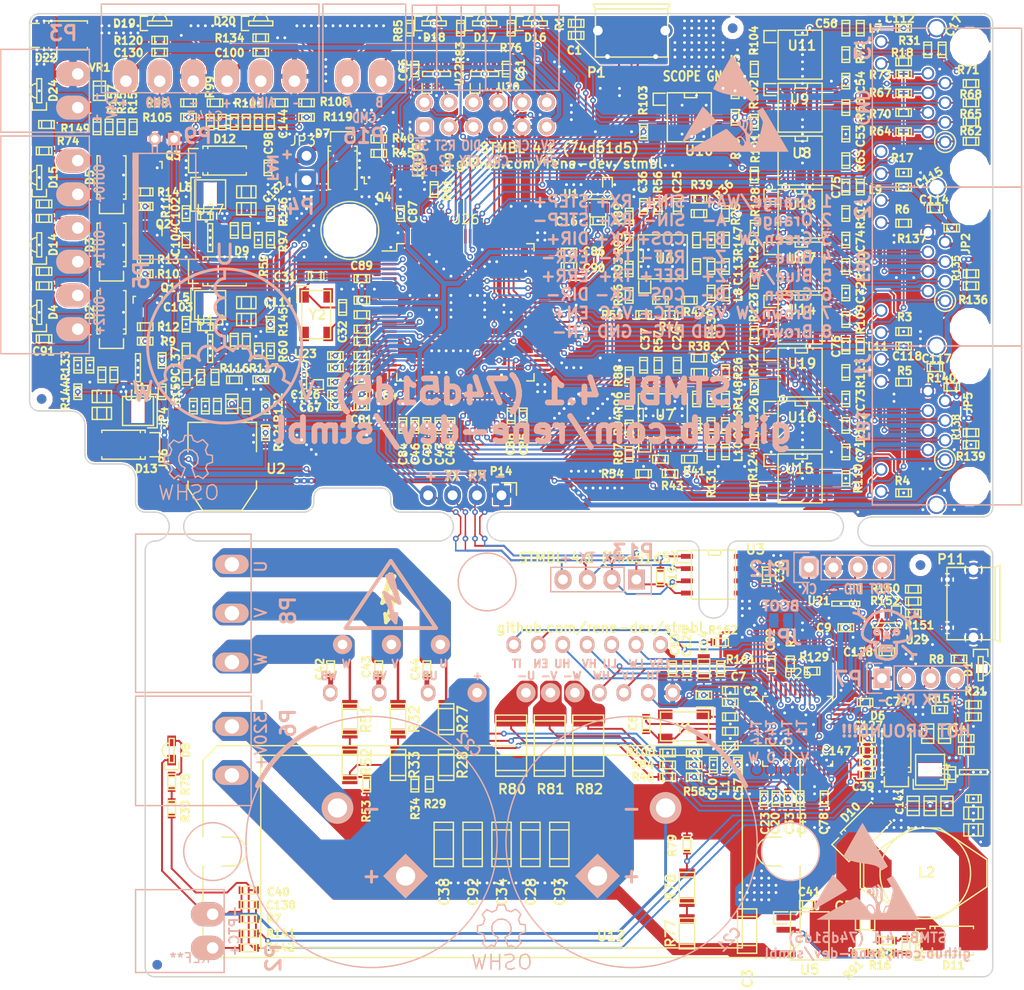
<source format=kicad_pcb>
(kicad_pcb (version 20160815) (host pcbnew "(2016-09-11 revision 6dfe58f)-master")
  (layers (0 F.Cu signal) (31 B.Cu signal) (34 B.Paste user hide) (35 F.Paste user hide) (36 B.SilkS user) (37 F.SilkS user) (38 B.Mask user) (39 F.Mask user) (44 Edge.Cuts user))
  (net 0 "")
  (net 1 "Net-(C1-Pad1)")
  (net 2 GND)
  (net 3 +3.3VP)
  (net 4 GNDPWR)
  (net 5 "Net-(C5-Pad1)")
  (net 6 "Net-(C6-Pad1)")
  (net 7 +5V)
  (net 8 /hv/f3/A_U)
  (net 9 "Net-(C15-Pad2)")
  (net 10 +3V3)
  (net 11 /hv/f3/A_V)
  (net 12 VPP)
  (net 13 /hv/f3/A_W)
  (net 14 "Net-(C24-Pad1)")
  (net 15 "Net-(C24-Pad2)")
  (net 16 "Net-(C25-Pad1)")
  (net 17 "Net-(C25-Pad2)")
  (net 18 "Net-(C26-Pad1)")
  (net 19 "Net-(C26-Pad2)")
  (net 20 "Net-(C27-Pad1)")
  (net 21 "Net-(C27-Pad2)")
  (net 22 "Net-(C31-Pad1)")
  (net 23 "Net-(C32-Pad1)")
  (net 24 /hv/cur/A_IU)
  (net 25 /hv/f3/A_HV)
  (net 26 "Net-(C41-Pad1)")
  (net 27 /hv/back-emf/W)
  (net 28 "Net-(C42-Pad2)")
  (net 29 /hv/back-emf/V)
  (net 30 "Net-(C43-Pad2)")
  (net 31 /hv/back-emf/U)
  (net 32 "Net-(C44-Pad2)")
  (net 33 /hv/cur/A_IV)
  (net 34 /ctrl/FB1/A12)
  (net 35 /ctrl/FB0/A12)
  (net 36 /ctrl/FB0/A35)
  (net 37 /ctrl/FB1/A35)
  (net 38 /hv/cur/A_IW)
  (net 39 +15V)
  (net 40 "Net-(C88-Pad1)")
  (net 41 "Net-(C90-Pad1)")
  (net 42 "Net-(D1-Pad2)")
  (net 43 "Net-(D1-Pad1)")
  (net 44 +24V)
  (net 45 "Net-(D2-Pad2)")
  (net 46 "Net-(D3-Pad2)")
  (net 47 "Net-(D5-Pad2)")
  (net 48 "Net-(D7-Pad2)")
  (net 49 "Net-(D8-Pad2)")
  (net 50 /ctrl/RX)
  (net 51 "Net-(Q1-Pad1)")
  (net 52 "Net-(Q2-Pad1)")
  (net 53 "Net-(Q3-Pad1)")
  (net 54 "Net-(Q4-Pad1)")
  (net 55 "Net-(JP1-Pad2)")
  (net 56 "Net-(R27-Pad2)")
  (net 57 "Net-(R32-Pad2)")
  (net 58 "Net-(J2-Pad3)")
  (net 59 "Net-(J1-Pad3)")
  (net 60 "Net-(J1-Pad6)")
  (net 61 "Net-(J2-Pad6)")
  (net 62 "Net-(J1-Pad1)")
  (net 63 "Net-(J2-Pad1)")
  (net 64 "Net-(J1-Pad2)")
  (net 65 "Net-(J2-Pad2)")
  (net 66 /hv/driver/CUH)
  (net 67 "Net-(R51-Pad2)")
  (net 68 "Net-(R54-Pad1)")
  (net 69 "Net-(R55-Pad1)")
  (net 70 "Net-(R56-Pad1)")
  (net 71 "Net-(R57-Pad1)")
  (net 72 "Net-(JP9-Pad2)")
  (net 73 "Net-(J3-Pad1)")
  (net 74 "Net-(J3-Pad2)")
  (net 75 "Net-(J3-Pad3)")
  (net 76 "Net-(J3-Pad6)")
  (net 77 "Net-(J3-Pad5)")
  (net 78 "Net-(J3-Pad4)")
  (net 79 "Net-(J3-Pad7)")
  (net 80 "Net-(J3-Pad8)")
  (net 81 /hv/f3/HV_RX)
  (net 82 "Net-(R77-Pad2)")
  (net 83 /hv/driver/CVH)
  (net 84 /hv/driver/CWH)
  (net 85 /ctrl/f4/CMD_12E)
  (net 86 /ctrl/f4/CMD_36E)
  (net 87 /ctrl/f4/CMD_45E)
  (net 88 /ctrl/f4/CMD_78E)
  (net 89 "Net-(J1-Pad5)")
  (net 90 "Net-(J1-Pad4)")
  (net 91 "Net-(J2-Pad5)")
  (net 92 "Net-(J2-Pad4)")
  (net 93 /hv/f3/A_T_HV)
  (net 94 /ctrl/FB0/E12)
  (net 95 /ctrl/FB1/E12)
  (net 96 /ctrl/FB0/E36)
  (net 97 /ctrl/FB1/E36)
  (net 98 /ctrl/FB1/E45)
  (net 99 /ctrl/FB0/E45)
  (net 100 /hv/f3/HV_EN)
  (net 101 "Net-(T1-Pad1)")
  (net 102 /hv/f3/HV_TX)
  (net 103 /ctrl/f4/CMD_12)
  (net 104 /ctrl/f4/CMD_36)
  (net 105 /ctrl/f4/CMD_45)
  (net 106 /ctrl/f4/CMD_78)
  (net 107 /ctrl/FB1/D12)
  (net 108 /ctrl/FB0/D12)
  (net 109 /ctrl/FB1/D36)
  (net 110 /ctrl/FB0/D36)
  (net 111 /ctrl/FB0/D45)
  (net 112 /ctrl/FB1/D45)
  (net 113 "Net-(T44-Pad1)")
  (net 114 "Net-(T45-Pad1)")
  (net 115 "Net-(T46-Pad1)")
  (net 116 "Net-(P1-Pad3)")
  (net 117 "Net-(P1-Pad2)")
  (net 118 "Net-(R129-Pad2)")
  (net 119 "Net-(C15-Pad1)")
  (net 120 "Net-(C53-Pad1)")
  (net 121 "Net-(C119-Pad2)")
  (net 122 "Net-(C71-Pad1)")
  (net 123 "Net-(C72-Pad1)")
  (net 124 "Net-(C83-Pad2)")
  (net 125 "Net-(C105-Pad1)")
  (net 126 "Net-(C105-Pad2)")
  (net 127 "Net-(C106-Pad1)")
  (net 128 "Net-(C106-Pad2)")
  (net 129 +12V)
  (net 130 "Net-(R19-Pad1)")
  (net 131 "Net-(R131-Pad2)")
  (net 132 "Net-(R130-Pad2)")
  (net 133 "Net-(R30-Pad2)")
  (net 134 "Net-(R35-Pad1)")
  (net 135 /ctrl/TX)
  (net 136 /ctrl/IO/NRST)
  (net 137 +5F)
  (net 138 "Net-(C114-Pad1)")
  (net 139 "Net-(C117-Pad1)")
  (net 140 "Net-(C121-Pad1)")
  (net 141 "Net-(C121-Pad2)")
  (net 142 "Net-(R132-Pad1)")
  (net 143 /ctrl/FB0/A78)
  (net 144 /ctrl/FB1/A78)
  (net 145 /ctrl/f4/IO_AIN0)
  (net 146 /ctrl/f4/IO_AIN1)
  (net 147 "Net-(P9-Pad5)")
  (net 148 "Net-(P9-Pad2)")
  (net 149 /hv/f3/NRST)
  (net 150 "Net-(C36-Pad2)")
  (net 151 "Net-(C37-Pad2)")
  (net 152 /hv/f3/A_T_MOT)
  (net 153 "Net-(P2-Pad1)")
  (net 154 /hv/f3/SWCLK)
  (net 155 /hv/f3/SWDIO)
  (net 156 "Net-(R59-Pad1)")
  (net 157 GNDD)
  (net 158 "Net-(R15-Pad1)")
  (net 159 "Net-(R16-Pad1)")
  (net 160 "Net-(D4-Pad1)")
  (net 161 "Net-(D14-Pad1)")
  (net 162 "Net-(D15-Pad1)")
  (net 163 "Net-(D16-Pad1)")
  (net 164 "Net-(D17-Pad1)")
  (net 165 "Net-(D18-Pad1)")
  (net 166 "Net-(D19-Pad1)")
  (net 167 "Net-(D20-Pad1)")
  (net 168 /ctrl/IO/SWDIO)
  (net 169 /ctrl/IO/CAN_TX)
  (net 170 /ctrl/IO/CAN_RX)
  (net 171 /ctrl/IO/SWCK)
  (net 172 "Net-(R147-Pad2)")
  (net 173 "Net-(R148-Pad2)")
  (net 174 "Net-(R145-Pad2)")
  (net 175 "Net-(R143-Pad2)")
  (net 176 "Net-(R146-Pad2)")
  (net 177 "Net-(R133-Pad1)")
  (net 178 "Net-(C12-Pad1)")
  (net 179 "Net-(C13-Pad1)")
  (net 180 "Net-(C98-Pad1)")
  (net 181 /ctrl/IO/IO_RED)
  (net 182 /ctrl/IO/IO_YELLOW)
  (net 183 /ctrl/IO/IO_GREEN)
  (net 184 /ctrl/IO/IO_L0)
  (net 185 /ctrl/IO/IO_L1)
  (net 186 "Net-(D24-Pad1)")
  (net 187 /ctrl/f4/FB0_L1)
  (net 188 /ctrl/f4/FB1_L1)
  (net 189 /ctrl/f4/FB1_L2)
  (net 190 /ctrl/f4/FB0_L2)
  (net 191 /ctrl/IO/IO_OUT0)
  (net 192 /ctrl/IO/IO_OUT1)
  (net 193 /ctrl/f4/CMD_L1)
  (net 194 /ctrl/f4/CMD_L2)
  (net 195 /ctrl/IO/IO_FAN)
  (net 196 /hv/f3/IO_TX)
  (net 197 /hv/f3/IO_RX)
  (net 198 /hv/f3/USB_DM)
  (net 199 /hv/f3/USB_DP)
  (net 200 /ctrl/f4/EN_5V)
  (net 201 /ctrl/f4/A_24V)
  (net 202 /ctrl/f4/A_5V)
  (net 203 "Net-(P11-Pad2)")
  (net 204 "Net-(P11-Pad3)")
  (net 205 "Net-(R118-Pad1)")
  (net 206 "Net-(R153-Pad1)")
  (net 207 /ctrl/IO/IO_OUT2)
  (net 208 "Net-(J1-Pad9)")
  (net 209 "Net-(J1-Pad11)")
  (net 210 "Net-(J2-Pad9)")
  (net 211 "Net-(J2-Pad11)")
  (net 212 "Net-(J3-Pad9)")
  (net 213 "Net-(J3-Pad11)")
  (net 214 +5VA)
  (net 215 "Net-(C139-Pad1)")
  (net 216 "Net-(C101-Pad1)")
  (net 217 /hv/driver/itirp)
  (net 218 /hv/driver/LV)
  (net 219 /hv/driver/HW)
  (net 220 /hv/driver/LW)
  (net 221 /hv/driver/LU)
  (net 222 /hv/driver/HV)
  (net 223 /hv/driver/HU)
  (net 224 "Net-(R143-Pad1)")
  (net 225 "Net-(C41-Pad2)")
  (net 226 "Net-(C51-Pad1)")
  (module stmbl:Fiducial_1mm_Outer_CopperTop (layer B.Cu) (at 190.5 107)
    (fp_text reference REF** hide)
    (fp_text value Fiducial_1mm_Dia_2.54mm_Outer_CopperTop)
    (pad ~ smd circle (at 0 0) (size 1 1) (layers B.Cu B.Mask) (clearance 0.65))
  )
  (module stmbl:Fiducial_1mm_Outer_CopperTop (layer F.Cu) (at 190.5 107)
    (fp_text reference REF** hide)
    (fp_text value Fiducial_1mm_Dia_2.54mm_Outer_CopperTop)
    (pad ~ smd circle (at 0 0) (size 1 1) (layers F.Cu F.Mask) (clearance 0.65))
  )
  (module stmbl:Fiducial_1mm_Outer_CopperTop (layer F.Cu) (at 111.25 148.5)
    (fp_text reference REF** hide)
    (fp_text value Fiducial_1mm_Dia_2.54mm_Outer_CopperTop)
    (pad ~ smd circle (at 0 0) (size 1 1) (layers F.Cu F.Mask) (clearance 0.65))
  )
  (module stmbl:Fiducial_1mm_Outer_CopperTop (layer B.Cu) (at 111.25 148.5)
    (fp_text reference REF** (at 3.4 -0.7) (layer B.SilkS) (effects (justify mirror)))
    (fp_text value Fiducial_1mm_Dia_2.54mm_Outer_CopperTop)
    (pad ~ smd circle (at 0 0) (size 1 1) (layers B.Cu B.Mask) (clearance 0.65))
  )
  (module stmbl:Fiducial_1mm_Outer_CopperTop (layer B.Cu) (at 171 51.25)
    (fp_text reference REF** hide)
    (fp_text value Fiducial_1mm_Dia_2.54mm_Outer_CopperTop)
    (pad ~ smd circle (at 0 0) (size 1 1) (layers B.Cu B.Mask) (clearance 0.65))
  )
  (module stmbl:Fiducial_1mm_Outer_CopperTop (layer F.Cu) (at 171 51.25)
    (fp_text reference REF** hide)
    (fp_text value Fiducial_1mm_Dia_2.54mm_Outer_CopperTop)
    (pad ~ smd circle (at 0 0) (size 1 1) (layers F.Cu F.Mask) (clearance 0.65))
  )
  (module stmbl:Fiducial_1mm_Outer_CopperTop (layer B.Cu) (at 99.25 89.75)
    (fp_text reference REF** hide)
    (fp_text value Fiducial_1mm_Dia_2.54mm_Outer_CopperTop)
    (pad ~ smd circle (at 0 0) (size 1 1) (layers B.Cu B.Mask) (clearance 0.65))
  )
  (module stmbl:C_0603 (layer F.Cu) (at 174.25 131.25 270)
    (fp_text reference C23 (at 2.574 -0.128 270) (layer F.SilkS) (effects (font (size 0.8 0.8) (thickness 0.2))))
    (fp_text value 18p)
    (pad 2 smd rect (at 0.75 0 270) (size 0.59 0.8) (layers F.Cu F.Paste F.Mask) (net 4 GNDPWR))
    (pad 1 smd rect (at -0.75 0 270) (size 0.59 0.8) (layers F.Cu F.Paste F.Mask) (net 13 /hv/f3/A_W))
  )
  (module stmbl:R_2512 (layer F.Cu) (at 148 125.75 270)
    (fp_text reference R80 (at 4.518 -0.09) (layer F.SilkS) (effects (font (thickness 0.2))))
    (fp_text value 0.003)
    (pad 2 smd rect (at 2.75 0 270) (size 1.5 3.2) (layers F.Cu F.Paste F.Mask) (net 4 GNDPWR))
    (pad 1 smd rect (at -2.75 0 270) (size 1.5 3.2) (layers F.Cu F.Paste F.Mask) (net 66 /hv/driver/CUH))
  )
  (module stmbl:R_0603 (layer F.Cu) (at 182.75 92.5 90)
    (fp_text reference R112 (at -0.176 1.534 90) (layer F.SilkS) (effects (font (size 0.8 0.8) (thickness 0.2))))
    (fp_text value 120)
    (pad 2 smd rect (at 0.75 0 90) (size 0.59 0.8) (layers F.Cu F.Paste F.Mask) (net 60 "Net-(J1-Pad6)"))
    (pad 1 smd rect (at -0.75 0 90) (size 0.59 0.8) (layers F.Cu F.Paste F.Mask) (net 59 "Net-(J1-Pad3)"))
  )
  (module stmbl:R_0603 (layer F.Cu) (at 184.25 51.25 90)
    (fp_text reference L7 (at -0.024 1.558 180) (layer F.SilkS) (effects (font (size 0.8 0.8) (thickness 0.2))))
    (fp_text value "220r 700mA")
    (pad 2 smd rect (at 0.75 0 90) (size 0.59 0.8) (layers F.Cu F.Paste F.Mask) (net 137 +5F))
    (pad 1 smd rect (at -0.75 0 90) (size 0.59 0.8) (layers F.Cu F.Paste F.Mask) (net 120 "Net-(C53-Pad1)"))
  )
  (module stmbl:C_0603 (layer F.Cu) (at 182.75 51.25 90)
    (fp_text reference C56 (at 0.484 -2.022 180) (layer F.SilkS) (effects (font (size 0.8 0.8) (thickness 0.2))))
    (fp_text value 100n)
    (pad 2 smd rect (at 0.75 0 90) (size 0.59 0.8) (layers F.Cu F.Paste F.Mask) (net 2 GND))
    (pad 1 smd rect (at -0.75 0 90) (size 0.59 0.8) (layers F.Cu F.Paste F.Mask) (net 120 "Net-(C53-Pad1)"))
  )
  (module stmbl:R_0603 (layer F.Cu) (at 182.75 54 90)
    (fp_text reference R72 (at 0.186 1.534 90) (layer F.SilkS) (effects (font (size 0.8 0.8) (thickness 0.2))))
    (fp_text value 1k)
    (pad 2 smd rect (at 0.75 0 90) (size 0.59 0.8) (layers F.Cu F.Paste F.Mask) (net 80 "Net-(J3-Pad8)"))
    (pad 1 smd rect (at -0.75 0 90) (size 0.59 0.8) (layers F.Cu F.Paste F.Mask) (net 79 "Net-(J3-Pad7)"))
  )
  (module stmbl:esd (layer B.Cu) (at 171 59.25 180)
    (fp_text reference G*** hide)
    (fp_text value LOGO hide)
  )
  (module stmbl:Pin_Header_Angled_1x04 (layer F.Cu) (at 147 99.75 270)
    (fp_text reference P14 (at -2.502 0.054) (layer F.SilkS) (effects (font (size 0.8 0.8) (thickness 0.2))))
    (fp_text value CONN_01X04)
    (pad 4 thru_hole oval (at 0 7.62 270) (size 2.032 1.7272) (drill 1.016) (layers *.Cu *.Mask F.CrtYd) (net 10 +3V3))
    (pad 3 thru_hole oval (at 0 5.08 270) (size 2.032 1.7272) (drill 1.016) (layers *.Cu *.Mask F.CrtYd) (net 135 /ctrl/TX))
    (pad 2 thru_hole oval (at 0 2.54 270) (size 2.032 1.7272) (drill 1.016) (layers *.Cu *.Mask F.CrtYd) (net 50 /ctrl/RX))
    (pad 1 thru_hole rect (at 0 0 270) (size 2.032 1.7272) (drill 1.016) (layers *.Cu *.Mask) (net 2 GND))
  )
  (module Symbols:Symbol_OSHW-Logo_SilkScreen (layer B.Cu) (at 147 144.75 180)
    (fp_text reference LOGO1 hide)
    (fp_text value OPEN_HARDWARE_1)
  )
  (module Socket_Strips:Socket_Strip_Angled_2x06 (layer B.Cu) (at 139 61.5)
    (fp_text reference P10 (at 0 4.6) (layer B.SilkS) (effects (justify mirror)))
    (fp_text value CONN_02X06)
    (pad 12 thru_hole oval (at 12.7 -2.54) (size 1.7272 1.7272) (drill 1.016) (layers *.Cu *.Mask B.SilkS) (net 7 +5V))
    (pad 11 thru_hole oval (at 12.7 0) (size 1.7272 1.7272) (drill 1.016) (layers *.Cu *.Mask B.SilkS) (net 44 +24V))
    (pad 10 thru_hole oval (at 10.16 -2.54) (size 1.7272 1.7272) (drill 1.016) (layers *.Cu *.Mask B.SilkS) (net 171 /ctrl/IO/SWCK))
    (pad 9 thru_hole oval (at 10.16 0) (size 1.7272 1.7272) (drill 1.016) (layers *.Cu *.Mask B.SilkS) (net 2 GND))
    (pad 8 thru_hole oval (at 7.62 -2.54) (size 1.7272 1.7272) (drill 1.016) (layers *.Cu *.Mask B.SilkS) (net 2 GND))
    (pad 7 thru_hole oval (at 7.62 0) (size 1.7272 1.7272) (drill 1.016) (layers *.Cu *.Mask B.SilkS) (net 170 /ctrl/IO/CAN_RX))
    (pad 6 thru_hole oval (at 5.08 -2.54) (size 1.7272 1.7272) (drill 1.016) (layers *.Cu *.Mask B.SilkS) (net 168 /ctrl/IO/SWDIO))
    (pad 5 thru_hole oval (at 5.08 0) (size 1.7272 1.7272) (drill 1.016) (layers *.Cu *.Mask B.SilkS) (net 169 /ctrl/IO/CAN_TX))
    (pad 4 thru_hole oval (at 2.54 -2.54) (size 1.7272 1.7272) (drill 1.016) (layers *.Cu *.Mask B.SilkS) (net 136 /ctrl/IO/NRST))
    (pad 3 thru_hole oval (at 2.54 0) (size 1.7272 1.7272) (drill 1.016) (layers *.Cu *.Mask B.SilkS) (net 103 /ctrl/f4/CMD_12))
    (pad 2 thru_hole oval (at 0 -2.54) (size 1.7272 1.7272) (drill 1.016) (layers *.Cu *.Mask B.SilkS) (net 104 /ctrl/f4/CMD_36))
    (pad 1 thru_hole rect (at 0 0) (size 1.7272 1.7272) (drill 1.016) (layers *.Cu *.Mask B.SilkS) (net 105 /ctrl/f4/CMD_45))
  )
  (module Pin_Headers:Pin_Header_Straight_1x04 (layer B.Cu) (at 178.92 107.25 270)
    (fp_text reference P12 (at 0.158 4.034) (layer B.SilkS) (effects (font (size 1.5 1.5) (thickness 0.3)) (justify mirror)))
    (fp_text value CONN_01X04)
    (pad 4 thru_hole oval (at 0 -7.62 270) (size 2.032 1.7272) (drill 1.016) (layers *.Cu *.Mask B.SilkS) (net 149 /hv/f3/NRST))
    (pad 3 thru_hole oval (at 0 -5.08 270) (size 2.032 1.7272) (drill 1.016) (layers *.Cu *.Mask B.SilkS) (net 155 /hv/f3/SWDIO))
    (pad 2 thru_hole oval (at 0 -2.54 270) (size 2.032 1.7272) (drill 1.016) (layers *.Cu *.Mask B.SilkS) (net 4 GNDPWR))
    (pad 1 thru_hole rect (at 0 0 270) (size 2.032 1.7272) (drill 1.016) (layers *.Cu *.Mask B.SilkS) (net 154 /hv/f3/SWCLK))
  )
  (module Socket_Strips:Socket_Strip_Straight_1x04 (layer B.Cu) (at 161 108.5 180)
    (fp_text reference P13 (at 0.338 2.87 180) (layer B.SilkS) (effects (font (size 1.5 1.5) (thickness 0.3)) (justify mirror)))
    (fp_text value CONN_01X04)
    (pad 4 thru_hole oval (at 7.62 0 180) (size 1.7272 2.032) (drill 1.016) (layers *.Cu *.Mask B.SilkS) (net 10 +3V3))
    (pad 3 thru_hole oval (at 5.08 0 180) (size 1.7272 2.032) (drill 1.016) (layers *.Cu *.Mask B.SilkS) (net 135 /ctrl/TX))
    (pad 2 thru_hole oval (at 2.54 0 180) (size 1.7272 2.032) (drill 1.016) (layers *.Cu *.Mask B.SilkS) (net 50 /ctrl/RX))
    (pad 1 thru_hole rect (at 0 0 180) (size 1.7272 2.032) (drill 1.016) (layers *.Cu *.Mask B.SilkS) (net 2 GND))
  )
  (module stmbl:C_0805 (layer F.Cu) (at 193 124.5 90)
    (fp_text reference C4 (at 0.582 1.444 180) (layer F.SilkS) (effects (font (size 0.8 0.8) (thickness 0.2))))
    (fp_text value 10µ)
    (pad 2 smd rect (at 1 0 90) (size 1 1.25) (layers F.Cu F.Paste F.Mask) (net 4 GNDPWR))
    (pad 1 smd rect (at -1 0 90) (size 1 1.25) (layers F.Cu F.Paste F.Mask) (net 3 +3.3VP))
  )
  (module stmbl:C_0805 (layer F.Cu) (at 191.25 124.5 90)
    (fp_text reference C35 hide)
    (fp_text value 10µ)
    (pad 2 smd rect (at 1 0 90) (size 1 1.25) (layers F.Cu F.Paste F.Mask) (net 4 GNDPWR))
    (pad 1 smd rect (at -1 0 90) (size 1 1.25) (layers F.Cu F.Paste F.Mask) (net 3 +3.3VP))
  )
  (module stmbl:C_0805 (layer F.Cu) (at 184.75 144.25 180)
    (fp_text reference C51 (at 1.736 1.798 180) (layer F.SilkS) (effects (font (thickness 0.2))))
    (fp_text value 10µ)
    (pad 2 smd rect (at 1 0 180) (size 1 1.25) (layers F.Cu F.Paste F.Mask) (net 225 "Net-(C41-Pad2)"))
    (pad 1 smd rect (at -1 0 180) (size 1 1.25) (layers F.Cu F.Paste F.Mask) (net 226 "Net-(C51-Pad1)"))
  )
  (module stmbl:C_0805 (layer F.Cu) (at 196 132.75)
    (fp_text reference C68 hide)
    (fp_text value 10µ)
    (pad 2 smd rect (at 1 0) (size 1 1.25) (layers F.Cu F.Paste F.Mask) (net 4 GNDPWR))
    (pad 1 smd rect (at -1 0) (size 1 1.25) (layers F.Cu F.Paste F.Mask) (net 39 +15V))
  )
  (module stmbl:C_0805 (layer F.Cu) (at 193.25 132 90)
    (fp_text reference C69 hide)
    (fp_text value 10µ)
    (pad 2 smd rect (at 1 0 90) (size 1 1.25) (layers F.Cu F.Paste F.Mask) (net 4 GNDPWR))
    (pad 1 smd rect (at -1 0 90) (size 1 1.25) (layers F.Cu F.Paste F.Mask) (net 39 +15V))
  )
  (module stmbl:C_0805 (layer F.Cu) (at 120.5 81.5)
    (fp_text reference C109 hide)
    (fp_text value 10µ)
    (pad 2 smd rect (at 1 0) (size 1 1.25) (layers F.Cu F.Paste F.Mask) (net 2 GND))
    (pad 1 smd rect (at -1 0) (size 1 1.25) (layers F.Cu F.Paste F.Mask) (net 7 +5V))
  )
  (module stmbl:C_0805 (layer F.Cu) (at 120.5 68.25)
    (fp_text reference C110 hide)
    (fp_text value 10µ)
    (pad 2 smd rect (at 1 0) (size 1 1.25) (layers F.Cu F.Paste F.Mask) (net 2 GND))
    (pad 1 smd rect (at -1 0) (size 1 1.25) (layers F.Cu F.Paste F.Mask) (net 129 +12V))
  )
  (module stmbl:C_0805 (layer F.Cu) (at 120.5 79.75)
    (fp_text reference C111 (at 3.332 -0.028) (layer F.SilkS) (effects (font (size 0.8 0.8) (thickness 0.2))))
    (fp_text value 10µ)
    (pad 2 smd rect (at 1 0) (size 1 1.25) (layers F.Cu F.Paste F.Mask) (net 2 GND))
    (pad 1 smd rect (at -1 0) (size 1 1.25) (layers F.Cu F.Paste F.Mask) (net 7 +5V))
  )
  (module stmbl:C_0805 (layer F.Cu) (at 105.5 89.5 180)
    (fp_text reference C123 hide)
    (fp_text value 10µ)
    (pad 2 smd rect (at 1 0 180) (size 1 1.25) (layers F.Cu F.Paste F.Mask) (net 2 GND))
    (pad 1 smd rect (at -1 0 180) (size 1 1.25) (layers F.Cu F.Paste F.Mask) (net 137 +5F))
  )
  (module stmbl:C_0805 (layer F.Cu) (at 105.5 91.25 180)
    (fp_text reference C124 hide)
    (fp_text value 10µ)
    (pad 2 smd rect (at 1 0 180) (size 1 1.25) (layers F.Cu F.Paste F.Mask) (net 2 GND))
    (pad 1 smd rect (at -1 0 180) (size 1 1.25) (layers F.Cu F.Paste F.Mask) (net 137 +5F))
  )
  (module stmbl:C_0805 (layer F.Cu) (at 119 90.25 90)
    (fp_text reference C131 hide)
    (fp_text value 10µ)
    (pad 2 smd rect (at 1 0 90) (size 1 1.25) (layers F.Cu F.Paste F.Mask) (net 2 GND))
    (pad 1 smd rect (at -1 0 90) (size 1 1.25) (layers F.Cu F.Paste F.Mask) (net 10 +3V3))
  )
  (module stmbl:C_0805 (layer F.Cu) (at 120.5 70)
    (fp_text reference C132 (at 2.824 -1.708 45) (layer F.SilkS) (effects (font (size 0.7 0.7) (thickness 0.175))))
    (fp_text value 10µ)
    (pad 2 smd rect (at 1 0) (size 1 1.25) (layers F.Cu F.Paste F.Mask) (net 2 GND))
    (pad 1 smd rect (at -1 0) (size 1 1.25) (layers F.Cu F.Paste F.Mask) (net 129 +12V))
  )
  (module stmbl:C_0805 (layer F.Cu) (at 168 117.75 90)
    (fp_text reference C14 (at 2.75 0 90) (layer F.SilkS) (effects (font (size 0.8 0.8) (thickness 0.2))))
    (fp_text value 10µ)
    (pad 2 smd rect (at 1 0 90) (size 1 1.25) (layers F.Cu F.Paste F.Mask) (net 39 +15V))
    (pad 1 smd rect (at -1 0 90) (size 1 1.25) (layers F.Cu F.Paste F.Mask) (net 4 GNDPWR))
  )
  (module stmbl:R_0805 (layer F.Cu) (at 105.25 57.75 90)
    (fp_text reference VR1 (at 2.412 0.04 180) (layer F.SilkS) (effects (font (size 0.8 0.8) (thickness 0.2))))
    (fp_text value 24V)
    (pad 2 smd rect (at 1 0 90) (size 1 1.25) (layers F.Cu F.Paste F.Mask) (net 2 GND))
    (pad 1 smd rect (at -1 0 90) (size 1 1.25) (layers F.Cu F.Paste F.Mask) (net 44 +24V))
  )
  (module stmbl:SOLDER_JUMPER (layer F.Cu) (at 140 65 270)
    (fp_text reference JP9 (at 0.244 -1.612 270) (layer F.SilkS) (effects (font (size 0.8 0.8) (thickness 0.2))))
    (fp_text value Jumper_NO_Small)
    (fp_line (start 0.75 0) (end 0.2 0) (layer F.Cu) (width 0.15))
    (fp_line (start -0.75 0) (end -0.2 0) (layer F.Cu) (width 0.15))
    (pad 2 smd rect (at 0.75 0 270) (size 1 1.5) (layers F.Cu F.Mask) (net 72 "Net-(JP9-Pad2)"))
    (pad 1 smd rect (at -0.75 0 270) (size 1 1.5) (layers F.Cu F.Mask) (net 10 +3V3))
  )
  (module stmbl:SOLDER_JUMPER (layer F.Cu) (at 113.25 92 90)
    (fp_text reference JP4 (at 0.34 -1.356 90) (layer F.SilkS) (effects (font (size 0.8 0.8) (thickness 0.2))))
    (fp_text value Jumper_NO_Small)
    (fp_line (start 0.75 0) (end 0.2 0) (layer F.Cu) (width 0.15))
    (fp_line (start -0.75 0) (end -0.2 0) (layer F.Cu) (width 0.15))
    (pad 2 smd rect (at 0.75 0 90) (size 1 1.5) (layers F.Cu F.Mask) (net 7 +5V))
    (pad 1 smd rect (at -0.75 0 90) (size 1 1.5) (layers F.Cu F.Mask) (net 137 +5F))
  )
  (module stmbl:SOLDER_JUMPER (layer B.Cu) (at 176 112.75)
    (fp_text reference JP1 (at 0.156 1.77) (layer B.SilkS) (effects (font (size 1.5 1.5) (thickness 0.3)) (justify mirror)))
    (fp_text value Jumper_NO_Small)
    (fp_line (start 0.75 0) (end 0.2 0) (layer B.Cu) (width 0.15))
    (fp_line (start -0.75 0) (end -0.2 0) (layer B.Cu) (width 0.15))
    (pad 2 smd rect (at 0.75 0) (size 1 1.5) (layers B.Cu B.Mask) (net 55 "Net-(JP1-Pad2)"))
    (pad 1 smd rect (at -0.75 0) (size 1 1.5) (layers B.Cu B.Mask) (net 3 +3.3VP))
  )
  (module Pin_Headers:Pin_Header_Straight_1x04 (layer B.Cu) (at 186.5 118.75 270)
    (fp_text reference P7 (at 0.088 3.486 180) (layer B.SilkS) (effects (font (size 1.5 1.5) (thickness 0.3)) (justify mirror)))
    (fp_text value CONN_01X04)
    (pad 4 thru_hole oval (at 0 -7.62 270) (size 2.032 1.7272) (drill 1.016) (layers *.Cu *.Mask B.SilkS) (net 3 +3.3VP))
    (pad 3 thru_hole oval (at 0 -5.08 270) (size 2.032 1.7272) (drill 1.016) (layers *.Cu *.Mask B.SilkS) (net 196 /hv/f3/IO_TX))
    (pad 2 thru_hole oval (at 0 -2.54 270) (size 2.032 1.7272) (drill 1.016) (layers *.Cu *.Mask B.SilkS) (net 197 /hv/f3/IO_RX))
    (pad 1 thru_hole rect (at 0 0 270) (size 2.032 1.7272) (drill 1.016) (layers *.Cu *.Mask B.SilkS) (net 4 GNDPWR))
  )
  (module stmbl:Measurement_Point_Round-SMD-Pad_Small (layer B.Cu) (at 178 128.25)
    (fp_text reference T1 (at 0.188 -4.332 90) (layer B.SilkS) (effects (font (thickness 0.2)) (justify mirror)))
    (fp_text value testpoint)
    (pad 1 smd circle (at 0 0) (size 1 1) (layers B.Cu B.Mask) (net 101 "Net-(T1-Pad1)"))
  )
  (module stmbl:Measurement_Point_Round-SMD-Pad_Small (layer B.Cu) (at 173.5 128.25)
    (fp_text reference T44 (at 0 -3.824 90) (layer B.SilkS) (effects (font (thickness 0.2)) (justify mirror)))
    (fp_text value testpoint)
    (pad 1 smd circle (at 0 0) (size 1 1) (layers B.Cu B.Mask) (net 113 "Net-(T44-Pad1)"))
  )
  (module stmbl:Measurement_Point_Round-SMD-Pad_Small (layer B.Cu) (at 175 128.25)
    (fp_text reference T45 (at 0 -3.824 90) (layer B.SilkS) (effects (font (thickness 0.2)) (justify mirror)))
    (fp_text value testpoint)
    (pad 1 smd circle (at 0 0) (size 1 1) (layers B.Cu B.Mask) (net 114 "Net-(T45-Pad1)"))
  )
  (module stmbl:Measurement_Point_Round-SMD-Pad_Small (layer B.Cu) (at 176.5 128.25)
    (fp_text reference T46 (at 0.164 -3.824 90) (layer B.SilkS) (effects (font (thickness 0.2)) (justify mirror)))
    (fp_text value testpoint)
    (pad 1 smd circle (at 0 0) (size 1 1) (layers B.Cu B.Mask) (net 115 "Net-(T46-Pad1)"))
  )
  (module stmbl:SOLDER_JUMPER_3_NC (layer F.Cu) (at 113.25 96 270)
    (fp_text reference JP6 (at -0.022 1.356 270) (layer F.SilkS) (effects (font (size 0.8 0.8) (thickness 0.2))))
    (fp_text value JUMPER3_NC)
    (fp_line (start 1.5 0) (end 0.95 0) (layer F.Cu) (width 0.15))
    (fp_line (start 0 0) (end 0.55 0) (layer F.Cu) (width 0.15))
    (fp_line (start -1.5 0) (end 0 0) (layer F.Cu) (width 0.15))
    (pad 3 smd rect (at 1.5 0 270) (size 1 1.5) (layers F.Cu F.Mask) (net 10 +3V3) (thermal_gap 0.2))
    (pad 2 smd rect (at 0 0 270) (size 1 1.5) (layers F.Cu F.Mask) (net 214 +5VA))
    (pad 1 smd rect (at -1.5 0 270) (size 1 1.5) (layers F.Cu F.Mask) (net 7 +5V))
  )
  (module stmbl:SOLDER_JUMPER_3_NC (layer F.Cu) (at 196.75 90.25 270)
    (fp_text reference JP5 (at -0.114 1.29 270) (layer F.SilkS) (effects (font (size 0.8 0.8) (thickness 0.2))))
    (fp_text value JUMPER3_NC)
    (fp_line (start 1.5 0) (end 0.95 0) (layer F.Cu) (width 0.15))
    (fp_line (start 0 0) (end 0.55 0) (layer F.Cu) (width 0.15))
    (fp_line (start -1.5 0) (end 0 0) (layer F.Cu) (width 0.15))
    (pad 3 smd rect (at 1.5 0 270) (size 1 1.5) (layers F.Cu F.Mask) (net 129 +12V))
    (pad 2 smd rect (at 0 0 270) (size 1 1.5) (layers F.Cu F.Mask) (net 139 "Net-(C117-Pad1)"))
    (pad 1 smd rect (at -1.5 0 270) (size 1 1.5) (layers F.Cu F.Mask) (net 137 +5F))
  )
  (module stmbl:SOLDER_JUMPER_3_NC (layer F.Cu) (at 124.25 65 90)
    (fp_text reference JP3 (at 2.042 2.122 180) (layer F.SilkS))
    (fp_text value JUMPER3_NC)
    (fp_line (start 1.5 0) (end 0.95 0) (layer F.Cu) (width 0.15))
    (fp_line (start 0 0) (end 0.55 0) (layer F.Cu) (width 0.15))
    (fp_line (start -1.5 0) (end 0 0) (layer F.Cu) (width 0.15))
    (pad 3 smd rect (at 1.5 0 90) (size 1 1.5) (layers F.Cu F.Mask) (net 44 +24V))
    (pad 2 smd rect (at 0 0 90) (size 1 1.5) (layers F.Cu F.Mask) (net 180 "Net-(C98-Pad1)"))
    (pad 1 smd rect (at -1.5 0 90) (size 1 1.5) (layers F.Cu F.Mask) (net 129 +12V))
  )
  (module stmbl:SOLDER_JUMPER_3_NC (layer F.Cu) (at 196.75 73.75 270)
    (fp_text reference JP2 (at -0.124 1.544 270) (layer F.SilkS) (effects (font (size 0.8 0.8) (thickness 0.2))))
    (fp_text value JUMPER3_NC)
    (fp_line (start 1.5 0) (end 0.95 0) (layer F.Cu) (width 0.15))
    (fp_line (start 0 0) (end 0.55 0) (layer F.Cu) (width 0.15))
    (fp_line (start -1.5 0) (end 0 0) (layer F.Cu) (width 0.15))
    (pad 3 smd rect (at 1.5 0 270) (size 1 1.5) (layers F.Cu F.Mask) (net 129 +12V))
    (pad 2 smd rect (at 0 0 270) (size 1 1.5) (layers F.Cu F.Mask) (net 138 "Net-(C114-Pad1)"))
    (pad 1 smd rect (at -1.5 0 270) (size 1 1.5) (layers F.Cu F.Mask) (net 137 +5F))
  )
  (module Symbols:Symbol_OSHW-Logo_SilkScreen (layer B.Cu) (at 114.5 96 180)
    (fp_text reference LOGO1 hide)
    (fp_text value OPEN_HARDWARE_1)
  )
  (module stmbl:akl182-2 (layer B.Cu) (at 103 59.5 90)
    (fp_text reference P3 (at 7.718 -1.52 180) (layer B.SilkS) (effects (font (size 1.5 1.5) (thickness 0.3)) (justify mirror)))
    (fp_text value CONN_01X02)
    (pad 2 thru_hole oval (at 3.5 0 90) (size 2.5 3.5) (drill 1.2 (offset 0 -0.5)) (layers *.Cu *.Mask B.SilkS) (net 2 GND))
    (pad 1 thru_hole oval (at 0 0 90) (size 2.5 3.5) (drill 1.2 (offset 0 -0.5)) (layers *.Cu *.Mask B.SilkS) (net 44 +24V))
  )
  (module stmbl:akl182-2 (layer B.Cu) (at 131 56.75)
    (fp_text reference P15 (at 1.722 5.7) (layer B.SilkS) (effects (font (size 1.5 1.5) (thickness 0.3)) (justify mirror)))
    (fp_text value CONN_01X02)
    (pad 2 thru_hole oval (at 3.5 0) (size 2.5 3.5) (drill 1.2 (offset 0 -0.5)) (layers *.Cu *.Mask B.SilkS) (net 78 "Net-(J3-Pad4)"))
    (pad 1 thru_hole oval (at 0 0) (size 2.5 3.5) (drill 1.2 (offset 0 -0.5)) (layers *.Cu *.Mask B.SilkS) (net 77 "Net-(J3-Pad5)"))
  )
  (module stmbl:akl182-2 (layer B.Cu) (at 117 146.75 90)
    (fp_text reference P2 (at -1.044 6.324 90) (layer B.SilkS) (effects (font (size 1.5 1.5) (thickness 0.3)) (justify mirror)))
    (fp_text value CONN_01X02)
    (pad 2 thru_hole oval (at 3.5 0 90) (size 2.5 3.5) (drill 1.2 (offset 0 -0.5)) (layers *.Cu *.Mask B.SilkS) (net 4 GNDPWR))
    (pad 1 thru_hole oval (at 0 0 90) (size 2.5 3.5) (drill 1.2 (offset 0 -0.5)) (layers *.Cu *.Mask B.SilkS) (net 153 "Net-(P2-Pad1)"))
  )
  (module stmbl:akl182-6 (layer B.Cu) (at 103 82.5 90)
    (fp_text reference P5 (at 5.572 6.608 90) (layer B.SilkS) (effects (font (size 1.5 1.5) (thickness 0.3)) (justify mirror)))
    (fp_text value CONN_01X06)
    (pad 3 thru_hole oval (at 7 0 90) (size 2.5 3.5) (drill 1.2 (offset 0 -0.5)) (layers *.Cu *.Mask B.SilkS) (net 44 +24V))
    (pad 2 thru_hole oval (at 3.5 0 90) (size 2.5 3.5) (drill 1.2 (offset 0 -0.5)) (layers *.Cu *.Mask B.SilkS) (net 45 "Net-(D2-Pad2)"))
    (pad 1 thru_hole oval (at 0 0 90) (size 2.5 3.5) (drill 1.2 (offset 0 -0.5)) (layers *.Cu *.Mask B.SilkS) (net 44 +24V))
    (pad 4 thru_hole oval (at 10.5 0 90) (size 2.5 3.5) (drill 1.2 (offset 0 -0.5)) (layers *.Cu *.Mask B.SilkS) (net 46 "Net-(D3-Pad2)"))
    (pad 5 thru_hole oval (at 14 0 90) (size 2.5 3.5) (drill 1.2 (offset 0 -0.5)) (layers *.Cu *.Mask B.SilkS) (net 44 +24V))
    (pad 6 thru_hole oval (at 17.5 0 90) (size 2.5 3.5) (drill 1.2 (offset 0 -0.5)) (layers *.Cu *.Mask B.SilkS) (net 47 "Net-(D5-Pad2)"))
  )
  (module stmbl:akl182-6 (layer B.Cu) (at 108 56.75)
    (fp_text reference P9 (at 7.45 5.7) (layer B.SilkS) (effects (font (size 1.5 1.5) (thickness 0.3)) (justify mirror)))
    (fp_text value CONN_01X06)
    (pad 3 thru_hole oval (at 7 0) (size 2.5 3.5) (drill 1.2 (offset 0 -0.5)) (layers *.Cu *.Mask B.SilkS) (net 2 GND))
    (pad 2 thru_hole oval (at 3.5 0) (size 2.5 3.5) (drill 1.2 (offset 0 -0.5)) (layers *.Cu *.Mask B.SilkS) (net 148 "Net-(P9-Pad2)"))
    (pad 1 thru_hole oval (at 0 0) (size 2.5 3.5) (drill 1.2 (offset 0 -0.5)) (layers *.Cu *.Mask B.SilkS) (net 44 +24V))
    (pad 4 thru_hole oval (at 10.5 0) (size 2.5 3.5) (drill 1.2 (offset 0 -0.5)) (layers *.Cu *.Mask B.SilkS) (net 44 +24V))
    (pad 5 thru_hole oval (at 14 0) (size 2.5 3.5) (drill 1.2 (offset 0 -0.5)) (layers *.Cu *.Mask B.SilkS) (net 147 "Net-(P9-Pad5)"))
    (pad 6 thru_hole oval (at 17.5 0) (size 2.5 3.5) (drill 1.2 (offset 0 -0.5)) (layers *.Cu *.Mask B.SilkS) (net 2 GND))
  )
  (module stmbl:RM5.08_1x3 (layer B.Cu) (at 119 106.92 270)
    (fp_text reference P8 (at 4.806 -5.848 270) (layer B.SilkS) (effects (font (size 1.5 1.5) (thickness 0.3)) (justify mirror)))
    (fp_text value CONN_01X03)
    (pad 1 thru_hole oval (at 0 0 270) (size 2 3.5) (drill 1.5) (layers *.Cu *.Mask B.SilkS) (net 31 /hv/back-emf/U))
    (pad 2 thru_hole oval (at 5.08 0 270) (size 2 3.5) (drill 1.5) (layers *.Cu *.Mask B.SilkS) (net 29 /hv/back-emf/V))
    (pad 3 thru_hole oval (at 10.16 0 270) (size 2 3.5) (drill 1.5) (layers *.Cu *.Mask B.SilkS) (net 27 /hv/back-emf/W))
  )
  (module stmbl:SOT-223 (layer F.Cu) (at 118 96.75 270)
    (fp_text reference U2 (at 0.244 -5.578) (layer F.SilkS) (effects (font (thickness 0.2))))
    (fp_text value zldo1117)
    (pad 1 smd rect (at -3.302 -2.286 180) (size 1.016 2.032) (layers F.Cu F.Paste F.Mask) (net 2 GND))
    (pad 3 smd rect (at -3.302 2.286 180) (size 1.016 2.032) (layers F.Cu F.Paste F.Mask) (net 7 +5V))
    (pad 2 smd rect (at -3.302 0 180) (size 1.016 2.032) (layers F.Cu F.Paste F.Mask) (net 10 +3V3))
    (pad 2 smd rect (at 3.302 0 180) (size 3.6576 2.032) (layers F.Cu F.Paste F.Mask) (net 10 +3V3))
  )
  (module stmbl:C_0805 (layer F.Cu) (at 191.5 132 90)
    (fp_text reference C70 hide)
    (fp_text value 10µ)
    (pad 1 smd rect (at -1 0 90) (size 1 1.25) (layers F.Cu F.Paste F.Mask) (net 39 +15V))
    (pad 2 smd rect (at 1 0 90) (size 1 1.25) (layers F.Cu F.Paste F.Mask) (net 4 GNDPWR))
  )
  (module stmbl:C_0805 (layer F.Cu) (at 196 134.5)
    (fp_text reference C97 hide)
    (fp_text value 10µ)
    (pad 1 smd rect (at -1 0) (size 1 1.25) (layers F.Cu F.Paste F.Mask) (net 39 +15V))
    (pad 2 smd rect (at 1 0) (size 1 1.25) (layers F.Cu F.Paste F.Mask) (net 4 GNDPWR))
  )
  (module stmbl:C_0805 (layer F.Cu) (at 189.75 132 90)
    (fp_text reference C141 (at 0.462 -1.402 90) (layer F.SilkS) (effects (font (size 0.7 0.7) (thickness 0.175))))
    (fp_text value 10µ)
    (pad 1 smd rect (at -1 0 90) (size 1 1.25) (layers F.Cu F.Paste F.Mask) (net 39 +15V))
    (pad 2 smd rect (at 1 0 90) (size 1 1.25) (layers F.Cu F.Paste F.Mask) (net 4 GNDPWR))
  )
  (module stmbl:Symbol_Danger_Top_Small (layer B.Cu) (at 187 114.25 180)
    (fp_text reference REF** hide)
    (fp_text value Symbol_Danger_CopperTop_Small)
  )
  (module stmbl:AC (layer B.Cu) (at 118.25 84.25 180)
    (fp_text reference REF** hide)
    (fp_text value AC)
    (fp_text user V (at -8.5 -4.75 180) (layer B.SilkS) (effects (font (size 2 2) (thickness 0.3)) (justify mirror)))
    (fp_text user U (at 0 9.5 180) (layer B.SilkS) (effects (font (size 2 2) (thickness 0.3)) (justify mirror)))
    (fp_text user W (at 8.5 -4.75 180) (layer B.SilkS) (effects (font (size 2 2) (thickness 0.3)) (justify mirror)))
  )
  (module stmbl:esd (layer B.Cu) (at 184.5 139 180)
    (fp_text reference G*** hide)
    (fp_text value LOGO hide)
  )
  (module stmbl:Symbol_HighVoltage_Type2_Top_VerySmall (layer F.Cu) (at 135.5 110.75)
    (fp_text reference REF** hide)
    (fp_text value Symbol_HighVoltage_Type2_Top_VerySmall)
  )
  (module stmbl:Symbol_HighVoltage_Type2_Top_VerySmall (layer B.Cu) (at 135.5 110.75 180)
    (fp_text reference REF** hide)
    (fp_text value Symbol_HighVoltage_Type2_Top_VerySmall)
  )
  (module stmbl:SOT-23 (layer F.Cu) (at 110.25 65.75 90)
    (fp_text reference Q3 (at 1.268 2.66 180) (layer F.SilkS) (effects (font (size 0.8 0.8) (thickness 0.2))))
    (fp_text value IRLML6344)
    (pad 3 smd rect (at 0.99822 0) (size 0.8001 0.8001) (layers F.Cu F.Paste F.Mask) (net 47 "Net-(D5-Pad2)"))
    (pad 2 smd rect (at -1.00076 0.95) (size 0.8001 0.8001) (layers F.Cu F.Paste F.Mask) (net 2 GND))
    (pad 1 smd rect (at -1.00076 -0.95) (size 0.8001 0.8001) (layers F.Cu F.Paste F.Mask) (net 53 "Net-(Q3-Pad1)"))
  )
  (module stmbl:SOT-23 (layer F.Cu) (at 110.25 79.75 90)
    (fp_text reference Q1 (at 1.552 2.152 180) (layer F.SilkS) (effects (font (size 0.8 0.8) (thickness 0.2))))
    (fp_text value IRLML6344)
    (pad 3 smd rect (at 0.99822 0) (size 0.8001 0.8001) (layers F.Cu F.Paste F.Mask) (net 45 "Net-(D2-Pad2)"))
    (pad 2 smd rect (at -1.00076 0.95) (size 0.8001 0.8001) (layers F.Cu F.Paste F.Mask) (net 2 GND))
    (pad 1 smd rect (at -1.00076 -0.95) (size 0.8001 0.8001) (layers F.Cu F.Paste F.Mask) (net 51 "Net-(Q1-Pad1)"))
  )
  (module stmbl:SOT-23 (layer F.Cu) (at 110.25 72.75 90)
    (fp_text reference Q2 (at 1.156 1.644 180) (layer F.SilkS) (effects (font (size 0.8 0.8) (thickness 0.2))))
    (fp_text value IRLML6344)
    (pad 3 smd rect (at 0.99822 0) (size 0.8001 0.8001) (layers F.Cu F.Paste F.Mask) (net 46 "Net-(D3-Pad2)"))
    (pad 2 smd rect (at -1.00076 0.95) (size 0.8001 0.8001) (layers F.Cu F.Paste F.Mask) (net 2 GND))
    (pad 1 smd rect (at -1.00076 -0.95) (size 0.8001 0.8001) (layers F.Cu F.Paste F.Mask) (net 52 "Net-(Q2-Pad1)"))
  )
  (module stmbl:SOT-23 (layer F.Cu) (at 134.25 66.75 270)
    (fp_text reference Q4 (at 2.05 -0.504) (layer F.SilkS) (effects (font (size 0.8 0.8) (thickness 0.2))))
    (fp_text value IRLML6344)
    (pad 3 smd rect (at 0.99822 0 180) (size 0.8001 0.8001) (layers F.Cu F.Paste F.Mask) (net 48 "Net-(D7-Pad2)"))
    (pad 2 smd rect (at -1.00076 0.95 180) (size 0.8001 0.8001) (layers F.Cu F.Paste F.Mask) (net 2 GND))
    (pad 1 smd rect (at -1.00076 -0.95 180) (size 0.8001 0.8001) (layers F.Cu F.Paste F.Mask) (net 54 "Net-(Q4-Pad1)"))
  )
  (module stmbl:C_0603 (layer F.Cu) (at 123 61 90)
    (fp_text reference C144 (at -0.18 1.34 90) (layer F.SilkS) (effects (font (size 0.8 0.8) (thickness 0.2))))
    (fp_text value 2.2µ)
    (pad 2 smd rect (at 0.75 0 90) (size 0.59 0.8) (layers F.Cu F.Paste F.Mask) (net 2 GND))
    (pad 1 smd rect (at -0.75 0 90) (size 0.59 0.8) (layers F.Cu F.Paste F.Mask) (net 215 "Net-(C139-Pad1)"))
  )
  (module stmbl:C_0603 (layer F.Cu) (at 119.25 61 90)
    (fp_text reference C142 hide)
    (fp_text value 2.2µ)
    (pad 2 smd rect (at 0.75 0 90) (size 0.59 0.8) (layers F.Cu F.Paste F.Mask) (net 2 GND))
    (pad 1 smd rect (at -0.75 0 90) (size 0.59 0.8) (layers F.Cu F.Paste F.Mask) (net 215 "Net-(C139-Pad1)"))
  )
  (module stmbl:C_0603 (layer F.Cu) (at 120.5 61 90)
    (fp_text reference C140 hide)
    (fp_text value 2.2µ)
    (pad 2 smd rect (at 0.75 0 90) (size 0.59 0.8) (layers F.Cu F.Paste F.Mask) (net 2 GND))
    (pad 1 smd rect (at -0.75 0 90) (size 0.59 0.8) (layers F.Cu F.Paste F.Mask) (net 215 "Net-(C139-Pad1)"))
  )
  (module stmbl:C_0603 (layer F.Cu) (at 121.75 61 90)
    (fp_text reference C139 hide)
    (fp_text value 2.2µ)
    (pad 2 smd rect (at 0.75 0 90) (size 0.59 0.8) (layers F.Cu F.Paste F.Mask) (net 2 GND))
    (pad 1 smd rect (at -0.75 0 90) (size 0.59 0.8) (layers F.Cu F.Paste F.Mask) (net 215 "Net-(C139-Pad1)"))
  )
  (module stmbl:C_0603 (layer F.Cu) (at 115.75 87.5 90)
    (fp_text reference C62 hide)
    (fp_text value 2.2µ)
    (pad 2 smd rect (at 0.75 0 90) (size 0.59 0.8) (layers F.Cu F.Paste F.Mask) (net 2 GND))
    (pad 1 smd rect (at -0.75 0 90) (size 0.59 0.8) (layers F.Cu F.Paste F.Mask) (net 216 "Net-(C101-Pad1)"))
  )
  (module stmbl:C_0603 (layer F.Cu) (at 120.75 142.25)
    (fp_text reference C138 (at 3.336 0.064) (layer F.SilkS) (effects (font (size 0.8 0.8) (thickness 0.2))))
    (fp_text value 100n)
    (pad 2 smd rect (at 0.75 0) (size 0.59 0.8) (layers F.Cu F.Paste F.Mask) (net 152 /hv/f3/A_T_MOT))
    (pad 1 smd rect (at -0.75 0) (size 0.59 0.8) (layers F.Cu F.Paste F.Mask) (net 4 GNDPWR))
  )
  (module stmbl:C_0603 (layer F.Cu) (at 114.25 84.75 270)
    (fp_text reference C137 (at 1.068 1.086 270) (layer F.SilkS) (effects (font (size 0.8 0.8) (thickness 0.2))))
    (fp_text value 2.2µ)
    (pad 2 smd rect (at 0.75 0 270) (size 0.59 0.8) (layers F.Cu F.Paste F.Mask) (net 2 GND))
    (pad 1 smd rect (at -0.75 0 270) (size 0.59 0.8) (layers F.Cu F.Paste F.Mask) (net 44 +24V))
  )
  (module stmbl:C_0603 (layer F.Cu) (at 120.5 72.25 270)
    (fp_text reference C136 hide)
    (fp_text value 2.2µ)
    (pad 2 smd rect (at 0.75 0 270) (size 0.59 0.8) (layers F.Cu F.Paste F.Mask) (net 2 GND))
    (pad 1 smd rect (at -0.75 0 270) (size 0.59 0.8) (layers F.Cu F.Paste F.Mask) (net 129 +12V))
  )
  (module stmbl:C_0603 (layer F.Cu) (at 120.5 83.75 270)
    (fp_text reference C135 hide)
    (fp_text value 2.2µ)
    (pad 2 smd rect (at 0.75 0 270) (size 0.59 0.8) (layers F.Cu F.Paste F.Mask) (net 2 GND))
    (pad 1 smd rect (at -0.75 0 270) (size 0.59 0.8) (layers F.Cu F.Paste F.Mask) (net 7 +5V))
  )
  (module stmbl:C_0603 (layer F.Cu) (at 105.5 87.25 90)
    (fp_text reference C134 hide)
    (fp_text value 2.2µ)
    (pad 2 smd rect (at 0.75 0 90) (size 0.59 0.8) (layers F.Cu F.Paste F.Mask) (net 2 GND))
    (pad 1 smd rect (at -0.75 0 90) (size 0.59 0.8) (layers F.Cu F.Paste F.Mask) (net 137 +5F))
  )
  (module stmbl:C_0603 (layer F.Cu) (at 111.75 85.75 90)
    (fp_text reference C133 hide)
    (fp_text value 2.2µ)
    (pad 2 smd rect (at 0.75 0 90) (size 0.59 0.8) (layers F.Cu F.Paste F.Mask) (net 2 GND))
    (pad 1 smd rect (at -0.75 0 90) (size 0.59 0.8) (layers F.Cu F.Paste F.Mask) (net 44 +24V))
  )
  (module stmbl:C_0603 (layer F.Cu) (at 195.25 125)
    (fp_text reference C50 hide)
    (fp_text value 2.2µ)
    (pad 2 smd rect (at 0.75 0) (size 0.59 0.8) (layers F.Cu F.Paste F.Mask) (net 4 GNDPWR))
    (pad 1 smd rect (at -0.75 0) (size 0.59 0.8) (layers F.Cu F.Paste F.Mask) (net 3 +3.3VP))
  )
  (module stmbl:C_0603 (layer F.Cu) (at 120.5 90.5 90)
    (fp_text reference C18 hide)
    (fp_text value 2.2µ)
    (pad 2 smd rect (at 0.75 0 90) (size 0.59 0.8) (layers F.Cu F.Paste F.Mask) (net 2 GND))
    (pad 1 smd rect (at -0.75 0 90) (size 0.59 0.8) (layers F.Cu F.Paste F.Mask) (net 10 +3V3))
  )
  (module stmbl:C_0603 (layer F.Cu) (at 116.25 90.5 90)
    (fp_text reference C8 hide)
    (fp_text value 2.2µ)
    (pad 2 smd rect (at 0.75 0 90) (size 0.59 0.8) (layers F.Cu F.Paste F.Mask) (net 2 GND))
    (pad 1 smd rect (at -0.75 0 90) (size 0.59 0.8) (layers F.Cu F.Paste F.Mask) (net 7 +5V))
  )
  (module stmbl:C_0603 (layer F.Cu) (at 111.5 53.75)
    (fp_text reference C130 (at -3.248 0.064) (layer F.SilkS) (effects (font (size 0.8 0.8) (thickness 0.2))))
    (fp_text value 100n)
    (pad 2 smd rect (at 0.75 0) (size 0.59 0.8) (layers F.Cu F.Paste F.Mask) (net 2 GND))
    (pad 1 smd rect (at -0.75 0) (size 0.59 0.8) (layers F.Cu F.Paste F.Mask) (net 44 +24V))
  )
  (module stmbl:C_0603 (layer F.Cu) (at 99.5 69.5 180)
    (fp_text reference C95 hide)
    (fp_text value 100n)
    (pad 2 smd rect (at 0.75 0 180) (size 0.59 0.8) (layers F.Cu F.Paste F.Mask) (net 2 GND))
    (pad 1 smd rect (at -0.75 0 180) (size 0.59 0.8) (layers F.Cu F.Paste F.Mask) (net 44 +24V))
  )
  (module stmbl:C_0603 (layer F.Cu) (at 99.5 76.5 180)
    (fp_text reference C94 hide)
    (fp_text value 100n)
    (pad 2 smd rect (at 0.75 0 180) (size 0.59 0.8) (layers F.Cu F.Paste F.Mask) (net 2 GND))
    (pad 1 smd rect (at -0.75 0 180) (size 0.59 0.8) (layers F.Cu F.Paste F.Mask) (net 44 +24V))
  )
  (module stmbl:C_0603 (layer F.Cu) (at 99.5 83.5 180)
    (fp_text reference C91 (at 0.052 -1.302 180) (layer F.SilkS) (effects (font (size 0.8 0.8) (thickness 0.2))))
    (fp_text value 100n)
    (pad 2 smd rect (at 0.75 0 180) (size 0.59 0.8) (layers F.Cu F.Paste F.Mask) (net 2 GND))
    (pad 1 smd rect (at -0.75 0 180) (size 0.59 0.8) (layers F.Cu F.Paste F.Mask) (net 44 +24V))
  )
  (module stmbl:C_0603 (layer F.Cu) (at 147.5 55.5 270)
    (fp_text reference C61 (at 0.092 -1.478 270) (layer F.SilkS) (effects (font (size 0.8 0.8) (thickness 0.2))))
    (fp_text value 100n)
    (pad 2 smd rect (at 0.75 0 270) (size 0.59 0.8) (layers F.Cu F.Paste F.Mask) (net 2 GND))
    (pad 1 smd rect (at -0.75 0 270) (size 0.59 0.8) (layers F.Cu F.Paste F.Mask) (net 7 +5V))
  )
  (module stmbl:C_0603 (layer F.Cu) (at 120.75 140.75)
    (fp_text reference C40 (at 3.082 0.186) (layer F.SilkS) (effects (font (size 0.8 0.8) (thickness 0.2))))
    (fp_text value 100n)
    (pad 2 smd rect (at 0.75 0) (size 0.59 0.8) (layers F.Cu F.Paste F.Mask) (net 39 +15V))
    (pad 1 smd rect (at -0.75 0) (size 0.59 0.8) (layers F.Cu F.Paste F.Mask) (net 4 GNDPWR))
  )
  (module stmbl:C_0603 (layer F.Cu) (at 166.25 117.75 270)
    (fp_text reference C129 (at -2.75 0 270) (layer F.SilkS) (effects (font (size 0.8 0.8) (thickness 0.2))))
    (fp_text value 2.2µ)
    (pad 2 smd rect (at 0.75 0 270) (size 0.59 0.8) (layers F.Cu F.Paste F.Mask) (net 4 GNDPWR))
    (pad 1 smd rect (at -0.75 0 270) (size 0.59 0.8) (layers F.Cu F.Paste F.Mask) (net 39 +15V))
  )
  (module stmbl:C_0603 (layer F.Cu) (at 187 116)
    (fp_text reference C128 (at -2.97 0.044) (layer F.SilkS) (effects (font (size 0.8 0.8) (thickness 0.2))))
    (fp_text value 100n)
    (pad 2 smd rect (at 0.75 0) (size 0.59 0.8) (layers F.Cu F.Paste F.Mask) (net 4 GNDPWR))
    (pad 1 smd rect (at -0.75 0) (size 0.59 0.8) (layers F.Cu F.Paste F.Mask) (net 3 +3.3VP))
  )
  (module stmbl:C_0603 (layer F.Cu) (at 185 125 180)
    (fp_text reference C127 (at -0.042 1.328 180) (layer F.SilkS) (effects (font (size 0.8 0.8) (thickness 0.2))))
    (fp_text value 100n)
    (pad 2 smd rect (at 0.75 0 180) (size 0.59 0.8) (layers F.Cu F.Paste F.Mask) (net 152 /hv/f3/A_T_MOT))
    (pad 1 smd rect (at -0.75 0 180) (size 0.59 0.8) (layers F.Cu F.Paste F.Mask) (net 4 GNDPWR))
  )
  (module stmbl:C_0603 (layer F.Cu) (at 106.75 87.25 90)
    (fp_text reference C122 hide)
    (fp_text value 100n)
    (pad 2 smd rect (at 0.75 0 90) (size 0.59 0.8) (layers F.Cu F.Paste F.Mask) (net 2 GND))
    (pad 1 smd rect (at -0.75 0 90) (size 0.59 0.8) (layers F.Cu F.Paste F.Mask) (net 137 +5F))
  )
  (module stmbl:C_0603 (layer F.Cu) (at 109.75 88.75)
    (fp_text reference C121 hide)
    (fp_text value 100n)
    (pad 2 smd rect (at 0.75 0) (size 0.59 0.8) (layers F.Cu F.Paste F.Mask) (net 141 "Net-(C121-Pad2)"))
    (pad 1 smd rect (at -0.75 0) (size 0.59 0.8) (layers F.Cu F.Paste F.Mask) (net 140 "Net-(C121-Pad1)"))
  )
  (module stmbl:C_0603 (layer F.Cu) (at 111.75 89 270)
    (fp_text reference C120 hide)
    (fp_text value 100n)
    (pad 2 smd rect (at 0.75 0 270) (size 0.59 0.8) (layers F.Cu F.Paste F.Mask) (net 2 GND))
    (pad 1 smd rect (at -0.75 0 270) (size 0.59 0.8) (layers F.Cu F.Paste F.Mask) (net 44 +24V))
  )
  (module stmbl:C_0603 (layer F.Cu) (at 132.5 85.25)
    (fp_text reference C119 hide)
    (fp_text value 100n)
    (pad 2 smd rect (at 0.75 0) (size 0.59 0.8) (layers F.Cu F.Paste F.Mask) (net 121 "Net-(C119-Pad2)"))
    (pad 1 smd rect (at -0.75 0) (size 0.59 0.8) (layers F.Cu F.Paste F.Mask) (net 2 GND))
  )
  (module stmbl:C_0603 (layer F.Cu) (at 188.75 51.25)
    (fp_text reference C112 (at -0.402 -0.992) (layer F.SilkS) (effects (font (size 0.8 0.8) (thickness 0.2))))
    (fp_text value 100n)
    (pad 2 smd rect (at 0.75 0) (size 0.59 0.8) (layers F.Cu F.Paste F.Mask) (net 2 GND))
    (pad 1 smd rect (at -0.75 0) (size 0.59 0.8) (layers F.Cu F.Paste F.Mask) (net 137 +5F))
  )
  (module stmbl:C_0603 (layer F.Cu) (at 119.25 72.25 270)
    (fp_text reference C108 hide)
    (fp_text value 100n)
    (pad 2 smd rect (at 0.75 0 270) (size 0.59 0.8) (layers F.Cu F.Paste F.Mask) (net 2 GND))
    (pad 1 smd rect (at -0.75 0 270) (size 0.59 0.8) (layers F.Cu F.Paste F.Mask) (net 129 +12V))
  )
  (module stmbl:C_0603 (layer F.Cu) (at 119.25 83.75 270)
    (fp_text reference C107 hide)
    (fp_text value 100n)
    (pad 2 smd rect (at 0.75 0 270) (size 0.59 0.8) (layers F.Cu F.Paste F.Mask) (net 2 GND))
    (pad 1 smd rect (at -0.75 0 270) (size 0.59 0.8) (layers F.Cu F.Paste F.Mask) (net 7 +5V))
  )
  (module stmbl:C_0603 (layer F.Cu) (at 116.25 70.75 180)
    (fp_text reference C106 hide)
    (fp_text value 100n)
    (pad 2 smd rect (at 0.75 0 180) (size 0.59 0.8) (layers F.Cu F.Paste F.Mask) (net 128 "Net-(C106-Pad2)"))
    (pad 1 smd rect (at -0.75 0 180) (size 0.59 0.8) (layers F.Cu F.Paste F.Mask) (net 127 "Net-(C106-Pad1)"))
  )
  (module stmbl:C_0603 (layer F.Cu) (at 116.25 82.25 180)
    (fp_text reference C105 hide)
    (fp_text value 100n)
    (pad 2 smd rect (at 0.75 0 180) (size 0.59 0.8) (layers F.Cu F.Paste F.Mask) (net 126 "Net-(C105-Pad2)"))
    (pad 1 smd rect (at -0.75 0 180) (size 0.59 0.8) (layers F.Cu F.Paste F.Mask) (net 125 "Net-(C105-Pad1)"))
  )
  (module stmbl:C_0603 (layer F.Cu) (at 114.25 73.25 270)
    (fp_text reference C104 (at 0.122 1.086 270) (layer F.SilkS) (effects (font (size 0.8 0.8) (thickness 0.2))))
    (fp_text value 100n)
    (pad 2 smd rect (at 0.75 0 270) (size 0.59 0.8) (layers F.Cu F.Paste F.Mask) (net 2 GND))
    (pad 1 smd rect (at -0.75 0 270) (size 0.59 0.8) (layers F.Cu F.Paste F.Mask) (net 44 +24V))
  )
  (module stmbl:C_0603 (layer F.Cu) (at 114.25 82 90)
    (fp_text reference C103 (at 1.77 -0.832 180) (layer F.SilkS) (effects (font (size 0.8 0.8) (thickness 0.2))))
    (fp_text value 100n)
    (pad 2 smd rect (at 0.75 0 90) (size 0.59 0.8) (layers F.Cu F.Paste F.Mask) (net 2 GND))
    (pad 1 smd rect (at -0.75 0 90) (size 0.59 0.8) (layers F.Cu F.Paste F.Mask) (net 44 +24V))
  )
  (module stmbl:C_0603 (layer F.Cu) (at 114.25 70.5 90)
    (fp_text reference C102 (at 0.176 -1.086 90) (layer F.SilkS) (effects (font (size 0.8 0.8) (thickness 0.2))))
    (fp_text value 2.2µ)
    (pad 2 smd rect (at 0.75 0 90) (size 0.59 0.8) (layers F.Cu F.Paste F.Mask) (net 2 GND))
    (pad 1 smd rect (at -0.75 0 90) (size 0.59 0.8) (layers F.Cu F.Paste F.Mask) (net 44 +24V))
  )
  (module stmbl:C_0603 (layer F.Cu) (at 117.25 87.5 90)
    (fp_text reference C101 hide)
    (fp_text value 2.2µ)
    (pad 2 smd rect (at 0.75 0 90) (size 0.59 0.8) (layers F.Cu F.Paste F.Mask) (net 2 GND))
    (pad 1 smd rect (at -0.75 0 90) (size 0.59 0.8) (layers F.Cu F.Paste F.Mask) (net 216 "Net-(C101-Pad1)"))
  )
  (module stmbl:C_0603 (layer F.Cu) (at 122 53.75)
    (fp_text reference C100 (at -3.248 0.064) (layer F.SilkS) (effects (font (size 0.8 0.8) (thickness 0.2))))
    (fp_text value 100n)
    (pad 2 smd rect (at 0.75 0) (size 0.59 0.8) (layers F.Cu F.Paste F.Mask) (net 2 GND))
    (pad 1 smd rect (at -0.75 0) (size 0.59 0.8) (layers F.Cu F.Paste F.Mask) (net 44 +24V))
  )
  (module stmbl:C_0603 (layer F.Cu) (at 117.5 90.5 90)
    (fp_text reference C99 hide)
    (fp_text value 100n)
    (pad 2 smd rect (at 0.75 0 90) (size 0.59 0.8) (layers F.Cu F.Paste F.Mask) (net 2 GND))
    (pad 1 smd rect (at -0.75 0 90) (size 0.59 0.8) (layers F.Cu F.Paste F.Mask) (net 10 +3V3))
  )
  (module stmbl:C_0603 (layer F.Cu) (at 122.75 65.75 270)
    (fp_text reference C98 (at -2.538 -0.066 270) (layer F.SilkS) (effects (font (size 0.8 0.8) (thickness 0.2))))
    (fp_text value 100n)
    (pad 2 smd rect (at 0.75 0 270) (size 0.59 0.8) (layers F.Cu F.Paste F.Mask) (net 2 GND))
    (pad 1 smd rect (at -0.75 0 270) (size 0.59 0.8) (layers F.Cu F.Paste F.Mask) (net 180 "Net-(C98-Pad1)"))
  )
  (module stmbl:C_0603 (layer F.Cu) (at 115 90.5 90)
    (fp_text reference C96 hide)
    (fp_text value 100n)
    (pad 2 smd rect (at 0.75 0 90) (size 0.59 0.8) (layers F.Cu F.Paste F.Mask) (net 2 GND))
    (pad 1 smd rect (at -0.75 0 90) (size 0.59 0.8) (layers F.Cu F.Paste F.Mask) (net 7 +5V))
  )
  (module stmbl:C_0603 (layer F.Cu) (at 154 76)
    (fp_text reference C90 (at 2.598 0.166) (layer F.SilkS) (effects (font (size 0.8 0.8) (thickness 0.2))))
    (fp_text value 2.2µ)
    (pad 2 smd rect (at 0.75 0) (size 0.59 0.8) (layers F.Cu F.Paste F.Mask) (net 2 GND))
    (pad 1 smd rect (at -0.75 0) (size 0.59 0.8) (layers F.Cu F.Paste F.Mask) (net 41 "Net-(C90-Pad1)"))
  )
  (module stmbl:C_0603 (layer F.Cu) (at 132.5 77.25)
    (fp_text reference C89 (at -0.032 -1.338) (layer F.SilkS) (effects (font (size 0.8 0.8) (thickness 0.2))))
    (fp_text value 100n)
    (pad 2 smd rect (at 0.75 0) (size 0.59 0.8) (layers F.Cu F.Paste F.Mask) (net 10 +3V3))
    (pad 1 smd rect (at -0.75 0) (size 0.59 0.8) (layers F.Cu F.Paste F.Mask) (net 2 GND))
  )
  (module stmbl:C_0603 (layer F.Cu) (at 148 91.5 270)
    (fp_text reference C88 (at 2.954 0.064 270) (layer F.SilkS) (effects (font (size 0.8 0.8) (thickness 0.2))))
    (fp_text value 2.2µ)
    (pad 2 smd rect (at 0.75 0 270) (size 0.59 0.8) (layers F.Cu F.Paste F.Mask) (net 2 GND))
    (pad 1 smd rect (at -0.75 0 270) (size 0.59 0.8) (layers F.Cu F.Paste F.Mask) (net 40 "Net-(C88-Pad1)"))
  )
  (module stmbl:C_0603 (layer F.Cu) (at 136.5 70.5 270)
    (fp_text reference C87 (at -0.176 -1.302 270) (layer F.SilkS) (effects (font (size 0.8 0.8) (thickness 0.2))))
    (fp_text value 100n)
    (pad 2 smd rect (at 0.75 0 270) (size 0.59 0.8) (layers F.Cu F.Paste F.Mask) (net 10 +3V3))
    (pad 1 smd rect (at -0.75 0 270) (size 0.59 0.8) (layers F.Cu F.Paste F.Mask) (net 2 GND))
  )
  (module stmbl:C_0603 (layer F.Cu) (at 154 74.5 180)
    (fp_text reference C86 (at -2.598 0.064 180) (layer F.SilkS) (effects (font (size 0.8 0.8) (thickness 0.2))))
    (fp_text value 100n)
    (pad 2 smd rect (at 0.75 0 180) (size 0.59 0.8) (layers F.Cu F.Paste F.Mask) (net 10 +3V3))
    (pad 1 smd rect (at -0.75 0 180) (size 0.59 0.8) (layers F.Cu F.Paste F.Mask) (net 2 GND))
  )
  (module stmbl:C_0603 (layer F.Cu) (at 149.25 91.5 90)
    (fp_text reference C85 (at -2.954 0.064 90) (layer F.SilkS) (effects (font (size 0.8 0.8) (thickness 0.2))))
    (fp_text value 100n)
    (pad 2 smd rect (at 0.75 0 90) (size 0.59 0.8) (layers F.Cu F.Paste F.Mask) (net 10 +3V3))
    (pad 1 smd rect (at -0.75 0 90) (size 0.59 0.8) (layers F.Cu F.Paste F.Mask) (net 2 GND))
  )
  (module stmbl:C_0603 (layer F.Cu) (at 136.75 92.5 90)
    (fp_text reference C84 (at -2.97 0.036 90) (layer F.SilkS) (effects (font (size 0.8 0.8) (thickness 0.2))))
    (fp_text value 100n)
    (pad 2 smd rect (at 0.75 0 90) (size 0.59 0.8) (layers F.Cu F.Paste F.Mask) (net 10 +3V3))
    (pad 1 smd rect (at -0.75 0 90) (size 0.59 0.8) (layers F.Cu F.Paste F.Mask) (net 2 GND))
  )
  (module stmbl:C_0603 (layer F.Cu) (at 170.75 125.75)
    (fp_text reference C83 hide)
    (fp_text value 100n)
    (pad 2 smd rect (at 0.75 0) (size 0.59 0.8) (layers F.Cu F.Paste F.Mask) (net 124 "Net-(C83-Pad2)"))
    (pad 1 smd rect (at -0.75 0) (size 0.59 0.8) (layers F.Cu F.Paste F.Mask) (net 4 GNDPWR))
  )
  (module stmbl:C_0603 (layer F.Cu) (at 175 117.25 270)
    (fp_text reference C82 (at -2.476 0.064 270) (layer F.SilkS) (effects (font (size 0.8 0.8) (thickness 0.2))))
    (fp_text value 100n)
    (pad 2 smd rect (at 0.75 0 270) (size 0.59 0.8) (layers F.Cu F.Paste F.Mask) (net 3 +3.3VP))
    (pad 1 smd rect (at -0.75 0 270) (size 0.59 0.8) (layers F.Cu F.Paste F.Mask) (net 4 GNDPWR))
  )
  (module stmbl:C_0603 (layer F.Cu) (at 132.5 90.5 180)
    (fp_text reference C81 (at 0.032 -1.414 180) (layer F.SilkS) (effects (font (size 0.8 0.8) (thickness 0.2))))
    (fp_text value 1n)
    (pad 2 smd rect (at 0.75 0 180) (size 0.59 0.8) (layers F.Cu F.Paste F.Mask) (net 2 GND))
    (pad 1 smd rect (at -0.75 0 180) (size 0.59 0.8) (layers F.Cu F.Paste F.Mask) (net 202 /ctrl/f4/A_5V))
  )
  (module stmbl:C_0603 (layer F.Cu) (at 132.5 83.75)
    (fp_text reference C80 hide)
    (fp_text value 100n)
    (pad 2 smd rect (at 0.75 0) (size 0.59 0.8) (layers F.Cu F.Paste F.Mask) (net 10 +3V3))
    (pad 1 smd rect (at -0.75 0) (size 0.59 0.8) (layers F.Cu F.Paste F.Mask) (net 2 GND))
  )
  (module stmbl:C_0603 (layer F.Cu) (at 184.75 121.25 180)
    (fp_text reference C79 (at -3.248 0.064 180) (layer F.SilkS) (effects (font (size 0.8 0.8) (thickness 0.2))))
    (fp_text value 100n)
    (pad 2 smd rect (at 0.75 0 180) (size 0.59 0.8) (layers F.Cu F.Paste F.Mask) (net 3 +3.3VP))
    (pad 1 smd rect (at -0.75 0 180) (size 0.59 0.8) (layers F.Cu F.Paste F.Mask) (net 4 GNDPWR))
  )
  (module stmbl:C_0603 (layer F.Cu) (at 180.5 131.25 90)
    (fp_text reference C78 (at -2.578 -0.026 90) (layer F.SilkS) (effects (font (size 0.8 0.8) (thickness 0.2))))
    (fp_text value 100n)
    (pad 2 smd rect (at 0.75 0 90) (size 0.59 0.8) (layers F.Cu F.Paste F.Mask) (net 3 +3.3VP))
    (pad 1 smd rect (at -0.75 0 90) (size 0.59 0.8) (layers F.Cu F.Paste F.Mask) (net 4 GNDPWR))
  )
  (module stmbl:C_0603 (layer F.Cu) (at 132.5 79.5)
    (fp_text reference C77 hide)
    (fp_text value 100n)
    (pad 2 smd rect (at 0.75 0) (size 0.59 0.8) (layers F.Cu F.Paste F.Mask) (net 10 +3V3))
    (pad 1 smd rect (at -0.75 0) (size 0.59 0.8) (layers F.Cu F.Paste F.Mask) (net 2 GND))
  )
  (module stmbl:C_0603 (layer F.Cu) (at 129.75 90.5)
    (fp_text reference C67 (at -2.616 0.144) (layer F.SilkS) (effects (font (size 0.8 0.8) (thickness 0.2))))
    (fp_text value 100n)
    (pad 2 smd rect (at 0.75 0) (size 0.59 0.8) (layers F.Cu F.Paste F.Mask) (net 2 GND))
    (pad 1 smd rect (at -0.75 0) (size 0.59 0.8) (layers F.Cu F.Paste F.Mask) (net 10 +3V3))
  )
  (module stmbl:C_0603 (layer F.Cu) (at 138 55.5 270)
    (fp_text reference C66 (at 0.092 1.214 270) (layer F.SilkS) (effects (font (size 0.8 0.8) (thickness 0.2))))
    (fp_text value 100n)
    (pad 2 smd rect (at 0.75 0 270) (size 0.59 0.8) (layers F.Cu F.Paste F.Mask) (net 2 GND))
    (pad 1 smd rect (at -0.75 0 270) (size 0.59 0.8) (layers F.Cu F.Paste F.Mask) (net 7 +5V))
  )
  (module stmbl:C_0603 (layer F.Cu) (at 132.5 86.5)
    (fp_text reference C65 hide)
    (fp_text value 2.2µ)
    (pad 2 smd rect (at 0.75 0) (size 0.59 0.8) (layers F.Cu F.Paste F.Mask) (net 121 "Net-(C119-Pad2)"))
    (pad 1 smd rect (at -0.75 0) (size 0.59 0.8) (layers F.Cu F.Paste F.Mask) (net 2 GND))
  )
  (module stmbl:C_0603 (layer F.Cu) (at 132.5 89.25 180)
    (fp_text reference C64 (at -2.508 -0.124 180) (layer F.SilkS) (effects (font (size 0.8 0.8) (thickness 0.2))))
    (fp_text value 1n)
    (pad 2 smd rect (at 0.75 0 180) (size 0.59 0.8) (layers F.Cu F.Paste F.Mask) (net 2 GND))
    (pad 1 smd rect (at -0.75 0 180) (size 0.59 0.8) (layers F.Cu F.Paste F.Mask) (net 201 /ctrl/f4/A_24V))
  )
  (module stmbl:C_0603 (layer F.Cu) (at 164.75 117.75 270)
    (fp_text reference C63 (at -2.5 -0.25 270) (layer F.SilkS) (effects (font (size 0.8 0.8) (thickness 0.2))))
    (fp_text value 100n)
    (pad 2 smd rect (at 0.75 0 270) (size 0.59 0.8) (layers F.Cu F.Paste F.Mask) (net 4 GNDPWR))
    (pad 1 smd rect (at -0.75 0 270) (size 0.59 0.8) (layers F.Cu F.Paste F.Mask) (net 39 +15V))
  )
  (module stmbl:C_0603 (layer F.Cu) (at 195.25 126.25)
    (fp_text reference C60 hide)
    (fp_text value 100n)
    (pad 2 smd rect (at 0.75 0) (size 0.59 0.8) (layers F.Cu F.Paste F.Mask) (net 4 GNDPWR))
    (pad 1 smd rect (at -0.75 0) (size 0.59 0.8) (layers F.Cu F.Paste F.Mask) (net 3 +3.3VP))
  )
  (module stmbl:C_0603 (layer F.Cu) (at 129.75 86.5)
    (fp_text reference C59 hide)
    (fp_text value 1n)
    (pad 2 smd rect (at 0.75 0) (size 0.59 0.8) (layers F.Cu F.Paste F.Mask) (net 2 GND))
    (pad 1 smd rect (at -0.75 0) (size 0.59 0.8) (layers F.Cu F.Paste F.Mask) (net 146 /ctrl/f4/IO_AIN1))
  )
  (module stmbl:C_0603 (layer F.Cu) (at 196 131.25)
    (fp_text reference C58 hide)
    (fp_text value 100n)
    (pad 2 smd rect (at 0.75 0) (size 0.59 0.8) (layers F.Cu F.Paste F.Mask) (net 4 GNDPWR))
    (pad 1 smd rect (at -0.75 0) (size 0.59 0.8) (layers F.Cu F.Paste F.Mask) (net 39 +15V))
  )
  (module stmbl:C_0603 (layer F.Cu) (at 171.5 127.75 270)
    (fp_text reference C57 (at 2.518 -0.084 270) (layer F.SilkS) (effects (font (size 0.8 0.8) (thickness 0.2))))
    (fp_text value 18p)
    (pad 2 smd rect (at 0.75 0 270) (size 0.59 0.8) (layers F.Cu F.Paste F.Mask) (net 4 GNDPWR))
    (pad 1 smd rect (at -0.75 0 270) (size 0.59 0.8) (layers F.Cu F.Paste F.Mask) (net 38 /hv/cur/A_IW))
  )
  (module stmbl:C_0603 (layer F.Cu) (at 171.25 57.75 90)
    (fp_text reference C55 (at 2.666 0.064 90) (layer F.SilkS) (effects (font (size 0.8 0.8) (thickness 0.2))))
    (fp_text value 100n)
    (pad 2 smd rect (at 0.75 0 90) (size 0.59 0.8) (layers F.Cu F.Paste F.Mask) (net 2 GND))
    (pad 1 smd rect (at -0.75 0 90) (size 0.59 0.8) (layers F.Cu F.Paste F.Mask) (net 120 "Net-(C53-Pad1)"))
  )
  (module stmbl:C_0603 (layer F.Cu) (at 182.75 56.75 90)
    (fp_text reference C54 (at -0.112 1.534 90) (layer F.SilkS) (effects (font (size 0.8 0.8) (thickness 0.2))))
    (fp_text value 100n)
    (pad 2 smd rect (at 0.75 0 90) (size 0.59 0.8) (layers F.Cu F.Paste F.Mask) (net 2 GND))
    (pad 1 smd rect (at -0.75 0 90) (size 0.59 0.8) (layers F.Cu F.Paste F.Mask) (net 120 "Net-(C53-Pad1)"))
  )
  (module stmbl:C_0603 (layer F.Cu) (at 182.75 62.25 90)
    (fp_text reference C53 (at -0.2 1.534 90) (layer F.SilkS) (effects (font (size 0.8 0.8) (thickness 0.2))))
    (fp_text value 100n)
    (pad 2 smd rect (at 0.75 0 90) (size 0.59 0.8) (layers F.Cu F.Paste F.Mask) (net 2 GND))
    (pad 1 smd rect (at -0.75 0 90) (size 0.59 0.8) (layers F.Cu F.Paste F.Mask) (net 120 "Net-(C53-Pad1)"))
  )
  (module stmbl:C_0603 (layer F.Cu) (at 178 131.25 270)
    (fp_text reference C45 (at 2.574 -0.188 270) (layer F.SilkS) (effects (font (size 0.8 0.8) (thickness 0.2))))
    (fp_text value 18p)
    (pad 2 smd rect (at 0.75 0 270) (size 0.59 0.8) (layers F.Cu F.Paste F.Mask) (net 4 GNDPWR))
    (pad 1 smd rect (at -0.75 0 270) (size 0.59 0.8) (layers F.Cu F.Paste F.Mask) (net 33 /hv/cur/A_IV))
  )
  (module stmbl:C_0603 (layer F.Cu) (at 139.25 117.75 270)
    (fp_text reference C44 (at 0.072 1.194 270) (layer F.SilkS) (effects (font (size 0.8 0.8) (thickness 0.2))))
    (fp_text value 2.2µ)
    (pad 2 smd rect (at 0.75 0 270) (size 0.59 0.8) (layers F.Cu F.Paste F.Mask) (net 32 "Net-(C44-Pad2)"))
    (pad 1 smd rect (at -0.75 0 270) (size 0.59 0.8) (layers F.Cu F.Paste F.Mask) (net 31 /hv/back-emf/U))
  )
  (module stmbl:C_0603 (layer F.Cu) (at 134.25 117.75 270)
    (fp_text reference C43 (at -0.182 1.274 270) (layer F.SilkS) (effects (font (size 0.8 0.8) (thickness 0.2))))
    (fp_text value 2.2µ)
    (pad 2 smd rect (at 0.75 0 270) (size 0.59 0.8) (layers F.Cu F.Paste F.Mask) (net 30 "Net-(C43-Pad2)"))
    (pad 1 smd rect (at -0.75 0 270) (size 0.59 0.8) (layers F.Cu F.Paste F.Mask) (net 29 /hv/back-emf/V))
  )
  (module stmbl:C_0603 (layer F.Cu) (at 129.25 117.75 270)
    (fp_text reference C42 (at 0.072 1.1 270) (layer F.SilkS) (effects (font (size 0.8 0.8) (thickness 0.2))))
    (fp_text value 2.2µ)
    (pad 2 smd rect (at 0.75 0 270) (size 0.59 0.8) (layers F.Cu F.Paste F.Mask) (net 28 "Net-(C42-Pad2)"))
    (pad 1 smd rect (at -0.75 0 270) (size 0.59 0.8) (layers F.Cu F.Paste F.Mask) (net 27 /hv/back-emf/W))
  )
  (module stmbl:C_0603 (layer F.Cu) (at 178.75 142.25)
    (fp_text reference C41 (at 0.2 -1.314) (layer F.SilkS) (effects (font (size 0.8 0.8) (thickness 0.2))))
    (fp_text value 100n)
    (pad 2 smd rect (at 0.75 0) (size 0.59 0.8) (layers F.Cu F.Paste F.Mask) (net 225 "Net-(C41-Pad2)") (thermal_gap 0.2))
    (pad 1 smd rect (at -0.75 0) (size 0.59 0.8) (layers F.Cu F.Paste F.Mask) (net 26 "Net-(C41-Pad1)"))
  )
  (module stmbl:C_0603 (layer F.Cu) (at 185 128.75)
    (fp_text reference C39 (at -0.466 1.252) (layer F.SilkS) (effects (font (size 0.8 0.8) (thickness 0.2))))
    (fp_text value 18p)
    (pad 2 smd rect (at 0.75 0) (size 0.59 0.8) (layers F.Cu F.Paste F.Mask) (net 4 GNDPWR))
    (pad 1 smd rect (at -0.75 0) (size 0.59 0.8) (layers F.Cu F.Paste F.Mask) (net 25 /hv/f3/A_HV))
  )
  (module stmbl:C_0603 (layer F.Cu) (at 176.75 131.25 270)
    (fp_text reference C33 (at 2.574 -0.168 270) (layer F.SilkS) (effects (font (size 0.8 0.8) (thickness 0.2))))
    (fp_text value 18p)
    (pad 2 smd rect (at 0.75 0 270) (size 0.59 0.8) (layers F.Cu F.Paste F.Mask) (net 4 GNDPWR))
    (pad 1 smd rect (at -0.75 0 270) (size 0.59 0.8) (layers F.Cu F.Paste F.Mask) (net 24 /hv/cur/A_IU))
  )
  (module stmbl:C_0603 (layer F.Cu) (at 130.5 80.25 90)
    (fp_text reference C32 (at -2.528 0 90) (layer F.SilkS) (effects (font (size 0.8 0.8) (thickness 0.2))))
    (fp_text value 18p)
    (pad 2 smd rect (at 0.75 0 90) (size 0.59 0.8) (layers F.Cu F.Paste F.Mask) (net 2 GND))
    (pad 1 smd rect (at -0.75 0 90) (size 0.59 0.8) (layers F.Cu F.Paste F.Mask) (net 23 "Net-(C32-Pad1)"))
  )
  (module stmbl:C_0603 (layer F.Cu) (at 127.75 77)
    (fp_text reference C31 (at -3.248 0.064) (layer F.SilkS) (effects (font (size 0.8 0.8) (thickness 0.2))))
    (fp_text value 18p)
    (pad 2 smd rect (at 0.75 0) (size 0.59 0.8) (layers F.Cu F.Paste F.Mask) (net 2 GND))
    (pad 1 smd rect (at -0.75 0) (size 0.59 0.8) (layers F.Cu F.Paste F.Mask) (net 22 "Net-(C31-Pad1)"))
  )
  (module stmbl:C_0603 (layer F.Cu) (at 174.5 108 90)
    (fp_text reference C30 (at 0.338 1.402 90) (layer F.SilkS) (effects (font (size 0.8 0.8) (thickness 0.2))))
    (fp_text value 100n)
    (pad 2 smd rect (at 0.75 0 90) (size 0.59 0.8) (layers F.Cu F.Paste F.Mask) (net 3 +3.3VP))
    (pad 1 smd rect (at -0.75 0 90) (size 0.59 0.8) (layers F.Cu F.Paste F.Mask) (net 4 GNDPWR))
  )
  (module stmbl:C_0603 (layer F.Cu) (at 132.5 82.5)
    (fp_text reference C29 hide)
    (fp_text value 100n)
    (pad 2 smd rect (at 0.75 0) (size 0.59 0.8) (layers F.Cu F.Paste F.Mask) (net 136 /ctrl/IO/NRST))
    (pad 1 smd rect (at -0.75 0) (size 0.59 0.8) (layers F.Cu F.Paste F.Mask) (net 2 GND))
  )
  (module stmbl:C_0603 (layer F.Cu) (at 175.5 131.25 270)
    (fp_text reference C20 (at 2.574 0.064 270) (layer F.SilkS) (effects (font (size 0.8 0.8) (thickness 0.2))))
    (fp_text value 18p)
    (pad 2 smd rect (at 0.75 0 270) (size 0.59 0.8) (layers F.Cu F.Paste F.Mask) (net 4 GNDPWR))
    (pad 1 smd rect (at -0.75 0 270) (size 0.59 0.8) (layers F.Cu F.Paste F.Mask) (net 11 /hv/f3/A_V))
  )
  (module stmbl:C_0603 (layer F.Cu) (at 163.5 108.25 270)
    (fp_text reference C19 (at 0 -1.25 270) (layer F.SilkS) (effects (font (size 0.8 0.8) (thickness 0.2))))
    (fp_text value 100n)
    (pad 2 smd rect (at 0.75 0 270) (size 0.59 0.8) (layers F.Cu F.Paste F.Mask) (net 2 GND))
    (pad 1 smd rect (at -0.75 0 270) (size 0.59 0.8) (layers F.Cu F.Paste F.Mask) (net 10 +3V3))
  )
  (module stmbl:C_0603 (layer F.Cu) (at 192.75 53.5 270)
    (fp_text reference C17 (at -2.48 -1.186 240) (layer F.SilkS) (effects (font (size 0.8 0.8) (thickness 0.2))))
    (fp_text value 100n)
    (pad 2 smd rect (at 0.75 0 270) (size 0.59 0.8) (layers F.Cu F.Paste F.Mask) (net 2 GND))
    (pad 1 smd rect (at -0.75 0 270) (size 0.59 0.8) (layers F.Cu F.Paste F.Mask) (net 157 GNDD))
  )
  (module stmbl:C_0603 (layer F.Cu) (at 157 71.25)
    (fp_text reference C16 (at -3.248 0.064) (layer F.SilkS) (effects (font (size 0.8 0.8) (thickness 0.2))))
    (fp_text value 100n)
    (pad 2 smd rect (at 0.75 0) (size 0.59 0.8) (layers F.Cu F.Paste F.Mask) (net 10 +3V3))
    (pad 1 smd rect (at -0.75 0) (size 0.59 0.8) (layers F.Cu F.Paste F.Mask) (net 2 GND))
  )
  (module stmbl:C_0603 (layer F.Cu) (at 193.75 128.75 270)
    (fp_text reference C15 hide)
    (fp_text value 100n)
    (pad 2 smd rect (at 0.75 0 270) (size 0.59 0.8) (layers F.Cu F.Paste F.Mask) (net 9 "Net-(C15-Pad2)"))
    (pad 1 smd rect (at -0.75 0 270) (size 0.59 0.8) (layers F.Cu F.Paste F.Mask) (net 119 "Net-(C15-Pad1)"))
  )
  (module stmbl:C_0603 (layer F.Cu) (at 185 127.5)
    (fp_text reference C11 hide)
    (fp_text value 18p)
    (pad 2 smd rect (at 0.75 0) (size 0.59 0.8) (layers F.Cu F.Paste F.Mask) (net 4 GNDPWR))
    (pad 1 smd rect (at -0.75 0) (size 0.59 0.8) (layers F.Cu F.Paste F.Mask) (net 8 /hv/f3/A_U))
  )
  (module stmbl:C_0603 (layer F.Cu) (at 169 127.75 270)
    (fp_text reference C10 (at 2.518 0.064 270) (layer F.SilkS) (effects (font (size 0.8 0.8) (thickness 0.2))))
    (fp_text value 100n)
    (pad 2 smd rect (at 0.75 0 270) (size 0.59 0.8) (layers F.Cu F.Paste F.Mask) (net 3 +3.3VP))
    (pad 1 smd rect (at -0.75 0 270) (size 0.59 0.8) (layers F.Cu F.Paste F.Mask) (net 4 GNDPWR))
  )
  (module stmbl:C_0603 (layer F.Cu) (at 182.75 113.5 180)
    (fp_text reference C9 (at 2.276 -0.004 180) (layer F.SilkS) (effects (font (size 0.8 0.8) (thickness 0.2))))
    (fp_text value 100n)
    (pad 2 smd rect (at 0.75 0 180) (size 0.59 0.8) (layers F.Cu F.Paste F.Mask) (net 4 GNDPWR))
    (pad 1 smd rect (at -0.75 0 180) (size 0.59 0.8) (layers F.Cu F.Paste F.Mask) (net 3 +3.3VP))
  )
  (module stmbl:C_0603 (layer F.Cu) (at 170.75 120 180)
    (fp_text reference C7 (at -0.834 1.416 180) (layer F.SilkS) (effects (font (size 0.8 0.8) (thickness 0.2))))
    (fp_text value 100n)
    (pad 2 smd rect (at 0.75 0 180) (size 0.59 0.8) (layers F.Cu F.Paste F.Mask) (net 4 GNDPWR))
    (pad 1 smd rect (at -0.75 0 180) (size 0.59 0.8) (layers F.Cu F.Paste F.Mask) (net 149 /hv/f3/NRST))
  )
  (module stmbl:C_0603 (layer F.Cu) (at 162 123.5 90)
    (fp_text reference C6 (at 0.09 -1.338 90) (layer F.SilkS) (effects (font (size 0.8 0.8) (thickness 0.2))))
    (fp_text value 18p)
    (pad 2 smd rect (at 0.75 0 90) (size 0.59 0.8) (layers F.Cu F.Paste F.Mask) (net 4 GNDPWR))
    (pad 1 smd rect (at -0.75 0 90) (size 0.59 0.8) (layers F.Cu F.Paste F.Mask) (net 6 "Net-(C6-Pad1)"))
  )
  (module stmbl:C_0603 (layer F.Cu) (at 170.75 122.75)
    (fp_text reference C5 hide)
    (fp_text value 18p)
    (pad 2 smd rect (at 0.75 0) (size 0.59 0.8) (layers F.Cu F.Paste F.Mask) (net 4 GNDPWR))
    (pad 1 smd rect (at -0.75 0) (size 0.59 0.8) (layers F.Cu F.Paste F.Mask) (net 5 "Net-(C5-Pad1)"))
  )
  (module stmbl:C_0603 (layer F.Cu) (at 170.75 121.25 180)
    (fp_text reference C2 (at -2.104 1.142 180) (layer F.SilkS) (effects (font (size 0.8 0.8) (thickness 0.2))))
    (fp_text value 100n)
    (pad 2 smd rect (at 0.75 0 180) (size 0.59 0.8) (layers F.Cu F.Paste F.Mask) (net 4 GNDPWR))
    (pad 1 smd rect (at -0.75 0 180) (size 0.59 0.8) (layers F.Cu F.Paste F.Mask) (net 3 +3.3VP))
  )
  (module stmbl:C_0603 (layer F.Cu) (at 154.75 52 180)
    (fp_text reference C1 (at 0.184 -1.56 180) (layer F.SilkS) (effects (font (size 0.8 0.8) (thickness 0.2))))
    (fp_text value 100n)
    (pad 2 smd rect (at 0.75 0 180) (size 0.59 0.8) (layers F.Cu F.Paste F.Mask) (net 2 GND))
    (pad 1 smd rect (at -0.75 0 180) (size 0.59 0.8) (layers F.Cu F.Paste F.Mask) (net 1 "Net-(C1-Pad1)"))
  )
  (module stmbl:C_0603 (layer F.Cu) (at 129.75 89.25)
    (fp_text reference C126 (at -3.124 0.064) (layer F.SilkS) (effects (font (size 0.8 0.8) (thickness 0.2))))
    (fp_text value 100n)
    (pad 2 smd rect (at 0.75 0) (size 0.59 0.8) (layers F.Cu F.Paste F.Mask) (net 2 GND))
    (pad 1 smd rect (at -0.75 0) (size 0.59 0.8) (layers F.Cu F.Paste F.Mask) (net 144 /ctrl/FB1/A78))
  )
  (module stmbl:C_0603 (layer F.Cu) (at 188.75 84.25 180)
    (fp_text reference C118 (at -0.36 -1.06 180) (layer F.SilkS) (effects (font (size 0.8 0.8) (thickness 0.2))))
    (fp_text value 100n)
    (pad 2 smd rect (at 0.75 0 180) (size 0.59 0.8) (layers F.Cu F.Paste F.Mask) (net 137 +5F))
    (pad 1 smd rect (at -0.75 0 180) (size 0.59 0.8) (layers F.Cu F.Paste F.Mask) (net 2 GND))
  )
  (module stmbl:C_0603 (layer F.Cu) (at 192 86.5 180)
    (fp_text reference C117 (at -0.158 0.936 180) (layer F.SilkS) (effects (font (size 0.8 0.8) (thickness 0.2))))
    (fp_text value 100n)
    (pad 2 smd rect (at 0.75 0 180) (size 0.59 0.8) (layers F.Cu F.Paste F.Mask) (net 2 GND))
    (pad 1 smd rect (at -0.75 0 180) (size 0.59 0.8) (layers F.Cu F.Paste F.Mask) (net 139 "Net-(C117-Pad1)"))
  )
  (module stmbl:C_0603 (layer F.Cu) (at 170.25 92.5 270)
    (fp_text reference C116 (at -0.078 -1.334 270) (layer F.SilkS) (effects (font (size 0.8 0.8) (thickness 0.2))))
    (fp_text value 100n)
    (pad 2 smd rect (at 0.75 0 270) (size 0.59 0.8) (layers F.Cu F.Paste F.Mask) (net 214 +5VA))
    (pad 1 smd rect (at -0.75 0 270) (size 0.59 0.8) (layers F.Cu F.Paste F.Mask) (net 2 GND))
  )
  (module stmbl:C_0603 (layer F.Cu) (at 188.75 67.75 180)
    (fp_text reference C115 (at -2.646 0.982 210) (layer F.SilkS) (effects (font (size 0.8 0.8) (thickness 0.2))))
    (fp_text value 100n)
    (pad 2 smd rect (at 0.75 0 180) (size 0.59 0.8) (layers F.Cu F.Paste F.Mask) (net 137 +5F))
    (pad 1 smd rect (at -0.75 0 180) (size 0.59 0.8) (layers F.Cu F.Paste F.Mask) (net 2 GND))
  )
  (module stmbl:C_0603 (layer F.Cu) (at 192 70 180)
    (fp_text reference C114 (at 0.096 0.946 180) (layer F.SilkS) (effects (font (size 0.8 0.8) (thickness 0.2))))
    (fp_text value 100n)
    (pad 2 smd rect (at 0.75 0 180) (size 0.59 0.8) (layers F.Cu F.Paste F.Mask) (net 2 GND))
    (pad 1 smd rect (at -0.75 0 180) (size 0.59 0.8) (layers F.Cu F.Paste F.Mask) (net 138 "Net-(C114-Pad1)"))
  )
  (module stmbl:C_0603 (layer F.Cu) (at 170.25 76 270)
    (fp_text reference C113 (at 0.42 -1.334 270) (layer F.SilkS) (effects (font (size 0.8 0.8) (thickness 0.2))))
    (fp_text value 100n)
    (pad 2 smd rect (at 0.75 0 270) (size 0.59 0.8) (layers F.Cu F.Paste F.Mask) (net 214 +5VA))
    (pad 1 smd rect (at -0.75 0 270) (size 0.59 0.8) (layers F.Cu F.Paste F.Mask) (net 2 GND))
  )
  (module stmbl:C_0603 (layer F.Cu) (at 182.75 84.25 90)
    (fp_text reference C76 (at -0.044 -1.006 90) (layer F.SilkS) (effects (font (size 0.8 0.8) (thickness 0.2))))
    (fp_text value 100n)
    (pad 2 smd rect (at 0.75 0 90) (size 0.59 0.8) (layers F.Cu F.Paste F.Mask) (net 2 GND))
    (pad 1 smd rect (at -0.75 0 90) (size 0.59 0.8) (layers F.Cu F.Paste F.Mask) (net 122 "Net-(C71-Pad1)"))
  )
  (module stmbl:C_0603 (layer F.Cu) (at 182.75 67.75 90)
    (fp_text reference C75 (at -0.034 -1.006 90) (layer F.SilkS) (effects (font (size 0.8 0.8) (thickness 0.2))))
    (fp_text value 100n)
    (pad 2 smd rect (at 0.75 0 90) (size 0.59 0.8) (layers F.Cu F.Paste F.Mask) (net 2 GND))
    (pad 1 smd rect (at -0.75 0 90) (size 0.59 0.8) (layers F.Cu F.Paste F.Mask) (net 123 "Net-(C72-Pad1)"))
  )
  (module stmbl:C_0603 (layer F.Cu) (at 182.75 73.25 90)
    (fp_text reference C74 (at -0.122 1.534 90) (layer F.SilkS) (effects (font (size 0.8 0.8) (thickness 0.2))))
    (fp_text value 100n)
    (pad 2 smd rect (at 0.75 0 90) (size 0.59 0.8) (layers F.Cu F.Paste F.Mask) (net 2 GND))
    (pad 1 smd rect (at -0.75 0 90) (size 0.59 0.8) (layers F.Cu F.Paste F.Mask) (net 123 "Net-(C72-Pad1)"))
  )
  (module stmbl:C_0603 (layer F.Cu) (at 182.75 89.75 90)
    (fp_text reference C73 (at -0.132 1.534 90) (layer F.SilkS) (effects (font (size 0.8 0.8) (thickness 0.2))))
    (fp_text value 100n)
    (pad 2 smd rect (at 0.75 0 90) (size 0.59 0.8) (layers F.Cu F.Paste F.Mask) (net 2 GND))
    (pad 1 smd rect (at -0.75 0 90) (size 0.59 0.8) (layers F.Cu F.Paste F.Mask) (net 122 "Net-(C71-Pad1)"))
  )
  (module stmbl:C_0603 (layer F.Cu) (at 182.75 78.75 90)
    (fp_text reference C72 (at 0.044 1.534 90) (layer F.SilkS) (effects (font (size 0.8 0.8) (thickness 0.2))))
    (fp_text value 100n)
    (pad 2 smd rect (at 0.75 0 90) (size 0.59 0.8) (layers F.Cu F.Paste F.Mask) (net 2 GND))
    (pad 1 smd rect (at -0.75 0 90) (size 0.59 0.8) (layers F.Cu F.Paste F.Mask) (net 123 "Net-(C72-Pad1)"))
  )
  (module stmbl:C_0603 (layer F.Cu) (at 182.75 95.25 90)
    (fp_text reference C71 (at 0.034 1.534 90) (layer F.SilkS) (effects (font (size 0.8 0.8) (thickness 0.2))))
    (fp_text value 100n)
    (pad 2 smd rect (at 0.75 0 90) (size 0.59 0.8) (layers F.Cu F.Paste F.Mask) (net 2 GND))
    (pad 1 smd rect (at -0.75 0 90) (size 0.59 0.8) (layers F.Cu F.Paste F.Mask) (net 122 "Net-(C71-Pad1)"))
  )
  (module stmbl:C_0603 (layer F.Cu) (at 139.25 92.5 270)
    (fp_text reference C49 (at 2.97 -0.076 270) (layer F.SilkS) (effects (font (size 0.8 0.8) (thickness 0.2))))
    (fp_text value 1n)
    (pad 2 smd rect (at 0.75 0 270) (size 0.59 0.8) (layers F.Cu F.Paste F.Mask) (net 2 GND))
    (pad 1 smd rect (at -0.75 0 270) (size 0.59 0.8) (layers F.Cu F.Paste F.Mask) (net 37 /ctrl/FB1/A35))
  )
  (module stmbl:C_0603 (layer F.Cu) (at 141.75 92.5 270)
    (fp_text reference C48 (at 2.97 0.064 270) (layer F.SilkS) (effects (font (size 0.8 0.8) (thickness 0.2))))
    (fp_text value 1n)
    (pad 2 smd rect (at 0.75 0 270) (size 0.59 0.8) (layers F.Cu F.Paste F.Mask) (net 2 GND))
    (pad 1 smd rect (at -0.75 0 270) (size 0.59 0.8) (layers F.Cu F.Paste F.Mask) (net 36 /ctrl/FB0/A35))
  )
  (module stmbl:C_0603 (layer F.Cu) (at 140.5 92.5 270)
    (fp_text reference C47 (at 2.97 -0.096 270) (layer F.SilkS) (effects (font (size 0.8 0.8) (thickness 0.2))))
    (fp_text value 1n)
    (pad 2 smd rect (at 0.75 0 270) (size 0.59 0.8) (layers F.Cu F.Paste F.Mask) (net 2 GND))
    (pad 1 smd rect (at -0.75 0 270) (size 0.59 0.8) (layers F.Cu F.Paste F.Mask) (net 35 /ctrl/FB0/A12))
  )
  (module stmbl:C_0603 (layer F.Cu) (at 138 92.5 270)
    (fp_text reference C46 (at 2.97 -0.056 270) (layer F.SilkS) (effects (font (size 0.8 0.8) (thickness 0.2))))
    (fp_text value 1n)
    (pad 2 smd rect (at 0.75 0 270) (size 0.59 0.8) (layers F.Cu F.Paste F.Mask) (net 2 GND))
    (pad 1 smd rect (at -0.75 0 270) (size 0.59 0.8) (layers F.Cu F.Paste F.Mask) (net 34 /ctrl/FB1/A12))
  )
  (module stmbl:C_0603 (layer F.Cu) (at 161.75 69.75 270)
    (fp_text reference C36 (at -2.5 0.064 270) (layer F.SilkS) (effects (font (size 0.8 0.8) (thickness 0.2))))
    (fp_text value 100n)
    (pad 2 smd rect (at 0.75 0 270) (size 0.59 0.8) (layers F.Cu F.Paste F.Mask) (net 150 "Net-(C36-Pad2)"))
    (pad 1 smd rect (at -0.75 0 270) (size 0.59 0.8) (layers F.Cu F.Paste F.Mask) (net 2 GND))
  )
  (module stmbl:C_0603 (layer F.Cu) (at 163.5 79.5 180)
    (fp_text reference C27 hide)
    (fp_text value 18p)
    (pad 2 smd rect (at 0.75 0 180) (size 0.59 0.8) (layers F.Cu F.Paste F.Mask) (net 21 "Net-(C27-Pad2)"))
    (pad 1 smd rect (at -0.75 0 180) (size 0.59 0.8) (layers F.Cu F.Paste F.Mask) (net 20 "Net-(C27-Pad1)"))
  )
  (module stmbl:C_0603 (layer F.Cu) (at 163.5 96 180)
    (fp_text reference C26 hide)
    (fp_text value 18p)
    (pad 2 smd rect (at 0.75 0 180) (size 0.59 0.8) (layers F.Cu F.Paste F.Mask) (net 19 "Net-(C26-Pad2)"))
    (pad 1 smd rect (at -0.75 0 180) (size 0.59 0.8) (layers F.Cu F.Paste F.Mask) (net 18 "Net-(C26-Pad1)"))
  )
  (module stmbl:C_0603 (layer F.Cu) (at 165.25 69.75 90)
    (fp_text reference C25 (at 2.5 -0.016 90) (layer F.SilkS) (effects (font (size 0.8 0.8) (thickness 0.2))))
    (fp_text value 18p)
    (pad 2 smd rect (at 0.75 0 90) (size 0.59 0.8) (layers F.Cu F.Paste F.Mask) (net 17 "Net-(C25-Pad2)"))
    (pad 1 smd rect (at -0.75 0 90) (size 0.59 0.8) (layers F.Cu F.Paste F.Mask) (net 16 "Net-(C25-Pad1)"))
  )
  (module stmbl:C_0603 (layer F.Cu) (at 165.25 86.25 90)
    (fp_text reference C24 (at 2.718 -0.016 90) (layer F.SilkS) (effects (font (size 0.8 0.8) (thickness 0.2))))
    (fp_text value 18p)
    (pad 2 smd rect (at 0.75 0 90) (size 0.59 0.8) (layers F.Cu F.Paste F.Mask) (net 15 "Net-(C24-Pad2)"))
    (pad 1 smd rect (at -0.75 0 90) (size 0.59 0.8) (layers F.Cu F.Paste F.Mask) (net 14 "Net-(C24-Pad1)"))
  )
  (module stmbl:C_0603 (layer F.Cu) (at 168.75 73.25 90)
    (fp_text reference C13 hide)
    (fp_text value 100n)
    (pad 2 smd rect (at 0.75 0 90) (size 0.59 0.8) (layers F.Cu F.Paste F.Mask) (net 2 GND))
    (pad 1 smd rect (at -0.75 0 90) (size 0.59 0.8) (layers F.Cu F.Paste F.Mask) (net 179 "Net-(C13-Pad1)"))
  )
  (module stmbl:C_0603 (layer F.Cu) (at 168.75 89.75 90)
    (fp_text reference C12 hide)
    (fp_text value 100n)
    (pad 2 smd rect (at 0.75 0 90) (size 0.59 0.8) (layers F.Cu F.Paste F.Mask) (net 2 GND))
    (pad 1 smd rect (at -0.75 0 90) (size 0.59 0.8) (layers F.Cu F.Paste F.Mask) (net 178 "Net-(C12-Pad1)"))
  )
  (module stmbl:C_0603 (layer F.Cu) (at 161.75 86.25 270)
    (fp_text reference C37 (at -2.718 -0.182 270) (layer F.SilkS) (effects (font (size 0.8 0.8) (thickness 0.2))))
    (fp_text value 100n)
    (pad 2 smd rect (at 0.75 0 270) (size 0.59 0.8) (layers F.Cu F.Paste F.Mask) (net 151 "Net-(C37-Pad2)"))
    (pad 1 smd rect (at -0.75 0 270) (size 0.59 0.8) (layers F.Cu F.Paste F.Mask) (net 2 GND))
  )
  (module stmbl:C_0603 (layer F.Cu) (at 129.75 85.25)
    (fp_text reference C52 hide)
    (fp_text value 1n)
    (pad 2 smd rect (at 0.75 0) (size 0.59 0.8) (layers F.Cu F.Paste F.Mask) (net 2 GND))
    (pad 1 smd rect (at -0.75 0) (size 0.59 0.8) (layers F.Cu F.Paste F.Mask) (net 145 /ctrl/f4/IO_AIN0))
  )
  (module stmbl:C_0603 (layer F.Cu) (at 129.75 88)
    (fp_text reference C125 hide)
    (fp_text value 100n)
    (pad 2 smd rect (at 0.75 0) (size 0.59 0.8) (layers F.Cu F.Paste F.Mask) (net 2 GND))
    (pad 1 smd rect (at -0.75 0) (size 0.59 0.8) (layers F.Cu F.Paste F.Mask) (net 143 /ctrl/FB0/A78))
  )
  (module stmbl:R_0603 (layer F.Cu) (at 169.75 115)
    (fp_text reference R162 (at 0.25 -1.242) (layer F.SilkS) (effects (font (size 0.8 0.8) (thickness 0.2))))
    (fp_text value 1k)
    (pad 2 smd rect (at 0.75 0) (size 0.59 0.8) (layers F.Cu F.Paste F.Mask) (net 4 GNDPWR))
    (pad 1 smd rect (at -0.75 0) (size 0.59 0.8) (layers F.Cu F.Paste F.Mask) (net 217 /hv/driver/itirp))
  )
  (module stmbl:R_0603 (layer F.Cu) (at 169.75 117.75 270)
    (fp_text reference R161 (at -0.944 -2.088) (layer F.SilkS) (effects (font (size 0.8 0.8) (thickness 0.2))))
    (fp_text value 3.9k)
    (pad 2 smd rect (at 0.75 0 270) (size 0.59 0.8) (layers F.Cu F.Paste F.Mask) (net 4 GNDPWR))
    (pad 1 smd rect (at -0.75 0 270) (size 0.59 0.8) (layers F.Cu F.Paste F.Mask) (net 39 +15V))
  )
  (module stmbl:R_0603 (layer F.Cu) (at 118 61 90)
    (fp_text reference R160 hide)
    (fp_text value 22)
    (pad 2 smd rect (at 0.75 0 90) (size 0.59 0.8) (layers F.Cu F.Paste F.Mask) (net 215 "Net-(C139-Pad1)"))
    (pad 1 smd rect (at -0.75 0 90) (size 0.59 0.8) (layers F.Cu F.Paste F.Mask) (net 44 +24V))
  )
  (module stmbl:R_0603 (layer F.Cu) (at 114.25 87.5 270)
    (fp_text reference R159 (at 1.366 1.086 270) (layer F.SilkS) (effects (font (size 0.8 0.8) (thickness 0.2))))
    (fp_text value 22)
    (pad 2 smd rect (at 0.75 0 270) (size 0.59 0.8) (layers F.Cu F.Paste F.Mask) (net 216 "Net-(C101-Pad1)"))
    (pad 1 smd rect (at -0.75 0 270) (size 0.59 0.8) (layers F.Cu F.Paste F.Mask) (net 44 +24V))
  )
  (module stmbl:R_0603 (layer F.Cu) (at 107.5 61.5 270)
    (fp_text reference R158 (at -2.86 -0.076 270) (layer F.SilkS) (effects (font (size 0.8 0.8) (thickness 0.2))))
    (fp_text value 10k)
    (pad 2 smd rect (at 0.75 0 270) (size 0.59 0.8) (layers F.Cu F.Paste F.Mask) (net 2 GND))
    (pad 1 smd rect (at -0.75 0 270) (size 0.59 0.8) (layers F.Cu F.Paste F.Mask) (net 44 +24V))
  )
  (module stmbl:R_0603 (layer F.Cu) (at 106.25 61.5 270)
    (fp_text reference R157 (at -2.86 -0.31 270) (layer F.SilkS) (effects (font (size 0.8 0.8) (thickness 0.2))))
    (fp_text value 10k)
    (pad 2 smd rect (at 0.75 0 270) (size 0.59 0.8) (layers F.Cu F.Paste F.Mask) (net 2 GND))
    (pad 1 smd rect (at -0.75 0 270) (size 0.59 0.8) (layers F.Cu F.Paste F.Mask) (net 44 +24V))
  )
  (module stmbl:R_0603 (layer F.Cu) (at 108.75 61.5 270)
    (fp_text reference R156 (at -2.86 0.04 270) (layer F.SilkS) (effects (font (size 0.8 0.8) (thickness 0.2))))
    (fp_text value 10k)
    (pad 2 smd rect (at 0.75 0 270) (size 0.59 0.8) (layers F.Cu F.Paste F.Mask) (net 2 GND))
    (pad 1 smd rect (at -0.75 0 270) (size 0.59 0.8) (layers F.Cu F.Paste F.Mask) (net 44 +24V))
  )
  (module stmbl:R_0603 (layer F.Cu) (at 105 61.5 270)
    (fp_text reference R155 hide)
    (fp_text value 10k)
    (pad 2 smd rect (at 0.75 0 270) (size 0.59 0.8) (layers F.Cu F.Paste F.Mask) (net 2 GND))
    (pad 1 smd rect (at -0.75 0 270) (size 0.59 0.8) (layers F.Cu F.Paste F.Mask) (net 44 +24V))
  )
  (module stmbl:R_0603 (layer F.Cu) (at 116.75 61 90)
    (fp_text reference R154 hide)
    (fp_text value 22)
    (pad 2 smd rect (at 0.75 0 90) (size 0.59 0.8) (layers F.Cu F.Paste F.Mask) (net 215 "Net-(C139-Pad1)"))
    (pad 1 smd rect (at -0.75 0 90) (size 0.59 0.8) (layers F.Cu F.Paste F.Mask) (net 44 +24V))
  )
  (module stmbl:R_0603 (layer F.Cu) (at 132.5 81 180)
    (fp_text reference R153 hide)
    (fp_text value 1k)
    (pad 2 smd rect (at 0.75 0 180) (size 0.59 0.8) (layers F.Cu F.Paste F.Mask) (net 23 "Net-(C32-Pad1)"))
    (pad 1 smd rect (at -0.75 0 180) (size 0.59 0.8) (layers F.Cu F.Paste F.Mask) (net 206 "Net-(R153-Pad1)"))
  )
  (module stmbl:R_0603 (layer F.Cu) (at 170.75 124.25 180)
    (fp_text reference R118 hide)
    (fp_text value 1k)
    (pad 2 smd rect (at 0.75 0 180) (size 0.59 0.8) (layers F.Cu F.Paste F.Mask) (net 6 "Net-(C6-Pad1)"))
    (pad 1 smd rect (at -0.75 0 180) (size 0.59 0.8) (layers F.Cu F.Paste F.Mask) (net 205 "Net-(R118-Pad1)"))
  )
  (module stmbl:R_0603 (layer F.Cu) (at 189.75 110.75)
    (fp_text reference R152 (at -2.926 -0.04) (layer F.SilkS) (effects (font (size 0.8 0.8) (thickness 0.2))))
    (fp_text value 22)
    (pad 2 smd rect (at 0.75 0) (size 0.59 0.8) (layers F.Cu F.Paste F.Mask) (net 204 "Net-(P11-Pad3)"))
    (pad 1 smd rect (at -0.75 0) (size 0.59 0.8) (layers F.Cu F.Paste F.Mask) (net 199 /hv/f3/USB_DP))
  )
  (module stmbl:R_0603 (layer F.Cu) (at 189.75 112)
    (fp_text reference R151 (at 0.63 1.25) (layer F.SilkS) (effects (font (size 0.8 0.8) (thickness 0.2))))
    (fp_text value 22)
    (pad 2 smd rect (at 0.75 0) (size 0.59 0.8) (layers F.Cu F.Paste F.Mask) (net 203 "Net-(P11-Pad2)"))
    (pad 1 smd rect (at -0.75 0) (size 0.59 0.8) (layers F.Cu F.Paste F.Mask) (net 198 /hv/f3/USB_DM))
  )
  (module stmbl:R_0603 (layer F.Cu) (at 189.75 109.5 180)
    (fp_text reference R150 (at 2.926 0.06 180) (layer F.SilkS) (effects (font (size 0.8 0.8) (thickness 0.2))))
    (fp_text value 1.5k)
    (pad 2 smd rect (at 0.75 0 180) (size 0.59 0.8) (layers F.Cu F.Paste F.Mask) (net 3 +3.3VP))
    (pad 1 smd rect (at -0.75 0 180) (size 0.59 0.8) (layers F.Cu F.Paste F.Mask) (net 204 "Net-(P11-Pad3)"))
  )
  (module stmbl:R_0603 (layer F.Cu) (at 99.75 61.25)
    (fp_text reference R149 (at 3 0.438) (layer F.SilkS) (effects (font (size 0.8 0.8) (thickness 0.2))))
    (fp_text value 3.9k)
    (pad 2 smd rect (at 0.75 0) (size 0.59 0.8) (layers F.Cu F.Paste F.Mask) (net 2 GND))
    (pad 1 smd rect (at -0.75 0) (size 0.59 0.8) (layers F.Cu F.Paste F.Mask) (net 186 "Net-(D24-Pad1)"))
  )
  (module stmbl:R_0603 (layer F.Cu) (at 170.25 89.75 90)
    (fp_text reference R148 (at 0.376 1.334 90) (layer F.SilkS) (effects (font (size 0.8 0.8) (thickness 0.2))))
    (fp_text value 22)
    (pad 2 smd rect (at 0.75 0 90) (size 0.59 0.8) (layers F.Cu F.Paste F.Mask) (net 173 "Net-(R148-Pad2)"))
    (pad 1 smd rect (at -0.75 0 90) (size 0.59 0.8) (layers F.Cu F.Paste F.Mask) (net 178 "Net-(C12-Pad1)"))
  )
  (module stmbl:R_0603 (layer F.Cu) (at 170.25 73.25 90)
    (fp_text reference R147 (at -0.122 1.334 90) (layer F.SilkS) (effects (font (size 0.8 0.8) (thickness 0.2))))
    (fp_text value 22)
    (pad 2 smd rect (at 0.75 0 90) (size 0.59 0.8) (layers F.Cu F.Paste F.Mask) (net 172 "Net-(R147-Pad2)"))
    (pad 1 smd rect (at -0.75 0 90) (size 0.59 0.8) (layers F.Cu F.Paste F.Mask) (net 179 "Net-(C13-Pad1)"))
  )
  (module stmbl:R_0603 (layer F.Cu) (at 123 70.5 270)
    (fp_text reference R146 (at -0.176 -1.34 270) (layer F.SilkS) (effects (font (size 0.8 0.8) (thickness 0.2))))
    (fp_text value 1k)
    (pad 2 smd rect (at 0.75 0 270) (size 0.59 0.8) (layers F.Cu F.Paste F.Mask) (net 176 "Net-(R146-Pad2)"))
    (pad 1 smd rect (at -0.75 0 270) (size 0.59 0.8) (layers F.Cu F.Paste F.Mask) (net 129 +12V))
  )
  (module stmbl:R_0603 (layer F.Cu) (at 123 82 270)
    (fp_text reference R145 (at -0.246 -1.34 270) (layer F.SilkS) (effects (font (size 0.8 0.8) (thickness 0.2))))
    (fp_text value 1k)
    (pad 2 smd rect (at 0.75 0 270) (size 0.59 0.8) (layers F.Cu F.Paste F.Mask) (net 174 "Net-(R145-Pad2)"))
    (pad 1 smd rect (at -0.75 0 270) (size 0.59 0.8) (layers F.Cu F.Paste F.Mask) (net 7 +5V))
  )
  (module stmbl:R_0603 (layer F.Cu) (at 103 89 90)
    (fp_text reference R144 (at -0.374 -1.266 90) (layer F.SilkS) (effects (font (size 0.8 0.8) (thickness 0.2))))
    (fp_text value 1k)
    (pad 2 smd rect (at 0.75 0 90) (size 0.59 0.8) (layers F.Cu F.Paste F.Mask) (net 177 "Net-(R133-Pad1)"))
    (pad 1 smd rect (at -0.75 0 90) (size 0.59 0.8) (layers F.Cu F.Paste F.Mask) (net 137 +5F))
  )
  (module stmbl:R_0603 (layer F.Cu) (at 189 146.5 90)
    (fp_text reference R143 (at -0.152 1.306 90) (layer F.SilkS) (effects (font (size 0.8 0.8) (thickness 0.2))))
    (fp_text value 1.5k)
    (pad 2 smd rect (at 0.75 0 90) (size 0.59 0.8) (layers F.Cu F.Paste F.Mask) (net 175 "Net-(R143-Pad2)"))
    (pad 1 smd rect (at -0.75 0 90) (size 0.59 0.8) (layers F.Cu F.Paste F.Mask) (net 224 "Net-(R143-Pad1)"))
  )
  (module stmbl:R_0603 (layer F.Cu) (at 122 52.25)
    (fp_text reference R134 (at -3.248 0.04) (layer F.SilkS) (effects (font (size 0.8 0.8) (thickness 0.2))))
    (fp_text value 470)
    (pad 2 smd rect (at 0.75 0) (size 0.59 0.8) (layers F.Cu F.Paste F.Mask) (net 2 GND))
    (pad 1 smd rect (at -0.75 0) (size 0.59 0.8) (layers F.Cu F.Paste F.Mask) (net 167 "Net-(D20-Pad1)"))
  )
  (module stmbl:R_0603 (layer F.Cu) (at 111.5 52.5)
    (fp_text reference R120 (at -3.248 0.04) (layer F.SilkS) (effects (font (size 0.8 0.8) (thickness 0.2))))
    (fp_text value 470)
    (pad 2 smd rect (at 0.75 0) (size 0.59 0.8) (layers F.Cu F.Paste F.Mask) (net 2 GND))
    (pad 1 smd rect (at -0.75 0) (size 0.59 0.8) (layers F.Cu F.Paste F.Mask) (net 166 "Net-(D19-Pad1)"))
  )
  (module stmbl:R_0603 (layer F.Cu) (at 137.5 51.25 270)
    (fp_text reference R85 (at 0.278 1.222 270) (layer F.SilkS) (effects (font (size 0.8 0.8) (thickness 0.2))))
    (fp_text value 470)
    (pad 2 smd rect (at 0.75 0 270) (size 0.59 0.8) (layers F.Cu F.Paste F.Mask) (net 2 GND))
    (pad 1 smd rect (at -0.75 0 270) (size 0.59 0.8) (layers F.Cu F.Paste F.Mask) (net 165 "Net-(D18-Pad1)"))
  )
  (module stmbl:R_0603 (layer F.Cu) (at 142.75 51.25 270)
    (fp_text reference R83 (at 2.564 0.04 270) (layer F.SilkS) (effects (font (size 0.8 0.8) (thickness 0.2))))
    (fp_text value 470)
    (pad 2 smd rect (at 0.75 0 270) (size 0.59 0.8) (layers F.Cu F.Paste F.Mask) (net 2 GND))
    (pad 1 smd rect (at -0.75 0 270) (size 0.59 0.8) (layers F.Cu F.Paste F.Mask) (net 164 "Net-(D17-Pad1)"))
  )
  (module stmbl:R_0603 (layer F.Cu) (at 148 51.25 270)
    (fp_text reference R76 (at 2.056 0.038) (layer F.SilkS) (effects (font (size 0.8 0.8) (thickness 0.2))))
    (fp_text value 470)
    (pad 2 smd rect (at 0.75 0 270) (size 0.59 0.8) (layers F.Cu F.Paste F.Mask) (net 2 GND))
    (pad 1 smd rect (at -0.75 0 270) (size 0.59 0.8) (layers F.Cu F.Paste F.Mask) (net 163 "Net-(D16-Pad1)"))
  )
  (module stmbl:R_0603 (layer F.Cu) (at 99.5 64)
    (fp_text reference R74 (at 2.488 -1.042) (layer F.SilkS) (effects (font (size 0.8 0.8) (thickness 0.2))))
    (fp_text value 3.9k)
    (pad 2 smd rect (at 0.75 0) (size 0.59 0.8) (layers F.Cu F.Paste F.Mask) (net 47 "Net-(D5-Pad2)"))
    (pad 1 smd rect (at -0.75 0) (size 0.59 0.8) (layers F.Cu F.Paste F.Mask) (net 162 "Net-(D15-Pad1)"))
  )
  (module stmbl:R_0603 (layer F.Cu) (at 99.5 71)
    (fp_text reference R22 hide)
    (fp_text value 3.9k)
    (pad 2 smd rect (at 0.75 0) (size 0.59 0.8) (layers F.Cu F.Paste F.Mask) (net 46 "Net-(D3-Pad2)"))
    (pad 1 smd rect (at -0.75 0) (size 0.59 0.8) (layers F.Cu F.Paste F.Mask) (net 161 "Net-(D14-Pad1)"))
  )
  (module stmbl:R_0603 (layer F.Cu) (at 99.5 78)
    (fp_text reference R20 hide)
    (fp_text value 3.9k)
    (pad 2 smd rect (at 0.75 0) (size 0.59 0.8) (layers F.Cu F.Paste F.Mask) (net 45 "Net-(D2-Pad2)"))
    (pad 1 smd rect (at -0.75 0) (size 0.59 0.8) (layers F.Cu F.Paste F.Mask) (net 160 "Net-(D4-Pad1)"))
  )
  (module stmbl:R_0603 (layer F.Cu) (at 120.75 146.75 180)
    (fp_text reference R142 (at -3.248 0.04 180) (layer F.SilkS) (effects (font (size 0.8 0.8) (thickness 0.2))))
    (fp_text value 10k)
    (pad 2 smd rect (at 0.75 0 180) (size 0.59 0.8) (layers F.Cu F.Paste F.Mask) (net 153 "Net-(P2-Pad1)"))
    (pad 1 smd rect (at -0.75 0 180) (size 0.59 0.8) (layers F.Cu F.Paste F.Mask) (net 39 +15V))
  )
  (module stmbl:R_0603 (layer F.Cu) (at 120.75 145.25)
    (fp_text reference R141 (at 3.336 0.004) (layer F.SilkS) (effects (font (size 0.8 0.8) (thickness 0.2))))
    (fp_text value 51k)
    (pad 2 smd rect (at 0.75 0) (size 0.59 0.8) (layers F.Cu F.Paste F.Mask) (net 152 /hv/f3/A_T_MOT))
    (pad 1 smd rect (at -0.75 0) (size 0.59 0.8) (layers F.Cu F.Paste F.Mask) (net 153 "Net-(P2-Pad1)"))
  )
  (module stmbl:R_0603 (layer F.Cu) (at 193.75 88.5)
    (fp_text reference R140 (at -1.084 -0.904) (layer F.SilkS) (effects (font (size 0.8 0.8) (thickness 0.2))))
    (fp_text value 10k)
    (pad 2 smd rect (at 0.75 0) (size 0.59 0.8) (layers F.Cu F.Paste F.Mask) (net 137 +5F))
    (pad 1 smd rect (at -0.75 0) (size 0.59 0.8) (layers F.Cu F.Paste F.Mask) (net 139 "Net-(C117-Pad1)"))
  )
  (module stmbl:R_0603 (layer F.Cu) (at 195.75 94.5 180)
    (fp_text reference R139 (at 0.036 -1.224 180) (layer F.SilkS) (effects (font (size 0.8 0.8) (thickness 0.2))))
    (fp_text value 1k)
    (pad 2 smd rect (at 0.75 0 180) (size 0.59 0.8) (layers F.Cu F.Paste F.Mask) (net 2 GND))
    (pad 1 smd rect (at -0.75 0 180) (size 0.59 0.8) (layers F.Cu F.Paste F.Mask) (net 144 /ctrl/FB1/A78))
  )
  (module stmbl:R_0603 (layer F.Cu) (at 195.75 93.25)
    (fp_text reference R138 (at -1.56 -0.574 90) (layer F.SilkS) (effects (font (size 0.8 0.7) (thickness 0.175))))
    (fp_text value 10k)
    (pad 2 smd rect (at 0.75 0) (size 0.59 0.8) (layers F.Cu F.Paste F.Mask) (net 144 /ctrl/FB1/A78))
    (pad 1 smd rect (at -0.75 0) (size 0.59 0.8) (layers F.Cu F.Paste F.Mask) (net 139 "Net-(C117-Pad1)"))
  )
  (module stmbl:R_0603 (layer F.Cu) (at 193.75 72)
    (fp_text reference R137 (at -4.132 1.118) (layer F.SilkS) (effects (font (size 0.8 0.8) (thickness 0.2))))
    (fp_text value 10k)
    (pad 2 smd rect (at 0.75 0) (size 0.59 0.8) (layers F.Cu F.Paste F.Mask) (net 137 +5F))
    (pad 1 smd rect (at -0.75 0) (size 0.59 0.8) (layers F.Cu F.Paste F.Mask) (net 138 "Net-(C114-Pad1)"))
  )
  (module stmbl:R_0603 (layer F.Cu) (at 195.75 78 180)
    (fp_text reference R136 (at -0.218 -1.468 180) (layer F.SilkS) (effects (font (size 0.8 0.8) (thickness 0.2))))
    (fp_text value 1k)
    (pad 2 smd rect (at 0.75 0 180) (size 0.59 0.8) (layers F.Cu F.Paste F.Mask) (net 2 GND))
    (pad 1 smd rect (at -0.75 0 180) (size 0.59 0.8) (layers F.Cu F.Paste F.Mask) (net 143 /ctrl/FB0/A78))
  )
  (module stmbl:R_0603 (layer F.Cu) (at 195.75 76.75)
    (fp_text reference R135 (at -1.56 -0.584 90) (layer F.SilkS) (effects (font (size 0.7 0.7) (thickness 0.175))))
    (fp_text value 10k)
    (pad 2 smd rect (at 0.75 0) (size 0.59 0.8) (layers F.Cu F.Paste F.Mask) (net 143 /ctrl/FB0/A78))
    (pad 1 smd rect (at -0.75 0) (size 0.59 0.8) (layers F.Cu F.Paste F.Mask) (net 138 "Net-(C114-Pad1)"))
  )
  (module stmbl:R_0603 (layer F.Cu) (at 103 86.25 90)
    (fp_text reference R133 (at -0.076 -1.266 90) (layer F.SilkS) (effects (font (size 0.8 0.8) (thickness 0.2))))
    (fp_text value 51k)
    (pad 2 smd rect (at 0.75 0 90) (size 0.59 0.8) (layers F.Cu F.Paste F.Mask) (net 142 "Net-(R132-Pad1)"))
    (pad 1 smd rect (at -0.75 0 90) (size 0.59 0.8) (layers F.Cu F.Paste F.Mask) (net 177 "Net-(R133-Pad1)"))
  )
  (module stmbl:R_0603 (layer F.Cu) (at 104.25 86.25 270)
    (fp_text reference R132 hide)
    (fp_text value 10k)
    (pad 2 smd rect (at 0.75 0 270) (size 0.59 0.8) (layers F.Cu F.Paste F.Mask) (net 2 GND))
    (pad 1 smd rect (at -0.75 0 270) (size 0.59 0.8) (layers F.Cu F.Paste F.Mask) (net 142 "Net-(R132-Pad1)"))
  )
  (module stmbl:R_0603 (layer F.Cu) (at 168.75 95.25 90)
    (fp_text reference R131 (at -3.248 0.04 90) (layer F.SilkS) (effects (font (size 0.8 0.8) (thickness 0.2))))
    (fp_text value 120)
    (pad 2 smd rect (at 0.75 0 90) (size 0.59 0.8) (layers F.Cu F.Paste F.Mask) (net 131 "Net-(R131-Pad2)"))
    (pad 1 smd rect (at -0.75 0 90) (size 0.59 0.8) (layers F.Cu F.Paste F.Mask) (net 151 "Net-(C37-Pad2)"))
  )
  (module stmbl:R_0603 (layer F.Cu) (at 168.75 78.75 90)
    (fp_text reference R130 (at -3.248 0.04 90) (layer F.SilkS) (effects (font (size 0.8 0.8) (thickness 0.2))))
    (fp_text value 120)
    (pad 2 smd rect (at 0.75 0 90) (size 0.59 0.8) (layers F.Cu F.Paste F.Mask) (net 132 "Net-(R130-Pad2)"))
    (pad 1 smd rect (at -0.75 0 90) (size 0.59 0.8) (layers F.Cu F.Paste F.Mask) (net 150 "Net-(C36-Pad2)"))
  )
  (module stmbl:R_0603 (layer F.Cu) (at 179.25 118)
    (fp_text reference R129 (at 0.208 -1.448) (layer F.SilkS) (effects (font (size 0.8 0.8) (thickness 0.2))))
    (fp_text value 1k)
    (pad 2 smd rect (at 0.75 0) (size 0.59 0.8) (layers F.Cu F.Paste F.Mask) (net 118 "Net-(R129-Pad2)"))
    (pad 1 smd rect (at -0.75 0) (size 0.59 0.8) (layers F.Cu F.Paste F.Mask) (net 100 /hv/f3/HV_EN))
  )
  (module stmbl:R_0603 (layer F.Cu) (at 173.25 72 270)
    (fp_text reference R128 (at -2.692 -0.112 270) (layer F.SilkS) (effects (font (size 0.8 0.8) (thickness 0.2))))
    (fp_text value 1k)
    (pad 2 smd rect (at 0.75 0 270) (size 0.59 0.8) (layers F.Cu F.Paste F.Mask) (net 2 GND))
    (pad 1 smd rect (at -0.75 0 270) (size 0.59 0.8) (layers F.Cu F.Paste F.Mask) (net 99 /ctrl/FB0/E45))
  )
  (module stmbl:R_0603 (layer F.Cu) (at 173.25 88.5 270)
    (fp_text reference R127 (at -2.682 0.04 270) (layer F.SilkS) (effects (font (size 0.8 0.8) (thickness 0.2))))
    (fp_text value 1k)
    (pad 2 smd rect (at 0.75 0 270) (size 0.59 0.8) (layers F.Cu F.Paste F.Mask) (net 2 GND))
    (pad 1 smd rect (at -0.75 0 270) (size 0.59 0.8) (layers F.Cu F.Paste F.Mask) (net 98 /ctrl/FB1/E45))
  )
  (module stmbl:R_0603 (layer F.Cu) (at 173.25 94 270)
    (fp_text reference R126 (at -2.848 0.04 270) (layer F.SilkS) (effects (font (size 0.8 0.8) (thickness 0.2))))
    (fp_text value 1k)
    (pad 2 smd rect (at 0.75 0 270) (size 0.59 0.8) (layers F.Cu F.Paste F.Mask) (net 2 GND))
    (pad 1 smd rect (at -0.75 0 270) (size 0.59 0.8) (layers F.Cu F.Paste F.Mask) (net 97 /ctrl/FB1/E36))
  )
  (module stmbl:R_0603 (layer F.Cu) (at 173.25 77.5 270)
    (fp_text reference R125 (at -2.858 0.04 270) (layer F.SilkS) (effects (font (size 0.8 0.8) (thickness 0.2))))
    (fp_text value 1k)
    (pad 2 smd rect (at 0.75 0 270) (size 0.59 0.8) (layers F.Cu F.Paste F.Mask) (net 2 GND))
    (pad 1 smd rect (at -0.75 0 270) (size 0.59 0.8) (layers F.Cu F.Paste F.Mask) (net 96 /ctrl/FB0/E36))
  )
  (module stmbl:R_0603 (layer F.Cu) (at 173.25 99.25 270)
    (fp_text reference R124 (at -2.51 0.142 270) (layer F.SilkS) (effects (font (size 0.8 0.8) (thickness 0.2))))
    (fp_text value 1k)
    (pad 2 smd rect (at 0.75 0 270) (size 0.59 0.8) (layers F.Cu F.Paste F.Mask) (net 2 GND))
    (pad 1 smd rect (at -0.75 0 270) (size 0.59 0.8) (layers F.Cu F.Paste F.Mask) (net 95 /ctrl/FB1/E12))
  )
  (module stmbl:R_0603 (layer F.Cu) (at 173.25 83 270)
    (fp_text reference R123 (at -2.77 0.04 270) (layer F.SilkS) (effects (font (size 0.8 0.8) (thickness 0.2))))
    (fp_text value 1k)
    (pad 2 smd rect (at 0.75 0 270) (size 0.59 0.8) (layers F.Cu F.Paste F.Mask) (net 2 GND))
    (pad 1 smd rect (at -0.75 0 270) (size 0.59 0.8) (layers F.Cu F.Paste F.Mask) (net 94 /ctrl/FB0/E12))
  )
  (module stmbl:R_0603 (layer F.Cu) (at 122.5 90.5 90)
    (fp_text reference R122 (at -0.144 1.332 90) (layer F.SilkS) (effects (font (size 0.8 0.8) (thickness 0.2))))
    (fp_text value 1k)
    (pad 2 smd rect (at 0.75 0 90) (size 0.59 0.8) (layers F.Cu F.Paste F.Mask) (net 2 GND))
    (pad 1 smd rect (at -0.75 0 90) (size 0.59 0.8) (layers F.Cu F.Paste F.Mask) (net 202 /ctrl/f4/A_5V))
  )
  (module stmbl:R_0603 (layer F.Cu) (at 122.5 93.25 90)
    (fp_text reference R121 (at -0.442 1.332 90) (layer F.SilkS) (effects (font (size 0.8 0.8) (thickness 0.2))))
    (fp_text value 1k)
    (pad 2 smd rect (at 0.75 0 90) (size 0.59 0.8) (layers F.Cu F.Paste F.Mask) (net 202 /ctrl/f4/A_5V))
    (pad 1 smd rect (at -0.75 0 90) (size 0.59 0.8) (layers F.Cu F.Paste F.Mask) (net 214 +5VA))
  )
  (module stmbl:R_0603 (layer F.Cu) (at 126.75 60.5 180)
    (fp_text reference R119 (at -3.248 0.04 180) (layer F.SilkS) (effects (font (size 0.8 0.8) (thickness 0.2))))
    (fp_text value 1k)
    (pad 2 smd rect (at 0.75 0 180) (size 0.59 0.8) (layers F.Cu F.Paste F.Mask) (net 146 /ctrl/f4/IO_AIN1))
    (pad 1 smd rect (at -0.75 0 180) (size 0.59 0.8) (layers F.Cu F.Paste F.Mask) (net 10 +3V3))
  )
  (module stmbl:R_0603 (layer F.Cu) (at 122 87.75)
    (fp_text reference R117 (at 0.308 -1.17) (layer F.SilkS) (effects (font (size 0.8 0.8) (thickness 0.2))))
    (fp_text value 1k)
    (pad 2 smd rect (at 0.75 0) (size 0.59 0.8) (layers F.Cu F.Paste F.Mask) (net 2 GND))
    (pad 1 smd rect (at -0.75 0) (size 0.59 0.8) (layers F.Cu F.Paste F.Mask) (net 201 /ctrl/f4/A_24V))
  )
  (module stmbl:R_0603 (layer F.Cu) (at 119.25 87.75)
    (fp_text reference R116 (at 0.01 -1.17) (layer F.SilkS) (effects (font (size 0.8 0.8) (thickness 0.2))))
    (fp_text value 10k)
    (pad 2 smd rect (at 0.75 0) (size 0.59 0.8) (layers F.Cu F.Paste F.Mask) (net 201 /ctrl/f4/A_24V))
    (pad 1 smd rect (at -0.75 0) (size 0.59 0.8) (layers F.Cu F.Paste F.Mask) (net 44 +24V))
  )
  (module stmbl:R_0603 (layer F.Cu) (at 168 120.5 180)
    (fp_text reference R115 hide)
    (fp_text value 10k)
    (pad 2 smd rect (at 0.75 0 180) (size 0.59 0.8) (layers F.Cu F.Paste F.Mask) (net 93 /hv/f3/A_T_HV))
    (pad 1 smd rect (at -0.75 0 180) (size 0.59 0.8) (layers F.Cu F.Paste F.Mask) (net 3 +3.3VP))
  )
  (module stmbl:R_0603 (layer F.Cu) (at 182.75 70.5 90)
    (fp_text reference R114 (at -0.078 1.534 90) (layer F.SilkS) (effects (font (size 0.8 0.8) (thickness 0.2))))
    (fp_text value 120)
    (pad 2 smd rect (at 0.75 0 90) (size 0.59 0.8) (layers F.Cu F.Paste F.Mask) (net 92 "Net-(J2-Pad4)"))
    (pad 1 smd rect (at -0.75 0 90) (size 0.59 0.8) (layers F.Cu F.Paste F.Mask) (net 91 "Net-(J2-Pad5)"))
  )
  (module stmbl:R_0603 (layer F.Cu) (at 182.75 87 90)
    (fp_text reference R113 (at -0.088 1.534 90) (layer F.SilkS) (effects (font (size 0.8 0.8) (thickness 0.2))))
    (fp_text value 120)
    (pad 2 smd rect (at 0.75 0 90) (size 0.59 0.8) (layers F.Cu F.Paste F.Mask) (net 90 "Net-(J1-Pad4)"))
    (pad 1 smd rect (at -0.75 0 90) (size 0.59 0.8) (layers F.Cu F.Paste F.Mask) (net 89 "Net-(J1-Pad5)"))
  )
  (module stmbl:R_0603 (layer F.Cu) (at 182.75 76 90)
    (fp_text reference R111 (at 0.088 1.534 90) (layer F.SilkS) (effects (font (size 0.8 0.8) (thickness 0.2))))
    (fp_text value 120)
    (pad 2 smd rect (at 0.75 0 90) (size 0.59 0.8) (layers F.Cu F.Paste F.Mask) (net 61 "Net-(J2-Pad6)"))
    (pad 1 smd rect (at -0.75 0 90) (size 0.59 0.8) (layers F.Cu F.Paste F.Mask) (net 58 "Net-(J2-Pad3)"))
  )
  (module stmbl:R_0603 (layer F.Cu) (at 182.75 98 90)
    (fp_text reference R110 (at -0.01 1.28 90) (layer F.SilkS) (effects (font (size 0.8 0.8) (thickness 0.2))))
    (fp_text value 120)
    (pad 2 smd rect (at 0.75 0 90) (size 0.59 0.8) (layers F.Cu F.Paste F.Mask) (net 64 "Net-(J1-Pad2)"))
    (pad 1 smd rect (at -0.75 0 90) (size 0.59 0.8) (layers F.Cu F.Paste F.Mask) (net 62 "Net-(J1-Pad1)"))
  )
  (module stmbl:R_0603 (layer F.Cu) (at 182.75 81.5 90)
    (fp_text reference R109 (at 0 1.534 90) (layer F.SilkS) (effects (font (size 0.8 0.8) (thickness 0.2))))
    (fp_text value 120)
    (pad 2 smd rect (at 0.75 0 90) (size 0.59 0.8) (layers F.Cu F.Paste F.Mask) (net 65 "Net-(J2-Pad2)"))
    (pad 1 smd rect (at -0.75 0 90) (size 0.59 0.8) (layers F.Cu F.Paste F.Mask) (net 63 "Net-(J2-Pad1)"))
  )
  (module stmbl:R_0603 (layer F.Cu) (at 126.75 59)
    (fp_text reference R108 (at 2.924 -0.106) (layer F.SilkS) (effects (font (size 0.8 0.8) (thickness 0.2))))
    (fp_text value 1k)
    (pad 2 smd rect (at 0.75 0) (size 0.59 0.8) (layers F.Cu F.Paste F.Mask) (net 2 GND))
    (pad 1 smd rect (at -0.75 0) (size 0.59 0.8) (layers F.Cu F.Paste F.Mask) (net 146 /ctrl/f4/IO_AIN1))
  )
  (module stmbl:R_0603 (layer F.Cu) (at 167 126.5)
    (fp_text reference R107 hide)
    (fp_text value 15k)
    (pad 2 smd rect (at 0.75 0) (size 0.59 0.8) (layers F.Cu F.Paste F.Mask) (net 3 +3.3VP))
    (pad 1 smd rect (at -0.75 0) (size 0.59 0.8) (layers F.Cu F.Paste F.Mask) (net 38 /hv/cur/A_IW))
  )
  (module stmbl:R_0603 (layer F.Cu) (at 124 59)
    (fp_text reference R106 (at -3.248 0.04) (layer F.SilkS) (effects (font (size 0.8 0.8) (thickness 0.2))))
    (fp_text value 10k)
    (pad 2 smd rect (at 0.75 0) (size 0.59 0.8) (layers F.Cu F.Paste F.Mask) (net 146 /ctrl/f4/IO_AIN1))
    (pad 1 smd rect (at -0.75 0) (size 0.59 0.8) (layers F.Cu F.Paste F.Mask) (net 147 "Net-(P9-Pad5)"))
  )
  (module stmbl:R_0603 (layer F.Cu) (at 114.5 60.5)
    (fp_text reference R105 (at -3.248 0.04) (layer F.SilkS) (effects (font (size 0.8 0.8) (thickness 0.2))))
    (fp_text value 1k)
    (pad 2 smd rect (at 0.75 0) (size 0.59 0.8) (layers F.Cu F.Paste F.Mask) (net 145 /ctrl/f4/IO_AIN0))
    (pad 1 smd rect (at -0.75 0) (size 0.59 0.8) (layers F.Cu F.Paste F.Mask) (net 10 +3V3))
  )
  (module stmbl:R_0603 (layer F.Cu) (at 173.25 55.5 270)
    (fp_text reference R104 (at -2.956 0.04 270) (layer F.SilkS) (effects (font (size 0.8 0.8) (thickness 0.2))))
    (fp_text value 1k)
    (pad 2 smd rect (at 0.75 0 270) (size 0.59 0.8) (layers F.Cu F.Paste F.Mask) (net 2 GND))
    (pad 1 smd rect (at -0.75 0 270) (size 0.59 0.8) (layers F.Cu F.Paste F.Mask) (net 88 /ctrl/f4/CMD_78E))
  )
  (module stmbl:R_0603 (layer F.Cu) (at 161.75 62 270)
    (fp_text reference R103 (at -3.248 0.04 270) (layer F.SilkS) (effects (font (size 0.8 0.8) (thickness 0.2))))
    (fp_text value 1k)
    (pad 2 smd rect (at 0.75 0 270) (size 0.59 0.8) (layers F.Cu F.Paste F.Mask) (net 2 GND))
    (pad 1 smd rect (at -0.75 0 270) (size 0.59 0.8) (layers F.Cu F.Paste F.Mask) (net 87 /ctrl/f4/CMD_45E))
  )
  (module stmbl:R_0603 (layer F.Cu) (at 173.25 61 270)
    (fp_text reference R102 (at -2.868 0.04 270) (layer F.SilkS) (effects (font (size 0.8 0.8) (thickness 0.2))))
    (fp_text value 1k)
    (pad 2 smd rect (at 0.75 0 270) (size 0.59 0.8) (layers F.Cu F.Paste F.Mask) (net 2 GND))
    (pad 1 smd rect (at -0.75 0 270) (size 0.59 0.8) (layers F.Cu F.Paste F.Mask) (net 86 /ctrl/f4/CMD_36E))
  )
  (module stmbl:R_0603 (layer F.Cu) (at 173.25 66.5 270)
    (fp_text reference R101 (at -2.78 -0.112 270) (layer F.SilkS) (effects (font (size 0.8 0.8) (thickness 0.2))))
    (fp_text value 1k)
    (pad 2 smd rect (at 0.75 0 270) (size 0.59 0.8) (layers F.Cu F.Paste F.Mask) (net 2 GND))
    (pad 1 smd rect (at -0.75 0 270) (size 0.59 0.8) (layers F.Cu F.Paste F.Mask) (net 85 /ctrl/f4/CMD_12E))
  )
  (module stmbl:R_0603 (layer F.Cu) (at 164.25 126.5 180)
    (fp_text reference R100 (at 2.826 0.042 180) (layer F.SilkS) (effects (font (size 0.8 0.8) (thickness 0.2))))
    (fp_text value 470)
    (pad 2 smd rect (at 0.75 0 180) (size 0.59 0.8) (layers F.Cu F.Paste F.Mask) (net 84 /hv/driver/CWH))
    (pad 1 smd rect (at -0.75 0 180) (size 0.59 0.8) (layers F.Cu F.Paste F.Mask) (net 38 /hv/cur/A_IW))
  )
  (module stmbl:R_0603 (layer F.Cu) (at 117.25 59)
    (fp_text reference R99 (at -0.53 -1.63 90) (layer F.SilkS) (effects (font (size 0.8 0.8) (thickness 0.2))))
    (fp_text value 1k)
    (pad 2 smd rect (at 0.75 0) (size 0.59 0.8) (layers F.Cu F.Paste F.Mask) (net 2 GND))
    (pad 1 smd rect (at -0.75 0) (size 0.59 0.8) (layers F.Cu F.Paste F.Mask) (net 145 /ctrl/f4/IO_AIN0))
  )
  (module stmbl:R_0603 (layer F.Cu) (at 114.5 59)
    (fp_text reference R98 (at -3.248 0.04) (layer F.SilkS) (effects (font (size 0.8 0.8) (thickness 0.2))))
    (fp_text value 10k)
    (pad 2 smd rect (at 0.75 0) (size 0.59 0.8) (layers F.Cu F.Paste F.Mask) (net 145 /ctrl/f4/IO_AIN0))
    (pad 1 smd rect (at -0.75 0) (size 0.59 0.8) (layers F.Cu F.Paste F.Mask) (net 148 "Net-(P9-Pad2)"))
  )
  (module stmbl:R_0603 (layer F.Cu) (at 123 73.25 270)
    (fp_text reference R97 (at 0.122 -1.34 270) (layer F.SilkS) (effects (font (size 0.8 0.8) (thickness 0.2))))
    (fp_text value 51k)
    (pad 2 smd rect (at 0.75 0 270) (size 0.59 0.8) (layers F.Cu F.Paste F.Mask) (net 156 "Net-(R59-Pad1)"))
    (pad 1 smd rect (at -0.75 0 270) (size 0.59 0.8) (layers F.Cu F.Paste F.Mask) (net 176 "Net-(R146-Pad2)"))
  )
  (module stmbl:R_0603 (layer F.Cu) (at 160.25 90 270)
    (fp_text reference R96 (at 0.136 1.112 270) (layer F.SilkS) (effects (font (size 0.8 0.8) (thickness 0.2))))
    (fp_text value 470)
    (pad 2 smd rect (at 0.75 0 270) (size 0.59 0.8) (layers F.Cu F.Paste F.Mask) (net 2 GND))
    (pad 1 smd rect (at -0.75 0 270) (size 0.59 0.8) (layers F.Cu F.Paste F.Mask) (net 37 /ctrl/FB1/A35))
  )
  (module stmbl:R_0603 (layer F.Cu) (at 160.25 73.5 270)
    (fp_text reference R95 (at 0.126 1.112 270) (layer F.SilkS) (effects (font (size 0.8 0.8) (thickness 0.2))))
    (fp_text value 470)
    (pad 2 smd rect (at 0.75 0 270) (size 0.59 0.8) (layers F.Cu F.Paste F.Mask) (net 2 GND))
    (pad 1 smd rect (at -0.75 0 270) (size 0.59 0.8) (layers F.Cu F.Paste F.Mask) (net 36 /ctrl/FB0/A35))
  )
  (module stmbl:R_0603 (layer F.Cu) (at 160.25 92.75 90)
    (fp_text reference R94 (at 0.328 -1.112 90) (layer F.SilkS) (effects (font (size 0.8 0.8) (thickness 0.2))))
    (fp_text value 470)
    (pad 2 smd rect (at 0.75 0 90) (size 0.59 0.8) (layers F.Cu F.Paste F.Mask) (net 2 GND))
    (pad 1 smd rect (at -0.75 0 90) (size 0.59 0.8) (layers F.Cu F.Paste F.Mask) (net 34 /ctrl/FB1/A12))
  )
  (module stmbl:R_0603 (layer F.Cu) (at 160.25 76.25 90)
    (fp_text reference R93 (at 0.084 -1.112 90) (layer F.SilkS) (effects (font (size 0.8 0.8) (thickness 0.2))))
    (fp_text value 470)
    (pad 2 smd rect (at 0.75 0 90) (size 0.59 0.8) (layers F.Cu F.Paste F.Mask) (net 2 GND))
    (pad 1 smd rect (at -0.75 0 90) (size 0.59 0.8) (layers F.Cu F.Paste F.Mask) (net 35 /ctrl/FB0/A12))
  )
  (module stmbl:R_0603 (layer F.Cu) (at 187 146 180)
    (fp_text reference R92 (at 0.504 -1.414 180) (layer F.SilkS) (effects (font (size 0.8 0.8) (thickness 0.2))))
    (fp_text value 15k)
    (pad 2 smd rect (at 0.75 0 180) (size 0.59 0.8) (layers F.Cu F.Paste F.Mask) (net 226 "Net-(C51-Pad1)"))
    (pad 1 smd rect (at -0.75 0 180) (size 0.59 0.8) (layers F.Cu F.Paste F.Mask) (net 175 "Net-(R143-Pad2)"))
  )
  (module stmbl:R_0603 (layer F.Cu) (at 184.25 147.25)
    (fp_text reference R91 (at -0.728 1.794 45) (layer F.SilkS) (effects (font (size 0.8 0.8) (thickness 0.2))))
    (fp_text value 1k)
    (pad 2 smd rect (at 0.75 0) (size 0.59 0.8) (layers F.Cu F.Paste F.Mask) (net 159 "Net-(R16-Pad1)"))
    (pad 1 smd rect (at -0.75 0) (size 0.59 0.8) (layers F.Cu F.Paste F.Mask) (net 225 "Net-(C41-Pad2)") (thermal_gap 0.2))
  )
  (module stmbl:R_0603 (layer F.Cu) (at 167 127.75)
    (fp_text reference R90 hide)
    (fp_text value 15k)
    (pad 2 smd rect (at 0.75 0) (size 0.59 0.8) (layers F.Cu F.Paste F.Mask) (net 3 +3.3VP))
    (pad 1 smd rect (at -0.75 0) (size 0.59 0.8) (layers F.Cu F.Paste F.Mask) (net 33 /hv/cur/A_IV))
  )
  (module stmbl:R_0603 (layer F.Cu) (at 160.25 70.75 90)
    (fp_text reference R89 (at 0.172 -1.112 90) (layer F.SilkS) (effects (font (size 0.8 0.8) (thickness 0.2))))
    (fp_text value 22)
    (pad 2 smd rect (at 0.75 0 90) (size 0.59 0.8) (layers F.Cu F.Paste F.Mask) (net 70 "Net-(R56-Pad1)"))
    (pad 1 smd rect (at -0.75 0 90) (size 0.59 0.8) (layers F.Cu F.Paste F.Mask) (net 36 /ctrl/FB0/A35))
  )
  (module stmbl:R_0603 (layer F.Cu) (at 160.25 87.25 90)
    (fp_text reference R88 (at -0.092 -1.112 90) (layer F.SilkS) (effects (font (size 0.8 0.8) (thickness 0.2))))
    (fp_text value 22)
    (pad 2 smd rect (at 0.75 0 90) (size 0.59 0.8) (layers F.Cu F.Paste F.Mask) (net 71 "Net-(R57-Pad1)"))
    (pad 1 smd rect (at -0.75 0 90) (size 0.59 0.8) (layers F.Cu F.Paste F.Mask) (net 37 /ctrl/FB1/A35))
  )
  (module stmbl:R_0603 (layer F.Cu) (at 160.25 95.5 270)
    (fp_text reference R87 (at -0.03 1.112 270) (layer F.SilkS) (effects (font (size 0.8 0.8) (thickness 0.2))))
    (fp_text value 22)
    (pad 2 smd rect (at 0.75 0 270) (size 0.59 0.8) (layers F.Cu F.Paste F.Mask) (net 68 "Net-(R54-Pad1)"))
    (pad 1 smd rect (at -0.75 0 270) (size 0.59 0.8) (layers F.Cu F.Paste F.Mask) (net 34 /ctrl/FB1/A12))
  )
  (module stmbl:R_0603 (layer F.Cu) (at 160.25 79 270)
    (fp_text reference R86 (at -0.04 1.112 270) (layer F.SilkS) (effects (font (size 0.8 0.8) (thickness 0.2))))
    (fp_text value 22)
    (pad 2 smd rect (at 0.75 0 270) (size 0.59 0.8) (layers F.Cu F.Paste F.Mask) (net 69 "Net-(R55-Pad1)"))
    (pad 1 smd rect (at -0.75 0 270) (size 0.59 0.8) (layers F.Cu F.Paste F.Mask) (net 35 /ctrl/FB0/A12))
  )
  (module stmbl:R_0603 (layer F.Cu) (at 164.25 127.75 180)
    (fp_text reference R84 (at 2.572 0.022 180) (layer F.SilkS) (effects (font (size 0.8 0.8) (thickness 0.2))))
    (fp_text value 470)
    (pad 2 smd rect (at 0.75 0 180) (size 0.59 0.8) (layers F.Cu F.Paste F.Mask) (net 83 /hv/driver/CVH))
    (pad 1 smd rect (at -0.75 0 180) (size 0.59 0.8) (layers F.Cu F.Paste F.Mask) (net 33 /hv/cur/A_IV))
  )
  (module stmbl:R_0603 (layer F.Cu) (at 166.25 136 90)
    (fp_text reference R79 (at -0.11 -1.524 90) (layer F.SilkS) (effects (font (size 0.8 0.8) (thickness 0.2))))
    (fp_text value 3.9k)
    (pad 2 smd rect (at 0.75 0 90) (size 0.59 0.8) (layers F.Cu F.Paste F.Mask) (net 4 GNDPWR))
    (pad 1 smd rect (at -0.75 0 90) (size 0.59 0.8) (layers F.Cu F.Paste F.Mask) (net 25 /hv/f3/A_HV))
  )
  (module stmbl:R_0603 (layer F.Cu) (at 112.75 129.5 90)
    (fp_text reference R75 (at -0.26 1.43 90) (layer F.SilkS) (effects (font (size 0.8 0.8) (thickness 0.2))))
    (fp_text value 1k)
    (pad 2 smd rect (at 0.75 0 90) (size 0.59 0.8) (layers F.Cu F.Paste F.Mask) (net 49 "Net-(D8-Pad2)"))
    (pad 1 smd rect (at -0.75 0 90) (size 0.59 0.8) (layers F.Cu F.Paste F.Mask) (net 133 "Net-(R30-Pad2)"))
  )
  (module stmbl:R_0603 (layer F.Cu) (at 188.75 56 180)
    (fp_text reference R73 (at 2.434 -0.1 180) (layer F.SilkS) (effects (font (size 0.8 0.8) (thickness 0.2))))
    (fp_text value 10k)
    (pad 2 smd rect (at 0.75 0 180) (size 0.59 0.8) (layers F.Cu F.Paste F.Mask) (net 2 GND))
    (pad 1 smd rect (at -0.75 0 180) (size 0.59 0.8) (layers F.Cu F.Paste F.Mask) (net 80 "Net-(J3-Pad8)"))
  )
  (module stmbl:R_0603 (layer F.Cu) (at 195.75 57 180)
    (fp_text reference R71 (at 0.29 1.408 180) (layer F.SilkS) (effects (font (size 0.8 0.8) (thickness 0.2))))
    (fp_text value 10k)
    (pad 2 smd rect (at 0.75 0 180) (size 0.59 0.8) (layers F.Cu F.Paste F.Mask) (net 79 "Net-(J3-Pad7)"))
    (pad 1 smd rect (at -0.75 0 180) (size 0.59 0.8) (layers F.Cu F.Paste F.Mask) (net 120 "Net-(C53-Pad1)"))
  )
  (module stmbl:R_0603 (layer F.Cu) (at 188.75 60 180)
    (fp_text reference R70 (at 2.434 -0.164 180) (layer F.SilkS) (effects (font (size 0.8 0.8) (thickness 0.2))))
    (fp_text value 10k)
    (pad 2 smd rect (at 0.75 0 180) (size 0.59 0.8) (layers F.Cu F.Paste F.Mask) (net 2 GND))
    (pad 1 smd rect (at -0.75 0 180) (size 0.59 0.8) (layers F.Cu F.Paste F.Mask) (net 78 "Net-(J3-Pad4)"))
  )
  (module stmbl:R_0603 (layer F.Cu) (at 171.25 60.5 90)
    (fp_text reference R69 (at -3.248 0.04 90) (layer F.SilkS) (effects (font (size 0.8 0.8) (thickness 0.2))))
    (fp_text value 1k)
    (pad 2 smd rect (at 0.75 0 90) (size 0.59 0.8) (layers F.Cu F.Paste F.Mask) (net 78 "Net-(J3-Pad4)"))
    (pad 1 smd rect (at -0.75 0 90) (size 0.59 0.8) (layers F.Cu F.Paste F.Mask) (net 77 "Net-(J3-Pad5)"))
  )
  (module stmbl:R_0603 (layer F.Cu) (at 195.75 59 180)
    (fp_text reference R68 (at 0.036 0.868 180) (layer F.SilkS) (effects (font (size 0.8 0.8) (thickness 0.2))))
    (fp_text value 10k)
    (pad 2 smd rect (at 0.75 0 180) (size 0.59 0.8) (layers F.Cu F.Paste F.Mask) (net 77 "Net-(J3-Pad5)"))
    (pad 1 smd rect (at -0.75 0 180) (size 0.59 0.8) (layers F.Cu F.Paste F.Mask) (net 120 "Net-(C53-Pad1)"))
  )
  (module stmbl:R_0603 (layer F.Cu) (at 188.75 58 180)
    (fp_text reference R67 (at 2.434 0.04 180) (layer F.SilkS) (effects (font (size 0.8 0.8) (thickness 0.2))))
    (fp_text value 10k)
    (pad 2 smd rect (at 0.75 0 180) (size 0.59 0.8) (layers F.Cu F.Paste F.Mask) (net 2 GND))
    (pad 1 smd rect (at -0.75 0 180) (size 0.59 0.8) (layers F.Cu F.Paste F.Mask) (net 76 "Net-(J3-Pad6)"))
  )
  (module stmbl:R_0603 (layer F.Cu) (at 182.75 59.5 90)
    (fp_text reference R66 (at -0.156 1.534 90) (layer F.SilkS) (effects (font (size 0.8 0.8) (thickness 0.2))))
    (fp_text value 1k)
    (pad 2 smd rect (at 0.75 0 90) (size 0.59 0.8) (layers F.Cu F.Paste F.Mask) (net 76 "Net-(J3-Pad6)"))
    (pad 1 smd rect (at -0.75 0 90) (size 0.59 0.8) (layers F.Cu F.Paste F.Mask) (net 75 "Net-(J3-Pad3)"))
  )
  (module stmbl:R_0603 (layer F.Cu) (at 195.75 61 180)
    (fp_text reference R65 (at 0.036 0.836 180) (layer F.SilkS) (effects (font (size 0.8 0.8) (thickness 0.2))))
    (fp_text value 10k)
    (pad 2 smd rect (at 0.75 0 180) (size 0.59 0.8) (layers F.Cu F.Paste F.Mask) (net 75 "Net-(J3-Pad3)"))
    (pad 1 smd rect (at -0.75 0 180) (size 0.59 0.8) (layers F.Cu F.Paste F.Mask) (net 120 "Net-(C53-Pad1)"))
  )
  (module stmbl:R_0603 (layer F.Cu) (at 188.75 62 180)
    (fp_text reference R64 (at 2.434 0.04 180) (layer F.SilkS) (effects (font (size 0.8 0.8) (thickness 0.2))))
    (fp_text value 10k)
    (pad 2 smd rect (at 0.75 0 180) (size 0.59 0.8) (layers F.Cu F.Paste F.Mask) (net 2 GND))
    (pad 1 smd rect (at -0.75 0 180) (size 0.59 0.8) (layers F.Cu F.Paste F.Mask) (net 74 "Net-(J3-Pad2)"))
  )
  (module stmbl:R_0603 (layer F.Cu) (at 182.75 65 90)
    (fp_text reference R63 (at 0.01 1.534 90) (layer F.SilkS) (effects (font (size 0.8 0.8) (thickness 0.2))))
    (fp_text value 1k)
    (pad 2 smd rect (at 0.75 0 90) (size 0.59 0.8) (layers F.Cu F.Paste F.Mask) (net 74 "Net-(J3-Pad2)"))
    (pad 1 smd rect (at -0.75 0 90) (size 0.59 0.8) (layers F.Cu F.Paste F.Mask) (net 73 "Net-(J3-Pad1)"))
  )
  (module stmbl:R_0603 (layer F.Cu) (at 195.75 63 180)
    (fp_text reference R62 (at 0.036 1.058 180) (layer F.SilkS) (effects (font (size 0.8 0.8) (thickness 0.2))))
    (fp_text value 10k)
    (pad 2 smd rect (at 0.75 0 180) (size 0.59 0.8) (layers F.Cu F.Paste F.Mask) (net 73 "Net-(J3-Pad1)"))
    (pad 1 smd rect (at -0.75 0 180) (size 0.59 0.8) (layers F.Cu F.Paste F.Mask) (net 120 "Net-(C53-Pad1)"))
  )
  (module stmbl:R_0603 (layer F.Cu) (at 140 68 270)
    (fp_text reference R61 (at 0.038 -1.358 270) (layer F.SilkS) (effects (font (size 0.8 0.8) (thickness 0.2))))
    (fp_text value 1k)
    (pad 2 smd rect (at 0.75 0 270) (size 0.59 0.8) (layers F.Cu F.Paste F.Mask) (net 72 "Net-(JP9-Pad2)"))
    (pad 1 smd rect (at -0.75 0 270) (size 0.59 0.8) (layers F.Cu F.Paste F.Mask) (net 2 GND))
  )
  (module stmbl:R_0603 (layer F.Cu) (at 123 84.75 270)
    (fp_text reference R60 (at 0.052 -1.34 270) (layer F.SilkS) (effects (font (size 0.8 0.8) (thickness 0.2))))
    (fp_text value 51k)
    (pad 2 smd rect (at 0.75 0 270) (size 0.59 0.8) (layers F.Cu F.Paste F.Mask) (net 134 "Net-(R35-Pad1)"))
    (pad 1 smd rect (at -0.75 0 270) (size 0.59 0.8) (layers F.Cu F.Paste F.Mask) (net 174 "Net-(R145-Pad2)"))
  )
  (module stmbl:R_0603 (layer F.Cu) (at 121.75 73.25 90)
    (fp_text reference R59 (at -2.662 0.558 90) (layer F.SilkS) (effects (font (size 0.8 0.8) (thickness 0.2))))
    (fp_text value 3.9k)
    (pad 2 smd rect (at 0.75 0 90) (size 0.59 0.8) (layers F.Cu F.Paste F.Mask) (net 2 GND))
    (pad 1 smd rect (at -0.75 0 90) (size 0.59 0.8) (layers F.Cu F.Paste F.Mask) (net 156 "Net-(R59-Pad1)"))
  )
  (module stmbl:R_0603 (layer F.Cu) (at 167 129)
    (fp_text reference R58 (at 0.012 1.522) (layer F.SilkS) (effects (font (size 0.8 0.8) (thickness 0.2))))
    (fp_text value 15k)
    (pad 2 smd rect (at 0.75 0) (size 0.59 0.8) (layers F.Cu F.Paste F.Mask) (net 3 +3.3VP))
    (pad 1 smd rect (at -0.75 0) (size 0.59 0.8) (layers F.Cu F.Paste F.Mask) (net 24 /hv/cur/A_IU))
  )
  (module stmbl:R_0603 (layer F.Cu) (at 163.25 86.25 90)
    (fp_text reference R57 (at 2.464 0.04 90) (layer F.SilkS) (effects (font (size 0.8 0.8) (thickness 0.2))))
    (fp_text value 15k)
    (pad 2 smd rect (at 0.75 0 90) (size 0.59 0.8) (layers F.Cu F.Paste F.Mask) (net 15 "Net-(C24-Pad2)"))
    (pad 1 smd rect (at -0.75 0 90) (size 0.59 0.8) (layers F.Cu F.Paste F.Mask) (net 71 "Net-(R57-Pad1)"))
  )
  (module stmbl:R_0603 (layer F.Cu) (at 163.25 69.75 90)
    (fp_text reference R56 (at 2.5 0 90) (layer F.SilkS) (effects (font (size 0.8 0.8) (thickness 0.2))))
    (fp_text value 15k)
    (pad 2 smd rect (at 0.75 0 90) (size 0.59 0.8) (layers F.Cu F.Paste F.Mask) (net 17 "Net-(C25-Pad2)"))
    (pad 1 smd rect (at -0.75 0 90) (size 0.59 0.8) (layers F.Cu F.Paste F.Mask) (net 70 "Net-(R56-Pad1)"))
  )
  (module stmbl:R_0603 (layer F.Cu) (at 161.75 81)
    (fp_text reference R55 (at -3.248 0.04) (layer F.SilkS) (effects (font (size 0.8 0.8) (thickness 0.2))))
    (fp_text value 15k)
    (pad 2 smd rect (at 0.75 0) (size 0.59 0.8) (layers F.Cu F.Paste F.Mask) (net 21 "Net-(C27-Pad2)"))
    (pad 1 smd rect (at -0.75 0) (size 0.59 0.8) (layers F.Cu F.Paste F.Mask) (net 69 "Net-(R55-Pad1)"))
  )
  (module stmbl:R_0603 (layer F.Cu) (at 161.75 97.5)
    (fp_text reference R54 (at -3.248 0.04) (layer F.SilkS) (effects (font (size 0.8 0.8) (thickness 0.2))))
    (fp_text value 15k)
    (pad 2 smd rect (at 0.75 0) (size 0.59 0.8) (layers F.Cu F.Paste F.Mask) (net 19 "Net-(C26-Pad2)"))
    (pad 1 smd rect (at -0.75 0) (size 0.59 0.8) (layers F.Cu F.Paste F.Mask) (net 68 "Net-(R54-Pad1)"))
  )
  (module stmbl:R_0603 (layer F.Cu) (at 133 129.75 270)
    (fp_text reference R53 (at 2.812 0.04 270) (layer F.SilkS) (effects (font (size 0.8 0.8) (thickness 0.2))))
    (fp_text value 3.9k)
    (pad 2 smd rect (at 0.75 0 270) (size 0.59 0.8) (layers F.Cu F.Paste F.Mask) (net 4 GNDPWR))
    (pad 1 smd rect (at -0.75 0 270) (size 0.59 0.8) (layers F.Cu F.Paste F.Mask) (net 13 /hv/f3/A_W))
  )
  (module stmbl:R_0603 (layer F.Cu) (at 167.25 73.25 90)
    (fp_text reference R50 hide)
    (fp_text value 15k)
    (pad 2 smd rect (at 0.75 0 90) (size 0.59 0.8) (layers F.Cu F.Paste F.Mask) (net 16 "Net-(C25-Pad1)"))
    (pad 1 smd rect (at -0.75 0 90) (size 0.59 0.8) (layers F.Cu F.Paste F.Mask) (net 179 "Net-(C13-Pad1)"))
  )
  (module stmbl:R_0603 (layer F.Cu) (at 167.25 89.75 90)
    (fp_text reference R49 hide)
    (fp_text value 15k)
    (pad 2 smd rect (at 0.75 0 90) (size 0.59 0.8) (layers F.Cu F.Paste F.Mask) (net 14 "Net-(C24-Pad1)"))
    (pad 1 smd rect (at -0.75 0 90) (size 0.59 0.8) (layers F.Cu F.Paste F.Mask) (net 178 "Net-(C12-Pad1)"))
  )
  (module stmbl:R_0603 (layer F.Cu) (at 167.25 92.5 270)
    (fp_text reference R48 hide)
    (fp_text value 15k)
    (pad 2 smd rect (at 0.75 0 270) (size 0.59 0.8) (layers F.Cu F.Paste F.Mask) (net 18 "Net-(C26-Pad1)"))
    (pad 1 smd rect (at -0.75 0 270) (size 0.59 0.8) (layers F.Cu F.Paste F.Mask) (net 178 "Net-(C12-Pad1)"))
  )
  (module stmbl:R_0603 (layer F.Cu) (at 167.25 76 270)
    (fp_text reference R47 hide)
    (fp_text value 15k)
    (pad 2 smd rect (at 0.75 0 270) (size 0.59 0.8) (layers F.Cu F.Paste F.Mask) (net 20 "Net-(C27-Pad1)"))
    (pad 1 smd rect (at -0.75 0 270) (size 0.59 0.8) (layers F.Cu F.Paste F.Mask) (net 179 "Net-(C13-Pad1)"))
  )
  (module stmbl:R_0603 (layer F.Cu) (at 164.25 129 180)
    (fp_text reference R46 (at 2.572 0.002 180) (layer F.SilkS) (effects (font (size 0.8 0.8) (thickness 0.2))))
    (fp_text value 470)
    (pad 2 smd rect (at 0.75 0 180) (size 0.59 0.8) (layers F.Cu F.Paste F.Mask) (net 66 /hv/driver/CUH))
    (pad 1 smd rect (at -0.75 0 180) (size 0.59 0.8) (layers F.Cu F.Paste F.Mask) (net 24 /hv/cur/A_IU))
  )
  (module stmbl:R_0603 (layer F.Cu) (at 134.25 64.25 180)
    (fp_text reference R45 (at -2.536 0.04 180) (layer F.SilkS) (effects (font (size 0.8 0.8) (thickness 0.2))))
    (fp_text value 1k)
    (pad 2 smd rect (at 0.75 0 180) (size 0.59 0.8) (layers F.Cu F.Paste F.Mask) (net 2 GND))
    (pad 1 smd rect (at -0.75 0 180) (size 0.59 0.8) (layers F.Cu F.Paste F.Mask) (net 54 "Net-(Q4-Pad1)"))
  )
  (module stmbl:R_0603 (layer F.Cu) (at 164.5 81)
    (fp_text reference R44 (at -0.028 1.262) (layer F.SilkS) (effects (font (size 0.8 0.8) (thickness 0.2))))
    (fp_text value 10k)
    (pad 2 smd rect (at 0.75 0) (size 0.59 0.8) (layers F.Cu F.Paste F.Mask) (net 65 "Net-(J2-Pad2)"))
    (pad 1 smd rect (at -0.75 0) (size 0.59 0.8) (layers F.Cu F.Paste F.Mask) (net 21 "Net-(C27-Pad2)"))
  )
  (module stmbl:R_0603 (layer F.Cu) (at 164.5 97.5)
    (fp_text reference R43 (at 0.226 1.272) (layer F.SilkS) (effects (font (size 0.8 0.8) (thickness 0.2))))
    (fp_text value 10k)
    (pad 2 smd rect (at 0.75 0) (size 0.59 0.8) (layers F.Cu F.Paste F.Mask) (net 64 "Net-(J1-Pad2)"))
    (pad 1 smd rect (at -0.75 0) (size 0.59 0.8) (layers F.Cu F.Paste F.Mask) (net 19 "Net-(C26-Pad2)"))
  )
  (module stmbl:R_0603 (layer F.Cu) (at 166.5 79.5)
    (fp_text reference R42 (at 0.512 1.238) (layer F.SilkS) (effects (font (size 0.8 0.8) (thickness 0.2))))
    (fp_text value 10k)
    (pad 2 smd rect (at 0.75 0) (size 0.59 0.8) (layers F.Cu F.Paste F.Mask) (net 63 "Net-(J2-Pad1)"))
    (pad 1 smd rect (at -0.75 0) (size 0.59 0.8) (layers F.Cu F.Paste F.Mask) (net 20 "Net-(C27-Pad1)"))
  )
  (module stmbl:R_0603 (layer F.Cu) (at 166.5 96)
    (fp_text reference R41 (at 0.512 1.248) (layer F.SilkS) (effects (font (size 0.8 0.8) (thickness 0.2))))
    (fp_text value 10k)
    (pad 2 smd rect (at 0.75 0) (size 0.59 0.8) (layers F.Cu F.Paste F.Mask) (net 62 "Net-(J1-Pad1)"))
    (pad 1 smd rect (at -0.75 0) (size 0.59 0.8) (layers F.Cu F.Paste F.Mask) (net 18 "Net-(C26-Pad1)"))
  )
  (module stmbl:R_0603 (layer F.Cu) (at 134.25 62.75 180)
    (fp_text reference R40 (at -2.536 0.046 180) (layer F.SilkS) (effects (font (size 0.8 0.8) (thickness 0.2))))
    (fp_text value 22)
    (pad 2 smd rect (at 0.75 0 180) (size 0.59 0.8) (layers F.Cu F.Paste F.Mask) (net 195 /ctrl/IO/IO_FAN))
    (pad 1 smd rect (at -0.75 0 180) (size 0.59 0.8) (layers F.Cu F.Paste F.Mask) (net 54 "Net-(Q4-Pad1)"))
  )
  (module stmbl:R_0603 (layer F.Cu) (at 167.5 69)
    (fp_text reference R39 (at 0.274 -1.47) (layer F.SilkS) (effects (font (size 0.8 0.8) (thickness 0.2))))
    (fp_text value 10k)
    (pad 2 smd rect (at 0.75 0) (size 0.59 0.8) (layers F.Cu F.Paste F.Mask) (net 61 "Net-(J2-Pad6)"))
    (pad 1 smd rect (at -0.75 0) (size 0.59 0.8) (layers F.Cu F.Paste F.Mask) (net 17 "Net-(C25-Pad2)"))
  )
  (module stmbl:R_0603 (layer F.Cu) (at 167.5 85.5)
    (fp_text reference R38 (at 0.02 -1.206) (layer F.SilkS) (effects (font (size 0.8 0.8) (thickness 0.2))))
    (fp_text value 10k)
    (pad 2 smd rect (at 0.75 0) (size 0.59 0.8) (layers F.Cu F.Paste F.Mask) (net 60 "Net-(J1-Pad6)"))
    (pad 1 smd rect (at -0.75 0) (size 0.59 0.8) (layers F.Cu F.Paste F.Mask) (net 15 "Net-(C24-Pad2)"))
  )
  (module stmbl:R_0603 (layer F.Cu) (at 167.5 87)
    (fp_text reference R37 (at 2.306 -2.198 45) (layer F.SilkS) (effects (font (size 0.8 0.8) (thickness 0.2))))
    (fp_text value 10k)
    (pad 2 smd rect (at 0.75 0) (size 0.59 0.8) (layers F.Cu F.Paste F.Mask) (net 59 "Net-(J1-Pad3)"))
    (pad 1 smd rect (at -0.75 0) (size 0.59 0.8) (layers F.Cu F.Paste F.Mask) (net 14 "Net-(C24-Pad1)"))
  )
  (module stmbl:R_0603 (layer F.Cu) (at 167.5 70.5)
    (fp_text reference R36 (at 2.56 -2.462 45) (layer F.SilkS) (effects (font (size 0.8 0.8) (thickness 0.2))))
    (fp_text value 10k)
    (pad 2 smd rect (at 0.75 0) (size 0.59 0.8) (layers F.Cu F.Paste F.Mask) (net 58 "Net-(J2-Pad3)"))
    (pad 1 smd rect (at -0.75 0) (size 0.59 0.8) (layers F.Cu F.Paste F.Mask) (net 16 "Net-(C25-Pad1)"))
  )
  (module stmbl:R_0603 (layer F.Cu) (at 121.75 84.75 90)
    (fp_text reference R35 hide)
    (fp_text value 10k)
    (pad 2 smd rect (at 0.75 0 90) (size 0.59 0.8) (layers F.Cu F.Paste F.Mask) (net 2 GND))
    (pad 1 smd rect (at -0.75 0 90) (size 0.59 0.8) (layers F.Cu F.Paste F.Mask) (net 134 "Net-(R35-Pad1)"))
  )
  (module stmbl:R_0603 (layer F.Cu) (at 138 129.75 270)
    (fp_text reference R34 (at 2.558 -0.056 270) (layer F.SilkS) (effects (font (size 0.8 0.8) (thickness 0.2))))
    (fp_text value 3.9k)
    (pad 2 smd rect (at 0.75 0 270) (size 0.59 0.8) (layers F.Cu F.Paste F.Mask) (net 4 GNDPWR))
    (pad 1 smd rect (at -0.75 0 270) (size 0.59 0.8) (layers F.Cu F.Paste F.Mask) (net 11 /hv/f3/A_V))
  )
  (module stmbl:R_0603 (layer F.Cu) (at 191.25 53.5 270)
    (fp_text reference R31 (at -0.956 1.886) (layer F.SilkS) (effects (font (size 0.8 0.8) (thickness 0.2))))
    (fp_text value 120)
    (pad 2 smd rect (at 0.75 0 270) (size 0.59 0.8) (layers F.Cu F.Paste F.Mask) (net 2 GND))
    (pad 1 smd rect (at -0.75 0 270) (size 0.59 0.8) (layers F.Cu F.Paste F.Mask) (net 157 GNDD))
  )
  (module stmbl:R_0603 (layer F.Cu) (at 112.75 132.25 90)
    (fp_text reference R30 (at -0.304 1.43 90) (layer F.SilkS) (effects (font (size 0.8 0.8) (thickness 0.2))))
    (fp_text value 1k)
    (pad 2 smd rect (at 0.75 0 90) (size 0.59 0.8) (layers F.Cu F.Paste F.Mask) (net 133 "Net-(R30-Pad2)"))
    (pad 1 smd rect (at -0.75 0 90) (size 0.59 0.8) (layers F.Cu F.Paste F.Mask) (net 39 +15V))
  )
  (module stmbl:R_0603 (layer F.Cu) (at 139.5 129.75 270)
    (fp_text reference R29 (at 2.05 -0.588) (layer F.SilkS) (effects (font (size 0.8 0.8) (thickness 0.2))))
    (fp_text value 3.9k)
    (pad 2 smd rect (at 0.75 0 270) (size 0.59 0.8) (layers F.Cu F.Paste F.Mask) (net 4 GNDPWR))
    (pad 1 smd rect (at -0.75 0 270) (size 0.59 0.8) (layers F.Cu F.Paste F.Mask) (net 8 /hv/f3/A_U))
  )
  (module stmbl:R_0603 (layer F.Cu) (at 170.25 87 90)
    (fp_text reference R26 (at 0.42 1.334 90) (layer F.SilkS) (effects (font (size 0.8 0.8) (thickness 0.2))))
    (fp_text value 120)
    (pad 2 smd rect (at 0.75 0 90) (size 0.59 0.8) (layers F.Cu F.Paste F.Mask) (net 2 GND))
    (pad 1 smd rect (at -0.75 0 90) (size 0.59 0.8) (layers F.Cu F.Paste F.Mask) (net 173 "Net-(R148-Pad2)"))
  )
  (module stmbl:R_0603 (layer F.Cu) (at 170.25 70.5 90)
    (fp_text reference R25 (at -0.078 1.08 90) (layer F.SilkS) (effects (font (size 0.8 0.8) (thickness 0.2))))
    (fp_text value 120)
    (pad 2 smd rect (at 0.75 0 90) (size 0.59 0.8) (layers F.Cu F.Paste F.Mask) (net 2 GND))
    (pad 1 smd rect (at -0.75 0 90) (size 0.59 0.8) (layers F.Cu F.Paste F.Mask) (net 172 "Net-(R147-Pad2)"))
  )
  (module stmbl:R_0603 (layer F.Cu) (at 168.75 76 90)
    (fp_text reference R24 hide)
    (fp_text value 120)
    (pad 2 smd rect (at 0.75 0 90) (size 0.59 0.8) (layers F.Cu F.Paste F.Mask) (net 179 "Net-(C13-Pad1)"))
    (pad 1 smd rect (at -0.75 0 90) (size 0.59 0.8) (layers F.Cu F.Paste F.Mask) (net 132 "Net-(R130-Pad2)"))
  )
  (module stmbl:R_0603 (layer F.Cu) (at 168.75 92.5 90)
    (fp_text reference R23 hide)
    (fp_text value 120)
    (pad 2 smd rect (at 0.75 0 90) (size 0.59 0.8) (layers F.Cu F.Paste F.Mask) (net 178 "Net-(C12-Pad1)"))
    (pad 1 smd rect (at -0.75 0 90) (size 0.59 0.8) (layers F.Cu F.Paste F.Mask) (net 131 "Net-(R131-Pad2)"))
  )
  (module stmbl:R_0603 (layer F.Cu) (at 196 121.5)
    (fp_text reference R21 (at 0.222 -1.392) (layer F.SilkS) (effects (font (size 0.8 0.8) (thickness 0.2))))
    (fp_text value 51k)
    (pad 2 smd rect (at 0.75 0) (size 0.59 0.8) (layers F.Cu F.Paste F.Mask) (net 130 "Net-(R19-Pad1)"))
    (pad 1 smd rect (at -0.75 0) (size 0.59 0.8) (layers F.Cu F.Paste F.Mask) (net 3 +3.3VP))
  )
  (module stmbl:R_0603 (layer F.Cu) (at 196 122.75 180)
    (fp_text reference R19 hide)
    (fp_text value 15k)
    (pad 2 smd rect (at 0.75 0 180) (size 0.59 0.8) (layers F.Cu F.Paste F.Mask) (net 158 "Net-(R15-Pad1)"))
    (pad 1 smd rect (at -0.75 0 180) (size 0.59 0.8) (layers F.Cu F.Paste F.Mask) (net 130 "Net-(R19-Pad1)"))
  )
  (module stmbl:R_0603 (layer F.Cu) (at 188.75 54.75)
    (fp_text reference R18 (at -0.148 -0.936) (layer F.SilkS) (effects (font (size 0.8 0.8) (thickness 0.2))))
    (fp_text value 470)
    (pad 2 smd rect (at 0.75 0) (size 0.59 0.8) (layers F.Cu F.Paste F.Mask) (net 2 GND))
    (pad 1 smd rect (at -0.75 0) (size 0.59 0.8) (layers F.Cu F.Paste F.Mask) (net 212 "Net-(J3-Pad9)"))
  )
  (module stmbl:R_0603 (layer F.Cu) (at 188.75 66.25)
    (fp_text reference R17 (at -0.148 -1.514) (layer F.SilkS) (effects (font (size 0.8 0.8) (thickness 0.2))))
    (fp_text value 470)
    (pad 2 smd rect (at 0.75 0) (size 0.59 0.8) (layers F.Cu F.Paste F.Mask) (net 2 GND))
    (pad 1 smd rect (at -0.75 0) (size 0.59 0.8) (layers F.Cu F.Paste F.Mask) (net 213 "Net-(J3-Pad11)"))
  )
  (module stmbl:R_0603 (layer F.Cu) (at 187 147.25)
    (fp_text reference R16 (at -0.704 1.306) (layer F.SilkS) (effects (font (size 0.8 0.8) (thickness 0.2))))
    (fp_text value 1k)
    (pad 2 smd rect (at 0.75 0) (size 0.59 0.8) (layers F.Cu F.Paste F.Mask) (net 224 "Net-(R143-Pad1)"))
    (pad 1 smd rect (at -0.75 0) (size 0.59 0.8) (layers F.Cu F.Paste F.Mask) (net 159 "Net-(R16-Pad1)"))
  )
  (module stmbl:R_0603 (layer F.Cu) (at 192.5 122 180)
    (fp_text reference R15 (at 0.088 1.13 180) (layer F.SilkS) (effects (font (size 0.8 0.8) (thickness 0.2))))
    (fp_text value 1k)
    (pad 2 smd rect (at 0.75 0 180) (size 0.59 0.8) (layers F.Cu F.Paste F.Mask) (net 4 GNDPWR))
    (pad 1 smd rect (at -0.75 0 180) (size 0.59 0.8) (layers F.Cu F.Paste F.Mask) (net 158 "Net-(R15-Pad1)"))
  )
  (module stmbl:R_0603 (layer F.Cu) (at 110 68.25)
    (fp_text reference R14 (at 2.402 0.042) (layer F.SilkS) (effects (font (size 0.8 0.8) (thickness 0.2))))
    (fp_text value 1k)
    (pad 2 smd rect (at 0.75 0) (size 0.59 0.8) (layers F.Cu F.Paste F.Mask) (net 2 GND))
    (pad 1 smd rect (at -0.75 0) (size 0.59 0.8) (layers F.Cu F.Paste F.Mask) (net 53 "Net-(Q3-Pad1)"))
  )
  (module stmbl:R_0603 (layer F.Cu) (at 110 75.25)
    (fp_text reference R13 (at 2.402 0.04) (layer F.SilkS) (effects (font (size 0.8 0.8) (thickness 0.2))))
    (fp_text value 1k)
    (pad 2 smd rect (at 0.75 0) (size 0.59 0.8) (layers F.Cu F.Paste F.Mask) (net 2 GND))
    (pad 1 smd rect (at -0.75 0) (size 0.59 0.8) (layers F.Cu F.Paste F.Mask) (net 52 "Net-(Q2-Pad1)"))
  )
  (module stmbl:R_0603 (layer F.Cu) (at 110 82.25)
    (fp_text reference R12 (at 2.402 0.04) (layer F.SilkS) (effects (font (size 0.8 0.8) (thickness 0.2))))
    (fp_text value 1k)
    (pad 2 smd rect (at 0.75 0) (size 0.59 0.8) (layers F.Cu F.Paste F.Mask) (net 2 GND))
    (pad 1 smd rect (at -0.75 0) (size 0.59 0.8) (layers F.Cu F.Paste F.Mask) (net 51 "Net-(Q1-Pad1)"))
  )
  (module stmbl:R_0603 (layer F.Cu) (at 110 69.75)
    (fp_text reference R11 (at 2.148 0.066 90) (layer F.SilkS) (effects (font (size 0.8 0.8) (thickness 0.2))))
    (fp_text value 22)
    (pad 2 smd rect (at 0.75 0) (size 0.59 0.8) (layers F.Cu F.Paste F.Mask) (net 191 /ctrl/IO/IO_OUT0))
    (pad 1 smd rect (at -0.75 0) (size 0.59 0.8) (layers F.Cu F.Paste F.Mask) (net 53 "Net-(Q3-Pad1)"))
  )
  (module stmbl:R_0603 (layer F.Cu) (at 110 76.75)
    (fp_text reference R10 (at 2.402 0.04) (layer F.SilkS) (effects (font (size 0.8 0.8) (thickness 0.2))))
    (fp_text value 22)
    (pad 2 smd rect (at 0.75 0) (size 0.59 0.8) (layers F.Cu F.Paste F.Mask) (net 192 /ctrl/IO/IO_OUT1))
    (pad 1 smd rect (at -0.75 0) (size 0.59 0.8) (layers F.Cu F.Paste F.Mask) (net 52 "Net-(Q2-Pad1)"))
  )
  (module stmbl:R_0603 (layer F.Cu) (at 110 83.75)
    (fp_text reference R9 (at 2.402 0.04) (layer F.SilkS) (effects (font (size 0.8 0.8) (thickness 0.2))))
    (fp_text value 22)
    (pad 2 smd rect (at 0.75 0) (size 0.59 0.8) (layers F.Cu F.Paste F.Mask) (net 207 /ctrl/IO/IO_OUT2))
    (pad 1 smd rect (at -0.75 0) (size 0.59 0.8) (layers F.Cu F.Paste F.Mask) (net 51 "Net-(Q1-Pad1)"))
  )
  (module stmbl:R_0603 (layer F.Cu) (at 194.5 116.75)
    (fp_text reference R8 (at -2.342 0.04) (layer F.SilkS) (effects (font (size 0.8 0.8) (thickness 0.2))))
    (fp_text value 470)
    (pad 2 smd rect (at 0.75 0) (size 0.59 0.8) (layers F.Cu F.Paste F.Mask) (net 43 "Net-(D1-Pad1)"))
    (pad 1 smd rect (at -0.75 0) (size 0.59 0.8) (layers F.Cu F.Paste F.Mask) (net 4 GNDPWR))
  )
  (module stmbl:R_0603 (layer F.Cu) (at 120.75 143.75)
    (fp_text reference R7 (at 2.574 -0.02) (layer F.SilkS) (effects (font (size 0.8 0.8) (thickness 0.2))))
    (fp_text value 10k)
    (pad 2 smd rect (at 0.75 0) (size 0.59 0.8) (layers F.Cu F.Paste F.Mask) (net 152 /hv/f3/A_T_MOT))
    (pad 1 smd rect (at -0.75 0) (size 0.59 0.8) (layers F.Cu F.Paste F.Mask) (net 4 GNDPWR))
  )
  (module stmbl:R_0603 (layer F.Cu) (at 188.75 71.5)
    (fp_text reference R6 (at -0.148 -1.43) (layer F.SilkS) (effects (font (size 0.8 0.8) (thickness 0.2))))
    (fp_text value 470)
    (pad 2 smd rect (at 0.75 0) (size 0.59 0.8) (layers F.Cu F.Paste F.Mask) (net 2 GND))
    (pad 1 smd rect (at -0.75 0) (size 0.59 0.8) (layers F.Cu F.Paste F.Mask) (net 210 "Net-(J2-Pad9)"))
  )
  (module stmbl:R_0603 (layer F.Cu) (at 188.75 88)
    (fp_text reference R5 (at 0.106 -1.166) (layer F.SilkS) (effects (font (size 0.8 0.8) (thickness 0.2))))
    (fp_text value 470)
    (pad 2 smd rect (at 0.75 0) (size 0.59 0.8) (layers F.Cu F.Paste F.Mask) (net 2 GND))
    (pad 1 smd rect (at -0.75 0) (size 0.59 0.8) (layers F.Cu F.Paste F.Mask) (net 208 "Net-(J1-Pad9)"))
  )
  (module stmbl:R_0603 (layer F.Cu) (at 188.75 99.5)
    (fp_text reference R4 (at -0.148 -1.236) (layer F.SilkS) (effects (font (size 0.8 0.8) (thickness 0.2))))
    (fp_text value 470)
    (pad 2 smd rect (at 0.75 0) (size 0.59 0.8) (layers F.Cu F.Paste F.Mask) (net 2 GND))
    (pad 1 smd rect (at -0.75 0) (size 0.59 0.8) (layers F.Cu F.Paste F.Mask) (net 209 "Net-(J1-Pad11)"))
  )
  (module stmbl:R_0603 (layer F.Cu) (at 188.75 82.75)
    (fp_text reference R3 (at 0.106 -1.504) (layer F.SilkS) (effects (font (size 0.8 0.8) (thickness 0.2))))
    (fp_text value 470)
    (pad 2 smd rect (at 0.75 0) (size 0.59 0.8) (layers F.Cu F.Paste F.Mask) (net 2 GND))
    (pad 1 smd rect (at -0.75 0) (size 0.59 0.8) (layers F.Cu F.Paste F.Mask) (net 211 "Net-(J2-Pad11)"))
  )
  (module stmbl:R_0603 (layer F.Cu) (at 177 117.25 90)
    (fp_text reference R2 (at 2.476 0.04 90) (layer F.SilkS) (effects (font (size 0.8 0.8) (thickness 0.2))))
    (fp_text value 1k)
    (pad 2 smd rect (at 0.75 0 90) (size 0.59 0.8) (layers F.Cu F.Paste F.Mask) (net 4 GNDPWR))
    (pad 1 smd rect (at -0.75 0 90) (size 0.59 0.8) (layers F.Cu F.Paste F.Mask) (net 55 "Net-(JP1-Pad2)"))
  )
  (module stmbl:R_0603 (layer F.Cu) (at 154.75 50.75 180)
    (fp_text reference R1 (at 1.708 -0.016 270) (layer F.SilkS) (effects (font (size 0.8 0.8) (thickness 0.2))))
    (fp_text value 120)
    (pad 2 smd rect (at 0.75 0 180) (size 0.59 0.8) (layers F.Cu F.Paste F.Mask) (net 2 GND))
    (pad 1 smd rect (at -0.75 0 180) (size 0.59 0.8) (layers F.Cu F.Paste F.Mask) (net 1 "Net-(C1-Pad1)"))
  )
  (module stmbl:R_0603 (layer F.Cu) (at 184.25 84.25 270)
    (fp_text reference L11 (at 0.044 -1.812) (layer F.SilkS) (effects (font (size 0.8 0.8) (thickness 0.2))))
    (fp_text value "220r 700mA")
    (pad 2 smd rect (at 0.75 0 270) (size 0.59 0.8) (layers F.Cu F.Paste F.Mask) (net 122 "Net-(C71-Pad1)"))
    (pad 1 smd rect (at -0.75 0 270) (size 0.59 0.8) (layers F.Cu F.Paste F.Mask) (net 137 +5F))
  )
  (module stmbl:R_0603 (layer F.Cu) (at 170.25 95.25 270)
    (fp_text reference L10 (at -0.034 -1.334 270) (layer F.SilkS) (effects (font (size 0.8 0.8) (thickness 0.2))))
    (fp_text value "220r 700mA")
    (pad 2 smd rect (at 0.75 0 270) (size 0.59 0.8) (layers F.Cu F.Paste F.Mask) (net 151 "Net-(C37-Pad2)"))
    (pad 1 smd rect (at -0.75 0 270) (size 0.59 0.8) (layers F.Cu F.Paste F.Mask) (net 214 +5VA))
  )
  (module stmbl:R_0603 (layer F.Cu) (at 184.25 67.75 270)
    (fp_text reference L9 (at 0.288 -1.558) (layer F.SilkS) (effects (font (size 0.8 0.8) (thickness 0.2))))
    (fp_text value "220r 700mA")
    (pad 2 smd rect (at 0.75 0 270) (size 0.59 0.8) (layers F.Cu F.Paste F.Mask) (net 123 "Net-(C72-Pad1)"))
    (pad 1 smd rect (at -0.75 0 270) (size 0.59 0.8) (layers F.Cu F.Paste F.Mask) (net 137 +5F))
  )
  (module stmbl:R_0603 (layer F.Cu) (at 170.25 78.75 270)
    (fp_text reference L8 (at 0.21 -1.334 270) (layer F.SilkS) (effects (font (size 0.8 0.8) (thickness 0.2))))
    (fp_text value "220r 700mA")
    (pad 2 smd rect (at 0.75 0 270) (size 0.59 0.8) (layers F.Cu F.Paste F.Mask) (net 150 "Net-(C36-Pad2)"))
    (pad 1 smd rect (at -0.75 0 270) (size 0.59 0.8) (layers F.Cu F.Paste F.Mask) (net 214 +5VA))
  )
  (module stmbl:R_0603 (layer F.Cu) (at 132.5 87.75 180)
    (fp_text reference L3 hide)
    (fp_text value "220r 700mA")
    (pad 2 smd rect (at 0.75 0 180) (size 0.59 0.8) (layers F.Cu F.Paste F.Mask) (net 10 +3V3))
    (pad 1 smd rect (at -0.75 0 180) (size 0.59 0.8) (layers F.Cu F.Paste F.Mask) (net 121 "Net-(C119-Pad2)"))
  )
  (module stmbl:R_0603 (layer F.Cu) (at 170.25 127.75 270)
    (fp_text reference L1 (at 2.264 0.04 270) (layer F.SilkS) (effects (font (size 0.8 0.8) (thickness 0.2))))
    (fp_text value "220r 700mA")
    (pad 2 smd rect (at 0.75 0 270) (size 0.59 0.8) (layers F.Cu F.Paste F.Mask) (net 3 +3.3VP))
    (pad 1 smd rect (at -0.75 0 270) (size 0.59 0.8) (layers F.Cu F.Paste F.Mask) (net 124 "Net-(C83-Pad2)"))
  )
  (module stmbl:R_1206 (layer F.Cu) (at 141.25 123 270)
    (fp_text reference R27 (at 0 -1.7 270) (layer F.SilkS) (effects (font (thickness 0.2))))
    (fp_text value 249k)
    (pad 2 smd rect (at 1.5 0 270) (size 1 1.6) (layers F.Cu F.Paste F.Mask) (net 56 "Net-(R27-Pad2)"))
    (pad 1 smd rect (at -1.5 0 270) (size 1 1.6) (layers F.Cu F.Paste F.Mask) (net 31 /hv/back-emf/U))
  )
  (module stmbl:R_1206 (layer F.Cu) (at 141.25 127.75 270)
    (fp_text reference R28 (at 0 -1.7 270) (layer F.SilkS) (effects (font (thickness 0.2))))
    (fp_text value 249k)
    (pad 2 smd rect (at 1.5 0 270) (size 1 1.6) (layers F.Cu F.Paste F.Mask) (net 8 /hv/f3/A_U))
    (pad 1 smd rect (at -1.5 0 270) (size 1 1.6) (layers F.Cu F.Paste F.Mask) (net 56 "Net-(R27-Pad2)"))
  )
  (module stmbl:R_1206 (layer F.Cu) (at 136.25 123 270)
    (fp_text reference R32 (at 0 -1.7 270) (layer F.SilkS) (effects (font (thickness 0.2))))
    (fp_text value 249k)
    (pad 2 smd rect (at 1.5 0 270) (size 1 1.6) (layers F.Cu F.Paste F.Mask) (net 57 "Net-(R32-Pad2)"))
    (pad 1 smd rect (at -1.5 0 270) (size 1 1.6) (layers F.Cu F.Paste F.Mask) (net 29 /hv/back-emf/V))
  )
  (module stmbl:R_1206 (layer F.Cu) (at 136.25 127.75 270)
    (fp_text reference R33 (at 0 -1.7 270) (layer F.SilkS) (effects (font (thickness 0.2))))
    (fp_text value 249k)
    (pad 2 smd rect (at 1.5 0 270) (size 1 1.6) (layers F.Cu F.Paste F.Mask) (net 11 /hv/f3/A_V))
    (pad 1 smd rect (at -1.5 0 270) (size 1 1.6) (layers F.Cu F.Paste F.Mask) (net 57 "Net-(R32-Pad2)"))
  )
  (module stmbl:R_1206 (layer F.Cu) (at 131.25 123 270)
    (fp_text reference R51 (at 0 -1.7 270) (layer F.SilkS) (effects (font (thickness 0.2))))
    (fp_text value 249k)
    (pad 2 smd rect (at 1.5 0 270) (size 1 1.6) (layers F.Cu F.Paste F.Mask) (net 67 "Net-(R51-Pad2)"))
    (pad 1 smd rect (at -1.5 0 270) (size 1 1.6) (layers F.Cu F.Paste F.Mask) (net 27 /hv/back-emf/W))
  )
  (module stmbl:R_1206 (layer F.Cu) (at 131.25 127.75 270)
    (fp_text reference R52 (at -0.276 -1.726 270) (layer F.SilkS) (effects (font (thickness 0.2))))
    (fp_text value 249k)
    (pad 2 smd rect (at 1.5 0 270) (size 1 1.6) (layers F.Cu F.Paste F.Mask) (net 13 /hv/f3/A_W))
    (pad 1 smd rect (at -1.5 0 270) (size 1 1.6) (layers F.Cu F.Paste F.Mask) (net 67 "Net-(R51-Pad2)"))
  )
  (module stmbl:R_1206 (layer F.Cu) (at 166.25 145.25 90)
    (fp_text reference R77 (at 0 -1.7 90) (layer F.SilkS) (effects (font (thickness 0.2))))
    (fp_text value 249k)
    (pad 2 smd rect (at 1.5 0 90) (size 1 1.6) (layers F.Cu F.Paste F.Mask) (net 82 "Net-(R77-Pad2)"))
    (pad 1 smd rect (at -1.5 0 90) (size 1 1.6) (layers F.Cu F.Paste F.Mask) (net 12 VPP))
  )
  (module stmbl:R_1206 (layer F.Cu) (at 166.25 140.5 90)
    (fp_text reference R78 (at 0 -1.7 90) (layer F.SilkS) (effects (font (thickness 0.2))))
    (fp_text value 249k)
    (pad 2 smd rect (at 1.5 0 90) (size 1 1.6) (layers F.Cu F.Paste F.Mask) (net 25 /hv/f3/A_HV))
    (pad 1 smd rect (at -1.5 0 90) (size 1 1.6) (layers F.Cu F.Paste F.Mask) (net 82 "Net-(R77-Pad2)"))
  )
  (module stmbl:R_2512 (layer F.Cu) (at 156 125.75 270)
    (fp_text reference R82 (at 4.518 -0.09) (layer F.SilkS) (effects (font (thickness 0.2))))
    (fp_text value 0.003)
    (pad 2 smd rect (at 2.75 0 270) (size 1.5 3.2) (layers F.Cu F.Paste F.Mask) (net 4 GNDPWR))
    (pad 1 smd rect (at -2.75 0 270) (size 1.5 3.2) (layers F.Cu F.Paste F.Mask) (net 84 /hv/driver/CWH))
  )
  (module stmbl:R_2512 (layer F.Cu) (at 152 125.75 270)
    (fp_text reference R81 (at 4.518 -0.09) (layer F.SilkS) (effects (font (thickness 0.2))))
    (fp_text value 0.003)
    (pad 2 smd rect (at 2.75 0 270) (size 1.5 3.2) (layers F.Cu F.Paste F.Mask) (net 4 GNDPWR))
    (pad 1 smd rect (at -2.75 0 270) (size 1.5 3.2) (layers F.Cu F.Paste F.Mask) (net 83 /hv/driver/CVH))
  )
  (module stmbl:C_Radial_D26_L45_P10 (layer B.Cu) (at 133.5 135.75 135)
    (fp_text reference C22 (at 0 14.3 135) (layer B.SilkS) (effects (font (thickness 0.2)) (justify mirror)))
    (fp_text value 270µ)
    (pad 1 thru_hole rect (at -5 0 135) (size 3.3 3.3) (drill 2) (layers *.Cu *.Mask B.SilkS) (net 12 VPP))
    (pad 2 thru_hole circle (at 5 0 135) (size 3.3 3.3) (drill 2) (layers *.Cu *.Mask B.SilkS) (net 4 GNDPWR))
  )
  (module stmbl:C_Radial_D26_L45_P10 (layer B.Cu) (at 160.5 135.75 45)
    (fp_text reference C21 (at 0 14.3 45) (layer B.SilkS) (effects (font (thickness 0.2)) (justify mirror)))
    (fp_text value 270µ)
    (pad 1 thru_hole rect (at -5 0 45) (size 3.3 3.3) (drill 2) (layers *.Cu *.Mask B.SilkS) (net 12 VPP))
    (pad 2 thru_hole circle (at 5 0 45) (size 3.3 3.3) (drill 2) (layers *.Cu *.Mask B.SilkS) (net 4 GNDPWR))
  )
  (module stmbl:SOIC-8-N (layer F.Cu) (at 178 59.5)
    (fp_text reference U9 (at -0.066 -0.86) (layer F.SilkS) (effects (font (thickness 0.2))))
    (fp_text value SN65176B)
    (pad 1 smd rect (at -2.75 -1.905 270) (size 0.5 1.25) (layers F.Cu F.Paste F.Mask) (net 104 /ctrl/f4/CMD_36))
    (pad 2 smd rect (at -2.75 -0.635 270) (size 0.5 1.25) (layers F.Cu F.Paste F.Mask) (net 86 /ctrl/f4/CMD_36E))
    (pad 3 smd rect (at -2.75 0.635 270) (size 0.5 1.25) (layers F.Cu F.Paste F.Mask) (net 86 /ctrl/f4/CMD_36E))
    (pad 4 smd rect (at -2.75 1.905 270) (size 0.5 1.25) (layers F.Cu F.Paste F.Mask) (net 104 /ctrl/f4/CMD_36))
    (pad 5 smd rect (at 2.75 1.905 270) (size 0.5 1.25) (layers F.Cu F.Paste F.Mask) (net 2 GND))
    (pad 6 smd rect (at 2.75 0.635 270) (size 0.5 1.25) (layers F.Cu F.Paste F.Mask) (net 75 "Net-(J3-Pad3)"))
    (pad 7 smd rect (at 2.75 -0.635 270) (size 0.5 1.25) (layers F.Cu F.Paste F.Mask) (net 76 "Net-(J3-Pad6)"))
    (pad 8 smd rect (at 2.75 -1.905 270) (size 0.5 1.25) (layers F.Cu F.Paste F.Mask) (net 120 "Net-(C53-Pad1)"))
  )
  (module stmbl:SOIC-8-N (layer F.Cu) (at 178 76)
    (fp_text reference U17 (at 0.188 -0.85) (layer F.SilkS) (effects (font (thickness 0.2))))
    (fp_text value SN65176B)
    (pad 1 smd rect (at -2.75 -1.905 270) (size 0.5 1.25) (layers F.Cu F.Paste F.Mask) (net 110 /ctrl/FB0/D36))
    (pad 2 smd rect (at -2.75 -0.635 270) (size 0.5 1.25) (layers F.Cu F.Paste F.Mask) (net 96 /ctrl/FB0/E36))
    (pad 3 smd rect (at -2.75 0.635 270) (size 0.5 1.25) (layers F.Cu F.Paste F.Mask) (net 96 /ctrl/FB0/E36))
    (pad 4 smd rect (at -2.75 1.905 270) (size 0.5 1.25) (layers F.Cu F.Paste F.Mask) (net 110 /ctrl/FB0/D36))
    (pad 5 smd rect (at 2.75 1.905 270) (size 0.5 1.25) (layers F.Cu F.Paste F.Mask) (net 2 GND))
    (pad 6 smd rect (at 2.75 0.635 270) (size 0.5 1.25) (layers F.Cu F.Paste F.Mask) (net 58 "Net-(J2-Pad3)"))
    (pad 7 smd rect (at 2.75 -0.635 270) (size 0.5 1.25) (layers F.Cu F.Paste F.Mask) (net 61 "Net-(J2-Pad6)"))
    (pad 8 smd rect (at 2.75 -1.905 270) (size 0.5 1.25) (layers F.Cu F.Paste F.Mask) (net 123 "Net-(C72-Pad1)"))
  )
  (module stmbl:SOIC-8-N (layer F.Cu) (at 169 108)
    (fp_text reference U3 (at 4.362 -2.624) (layer F.SilkS) (effects (font (thickness 0.2))))
    (fp_text value SI8621)
    (pad 1 smd rect (at -2.75 -1.905 270) (size 0.5 1.25) (layers F.Cu F.Paste F.Mask) (net 10 +3V3))
    (pad 2 smd rect (at -2.75 -0.635 270) (size 0.5 1.25) (layers F.Cu F.Paste F.Mask) (net 135 /ctrl/TX))
    (pad 3 smd rect (at -2.75 0.635 270) (size 0.5 1.25) (layers F.Cu F.Paste F.Mask) (net 50 /ctrl/RX))
    (pad 4 smd rect (at -2.75 1.905 270) (size 0.5 1.25) (layers F.Cu F.Paste F.Mask) (net 2 GND))
    (pad 5 smd rect (at 2.75 1.905 270) (size 0.5 1.25) (layers F.Cu F.Paste F.Mask) (net 4 GNDPWR))
    (pad 6 smd rect (at 2.75 0.635 270) (size 0.5 1.25) (layers F.Cu F.Paste F.Mask) (net 102 /hv/f3/HV_TX))
    (pad 7 smd rect (at 2.75 -0.635 270) (size 0.5 1.25) (layers F.Cu F.Paste F.Mask) (net 81 /hv/f3/HV_RX))
    (pad 8 smd rect (at 2.75 -1.905 270) (size 0.5 1.25) (layers F.Cu F.Paste F.Mask) (net 3 +3.3VP))
  )
  (module stmbl:SOIC-8-N (layer F.Cu) (at 163.75 75 90)
    (fp_text reference U6 (at -0.15 0.214 180) (layer F.SilkS) (effects (font (thickness 0.2))))
    (fp_text value LM358)
    (pad 1 smd rect (at -2.75 -1.905) (size 0.5 1.25) (layers F.Cu F.Paste F.Mask) (net 69 "Net-(R55-Pad1)"))
    (pad 2 smd rect (at -2.75 -0.635) (size 0.5 1.25) (layers F.Cu F.Paste F.Mask) (net 21 "Net-(C27-Pad2)"))
    (pad 3 smd rect (at -2.75 0.635) (size 0.5 1.25) (layers F.Cu F.Paste F.Mask) (net 20 "Net-(C27-Pad1)"))
    (pad 4 smd rect (at -2.75 1.905) (size 0.5 1.25) (layers F.Cu F.Paste F.Mask) (net 2 GND))
    (pad 5 smd rect (at 2.75 1.905) (size 0.5 1.25) (layers F.Cu F.Paste F.Mask) (net 16 "Net-(C25-Pad1)"))
    (pad 6 smd rect (at 2.75 0.635) (size 0.5 1.25) (layers F.Cu F.Paste F.Mask) (net 17 "Net-(C25-Pad2)"))
    (pad 7 smd rect (at 2.75 -0.635) (size 0.5 1.25) (layers F.Cu F.Paste F.Mask) (net 70 "Net-(R56-Pad1)"))
    (pad 8 smd rect (at 2.75 -1.905) (size 0.5 1.25) (layers F.Cu F.Paste F.Mask) (net 150 "Net-(C36-Pad2)"))
  )
  (module stmbl:SOIC-8-N (layer F.Cu) (at 163.75 91.5 90)
    (fp_text reference U7 (at 0.094 0.214 180) (layer F.SilkS) (effects (font (thickness 0.2))))
    (fp_text value LM358)
    (pad 1 smd rect (at -2.75 -1.905) (size 0.5 1.25) (layers F.Cu F.Paste F.Mask) (net 68 "Net-(R54-Pad1)"))
    (pad 2 smd rect (at -2.75 -0.635) (size 0.5 1.25) (layers F.Cu F.Paste F.Mask) (net 19 "Net-(C26-Pad2)"))
    (pad 3 smd rect (at -2.75 0.635) (size 0.5 1.25) (layers F.Cu F.Paste F.Mask) (net 18 "Net-(C26-Pad1)"))
    (pad 4 smd rect (at -2.75 1.905) (size 0.5 1.25) (layers F.Cu F.Paste F.Mask) (net 2 GND))
    (pad 5 smd rect (at 2.75 1.905) (size 0.5 1.25) (layers F.Cu F.Paste F.Mask) (net 14 "Net-(C24-Pad1)"))
    (pad 6 smd rect (at 2.75 0.635) (size 0.5 1.25) (layers F.Cu F.Paste F.Mask) (net 15 "Net-(C24-Pad2)"))
    (pad 7 smd rect (at 2.75 -0.635) (size 0.5 1.25) (layers F.Cu F.Paste F.Mask) (net 71 "Net-(R57-Pad1)"))
    (pad 8 smd rect (at 2.75 -1.905) (size 0.5 1.25) (layers F.Cu F.Paste F.Mask) (net 151 "Net-(C37-Pad2)"))
  )
  (module stmbl:SOIC-8-N (layer F.Cu) (at 178 65)
    (fp_text reference U8 (at 0.188 -0.772) (layer F.SilkS) (effects (font (thickness 0.2))))
    (fp_text value SN65176B)
    (pad 1 smd rect (at -2.75 -1.905 270) (size 0.5 1.25) (layers F.Cu F.Paste F.Mask) (net 103 /ctrl/f4/CMD_12))
    (pad 2 smd rect (at -2.75 -0.635 270) (size 0.5 1.25) (layers F.Cu F.Paste F.Mask) (net 85 /ctrl/f4/CMD_12E))
    (pad 3 smd rect (at -2.75 0.635 270) (size 0.5 1.25) (layers F.Cu F.Paste F.Mask) (net 85 /ctrl/f4/CMD_12E))
    (pad 4 smd rect (at -2.75 1.905 270) (size 0.5 1.25) (layers F.Cu F.Paste F.Mask) (net 103 /ctrl/f4/CMD_12))
    (pad 5 smd rect (at 2.75 1.905 270) (size 0.5 1.25) (layers F.Cu F.Paste F.Mask) (net 2 GND))
    (pad 6 smd rect (at 2.75 0.635 270) (size 0.5 1.25) (layers F.Cu F.Paste F.Mask) (net 73 "Net-(J3-Pad1)"))
    (pad 7 smd rect (at 2.75 -0.635 270) (size 0.5 1.25) (layers F.Cu F.Paste F.Mask) (net 74 "Net-(J3-Pad2)"))
    (pad 8 smd rect (at 2.75 -1.905 270) (size 0.5 1.25) (layers F.Cu F.Paste F.Mask) (net 120 "Net-(C53-Pad1)"))
  )
  (module stmbl:SOIC-8-N (layer F.Cu) (at 166.5 60.5)
    (fp_text reference U10 (at 1.02 3.474) (layer F.SilkS) (effects (font (thickness 0.2))))
    (fp_text value SN65176B)
    (pad 1 smd rect (at -2.75 -1.905 270) (size 0.5 1.25) (layers F.Cu F.Paste F.Mask) (net 105 /ctrl/f4/CMD_45))
    (pad 2 smd rect (at -2.75 -0.635 270) (size 0.5 1.25) (layers F.Cu F.Paste F.Mask) (net 87 /ctrl/f4/CMD_45E))
    (pad 3 smd rect (at -2.75 0.635 270) (size 0.5 1.25) (layers F.Cu F.Paste F.Mask) (net 87 /ctrl/f4/CMD_45E))
    (pad 4 smd rect (at -2.75 1.905 270) (size 0.5 1.25) (layers F.Cu F.Paste F.Mask) (net 105 /ctrl/f4/CMD_45))
    (pad 5 smd rect (at 2.75 1.905 270) (size 0.5 1.25) (layers F.Cu F.Paste F.Mask) (net 2 GND))
    (pad 6 smd rect (at 2.75 0.635 270) (size 0.5 1.25) (layers F.Cu F.Paste F.Mask) (net 77 "Net-(J3-Pad5)"))
    (pad 7 smd rect (at 2.75 -0.635 270) (size 0.5 1.25) (layers F.Cu F.Paste F.Mask) (net 78 "Net-(J3-Pad4)"))
    (pad 8 smd rect (at 2.75 -1.905 270) (size 0.5 1.25) (layers F.Cu F.Paste F.Mask) (net 120 "Net-(C53-Pad1)"))
  )
  (module stmbl:SOIC-8-N (layer F.Cu) (at 178 54)
    (fp_text reference U11 (at 0.188 -0.948) (layer F.SilkS) (effects (font (thickness 0.2))))
    (fp_text value SN65176B)
    (pad 1 smd rect (at -2.75 -1.905 270) (size 0.5 1.25) (layers F.Cu F.Paste F.Mask) (net 106 /ctrl/f4/CMD_78))
    (pad 2 smd rect (at -2.75 -0.635 270) (size 0.5 1.25) (layers F.Cu F.Paste F.Mask) (net 88 /ctrl/f4/CMD_78E))
    (pad 3 smd rect (at -2.75 0.635 270) (size 0.5 1.25) (layers F.Cu F.Paste F.Mask) (net 88 /ctrl/f4/CMD_78E))
    (pad 4 smd rect (at -2.75 1.905 270) (size 0.5 1.25) (layers F.Cu F.Paste F.Mask) (net 106 /ctrl/f4/CMD_78))
    (pad 5 smd rect (at 2.75 1.905 270) (size 0.5 1.25) (layers F.Cu F.Paste F.Mask) (net 2 GND))
    (pad 6 smd rect (at 2.75 0.635 270) (size 0.5 1.25) (layers F.Cu F.Paste F.Mask) (net 79 "Net-(J3-Pad7)"))
    (pad 7 smd rect (at 2.75 -0.635 270) (size 0.5 1.25) (layers F.Cu F.Paste F.Mask) (net 80 "Net-(J3-Pad8)"))
    (pad 8 smd rect (at 2.75 -1.905 270) (size 0.5 1.25) (layers F.Cu F.Paste F.Mask) (net 120 "Net-(C53-Pad1)"))
  )
  (module stmbl:SOIC-8-N (layer F.Cu) (at 178 81.5)
    (fp_text reference U14 (at 0.188 -1.016) (layer F.SilkS) (effects (font (thickness 0.2))))
    (fp_text value SN65176B)
    (pad 1 smd rect (at -2.75 -1.905 270) (size 0.5 1.25) (layers F.Cu F.Paste F.Mask) (net 108 /ctrl/FB0/D12))
    (pad 2 smd rect (at -2.75 -0.635 270) (size 0.5 1.25) (layers F.Cu F.Paste F.Mask) (net 94 /ctrl/FB0/E12))
    (pad 3 smd rect (at -2.75 0.635 270) (size 0.5 1.25) (layers F.Cu F.Paste F.Mask) (net 94 /ctrl/FB0/E12))
    (pad 4 smd rect (at -2.75 1.905 270) (size 0.5 1.25) (layers F.Cu F.Paste F.Mask) (net 108 /ctrl/FB0/D12))
    (pad 5 smd rect (at 2.75 1.905 270) (size 0.5 1.25) (layers F.Cu F.Paste F.Mask) (net 2 GND))
    (pad 6 smd rect (at 2.75 0.635 270) (size 0.5 1.25) (layers F.Cu F.Paste F.Mask) (net 63 "Net-(J2-Pad1)"))
    (pad 7 smd rect (at 2.75 -0.635 270) (size 0.5 1.25) (layers F.Cu F.Paste F.Mask) (net 65 "Net-(J2-Pad2)"))
    (pad 8 smd rect (at 2.75 -1.905 270) (size 0.5 1.25) (layers F.Cu F.Paste F.Mask) (net 123 "Net-(C72-Pad1)"))
  )
  (module stmbl:SOIC-8-N (layer F.Cu) (at 178 98)
    (fp_text reference U15 (at -0.066 -1.006) (layer F.SilkS) (effects (font (thickness 0.2))))
    (fp_text value SN65176B)
    (pad 1 smd rect (at -2.75 -1.905 270) (size 0.5 1.25) (layers F.Cu F.Paste F.Mask) (net 107 /ctrl/FB1/D12))
    (pad 2 smd rect (at -2.75 -0.635 270) (size 0.5 1.25) (layers F.Cu F.Paste F.Mask) (net 95 /ctrl/FB1/E12))
    (pad 3 smd rect (at -2.75 0.635 270) (size 0.5 1.25) (layers F.Cu F.Paste F.Mask) (net 95 /ctrl/FB1/E12))
    (pad 4 smd rect (at -2.75 1.905 270) (size 0.5 1.25) (layers F.Cu F.Paste F.Mask) (net 107 /ctrl/FB1/D12))
    (pad 5 smd rect (at 2.75 1.905 270) (size 0.5 1.25) (layers F.Cu F.Paste F.Mask) (net 2 GND))
    (pad 6 smd rect (at 2.75 0.635 270) (size 0.5 1.25) (layers F.Cu F.Paste F.Mask) (net 62 "Net-(J1-Pad1)"))
    (pad 7 smd rect (at 2.75 -0.635 270) (size 0.5 1.25) (layers F.Cu F.Paste F.Mask) (net 64 "Net-(J1-Pad2)"))
    (pad 8 smd rect (at 2.75 -1.905 270) (size 0.5 1.25) (layers F.Cu F.Paste F.Mask) (net 122 "Net-(C71-Pad1)"))
  )
  (module stmbl:SOIC-8-N (layer F.Cu) (at 178 92.5)
    (fp_text reference U16 (at 0.188 -0.84) (layer F.SilkS) (effects (font (thickness 0.2))))
    (fp_text value SN65176B)
    (pad 1 smd rect (at -2.75 -1.905 270) (size 0.5 1.25) (layers F.Cu F.Paste F.Mask) (net 109 /ctrl/FB1/D36))
    (pad 2 smd rect (at -2.75 -0.635 270) (size 0.5 1.25) (layers F.Cu F.Paste F.Mask) (net 97 /ctrl/FB1/E36))
    (pad 3 smd rect (at -2.75 0.635 270) (size 0.5 1.25) (layers F.Cu F.Paste F.Mask) (net 97 /ctrl/FB1/E36))
    (pad 4 smd rect (at -2.75 1.905 270) (size 0.5 1.25) (layers F.Cu F.Paste F.Mask) (net 109 /ctrl/FB1/D36))
    (pad 5 smd rect (at 2.75 1.905 270) (size 0.5 1.25) (layers F.Cu F.Paste F.Mask) (net 2 GND))
    (pad 6 smd rect (at 2.75 0.635 270) (size 0.5 1.25) (layers F.Cu F.Paste F.Mask) (net 59 "Net-(J1-Pad3)"))
    (pad 7 smd rect (at 2.75 -0.635 270) (size 0.5 1.25) (layers F.Cu F.Paste F.Mask) (net 60 "Net-(J1-Pad6)"))
    (pad 8 smd rect (at 2.75 -1.905 270) (size 0.5 1.25) (layers F.Cu F.Paste F.Mask) (net 122 "Net-(C71-Pad1)"))
  )
  (module stmbl:SOIC-8-N (layer F.Cu) (at 178 70.5)
    (fp_text reference U18 (at 0.188 -0.938) (layer F.SilkS) (effects (font (thickness 0.2))))
    (fp_text value SN65176B)
    (pad 1 smd rect (at -2.75 -1.905 270) (size 0.5 1.25) (layers F.Cu F.Paste F.Mask) (net 111 /ctrl/FB0/D45))
    (pad 2 smd rect (at -2.75 -0.635 270) (size 0.5 1.25) (layers F.Cu F.Paste F.Mask) (net 99 /ctrl/FB0/E45))
    (pad 3 smd rect (at -2.75 0.635 270) (size 0.5 1.25) (layers F.Cu F.Paste F.Mask) (net 99 /ctrl/FB0/E45))
    (pad 4 smd rect (at -2.75 1.905 270) (size 0.5 1.25) (layers F.Cu F.Paste F.Mask) (net 111 /ctrl/FB0/D45))
    (pad 5 smd rect (at 2.75 1.905 270) (size 0.5 1.25) (layers F.Cu F.Paste F.Mask) (net 2 GND))
    (pad 6 smd rect (at 2.75 0.635 270) (size 0.5 1.25) (layers F.Cu F.Paste F.Mask) (net 91 "Net-(J2-Pad5)"))
    (pad 7 smd rect (at 2.75 -0.635 270) (size 0.5 1.25) (layers F.Cu F.Paste F.Mask) (net 92 "Net-(J2-Pad4)"))
    (pad 8 smd rect (at 2.75 -1.905 270) (size 0.5 1.25) (layers F.Cu F.Paste F.Mask) (net 123 "Net-(C72-Pad1)"))
  )
  (module stmbl:SOIC-8-N (layer F.Cu) (at 178 87)
    (fp_text reference U19 (at 0.188 -0.928) (layer F.SilkS) (effects (font (thickness 0.2))))
    (fp_text value SN65176B)
    (pad 1 smd rect (at -2.75 -1.905 270) (size 0.5 1.25) (layers F.Cu F.Paste F.Mask) (net 112 /ctrl/FB1/D45))
    (pad 2 smd rect (at -2.75 -0.635 270) (size 0.5 1.25) (layers F.Cu F.Paste F.Mask) (net 98 /ctrl/FB1/E45))
    (pad 3 smd rect (at -2.75 0.635 270) (size 0.5 1.25) (layers F.Cu F.Paste F.Mask) (net 98 /ctrl/FB1/E45))
    (pad 4 smd rect (at -2.75 1.905 270) (size 0.5 1.25) (layers F.Cu F.Paste F.Mask) (net 112 /ctrl/FB1/D45))
    (pad 5 smd rect (at 2.75 1.905 270) (size 0.5 1.25) (layers F.Cu F.Paste F.Mask) (net 2 GND))
    (pad 6 smd rect (at 2.75 0.635 270) (size 0.5 1.25) (layers F.Cu F.Paste F.Mask) (net 89 "Net-(J1-Pad5)"))
    (pad 7 smd rect (at 2.75 -0.635 270) (size 0.5 1.25) (layers F.Cu F.Paste F.Mask) (net 90 "Net-(J1-Pad4)"))
    (pad 8 smd rect (at 2.75 -1.905 270) (size 0.5 1.25) (layers F.Cu F.Paste F.Mask) (net 122 "Net-(C71-Pad1)"))
  )
  (module stmbl:SMA_Standard (layer F.Cu) (at 184.836508 134.25 45)
    (fp_text reference D10 (at 0 -2.25 45) (layer F.SilkS) (effects (font (size 0.8 0.8) (thickness 0.2))))
    (fp_text value "ES1J R2")
    (pad 2 smd rect (at 2 0 45) (size 2.5 1.75) (layers F.Cu F.Paste F.Mask) (net 4 GNDPWR))
    (pad 1 smd rect (at -2 0 45) (size 2.5 1.75) (layers F.Cu F.Paste F.Mask) (net 225 "Net-(C41-Pad2)"))
  )
  (module stmbl:SMA_Standard (layer F.Cu) (at 193.75 146)
    (fp_text reference D11 (at 0.186 2.556) (layer F.SilkS) (effects (font (size 0.8 0.8) (thickness 0.2))))
    (fp_text value "ES1J R2")
    (pad 2 smd rect (at 2 0) (size 2.5 1.75) (layers F.Cu F.Paste F.Mask) (net 39 +15V))
    (pad 1 smd rect (at -2 0) (size 2.5 1.75) (layers F.Cu F.Paste F.Mask) (net 226 "Net-(C51-Pad1)"))
  )
  (module stmbl:SMA_Standard (layer F.Cu) (at 188 126.25 90)
    (fp_text reference D6 (at 3.602 -1.938 180) (layer F.SilkS) (effects (font (size 0.8 0.8) (thickness 0.2))))
    (fp_text value SS34A)
    (pad 2 smd rect (at 2 0 90) (size 2.5 1.75) (layers F.Cu F.Paste F.Mask) (net 4 GNDPWR))
    (pad 1 smd rect (at -2 0 90) (size 2.5 1.75) (layers F.Cu F.Paste F.Mask) (net 9 "Net-(C15-Pad2)"))
  )
  (module stmbl:SMA_Standard (layer F.Cu) (at 118.25 76.5)
    (fp_text reference D9 (at 1.772 -2.112) (layer F.SilkS) (effects (font (size 0.8 0.8) (thickness 0.2))))
    (fp_text value SS34A)
    (pad 2 smd rect (at 2 0) (size 2.5 1.75) (layers F.Cu F.Paste F.Mask) (net 2 GND))
    (pad 1 smd rect (at -2 0) (size 2.5 1.75) (layers F.Cu F.Paste F.Mask) (net 126 "Net-(C105-Pad2)"))
  )
  (module stmbl:SMA_Standard (layer F.Cu) (at 118.25 65)
    (fp_text reference D12 (at 0 -2.25) (layer F.SilkS) (effects (font (size 0.8 0.8) (thickness 0.2))))
    (fp_text value SS34A)
    (pad 2 smd rect (at 2 0) (size 2.5 1.75) (layers F.Cu F.Paste F.Mask) (net 2 GND))
    (pad 1 smd rect (at -2 0) (size 2.5 1.75) (layers F.Cu F.Paste F.Mask) (net 128 "Net-(C106-Pad2)"))
  )
  (module stmbl:SMA_Standard (layer F.Cu) (at 107.75 94.5 180)
    (fp_text reference D13 (at -2.366 -2.494 180) (layer F.SilkS) (effects (font (size 0.8 0.8) (thickness 0.2))))
    (fp_text value SS34A)
    (pad 2 smd rect (at 2 0 180) (size 2.5 1.75) (layers F.Cu F.Paste F.Mask) (net 2 GND))
    (pad 1 smd rect (at -2 0 180) (size 2.5 1.75) (layers F.Cu F.Paste F.Mask) (net 141 "Net-(C121-Pad2)"))
  )
  (module stmbl:SMA_Standard (layer F.Cu) (at 106.5 80.75 90)
    (fp_text reference D2 (at 0 -2.25 90) (layer F.SilkS) (effects (font (size 0.8 0.8) (thickness 0.2))))
    (fp_text value "ES1J R2")
    (pad 2 smd rect (at 2 0 90) (size 2.5 1.75) (layers F.Cu F.Paste F.Mask) (net 45 "Net-(D2-Pad2)"))
    (pad 1 smd rect (at -2 0 90) (size 2.5 1.75) (layers F.Cu F.Paste F.Mask) (net 44 +24V))
  )
  (module stmbl:SMA_Standard (layer F.Cu) (at 106.5 73.75 90)
    (fp_text reference D3 (at 0 -2.25 90) (layer F.SilkS) (effects (font (size 0.8 0.8) (thickness 0.2))))
    (fp_text value "ES1J R2")
    (pad 2 smd rect (at 2 0 90) (size 2.5 1.75) (layers F.Cu F.Paste F.Mask) (net 46 "Net-(D3-Pad2)"))
    (pad 1 smd rect (at -2 0 90) (size 2.5 1.75) (layers F.Cu F.Paste F.Mask) (net 44 +24V))
  )
  (module stmbl:SMA_Standard (layer F.Cu) (at 106.5 66.75 90)
    (fp_text reference D5 (at 0 -2.25 90) (layer F.SilkS) (effects (font (size 0.8 0.8) (thickness 0.2))))
    (fp_text value "ES1J R2")
    (pad 2 smd rect (at 2 0 90) (size 2.5 1.75) (layers F.Cu F.Paste F.Mask) (net 47 "Net-(D5-Pad2)"))
    (pad 1 smd rect (at -2 0 90) (size 2.5 1.75) (layers F.Cu F.Paste F.Mask) (net 44 +24V))
  )
  (module stmbl:SMA_Standard (layer F.Cu) (at 130.5 65.75 270)
    (fp_text reference D7 (at -3.554 2.096) (layer F.SilkS) (effects (font (size 0.8 0.8) (thickness 0.2))))
    (fp_text value "ES1J R2")
    (pad 2 smd rect (at 2 0 270) (size 2.5 1.75) (layers F.Cu F.Paste F.Mask) (net 48 "Net-(D7-Pad2)"))
    (pad 1 smd rect (at -2 0 270) (size 2.5 1.75) (layers F.Cu F.Paste F.Mask) (net 180 "Net-(C98-Pad1)"))
  )
  (module stmbl:SMA_Standard (layer F.Cu) (at 101.75 52)
    (fp_text reference D22 (at -2.048 2.322) (layer F.SilkS) (effects (font (size 0.8 0.8) (thickness 0.2))))
    (fp_text value "SMAJ24A TVS 24V")
    (pad 2 smd rect (at 2 0) (size 2.5 1.75) (layers F.Cu F.Paste F.Mask) (net 2 GND))
    (pad 1 smd rect (at -2 0) (size 2.5 1.75) (layers F.Cu F.Paste F.Mask) (net 44 +24V))
  )
  (module stmbl:LED-0805-SIDE (layer F.Cu) (at 99 80.75 90)
    (fp_text reference D4 (at 0.012 1.464 90) (layer F.SilkS) (effects (font (size 0.8 0.8) (thickness 0.2))))
    (fp_text value green)
    (pad 1 smd rect (at -1 0 270) (size 1.1 0.9) (layers F.Cu F.Paste F.Mask) (net 160 "Net-(D4-Pad1)"))
    (pad 2 smd rect (at 1 0 270) (size 1.1 0.9) (layers F.Cu F.Paste F.Mask) (net 44 +24V))
  )
  (module stmbl:LED-0805-SIDE (layer F.Cu) (at 99 73.75 90)
    (fp_text reference D14 (at 0.012 1.464 90) (layer F.SilkS) (effects (font (size 0.8 0.8) (thickness 0.2))))
    (fp_text value green)
    (pad 1 smd rect (at -1 0 270) (size 1.1 0.9) (layers F.Cu F.Paste F.Mask) (net 161 "Net-(D14-Pad1)"))
    (pad 2 smd rect (at 1 0 270) (size 1.1 0.9) (layers F.Cu F.Paste F.Mask) (net 44 +24V))
  )
  (module stmbl:LED-0805-SIDE (layer F.Cu) (at 99 66.75 90)
    (fp_text reference D15 (at 0.012 1.464 90) (layer F.SilkS) (effects (font (size 0.8 0.8) (thickness 0.2))))
    (fp_text value green)
    (pad 1 smd rect (at -1 0 270) (size 1.1 0.9) (layers F.Cu F.Paste F.Mask) (net 162 "Net-(D15-Pad1)"))
    (pad 2 smd rect (at 1 0 270) (size 1.1 0.9) (layers F.Cu F.Paste F.Mask) (net 44 +24V))
  )
  (module stmbl:LED-0805-SIDE (layer F.Cu) (at 150.5 50.75)
    (fp_text reference D16 (at 0.012 1.464) (layer F.SilkS) (effects (font (size 0.8 0.8) (thickness 0.2))))
    (fp_text value red)
    (pad 1 smd rect (at -1 0 180) (size 1.1 0.9) (layers F.Cu F.Paste F.Mask) (net 163 "Net-(D16-Pad1)"))
    (pad 2 smd rect (at 1 0 180) (size 1.1 0.9) (layers F.Cu F.Paste F.Mask) (net 181 /ctrl/IO/IO_RED))
  )
  (module stmbl:LED-0805-SIDE (layer F.Cu) (at 145.25 50.75)
    (fp_text reference D17 (at 0.012 1.464) (layer F.SilkS) (effects (font (size 0.8 0.8) (thickness 0.2))))
    (fp_text value yellow)
    (pad 1 smd rect (at -1 0 180) (size 1.1 0.9) (layers F.Cu F.Paste F.Mask) (net 164 "Net-(D17-Pad1)"))
    (pad 2 smd rect (at 1 0 180) (size 1.1 0.9) (layers F.Cu F.Paste F.Mask) (net 182 /ctrl/IO/IO_YELLOW))
  )
  (module stmbl:LED-0805-SIDE (layer F.Cu) (at 140 50.75)
    (fp_text reference D18 (at 0.012 1.464) (layer F.SilkS) (effects (font (size 0.8 0.8) (thickness 0.2))))
    (fp_text value green)
    (pad 1 smd rect (at -1 0 180) (size 1.1 0.9) (layers F.Cu F.Paste F.Mask) (net 165 "Net-(D18-Pad1)"))
    (pad 2 smd rect (at 1 0 180) (size 1.1 0.9) (layers F.Cu F.Paste F.Mask) (net 183 /ctrl/IO/IO_GREEN))
  )
  (module stmbl:LED-0805-SIDE (layer F.Cu) (at 111.5 50.75)
    (fp_text reference D19 (at -3.67 0.016) (layer F.SilkS) (effects (font (size 0.8 0.8) (thickness 0.2))))
    (fp_text value green)
    (pad 1 smd rect (at -1 0 180) (size 1.1 0.9) (layers F.Cu F.Paste F.Mask) (net 166 "Net-(D19-Pad1)"))
    (pad 2 smd rect (at 1 0 180) (size 1.1 0.9) (layers F.Cu F.Paste F.Mask) (net 184 /ctrl/IO/IO_L0))
  )
  (module stmbl:LED-0805-SIDE (layer F.Cu) (at 122 50.75)
    (fp_text reference D20 (at -3.756 -0.238) (layer F.SilkS) (effects (font (size 0.8 0.8) (thickness 0.2))))
    (fp_text value green)
    (pad 1 smd rect (at -1 0 180) (size 1.1 0.9) (layers F.Cu F.Paste F.Mask) (net 167 "Net-(D20-Pad1)"))
    (pad 2 smd rect (at 1 0 180) (size 1.1 0.9) (layers F.Cu F.Paste F.Mask) (net 185 /ctrl/IO/IO_L1))
  )
  (module stmbl:LED-0805-SIDE (layer F.Cu) (at 99 57.75 90)
    (fp_text reference D24 (at 0.012 1.464 90) (layer F.SilkS) (effects (font (size 0.8 0.8) (thickness 0.2))))
    (fp_text value green)
    (pad 1 smd rect (at -1 0 270) (size 1.1 0.9) (layers F.Cu F.Paste F.Mask) (net 186 "Net-(D24-Pad1)"))
    (pad 2 smd rect (at 1 0 270) (size 1.1 0.9) (layers F.Cu F.Paste F.Mask) (net 44 +24V))
  )
  (module stmbl:LED-0805-SIDE (layer F.Cu) (at 196.75 117.75 270)
    (fp_text reference D1 (at 0.072 1.29 270) (layer F.SilkS) (effects (font (size 0.8 0.8) (thickness 0.2))))
    (fp_text value red)
    (pad 1 smd rect (at -1 0 90) (size 1.1 0.9) (layers F.Cu F.Paste F.Mask) (net 43 "Net-(D1-Pad1)"))
    (pad 2 smd rect (at 1 0 90) (size 1.1 0.9) (layers F.Cu F.Paste F.Mask) (net 42 "Net-(D1-Pad2)"))
  )
  (module stmbl:LED-0805-SIDE (layer F.Cu) (at 112.75 126.25 90)
    (fp_text reference D8 (at 0.012 1.464 90) (layer F.SilkS) (effects (font (size 0.8 0.8) (thickness 0.2))))
    (fp_text value green)
    (pad 1 smd rect (at -1 0 270) (size 1.1 0.9) (layers F.Cu F.Paste F.Mask) (net 4 GNDPWR))
    (pad 2 smd rect (at 1 0 270) (size 1.1 0.9) (layers F.Cu F.Paste F.Mask) (net 49 "Net-(D8-Pad2)"))
  )
  (module stmbl:SOT-23-6 (layer F.Cu) (at 187 113.25 270)
    (fp_text reference U29 (at 1.524 -3.126) (layer F.SilkS) (effects (font (size 0.8 0.8) (thickness 0.2))))
    (fp_text value USBLC6-4SC6)
    (pad 5 smd rect (at 1.2 0 270) (size 1 0.45) (layers F.Cu F.Paste F.Mask) (net 3 +3.3VP))
    (pad 6 smd rect (at 1.2 -0.95 270) (size 1 0.45) (layers F.Cu F.Paste F.Mask) (net 196 /hv/f3/IO_TX))
    (pad 4 smd rect (at 1.2 0.95 270) (size 1 0.45) (layers F.Cu F.Paste F.Mask) (net 197 /hv/f3/IO_RX))
    (pad 3 smd rect (at -1.2 0.95 270) (size 1 0.45) (layers F.Cu F.Paste F.Mask) (net 199 /hv/f3/USB_DP))
    (pad 2 smd rect (at -1.2 0 270) (size 1 0.45) (layers F.Cu F.Paste F.Mask) (net 4 GNDPWR))
    (pad 1 smd rect (at -1.2 -0.95 270) (size 1 0.45) (layers F.Cu F.Paste F.Mask) (net 198 /hv/f3/USB_DM))
  )
  (module stmbl:SOT-23-6 (layer F.Cu) (at 126.5 87.25 180)
    (fp_text reference U23 (at -0.126 2.194 180) (layer F.SilkS) (effects (font (size 0.8 0.8) (thickness 0.2))))
    (fp_text value USBLC6-4SC6)
    (pad 5 smd rect (at 1.2 0 180) (size 1 0.45) (layers F.Cu F.Paste F.Mask) (net 10 +3V3))
    (pad 6 smd rect (at 1.2 -0.95 180) (size 1 0.45) (layers F.Cu F.Paste F.Mask) (net 144 /ctrl/FB1/A78))
    (pad 4 smd rect (at 1.2 0.95 180) (size 1 0.45) (layers F.Cu F.Paste F.Mask) (net 145 /ctrl/f4/IO_AIN0))
    (pad 3 smd rect (at -1.2 0.95 180) (size 1 0.45) (layers F.Cu F.Paste F.Mask) (net 146 /ctrl/f4/IO_AIN1))
    (pad 2 smd rect (at -1.2 0 180) (size 1 0.45) (layers F.Cu F.Paste F.Mask) (net 2 GND))
    (pad 1 smd rect (at -1.2 -0.95 180) (size 1 0.45) (layers F.Cu F.Paste F.Mask) (net 143 /ctrl/FB0/A78))
  )
  (module stmbl:SOT-23-6 (layer F.Cu) (at 140.25 56 90)
    (fp_text reference U22 (at -0.1 2.378 90) (layer F.SilkS) (effects (font (size 0.8 0.8) (thickness 0.2))))
    (fp_text value USBLC6-4SC6)
    (pad 5 smd rect (at 1.2 0 90) (size 1 0.45) (layers F.Cu F.Paste F.Mask) (net 7 +5V))
    (pad 6 smd rect (at 1.2 -0.95 90) (size 1 0.45) (layers F.Cu F.Paste F.Mask) (net 105 /ctrl/f4/CMD_45))
    (pad 4 smd rect (at 1.2 0.95 90) (size 1 0.45) (layers F.Cu F.Paste F.Mask) (net 103 /ctrl/f4/CMD_12))
    (pad 3 smd rect (at -1.2 0.95 90) (size 1 0.45) (layers F.Cu F.Paste F.Mask) (net 136 /ctrl/IO/NRST))
    (pad 2 smd rect (at -1.2 0 90) (size 1 0.45) (layers F.Cu F.Paste F.Mask) (net 2 GND))
    (pad 1 smd rect (at -1.2 -0.95 90) (size 1 0.45) (layers F.Cu F.Paste F.Mask) (net 104 /ctrl/f4/CMD_36))
  )
  (module stmbl:SOT-23-6 (layer F.Cu) (at 182.75 111 270)
    (fp_text reference U21 (at -0.29 2.784) (layer F.SilkS) (effects (font (size 0.8 0.8) (thickness 0.2))))
    (fp_text value USBLC6-4SC6)
    (pad 5 smd rect (at 1.2 0 270) (size 1 0.45) (layers F.Cu F.Paste F.Mask) (net 3 +3.3VP))
    (pad 6 smd rect (at 1.2 -0.95 270) (size 1 0.45) (layers F.Cu F.Paste F.Mask) (net 149 /hv/f3/NRST))
    (pad 4 smd rect (at 1.2 0.95 270) (size 1 0.45) (layers F.Cu F.Paste F.Mask))
    (pad 3 smd rect (at -1.2 0.95 270) (size 1 0.45) (layers F.Cu F.Paste F.Mask) (net 154 /hv/f3/SWCLK))
    (pad 2 smd rect (at -1.2 0 270) (size 1 0.45) (layers F.Cu F.Paste F.Mask) (net 4 GNDPWR))
    (pad 1 smd rect (at -1.2 -0.95 270) (size 1 0.45) (layers F.Cu F.Paste F.Mask) (net 155 /hv/f3/SWDIO))
  )
  (module stmbl:SOT-23-6 (layer F.Cu) (at 145.25 56 90)
    (fp_text reference U20 (at -1.37 2.458 -180) (layer F.SilkS) (effects (font (size 0.8 0.8) (thickness 0.2))))
    (fp_text value USBLC6-4SC6)
    (pad 5 smd rect (at 1.2 0 90) (size 1 0.45) (layers F.Cu F.Paste F.Mask) (net 7 +5V))
    (pad 6 smd rect (at 1.2 -0.95 90) (size 1 0.45) (layers F.Cu F.Paste F.Mask) (net 169 /ctrl/IO/CAN_TX))
    (pad 4 smd rect (at 1.2 0.95 90) (size 1 0.45) (layers F.Cu F.Paste F.Mask) (net 171 /ctrl/IO/SWCK))
    (pad 3 smd rect (at -1.2 0.95 90) (size 1 0.45) (layers F.Cu F.Paste F.Mask) (net 170 /ctrl/IO/CAN_RX))
    (pad 2 smd rect (at -1.2 0 90) (size 1 0.45) (layers F.Cu F.Paste F.Mask) (net 2 GND))
    (pad 1 smd rect (at -1.2 -0.95 90) (size 1 0.45) (layers F.Cu F.Paste F.Mask) (net 168 /ctrl/IO/SWDIO))
  )
  (module stmbl:SOT-23-6 (layer F.Cu) (at 157 68.75 270)
    (fp_text reference U1 (at -0.29 2.784) (layer F.SilkS) (effects (font (size 0.8 0.8) (thickness 0.2))))
    (fp_text value USBLC6-4SC6)
    (pad 5 smd rect (at 1.2 0 270) (size 1 0.45) (layers F.Cu F.Paste F.Mask) (net 10 +3V3))
    (pad 6 smd rect (at 1.2 -0.95 270) (size 1 0.45) (layers F.Cu F.Paste F.Mask))
    (pad 4 smd rect (at 1.2 0.95 270) (size 1 0.45) (layers F.Cu F.Paste F.Mask))
    (pad 3 smd rect (at -1.2 0.95 270) (size 1 0.45) (layers F.Cu F.Paste F.Mask) (net 116 "Net-(P1-Pad3)"))
    (pad 2 smd rect (at -1.2 0 270) (size 1 0.45) (layers F.Cu F.Paste F.Mask) (net 2 GND))
    (pad 1 smd rect (at -1.2 -0.95 270) (size 1 0.45) (layers F.Cu F.Paste F.Mask) (net 117 "Net-(P1-Pad2)"))
  )
  (module stmbl:NPI31W (layer F.Cu) (at 191 139)
    (fp_text reference L2 (at 0.142 -0.096) (layer F.SilkS) (effects (font (thickness 0.2))))
    (fp_text value "1m 250mA")
    (pad 1 smd rect (at -5 0) (size 3 2.8) (layers F.Cu F.Paste F.Mask) (net 225 "Net-(C41-Pad2)"))
    (pad 2 smd rect (at 5 0) (size 3 2.8) (layers F.Cu F.Paste F.Mask) (net 39 +15V))
  )
  (module stmbl:SMD_INDUCTOR_32x25 (layer F.Cu) (at 116.75 80)
    (fp_text reference L5 (at -2.824 -0.786) (layer F.SilkS) (effects (font (size 0.8 0.8) (thickness 0.2))))
    (fp_text value "4.7µH 1.5A")
    (pad 2 smd rect (at 1.2 0 90) (size 2.5 1) (layers F.Cu F.Paste F.Mask) (net 7 +5V))
    (pad 1 smd rect (at -1.2 0 90) (size 2.5 1) (layers F.Cu F.Paste F.Mask) (net 126 "Net-(C105-Pad2)"))
  )
  (module stmbl:SMD_INDUCTOR_32x25 (layer F.Cu) (at 116.75 68.5)
    (fp_text reference L6 (at -2.57 -0.712) (layer F.SilkS) (effects (font (size 0.8 0.8) (thickness 0.2))))
    (fp_text value "4.7µH 1.5A")
    (pad 2 smd rect (at 1.2 0 90) (size 2.5 1) (layers F.Cu F.Paste F.Mask) (net 129 +12V))
    (pad 1 smd rect (at -1.2 0 90) (size 2.5 1) (layers F.Cu F.Paste F.Mask) (net 128 "Net-(C106-Pad2)"))
  )
  (module stmbl:SMD_INDUCTOR_32x25 (layer F.Cu) (at 109.25 91 180)
    (fp_text reference L12 hide)
    (fp_text value "4.7µH 1.5A")
    (pad 2 smd rect (at 1.2 0 270) (size 2.5 1) (layers F.Cu F.Paste F.Mask) (net 137 +5F))
    (pad 1 smd rect (at -1.2 0 270) (size 2.5 1) (layers F.Cu F.Paste F.Mask) (net 141 "Net-(C121-Pad2)"))
  )
  (module stmbl:SMD_INDUCTOR_32x25 (layer F.Cu) (at 191.5 128.25 90)
    (fp_text reference L4 hide)
    (fp_text value "4.7µH 1.5A")
    (pad 2 smd rect (at 1.2 0 180) (size 2.5 1) (layers F.Cu F.Paste F.Mask) (net 3 +3.3VP))
    (pad 1 smd rect (at -1.2 0 180) (size 2.5 1) (layers F.Cu F.Paste F.Mask) (net 9 "Net-(C15-Pad2)"))
  )
  (module stmbl:Fiducial_1mm_Outer_CopperTop (layer F.Cu) (at 99.25 89.75)
    (fp_text reference REF** hide)
    (fp_text value Fiducial_1mm_Dia_2.54mm_Outer_CopperTop)
    (pad ~ smd circle (at 0 0) (size 1 1) (layers F.Cu F.Mask) (clearance 0.65))
  )
  (module stmbl:Pin_Header_Angled_1x02 (layer B.Cu) (at 126.75 67.04)
    (fp_text reference P4 (at -0.632 2.776) (layer B.SilkS) (effects (font (size 1.5 1.5) (thickness 0.3)) (justify mirror)))
    (fp_text value CONN_01X02)
    (pad 2 thru_hole oval (at 0 -2.54) (size 2.032 2.032) (drill 1.016) (layers *.Cu *.Mask B.CrtYd) (net 180 "Net-(C98-Pad1)"))
    (pad 1 thru_hole rect (at 0 0) (size 2.032 2.032) (drill 1.016) (layers *.Cu *.Mask) (net 48 "Net-(D7-Pad2)"))
  )
  (module stmbl:USB_Micro-B (layer F.Cu) (at 196 111 270)
    (fp_text reference P11 (at -4.608 2.318 180) (layer F.SilkS) (effects (font (thickness 0.2))))
    (fp_text value USB_OTG)
    (pad 1 smd rect (at 1.3 2.75 180) (size 1.35 0.4) (layers F.Cu F.Paste F.Mask))
    (pad 2 smd rect (at 0.65 2.75 180) (size 1.35 0.4) (layers F.Cu F.Paste F.Mask) (net 203 "Net-(P11-Pad2)"))
    (pad 3 smd rect (at 0 2.75 180) (size 1.35 0.4) (layers F.Cu F.Paste F.Mask) (net 204 "Net-(P11-Pad3)"))
    (pad 4 smd rect (at -0.65 2.75 180) (size 1.35 0.4) (layers F.Cu F.Paste F.Mask))
    (pad 5 smd rect (at -1.3 2.75 180) (size 1.35 0.4) (layers F.Cu F.Paste F.Mask) (net 4 GNDPWR))
    (pad 6 thru_hole circle (at 2.5 2.7 180) (size 1 1) (drill 0.5) (layers *.Cu *.Mask F.Paste) (net 4 GNDPWR))
    (pad 6 thru_hole circle (at -2.5 2.7 180) (size 1 1) (drill 0.5) (layers *.Cu *.Mask F.Paste) (net 4 GNDPWR))
    (pad 6 thru_hole circle (at 3.5 0 180) (size 1.55 1.55) (drill 1) (layers *.Cu *.Mask F.Paste) (net 4 GNDPWR))
    (pad 6 thru_hole circle (at -3.5 0 180) (size 1.55 1.55) (drill 1) (layers *.Cu *.Mask F.Paste) (net 4 GNDPWR))
    (pad 6 smd rect (at 0 0 270) (size 2.5 2.25) (layers F.Cu F.Paste F.Mask) (net 4 GNDPWR))
  )
  (module stmbl:USB_Micro-B (layer F.Cu) (at 160.5 51.5)
    (fp_text reference P1 (at -3.648 4.346) (layer F.SilkS) (effects (font (thickness 0.2))))
    (fp_text value USB_OTG)
    (pad 1 smd rect (at 1.3 2.75 270) (size 1.35 0.4) (layers F.Cu F.Paste F.Mask))
    (pad 2 smd rect (at 0.65 2.75 270) (size 1.35 0.4) (layers F.Cu F.Paste F.Mask) (net 117 "Net-(P1-Pad2)"))
    (pad 3 smd rect (at 0 2.75 270) (size 1.35 0.4) (layers F.Cu F.Paste F.Mask) (net 116 "Net-(P1-Pad3)"))
    (pad 4 smd rect (at -0.65 2.75 270) (size 1.35 0.4) (layers F.Cu F.Paste F.Mask))
    (pad 5 smd rect (at -1.3 2.75 270) (size 1.35 0.4) (layers F.Cu F.Paste F.Mask) (net 2 GND))
    (pad 6 thru_hole circle (at 2.5 2.7 270) (size 1 1) (drill 0.5) (layers *.Cu *.Mask F.Paste) (net 1 "Net-(C1-Pad1)"))
    (pad 6 thru_hole circle (at -2.5 2.7 270) (size 1 1) (drill 0.5) (layers *.Cu *.Mask F.Paste) (net 1 "Net-(C1-Pad1)"))
    (pad 6 thru_hole circle (at 3.5 0 270) (size 1.55 1.55) (drill 1) (layers *.Cu *.Mask F.Paste) (net 1 "Net-(C1-Pad1)"))
    (pad 6 thru_hole circle (at -3.5 0 270) (size 1.55 1.55) (drill 1) (layers *.Cu *.Mask F.Paste) (net 1 "Net-(C1-Pad1)"))
    (pad 6 smd rect (at 0 0) (size 2.5 2.25) (layers F.Cu F.Paste F.Mask) (net 1 "Net-(C1-Pad1)"))
  )
  (module stmbl:SOIC-7 (layer F.Cu) (at 179 145.5)
    (fp_text reference U5 (at 0 3.5) (layer F.SilkS) (effects (font (thickness 0.2))))
    (fp_text value lnk304D)
    (pad 8 smd rect (at 2.45 -1.905 270) (size 0.6 2) (layers F.Cu F.Paste F.Mask) (net 225 "Net-(C41-Pad2)"))
    (pad 7 smd rect (at 2.45 -0.635 270) (size 0.6 2) (layers F.Cu F.Paste F.Mask) (net 225 "Net-(C41-Pad2)"))
    (pad 6 smd rect (at 2.5 0.635 270) (size 0.6 2) (layers F.Cu F.Paste F.Mask) (net 225 "Net-(C41-Pad2)"))
    (pad 5 smd rect (at 2.45 1.905 270) (size 0.6 2) (layers F.Cu F.Paste F.Mask) (net 225 "Net-(C41-Pad2)"))
    (pad 4 smd rect (at -2.45 1.905 270) (size 0.6 2) (layers F.Cu F.Paste F.Mask) (net 12 VPP))
    (pad 2 smd rect (at -2.45 -0.635 270) (size 0.6 2) (layers F.Cu F.Paste F.Mask) (net 224 "Net-(R143-Pad1)"))
    (pad 1 smd rect (at -2.45 -1.905 270) (size 0.6 2) (layers F.Cu F.Paste F.Mask) (net 26 "Net-(C41-Pad1)"))
  )
  (module stmbl:Crystal_SMD_0503_4Pads (layer F.Cu) (at 127.75 81)
    (fp_text reference Y2 (at 0.146 0) (layer F.SilkS) (effects (font (thickness 0.2))))
    (fp_text value 8M)
    (pad 3 smd rect (at 1.25 -2 270) (size 1.5 1) (layers F.Cu F.Paste F.Mask))
    (pad 2 smd rect (at 1.25 2 270) (size 1.5 1) (layers F.Cu F.Paste F.Mask) (net 23 "Net-(C32-Pad1)"))
    (pad 3 smd rect (at -1.25 2 270) (size 1.5 1) (layers F.Cu F.Paste F.Mask))
    (pad 1 smd rect (at -1.25 -2 270) (size 1.5 1) (layers F.Cu F.Paste F.Mask) (net 22 "Net-(C31-Pad1)"))
  )
  (module stmbl:Crystal_SMD_0503_4Pads (layer F.Cu) (at 166 123.75 270)
    (fp_text reference Y1 (at 0.168 0) (layer F.SilkS) (effects (font (thickness 0.2))))
    (fp_text value 8M)
    (pad 3 smd rect (at 1.25 -2 180) (size 1.5 1) (layers F.Cu F.Paste F.Mask))
    (pad 2 smd rect (at 1.25 2 180) (size 1.5 1) (layers F.Cu F.Paste F.Mask) (net 6 "Net-(C6-Pad1)"))
    (pad 3 smd rect (at -1.25 2 180) (size 1.5 1) (layers F.Cu F.Paste F.Mask))
    (pad 1 smd rect (at -1.25 -2 180) (size 1.5 1) (layers F.Cu F.Paste F.Mask) (net 5 "Net-(C5-Pad1)"))
  )
  (module stmbl:RM5.08_1x2 (layer B.Cu) (at 119 123.75 270)
    (fp_text reference P6 (at -0.34 -5.848 270) (layer B.SilkS) (effects (font (size 1.5 1.5) (thickness 0.3)) (justify mirror)))
    (fp_text value CONN_01X02)
    (pad 1 thru_hole oval (at 0 0 270) (size 2 3.5) (drill 1.5) (layers *.Cu *.Mask B.SilkS) (net 4 GNDPWR))
    (pad 2 thru_hole oval (at 5.08 0 270) (size 2 3.5) (drill 1.5) (layers *.Cu *.Mask B.SilkS) (net 12 VPP))
  )
  (module stmbl:RJ45_LED (layer B.Cu) (at 201 76 90)
    (fp_text reference J2 (at 6.194 -16.462 90) (layer B.SilkS) (effects (font (size 1.5 1.5) (thickness 0.3)) (justify mirror)))
    (fp_text value RJ45_LED)
    (pad 11 thru_hole circle (at -6.86 -14.58 90) (size 1.3 1.3) (drill 0.9) (layers *.Cu *.Mask) (net 211 "Net-(J2-Pad11)"))
    (pad 12 thru_hole circle (at -4.57 -14.58 90) (size 1.3 1.3) (drill 0.9) (layers *.Cu *.Mask) (net 187 /ctrl/f4/FB0_L1))
    (pad 9 thru_hole circle (at 4.57 -14.58 90) (size 1.3 1.3) (drill 0.9) (layers *.Cu *.Mask) (net 210 "Net-(J2-Pad9)"))
    (pad 10 thru_hole circle (at 6.86 -14.58 90) (size 1.3 1.3) (drill 0.9) (layers *.Cu *.Mask) (net 190 /ctrl/f4/FB0_L2))
    (pad 8 thru_hole circle (at 3.57 -9.72 90) (size 1.3 1.3) (drill 0.9) (layers *.Cu *.Mask) (net 2 GND))
    (pad 7 thru_hole circle (at 2.55 -7.94 90) (size 1.3 1.3) (drill 0.9) (layers *.Cu *.Mask) (net 138 "Net-(C114-Pad1)"))
    (pad 6 thru_hole circle (at 1.53 -9.72 90) (size 1.3 1.3) (drill 0.9) (layers *.Cu *.Mask) (net 61 "Net-(J2-Pad6)"))
    (pad 5 thru_hole circle (at 0.51 -7.94 90) (size 1.3 1.3) (drill 0.9) (layers *.Cu *.Mask) (net 91 "Net-(J2-Pad5)"))
    (pad 4 thru_hole circle (at -0.51 -9.72 90) (size 1.3 1.3) (drill 0.9) (layers *.Cu *.Mask) (net 92 "Net-(J2-Pad4)"))
    (pad 3 thru_hole circle (at -1.53 -7.94 90) (size 1.3 1.3) (drill 0.9) (layers *.Cu *.Mask) (net 58 "Net-(J2-Pad3)"))
    (pad 2 thru_hole circle (at -2.55 -9.72 90) (size 1.3 1.3) (drill 0.9) (layers *.Cu *.Mask) (net 65 "Net-(J2-Pad2)"))
    (pad 1 thru_hole circle (at -3.57 -7.94 90) (size 1.3 1.3) (drill 0.9) (layers *.Cu *.Mask) (net 63 "Net-(J2-Pad1)"))
    (pad 13 thru_hole circle (at -8.25 -8.83 90) (size 1.9 1.9) (drill 1.5) (layers *.Cu *.Mask) (net 157 GNDD))
    (pad 13 thru_hole circle (at 8.25 -8.83 90) (size 1.9 1.9) (drill 1.5) (layers *.Cu *.Mask) (net 157 GNDD))
    (pad "" np_thru_hole circle (at -6.35 -5.4 90) (size 3.1 3.1) (drill 3.1) (layers *.Cu *.Mask) (clearance 0.5))
    (pad "" np_thru_hole circle (at 6.35 -5.4 90) (size 3.1 3.1) (drill 3.1) (layers *.Cu *.Mask) (clearance 0.5))
  )
  (module stmbl:RJ45_LED (layer B.Cu) (at 201 59.5 90)
    (fp_text reference J3 (at 6.194 -16.462 90) (layer B.SilkS) (effects (font (size 1.5 1.5) (thickness 0.3)) (justify mirror)))
    (fp_text value RJ45_LED)
    (pad 11 thru_hole circle (at -6.86 -14.58 90) (size 1.3 1.3) (drill 0.9) (layers *.Cu *.Mask) (net 213 "Net-(J3-Pad11)"))
    (pad 12 thru_hole circle (at -4.57 -14.58 90) (size 1.3 1.3) (drill 0.9) (layers *.Cu *.Mask) (net 193 /ctrl/f4/CMD_L1))
    (pad 9 thru_hole circle (at 4.57 -14.58 90) (size 1.3 1.3) (drill 0.9) (layers *.Cu *.Mask) (net 212 "Net-(J3-Pad9)"))
    (pad 10 thru_hole circle (at 6.86 -14.58 90) (size 1.3 1.3) (drill 0.9) (layers *.Cu *.Mask) (net 194 /ctrl/f4/CMD_L2))
    (pad 8 thru_hole circle (at 3.57 -9.72 90) (size 1.3 1.3) (drill 0.9) (layers *.Cu *.Mask) (net 80 "Net-(J3-Pad8)"))
    (pad 7 thru_hole circle (at 2.55 -7.94 90) (size 1.3 1.3) (drill 0.9) (layers *.Cu *.Mask) (net 79 "Net-(J3-Pad7)"))
    (pad 6 thru_hole circle (at 1.53 -9.72 90) (size 1.3 1.3) (drill 0.9) (layers *.Cu *.Mask) (net 76 "Net-(J3-Pad6)"))
    (pad 5 thru_hole circle (at 0.51 -7.94 90) (size 1.3 1.3) (drill 0.9) (layers *.Cu *.Mask) (net 77 "Net-(J3-Pad5)"))
    (pad 4 thru_hole circle (at -0.51 -9.72 90) (size 1.3 1.3) (drill 0.9) (layers *.Cu *.Mask) (net 78 "Net-(J3-Pad4)"))
    (pad 3 thru_hole circle (at -1.53 -7.94 90) (size 1.3 1.3) (drill 0.9) (layers *.Cu *.Mask) (net 75 "Net-(J3-Pad3)"))
    (pad 2 thru_hole circle (at -2.55 -9.72 90) (size 1.3 1.3) (drill 0.9) (layers *.Cu *.Mask) (net 74 "Net-(J3-Pad2)"))
    (pad 1 thru_hole circle (at -3.57 -7.94 90) (size 1.3 1.3) (drill 0.9) (layers *.Cu *.Mask) (net 73 "Net-(J3-Pad1)"))
    (pad 13 thru_hole circle (at -8.25 -8.83 90) (size 1.9 1.9) (drill 1.5) (layers *.Cu *.Mask) (net 157 GNDD))
    (pad 13 thru_hole circle (at 8.25 -8.83 90) (size 1.9 1.9) (drill 1.5) (layers *.Cu *.Mask) (net 157 GNDD))
    (pad "" np_thru_hole circle (at -6.35 -5.4 90) (size 3.1 3.1) (drill 3.1) (layers *.Cu *.Mask) (clearance 0.5))
    (pad "" np_thru_hole circle (at 6.35 -5.4 90) (size 3.1 3.1) (drill 3.1) (layers *.Cu *.Mask) (clearance 0.5))
  )
  (module stmbl:RJ45_LED (layer B.Cu) (at 201 92.5 90)
    (fp_text reference J1 (at 6.194 -16.462 90) (layer B.SilkS) (effects (font (size 1.5 1.5) (thickness 0.3)) (justify mirror)))
    (fp_text value RJ45_LED)
    (pad 11 thru_hole circle (at -6.86 -14.58 90) (size 1.3 1.3) (drill 0.9) (layers *.Cu *.Mask) (net 209 "Net-(J1-Pad11)"))
    (pad 12 thru_hole circle (at -4.57 -14.58 90) (size 1.3 1.3) (drill 0.9) (layers *.Cu *.Mask) (net 188 /ctrl/f4/FB1_L1))
    (pad 9 thru_hole circle (at 4.57 -14.58 90) (size 1.3 1.3) (drill 0.9) (layers *.Cu *.Mask) (net 208 "Net-(J1-Pad9)"))
    (pad 10 thru_hole circle (at 6.86 -14.58 90) (size 1.3 1.3) (drill 0.9) (layers *.Cu *.Mask) (net 189 /ctrl/f4/FB1_L2))
    (pad 8 thru_hole circle (at 3.57 -9.72 90) (size 1.3 1.3) (drill 0.9) (layers *.Cu *.Mask) (net 2 GND))
    (pad 7 thru_hole circle (at 2.55 -7.94 90) (size 1.3 1.3) (drill 0.9) (layers *.Cu *.Mask) (net 139 "Net-(C117-Pad1)"))
    (pad 6 thru_hole circle (at 1.53 -9.72 90) (size 1.3 1.3) (drill 0.9) (layers *.Cu *.Mask) (net 60 "Net-(J1-Pad6)"))
    (pad 5 thru_hole circle (at 0.51 -7.94 90) (size 1.3 1.3) (drill 0.9) (layers *.Cu *.Mask) (net 89 "Net-(J1-Pad5)"))
    (pad 4 thru_hole circle (at -0.51 -9.72 90) (size 1.3 1.3) (drill 0.9) (layers *.Cu *.Mask) (net 90 "Net-(J1-Pad4)"))
    (pad 3 thru_hole circle (at -1.53 -7.94 90) (size 1.3 1.3) (drill 0.9) (layers *.Cu *.Mask) (net 59 "Net-(J1-Pad3)"))
    (pad 2 thru_hole circle (at -2.55 -9.72 90) (size 1.3 1.3) (drill 0.9) (layers *.Cu *.Mask) (net 64 "Net-(J1-Pad2)"))
    (pad 1 thru_hole circle (at -3.57 -7.94 90) (size 1.3 1.3) (drill 0.9) (layers *.Cu *.Mask) (net 62 "Net-(J1-Pad1)"))
    (pad 13 thru_hole circle (at -8.25 -8.83 90) (size 1.9 1.9) (drill 1.5) (layers *.Cu *.Mask) (net 157 GNDD))
    (pad 13 thru_hole circle (at 8.25 -8.83 90) (size 1.9 1.9) (drill 1.5) (layers *.Cu *.Mask) (net 157 GNDD))
    (pad "" np_thru_hole circle (at -6.35 -5.4 90) (size 3.1 3.1) (drill 3.1) (layers *.Cu *.Mask) (clearance 0.5))
    (pad "" np_thru_hole circle (at 6.35 -5.4 90) (size 3.1 3.1) (drill 3.1) (layers *.Cu *.Mask) (clearance 0.5))
  )
  (module stmbl:C_0603 (layer F.Cu) (at 185 126.25)
    (fp_text reference C147 (at -3.248 0.064) (layer F.SilkS) (effects (font (size 0.8 0.8) (thickness 0.2))))
    (fp_text value 100n)
    (pad 2 smd rect (at 0.75 0) (size 0.59 0.8) (layers F.Cu F.Paste F.Mask) (net 4 GNDPWR))
    (pad 1 smd rect (at -0.75 0) (size 0.59 0.8) (layers F.Cu F.Paste F.Mask) (net 93 /hv/f3/A_T_HV))
  )
  (module TO_SOT_Packages_SMD:SOT-23-6 (layer F.Cu) (at 196 128.5 90)
    (fp_text reference U4 (at 0 -2.9 90) (layer F.SilkS))
    (fp_text value ACT4088)
    (pad 1 smd rect (at -1.1 -0.95 90) (size 1.06 0.65) (layers F.Cu F.Paste F.Mask) (net 9 "Net-(C15-Pad2)"))
    (pad 2 smd rect (at -1.1 0 90) (size 1.06 0.65) (layers F.Cu F.Paste F.Mask) (net 39 +15V))
    (pad 3 smd rect (at -1.1 0.95 90) (size 1.06 0.65) (layers F.Cu F.Paste F.Mask))
    (pad 4 smd rect (at 1.1 0.95 90) (size 1.06 0.65) (layers F.Cu F.Paste F.Mask) (net 130 "Net-(R19-Pad1)"))
    (pad 6 smd rect (at 1.1 -0.95 90) (size 1.06 0.65) (layers F.Cu F.Paste F.Mask) (net 119 "Net-(C15-Pad1)"))
    (pad 5 smd rect (at 1.1 0 90) (size 1.06 0.65) (layers F.Cu F.Paste F.Mask) (net 4 GNDPWR))
  )
  (module TO_SOT_Packages_SMD:SOT-23-6 (layer F.Cu) (at 116.75 84.5)
    (fp_text reference U13 (at 0 -2.9) (layer F.SilkS))
    (fp_text value ACT4088)
    (pad 1 smd rect (at -1.1 -0.95) (size 1.06 0.65) (layers F.Cu F.Paste F.Mask) (net 126 "Net-(C105-Pad2)"))
    (pad 2 smd rect (at -1.1 0) (size 1.06 0.65) (layers F.Cu F.Paste F.Mask) (net 44 +24V))
    (pad 3 smd rect (at -1.1 0.95) (size 1.06 0.65) (layers F.Cu F.Paste F.Mask))
    (pad 4 smd rect (at 1.1 0.95) (size 1.06 0.65) (layers F.Cu F.Paste F.Mask) (net 134 "Net-(R35-Pad1)"))
    (pad 6 smd rect (at 1.1 -0.95) (size 1.06 0.65) (layers F.Cu F.Paste F.Mask) (net 125 "Net-(C105-Pad1)"))
    (pad 5 smd rect (at 1.1 0) (size 1.06 0.65) (layers F.Cu F.Paste F.Mask) (net 2 GND))
  )
  (module Housings_QFP:LQFP-48_7x7mm_Pitch0.5mm (layer F.Cu) (at 177.75 124.25)
    (fp_text reference U25 (at 0 -6) (layer F.SilkS))
    (fp_text value STM32F303CBTx)
    (pad 1 smd rect (at -4.35 -2.75) (size 1.3 0.25) (layers F.Cu F.Paste F.Mask) (net 3 +3.3VP))
    (pad 2 smd rect (at -4.35 -2.25) (size 1.3 0.25) (layers F.Cu F.Paste F.Mask) (net 3 +3.3VP))
    (pad 3 smd rect (at -4.35 -1.75) (size 1.3 0.25) (layers F.Cu F.Paste F.Mask) (net 3 +3.3VP))
    (pad 4 smd rect (at -4.35 -1.25) (size 1.3 0.25) (layers F.Cu F.Paste F.Mask) (net 3 +3.3VP))
    (pad 5 smd rect (at -4.35 -0.75) (size 1.3 0.25) (layers F.Cu F.Paste F.Mask) (net 5 "Net-(C5-Pad1)"))
    (pad 6 smd rect (at -4.35 -0.25) (size 1.3 0.25) (layers F.Cu F.Paste F.Mask) (net 205 "Net-(R118-Pad1)"))
    (pad 7 smd rect (at -4.35 0.25) (size 1.3 0.25) (layers F.Cu F.Paste F.Mask) (net 149 /hv/f3/NRST))
    (pad 8 smd rect (at -4.35 0.75) (size 1.3 0.25) (layers F.Cu F.Paste F.Mask) (net 4 GNDPWR))
    (pad 9 smd rect (at -4.35 1.25) (size 1.3 0.25) (layers F.Cu F.Paste F.Mask) (net 124 "Net-(C83-Pad2)"))
    (pad 10 smd rect (at -4.35 1.75) (size 1.3 0.25) (layers F.Cu F.Paste F.Mask) (net 4 GNDPWR))
    (pad 11 smd rect (at -4.35 2.25) (size 1.3 0.25) (layers F.Cu F.Paste F.Mask) (net 38 /hv/cur/A_IW))
    (pad 12 smd rect (at -4.35 2.75) (size 1.3 0.25) (layers F.Cu F.Paste F.Mask) (net 113 "Net-(T44-Pad1)"))
    (pad 13 smd rect (at -2.75 4.35 90) (size 1.3 0.25) (layers F.Cu F.Paste F.Mask) (net 13 /hv/f3/A_W))
    (pad 14 smd rect (at -2.25 4.35 90) (size 1.3 0.25) (layers F.Cu F.Paste F.Mask) (net 114 "Net-(T45-Pad1)"))
    (pad 15 smd rect (at -1.75 4.35 90) (size 1.3 0.25) (layers F.Cu F.Paste F.Mask) (net 11 /hv/f3/A_V))
    (pad 16 smd rect (at -1.25 4.35 90) (size 1.3 0.25) (layers F.Cu F.Paste F.Mask) (net 115 "Net-(T46-Pad1)"))
    (pad 17 smd rect (at -0.75 4.35 90) (size 1.3 0.25) (layers F.Cu F.Paste F.Mask) (net 24 /hv/cur/A_IU))
    (pad 18 smd rect (at -0.25 4.35 90) (size 1.3 0.25) (layers F.Cu F.Paste F.Mask) (net 33 /hv/cur/A_IV))
    (pad 19 smd rect (at 0.25 4.35 90) (size 1.3 0.25) (layers F.Cu F.Paste F.Mask) (net 101 "Net-(T1-Pad1)"))
    (pad 20 smd rect (at 0.75 4.35 90) (size 1.3 0.25) (layers F.Cu F.Paste F.Mask) (net 4 GNDPWR))
    (pad 21 smd rect (at 1.25 4.35 90) (size 1.3 0.25) (layers F.Cu F.Paste F.Mask) (net 102 /hv/f3/HV_TX))
    (pad 22 smd rect (at 1.75 4.35 90) (size 1.3 0.25) (layers F.Cu F.Paste F.Mask) (net 81 /hv/f3/HV_RX))
    (pad 23 smd rect (at 2.25 4.35 90) (size 1.3 0.25) (layers F.Cu F.Paste F.Mask) (net 4 GNDPWR))
    (pad 24 smd rect (at 2.75 4.35 90) (size 1.3 0.25) (layers F.Cu F.Paste F.Mask) (net 3 +3.3VP))
    (pad 25 smd rect (at 4.35 2.75) (size 1.3 0.25) (layers F.Cu F.Paste F.Mask) (net 25 /hv/f3/A_HV))
    (pad 26 smd rect (at 4.35 2.25) (size 1.3 0.25) (layers F.Cu F.Paste F.Mask) (net 8 /hv/f3/A_U))
    (pad 27 smd rect (at 4.35 1.75) (size 1.3 0.25) (layers F.Cu F.Paste F.Mask) (net 93 /hv/f3/A_T_HV))
    (pad 28 smd rect (at 4.35 1.25) (size 1.3 0.25) (layers F.Cu F.Paste F.Mask) (net 152 /hv/f3/A_T_MOT))
    (pad 29 smd rect (at 4.35 0.75) (size 1.3 0.25) (layers F.Cu F.Paste F.Mask) (net 42 "Net-(D1-Pad2)"))
    (pad 30 smd rect (at 4.35 0.25) (size 1.3 0.25) (layers F.Cu F.Paste F.Mask) (net 196 /hv/f3/IO_TX))
    (pad 31 smd rect (at 4.35 -0.25) (size 1.3 0.25) (layers F.Cu F.Paste F.Mask) (net 197 /hv/f3/IO_RX))
    (pad 32 smd rect (at 4.35 -0.75) (size 1.3 0.25) (layers F.Cu F.Paste F.Mask) (net 198 /hv/f3/USB_DM))
    (pad 33 smd rect (at 4.35 -1.25) (size 1.3 0.25) (layers F.Cu F.Paste F.Mask) (net 199 /hv/f3/USB_DP))
    (pad 34 smd rect (at 4.35 -1.75) (size 1.3 0.25) (layers F.Cu F.Paste F.Mask) (net 155 /hv/f3/SWDIO))
    (pad 35 smd rect (at 4.35 -2.25) (size 1.3 0.25) (layers F.Cu F.Paste F.Mask) (net 4 GNDPWR))
    (pad 36 smd rect (at 4.35 -2.75) (size 1.3 0.25) (layers F.Cu F.Paste F.Mask) (net 3 +3.3VP))
    (pad 37 smd rect (at 2.75 -4.35 90) (size 1.3 0.25) (layers F.Cu F.Paste F.Mask) (net 154 /hv/f3/SWCLK))
    (pad 38 smd rect (at 2.25 -4.35 90) (size 1.3 0.25) (layers F.Cu F.Paste F.Mask) (net 118 "Net-(R129-Pad2)"))
    (pad 39 smd rect (at 1.75 -4.35 90) (size 1.3 0.25) (layers F.Cu F.Paste F.Mask) (net 220 /hv/driver/LW))
    (pad 40 smd rect (at 1.25 -4.35 90) (size 1.3 0.25) (layers F.Cu F.Paste F.Mask) (net 218 /hv/driver/LV))
    (pad 41 smd rect (at 0.75 -4.35 90) (size 1.3 0.25) (layers F.Cu F.Paste F.Mask) (net 221 /hv/driver/LU))
    (pad 42 smd rect (at 0.25 -4.35 90) (size 1.3 0.25) (layers F.Cu F.Paste F.Mask) (net 219 /hv/driver/HW))
    (pad 43 smd rect (at -0.25 -4.35 90) (size 1.3 0.25) (layers F.Cu F.Paste F.Mask) (net 100 /hv/f3/HV_EN))
    (pad 44 smd rect (at -0.75 -4.35 90) (size 1.3 0.25) (layers F.Cu F.Paste F.Mask) (net 55 "Net-(JP1-Pad2)"))
    (pad 45 smd rect (at -1.25 -4.35 90) (size 1.3 0.25) (layers F.Cu F.Paste F.Mask) (net 222 /hv/driver/HV))
    (pad 46 smd rect (at -1.75 -4.35 90) (size 1.3 0.25) (layers F.Cu F.Paste F.Mask) (net 223 /hv/driver/HU))
    (pad 47 smd rect (at -2.25 -4.35 90) (size 1.3 0.25) (layers F.Cu F.Paste F.Mask) (net 4 GNDPWR))
    (pad 48 smd rect (at -2.75 -4.35 90) (size 1.3 0.25) (layers F.Cu F.Paste F.Mask) (net 3 +3.3VP))
  )
  (module Housings_QFP:LQFP-100_14x14mm_Pitch0.5mm (layer F.Cu) (at 143.25 80.75)
    (fp_text reference U26 (at 0 -9.65) (layer F.SilkS))
    (fp_text value STM32F405VG)
    (pad 1 smd rect (at -7.9 -6) (size 1.5 0.28) (layers F.Cu F.Paste F.Mask) (net 2 GND))
    (pad 2 smd rect (at -7.9 -5.5) (size 1.5 0.28) (layers F.Cu F.Paste F.Mask) (net 195 /ctrl/IO/IO_FAN))
    (pad 3 smd rect (at -7.9 -5) (size 1.5 0.28) (layers F.Cu F.Paste F.Mask) (net 191 /ctrl/IO/IO_OUT0))
    (pad 4 smd rect (at -7.9 -4.5) (size 1.5 0.28) (layers F.Cu F.Paste F.Mask) (net 192 /ctrl/IO/IO_OUT1))
    (pad 5 smd rect (at -7.9 -4) (size 1.5 0.28) (layers F.Cu F.Paste F.Mask) (net 207 /ctrl/IO/IO_OUT2))
    (pad 6 smd rect (at -7.9 -3.5) (size 1.5 0.28) (layers F.Cu F.Paste F.Mask) (net 10 +3V3))
    (pad 7 smd rect (at -7.9 -3) (size 1.5 0.28) (layers F.Cu F.Paste F.Mask) (net 200 /ctrl/f4/EN_5V))
    (pad 8 smd rect (at -7.9 -2.5) (size 1.5 0.28) (layers F.Cu F.Paste F.Mask) (net 2 GND))
    (pad 9 smd rect (at -7.9 -2) (size 1.5 0.28) (layers F.Cu F.Paste F.Mask) (net 2 GND))
    (pad 10 smd rect (at -7.9 -1.5) (size 1.5 0.28) (layers F.Cu F.Paste F.Mask) (net 2 GND))
    (pad 11 smd rect (at -7.9 -1) (size 1.5 0.28) (layers F.Cu F.Paste F.Mask) (net 10 +3V3))
    (pad 12 smd rect (at -7.9 -0.5) (size 1.5 0.28) (layers F.Cu F.Paste F.Mask) (net 22 "Net-(C31-Pad1)"))
    (pad 13 smd rect (at -7.9 0) (size 1.5 0.28) (layers F.Cu F.Paste F.Mask) (net 206 "Net-(R153-Pad1)"))
    (pad 14 smd rect (at -7.9 0.5) (size 1.5 0.28) (layers F.Cu F.Paste F.Mask) (net 136 /ctrl/IO/NRST))
    (pad 15 smd rect (at -7.9 1) (size 1.5 0.28) (layers F.Cu F.Paste F.Mask) (net 145 /ctrl/f4/IO_AIN0))
    (pad 16 smd rect (at -7.9 1.5) (size 1.5 0.28) (layers F.Cu F.Paste F.Mask) (net 146 /ctrl/f4/IO_AIN1))
    (pad 17 smd rect (at -7.9 2) (size 1.5 0.28) (layers F.Cu F.Paste F.Mask) (net 143 /ctrl/FB0/A78))
    (pad 18 smd rect (at -7.9 2.5) (size 1.5 0.28) (layers F.Cu F.Paste F.Mask) (net 144 /ctrl/FB1/A78))
    (pad 19 smd rect (at -7.9 3) (size 1.5 0.28) (layers F.Cu F.Paste F.Mask) (net 10 +3V3))
    (pad 20 smd rect (at -7.9 3.5) (size 1.5 0.28) (layers F.Cu F.Paste F.Mask) (net 2 GND))
    (pad 21 smd rect (at -7.9 4) (size 1.5 0.28) (layers F.Cu F.Paste F.Mask) (net 121 "Net-(C119-Pad2)"))
    (pad 22 smd rect (at -7.9 4.5) (size 1.5 0.28) (layers F.Cu F.Paste F.Mask) (net 121 "Net-(C119-Pad2)"))
    (pad 23 smd rect (at -7.9 5) (size 1.5 0.28) (layers F.Cu F.Paste F.Mask) (net 104 /ctrl/f4/CMD_36))
    (pad 24 smd rect (at -7.9 5.5) (size 1.5 0.28) (layers F.Cu F.Paste F.Mask) (net 202 /ctrl/f4/A_5V))
    (pad 25 smd rect (at -7.9 6) (size 1.5 0.28) (layers F.Cu F.Paste F.Mask) (net 135 /ctrl/TX))
    (pad 26 smd rect (at -6 7.9 90) (size 1.5 0.28) (layers F.Cu F.Paste F.Mask) (net 50 /ctrl/RX))
    (pad 27 smd rect (at -5.5 7.9 90) (size 1.5 0.28) (layers F.Cu F.Paste F.Mask) (net 2 GND))
    (pad 28 smd rect (at -5 7.9 90) (size 1.5 0.28) (layers F.Cu F.Paste F.Mask) (net 10 +3V3))
    (pad 29 smd rect (at -4.5 7.9 90) (size 1.5 0.28) (layers F.Cu F.Paste F.Mask) (net 34 /ctrl/FB1/A12))
    (pad 30 smd rect (at -4 7.9 90) (size 1.5 0.28) (layers F.Cu F.Paste F.Mask) (net 37 /ctrl/FB1/A35))
    (pad 31 smd rect (at -3.5 7.9 90) (size 1.5 0.28) (layers F.Cu F.Paste F.Mask) (net 35 /ctrl/FB0/A12))
    (pad 32 smd rect (at -3 7.9 90) (size 1.5 0.28) (layers F.Cu F.Paste F.Mask) (net 36 /ctrl/FB0/A35))
    (pad 33 smd rect (at -2.5 7.9 90) (size 1.5 0.28) (layers F.Cu F.Paste F.Mask) (net 2 GND))
    (pad 34 smd rect (at -2 7.9 90) (size 1.5 0.28) (layers F.Cu F.Paste F.Mask) (net 2 GND))
    (pad 35 smd rect (at -1.5 7.9 90) (size 1.5 0.28) (layers F.Cu F.Paste F.Mask) (net 2 GND))
    (pad 36 smd rect (at -1 7.9 90) (size 1.5 0.28) (layers F.Cu F.Paste F.Mask) (net 201 /ctrl/f4/A_24V))
    (pad 37 smd rect (at -0.5 7.9 90) (size 1.5 0.28) (layers F.Cu F.Paste F.Mask) (net 88 /ctrl/f4/CMD_78E))
    (pad 38 smd rect (at 0 7.9 90) (size 1.5 0.28) (layers F.Cu F.Paste F.Mask) (net 188 /ctrl/f4/FB1_L1))
    (pad 39 smd rect (at 0.5 7.9 90) (size 1.5 0.28) (layers F.Cu F.Paste F.Mask) (net 189 /ctrl/f4/FB1_L2))
    (pad 40 smd rect (at 1 7.9 90) (size 1.5 0.28) (layers F.Cu F.Paste F.Mask) (net 107 /ctrl/FB1/D12))
    (pad 41 smd rect (at 1.5 7.9 90) (size 1.5 0.28) (layers F.Cu F.Paste F.Mask) (net 95 /ctrl/FB1/E12))
    (pad 42 smd rect (at 2 7.9 90) (size 1.5 0.28) (layers F.Cu F.Paste F.Mask) (net 109 /ctrl/FB1/D36))
    (pad 43 smd rect (at 2.5 7.9 90) (size 1.5 0.28) (layers F.Cu F.Paste F.Mask) (net 97 /ctrl/FB1/E36))
    (pad 44 smd rect (at 3 7.9 90) (size 1.5 0.28) (layers F.Cu F.Paste F.Mask) (net 112 /ctrl/FB1/D45))
    (pad 45 smd rect (at 3.5 7.9 90) (size 1.5 0.28) (layers F.Cu F.Paste F.Mask) (net 98 /ctrl/FB1/E45))
    (pad 46 smd rect (at 4 7.9 90) (size 1.5 0.28) (layers F.Cu F.Paste F.Mask) (net 2 GND))
    (pad 47 smd rect (at 4.5 7.9 90) (size 1.5 0.28) (layers F.Cu F.Paste F.Mask) (net 112 /ctrl/FB1/D45))
    (pad 48 smd rect (at 5 7.9 90) (size 1.5 0.28) (layers F.Cu F.Paste F.Mask) (net 107 /ctrl/FB1/D12))
    (pad 49 smd rect (at 5.5 7.9 90) (size 1.5 0.28) (layers F.Cu F.Paste F.Mask) (net 40 "Net-(C88-Pad1)"))
    (pad 50 smd rect (at 6 7.9 90) (size 1.5 0.28) (layers F.Cu F.Paste F.Mask) (net 10 +3V3))
    (pad 51 smd rect (at 7.9 6) (size 1.5 0.28) (layers F.Cu F.Paste F.Mask) (net 109 /ctrl/FB1/D36))
    (pad 52 smd rect (at 7.9 5.5) (size 1.5 0.28) (layers F.Cu F.Paste F.Mask) (net 109 /ctrl/FB1/D36))
    (pad 53 smd rect (at 7.9 5) (size 1.5 0.28) (layers F.Cu F.Paste F.Mask) (net 107 /ctrl/FB1/D12))
    (pad 54 smd rect (at 7.9 4.5) (size 1.5 0.28) (layers F.Cu F.Paste F.Mask) (net 112 /ctrl/FB1/D45))
    (pad 55 smd rect (at 7.9 4) (size 1.5 0.28) (layers F.Cu F.Paste F.Mask) (net 187 /ctrl/f4/FB0_L1))
    (pad 56 smd rect (at 7.9 3.5) (size 1.5 0.28) (layers F.Cu F.Paste F.Mask) (net 190 /ctrl/f4/FB0_L2))
    (pad 57 smd rect (at 7.9 3) (size 1.5 0.28) (layers F.Cu F.Paste F.Mask) (net 96 /ctrl/FB0/E36))
    (pad 58 smd rect (at 7.9 2.5) (size 1.5 0.28) (layers F.Cu F.Paste F.Mask) (net 94 /ctrl/FB0/E12))
    (pad 59 smd rect (at 7.9 2) (size 1.5 0.28) (layers F.Cu F.Paste F.Mask) (net 108 /ctrl/FB0/D12))
    (pad 60 smd rect (at 7.9 1.5) (size 1.5 0.28) (layers F.Cu F.Paste F.Mask) (net 110 /ctrl/FB0/D36))
    (pad 61 smd rect (at 7.9 1) (size 1.5 0.28) (layers F.Cu F.Paste F.Mask) (net 111 /ctrl/FB0/D45))
    (pad 62 smd rect (at 7.9 0.5) (size 1.5 0.28) (layers F.Cu F.Paste F.Mask) (net 99 /ctrl/FB0/E45))
    (pad 63 smd rect (at 7.9 0) (size 1.5 0.28) (layers F.Cu F.Paste F.Mask) (net 111 /ctrl/FB0/D45))
    (pad 64 smd rect (at 7.9 -0.5) (size 1.5 0.28) (layers F.Cu F.Paste F.Mask) (net 108 /ctrl/FB0/D12))
    (pad 65 smd rect (at 7.9 -1) (size 1.5 0.28) (layers F.Cu F.Paste F.Mask) (net 110 /ctrl/FB0/D36))
    (pad 66 smd rect (at 7.9 -1.5) (size 1.5 0.28) (layers F.Cu F.Paste F.Mask) (net 2 GND))
    (pad 67 smd rect (at 7.9 -2) (size 1.5 0.28) (layers F.Cu F.Paste F.Mask) (net 104 /ctrl/f4/CMD_36))
    (pad 68 smd rect (at 7.9 -2.5) (size 1.5 0.28) (layers F.Cu F.Paste F.Mask) (net 105 /ctrl/f4/CMD_45))
    (pad 69 smd rect (at 7.9 -3) (size 1.5 0.28) (layers F.Cu F.Paste F.Mask) (net 103 /ctrl/f4/CMD_12))
    (pad 70 smd rect (at 7.9 -3.5) (size 1.5 0.28) (layers F.Cu F.Paste F.Mask) (net 117 "Net-(P1-Pad2)"))
    (pad 71 smd rect (at 7.9 -4) (size 1.5 0.28) (layers F.Cu F.Paste F.Mask) (net 116 "Net-(P1-Pad3)"))
    (pad 72 smd rect (at 7.9 -4.5) (size 1.5 0.28) (layers F.Cu F.Paste F.Mask) (net 168 /ctrl/IO/SWDIO))
    (pad 73 smd rect (at 7.9 -5) (size 1.5 0.28) (layers F.Cu F.Paste F.Mask) (net 41 "Net-(C90-Pad1)"))
    (pad 74 smd rect (at 7.9 -5.5) (size 1.5 0.28) (layers F.Cu F.Paste F.Mask) (net 2 GND))
    (pad 75 smd rect (at 7.9 -6) (size 1.5 0.28) (layers F.Cu F.Paste F.Mask) (net 10 +3V3))
    (pad 76 smd rect (at 6 -7.9 90) (size 1.5 0.28) (layers F.Cu F.Paste F.Mask) (net 171 /ctrl/IO/SWCK))
    (pad 77 smd rect (at 5.5 -7.9 90) (size 1.5 0.28) (layers F.Cu F.Paste F.Mask) (net 103 /ctrl/f4/CMD_12))
    (pad 78 smd rect (at 5 -7.9 90) (size 1.5 0.28) (layers F.Cu F.Paste F.Mask) (net 110 /ctrl/FB0/D36))
    (pad 79 smd rect (at 4.5 -7.9 90) (size 1.5 0.28) (layers F.Cu F.Paste F.Mask) (net 108 /ctrl/FB0/D12))
    (pad 80 smd rect (at 4 -7.9 90) (size 1.5 0.28) (layers F.Cu F.Paste F.Mask) (net 111 /ctrl/FB0/D45))
    (pad 81 smd rect (at 3.5 -7.9 90) (size 1.5 0.28) (layers F.Cu F.Paste F.Mask) (net 170 /ctrl/IO/CAN_RX))
    (pad 82 smd rect (at 3 -7.9 90) (size 1.5 0.28) (layers F.Cu F.Paste F.Mask) (net 169 /ctrl/IO/CAN_TX))
    (pad 83 smd rect (at 2.5 -7.9 90) (size 1.5 0.28) (layers F.Cu F.Paste F.Mask) (net 2 GND))
    (pad 84 smd rect (at 2 -7.9 90) (size 1.5 0.28) (layers F.Cu F.Paste F.Mask) (net 181 /ctrl/IO/IO_RED))
    (pad 85 smd rect (at 1.5 -7.9 90) (size 1.5 0.28) (layers F.Cu F.Paste F.Mask) (net 182 /ctrl/IO/IO_YELLOW))
    (pad 86 smd rect (at 1 -7.9 90) (size 1.5 0.28) (layers F.Cu F.Paste F.Mask) (net 183 /ctrl/IO/IO_GREEN))
    (pad 87 smd rect (at 0.5 -7.9 90) (size 1.5 0.28) (layers F.Cu F.Paste F.Mask) (net 194 /ctrl/f4/CMD_L2))
    (pad 88 smd rect (at 0 -7.9 90) (size 1.5 0.28) (layers F.Cu F.Paste F.Mask) (net 193 /ctrl/f4/CMD_L1))
    (pad 89 smd rect (at -0.5 -7.9 90) (size 1.5 0.28) (layers F.Cu F.Paste F.Mask) (net 104 /ctrl/f4/CMD_36))
    (pad 90 smd rect (at -1 -7.9 90) (size 1.5 0.28) (layers F.Cu F.Paste F.Mask) (net 103 /ctrl/f4/CMD_12))
    (pad 91 smd rect (at -1.5 -7.9 90) (size 1.5 0.28) (layers F.Cu F.Paste F.Mask) (net 105 /ctrl/f4/CMD_45))
    (pad 92 smd rect (at -2 -7.9 90) (size 1.5 0.28) (layers F.Cu F.Paste F.Mask) (net 85 /ctrl/f4/CMD_12E))
    (pad 93 smd rect (at -2.5 -7.9 90) (size 1.5 0.28) (layers F.Cu F.Paste F.Mask) (net 86 /ctrl/f4/CMD_36E))
    (pad 94 smd rect (at -3 -7.9 90) (size 1.5 0.28) (layers F.Cu F.Paste F.Mask) (net 72 "Net-(JP9-Pad2)"))
    (pad 95 smd rect (at -3.5 -7.9 90) (size 1.5 0.28) (layers F.Cu F.Paste F.Mask) (net 106 /ctrl/f4/CMD_78))
    (pad 96 smd rect (at -4 -7.9 90) (size 1.5 0.28) (layers F.Cu F.Paste F.Mask) (net 87 /ctrl/f4/CMD_45E))
    (pad 97 smd rect (at -4.5 -7.9 90) (size 1.5 0.28) (layers F.Cu F.Paste F.Mask) (net 185 /ctrl/IO/IO_L1))
    (pad 98 smd rect (at -5 -7.9 90) (size 1.5 0.28) (layers F.Cu F.Paste F.Mask) (net 184 /ctrl/IO/IO_L0))
    (pad 99 smd rect (at -5.5 -7.9 90) (size 1.5 0.28) (layers F.Cu F.Paste F.Mask) (net 2 GND))
    (pad 100 smd rect (at -6 -7.9 90) (size 1.5 0.28) (layers F.Cu F.Paste F.Mask) (net 10 +3V3))
  )
  (module TO_SOT_Packages_SMD:SOT-23-6 (layer F.Cu) (at 116.75 73)
    (fp_text reference U27 (at 0 -2.9) (layer F.SilkS))
    (fp_text value ACT4088)
    (pad 1 smd rect (at -1.1 -0.95) (size 1.06 0.65) (layers F.Cu F.Paste F.Mask) (net 128 "Net-(C106-Pad2)"))
    (pad 2 smd rect (at -1.1 0) (size 1.06 0.65) (layers F.Cu F.Paste F.Mask) (net 44 +24V))
    (pad 3 smd rect (at -1.1 0.95) (size 1.06 0.65) (layers F.Cu F.Paste F.Mask))
    (pad 4 smd rect (at 1.1 0.95) (size 1.06 0.65) (layers F.Cu F.Paste F.Mask) (net 156 "Net-(R59-Pad1)"))
    (pad 6 smd rect (at 1.1 -0.95) (size 1.06 0.65) (layers F.Cu F.Paste F.Mask) (net 127 "Net-(C106-Pad1)"))
    (pad 5 smd rect (at 1.1 0) (size 1.06 0.65) (layers F.Cu F.Paste F.Mask) (net 2 GND))
  )
  (module TO_SOT_Packages_SMD:SOT-23-6 (layer F.Cu) (at 109.25 86.5 180)
    (fp_text reference U28 (at 0 -2.9 180) (layer F.SilkS))
    (fp_text value ACT4088)
    (pad 1 smd rect (at -1.1 -0.95 180) (size 1.06 0.65) (layers F.Cu F.Paste F.Mask) (net 141 "Net-(C121-Pad2)"))
    (pad 2 smd rect (at -1.1 0 180) (size 1.06 0.65) (layers F.Cu F.Paste F.Mask) (net 44 +24V))
    (pad 3 smd rect (at -1.1 0.95 180) (size 1.06 0.65) (layers F.Cu F.Paste F.Mask) (net 200 /ctrl/f4/EN_5V))
    (pad 4 smd rect (at 1.1 0.95 180) (size 1.06 0.65) (layers F.Cu F.Paste F.Mask) (net 142 "Net-(R132-Pad1)"))
    (pad 6 smd rect (at 1.1 -0.95 180) (size 1.06 0.65) (layers F.Cu F.Paste F.Mask) (net 140 "Net-(C121-Pad1)"))
    (pad 5 smd rect (at 1.1 0 180) (size 1.06 0.65) (layers F.Cu F.Paste F.Mask) (net 2 GND))
  )
  (module stmbl:C_Radial_D6.5_L11_P2.5 (layer B.Cu) (at 113 62.75 180)
    (fp_text reference C143 (at -3.212 2.332 180) (layer B.SilkS) (effects (justify mirror)))
    (fp_text value 22µ)
    (pad 2 thru_hole circle (at 2 0 180) (size 1.3 1.3) (drill 0.8) (layers *.Cu *.Mask B.SilkS) (net 2 GND))
    (pad 1 thru_hole rect (at 0 0 180) (size 1.3 1.3) (drill 0.8) (layers *.Cu *.Mask B.SilkS) (net 44 +24V))
  )
  (module stmbl:IRAM256 (layer F.Cu) (at 147 136.75 180)
    (fp_text reference U12 (at -11.376 -8.758 180) (layer F.SilkS) (effects (font (thickness 0.2))))
    (fp_text value IRAM256a)
    (pad 29 thru_hole oval (at -17.78 16.5) (size 1.5 1.75) (drill 1) (layers *.Cu *.Mask B.SilkS) (net 4 GNDPWR))
    (pad 27 thru_hole oval (at -15.24 16.5) (size 1.5 1.75) (drill 1) (layers *.Cu *.Mask B.SilkS) (net 93 /hv/f3/A_T_HV))
    (pad 25 thru_hole oval (at -12.7 16.5) (size 1.5 1.75) (drill 1) (layers *.Cu *.Mask B.SilkS) (net 218 /hv/driver/LV))
    (pad 23 thru_hole oval (at -10.16 16.5) (size 1.5 1.75) (drill 1) (layers *.Cu *.Mask B.SilkS) (net 219 /hv/driver/HW))
    (pad 28 thru_hole oval (at -16.51 21.5) (size 1.5 1.75) (drill 1) (layers *.Cu *.Mask B.SilkS) (net 39 +15V))
    (pad 26 thru_hole oval (at -13.97 21.5) (size 1.5 1.75) (drill 1) (layers *.Cu *.Mask B.SilkS) (net 220 /hv/driver/LW))
    (pad 24 thru_hole oval (at -11.43 21.5) (size 1.5 1.75) (drill 1) (layers *.Cu *.Mask B.SilkS) (net 221 /hv/driver/LU))
    (pad 22 thru_hole oval (at -8.89 21.5) (size 1.5 1.75) (drill 1) (layers *.Cu *.Mask B.SilkS) (net 222 /hv/driver/HV))
    (pad 21 thru_hole oval (at -7.62 16.5) (size 2 2) (drill 1) (layers *.Cu *.Mask B.SilkS) (net 84 /hv/driver/CWH))
    (pad 20 thru_hole oval (at -6.35 21.5) (size 1.5 1.75) (drill 1) (layers *.Cu *.Mask B.SilkS) (net 223 /hv/driver/HU))
    (pad 19 thru_hole oval (at -5.08 16.5) (size 2 2) (drill 1) (layers *.Cu *.Mask B.SilkS) (net 83 /hv/driver/CVH))
    (pad 18 thru_hole oval (at -3.81 21.5) (size 1.5 1.75) (drill 1) (layers *.Cu *.Mask B.SilkS) (net 100 /hv/f3/HV_EN))
    (pad 17 thru_hole oval (at -2.54 16.5) (size 2 2) (drill 1) (layers *.Cu *.Mask B.SilkS) (net 66 /hv/driver/CUH))
    (pad 16 thru_hole oval (at -1.27 21.5) (size 1.5 1.75) (drill 1) (layers *.Cu *.Mask B.SilkS) (net 217 /hv/driver/itirp))
    (pad 1 thru_hole oval (at 17.78 16.5) (size 1.5 1.75) (drill 1) (layers *.Cu *.Mask B.SilkS) (net 28 "Net-(C42-Pad2)") (clearance 0.2))
    (pad 2 thru_hole oval (at 16.51 21.5) (size 2 2) (drill 1) (layers *.Cu *.Mask B.SilkS) (net 27 /hv/back-emf/W))
    (pad 5 thru_hole oval (at 12.7 16.5) (size 1.5 1.75) (drill 1) (layers *.Cu *.Mask B.SilkS) (net 30 "Net-(C43-Pad2)") (clearance 0.2))
    (pad 6 thru_hole oval (at 11.43 21.5) (size 2 2) (drill 1) (layers *.Cu *.Mask B.SilkS) (net 29 /hv/back-emf/V))
    (pad 9 thru_hole oval (at 7.62 16.5) (size 1.5 1.75) (drill 1) (layers *.Cu *.Mask B.SilkS) (net 32 "Net-(C44-Pad2)") (clearance 0.15))
    (pad 10 thru_hole oval (at 6.35 21.5) (size 2 2) (drill 1) (layers *.Cu *.Mask B.SilkS) (net 31 /hv/back-emf/U))
    (pad 13 thru_hole oval (at 2.54 16.5) (size 2 2) (drill 1) (layers *.Cu *.Mask B.SilkS) (net 12 VPP))
  )
  (module stmbl:C_1808 (layer F.Cu) (at 172.5 145 90)
    (fp_text reference C3 (at -4.936 0.05 90) (layer F.SilkS) (effects (font (thickness 0.2))))
    (fp_text value 150n)
    (pad 2 smd rect (at 2 0 90) (size 1.5 2) (layers F.Cu F.Paste F.Mask) (net 4 GNDPWR))
    (pad 1 smd rect (at -2 0 90) (size 1.5 2) (layers F.Cu F.Paste F.Mask) (net 12 VPP))
  )
  (module stmbl:C_1808 (layer F.Cu) (at 150 136 90)
    (fp_text reference C28 (at -4.936 0.05 90) (layer F.SilkS) (effects (font (thickness 0.2))))
    (fp_text value 150n)
    (pad 2 smd rect (at 2 0 90) (size 1.5 2) (layers F.Cu F.Paste F.Mask) (net 4 GNDPWR))
    (pad 1 smd rect (at -2 0 90) (size 1.5 2) (layers F.Cu F.Paste F.Mask) (net 12 VPP))
  )
  (module stmbl:C_1808 (layer F.Cu) (at 147 136 90)
    (fp_text reference C34 (at -4.936 0.05 90) (layer F.SilkS) (effects (font (thickness 0.2))))
    (fp_text value 150n)
    (pad 2 smd rect (at 2 0 90) (size 1.5 2) (layers F.Cu F.Paste F.Mask) (net 4 GNDPWR))
    (pad 1 smd rect (at -2 0 90) (size 1.5 2) (layers F.Cu F.Paste F.Mask) (net 12 VPP))
  )
  (module stmbl:C_1808 (layer F.Cu) (at 141 136 90)
    (fp_text reference C38 (at -4.936 0.05 90) (layer F.SilkS) (effects (font (thickness 0.2))))
    (fp_text value 150n)
    (pad 2 smd rect (at 2 0 90) (size 1.5 2) (layers F.Cu F.Paste F.Mask) (net 4 GNDPWR))
    (pad 1 smd rect (at -2 0 90) (size 1.5 2) (layers F.Cu F.Paste F.Mask) (net 12 VPP))
  )
  (module stmbl:C_1808 (layer F.Cu) (at 144 136 90)
    (fp_text reference C92 (at -4.936 0.05 90) (layer F.SilkS) (effects (font (thickness 0.2))))
    (fp_text value 150n)
    (pad 2 smd rect (at 2 0 90) (size 1.5 2) (layers F.Cu F.Paste F.Mask) (net 4 GNDPWR))
    (pad 1 smd rect (at -2 0 90) (size 1.5 2) (layers F.Cu F.Paste F.Mask) (net 12 VPP))
  )
  (module stmbl:C_1808 (layer F.Cu) (at 153 136 90)
    (fp_text reference C93 (at -4.936 0.05 90) (layer F.SilkS) (effects (font (thickness 0.2))))
    (fp_text value 150n)
    (pad 2 smd rect (at 2 0 90) (size 1.5 2) (layers F.Cu F.Paste F.Mask) (net 4 GNDPWR))
    (pad 1 smd rect (at -2 0 90) (size 1.5 2) (layers F.Cu F.Paste F.Mask) (net 12 VPP))
  )
  (module stmbl:non_plated_3mm (layer B.Cu) (at 117 136.75)
    (fp_text reference U24 hide)
    (fp_text value non_plated)
    (pad "" np_thru_hole circle (at 0 0) (size 3.5 3.5) (drill 3.5) (layers *.Cu *.Mask) (clearance 1.25))
  )
  (module stmbl:non_plated_3mm (layer B.Cu) (at 145.5 108.75)
    (fp_text reference U30 hide)
    (fp_text value non_plated)
    (pad "" np_thru_hole circle (at 0 0) (size 3.5 3.5) (drill 3.5) (layers *.Cu *.Mask) (clearance 1.25))
  )
  (module stmbl:non_plated_3mm (layer B.Cu) (at 177 136.75)
    (fp_text reference U31 hide)
    (fp_text value non_plated)
    (pad "" np_thru_hole circle (at 0 0) (size 3.5 3.5) (drill 3.5) (layers *.Cu *.Mask) (clearance 1.25))
  )
  (module stmbl:non_plated_3mm (layer F.Cu) (at 131.25 72.25)
    (fp_text reference U32 hide)
    (fp_text value non_plated)
    (pad "" np_thru_hole circle (at 0 0) (size 3 3) (drill 3) (layers *.Cu *.Mask) (clearance 1.25))
  )
  (gr_text "STMBL 4.1 (74d51d5)" (at 157 106.25) (layer F.SilkS) (effects (font (size 1 1) (thickness 0.2))))
  (gr_text "SCOPE GND" (at 167.25 56.25) (layer F.SilkS) (effects (font (size 1 0.8) (thickness 0.2))))
  (gr_text "-                      -" (at 147 132.25) (layer B.SilkS) (effects (font (size 1.5 1.5) (thickness 0.3))))
  (gr_text "+                      +" (at 147 139.25) (layer B.SilkS) (effects (font (size 1.5 1.5) (thickness 0.3))))
  (gr_text "V U D W" (at 175.75 127) (layer B.SilkS) (effects (font (size 1 1) (thickness 0.2)) (justify mirror)))
  (gr_text "HOT GROUND!!!" (at 189 124.25) (layer B.SilkS) (effects (font (size 1.2 1.2) (thickness 0.25)) (justify mirror)))
  (gr_text "+ TX RX -" (at 143.25 97.75) (layer F.SilkS) (effects (font (size 1 1) (thickness 0.2))))
  (gr_text "STEP+\nSTEP-\nDIR+\nERR-\nERR+\nDIR-\nEN+\nEN-" (at 156.25 76) (layer B.SilkS) (effects (font (size 1.2 1.2) (thickness 0.25)) (justify left mirror)))
  (gr_text "5V  CK  -  DIO RST 36\n24V  - CRX CTX 12  45" (at 145.25 64.25) (layer B.SilkS) (effects (font (size 1 0.8) (thickness 0.2)) (justify mirror)))
  (gr_text "RST DIO -  CK\n" (at 182.75 109.5) (layer B.SilkS) (effects (font (size 1 0.8) (thickness 0.2)) (justify mirror)))
  (gr_text "RX+\nRX-\nCK+\nTX-\nTX+\nCK-\nVCC\nGND" (at 160.75 76) (layer B.SilkS) (effects (font (size 1.2 1.2) (thickness 0.25)) (justify left mirror)))
  (gr_text "SIN+\nSIN-\nCOS+\nREF-\nREF+\nCOS-\nPTC+\nPTC-" (at 166.25 76) (layer B.SilkS) (effects (font (size 1.2 1.2) (thickness 0.25)) (justify left mirror)))
  (gr_text "A+\nA-\nB+\nZ-\nZ+\nB-\nVCC\nGND" (at 170.5 76) (layer B.SilkS) (effects (font (size 1.2 1.2) (thickness 0.25)) (justify left mirror)))
  (gr_text "Orange/W\nOrange\nGreen/W\nBlue\nBlue/W\nGreen\nBrown/W\nBrown" (at 179.5 76) (layer B.SilkS) (effects (font (size 1.2 1.2) (thickness 0.25)) (justify left mirror)))
  (gr_text "1\n2\n3\n4\n5\n6\n7\n8" (at 181.5 76) (layer B.SilkS) (effects (font (size 1.2 1.2) (thickness 0.25)) (justify left mirror)))
  (gr_text BOOT (at 138.25 65 270) (layer F.SilkS) (effects (font (size 1 1) (thickness 0.25))))
  (gr_text BOOT (at 176 111.25) (layer B.SilkS) (effects (font (size 1 1) (thickness 0.25)) (justify mirror)))
  (gr_text "15V LW  LU HV  HU EN  iT           U       V       W" (at 147.5 117.25) (layer B.SilkS) (effects (font (size 0.8 0.8) (thickness 0.2)) (justify mirror)))
  (gr_text "  -  TH  LV  HW  W- V- U-      +      UB      VB      WB " (at 147.25 118.5) (layer B.SilkS) (effects (font (size 0.8 0.8) (thickness 0.2)) (justify mirror)))
  (gr_text "U    V    W" (at 122 112 90) (layer B.SilkS) (effects (font (size 1.2 1.2) (thickness 0.2)) (justify mirror)))
  (gr_text -320V+ (at 122 124.5 90) (layer B.SilkS) (effects (font (size 1.2 1.2) (thickness 0.2)) (justify mirror)))
  (gr_text -PTC+ (at 119.25 145 90) (layer B.SilkS) (effects (font (size 1 1) (thickness 0.2)) (justify mirror)))
  (gr_text "+ TX RX -" (at 190.25 121) (layer B.SilkS) (effects (font (size 1 1) (thickness 0.25)) (justify mirror)))
  (gr_text "- RX TX +\n" (at 157.25 106.25) (layer B.SilkS) (effects (font (size 1 1) (thickness 0.2)) (justify mirror)))
  (gr_text "- RX TX +\n" (at 143.25 97.75) (layer B.SilkS) (effects (font (size 1 1) (thickness 0.2)) (justify mirror)))
  (gr_text FB1 (at 184.5 92.5 270) (layer B.SilkS) (effects (font (size 1.2 1.2) (thickness 0.25)) (justify mirror)))
  (gr_text FB0 (at 184.5 76 270) (layer B.SilkS) (effects (font (size 1.2 1.2) (thickness 0.25)) (justify mirror)))
  (gr_text CMD (at 184.5 59.5 270) (layer B.SilkS) (effects (font (size 1.2 1.2) (thickness 0.25)) (justify mirror)))
  (gr_text "-  +\n24V" (at 105.75 59.5 90) (layer B.SilkS) (effects (font (size 1 0.8) (thickness 0.2)) (justify mirror)))
  (gr_text "-  +\nFAN" (at 124 65.75 270) (layer B.SilkS) (effects (font (size 1 1) (thickness 0.25)) (justify mirror)))
  (gr_text "B    A\nCMD" (at 132.75 59.75) (layer B.SilkS) (effects (font (size 1 0.8) (thickness 0.2)) (justify mirror)))
  (gr_text "-   AIN1   +    -   AIN0   +" (at 116.75 59) (layer B.SilkS) (effects (font (size 1 0.8) (thickness 0.2)) (justify mirror)))
  (gr_text "-OUT0+   -OUT1+   -OUT2+" (at 105.25 73.75 90) (layer B.SilkS) (effects (font (size 1 0.8) (thickness 0.2)) (justify mirror)))
  (gr_text "STMBL 4.1 (74d51d5)\ngithub.com/rene-dev/stmbl" (at 150.25 91) (layer B.SilkS) (effects (font (size 2.5 2.5) (thickness 0.6)) (justify mirror)))
  (gr_text github.com/rene-dev/stmbl (at 157.25 113.5) (layer F.SilkS) (effects (font (size 1 1) (thickness 0.2))))
  (gr_text "STMBL 4.1 (74d51d5)\ngithub.com/rene-dev/stmbl" (at 185 146.5) (layer B.SilkS) (effects (font (size 1 1) (thickness 0.2)) (justify mirror)))
  (gr_text "STMBL 4.1 (74d51d5)\ngithub.com/rene-dev/stmbl" (at 153 64.5) (layer F.SilkS) (effects (font (size 1 1) (thickness 0.2))))
  (gr_line (start 127.5 100.5) (end 127.5 100) (layer Edge.Cuts) (width 0.15))
  (gr_line (start 135.5 100.5) (end 135.5 100) (layer Edge.Cuts) (width 0.15))
  (gr_line (start 134.5 99) (end 128.5 99) (layer Edge.Cuts) (width 0.15))
  (gr_line (start 140.5 101.5) (end 136.5 101.5) (layer Edge.Cuts) (width 0.15))
  (gr_arc (start 126.5 100.5) (end 127.5 100.5) (angle 90) (layer Edge.Cuts) (width 0.15))
  (gr_arc (start 128.5 100) (end 127.5 100) (angle 90) (layer Edge.Cuts) (width 0.15))
  (gr_arc (start 134.5 100) (end 134.5 99) (angle 90) (layer Edge.Cuts) (width 0.15))
  (gr_arc (start 136.5 100.5) (end 136.5 101.5) (angle 90) (layer Edge.Cuts) (width 0.15))
  (gr_line (start 110 101.5) (end 111 101.5) (layer Edge.Cuts) (width 0.15))
  (gr_arc (start 171.5 105.5) (end 170.5 105.5) (angle 90) (layer Edge.Cuts) (width 0.15))
  (gr_arc (start 166.5 105.5) (end 166.5 104.5) (angle 90) (layer Edge.Cuts) (width 0.15))
  (gr_line (start 171.5 104.5) (end 181 104.5) (layer Edge.Cuts) (width 0.15))
  (gr_line (start 170.5 111) (end 170.5 105.5) (layer Edge.Cuts) (width 0.15))
  (gr_line (start 167.5 111) (end 167.5 105.5) (layer Edge.Cuts) (width 0.15))
  (gr_arc (start 169 111) (end 170.5 111) (angle 180) (layer Edge.Cuts) (width 0.15))
  (gr_arc (start 102.25 92.5) (end 102.25 91) (angle 90) (layer Edge.Cuts) (width 0.15))
  (gr_arc (start 107.5 98) (end 107.5 96.5) (angle 90) (layer Edge.Cuts) (width 0.15))
  (gr_arc (start 111 103) (end 111 101.5) (angle 180) (layer Edge.Cuts) (width 0.15))
  (gr_arc (start 111 105.5) (end 110 105.5) (angle 90) (layer Edge.Cuts) (width 0.15))
  (gr_arc (start 110 100.5) (end 110 101.5) (angle 90) (layer Edge.Cuts) (width 0.15))
  (gr_arc (start 104.75 95.5) (end 104.75 96.5) (angle 90) (layer Edge.Cuts) (width 0.15))
  (gr_arc (start 197 106) (end 197 105) (angle 90) (layer Edge.Cuts) (width 0.15))
  (gr_arc (start 197 50.75) (end 197 49.75) (angle 90) (layer Edge.Cuts) (width 0.15))
  (gr_arc (start 99 50.75) (end 98 50.75) (angle 90) (layer Edge.Cuts) (width 0.15))
  (gr_arc (start 99 90) (end 99 91) (angle 90) (layer Edge.Cuts) (width 0.15))
  (gr_arc (start 111 148.75) (end 111 149.75) (angle 90) (layer Edge.Cuts) (width 0.15))
  (gr_arc (start 197 148.75) (end 198 148.75) (angle 90) (layer Edge.Cuts) (width 0.15))
  (gr_arc (start 197 101) (end 198 101) (angle 90) (layer Edge.Cuts) (width 0.15))
  (gr_line (start 126.5 101.5) (end 115.5 101.5) (layer Edge.Cuts) (width 0.15))
  (gr_line (start 115.5 104.5) (end 140.5 104.5) (layer Edge.Cuts) (width 0.15))
  (gr_arc (start 115.5 103) (end 115.5 104.5) (angle 180) (layer Edge.Cuts) (width 0.15))
  (gr_line (start 185.5 105) (end 197 105) (layer Edge.Cuts) (width 0.15))
  (gr_line (start 185.5 102) (end 197 102) (layer Edge.Cuts) (width 0.15))
  (gr_arc (start 181 103) (end 181 101.5) (angle 180) (layer Edge.Cuts) (width 0.15))
  (gr_arc (start 185.5 103.5) (end 185.5 105) (angle 180) (layer Edge.Cuts) (width 0.15))
  (gr_line (start 147 104.5) (end 166.5 104.5) (layer Edge.Cuts) (width 0.15))
  (gr_line (start 147 101.5) (end 181 101.5) (layer Edge.Cuts) (width 0.15))
  (gr_arc (start 140.5 103) (end 140.5 101.5) (angle 180) (layer Edge.Cuts) (width 0.15))
  (gr_arc (start 147 103) (end 147 104.5) (angle 180) (layer Edge.Cuts) (width 0.15))
  (gr_line (start 107.5 96.5) (end 104.75 96.5) (layer Edge.Cuts) (width 0.15))
  (gr_line (start 198 148.75) (end 198 106) (layer Edge.Cuts) (width 0.15))
  (gr_line (start 109 98) (end 109 100.5) (layer Edge.Cuts) (width 0.15))
  (gr_line (start 103.75 92.5) (end 103.75 95.5) (layer Edge.Cuts) (width 0.15))
  (gr_line (start 99 91) (end 102.25 91) (layer Edge.Cuts) (width 0.15))
  (gr_line (start 98 50.75) (end 98 90) (layer Edge.Cuts) (width 0.15))
  (gr_line (start 197 49.75) (end 99 49.75) (layer Edge.Cuts) (width 0.15))
  (gr_line (start 198 101) (end 198 50.75) (layer Edge.Cuts) (width 0.15))
  (gr_line (start 111 149.75) (end 197 149.75) (layer Edge.Cuts) (width 0.15))
  (gr_line (start 110 105.5) (end 110 148.75) (layer Edge.Cuts) (width 0.15))
  (segment (start 150.5 59.75) (end 151 60.25) (width 0.2) (layer B.Cu) (net 2))
  (via (at 151 60.25) (size 0.6) (drill 0.3) (layers F.Cu B.Cu) (net 2))
  (segment (start 150.5 58.25) (end 150.5 59.75) (width 0.2) (layer B.Cu) (net 2))
  (segment (start 149.5 57.25) (end 150.5 58.25) (width 0.2) (layer B.Cu) (net 2))
  (segment (start 149.09813 57.25) (end 149.5 57.25) (width 0.2) (layer B.Cu) (net 2))
  (segment (start 148.5 57.25) (end 149.09813 57.25) (width 0.2) (layer B.Cu) (net 2))
  (segment (start 147.75 57.25) (end 148.5 57.25) (width 0.2) (layer B.Cu) (net 2))
  (via (at 148.5 57.25) (size 0.6) (drill 0.3) (layers F.Cu B.Cu) (net 2))
  (segment (start 147.5 56.25) (end 147.5 57) (width 0.2) (layer F.Cu) (net 2))
  (segment (start 147.5 57) (end 147.75 57.25) (width 0.2) (layer F.Cu) (net 2))
  (via (at 147.75 57.25) (size 0.6) (drill 0.3) (layers F.Cu B.Cu) (net 2))
  (segment (start 125 62.25) (end 125.75 62.25) (width 0.2) (layer F.Cu) (net 2))
  (segment (start 126.5 62.25) (end 125.75 62.25) (width 0.2) (layer B.Cu) (net 2))
  (via (at 125.75 62.25) (size 0.6) (drill 0.3) (layers F.Cu B.Cu) (net 2))
  (segment (start 145.25 101.499998) (end 145.250002 101.499998) (width 0.15) (layer F.Cu) (net 2))
  (segment (start 145.250002 101.499998) (end 145.75 101) (width 0.15) (layer F.Cu) (net 2))
  (segment (start 145.75 101) (end 145.75 99.75) (width 0.15) (layer F.Cu) (net 2))
  (segment (start 145.75 99.75) (end 147 99.75) (width 0.15) (layer F.Cu) (net 2))
  (segment (start 189.5 51.25) (end 189.5 50.5) (width 0.2) (layer F.Cu) (net 2))
  (segment (start 189.5 50.5) (end 187 50.5) (width 0.2) (layer F.Cu) (net 2))
  (segment (start 187 50.5) (end 186.25 50.5) (width 0.2) (layer B.Cu) (net 2))
  (via (at 186.25 50.5) (size 0.6) (drill 0.3) (layers F.Cu B.Cu) (net 2))
  (via (at 187 50.5) (size 0.6) (drill 0.3) (layers F.Cu B.Cu) (net 2))
  (via (at 138.75 63) (size 0.6) (drill 0.3) (layers F.Cu B.Cu) (net 2))
  (via (at 139.5 63) (size 0.6) (drill 0.3) (layers F.Cu B.Cu) (net 2))
  (segment (start 167.5 54.25) (end 167.5 55.25) (width 0.2) (layer F.Cu) (net 2))
  (segment (start 166.75 54.25) (end 166 54.25) (width 0.2) (layer B.Cu) (net 2))
  (via (at 166 54.25) (size 0.6) (drill 0.3) (layers F.Cu B.Cu) (net 2))
  (segment (start 167.5 54.25) (end 166.75 54.25) (width 0.2) (layer F.Cu) (net 2))
  (via (at 166.75 54.25) (size 0.6) (drill 0.3) (layers F.Cu B.Cu) (net 2))
  (segment (start 168.25 54.25) (end 167.5 54.25) (width 0.2) (layer B.Cu) (net 2))
  (via (at 167.5 54.25) (size 0.6) (drill 0.3) (layers F.Cu B.Cu) (net 2))
  (segment (start 169 54.25) (end 168.25 54.25) (width 0.2) (layer F.Cu) (net 2))
  (via (at 168.25 54.25) (size 0.6) (drill 0.3) (layers F.Cu B.Cu) (net 2))
  (segment (start 169 53.5) (end 169 54.25) (width 0.2) (layer B.Cu) (net 2))
  (via (at 169 54.25) (size 0.6) (drill 0.3) (layers F.Cu B.Cu) (net 2))
  (segment (start 168.25 53.5) (end 169 53.5) (width 0.2) (layer F.Cu) (net 2))
  (via (at 169 53.5) (size 0.6) (drill 0.3) (layers F.Cu B.Cu) (net 2))
  (segment (start 167.5 53.5) (end 168.25 53.5) (width 0.2) (layer B.Cu) (net 2))
  (via (at 168.25 53.5) (size 0.6) (drill 0.3) (layers F.Cu B.Cu) (net 2))
  (segment (start 166.75 53.5) (end 167.5 53.5) (width 0.2) (layer F.Cu) (net 2))
  (via (at 167.5 53.5) (size 0.6) (drill 0.3) (layers F.Cu B.Cu) (net 2))
  (via (at 166.75 53.5) (size 0.6) (drill 0.3) (layers F.Cu B.Cu) (net 2))
  (segment (start 166 53.5) (end 166.75 53.5) (width 0.2) (layer B.Cu) (net 2))
  (segment (start 166 52.75) (end 166 53.5) (width 0.2) (layer F.Cu) (net 2))
  (via (at 166 53.5) (size 0.6) (drill 0.3) (layers F.Cu B.Cu) (net 2))
  (segment (start 166.75 52.75) (end 166 52.75) (width 0.2) (layer B.Cu) (net 2))
  (via (at 166 52.75) (size 0.6) (drill 0.3) (layers F.Cu B.Cu) (net 2))
  (segment (start 167.5 52.75) (end 166.75 52.75) (width 0.2) (layer F.Cu) (net 2))
  (via (at 166.75 52.75) (size 0.6) (drill 0.3) (layers F.Cu B.Cu) (net 2))
  (segment (start 168.25 52.75) (end 167.5 52.75) (width 0.2) (layer B.Cu) (net 2))
  (via (at 167.5 52.75) (size 0.6) (drill 0.3) (layers F.Cu B.Cu) (net 2))
  (segment (start 169 52.75) (end 168.25 52.75) (width 0.2) (layer F.Cu) (net 2))
  (via (at 168.25 52.75) (size 0.6) (drill 0.3) (layers F.Cu B.Cu) (net 2))
  (segment (start 169 52) (end 169 52.75) (width 0.2) (layer B.Cu) (net 2))
  (via (at 169 52.75) (size 0.6) (drill 0.3) (layers F.Cu B.Cu) (net 2))
  (segment (start 168.25 52) (end 169 52) (width 0.2) (layer F.Cu) (net 2))
  (via (at 169 52) (size 0.6) (drill 0.3) (layers F.Cu B.Cu) (net 2))
  (segment (start 167.5 52) (end 168.25 52) (width 0.2) (layer B.Cu) (net 2))
  (via (at 168.25 52) (size 0.6) (drill 0.3) (layers F.Cu B.Cu) (net 2))
  (segment (start 166.75 52) (end 167.5 52) (width 0.2) (layer F.Cu) (net 2))
  (via (at 167.5 52) (size 0.6) (drill 0.3) (layers F.Cu B.Cu) (net 2))
  (segment (start 166 52) (end 166.75 52) (width 0.2) (layer B.Cu) (net 2))
  (via (at 166.75 52) (size 0.6) (drill 0.3) (layers F.Cu B.Cu) (net 2))
  (segment (start 166 51.25) (end 166 52) (width 0.2) (layer F.Cu) (net 2))
  (via (at 166 52) (size 0.6) (drill 0.3) (layers F.Cu B.Cu) (net 2))
  (segment (start 166.75 51.25) (end 166 51.25) (width 0.2) (layer B.Cu) (net 2))
  (via (at 166 51.25) (size 0.6) (drill 0.3) (layers F.Cu B.Cu) (net 2))
  (segment (start 167.5 51.25) (end 166.75 51.25) (width 0.2) (layer F.Cu) (net 2))
  (via (at 166.75 51.25) (size 0.6) (drill 0.3) (layers F.Cu B.Cu) (net 2))
  (segment (start 168.25 51.25) (end 167.5 51.25) (width 0.2) (layer B.Cu) (net 2))
  (via (at 167.5 51.25) (size 0.6) (drill 0.3) (layers F.Cu B.Cu) (net 2))
  (segment (start 169 51.25) (end 168.25 51.25) (width 0.2) (layer F.Cu) (net 2))
  (via (at 168.25 51.25) (size 0.6) (drill 0.3) (layers F.Cu B.Cu) (net 2))
  (segment (start 169 50.5) (end 169 51.25) (width 0.2) (layer B.Cu) (net 2))
  (via (at 169 51.25) (size 0.6) (drill 0.3) (layers F.Cu B.Cu) (net 2))
  (segment (start 168.25 50.5) (end 169 50.5) (width 0.2) (layer F.Cu) (net 2))
  (via (at 169 50.5) (size 0.6) (drill 0.3) (layers F.Cu B.Cu) (net 2))
  (segment (start 167.5 50.5) (end 168.25 50.5) (width 0.2) (layer B.Cu) (net 2))
  (via (at 168.25 50.5) (size 0.6) (drill 0.3) (layers F.Cu B.Cu) (net 2))
  (segment (start 166.75 50.5) (end 167.5 50.5) (width 0.2) (layer F.Cu) (net 2))
  (via (at 167.5 50.5) (size 0.6) (drill 0.3) (layers F.Cu B.Cu) (net 2))
  (segment (start 166 50.5) (end 166.75 50.5) (width 0.2) (layer B.Cu) (net 2))
  (via (at 166.75 50.5) (size 0.6) (drill 0.3) (layers F.Cu B.Cu) (net 2))
  (via (at 166 50.5) (size 0.6) (drill 0.3) (layers F.Cu B.Cu) (net 2))
  (segment (start 159.2 54.25) (end 159.2 55.2) (width 0.2) (layer F.Cu) (net 2))
  (segment (start 159.2 55.2) (end 159.25 55.25) (width 0.2) (layer F.Cu) (net 2))
  (segment (start 159.25 55.25) (end 159.25 57.5) (width 0.2) (layer F.Cu) (net 2))
  (segment (start 139.5 74.75) (end 140.25 75.5) (width 0.2) (layer F.Cu) (net 2))
  (segment (start 140.25 75.5) (end 141 76.25) (width 0.2) (layer F.Cu) (net 2))
  (segment (start 141 76.25) (end 141.75 77) (width 0.2) (layer F.Cu) (net 2))
  (segment (start 189.5 52.5) (end 189.5 51.25) (width 0.2) (layer F.Cu) (net 2))
  (segment (start 153.25 86) (end 153.25 86.25) (width 0.2) (layer F.Cu) (net 2))
  (segment (start 151.25 88.25) (end 151 88.25) (width 0.2) (layer F.Cu) (net 2))
  (segment (start 153.25 86.25) (end 151.25 88.25) (width 0.2) (layer F.Cu) (net 2))
  (segment (start 128 62.25) (end 128.75 62.25) (width 0.2) (layer F.Cu) (net 2))
  (via (at 128.75 62.25) (size 0.6) (drill 0.3) (layers F.Cu B.Cu) (net 2))
  (segment (start 127.25 62.25) (end 128 62.25) (width 0.2) (layer B.Cu) (net 2))
  (via (at 128 62.25) (size 0.6) (drill 0.3) (layers F.Cu B.Cu) (net 2))
  (segment (start 126.5 62.25) (end 127.25 62.25) (width 0.2) (layer F.Cu) (net 2))
  (via (at 127.25 62.25) (size 0.6) (drill 0.3) (layers F.Cu B.Cu) (net 2))
  (via (at 126.5 62.25) (size 0.6) (drill 0.3) (layers F.Cu B.Cu) (net 2))
  (segment (start 124.25 62.25) (end 125 62.25) (width 0.2) (layer F.Cu) (net 2))
  (via (at 125 62.25) (size 0.6) (drill 0.3) (layers F.Cu B.Cu) (net 2))
  (segment (start 125 68.25) (end 125 67.5) (width 0.2) (layer F.Cu) (net 2))
  (via (at 125 67.5) (size 0.6) (drill 0.3) (layers F.Cu B.Cu) (net 2))
  (segment (start 125 68.25) (end 125 69) (width 0.2) (layer F.Cu) (net 2))
  (via (at 125 69) (size 0.6) (drill 0.3) (layers F.Cu B.Cu) (net 2))
  (segment (start 127.25 68.75) (end 126.5 68.75) (width 0.2) (layer B.Cu) (net 2))
  (via (at 126.5 68.75) (size 0.6) (drill 0.3) (layers F.Cu B.Cu) (net 2))
  (segment (start 127.25 69.5) (end 127.25 68.75) (width 0.2) (layer F.Cu) (net 2))
  (via (at 127.25 68.75) (size 0.6) (drill 0.3) (layers F.Cu B.Cu) (net 2))
  (segment (start 126.75 70) (end 127.25 69.5) (width 0.2) (layer B.Cu) (net 2))
  (via (at 127.25 69.5) (size 0.6) (drill 0.3) (layers F.Cu B.Cu) (net 2))
  (segment (start 111.75 69.75) (end 111.75 70.5) (width 0.2) (layer B.Cu) (net 2))
  (via (at 111.75 70.5) (size 0.6) (drill 0.3) (layers F.Cu B.Cu) (net 2))
  (segment (start 111.75 69) (end 111.75 69.75) (width 0.2) (layer F.Cu) (net 2))
  (via (at 111.75 69.75) (size 0.6) (drill 0.3) (layers F.Cu B.Cu) (net 2))
  (segment (start 111.75 68.25) (end 111.75 69) (width 0.2) (layer B.Cu) (net 2))
  (via (at 111.75 69) (size 0.6) (drill 0.3) (layers F.Cu B.Cu) (net 2))
  (segment (start 110.75 68.25) (end 111.75 68.25) (width 0.2) (layer F.Cu) (net 2))
  (via (at 111.75 68.25) (size 0.6) (drill 0.3) (layers F.Cu B.Cu) (net 2))
  (segment (start 111.75 75.25) (end 111.75 76) (width 0.2) (layer B.Cu) (net 2))
  (via (at 111.75 76) (size 0.6) (drill 0.3) (layers F.Cu B.Cu) (net 2))
  (segment (start 110.75 75.25) (end 111.75 75.25) (width 0.2) (layer F.Cu) (net 2))
  (via (at 111.75 75.25) (size 0.6) (drill 0.3) (layers F.Cu B.Cu) (net 2))
  (segment (start 142.75 54.5) (end 142 54.5) (width 0.2) (layer F.Cu) (net 2))
  (segment (start 143.5 54.5) (end 142.75 54.5) (width 0.2) (layer F.Cu) (net 2))
  (via (at 142.75 54.5) (size 0.6) (drill 0.3) (layers F.Cu B.Cu) (net 2))
  (segment (start 141.700001 54.200001) (end 142 54.5) (width 0.2) (layer B.Cu) (net 2))
  (segment (start 129.049999 54.200001) (end 141.700001 54.200001) (width 0.2) (layer B.Cu) (net 2))
  (segment (start 128.75 54.5) (end 129.049999 54.200001) (width 0.2) (layer B.Cu) (net 2))
  (via (at 142 54.5) (size 0.6) (drill 0.3) (layers F.Cu B.Cu) (net 2))
  (via (at 143.5 54.5) (size 0.6) (drill 0.3) (layers F.Cu B.Cu) (net 2))
  (via (at 128.75 56.75) (size 0.6) (drill 0.3) (layers F.Cu B.Cu) (net 2))
  (segment (start 128.75 56) (end 128.75 56.75) (width 0.2) (layer B.Cu) (net 2))
  (segment (start 128.75 55.25) (end 128.75 56) (width 0.2) (layer F.Cu) (net 2))
  (via (at 128.75 56) (size 0.6) (drill 0.3) (layers F.Cu B.Cu) (net 2))
  (segment (start 128.75 54.5) (end 128.75 55.25) (width 0.2) (layer B.Cu) (net 2))
  (via (at 128.75 55.25) (size 0.6) (drill 0.3) (layers F.Cu B.Cu) (net 2))
  (segment (start 128.75 51) (end 128.75 54.5) (width 0.2) (layer F.Cu) (net 2))
  (via (at 128.75 54.5) (size 0.6) (drill 0.3) (layers F.Cu B.Cu) (net 2))
  (segment (start 165 90.75) (end 165 90) (width 0.2) (layer B.Cu) (net 2))
  (via (at 165 90) (size 0.6) (drill 0.3) (layers F.Cu B.Cu) (net 2))
  (segment (start 165.75 90.75) (end 165.75 91.5) (width 0.2) (layer F.Cu) (net 2))
  (via (at 165.75 91.5) (size 0.6) (drill 0.3) (layers F.Cu B.Cu) (net 2))
  (segment (start 165 90.75) (end 165.75 90.75) (width 0.2) (layer B.Cu) (net 2))
  (via (at 165.75 90.75) (size 0.6) (drill 0.3) (layers F.Cu B.Cu) (net 2))
  (segment (start 162.75 91.5) (end 163.5 91.5) (width 0.2) (layer B.Cu) (net 2))
  (via (at 163.5 91.5) (size 0.6) (drill 0.3) (layers F.Cu B.Cu) (net 2))
  (segment (start 162 91.5) (end 162.75 91.5) (width 0.2) (layer F.Cu) (net 2))
  (via (at 162.75 91.5) (size 0.6) (drill 0.3) (layers F.Cu B.Cu) (net 2))
  (segment (start 161.25 91.5) (end 162 91.5) (width 0.2) (layer B.Cu) (net 2))
  (via (at 162 91.5) (size 0.6) (drill 0.3) (layers F.Cu B.Cu) (net 2))
  (segment (start 161.25 90.75) (end 161.25 91.5) (width 0.2) (layer F.Cu) (net 2))
  (via (at 161.25 91.5) (size 0.6) (drill 0.3) (layers F.Cu B.Cu) (net 2))
  (segment (start 160.25 74.25) (end 161.5 74.25) (width 0.2) (layer F.Cu) (net 2))
  (segment (start 162.25 74.25) (end 161.5 74.25) (width 0.2) (layer F.Cu) (net 2))
  (via (at 161.5 74.25) (size 0.6) (drill 0.3) (layers F.Cu B.Cu) (net 2))
  (segment (start 162.25 76) (end 161.5 76) (width 0.2) (layer B.Cu) (net 2))
  (via (at 161.5 76) (size 0.6) (drill 0.3) (layers F.Cu B.Cu) (net 2))
  (segment (start 164.75 73.75) (end 166 73.75) (width 0.2) (layer F.Cu) (net 2))
  (via (at 166 73.75) (size 0.6) (drill 0.3) (layers F.Cu B.Cu) (net 2))
  (segment (start 164.75 76) (end 164.75 73.75) (width 0.2) (layer B.Cu) (net 2))
  (via (at 164.75 73.75) (size 0.6) (drill 0.3) (layers F.Cu B.Cu) (net 2))
  (segment (start 162.25 76) (end 164.75 76) (width 0.2) (layer F.Cu) (net 2))
  (via (at 164.75 76) (size 0.6) (drill 0.3) (layers F.Cu B.Cu) (net 2))
  (segment (start 162.25 74.25) (end 162.25 76) (width 0.2) (layer B.Cu) (net 2))
  (via (at 162.25 76) (size 0.6) (drill 0.3) (layers F.Cu B.Cu) (net 2))
  (via (at 162.25 74.25) (size 0.6) (drill 0.3) (layers F.Cu B.Cu) (net 2))
  (segment (start 190.5 67) (end 190.5 67.75) (width 0.2) (layer F.Cu) (net 2))
  (via (at 190.5 67.75) (size 0.6) (drill 0.3) (layers F.Cu B.Cu) (net 2))
  (segment (start 190.5 66.25) (end 190.5 67) (width 0.2) (layer B.Cu) (net 2))
  (via (at 190.5 67) (size 0.6) (drill 0.3) (layers F.Cu B.Cu) (net 2))
  (segment (start 189.5 66.25) (end 190.5 66.25) (width 0.2) (layer F.Cu) (net 2))
  (via (at 190.5 66.25) (size 0.6) (drill 0.3) (layers F.Cu B.Cu) (net 2))
  (segment (start 190.5 83.5) (end 190.5 84.25) (width 0.2) (layer F.Cu) (net 2))
  (via (at 190.5 84.25) (size 0.6) (drill 0.3) (layers F.Cu B.Cu) (net 2))
  (segment (start 190.5 82.75) (end 190.5 83.5) (width 0.2) (layer B.Cu) (net 2))
  (via (at 190.5 83.5) (size 0.6) (drill 0.3) (layers F.Cu B.Cu) (net 2))
  (segment (start 189.5 82.75) (end 190.5 82.75) (width 0.2) (layer F.Cu) (net 2))
  (via (at 190.5 82.75) (size 0.6) (drill 0.3) (layers F.Cu B.Cu) (net 2))
  (segment (start 193 99.25) (end 193 99.5) (width 0.2) (layer B.Cu) (net 2))
  (segment (start 193 99.5) (end 194 100.5) (width 0.2) (layer B.Cu) (net 2))
  (segment (start 194 100.5) (end 194 101.25) (width 0.2) (layer B.Cu) (net 2))
  (segment (start 134 51) (end 134.75 51) (width 0.2) (layer B.Cu) (net 2))
  (via (at 134.75 51) (size 0.6) (drill 0.3) (layers F.Cu B.Cu) (net 2))
  (segment (start 133.25 51) (end 134 51) (width 0.2) (layer F.Cu) (net 2))
  (via (at 134 51) (size 0.6) (drill 0.3) (layers F.Cu B.Cu) (net 2))
  (segment (start 132.5 51) (end 133.25 51) (width 0.2) (layer B.Cu) (net 2))
  (via (at 133.25 51) (size 0.6) (drill 0.3) (layers F.Cu B.Cu) (net 2))
  (segment (start 131.75 51) (end 132.5 51) (width 0.2) (layer F.Cu) (net 2))
  (via (at 132.5 51) (size 0.6) (drill 0.3) (layers F.Cu B.Cu) (net 2))
  (segment (start 131 51) (end 131.75 51) (width 0.2) (layer B.Cu) (net 2))
  (via (at 131.75 51) (size 0.6) (drill 0.3) (layers F.Cu B.Cu) (net 2))
  (segment (start 130.25 51) (end 131 51) (width 0.2) (layer F.Cu) (net 2))
  (via (at 131 51) (size 0.6) (drill 0.3) (layers F.Cu B.Cu) (net 2))
  (segment (start 129.5 51) (end 130.25 51) (width 0.2) (layer B.Cu) (net 2))
  (via (at 130.25 51) (size 0.6) (drill 0.3) (layers F.Cu B.Cu) (net 2))
  (segment (start 128.75 51) (end 129.5 51) (width 0.2) (layer F.Cu) (net 2))
  (via (at 129.5 51) (size 0.6) (drill 0.3) (layers F.Cu B.Cu) (net 2))
  (segment (start 128 51) (end 128.75 51) (width 0.2) (layer B.Cu) (net 2))
  (via (at 128.75 51) (size 0.6) (drill 0.3) (layers F.Cu B.Cu) (net 2))
  (segment (start 127.25 51) (end 128 51) (width 0.2) (layer F.Cu) (net 2))
  (via (at 128 51) (size 0.6) (drill 0.3) (layers F.Cu B.Cu) (net 2))
  (segment (start 126.5 51) (end 125.75 51) (width 0.2) (layer B.Cu) (net 2))
  (via (at 125.75 51) (size 0.6) (drill 0.3) (layers F.Cu B.Cu) (net 2))
  (segment (start 127.25 51) (end 126.5 51) (width 0.2) (layer F.Cu) (net 2))
  (via (at 126.5 51) (size 0.6) (drill 0.3) (layers F.Cu B.Cu) (net 2))
  (segment (start 127.25 51.75) (end 127.25 51) (width 0.2) (layer B.Cu) (net 2))
  (via (at 127.25 51) (size 0.6) (drill 0.3) (layers F.Cu B.Cu) (net 2))
  (segment (start 127.25 52.5) (end 127.25 51.75) (width 0.2) (layer B.Cu) (net 2))
  (segment (start 171.75 98.7) (end 171.75 98.5) (width 0.2) (layer F.Cu) (net 2))
  (segment (start 171.75 99.75) (end 171.75 98.5) (width 0.2) (layer F.Cu) (net 2))
  (segment (start 171.75 98.5) (end 171.75 97.25) (width 0.2) (layer F.Cu) (net 2))
  (segment (start 173.25 100) (end 172 100) (width 0.2) (layer F.Cu) (net 2))
  (segment (start 172 100) (end 171.75 99.75) (width 0.2) (layer F.Cu) (net 2))
  (segment (start 180.75 56.75) (end 180.75 55.905) (width 0.2) (layer F.Cu) (net 2))
  (segment (start 181.25 56.75) (end 180.75 56.75) (width 0.2) (layer F.Cu) (net 2))
  (segment (start 114.25 67.25) (end 114.25 68) (width 0.2) (layer F.Cu) (net 2))
  (via (at 114.25 68) (size 0.6) (drill 0.3) (layers F.Cu B.Cu) (net 2))
  (segment (start 102 89.25) (end 102 90) (width 0.2) (layer F.Cu) (net 2))
  (via (at 102 90) (size 0.6) (drill 0.3) (layers F.Cu B.Cu) (net 2))
  (segment (start 102 88.5) (end 102 89.25) (width 0.2) (layer B.Cu) (net 2))
  (via (at 102 89.25) (size 0.6) (drill 0.3) (layers F.Cu B.Cu) (net 2))
  (segment (start 102 87.75) (end 102 88.5) (width 0.2) (layer F.Cu) (net 2))
  (via (at 102 88.5) (size 0.6) (drill 0.3) (layers F.Cu B.Cu) (net 2))
  (segment (start 102 87) (end 102 87.75) (width 0.2) (layer B.Cu) (net 2))
  (via (at 102 87.75) (size 0.6) (drill 0.3) (layers F.Cu B.Cu) (net 2))
  (segment (start 102 86.25) (end 102 87) (width 0.2) (layer F.Cu) (net 2))
  (via (at 102 87) (size 0.6) (drill 0.3) (layers F.Cu B.Cu) (net 2))
  (segment (start 103 86.25) (end 102 86.25) (width 0.2) (layer B.Cu) (net 2))
  (via (at 102 86.25) (size 0.6) (drill 0.3) (layers F.Cu B.Cu) (net 2))
  (segment (start 120.5 75) (end 121.25 75) (width 0.2) (layer B.Cu) (net 2))
  (via (at 121.25 75) (size 0.6) (drill 0.3) (layers F.Cu B.Cu) (net 2))
  (segment (start 119.75 75) (end 120.5 75) (width 0.2) (layer F.Cu) (net 2))
  (via (at 120.5 75) (size 0.6) (drill 0.3) (layers F.Cu B.Cu) (net 2))
  (segment (start 119 75) (end 119.75 75) (width 0.2) (layer B.Cu) (net 2))
  (via (at 119.75 75) (size 0.6) (drill 0.3) (layers F.Cu B.Cu) (net 2))
  (segment (start 118.25 75) (end 119 75) (width 0.2) (layer F.Cu) (net 2))
  (via (at 119 75) (size 0.6) (drill 0.3) (layers F.Cu B.Cu) (net 2))
  (segment (start 117.5 75) (end 118.25 75) (width 0.2) (layer B.Cu) (net 2))
  (via (at 118.25 75) (size 0.6) (drill 0.3) (layers F.Cu B.Cu) (net 2))
  (segment (start 114.25 75) (end 117.5 75) (width 0.2) (layer F.Cu) (net 2))
  (via (at 117.5 75) (size 0.6) (drill 0.3) (layers F.Cu B.Cu) (net 2))
  (segment (start 108.5 51.75) (end 109.25 51.75) (width 0.2) (layer F.Cu) (net 2))
  (via (at 109.25 51.75) (size 0.6) (drill 0.3) (layers F.Cu B.Cu) (net 2))
  (segment (start 107.75 51.75) (end 108.5 51.75) (width 0.2) (layer B.Cu) (net 2))
  (via (at 108.5 51.75) (size 0.6) (drill 0.3) (layers F.Cu B.Cu) (net 2))
  (segment (start 107 51.75) (end 107.75 51.75) (width 0.2) (layer F.Cu) (net 2))
  (via (at 107.75 51.75) (size 0.6) (drill 0.3) (layers F.Cu B.Cu) (net 2))
  (segment (start 106.25 51.75) (end 107 51.75) (width 0.2) (layer B.Cu) (net 2))
  (via (at 107 51.75) (size 0.6) (drill 0.3) (layers F.Cu B.Cu) (net 2))
  (segment (start 105.5 51.75) (end 106.25 51.75) (width 0.2) (layer F.Cu) (net 2))
  (via (at 106.25 51.75) (size 0.6) (drill 0.3) (layers F.Cu B.Cu) (net 2))
  (segment (start 105.5 51) (end 105.5 51.75) (width 0.2) (layer B.Cu) (net 2))
  (via (at 105.5 51.75) (size 0.6) (drill 0.3) (layers F.Cu B.Cu) (net 2))
  (segment (start 106.25 51) (end 105.5 51) (width 0.2) (layer F.Cu) (net 2))
  (via (at 105.5 51) (size 0.6) (drill 0.3) (layers F.Cu B.Cu) (net 2))
  (segment (start 107 51) (end 106.25 51) (width 0.2) (layer B.Cu) (net 2))
  (via (at 106.25 51) (size 0.6) (drill 0.3) (layers F.Cu B.Cu) (net 2))
  (segment (start 107.75 51) (end 107 51) (width 0.2) (layer F.Cu) (net 2))
  (via (at 107 51) (size 0.6) (drill 0.3) (layers F.Cu B.Cu) (net 2))
  (segment (start 108.5 51) (end 107.75 51) (width 0.2) (layer B.Cu) (net 2))
  (via (at 107.75 51) (size 0.6) (drill 0.3) (layers F.Cu B.Cu) (net 2))
  (segment (start 109.25 51) (end 108.5 51) (width 0.2) (layer F.Cu) (net 2))
  (via (at 108.5 51) (size 0.6) (drill 0.3) (layers F.Cu B.Cu) (net 2))
  (segment (start 114.75 51) (end 109.25 51) (width 0.2) (layer B.Cu) (net 2))
  (via (at 109.25 51) (size 0.6) (drill 0.3) (layers F.Cu B.Cu) (net 2))
  (segment (start 165 53.5) (end 165 52.75) (width 0.2) (layer F.Cu) (net 2))
  (via (at 165 52.75) (size 0.6) (drill 0.3) (layers F.Cu B.Cu) (net 2))
  (segment (start 165 54.25) (end 165 53.5) (width 0.2) (layer B.Cu) (net 2))
  (via (at 165 53.5) (size 0.6) (drill 0.3) (layers F.Cu B.Cu) (net 2))
  (segment (start 166 55.25) (end 165 54.25) (width 0.2) (layer F.Cu) (net 2))
  (via (at 165 54.25) (size 0.6) (drill 0.3) (layers F.Cu B.Cu) (net 2))
  (segment (start 166.75 55.25) (end 166 55.25) (width 0.2) (layer B.Cu) (net 2))
  (via (at 166 55.25) (size 0.6) (drill 0.3) (layers F.Cu B.Cu) (net 2))
  (segment (start 167.5 55.25) (end 166.75 55.25) (width 0.2) (layer F.Cu) (net 2))
  (via (at 166.75 55.25) (size 0.6) (drill 0.3) (layers F.Cu B.Cu) (net 2))
  (segment (start 170 53.5) (end 170 52.75) (width 0.2) (layer B.Cu) (net 2))
  (via (at 170 52.75) (size 0.6) (drill 0.3) (layers F.Cu B.Cu) (net 2))
  (segment (start 170 54.25) (end 170 53.5) (width 0.2) (layer F.Cu) (net 2))
  (via (at 170 53.5) (size 0.6) (drill 0.3) (layers F.Cu B.Cu) (net 2))
  (segment (start 169 55.25) (end 170 54.25) (width 0.2) (layer B.Cu) (net 2))
  (via (at 170 54.25) (size 0.6) (drill 0.3) (layers F.Cu B.Cu) (net 2))
  (segment (start 168.25 55.25) (end 169 55.25) (width 0.2) (layer F.Cu) (net 2))
  (via (at 169 55.25) (size 0.6) (drill 0.3) (layers F.Cu B.Cu) (net 2))
  (segment (start 167.5 55.25) (end 168.25 55.25) (width 0.2) (layer B.Cu) (net 2))
  (via (at 168.25 55.25) (size 0.6) (drill 0.3) (layers F.Cu B.Cu) (net 2))
  (segment (start 167.25 58.25) (end 167.25 55.5) (width 0.2) (layer F.Cu) (net 2))
  (segment (start 167.25 55.5) (end 167.5 55.25) (width 0.2) (layer F.Cu) (net 2))
  (via (at 167.5 55.25) (size 0.6) (drill 0.3) (layers F.Cu B.Cu) (net 2))
  (segment (start 168.250008 59.25) (end 168.2 59.25) (width 0.2) (layer F.Cu) (net 2))
  (segment (start 168 61.75) (end 168 59.500008) (width 0.2) (layer F.Cu) (net 2))
  (segment (start 168 62.5) (end 168 61.75) (width 0.2) (layer F.Cu) (net 2))
  (via (at 168 61.75) (size 0.6) (drill 0.3) (layers F.Cu B.Cu) (net 2))
  (segment (start 178.25 57) (end 178.25 58.325) (width 0.2) (layer F.Cu) (net 2))
  (via (at 178.25 58.325) (size 0.6) (drill 0.3) (layers F.Cu B.Cu) (net 2))
  (segment (start 178.25 60.75) (end 178.25 58.325) (width 0.2) (layer F.Cu) (net 2))
  (segment (start 116.75 84.5) (end 116.75 85.25) (width 0.2) (layer B.Cu) (net 2))
  (via (at 116.75 85.25) (size 0.6) (drill 0.3) (layers F.Cu B.Cu) (net 2))
  (segment (start 116.75 84.5) (end 116.75 83.75) (width 0.2) (layer F.Cu) (net 2))
  (via (at 116.75 83.75) (size 0.6) (drill 0.3) (layers F.Cu B.Cu) (net 2))
  (segment (start 109.25 86.5) (end 109.25 85.75) (width 0.2) (layer B.Cu) (net 2))
  (via (at 109.25 85.75) (size 0.6) (drill 0.3) (layers F.Cu B.Cu) (net 2))
  (segment (start 109.25 86.5) (end 109.25 87.25) (width 0.2) (layer F.Cu) (net 2))
  (via (at 109.25 87.25) (size 0.6) (drill 0.3) (layers F.Cu B.Cu) (net 2))
  (segment (start 116.75 73) (end 116.75 73.75) (width 0.2) (layer B.Cu) (net 2))
  (via (at 116.75 73.75) (size 0.6) (drill 0.3) (layers F.Cu B.Cu) (net 2))
  (segment (start 116.75 73) (end 116.75 72.25) (width 0.2) (layer F.Cu) (net 2))
  (via (at 116.75 72.25) (size 0.6) (drill 0.3) (layers F.Cu B.Cu) (net 2))
  (segment (start 121.5 83.25) (end 122 82.75) (width 0.2) (layer F.Cu) (net 2))
  (via (at 122 82.75) (size 0.6) (drill 0.3) (layers F.Cu B.Cu) (net 2))
  (segment (start 122.25 84.75) (end 123 84.75) (width 0.2) (layer F.Cu) (net 2))
  (via (at 123 84.75) (size 0.6) (drill 0.3) (layers F.Cu B.Cu) (net 2))
  (segment (start 121.5 84.75) (end 122.25 84.75) (width 0.2) (layer B.Cu) (net 2))
  (via (at 122.25 84.75) (size 0.6) (drill 0.3) (layers F.Cu B.Cu) (net 2))
  (segment (start 121.75 84.75) (end 121.5 84.75) (width 0.2) (layer F.Cu) (net 2))
  (via (at 121.5 84.75) (size 0.6) (drill 0.3) (layers F.Cu B.Cu) (net 2))
  (segment (start 121.5 83.25) (end 121.5 83.199998) (width 0.2) (layer F.Cu) (net 2))
  (segment (start 121.75 84) (end 121.75 83.5) (width 0.2) (layer F.Cu) (net 2))
  (segment (start 121.75 83.5) (end 121.5 83.25) (width 0.2) (layer F.Cu) (net 2))
  (via (at 121.5 83.25) (size 0.6) (drill 0.3) (layers F.Cu B.Cu) (net 2))
  (segment (start 123.5 68.25) (end 123.5 67.5) (width 0.2) (layer F.Cu) (net 2))
  (via (at 123.5 67.5) (size 0.6) (drill 0.3) (layers F.Cu B.Cu) (net 2))
  (segment (start 123.5 69) (end 123.5 68.25) (width 0.2) (layer B.Cu) (net 2))
  (via (at 123.5 68.25) (size 0.6) (drill 0.3) (layers F.Cu B.Cu) (net 2))
  (segment (start 122.75 69) (end 123.5 69) (width 0.2) (layer F.Cu) (net 2))
  (via (at 123.5 69) (size 0.6) (drill 0.3) (layers F.Cu B.Cu) (net 2))
  (segment (start 122.75 68.25) (end 122.75 69) (width 0.2) (layer B.Cu) (net 2))
  (via (at 122.75 69) (size 0.6) (drill 0.3) (layers F.Cu B.Cu) (net 2))
  (segment (start 122.75 67.5) (end 122.75 68.25) (width 0.2) (layer F.Cu) (net 2))
  (via (at 122.75 68.25) (size 0.6) (drill 0.3) (layers F.Cu B.Cu) (net 2))
  (via (at 139.5 74.75) (size 0.6) (drill 0.3) (layers F.Cu B.Cu) (net 2))
  (via (at 140.25 75.5) (size 0.6) (drill 0.3) (layers F.Cu B.Cu) (net 2))
  (via (at 141 76.25) (size 0.6) (drill 0.3) (layers F.Cu B.Cu) (net 2))
  (segment (start 141.75 79) (end 141.75 77) (width 0.2) (layer F.Cu) (net 2))
  (via (at 141.75 77) (size 0.6) (drill 0.3) (layers F.Cu B.Cu) (net 2))
  (segment (start 148 81.5) (end 147 81.5) (width 0.2) (layer B.Cu) (net 2))
  (segment (start 147 81.5) (end 146.75 81.25) (width 0.2) (layer B.Cu) (net 2))
  (segment (start 146.75 81.25) (end 145.25 81.25) (width 0.2) (layer B.Cu) (net 2))
  (segment (start 145.25 80.5) (end 145.25 81.25) (width 0.2) (layer B.Cu) (net 2))
  (via (at 145.25 81.25) (size 0.6) (drill 0.3) (layers F.Cu B.Cu) (net 2))
  (segment (start 145.25 79.75) (end 145.25 80.5) (width 0.2) (layer F.Cu) (net 2))
  (via (at 145.25 80.5) (size 0.6) (drill 0.3) (layers F.Cu B.Cu) (net 2))
  (segment (start 145.25 79) (end 145.25 79.75) (width 0.2) (layer B.Cu) (net 2))
  (via (at 145.25 79.75) (size 0.6) (drill 0.3) (layers F.Cu B.Cu) (net 2))
  (segment (start 144.5 79) (end 145.25 79) (width 0.2) (layer F.Cu) (net 2))
  (via (at 145.25 79) (size 0.6) (drill 0.3) (layers F.Cu B.Cu) (net 2))
  (segment (start 143.75 79) (end 144.5 79) (width 0.2) (layer B.Cu) (net 2))
  (via (at 144.5 79) (size 0.6) (drill 0.3) (layers F.Cu B.Cu) (net 2))
  (segment (start 143.75 79) (end 143.75 78) (width 0.2) (layer B.Cu) (net 2))
  (segment (start 143.75 78) (end 143.75 77.5) (width 0.2) (layer B.Cu) (net 2))
  (segment (start 145.25 76) (end 143.75 77.5) (width 0.2) (layer B.Cu) (net 2))
  (segment (start 142.35 79) (end 143.75 79) (width 0.2) (layer F.Cu) (net 2))
  (via (at 143.75 79) (size 0.6) (drill 0.3) (layers F.Cu B.Cu) (net 2))
  (segment (start 140.5 84.75) (end 139.75 84.75) (width 0.2) (layer B.Cu) (net 2))
  (via (at 139.75 84.75) (size 0.6) (drill 0.3) (layers F.Cu B.Cu) (net 2))
  (segment (start 141.25 84.75) (end 140.5 84.75) (width 0.2) (layer F.Cu) (net 2))
  (via (at 140.5 84.75) (size 0.6) (drill 0.3) (layers F.Cu B.Cu) (net 2))
  (segment (start 142 84.75) (end 141.25 84.75) (width 0.2) (layer B.Cu) (net 2))
  (via (at 141.25 84.75) (size 0.6) (drill 0.3) (layers F.Cu B.Cu) (net 2))
  (segment (start 142.75 84.75) (end 142 84.75) (width 0.2) (layer F.Cu) (net 2))
  (via (at 142 84.75) (size 0.6) (drill 0.3) (layers F.Cu B.Cu) (net 2))
  (segment (start 143.5 84.75) (end 142.75 84.75) (width 0.2) (layer B.Cu) (net 2))
  (via (at 142.75 84.75) (size 0.6) (drill 0.3) (layers F.Cu B.Cu) (net 2))
  (segment (start 145.55001 84.55001) (end 145.449999 84.449999) (width 0.2) (layer F.Cu) (net 2))
  (segment (start 145.449999 84.449999) (end 143.800001 84.449999) (width 0.2) (layer F.Cu) (net 2))
  (segment (start 143.800001 84.449999) (end 143.5 84.75) (width 0.2) (layer F.Cu) (net 2))
  (via (at 143.5 84.75) (size 0.6) (drill 0.3) (layers F.Cu B.Cu) (net 2))
  (segment (start 147.25 84.55001) (end 145.55001 84.55001) (width 0.2) (layer F.Cu) (net 2))
  (segment (start 147.25 88.65) (end 147.25 87.5) (width 0.2) (layer F.Cu) (net 2))
  (segment (start 147.25 87.5) (end 147 87.25) (width 0.2) (layer F.Cu) (net 2))
  (via (at 147 87.25) (size 0.6) (drill 0.3) (layers F.Cu B.Cu) (net 2))
  (segment (start 191.28 88.93) (end 190.96 89.25) (width 0.2) (layer B.Cu) (net 2))
  (segment (start 190.96 89.25) (end 187.75 89.25) (width 0.2) (layer B.Cu) (net 2))
  (segment (start 147.25 80.75) (end 147.25 80) (width 0.2) (layer F.Cu) (net 2))
  (via (at 147.25 80) (size 0.6) (drill 0.3) (layers F.Cu B.Cu) (net 2))
  (segment (start 148 80.75) (end 147.25 80.75) (width 0.2) (layer B.Cu) (net 2))
  (via (at 147.25 80.75) (size 0.6) (drill 0.3) (layers F.Cu B.Cu) (net 2))
  (segment (start 148 81.5) (end 148 80.75) (width 0.2) (layer F.Cu) (net 2))
  (via (at 148 80.75) (size 0.6) (drill 0.3) (layers F.Cu B.Cu) (net 2))
  (segment (start 139 67.25) (end 140 67.25) (width 0.2) (layer F.Cu) (net 2))
  (segment (start 157 65.5) (end 158 65.5) (width 0.2) (layer B.Cu) (net 2))
  (segment (start 158.75 65.5) (end 158 65.5) (width 0.2) (layer B.Cu) (net 2))
  (via (at 158 65.5) (size 0.6) (drill 0.3) (layers F.Cu B.Cu) (net 2))
  (segment (start 112.75 89) (end 113.25 88.5) (width 0.15) (layer F.Cu) (net 2))
  (via (at 113.25 88.5) (size 0.6) (drill 0.3) (layers F.Cu B.Cu) (net 2))
  (segment (start 140.25 81.25) (end 141.75 81.25) (width 0.2) (layer F.Cu) (net 2))
  (via (at 141.75 81.25) (size 0.6) (drill 0.3) (layers F.Cu B.Cu) (net 2))
  (segment (start 141.75 79.75) (end 141.75 80.5) (width 0.2) (layer F.Cu) (net 2))
  (via (at 141.75 80.5) (size 0.6) (drill 0.3) (layers F.Cu B.Cu) (net 2))
  (segment (start 141.75 79) (end 141.75 79.75) (width 0.2) (layer B.Cu) (net 2))
  (via (at 141.75 79.75) (size 0.6) (drill 0.3) (layers F.Cu B.Cu) (net 2))
  (segment (start 141.75 79) (end 142.35 79) (width 0.2) (layer F.Cu) (net 2))
  (segment (start 141.75 79) (end 140.25 79) (width 0.2) (layer F.Cu) (net 2))
  (via (at 141.75 79) (size 0.6) (drill 0.3) (layers F.Cu B.Cu) (net 2))
  (segment (start 137.75 88.65) (end 137.75 87.5) (width 0.2) (layer F.Cu) (net 2))
  (segment (start 137.75 87.5) (end 138.25 87) (width 0.2) (layer F.Cu) (net 2))
  (segment (start 138.25 87) (end 138.75 87) (width 0.2) (layer F.Cu) (net 2))
  (segment (start 138.75 87) (end 139.75 87) (width 0.2) (layer F.Cu) (net 2))
  (segment (start 137.75 87.5) (end 136.75 87.5) (width 0.2) (layer F.Cu) (net 2))
  (segment (start 136.75 87.5) (end 136.5 87.75) (width 0.2) (layer F.Cu) (net 2))
  (segment (start 147.25 88.65) (end 147.25 89.75) (width 0.2) (layer F.Cu) (net 2))
  (segment (start 163.5 109) (end 161.5 109) (width 0.2) (layer F.Cu) (net 2))
  (segment (start 161.5 109) (end 161 108.5) (width 0.2) (layer F.Cu) (net 2))
  (segment (start 163.5 109) (end 164.1 109) (width 0.2) (layer F.Cu) (net 2))
  (segment (start 164.1 109) (end 165.005 109.905) (width 0.2) (layer F.Cu) (net 2))
  (segment (start 165.005 109.905) (end 165.425 109.905) (width 0.2) (layer F.Cu) (net 2))
  (segment (start 165.425 109.905) (end 166.25 109.905) (width 0.2) (layer F.Cu) (net 2))
  (segment (start 161.75 62.75) (end 161 62.75) (width 0.2) (layer F.Cu) (net 2))
  (segment (start 161 62.75) (end 160.5 62.25) (width 0.2) (layer F.Cu) (net 2))
  (segment (start 160.5 62.25) (end 160.5 62) (width 0.2) (layer F.Cu) (net 2))
  (segment (start 173.25 83.8) (end 173.25 84.25) (width 0.2) (layer F.Cu) (net 2))
  (segment (start 173.5 84.5) (end 176.75 84.5) (width 0.2) (layer F.Cu) (net 2))
  (segment (start 173.25 84.25) (end 173.5 84.5) (width 0.2) (layer F.Cu) (net 2))
  (segment (start 176.549999 74.450001) (end 176.25 74.75) (width 0.2) (layer B.Cu) (net 2))
  (segment (start 177.25 73.75) (end 176.549999 74.450001) (width 0.2) (layer B.Cu) (net 2))
  (segment (start 178.25 73.75) (end 177.25 73.75) (width 0.2) (layer B.Cu) (net 2))
  (via (at 176.25 74.75) (size 0.6) (drill 0.3) (layers F.Cu B.Cu) (net 2))
  (segment (start 181.75 50.5) (end 182.75 50.5) (width 0.2) (layer F.Cu) (net 2))
  (segment (start 182.75 94.5) (end 183.75 94.5) (width 0.2) (layer F.Cu) (net 2))
  (via (at 183.75 94.5) (size 0.6) (drill 0.3) (layers F.Cu B.Cu) (net 2))
  (segment (start 182.75 98) (end 184.25 98) (width 0.2) (layer F.Cu) (net 2))
  (via (at 184 101.5) (size 0.6) (drill 0.3) (layers F.Cu B.Cu) (net 2))
  (segment (start 182.405 99.905) (end 184 101.5) (width 0.2) (layer F.Cu) (net 2))
  (segment (start 181.175 99.905) (end 182.405 99.905) (width 0.2) (layer F.Cu) (net 2))
  (segment (start 178.25 98) (end 182.75 98) (width 0.2) (layer B.Cu) (net 2))
  (via (at 182.75 98) (size 0.6) (drill 0.3) (layers F.Cu B.Cu) (net 2))
  (segment (start 178.25 96.25) (end 178.25 98) (width 0.2) (layer F.Cu) (net 2))
  (via (at 178.25 98) (size 0.6) (drill 0.3) (layers F.Cu B.Cu) (net 2))
  (segment (start 178.25 95.5) (end 178.25 96.25) (width 0.2) (layer B.Cu) (net 2))
  (via (at 178.25 96.25) (size 0.6) (drill 0.3) (layers F.Cu B.Cu) (net 2))
  (segment (start 178.25 94.75) (end 178.25 95.5) (width 0.2) (layer F.Cu) (net 2))
  (via (at 178.25 95.5) (size 0.6) (drill 0.3) (layers F.Cu B.Cu) (net 2))
  (segment (start 178.25 94) (end 178.25 94.75) (width 0.2) (layer B.Cu) (net 2))
  (via (at 178.25 94.75) (size 0.6) (drill 0.3) (layers F.Cu B.Cu) (net 2))
  (segment (start 178.25 93.25) (end 178.25 94) (width 0.2) (layer F.Cu) (net 2))
  (via (at 178.25 94) (size 0.6) (drill 0.3) (layers F.Cu B.Cu) (net 2))
  (segment (start 178.25 92.5) (end 178.25 93.25) (width 0.2) (layer B.Cu) (net 2))
  (via (at 178.25 93.25) (size 0.6) (drill 0.3) (layers F.Cu B.Cu) (net 2))
  (segment (start 178.25 91.75) (end 178.25 92.5) (width 0.2) (layer F.Cu) (net 2))
  (via (at 178.25 92.5) (size 0.6) (drill 0.3) (layers F.Cu B.Cu) (net 2))
  (segment (start 178.25 91) (end 178.25 91.75) (width 0.2) (layer B.Cu) (net 2))
  (via (at 178.25 91.75) (size 0.6) (drill 0.3) (layers F.Cu B.Cu) (net 2))
  (segment (start 178.25 88.75) (end 178.25 91) (width 0.2) (layer F.Cu) (net 2))
  (via (at 178.25 91) (size 0.6) (drill 0.3) (layers F.Cu B.Cu) (net 2))
  (via (at 178.25 88.75) (size 0.6) (drill 0.3) (layers F.Cu B.Cu) (net 2))
  (segment (start 184.5 101) (end 184.299999 101.200001) (width 0.2) (layer F.Cu) (net 2))
  (segment (start 184.299999 101.200001) (end 184 101.5) (width 0.2) (layer F.Cu) (net 2))
  (segment (start 184.5 98.25) (end 184.5 101) (width 0.2) (layer F.Cu) (net 2))
  (segment (start 184.25 98) (end 184.5 98.25) (width 0.2) (layer F.Cu) (net 2))
  (segment (start 178.25 51.75) (end 178.25 51.185998) (width 0.2) (layer F.Cu) (net 2))
  (segment (start 178.25 51.185998) (end 178.935998 50.5) (width 0.2) (layer F.Cu) (net 2))
  (segment (start 178.935998 50.5) (end 181.325736 50.5) (width 0.2) (layer F.Cu) (net 2))
  (segment (start 181.325736 50.5) (end 181.75 50.5) (width 0.2) (layer F.Cu) (net 2))
  (segment (start 182.75 55.95) (end 183.2 55.95) (width 0.2) (layer F.Cu) (net 2))
  (segment (start 183.2 55.95) (end 183.75 56.5) (width 0.2) (layer F.Cu) (net 2))
  (segment (start 183.75 56.5) (end 183.75 56.75) (width 0.2) (layer F.Cu) (net 2))
  (segment (start 123 60.2) (end 123.05 60.25) (width 0.2) (layer F.Cu) (net 2))
  (segment (start 123.05 60.25) (end 123.75 60.25) (width 0.2) (layer F.Cu) (net 2))
  (segment (start 124.25 60.75) (end 124.25 62.25) (width 0.2) (layer F.Cu) (net 2))
  (segment (start 123.75 60.25) (end 124.25 60.75) (width 0.2) (layer F.Cu) (net 2))
  (segment (start 111.25 72.75) (end 111.25 73.70076) (width 0.2) (layer F.Cu) (net 2))
  (segment (start 111.25 73.70076) (end 111.2 73.75076) (width 0.2) (layer F.Cu) (net 2))
  (segment (start 111.25 79.75) (end 111.25 80.70076) (width 0.2) (layer F.Cu) (net 2))
  (segment (start 111.25 80.70076) (end 111.2 80.75076) (width 0.2) (layer F.Cu) (net 2))
  (segment (start 117.25 86.7) (end 117.3 86.75) (width 0.2) (layer F.Cu) (net 2))
  (segment (start 117.3 86.75) (end 118.5 86.75) (width 0.2) (layer F.Cu) (net 2))
  (segment (start 122.5 89.7) (end 122.55 89.75) (width 0.2) (layer F.Cu) (net 2))
  (segment (start 122.55 89.75) (end 123.25 89.75) (width 0.2) (layer F.Cu) (net 2))
  (segment (start 123.5 94.075736) (end 123.5 94.5) (width 0.2) (layer F.Cu) (net 2))
  (segment (start 123.25 89.75) (end 123.5 90) (width 0.2) (layer F.Cu) (net 2))
  (segment (start 123.5 90) (end 123.5 94.075736) (width 0.2) (layer F.Cu) (net 2))
  (segment (start 137.5 52.05) (end 137.55 52) (width 0.2) (layer F.Cu) (net 2))
  (segment (start 137.55 52) (end 138.25 52) (width 0.2) (layer F.Cu) (net 2))
  (segment (start 138.25 52) (end 138.5 52.25) (width 0.2) (layer F.Cu) (net 2))
  (segment (start 168.250008 59.25) (end 168.25 59.25) (width 0.2) (layer B.Cu) (net 2))
  (segment (start 168.25 59.25) (end 167.25 58.25) (width 0.2) (layer B.Cu) (net 2))
  (via (at 167.25 58.25) (size 0.6) (drill 0.3) (layers F.Cu B.Cu) (net 2))
  (segment (start 168 59.500008) (end 168.250008 59.25) (width 0.2) (layer F.Cu) (net 2))
  (via (at 168.250008 59.25) (size 0.6) (drill 0.3) (layers F.Cu B.Cu) (net 2))
  (segment (start 169.675 62.405) (end 169.58 62.5) (width 0.2) (layer F.Cu) (net 2))
  (segment (start 168.424264 62.5) (end 168 62.5) (width 0.2) (layer F.Cu) (net 2))
  (segment (start 167.700001 62.799999) (end 168 62.5) (width 0.2) (layer F.Cu) (net 2))
  (segment (start 166.125737 63.050001) (end 167.449999 63.050001) (width 0.2) (layer F.Cu) (net 2))
  (segment (start 165.75 62.674264) (end 166.125737 63.050001) (width 0.2) (layer F.Cu) (net 2))
  (segment (start 165.75 62.25) (end 165.75 62.674264) (width 0.2) (layer F.Cu) (net 2))
  (segment (start 169.58 62.5) (end 168.424264 62.5) (width 0.2) (layer F.Cu) (net 2))
  (segment (start 167.449999 63.050001) (end 167.700001 62.799999) (width 0.2) (layer F.Cu) (net 2))
  (segment (start 168.5 62.5) (end 168 62.5) (width 0.2) (layer F.Cu) (net 2))
  (via (at 168 62.5) (size 0.6) (drill 0.3) (layers F.Cu B.Cu) (net 2))
  (segment (start 168.595 62.405) (end 168.5 62.5) (width 0.2) (layer F.Cu) (net 2))
  (segment (start 165.75 59.674264) (end 165.75 59.25) (width 0.2) (layer F.Cu) (net 2))
  (segment (start 165.75 61.75) (end 165.75 59.674264) (width 0.2) (layer F.Cu) (net 2))
  (segment (start 165.75 62.25) (end 165.75 59.25) (width 0.2) (layer F.Cu) (net 2))
  (via (at 165.75 59.25) (size 0.6) (drill 0.3) (layers F.Cu B.Cu) (net 2))
  (via (at 165.75 62.25) (size 0.6) (drill 0.3) (layers F.Cu B.Cu) (net 2))
  (segment (start 161.75 68) (end 161.75 69) (width 0.2) (layer F.Cu) (net 2))
  (segment (start 161.75 69) (end 161 69) (width 0.2) (layer F.Cu) (net 2))
  (segment (start 161 69) (end 160.75 68.75) (width 0.2) (layer F.Cu) (net 2))
  (segment (start 160.25 74.3) (end 160.3 74.25) (width 0.2) (layer F.Cu) (net 2))
  (segment (start 162 90.75) (end 165 90.75) (width 0.2) (layer B.Cu) (net 2))
  (segment (start 160.25 90.75) (end 161.25 90.75) (width 0.2) (layer F.Cu) (net 2))
  (segment (start 159.25 90.75) (end 160.25 90.75) (width 0.2) (layer F.Cu) (net 2))
  (segment (start 171.25 57) (end 170.5 57) (width 0.2) (layer F.Cu) (net 2))
  (segment (start 170.5 57) (end 170 57.5) (width 0.2) (layer F.Cu) (net 2))
  (via (at 170 57.5) (size 0.6) (drill 0.3) (layers F.Cu B.Cu) (net 2))
  (segment (start 172.25 56.25) (end 172.25 57) (width 0.2) (layer F.Cu) (net 2))
  (segment (start 172.25 57) (end 172.25 58.5) (width 0.2) (layer F.Cu) (net 2))
  (segment (start 171.25 57) (end 171.355 57) (width 0.2) (layer F.Cu) (net 2))
  (segment (start 171.355 57) (end 172.25 57) (width 0.2) (layer F.Cu) (net 2))
  (segment (start 171.75 97.25) (end 172.25 96.75) (width 0.2) (layer F.Cu) (net 2))
  (segment (start 133 91.75) (end 133.75 91.75) (width 0.2) (layer B.Cu) (net 2))
  (via (at 133.75 91.75) (size 0.6) (drill 0.3) (layers F.Cu B.Cu) (net 2))
  (segment (start 133 91.75) (end 132.25 91.75) (width 0.2) (layer F.Cu) (net 2))
  (via (at 132.25 91.75) (size 0.6) (drill 0.3) (layers F.Cu B.Cu) (net 2))
  (segment (start 127 90.75) (end 126.25 90.75) (width 0.2) (layer F.Cu) (net 2))
  (via (at 126.25 90.75) (size 0.6) (drill 0.3) (layers F.Cu B.Cu) (net 2))
  (segment (start 127.75 90.75) (end 127 90.75) (width 0.2) (layer B.Cu) (net 2))
  (via (at 127 90.75) (size 0.6) (drill 0.3) (layers F.Cu B.Cu) (net 2))
  (segment (start 127.75 90) (end 127.75 90.75) (width 0.2) (layer F.Cu) (net 2))
  (via (at 127.75 90.75) (size 0.6) (drill 0.3) (layers F.Cu B.Cu) (net 2))
  (segment (start 127 90) (end 127.75 90) (width 0.2) (layer B.Cu) (net 2))
  (via (at 127.75 90) (size 0.6) (drill 0.3) (layers F.Cu B.Cu) (net 2))
  (segment (start 126.25 90) (end 127 90) (width 0.2) (layer F.Cu) (net 2))
  (via (at 127 90) (size 0.6) (drill 0.3) (layers F.Cu B.Cu) (net 2))
  (via (at 124.25 62.25) (size 0.6) (drill 0.3) (layers F.Cu B.Cu) (net 2))
  (segment (start 120.5 59) (end 121.75 59) (width 0.2) (layer F.Cu) (net 2))
  (via (at 121.75 59) (size 0.6) (drill 0.3) (layers F.Cu B.Cu) (net 2))
  (segment (start 119.25 59) (end 120.5 59) (width 0.2) (layer B.Cu) (net 2))
  (via (at 120.5 59) (size 0.6) (drill 0.3) (layers F.Cu B.Cu) (net 2))
  (segment (start 118.05 59) (end 119.25 59) (width 0.2) (layer F.Cu) (net 2))
  (via (at 119.25 59) (size 0.6) (drill 0.3) (layers F.Cu B.Cu) (net 2))
  (segment (start 111.75 89.25) (end 112 89) (width 0.15) (layer F.Cu) (net 2))
  (via (at 112.75 89) (size 0.6) (drill 0.3) (layers F.Cu B.Cu) (net 2))
  (segment (start 112 89) (end 112.75 89) (width 0.15) (layer F.Cu) (net 2))
  (segment (start 111.75 89.35) (end 111.75 89.25) (width 0.15) (layer F.Cu) (net 2))
  (segment (start 111.75 89.8) (end 111.75 89.35) (width 0.15) (layer F.Cu) (net 2))
  (segment (start 111.25 79.75) (end 108.75 79.75) (width 0.2) (layer F.Cu) (net 2))
  (segment (start 108.75 79.75) (end 107.75 80.75) (width 0.2) (layer F.Cu) (net 2))
  (via (at 107.75 80.75) (size 0.6) (drill 0.3) (layers F.Cu B.Cu) (net 2))
  (segment (start 111.25 72.75) (end 108.75 72.75) (width 0.2) (layer F.Cu) (net 2))
  (segment (start 108.75 72.75) (end 107.75 73.75) (width 0.2) (layer F.Cu) (net 2))
  (via (at 107.75 73.75) (size 0.6) (drill 0.3) (layers F.Cu B.Cu) (net 2))
  (segment (start 111.25 65.75) (end 108.5 65.75) (width 0.2) (layer F.Cu) (net 2))
  (segment (start 108.5 65.75) (end 107.75 66.5) (width 0.2) (layer F.Cu) (net 2))
  (via (at 107.75 66.5) (size 0.6) (drill 0.3) (layers F.Cu B.Cu) (net 2))
  (segment (start 135.75 60) (end 135.75 63.5) (width 0.2) (layer B.Cu) (net 2))
  (via (at 135.75 63.5) (size 0.6) (drill 0.3) (layers F.Cu B.Cu) (net 2))
  (segment (start 118.5 51) (end 119.25 51) (width 0.2) (layer B.Cu) (net 2))
  (via (at 119.25 51) (size 0.6) (drill 0.3) (layers F.Cu B.Cu) (net 2))
  (segment (start 117.75 51) (end 118.5 51) (width 0.2) (layer F.Cu) (net 2))
  (via (at 118.5 51) (size 0.6) (drill 0.3) (layers F.Cu B.Cu) (net 2))
  (segment (start 117 51) (end 117.75 51) (width 0.2) (layer B.Cu) (net 2))
  (via (at 117.75 51) (size 0.6) (drill 0.3) (layers F.Cu B.Cu) (net 2))
  (segment (start 116.25 51) (end 117 51) (width 0.2) (layer F.Cu) (net 2))
  (via (at 117 51) (size 0.6) (drill 0.3) (layers F.Cu B.Cu) (net 2))
  (segment (start 115.5 51) (end 116.25 51) (width 0.2) (layer B.Cu) (net 2))
  (via (at 116.25 51) (size 0.6) (drill 0.3) (layers F.Cu B.Cu) (net 2))
  (segment (start 114.75 51) (end 115.5 51) (width 0.2) (layer F.Cu) (net 2))
  (via (at 115.5 51) (size 0.6) (drill 0.3) (layers F.Cu B.Cu) (net 2))
  (segment (start 135.35 74.75) (end 135.35 74.15) (width 0.2) (layer F.Cu) (net 2))
  (via (at 135.5 74) (size 0.6) (drill 0.3) (layers F.Cu B.Cu) (net 2))
  (segment (start 135.35 74.15) (end 135.5 74) (width 0.2) (layer F.Cu) (net 2))
  (segment (start 157.25 57.5) (end 157 57.25) (width 0.2) (layer B.Cu) (net 2))
  (segment (start 157 57.25) (end 157 55.75) (width 0.2) (layer B.Cu) (net 2))
  (via (at 157 55.75) (size 0.6) (drill 0.3) (layers F.Cu B.Cu) (net 2))
  (via (at 157.25 57.5) (size 0.6) (drill 0.3) (layers F.Cu B.Cu) (net 2))
  (segment (start 159.25 57.5) (end 157.25 57.5) (width 0.2) (layer F.Cu) (net 2))
  (segment (start 162 58.25) (end 162 57.5) (width 0.2) (layer F.Cu) (net 2))
  (via (at 162 57.5) (size 0.6) (drill 0.3) (layers F.Cu B.Cu) (net 2))
  (segment (start 159.25 58.25) (end 162 58.25) (width 0.2) (layer B.Cu) (net 2))
  (via (at 162 58.25) (size 0.6) (drill 0.3) (layers F.Cu B.Cu) (net 2))
  (segment (start 159.25 57.5) (end 159.25 58.25) (width 0.2) (layer B.Cu) (net 2))
  (via (at 159.25 58.25) (size 0.6) (drill 0.3) (layers F.Cu B.Cu) (net 2))
  (segment (start 159.2 57.45) (end 159.25 57.5) (width 0.2) (layer F.Cu) (net 2))
  (via (at 159.25 57.5) (size 0.6) (drill 0.3) (layers F.Cu B.Cu) (net 2))
  (via (at 181.25 56.75) (size 0.6) (drill 0.3) (layers F.Cu B.Cu) (net 2))
  (segment (start 181.175 94.405) (end 181.175 95.175) (width 0.2) (layer F.Cu) (net 2))
  (segment (start 181.175 95.175) (end 181.25 95.25) (width 0.2) (layer F.Cu) (net 2))
  (via (at 181.25 95.25) (size 0.6) (drill 0.3) (layers F.Cu B.Cu) (net 2))
  (segment (start 172.25 56.75) (end 172.25 56.25) (width 0.2) (layer F.Cu) (net 2))
  (segment (start 185 75.825736) (end 185 76.25) (width 0.2) (layer F.Cu) (net 2))
  (segment (start 185 75.075736) (end 185 75.825736) (width 0.2) (layer F.Cu) (net 2))
  (segment (start 183.174264 73.25) (end 185 75.075736) (width 0.2) (layer F.Cu) (net 2))
  (segment (start 182.75 73.25) (end 183.174264 73.25) (width 0.2) (layer F.Cu) (net 2))
  (segment (start 185.299999 76.549999) (end 185 76.25) (width 0.2) (layer B.Cu) (net 2))
  (segment (start 188 77.15) (end 185.9 77.15) (width 0.2) (layer B.Cu) (net 2))
  (segment (start 185.9 77.15) (end 185.299999 76.549999) (width 0.2) (layer B.Cu) (net 2))
  (via (at 185 76.25) (size 0.6) (drill 0.3) (layers F.Cu B.Cu) (net 2))
  (segment (start 185 92.325736) (end 185 92.75) (width 0.2) (layer F.Cu) (net 2))
  (segment (start 185 91.575736) (end 185 92.325736) (width 0.2) (layer F.Cu) (net 2))
  (segment (start 183.174264 89.75) (end 185 91.575736) (width 0.2) (layer F.Cu) (net 2))
  (segment (start 182.75 89.75) (end 183.174264 89.75) (width 0.2) (layer F.Cu) (net 2))
  (via (at 185 92.75) (size 0.6) (drill 0.3) (layers F.Cu B.Cu) (net 2))
  (segment (start 196.75 95.5) (end 196.75 95.75) (width 0.2) (layer B.Cu) (net 2))
  (segment (start 195.75 94.5) (end 196.75 95.5) (width 0.2) (layer B.Cu) (net 2))
  (via (at 196.75 95.75) (size 0.6) (drill 0.3) (layers F.Cu B.Cu) (net 2))
  (segment (start 145.25 105) (end 147.25 105) (width 0.2) (layer B.Cu) (net 2))
  (segment (start 147.25 105) (end 148.25 106) (width 0.2) (layer B.Cu) (net 2))
  (segment (start 148.25 106) (end 160.75 106) (width 0.2) (layer B.Cu) (net 2))
  (segment (start 160.75 106) (end 161 105.75) (width 0.2) (layer B.Cu) (net 2))
  (segment (start 161 108.25) (end 161 105.75) (width 0.2) (layer F.Cu) (net 2))
  (via (at 161 105.75) (size 0.6) (drill 0.3) (layers F.Cu B.Cu) (net 2))
  (segment (start 145.25 101.499998) (end 144.75 102) (width 0.15) (layer F.Cu) (net 2))
  (segment (start 144.75 102) (end 144.75 103.749994) (width 0.15) (layer F.Cu) (net 2))
  (segment (start 144.75 103.749994) (end 145.25 104.249994) (width 0.15) (layer F.Cu) (net 2))
  (segment (start 129.049999 75.299999) (end 128.75 75) (width 0.2) (layer F.Cu) (net 2))
  (segment (start 130.4 76.65) (end 129.049999 75.299999) (width 0.2) (layer F.Cu) (net 2))
  (segment (start 130.4 78.35) (end 130.4 76.65) (width 0.2) (layer F.Cu) (net 2))
  (via (at 128.75 75) (size 0.6) (drill 0.3) (layers F.Cu B.Cu) (net 2))
  (segment (start 126.799999 74.700001) (end 126.5 75) (width 0.2) (layer B.Cu) (net 2))
  (segment (start 127.25 74.25) (end 126.799999 74.700001) (width 0.2) (layer B.Cu) (net 2))
  (segment (start 127.25 73.5) (end 127.25 74.25) (width 0.2) (layer B.Cu) (net 2))
  (segment (start 126.5 72.75) (end 127.25 73.5) (width 0.2) (layer B.Cu) (net 2))
  (via (at 126.5 75) (size 0.6) (drill 0.3) (layers F.Cu B.Cu) (net 2))
  (segment (start 140.25 57.2) (end 140.25 58.25) (width 0.15) (layer F.Cu) (net 2))
  (via (at 140.25 58.25) (size 0.6) (drill 0.3) (layers F.Cu B.Cu) (net 2))
  (segment (start 157.25 80.5) (end 157.25 85.5) (width 0.2) (layer F.Cu) (net 2))
  (segment (start 156.25 86.5) (end 156.950001 85.799999) (width 0.2) (layer F.Cu) (net 2))
  (segment (start 155.25 86.5) (end 156.25 86.5) (width 0.2) (layer F.Cu) (net 2))
  (segment (start 156.950001 85.799999) (end 157.25 85.5) (width 0.2) (layer F.Cu) (net 2))
  (via (at 157.25 85.5) (size 0.6) (drill 0.3) (layers F.Cu B.Cu) (net 2))
  (segment (start 158.499992 76.250008) (end 158.5 76.250008) (width 0.2) (layer F.Cu) (net 2))
  (segment (start 154.75 80) (end 158.499992 76.250008) (width 0.2) (layer F.Cu) (net 2))
  (via (at 158.5 76.250008) (size 0.6) (drill 0.3) (layers F.Cu B.Cu) (net 2))
  (segment (start 155.174264 80) (end 154.75 80) (width 0.2) (layer B.Cu) (net 2))
  (segment (start 156.75 80) (end 155.174264 80) (width 0.2) (layer B.Cu) (net 2))
  (segment (start 157.25 80.5) (end 156.75 80) (width 0.2) (layer B.Cu) (net 2))
  (via (at 154.75 80) (size 0.6) (drill 0.3) (layers F.Cu B.Cu) (net 2))
  (segment (start 159.25 80.5) (end 157.25 80.5) (width 0.2) (layer B.Cu) (net 2))
  (via (at 157.25 80.5) (size 0.6) (drill 0.3) (layers F.Cu B.Cu) (net 2))
  (via (at 159.25 80.5) (size 0.6) (drill 0.3) (layers F.Cu B.Cu) (net 2))
  (via (at 145.25 101.499998) (size 0.6) (drill 0.3) (layers F.Cu B.Cu) (net 2))
  (via (at 145.25 104.249994) (size 0.6) (drill 0.3) (layers F.Cu B.Cu) (net 2))
  (segment (start 145.25 105) (end 145.25 104.249994) (width 0.15) (layer B.Cu) (net 2))
  (segment (start 134.5 78.25) (end 134.4 78.35) (width 0.2) (layer F.Cu) (net 2))
  (segment (start 134.4 78.35) (end 133.8 78.35) (width 0.2) (layer F.Cu) (net 2))
  (via (at 133.8 78.35) (size 0.6) (drill 0.3) (layers F.Cu B.Cu) (net 2))
  (segment (start 130.4 78.35) (end 131.6 78.35) (width 0.2) (layer F.Cu) (net 2))
  (via (at 131.6 78.35) (size 0.6) (drill 0.3) (layers F.Cu B.Cu) (net 2))
  (segment (start 130.5 82.5) (end 130.5 78.45) (width 0.2) (layer B.Cu) (net 2))
  (segment (start 130.5 78.45) (end 130.4 78.35) (width 0.2) (layer B.Cu) (net 2))
  (via (at 130.4 78.35) (size 0.6) (drill 0.3) (layers F.Cu B.Cu) (net 2))
  (segment (start 133 91.75) (end 133 93.35) (width 0.2) (layer F.Cu) (net 2))
  (via (at 133 93.5) (size 0.6) (drill 0.3) (layers F.Cu B.Cu) (net 2))
  (segment (start 133.424264 91.75) (end 133 91.75) (width 0.2) (layer F.Cu) (net 2))
  (segment (start 134.25 91) (end 133.5 91.75) (width 0.2) (layer F.Cu) (net 2))
  (segment (start 133.5 91.75) (end 133.424264 91.75) (width 0.2) (layer F.Cu) (net 2))
  (via (at 133 91.75) (size 0.6) (drill 0.3) (layers F.Cu B.Cu) (net 2))
  (segment (start 147.4 90.9) (end 142.35 90.9) (width 0.2) (layer B.Cu) (net 2))
  (segment (start 142.35 90.9) (end 141.8 90.35) (width 0.2) (layer B.Cu) (net 2))
  (via (at 141.8 90.35) (size 0.6) (drill 0.3) (layers F.Cu B.Cu) (net 2))
  (segment (start 148 91.5) (end 147.4 90.9) (width 0.2) (layer B.Cu) (net 2))
  (segment (start 188 77.15) (end 189.8 77.15) (width 0.2) (layer B.Cu) (net 2))
  (via (at 189.8 77.15) (size 0.6) (drill 0.3) (layers F.Cu B.Cu) (net 2))
  (via (at 188 77.15) (size 0.6) (drill 0.3) (layers F.Cu B.Cu) (net 2))
  (via (at 182.75 89.75) (size 0.6) (drill 0.3) (layers F.Cu B.Cu) (net 2))
  (segment (start 182.75 88.95) (end 182.75 89.75) (width 0.2) (layer F.Cu) (net 2))
  (segment (start 125.75 71) (end 127 72.25) (width 0.2) (layer F.Cu) (net 2))
  (segment (start 114.25 68) (end 114.25 68.75) (width 0.2) (layer F.Cu) (net 2))
  (segment (start 139.75 63) (end 139.5 63) (width 0.2) (layer B.Cu) (net 2))
  (segment (start 141.5 63) (end 139.75 63) (width 0.2) (layer B.Cu) (net 2))
  (segment (start 142 63.5) (end 141.5 63) (width 0.2) (layer B.Cu) (net 2))
  (segment (start 138.75 63) (end 139.5 63) (width 0.2) (layer B.Cu) (net 2))
  (segment (start 135.35 78.25) (end 134.5 78.25) (width 0.2) (layer F.Cu) (net 2))
  (segment (start 135.35 78.75) (end 136.25 78.75) (width 0.2) (layer F.Cu) (net 2))
  (segment (start 135.35 78.25) (end 135 78.25) (width 0.2) (layer F.Cu) (net 2))
  (segment (start 135.35 78.75) (end 134.5 78.75) (width 0.2) (layer F.Cu) (net 2))
  (segment (start 135.35 74.75) (end 136.25 74.75) (width 0.2) (layer F.Cu) (net 2))
  (segment (start 145.75 72.85) (end 145.75 73.75) (width 0.2) (layer F.Cu) (net 2))
  (segment (start 151.15 79.25) (end 152 79.25) (width 0.2) (layer F.Cu) (net 2))
  (segment (start 141.75 88.65) (end 141.75 89.5) (width 0.2) (layer F.Cu) (net 2))
  (segment (start 141.25 88.65) (end 141.25 89.5) (width 0.2) (layer F.Cu) (net 2))
  (segment (start 140.75 88.65) (end 140.75 89.5) (width 0.2) (layer F.Cu) (net 2))
  (segment (start 141.75 88.65) (end 141.75 87.75) (width 0.2) (layer F.Cu) (net 2))
  (segment (start 141.25 88.65) (end 141.25 87.75) (width 0.2) (layer F.Cu) (net 2))
  (segment (start 140.75 88.65) (end 140.75 87.75) (width 0.2) (layer F.Cu) (net 2))
  (segment (start 123.325736 52.25) (end 123.75 52.25) (width 0.2) (layer F.Cu) (net 2))
  (via (at 123.75 52.25) (size 0.6) (drill 0.3) (layers F.Cu B.Cu) (net 2))
  (segment (start 123.05 52.25) (end 123.325736 52.25) (width 0.2) (layer F.Cu) (net 2))
  (segment (start 124.5 52.25) (end 123.75 52.25) (width 0.2) (layer B.Cu) (net 2))
  (segment (start 122.8 52.5) (end 123.05 52.25) (width 0.2) (layer F.Cu) (net 2))
  (segment (start 124.75 52.5) (end 124.5 52.25) (width 0.2) (layer B.Cu) (net 2))
  (segment (start 127.25 52.5) (end 124.75 52.5) (width 0.2) (layer B.Cu) (net 2))
  (via (at 124.5 52.25) (size 0.6) (drill 0.3) (layers F.Cu B.Cu) (net 2))
  (segment (start 150.75 73.25) (end 150.75 72.5) (width 0.2) (layer F.Cu) (net 2))
  (via (at 150.75 72.5) (size 0.6) (drill 0.3) (layers F.Cu B.Cu) (net 2))
  (segment (start 151.174264 73.25) (end 150.75 73.25) (width 0.2) (layer F.Cu) (net 2))
  (segment (start 153.65 73.25) (end 151.174264 73.25) (width 0.2) (layer F.Cu) (net 2))
  (segment (start 154.8 74.4) (end 153.65 73.25) (width 0.2) (layer F.Cu) (net 2))
  (segment (start 154.8 74.5) (end 154.8 74.4) (width 0.2) (layer F.Cu) (net 2))
  (via (at 150.75 73.25) (size 0.6) (drill 0.3) (layers F.Cu B.Cu) (net 2))
  (segment (start 151.500004 73.25) (end 150.75 73.25) (width 0.2) (layer B.Cu) (net 2))
  (segment (start 151.500004 72.500004) (end 151.5 72.5) (width 0.2) (layer F.Cu) (net 2))
  (segment (start 151.500004 73.25) (end 151.500004 72.500004) (width 0.2) (layer F.Cu) (net 2))
  (segment (start 151.200001 72.200001) (end 151.5 72.5) (width 0.2) (layer F.Cu) (net 2))
  (segment (start 151 72) (end 151.200001 72.200001) (width 0.2) (layer F.Cu) (net 2))
  (segment (start 151 69.75) (end 151 72) (width 0.2) (layer F.Cu) (net 2))
  (via (at 151.5 72.5) (size 0.6) (drill 0.3) (layers F.Cu B.Cu) (net 2))
  (via (at 151.500004 73.25) (size 0.6) (drill 0.3) (layers F.Cu B.Cu) (net 2))
  (segment (start 150.75 89.424264) (end 150.75 89) (width 0.2) (layer F.Cu) (net 2))
  (segment (start 150.75 88.5) (end 150.75 89) (width 0.2) (layer B.Cu) (net 2))
  (segment (start 150.75 88.25) (end 150.75 89) (width 0.2) (layer B.Cu) (net 2))
  (via (at 150.75 89) (size 0.6) (drill 0.3) (layers F.Cu B.Cu) (net 2))
  (segment (start 149.25 92.3) (end 149.35 92.3) (width 0.2) (layer F.Cu) (net 2))
  (segment (start 150.75 89.5) (end 150.75 89.424264) (width 0.2) (layer F.Cu) (net 2))
  (segment (start 149.35 92.3) (end 150.75 90.9) (width 0.2) (layer F.Cu) (net 2))
  (segment (start 150.75 90.9) (end 150.75 89.424264) (width 0.2) (layer F.Cu) (net 2))
  (segment (start 151 88.25) (end 150.75 88.25) (width 0.2) (layer F.Cu) (net 2))
  (via (at 150.75 88.25) (size 0.6) (drill 0.3) (layers F.Cu B.Cu) (net 2))
  (segment (start 151.499996 89) (end 151.499996 88.25) (width 0.2) (layer B.Cu) (net 2))
  (segment (start 151 88.25) (end 151.499996 88.25) (width 0.2) (layer F.Cu) (net 2))
  (via (at 151.499996 88.25) (size 0.6) (drill 0.3) (layers F.Cu B.Cu) (net 2))
  (via (at 151.499996 89) (size 0.6) (drill 0.3) (layers F.Cu B.Cu) (net 2))
  (segment (start 148 91.5) (end 148 92.3) (width 0.2) (layer F.Cu) (net 2))
  (via (at 148 91.5) (size 0.6) (drill 0.3) (layers F.Cu B.Cu) (net 2))
  (segment (start 154.799999 89.449993) (end 155 89.249992) (width 0.2) (layer F.Cu) (net 2))
  (segment (start 154.5 89.749994) (end 154.799999 89.449993) (width 0.2) (layer F.Cu) (net 2))
  (segment (start 155 89.25) (end 155 89.249992) (width 0.2) (layer F.Cu) (net 2))
  (segment (start 154.75 89.5) (end 155 89.25) (width 0.2) (layer F.Cu) (net 2))
  (segment (start 155.25 88.999992) (end 155 89.249992) (width 0.2) (layer F.Cu) (net 2))
  (segment (start 155.25 86.5) (end 155.25 88.999992) (width 0.2) (layer F.Cu) (net 2))
  (via (at 155 89.249992) (size 0.6) (drill 0.3) (layers F.Cu B.Cu) (net 2))
  (segment (start 154.499996 89.749998) (end 154.5 89.749994) (width 0.2) (layer B.Cu) (net 2))
  (segment (start 154.499996 89.750004) (end 154.499996 89.749998) (width 0.2) (layer B.Cu) (net 2))
  (via (at 154.5 89.749994) (size 0.6) (drill 0.3) (layers F.Cu B.Cu) (net 2))
  (segment (start 154 90.25) (end 154.499996 89.750004) (width 0.2) (layer B.Cu) (net 2))
  (segment (start 154.25 90) (end 154.499996 89.750004) (width 0.2) (layer B.Cu) (net 2))
  (segment (start 153.5 90.749994) (end 153.999994 90.25) (width 0.2) (layer F.Cu) (net 2))
  (segment (start 153.999994 90.25) (end 154 90.25) (width 0.2) (layer F.Cu) (net 2))
  (via (at 154 90.25) (size 0.6) (drill 0.3) (layers F.Cu B.Cu) (net 2))
  (segment (start 153.5 90.750004) (end 153.5 90.749994) (width 0.2) (layer B.Cu) (net 2))
  (segment (start 153 91.250004) (end 153.5 90.750004) (width 0.2) (layer B.Cu) (net 2))
  (via (at 153.5 90.749994) (size 0.6) (drill 0.3) (layers F.Cu B.Cu) (net 2))
  (segment (start 152.999996 91.250004) (end 153 91.250004) (width 0.2) (layer F.Cu) (net 2))
  (segment (start 152.5 91.75) (end 152.999996 91.250004) (width 0.2) (layer F.Cu) (net 2))
  (via (at 153 91.250004) (size 0.6) (drill 0.3) (layers F.Cu B.Cu) (net 2))
  (via (at 152.5 91.75) (size 0.6) (drill 0.3) (layers F.Cu B.Cu) (net 2))
  (segment (start 158 89.75) (end 158.5 89.25) (width 0.2) (layer F.Cu) (net 2))
  (via (at 158.5 89.25) (size 0.6) (drill 0.3) (layers F.Cu B.Cu) (net 2))
  (segment (start 157.5 90.25) (end 158 89.75) (width 0.2) (layer B.Cu) (net 2))
  (via (at 158 89.75) (size 0.6) (drill 0.3) (layers F.Cu B.Cu) (net 2))
  (segment (start 157 90.75) (end 157.5 90.25) (width 0.2) (layer F.Cu) (net 2))
  (via (at 157.5 90.25) (size 0.6) (drill 0.3) (layers F.Cu B.Cu) (net 2))
  (segment (start 156.5 91.24999) (end 156.50001 91.24999) (width 0.2) (layer B.Cu) (net 2))
  (segment (start 156.50001 91.24999) (end 157 90.75) (width 0.2) (layer B.Cu) (net 2))
  (via (at 157 90.75) (size 0.6) (drill 0.3) (layers F.Cu B.Cu) (net 2))
  (segment (start 156.5 91.25) (end 156.5 91.24999) (width 0.2) (layer F.Cu) (net 2))
  (segment (start 156 91.75) (end 156.5 91.25) (width 0.2) (layer F.Cu) (net 2))
  (via (at 156.5 91.24999) (size 0.6) (drill 0.3) (layers F.Cu B.Cu) (net 2))
  (segment (start 158.25 91.75) (end 156 91.75) (width 0.2) (layer B.Cu) (net 2))
  (via (at 156 91.75) (size 0.6) (drill 0.3) (layers F.Cu B.Cu) (net 2))
  (segment (start 158.75 91.25) (end 158.25 91.75) (width 0.2) (layer F.Cu) (net 2))
  (via (at 158.25 91.75) (size 0.6) (drill 0.3) (layers F.Cu B.Cu) (net 2))
  (segment (start 159.25 90.75) (end 158.75 91.25) (width 0.2) (layer B.Cu) (net 2))
  (via (at 158.75 91.25) (size 0.6) (drill 0.3) (layers F.Cu B.Cu) (net 2))
  (via (at 159.25 90.75) (size 0.6) (drill 0.3) (layers F.Cu B.Cu) (net 2))
  (segment (start 140.25 80.5) (end 140.25 81.25) (width 0.2) (layer B.Cu) (net 2))
  (via (at 140.25 81.25) (size 0.6) (drill 0.3) (layers F.Cu B.Cu) (net 2))
  (segment (start 140.25 80.5) (end 139.5 80.5) (width 0.2) (layer B.Cu) (net 2))
  (via (at 139.5 80.5) (size 0.6) (drill 0.3) (layers F.Cu B.Cu) (net 2))
  (segment (start 140.25 79) (end 140.25 80.5) (width 0.2) (layer F.Cu) (net 2))
  (via (at 140.25 80.5) (size 0.6) (drill 0.3) (layers F.Cu B.Cu) (net 2))
  (segment (start 139.500006 79) (end 139.5 78.999994) (width 0.2) (layer F.Cu) (net 2))
  (segment (start 140.25 79) (end 139.500006 79) (width 0.2) (layer F.Cu) (net 2))
  (segment (start 139.499994 79) (end 139.5 78.999994) (width 0.2) (layer B.Cu) (net 2))
  (via (at 139.5 78.999994) (size 0.6) (drill 0.3) (layers F.Cu B.Cu) (net 2))
  (segment (start 139.25 79) (end 139.499994 79) (width 0.2) (layer B.Cu) (net 2))
  (segment (start 137.5 79) (end 139.25 79) (width 0.2) (layer B.Cu) (net 2))
  (via (at 140.25 79) (size 0.6) (drill 0.3) (layers F.Cu B.Cu) (net 2))
  (segment (start 147.674264 84.55001) (end 147.25 84.55001) (width 0.2) (layer F.Cu) (net 2))
  (segment (start 148.263992 84.55001) (end 147.674264 84.55001) (width 0.2) (layer F.Cu) (net 2))
  (segment (start 149.5 83.314002) (end 148.263992 84.55001) (width 0.2) (layer F.Cu) (net 2))
  (segment (start 149.5 82.25) (end 149.5 83.314002) (width 0.2) (layer F.Cu) (net 2))
  (via (at 147.25 84.55001) (size 0.6) (drill 0.3) (layers F.Cu B.Cu) (net 2))
  (segment (start 158.75 65.5) (end 158.75 67.5) (width 0.2) (layer F.Cu) (net 2))
  (via (at 158.75 67.5) (size 0.6) (drill 0.3) (layers F.Cu B.Cu) (net 2))
  (segment (start 154.5 67.5) (end 153.75 67.5) (width 0.2) (layer F.Cu) (net 2))
  (via (at 153.75 67.5) (size 0.6) (drill 0.3) (layers F.Cu B.Cu) (net 2))
  (segment (start 154.5 67.5) (end 155.25 67.5) (width 0.2) (layer B.Cu) (net 2))
  (via (at 155.25 67.5) (size 0.6) (drill 0.3) (layers F.Cu B.Cu) (net 2))
  (segment (start 154.5 65.5) (end 154.5 67.5) (width 0.2) (layer F.Cu) (net 2))
  (via (at 154.5 67.5) (size 0.6) (drill 0.3) (layers F.Cu B.Cu) (net 2))
  (segment (start 153.75 65.5) (end 149.5 65.5) (width 0.2) (layer B.Cu) (net 2))
  (segment (start 154.5 65.5) (end 153.75 65.5) (width 0.2) (layer B.Cu) (net 2))
  (via (at 153.75 65.5) (size 0.6) (drill 0.3) (layers F.Cu B.Cu) (net 2))
  (segment (start 155.25 65.5) (end 154.5 65.5) (width 0.2) (layer B.Cu) (net 2))
  (segment (start 155.25 65.5) (end 154.5 65.5) (width 0.2) (layer F.Cu) (net 2))
  (via (at 154.5 65.5) (size 0.6) (drill 0.3) (layers F.Cu B.Cu) (net 2))
  (segment (start 156.2 71.25) (end 157 71.25) (width 0.2) (layer F.Cu) (net 2))
  (via (at 157 71.25) (size 0.6) (drill 0.3) (layers F.Cu B.Cu) (net 2))
  (segment (start 191.28 72.43) (end 190.71 73) (width 0.2) (layer B.Cu) (net 2))
  (segment (start 190.71 73) (end 188 73) (width 0.2) (layer B.Cu) (net 2))
  (segment (start 188 73) (end 187.75 72.75) (width 0.2) (layer B.Cu) (net 2))
  (segment (start 114.25 69.7) (end 114.25 70.5) (width 0.2) (layer F.Cu) (net 2))
  (via (at 114.25 70.5) (size 0.6) (drill 0.3) (layers F.Cu B.Cu) (net 2))
  (segment (start 114.25 81.2) (end 114.25 82) (width 0.2) (layer F.Cu) (net 2))
  (via (at 114.25 82) (size 0.6) (drill 0.3) (layers F.Cu B.Cu) (net 2))
  (segment (start 127.7 87.25) (end 127.7 87.724999) (width 0.15) (layer F.Cu) (net 2))
  (segment (start 126.999999 87.724999) (end 126.949999 87.774999) (width 0.2) (layer F.Cu) (net 2))
  (segment (start 127.7 87.724999) (end 126.999999 87.724999) (width 0.15) (layer F.Cu) (net 2))
  (segment (start 126.949999 87.774999) (end 126.949999 88.25) (width 0.2) (layer F.Cu) (net 2))
  (segment (start 126.949999 88.25) (end 126.5 88.25) (width 0.2) (layer F.Cu) (net 2))
  (segment (start 173.25 94.8) (end 173.25 95.5) (width 0.2) (layer F.Cu) (net 2))
  (segment (start 173.25 95.5) (end 174.75 95.5) (width 0.2) (layer F.Cu) (net 2))
  (segment (start 174.75 95.5) (end 175 95.25) (width 0.2) (layer F.Cu) (net 2))
  (segment (start 188.75 66.25) (end 188.75 65.75) (width 0.2) (layer F.Cu) (net 2))
  (segment (start 188.75 65.75) (end 190.5 64) (width 0.2) (layer F.Cu) (net 2))
  (segment (start 190.5 64) (end 190.5 63.75) (width 0.2) (layer F.Cu) (net 2))
  (segment (start 188.75 99.5) (end 188.75 100) (width 0.2) (layer F.Cu) (net 2))
  (segment (start 188.75 100) (end 190 101.25) (width 0.2) (layer F.Cu) (net 2))
  (segment (start 190 101.25) (end 190.75 101.25) (width 0.2) (layer F.Cu) (net 2))
  (segment (start 151.15 75.25) (end 152 75.25) (width 0.2) (layer F.Cu) (net 2))
  (segment (start 135.35 84.25) (end 134.5 84.25) (width 0.2) (layer F.Cu) (net 2))
  (segment (start 135.35 84.25) (end 136.2 84.25) (width 0.2) (layer F.Cu) (net 2))
  (segment (start 135.35 79.25) (end 134.5 79.25) (width 0.2) (layer F.Cu) (net 2))
  (segment (start 137.75 72.85) (end 137.75 72) (width 0.2) (layer F.Cu) (net 2))
  (segment (start 137.75 72.85) (end 137.75 73.7) (width 0.2) (layer F.Cu) (net 2))
  (segment (start 135.35 79.25) (end 135.1 79.25) (width 0.2) (layer F.Cu) (net 2))
  (segment (start 104.25 86.25) (end 103 86.25) (width 0.2) (layer F.Cu) (net 2))
  (via (at 103 86.25) (size 0.6) (drill 0.3) (layers F.Cu B.Cu) (net 2))
  (segment (start 121.75 73.25) (end 123 73.25) (width 0.2) (layer F.Cu) (net 2))
  (via (at 123 73.25) (size 0.6) (drill 0.3) (layers F.Cu B.Cu) (net 2))
  (segment (start 127 72.25) (end 127.5 71.75) (width 0.2) (layer F.Cu) (net 2))
  (via (at 127.5 71.75) (size 0.6) (drill 0.3) (layers F.Cu B.Cu) (net 2))
  (segment (start 126.5 72.75) (end 127 72.25) (width 0.2) (layer B.Cu) (net 2))
  (via (at 127 72.25) (size 0.6) (drill 0.3) (layers F.Cu B.Cu) (net 2))
  (via (at 126.5 72.75) (size 0.6) (drill 0.3) (layers F.Cu B.Cu) (net 2))
  (segment (start 126.25 70.5) (end 125.75 71) (width 0.2) (layer F.Cu) (net 2))
  (via (at 125.75 71) (size 0.6) (drill 0.3) (layers F.Cu B.Cu) (net 2))
  (segment (start 126.75 70) (end 126.25 70.5) (width 0.2) (layer B.Cu) (net 2))
  (via (at 126.25 70.5) (size 0.6) (drill 0.3) (layers F.Cu B.Cu) (net 2))
  (segment (start 125 68.25) (end 126.75 70) (width 0.2) (layer F.Cu) (net 2))
  (via (at 126.75 70) (size 0.6) (drill 0.3) (layers F.Cu B.Cu) (net 2))
  (segment (start 122.75 68.25) (end 125 68.25) (width 0.2) (layer B.Cu) (net 2))
  (via (at 125 68.25) (size 0.6) (drill 0.3) (layers F.Cu B.Cu) (net 2))
  (segment (start 139.25 52.25) (end 140 52.25) (width 0.2) (layer F.Cu) (net 2))
  (via (at 140 52.25) (size 0.6) (drill 0.3) (layers F.Cu B.Cu) (net 2))
  (segment (start 138.5 52.25) (end 139.25 52.25) (width 0.2) (layer B.Cu) (net 2))
  (via (at 139.25 52.25) (size 0.6) (drill 0.3) (layers F.Cu B.Cu) (net 2))
  (via (at 138.5 52.25) (size 0.6) (drill 0.3) (layers F.Cu B.Cu) (net 2))
  (segment (start 132.75 59.75) (end 132 59.75) (width 0.2) (layer F.Cu) (net 2))
  (via (at 132 59.75) (size 0.6) (drill 0.3) (layers F.Cu B.Cu) (net 2))
  (segment (start 133.5 59.75) (end 132.75 59.75) (width 0.2) (layer B.Cu) (net 2))
  (via (at 132.75 59.75) (size 0.6) (drill 0.3) (layers F.Cu B.Cu) (net 2))
  (segment (start 135.75 60) (end 133.75 60) (width 0.2) (layer F.Cu) (net 2))
  (segment (start 133.75 60) (end 133.5 59.75) (width 0.2) (layer F.Cu) (net 2))
  (via (at 133.5 59.75) (size 0.6) (drill 0.3) (layers F.Cu B.Cu) (net 2))
  (segment (start 137.5 61) (end 136.75 61) (width 0.2) (layer F.Cu) (net 2))
  (segment (start 136.75 61) (end 135.75 60) (width 0.2) (layer F.Cu) (net 2))
  (via (at 135.75 60) (size 0.6) (drill 0.3) (layers F.Cu B.Cu) (net 2))
  (segment (start 137.5 61.75) (end 137.5 61) (width 0.2) (layer F.Cu) (net 2))
  (via (at 137.5 61) (size 0.6) (drill 0.3) (layers F.Cu B.Cu) (net 2))
  (segment (start 138.75 63) (end 138.325736 63) (width 0.2) (layer B.Cu) (net 2))
  (via (at 137.5 61.75) (size 0.6) (drill 0.3) (layers F.Cu B.Cu) (net 2))
  (segment (start 138.325736 63) (end 137.5 62.174264) (width 0.2) (layer B.Cu) (net 2))
  (segment (start 137.5 62.174264) (end 137.5 61.75) (width 0.2) (layer B.Cu) (net 2))
  (segment (start 156.5 99) (end 155.75 99) (width 0.2) (layer B.Cu) (net 2))
  (via (at 155.75 99) (size 0.6) (drill 0.3) (layers F.Cu B.Cu) (net 2))
  (segment (start 157.25 99) (end 156.5 99) (width 0.2) (layer F.Cu) (net 2))
  (via (at 156.5 99) (size 0.6) (drill 0.3) (layers F.Cu B.Cu) (net 2))
  (segment (start 158 99) (end 157.25 99) (width 0.2) (layer B.Cu) (net 2))
  (via (at 157.25 99) (size 0.6) (drill 0.3) (layers F.Cu B.Cu) (net 2))
  (segment (start 158.75 99) (end 158 99) (width 0.2) (layer F.Cu) (net 2))
  (via (at 158 99) (size 0.6) (drill 0.3) (layers F.Cu B.Cu) (net 2))
  (segment (start 159.5 99) (end 158.75 99) (width 0.2) (layer B.Cu) (net 2))
  (via (at 158.75 99) (size 0.6) (drill 0.3) (layers F.Cu B.Cu) (net 2))
  (segment (start 159.5 97.25) (end 159.5 99) (width 0.2) (layer F.Cu) (net 2))
  (via (at 159.5 99) (size 0.6) (drill 0.3) (layers F.Cu B.Cu) (net 2))
  (via (at 172.25 58.5) (size 0.6) (drill 0.3) (layers F.Cu B.Cu) (net 2))
  (segment (start 170.75 65.5) (end 171.75 64.5) (width 0.2) (layer F.Cu) (net 2))
  (via (at 171.75 64.5) (size 0.6) (drill 0.3) (layers F.Cu B.Cu) (net 2))
  (segment (start 164.75 65.5) (end 170.75 65.5) (width 0.2) (layer F.Cu) (net 2))
  (via (at 170.75 65.5) (size 0.6) (drill 0.3) (layers F.Cu B.Cu) (net 2))
  (segment (start 164 65.5) (end 164.75 65.5) (width 0.2) (layer B.Cu) (net 2))
  (via (at 164.75 65.5) (size 0.6) (drill 0.3) (layers F.Cu B.Cu) (net 2))
  (segment (start 158.75 65.5) (end 159.049999 65.799999) (width 0.2) (layer F.Cu) (net 2))
  (segment (start 159.049999 65.799999) (end 163.700001 65.799999) (width 0.2) (layer F.Cu) (net 2))
  (segment (start 163.700001 65.799999) (end 164 65.5) (width 0.2) (layer F.Cu) (net 2))
  (via (at 164 65.5) (size 0.6) (drill 0.3) (layers F.Cu B.Cu) (net 2))
  (via (at 194 101.25) (size 0.6) (drill 0.3) (layers F.Cu B.Cu) (net 2))
  (segment (start 189.25 98.5) (end 192.25 98.5) (width 0.2) (layer F.Cu) (net 2))
  (segment (start 192.25 98.5) (end 193 99.25) (width 0.2) (layer F.Cu) (net 2))
  (via (at 193 99.25) (size 0.6) (drill 0.3) (layers F.Cu B.Cu) (net 2))
  (via (at 190.75 101.25) (size 0.6) (drill 0.3) (layers F.Cu B.Cu) (net 2))
  (segment (start 194.95 94.5) (end 195.75 94.5) (width 0.2) (layer F.Cu) (net 2))
  (via (at 195.75 94.5) (size 0.6) (drill 0.3) (layers F.Cu B.Cu) (net 2))
  (segment (start 189.25 98.5) (end 190.75 97) (width 0.2) (layer B.Cu) (net 2))
  (segment (start 188.75 99) (end 189.25 98.5) (width 0.2) (layer B.Cu) (net 2))
  (via (at 189.25 98.5) (size 0.6) (drill 0.3) (layers F.Cu B.Cu) (net 2))
  (segment (start 182.75 77.95) (end 182.75 78.75) (width 0.2) (layer F.Cu) (net 2))
  (via (at 182.75 78.75) (size 0.6) (drill 0.3) (layers F.Cu B.Cu) (net 2))
  (segment (start 187.25 86.75) (end 185.25 86.75) (width 0.2) (layer F.Cu) (net 2))
  (via (at 185.25 86.75) (size 0.6) (drill 0.3) (layers F.Cu B.Cu) (net 2))
  (segment (start 187.75 89.25) (end 187.75 87.25) (width 0.2) (layer B.Cu) (net 2))
  (segment (start 187.75 87.25) (end 187.25 86.75) (width 0.2) (layer B.Cu) (net 2))
  (via (at 187.25 86.75) (size 0.6) (drill 0.3) (layers F.Cu B.Cu) (net 2))
  (segment (start 187.75 63.75) (end 190.5 63.75) (width 0.2) (layer B.Cu) (net 2))
  (via (at 190.5 63.75) (size 0.6) (drill 0.3) (layers F.Cu B.Cu) (net 2))
  (via (at 187.75 63.75) (size 0.6) (drill 0.3) (layers F.Cu B.Cu) (net 2))
  (segment (start 184 69.5) (end 184.75 69.5) (width 0.2) (layer F.Cu) (net 2))
  (via (at 184.75 69.5) (size 0.6) (drill 0.3) (layers F.Cu B.Cu) (net 2))
  (segment (start 182.75 73.25) (end 182.75 70.75) (width 0.2) (layer B.Cu) (net 2))
  (segment (start 182.75 70.75) (end 184 69.5) (width 0.2) (layer B.Cu) (net 2))
  (via (at 184 69.5) (size 0.6) (drill 0.3) (layers F.Cu B.Cu) (net 2))
  (segment (start 130.5 83.25) (end 130.5 82.5) (width 0.2) (layer B.Cu) (net 2))
  (via (at 130.5 82.5) (size 0.6) (drill 0.3) (layers F.Cu B.Cu) (net 2))
  (segment (start 130.55 85.25) (end 130.55 83.3) (width 0.2) (layer F.Cu) (net 2))
  (segment (start 130.55 83.3) (end 130.5 83.25) (width 0.2) (layer F.Cu) (net 2))
  (via (at 130.5 83.25) (size 0.6) (drill 0.3) (layers F.Cu B.Cu) (net 2))
  (segment (start 137 95.5) (end 137 94.75) (width 0.2) (layer B.Cu) (net 2))
  (via (at 137 94.75) (size 0.6) (drill 0.3) (layers F.Cu B.Cu) (net 2))
  (segment (start 127.75 95.5) (end 137 95.5) (width 0.2) (layer F.Cu) (net 2))
  (via (at 137 95.5) (size 0.6) (drill 0.3) (layers F.Cu B.Cu) (net 2))
  (segment (start 127.25 95) (end 127.75 95.5) (width 0.2) (layer B.Cu) (net 2))
  (via (at 127.75 95.5) (size 0.6) (drill 0.3) (layers F.Cu B.Cu) (net 2))
  (segment (start 126.75 94.5) (end 127.25 95) (width 0.2) (layer F.Cu) (net 2))
  (via (at 127.25 95) (size 0.6) (drill 0.3) (layers F.Cu B.Cu) (net 2))
  (segment (start 113.75 52) (end 114.75 51) (width 0.2) (layer B.Cu) (net 2))
  (via (at 114.75 51) (size 0.6) (drill 0.3) (layers F.Cu B.Cu) (net 2))
  (segment (start 112.3 52.5) (end 113.25 52.5) (width 0.2) (layer F.Cu) (net 2))
  (segment (start 113.25 52.5) (end 113.75 52) (width 0.2) (layer F.Cu) (net 2))
  (via (at 113.75 52) (size 0.6) (drill 0.3) (layers F.Cu B.Cu) (net 2))
  (segment (start 153 55.25) (end 153.5 55.75) (width 0.2) (layer F.Cu) (net 2))
  (via (at 153.5 55.75) (size 0.6) (drill 0.3) (layers F.Cu B.Cu) (net 2))
  (segment (start 153 55.25) (end 152.5 54.75) (width 0.2) (layer B.Cu) (net 2))
  (via (at 152.5 54.75) (size 0.6) (drill 0.3) (layers F.Cu B.Cu) (net 2))
  (segment (start 153 51.5) (end 153 55.25) (width 0.2) (layer F.Cu) (net 2))
  (via (at 153 55.25) (size 0.6) (drill 0.3) (layers F.Cu B.Cu) (net 2))
  (segment (start 154.25 59.999996) (end 154.25 59.25) (width 0.2) (layer B.Cu) (net 2))
  (via (at 154.25 59.25) (size 0.6) (drill 0.3) (layers F.Cu B.Cu) (net 2))
  (segment (start 154.25 60.75) (end 154.25 59.999996) (width 0.2) (layer F.Cu) (net 2))
  (via (at 154.25 59.999996) (size 0.6) (drill 0.3) (layers F.Cu B.Cu) (net 2))
  (segment (start 156.75 62) (end 155.5 62) (width 0.2) (layer B.Cu) (net 2))
  (segment (start 155.5 62) (end 154.25 60.75) (width 0.2) (layer B.Cu) (net 2))
  (via (at 154.25 60.75) (size 0.6) (drill 0.3) (layers F.Cu B.Cu) (net 2))
  (segment (start 149.5 65.5) (end 147.75 65.5) (width 0.2) (layer B.Cu) (net 2))
  (via (at 147.75 65.5) (size 0.6) (drill 0.3) (layers F.Cu B.Cu) (net 2))
  (segment (start 149.5 69.75) (end 148 69.75) (width 0.2) (layer B.Cu) (net 2))
  (via (at 148 69.75) (size 0.6) (drill 0.3) (layers F.Cu B.Cu) (net 2))
  (segment (start 151 69.75) (end 149.5 69.75) (width 0.2) (layer B.Cu) (net 2))
  (via (at 149.5 69.75) (size 0.6) (drill 0.3) (layers F.Cu B.Cu) (net 2))
  (via (at 151 69.75) (size 0.6) (drill 0.3) (layers F.Cu B.Cu) (net 2))
  (via (at 149.5 65.5) (size 0.6) (drill 0.3) (layers F.Cu B.Cu) (net 2))
  (via (at 158.75 65.5) (size 0.6) (drill 0.3) (layers F.Cu B.Cu) (net 2))
  (segment (start 155.25 65.5) (end 157 65.5) (width 0.2) (layer B.Cu) (net 2))
  (segment (start 156.75 62) (end 155.25 63.5) (width 0.2) (layer F.Cu) (net 2))
  (segment (start 155.25 63.5) (end 155.25 65.5) (width 0.2) (layer F.Cu) (net 2))
  (via (at 155.25 65.5) (size 0.6) (drill 0.3) (layers F.Cu B.Cu) (net 2))
  (segment (start 160.5 62) (end 156.75 62) (width 0.2) (layer B.Cu) (net 2))
  (via (at 156.75 62) (size 0.6) (drill 0.3) (layers F.Cu B.Cu) (net 2))
  (via (at 160.5 62) (size 0.6) (drill 0.3) (layers F.Cu B.Cu) (net 2))
  (segment (start 171.5 53.5) (end 171.5 54.25) (width 0.2) (layer F.Cu) (net 2))
  (via (at 171.5 54.25) (size 0.6) (drill 0.3) (layers F.Cu B.Cu) (net 2))
  (segment (start 173.25 53.5) (end 171.5 53.5) (width 0.2) (layer B.Cu) (net 2))
  (via (at 171.5 53.5) (size 0.6) (drill 0.3) (layers F.Cu B.Cu) (net 2))
  (segment (start 172.25 56.25) (end 172.25 54.5) (width 0.2) (layer B.Cu) (net 2))
  (segment (start 172.25 54.5) (end 173.25 53.5) (width 0.2) (layer B.Cu) (net 2))
  (via (at 173.25 53.5) (size 0.6) (drill 0.3) (layers F.Cu B.Cu) (net 2))
  (segment (start 173.25 63.5) (end 173.25 62.75) (width 0.2) (layer F.Cu) (net 2))
  (segment (start 173.25 61.8) (end 173.25 62.75) (width 0.2) (layer F.Cu) (net 2))
  (via (at 173.25 62.75) (size 0.6) (drill 0.3) (layers F.Cu B.Cu) (net 2))
  (via (at 173.25 63.5) (size 0.6) (drill 0.3) (layers F.Cu B.Cu) (net 2))
  (via (at 176.75 84.5) (size 0.6) (drill 0.3) (layers F.Cu B.Cu) (net 2))
  (segment (start 173.25 80) (end 171.699999 81.550001) (width 0.2) (layer B.Cu) (net 2))
  (segment (start 169.550001 81.550001) (end 169.5 81.5) (width 0.2) (layer B.Cu) (net 2))
  (segment (start 171.699999 81.550001) (end 169.550001 81.550001) (width 0.2) (layer B.Cu) (net 2))
  (via (at 169.5 81.5) (size 0.6) (drill 0.3) (layers F.Cu B.Cu) (net 2))
  (segment (start 173.25 79.25) (end 173.25 80) (width 0.2) (layer F.Cu) (net 2))
  (via (at 173.25 80) (size 0.6) (drill 0.3) (layers F.Cu B.Cu) (net 2))
  (segment (start 173.25 78.3) (end 173.25 79.25) (width 0.2) (layer F.Cu) (net 2))
  (via (at 173.25 79.25) (size 0.6) (drill 0.3) (layers F.Cu B.Cu) (net 2))
  (segment (start 173.25 72.8) (end 173.25 72) (width 0.2) (layer F.Cu) (net 2))
  (via (at 173.25 72) (size 0.6) (drill 0.3) (layers F.Cu B.Cu) (net 2))
  (segment (start 192.75 54.3) (end 192.75 55.25) (width 0.2) (layer F.Cu) (net 2))
  (segment (start 192.75 55.25) (end 192.5 55.5) (width 0.2) (layer F.Cu) (net 2))
  (via (at 192.5 55.5) (size 0.6) (drill 0.3) (layers F.Cu B.Cu) (net 2))
  (segment (start 184.5 54.25) (end 185.25 53.5) (width 0.2) (layer F.Cu) (net 2))
  (segment (start 185.25 53.5) (end 185.25 52.75) (width 0.2) (layer F.Cu) (net 2))
  (via (at 185.25 52.75) (size 0.6) (drill 0.3) (layers F.Cu B.Cu) (net 2))
  (segment (start 183.75 56.75) (end 184.5 56) (width 0.2) (layer B.Cu) (net 2))
  (segment (start 184.5 56) (end 184.5 54.25) (width 0.2) (layer B.Cu) (net 2))
  (via (at 184.5 54.25) (size 0.6) (drill 0.3) (layers F.Cu B.Cu) (net 2))
  (via (at 183.75 56.75) (size 0.6) (drill 0.3) (layers F.Cu B.Cu) (net 2))
  (via (at 189.5 52.5) (size 0.6) (drill 0.3) (layers F.Cu B.Cu) (net 2))
  (segment (start 187.75 72.75) (end 187.75 73.5) (width 0.2) (layer F.Cu) (net 2))
  (via (at 187.75 73.5) (size 0.6) (drill 0.3) (layers F.Cu B.Cu) (net 2))
  (via (at 187.75 72.75) (size 0.6) (drill 0.3) (layers F.Cu B.Cu) (net 2))
  (segment (start 187.75 89.25) (end 187.75 90) (width 0.2) (layer F.Cu) (net 2))
  (via (at 187.75 90) (size 0.6) (drill 0.3) (layers F.Cu B.Cu) (net 2))
  (via (at 187.75 89.25) (size 0.6) (drill 0.3) (layers F.Cu B.Cu) (net 2))
  (segment (start 190.75 97) (end 191.5 97) (width 0.2) (layer F.Cu) (net 2))
  (via (at 191.5 97) (size 0.6) (drill 0.3) (layers F.Cu B.Cu) (net 2))
  (segment (start 188.75 99.5) (end 188.75 99) (width 0.2) (layer B.Cu) (net 2))
  (via (at 190.75 97) (size 0.6) (drill 0.3) (layers F.Cu B.Cu) (net 2))
  (segment (start 194.95 94.5) (end 194.5 94.5) (width 0.2) (layer F.Cu) (net 2))
  (segment (start 194.5 94.5) (end 194 95) (width 0.2) (layer F.Cu) (net 2))
  (via (at 194 95) (size 0.6) (drill 0.3) (layers F.Cu B.Cu) (net 2))
  (segment (start 182.75 72.45) (end 182.75 73.25) (width 0.2) (layer F.Cu) (net 2))
  (via (at 182.75 73.25) (size 0.6) (drill 0.3) (layers F.Cu B.Cu) (net 2))
  (segment (start 161.75 68) (end 160.75 68) (width 0.2) (layer B.Cu) (net 2))
  (via (at 160.75 68) (size 0.6) (drill 0.3) (layers F.Cu B.Cu) (net 2))
  (via (at 161.75 68) (size 0.6) (drill 0.3) (layers F.Cu B.Cu) (net 2))
  (segment (start 170.25 75.2) (end 170.25 76) (width 0.2) (layer F.Cu) (net 2))
  (via (at 170.25 76) (size 0.6) (drill 0.3) (layers F.Cu B.Cu) (net 2))
  (segment (start 168.75 72.45) (end 168.75 73.25) (width 0.2) (layer F.Cu) (net 2))
  (via (at 168.75 73.25) (size 0.6) (drill 0.3) (layers F.Cu B.Cu) (net 2))
  (segment (start 154.8 76) (end 154 76) (width 0.2) (layer F.Cu) (net 2))
  (via (at 154 76) (size 0.6) (drill 0.3) (layers F.Cu B.Cu) (net 2))
  (segment (start 156.2 71.25) (end 155.25 71.25) (width 0.2) (layer F.Cu) (net 2))
  (via (at 155.25 71.25) (size 0.6) (drill 0.3) (layers F.Cu B.Cu) (net 2))
  (segment (start 157 67.55) (end 157 68.5) (width 0.2) (layer F.Cu) (net 2))
  (via (at 157 68.5) (size 0.6) (drill 0.3) (layers F.Cu B.Cu) (net 2))
  (via (at 160.75 68.75) (size 0.6) (drill 0.3) (layers F.Cu B.Cu) (net 2))
  (via (at 172.25 56.25) (size 0.6) (drill 0.3) (layers F.Cu B.Cu) (net 2))
  (segment (start 182.75 62.25) (end 178.25 62.25) (width 0.2) (layer B.Cu) (net 2))
  (segment (start 182.75 61.45) (end 182.75 62.25) (width 0.2) (layer F.Cu) (net 2))
  (via (at 182.75 62.25) (size 0.6) (drill 0.3) (layers F.Cu B.Cu) (net 2))
  (segment (start 187.95 60) (end 187 60) (width 0.2) (layer F.Cu) (net 2))
  (segment (start 187 60) (end 186.75 60.25) (width 0.2) (layer F.Cu) (net 2))
  (via (at 186.75 60.25) (size 0.6) (drill 0.3) (layers F.Cu B.Cu) (net 2))
  (via (at 181.75 50.5) (size 0.6) (drill 0.3) (layers F.Cu B.Cu) (net 2))
  (segment (start 189.55 66.25) (end 188.75 66.25) (width 0.2) (layer F.Cu) (net 2))
  (via (at 188.75 66.25) (size 0.6) (drill 0.3) (layers F.Cu B.Cu) (net 2))
  (segment (start 189.55 82.75) (end 188.75 82.75) (width 0.2) (layer F.Cu) (net 2))
  (via (at 188.75 82.75) (size 0.6) (drill 0.3) (layers F.Cu B.Cu) (net 2))
  (segment (start 189.55 99.5) (end 188.75 99.5) (width 0.2) (layer F.Cu) (net 2))
  (via (at 188.75 99.5) (size 0.6) (drill 0.3) (layers F.Cu B.Cu) (net 2))
  (segment (start 168.75 89.75) (end 170.75 89.75) (width 0.2) (layer B.Cu) (net 2))
  (segment (start 170.75 89.75) (end 172.25 88.25) (width 0.2) (layer B.Cu) (net 2))
  (via (at 172.25 88.25) (size 0.6) (drill 0.3) (layers F.Cu B.Cu) (net 2))
  (segment (start 173.25 89.3) (end 173.25 90.25) (width 0.2) (layer F.Cu) (net 2))
  (via (at 173.25 90.25) (size 0.6) (drill 0.3) (layers F.Cu B.Cu) (net 2))
  (via (at 175 95.25) (size 0.6) (drill 0.3) (layers F.Cu B.Cu) (net 2))
  (segment (start 169.5 96.75) (end 166.5 96.75) (width 0.2) (layer B.Cu) (net 2))
  (segment (start 172.25 96.75) (end 169.5 96.75) (width 0.2) (layer B.Cu) (net 2))
  (via (at 169.5 96.75) (size 0.6) (drill 0.3) (layers F.Cu B.Cu) (net 2))
  (via (at 166.5 96.75) (size 0.6) (drill 0.3) (layers F.Cu B.Cu) (net 2))
  (via (at 172.25 96.75) (size 0.6) (drill 0.3) (layers F.Cu B.Cu) (net 2))
  (segment (start 159.5 97.25) (end 161.25 97.25) (width 0.2) (layer B.Cu) (net 2))
  (segment (start 161.25 97.25) (end 161.75 96.75) (width 0.2) (layer B.Cu) (net 2))
  (via (at 161.75 96.75) (size 0.6) (drill 0.3) (layers F.Cu B.Cu) (net 2))
  (segment (start 168.75 88.95) (end 168.75 89.75) (width 0.2) (layer F.Cu) (net 2))
  (via (at 168.75 89.75) (size 0.6) (drill 0.3) (layers F.Cu B.Cu) (net 2))
  (via (at 165 90.75) (size 0.6) (drill 0.3) (layers F.Cu B.Cu) (net 2))
  (segment (start 162 90.75) (end 161.25 90.75) (width 0.2) (layer B.Cu) (net 2))
  (via (at 161.25 90.75) (size 0.6) (drill 0.3) (layers F.Cu B.Cu) (net 2))
  (via (at 162 90.75) (size 0.6) (drill 0.3) (layers F.Cu B.Cu) (net 2))
  (segment (start 159.25 86.5) (end 159.25 85.75) (width 0.2) (layer F.Cu) (net 2))
  (via (at 159.25 85.75) (size 0.6) (drill 0.3) (layers F.Cu B.Cu) (net 2))
  (segment (start 155.25 86.5) (end 159.25 86.5) (width 0.2) (layer B.Cu) (net 2))
  (via (at 159.25 86.5) (size 0.6) (drill 0.3) (layers F.Cu B.Cu) (net 2))
  (segment (start 154.5 86.5) (end 155.25 86.5) (width 0.2) (layer B.Cu) (net 2))
  (via (at 155.25 86.5) (size 0.6) (drill 0.3) (layers F.Cu B.Cu) (net 2))
  (segment (start 153.75 86.5) (end 154.5 86.5) (width 0.2) (layer F.Cu) (net 2))
  (via (at 154.5 86.5) (size 0.6) (drill 0.3) (layers F.Cu B.Cu) (net 2))
  (segment (start 153.25 86) (end 153.75 86.5) (width 0.2) (layer B.Cu) (net 2))
  (via (at 153.75 86.5) (size 0.6) (drill 0.3) (layers F.Cu B.Cu) (net 2))
  (via (at 153.25 86) (size 0.6) (drill 0.3) (layers F.Cu B.Cu) (net 2))
  (segment (start 148 81.5) (end 148.75 81.5) (width 0.2) (layer F.Cu) (net 2))
  (segment (start 148.75 81.5) (end 149.5 82.25) (width 0.2) (layer F.Cu) (net 2))
  (via (at 149.5 82.25) (size 0.6) (drill 0.3) (layers F.Cu B.Cu) (net 2))
  (via (at 148 81.5) (size 0.6) (drill 0.3) (layers F.Cu B.Cu) (net 2))
  (segment (start 136.5 68.75) (end 136.5 68) (width 0.2) (layer B.Cu) (net 2))
  (via (at 136.5 68) (size 0.6) (drill 0.3) (layers F.Cu B.Cu) (net 2))
  (segment (start 136.5 69.7) (end 136.5 68.75) (width 0.2) (layer F.Cu) (net 2))
  (via (at 136.5 68.75) (size 0.6) (drill 0.3) (layers F.Cu B.Cu) (net 2))
  (segment (start 139 67.25) (end 139 68) (width 0.2) (layer F.Cu) (net 2))
  (via (at 139 68) (size 0.6) (drill 0.3) (layers F.Cu B.Cu) (net 2))
  (via (at 141.5 63) (size 0.6) (drill 0.3) (layers F.Cu B.Cu) (net 2))
  (segment (start 139 67.25) (end 140.564002 67.25) (width 0.2) (layer B.Cu) (net 2))
  (segment (start 140.564002 67.25) (end 142 65.814002) (width 0.2) (layer B.Cu) (net 2))
  (segment (start 142 65.814002) (end 142 63.5) (width 0.2) (layer B.Cu) (net 2))
  (via (at 139 67.25) (size 0.6) (drill 0.3) (layers F.Cu B.Cu) (net 2))
  (segment (start 153 50.75) (end 153 51.5) (width 0.2) (layer B.Cu) (net 2))
  (via (at 153 51.5) (size 0.6) (drill 0.3) (layers F.Cu B.Cu) (net 2))
  (segment (start 153.95 50.75) (end 153 50.75) (width 0.2) (layer F.Cu) (net 2))
  (via (at 153 50.75) (size 0.6) (drill 0.3) (layers F.Cu B.Cu) (net 2))
  (segment (start 146.5 75.5) (end 148.5 75.5) (width 0.2) (layer B.Cu) (net 2))
  (segment (start 148.5 75.5) (end 149.5 76.5) (width 0.2) (layer B.Cu) (net 2))
  (via (at 149.5 76.5) (size 0.6) (drill 0.3) (layers F.Cu B.Cu) (net 2))
  (segment (start 145.75 75.5) (end 145.75 75) (width 0.2) (layer F.Cu) (net 2))
  (segment (start 145.75 75) (end 145 74.25) (width 0.2) (layer F.Cu) (net 2))
  (via (at 145 74.25) (size 0.6) (drill 0.3) (layers F.Cu B.Cu) (net 2))
  (segment (start 145.75 75.5) (end 146.5 75.5) (width 0.2) (layer B.Cu) (net 2))
  (via (at 146.5 75.5) (size 0.6) (drill 0.3) (layers F.Cu B.Cu) (net 2))
  (segment (start 145.25 76) (end 145.75 75.5) (width 0.2) (layer F.Cu) (net 2))
  (via (at 145.75 75.5) (size 0.6) (drill 0.3) (layers F.Cu B.Cu) (net 2))
  (via (at 145.25 76) (size 0.6) (drill 0.3) (layers F.Cu B.Cu) (net 2))
  (segment (start 135.35 79.25) (end 137.25 79.25) (width 0.2) (layer F.Cu) (net 2))
  (segment (start 137.25 79.25) (end 137.5 79) (width 0.2) (layer F.Cu) (net 2))
  (via (at 137.5 79) (size 0.6) (drill 0.3) (layers F.Cu B.Cu) (net 2))
  (segment (start 140.5 87) (end 141.25 87) (width 0.2) (layer B.Cu) (net 2))
  (via (at 141.25 87) (size 0.6) (drill 0.3) (layers F.Cu B.Cu) (net 2))
  (segment (start 139.75 87) (end 140.5 87) (width 0.2) (layer F.Cu) (net 2))
  (via (at 140.5 87) (size 0.6) (drill 0.3) (layers F.Cu B.Cu) (net 2))
  (via (at 139.75 87) (size 0.6) (drill 0.3) (layers F.Cu B.Cu) (net 2))
  (via (at 136.5 87.75) (size 0.6) (drill 0.3) (layers F.Cu B.Cu) (net 2))
  (segment (start 136.5 87.75) (end 136 88.25) (width 0.2) (layer F.Cu) (net 2))
  (segment (start 136 88.25) (end 136.5 87.75) (width 0.2) (layer B.Cu) (net 2))
  (via (at 136 88.25) (size 0.6) (drill 0.3) (layers F.Cu B.Cu) (net 2))
  (segment (start 134.25 90.25) (end 134.25 91) (width 0.2) (layer B.Cu) (net 2))
  (via (at 134.25 91) (size 0.6) (drill 0.3) (layers F.Cu B.Cu) (net 2))
  (segment (start 136.75 90.25) (end 134.25 90.25) (width 0.2) (layer F.Cu) (net 2))
  (via (at 134.25 90.25) (size 0.6) (drill 0.3) (layers F.Cu B.Cu) (net 2))
  (segment (start 137.75 88.65) (end 137.75 89.6) (width 0.2) (layer F.Cu) (net 2))
  (segment (start 137.75 89.6) (end 137.1 90.25) (width 0.2) (layer F.Cu) (net 2))
  (segment (start 137.1 90.25) (end 136.75 90.25) (width 0.2) (layer F.Cu) (net 2))
  (via (at 136.75 90.25) (size 0.6) (drill 0.3) (layers F.Cu B.Cu) (net 2))
  (segment (start 158.75 97.25) (end 159.5 97.25) (width 0.2) (layer F.Cu) (net 2))
  (via (at 159.5 97.25) (size 0.6) (drill 0.3) (layers F.Cu B.Cu) (net 2))
  (segment (start 158 97.25) (end 158.75 97.25) (width 0.2) (layer B.Cu) (net 2))
  (via (at 158.75 97.25) (size 0.6) (drill 0.3) (layers F.Cu B.Cu) (net 2))
  (segment (start 157.25 97.25) (end 158 97.25) (width 0.2) (layer F.Cu) (net 2))
  (via (at 158 97.25) (size 0.6) (drill 0.3) (layers F.Cu B.Cu) (net 2))
  (segment (start 156.5 97.25) (end 157.25 97.25) (width 0.2) (layer B.Cu) (net 2))
  (via (at 157.25 97.25) (size 0.6) (drill 0.3) (layers F.Cu B.Cu) (net 2))
  (segment (start 155.75 97.25) (end 156.5 97.25) (width 0.2) (layer F.Cu) (net 2))
  (via (at 156.5 97.25) (size 0.6) (drill 0.3) (layers F.Cu B.Cu) (net 2))
  (segment (start 155 97.25) (end 155.75 97.25) (width 0.2) (layer B.Cu) (net 2))
  (via (at 155.75 97.25) (size 0.6) (drill 0.3) (layers F.Cu B.Cu) (net 2))
  (segment (start 154.25 97.25) (end 155 97.25) (width 0.2) (layer F.Cu) (net 2))
  (via (at 155 97.25) (size 0.6) (drill 0.3) (layers F.Cu B.Cu) (net 2))
  (segment (start 147 99.75) (end 148.0636 99.75) (width 0.2) (layer B.Cu) (net 2))
  (segment (start 148.0636 99.75) (end 150.5636 97.25) (width 0.2) (layer B.Cu) (net 2))
  (segment (start 150.5636 97.25) (end 154.25 97.25) (width 0.2) (layer B.Cu) (net 2))
  (via (at 154.25 97.25) (size 0.6) (drill 0.3) (layers F.Cu B.Cu) (net 2))
  (segment (start 126.25 94) (end 125.75 93.5) (width 0.2) (layer B.Cu) (net 2))
  (via (at 125.75 93.5) (size 0.6) (drill 0.3) (layers F.Cu B.Cu) (net 2))
  (segment (start 126.75 94.5) (end 126.25 94) (width 0.2) (layer F.Cu) (net 2))
  (via (at 126.25 94) (size 0.6) (drill 0.3) (layers F.Cu B.Cu) (net 2))
  (segment (start 124.25 94.5) (end 126.75 94.5) (width 0.2) (layer B.Cu) (net 2))
  (via (at 126.75 94.5) (size 0.6) (drill 0.3) (layers F.Cu B.Cu) (net 2))
  (segment (start 123.5 94.5) (end 124.25 94.5) (width 0.2) (layer B.Cu) (net 2))
  (via (at 124.25 94.5) (size 0.6) (drill 0.3) (layers F.Cu B.Cu) (net 2))
  (via (at 123.5 94.5) (size 0.6) (drill 0.3) (layers F.Cu B.Cu) (net 2))
  (segment (start 116.25 89.7) (end 116.25 90.5) (width 0.2) (layer F.Cu) (net 2))
  (via (at 116.25 90.5) (size 0.6) (drill 0.3) (layers F.Cu B.Cu) (net 2))
  (segment (start 115 89.7) (end 115 90.5) (width 0.2) (layer F.Cu) (net 2))
  (via (at 115 90.5) (size 0.6) (drill 0.3) (layers F.Cu B.Cu) (net 2))
  (segment (start 121.25 88.75) (end 122 88.75) (width 0.2) (layer B.Cu) (net 2))
  (via (at 122 88.75) (size 0.6) (drill 0.3) (layers F.Cu B.Cu) (net 2))
  (segment (start 120.5 88.75) (end 121.25 88.75) (width 0.2) (layer F.Cu) (net 2))
  (via (at 121.25 88.75) (size 0.6) (drill 0.3) (layers F.Cu B.Cu) (net 2))
  (segment (start 114.25 74.05) (end 114.25 75) (width 0.2) (layer F.Cu) (net 2))
  (via (at 114.25 75) (size 0.6) (drill 0.3) (layers F.Cu B.Cu) (net 2))
  (segment (start 114.25 65.75) (end 114.25 65) (width 0.2) (layer B.Cu) (net 2))
  (via (at 114.25 65) (size 0.6) (drill 0.3) (layers F.Cu B.Cu) (net 2))
  (segment (start 114.25 66.5) (end 114.25 65.75) (width 0.2) (layer F.Cu) (net 2))
  (via (at 114.25 65.75) (size 0.6) (drill 0.3) (layers F.Cu B.Cu) (net 2))
  (segment (start 114.25 67.25) (end 114.25 66.5) (width 0.2) (layer B.Cu) (net 2))
  (via (at 114.25 66.5) (size 0.6) (drill 0.3) (layers F.Cu B.Cu) (net 2))
  (via (at 114.25 67.25) (size 0.6) (drill 0.3) (layers F.Cu B.Cu) (net 2))
  (segment (start 114.25 69.7) (end 114.25 68.75) (width 0.2) (layer F.Cu) (net 2))
  (via (at 114.25 68.75) (size 0.6) (drill 0.3) (layers F.Cu B.Cu) (net 2))
  (segment (start 117.85 73) (end 116.75 73) (width 0.2) (layer F.Cu) (net 2))
  (via (at 116.75 73) (size 0.6) (drill 0.3) (layers F.Cu B.Cu) (net 2))
  (segment (start 117.85 84.5) (end 116.75 84.5) (width 0.2) (layer F.Cu) (net 2))
  (via (at 116.75 84.5) (size 0.6) (drill 0.3) (layers F.Cu B.Cu) (net 2))
  (segment (start 122.25 86.75) (end 123 86.75) (width 0.2) (layer F.Cu) (net 2))
  (via (at 123 86.75) (size 0.6) (drill 0.3) (layers F.Cu B.Cu) (net 2))
  (segment (start 121.5 86.75) (end 122.25 86.75) (width 0.2) (layer B.Cu) (net 2))
  (via (at 122.25 86.75) (size 0.6) (drill 0.3) (layers F.Cu B.Cu) (net 2))
  (segment (start 120.75 86.75) (end 121.5 86.75) (width 0.2) (layer F.Cu) (net 2))
  (via (at 121.5 86.75) (size 0.6) (drill 0.3) (layers F.Cu B.Cu) (net 2))
  (segment (start 120 86.75) (end 120.75 86.75) (width 0.2) (layer B.Cu) (net 2))
  (via (at 120.75 86.75) (size 0.6) (drill 0.3) (layers F.Cu B.Cu) (net 2))
  (segment (start 119.25 86.75) (end 120 86.75) (width 0.2) (layer F.Cu) (net 2))
  (via (at 120 86.75) (size 0.6) (drill 0.3) (layers F.Cu B.Cu) (net 2))
  (segment (start 118.5 86.75) (end 119.25 86.75) (width 0.2) (layer B.Cu) (net 2))
  (via (at 119.25 86.75) (size 0.6) (drill 0.3) (layers F.Cu B.Cu) (net 2))
  (via (at 118.5 86.75) (size 0.6) (drill 0.3) (layers F.Cu B.Cu) (net 2))
  (segment (start 120.5 89.7) (end 120.5 88.75) (width 0.2) (layer F.Cu) (net 2))
  (via (at 120.5 88.75) (size 0.6) (drill 0.3) (layers F.Cu B.Cu) (net 2))
  (segment (start 125.5 90) (end 126.25 90) (width 0.2) (layer B.Cu) (net 2))
  (via (at 126.25 90) (size 0.6) (drill 0.3) (layers F.Cu B.Cu) (net 2))
  (segment (start 125.5 89.25) (end 125.5 90) (width 0.2) (layer F.Cu) (net 2))
  (via (at 125.5 90) (size 0.6) (drill 0.3) (layers F.Cu B.Cu) (net 2))
  (segment (start 126.5 88.25) (end 125.5 89.25) (width 0.2) (layer B.Cu) (net 2))
  (via (at 125.5 89.25) (size 0.6) (drill 0.3) (layers F.Cu B.Cu) (net 2))
  (via (at 126.5 88.25) (size 0.6) (drill 0.3) (layers F.Cu B.Cu) (net 2))
  (segment (start 122.75 67.5) (end 122.75 68.25) (width 0.2) (layer B.Cu) (net 2))
  (segment (start 122.75 66.55) (end 122.75 67.5) (width 0.2) (layer F.Cu) (net 2))
  (via (at 122.75 67.5) (size 0.6) (drill 0.3) (layers F.Cu B.Cu) (net 2))
  (segment (start 121.75 72.45) (end 121.75 71.5) (width 0.2) (layer F.Cu) (net 2))
  (via (at 121.75 71.5) (size 0.6) (drill 0.3) (layers F.Cu B.Cu) (net 2))
  (segment (start 121.75 72.45) (end 121.75 73.25) (width 0.2) (layer F.Cu) (net 2))
  (via (at 121.75 73.25) (size 0.6) (drill 0.3) (layers F.Cu B.Cu) (net 2))
  (segment (start 121.75 83.95) (end 121.75 84.75) (width 0.2) (layer F.Cu) (net 2))
  (segment (start 104.25 87.05) (end 104.25 88) (width 0.2) (layer F.Cu) (net 2))
  (via (at 104.25 88) (size 0.6) (drill 0.3) (layers F.Cu B.Cu) (net 2))
  (segment (start 104.25 87.05) (end 104.25 86.25) (width 0.2) (layer F.Cu) (net 2))
  (via (at 104.25 86.25) (size 0.6) (drill 0.3) (layers F.Cu B.Cu) (net 2))
  (segment (start 108.15 86.5) (end 109.25 86.5) (width 0.2) (layer F.Cu) (net 2))
  (via (at 109.25 86.5) (size 0.6) (drill 0.3) (layers F.Cu B.Cu) (net 2))
  (segment (start 111.75 82.5) (end 111.75 81.75) (width 0.2) (layer B.Cu) (net 2))
  (via (at 111.75 81.75) (size 0.6) (drill 0.3) (layers F.Cu B.Cu) (net 2))
  (segment (start 111.75 83.25) (end 111.75 82.5) (width 0.2) (layer F.Cu) (net 2))
  (via (at 111.75 82.5) (size 0.6) (drill 0.3) (layers F.Cu B.Cu) (net 2))
  (segment (start 111.75 84) (end 111.75 83.25) (width 0.2) (layer B.Cu) (net 2))
  (via (at 111.75 83.25) (size 0.6) (drill 0.3) (layers F.Cu B.Cu) (net 2))
  (segment (start 111.75 84.95) (end 111.75 84) (width 0.2) (layer F.Cu) (net 2))
  (via (at 111.75 84) (size 0.6) (drill 0.3) (layers F.Cu B.Cu) (net 2))
  (segment (start 114.25 80.25) (end 114.25 79.5) (width 0.2) (layer B.Cu) (net 2))
  (via (at 114.25 79.5) (size 0.6) (drill 0.3) (layers F.Cu B.Cu) (net 2))
  (segment (start 114.25 81.2) (end 114.25 80.25) (width 0.2) (layer F.Cu) (net 2))
  (via (at 114.25 80.25) (size 0.6) (drill 0.3) (layers F.Cu B.Cu) (net 2))
  (segment (start 160.75 108) (end 161 108.25) (width 0.2) (layer F.Cu) (net 2))
  (segment (start 146.2 58.54) (end 146.62 58.96) (width 0.2) (layer F.Cu) (net 2))
  (segment (start 149.25 61.59) (end 149.16 61.5) (width 0.2) (layer F.Cu) (net 2))
  (via (at 178.25 70.35) (size 0.6) (drill 0.3) (layers F.Cu B.Cu) (net 2))
  (segment (start 178.25 72.25) (end 178.25 70.35) (width 0.2) (layer F.Cu) (net 2))
  (segment (start 178.25 69) (end 178.25 70.35) (width 0.2) (layer F.Cu) (net 2))
  (segment (start 178.25 52.5) (end 178.25 51.75) (width 0.2) (layer B.Cu) (net 2))
  (via (at 178.25 51.75) (size 0.6) (drill 0.3) (layers F.Cu B.Cu) (net 2))
  (segment (start 178.25 53.25) (end 178.25 52.5) (width 0.2) (layer F.Cu) (net 2))
  (via (at 178.25 52.5) (size 0.6) (drill 0.3) (layers F.Cu B.Cu) (net 2))
  (segment (start 178.25 54) (end 178.25 53.25) (width 0.2) (layer B.Cu) (net 2))
  (via (at 178.25 53.25) (size 0.6) (drill 0.3) (layers F.Cu B.Cu) (net 2))
  (segment (start 178.25 54.75) (end 178.25 54) (width 0.2) (layer F.Cu) (net 2))
  (via (at 178.25 54) (size 0.6) (drill 0.3) (layers F.Cu B.Cu) (net 2))
  (segment (start 178.25 55.5) (end 178.25 54.75) (width 0.2) (layer B.Cu) (net 2))
  (via (at 178.25 54.75) (size 0.6) (drill 0.3) (layers F.Cu B.Cu) (net 2))
  (segment (start 178.25 56.25) (end 178.25 55.5) (width 0.2) (layer F.Cu) (net 2))
  (via (at 178.25 55.5) (size 0.6) (drill 0.3) (layers F.Cu B.Cu) (net 2))
  (segment (start 178.25 57) (end 178.25 56.25) (width 0.2) (layer B.Cu) (net 2))
  (via (at 178.25 56.25) (size 0.6) (drill 0.3) (layers F.Cu B.Cu) (net 2))
  (via (at 178.25 57) (size 0.6) (drill 0.3) (layers F.Cu B.Cu) (net 2))
  (segment (start 178.25 73) (end 178.25 73.75) (width 0.2) (layer F.Cu) (net 2))
  (via (at 178.25 73.75) (size 0.6) (drill 0.3) (layers F.Cu B.Cu) (net 2))
  (segment (start 178.25 72.25) (end 178.25 73) (width 0.2) (layer B.Cu) (net 2))
  (via (at 178.25 73) (size 0.6) (drill 0.3) (layers F.Cu B.Cu) (net 2))
  (via (at 178.25 72.25) (size 0.6) (drill 0.3) (layers F.Cu B.Cu) (net 2))
  (segment (start 178.25 68.25) (end 178.25 69) (width 0.2) (layer F.Cu) (net 2))
  (via (at 178.25 69) (size 0.6) (drill 0.3) (layers F.Cu B.Cu) (net 2))
  (segment (start 178.25 67.5) (end 178.25 68.25) (width 0.2) (layer B.Cu) (net 2))
  (via (at 178.25 68.25) (size 0.6) (drill 0.3) (layers F.Cu B.Cu) (net 2))
  (segment (start 178.25 65.25) (end 178.25 67.5) (width 0.2) (layer F.Cu) (net 2))
  (via (at 178.25 67.5) (size 0.6) (drill 0.3) (layers F.Cu B.Cu) (net 2))
  (segment (start 178.25 64.5) (end 178.25 65.25) (width 0.2) (layer B.Cu) (net 2))
  (via (at 178.25 65.25) (size 0.6) (drill 0.3) (layers F.Cu B.Cu) (net 2))
  (segment (start 178.25 63.75) (end 178.25 64.5) (width 0.2) (layer F.Cu) (net 2))
  (via (at 178.25 64.5) (size 0.6) (drill 0.3) (layers F.Cu B.Cu) (net 2))
  (segment (start 178.25 61.5) (end 178.25 60.75) (width 0.2) (layer B.Cu) (net 2))
  (via (at 178.25 60.75) (size 0.6) (drill 0.3) (layers F.Cu B.Cu) (net 2))
  (segment (start 178.25 62.25) (end 178.25 61.5) (width 0.2) (layer F.Cu) (net 2))
  (via (at 178.25 61.5) (size 0.6) (drill 0.3) (layers F.Cu B.Cu) (net 2))
  (segment (start 178.25 63) (end 178.25 63.75) (width 0.2) (layer B.Cu) (net 2))
  (via (at 178.25 63.75) (size 0.6) (drill 0.3) (layers F.Cu B.Cu) (net 2))
  (segment (start 178.25 62.25) (end 178.25 63) (width 0.2) (layer F.Cu) (net 2))
  (via (at 178.25 63) (size 0.6) (drill 0.3) (layers F.Cu B.Cu) (net 2))
  (via (at 178.25 62.25) (size 0.6) (drill 0.3) (layers F.Cu B.Cu) (net 2))
  (segment (start 181.175 83.405) (end 180.155 83.405) (width 0.2) (layer F.Cu) (net 2))
  (segment (start 120.286 93.448) (end 121.198 93.448) (width 0.2) (layer F.Cu) (net 2))
  (segment (start 121.198 93.448) (end 121.25 93.5) (width 0.2) (layer F.Cu) (net 2))
  (segment (start 121.25 93.5) (end 121.25 94.25) (width 0.2) (layer F.Cu) (net 2))
  (segment (start 121.25 94.25) (end 121.25 93.5) (width 0.2) (layer B.Cu) (net 2))
  (via (at 121.25 93.5) (size 0.6) (drill 0.3) (layers F.Cu B.Cu) (net 2))
  (via (at 121.25 94.25) (size 0.6) (drill 0.3) (layers F.Cu B.Cu) (net 2))
  (via (at 111.25 79.75) (size 0.6) (drill 0.3) (layers F.Cu B.Cu) (net 2))
  (via (at 111.25 72.75) (size 0.6) (drill 0.3) (layers F.Cu B.Cu) (net 2))
  (segment (start 111.2 66.75076) (end 111.2 65.8) (width 0.2) (layer F.Cu) (net 2))
  (segment (start 111.2 65.8) (end 111.25 65.75) (width 0.2) (layer F.Cu) (net 2))
  (via (at 111.25 65.75) (size 0.6) (drill 0.3) (layers F.Cu B.Cu) (net 2))
  (segment (start 134 69.5) (end 134 70.25) (width 0.2) (layer B.Cu) (net 2))
  (segment (start 134 70.25) (end 136.25 72.5) (width 0.2) (layer B.Cu) (net 2))
  (via (at 136.25 72.5) (size 0.6) (drill 0.3) (layers F.Cu B.Cu) (net 2))
  (segment (start 133.25 68.75) (end 132.5 68.75) (width 0.2) (layer F.Cu) (net 2))
  (via (at 132.5 68.75) (size 0.6) (drill 0.3) (layers F.Cu B.Cu) (net 2))
  (segment (start 134 68.75) (end 134 69.5) (width 0.2) (layer F.Cu) (net 2))
  (via (at 134 69.5) (size 0.6) (drill 0.3) (layers F.Cu B.Cu) (net 2))
  (segment (start 133.25 68.75) (end 134 68.75) (width 0.2) (layer F.Cu) (net 2))
  (via (at 134 68.75) (size 0.6) (drill 0.3) (layers F.Cu B.Cu) (net 2))
  (segment (start 133.25 66.75) (end 133.25 68.75) (width 0.2) (layer B.Cu) (net 2))
  (via (at 133.25 68.75) (size 0.6) (drill 0.3) (layers F.Cu B.Cu) (net 2))
  (segment (start 132.25 65) (end 132.25 64.25) (width 0.2) (layer F.Cu) (net 2))
  (via (at 132.25 64.25) (size 0.6) (drill 0.3) (layers F.Cu B.Cu) (net 2))
  (segment (start 132.25 65.75) (end 132.25 65) (width 0.2) (layer B.Cu) (net 2))
  (via (at 132.25 65) (size 0.6) (drill 0.3) (layers F.Cu B.Cu) (net 2))
  (segment (start 133.3 65.74924) (end 132.25076 65.74924) (width 0.2) (layer F.Cu) (net 2))
  (via (at 132.25 65.75) (size 0.6) (drill 0.3) (layers F.Cu B.Cu) (net 2))
  (segment (start 132.25076 65.74924) (end 132.25 65.75) (width 0.2) (layer F.Cu) (net 2))
  (segment (start 133.25 66.75) (end 132.5 66.75) (width 0.2) (layer B.Cu) (net 2))
  (via (at 132.5 66.75) (size 0.6) (drill 0.3) (layers F.Cu B.Cu) (net 2))
  (segment (start 133.3 65.74924) (end 133.3 66.7) (width 0.2) (layer F.Cu) (net 2))
  (segment (start 133.3 66.7) (end 133.25 66.75) (width 0.2) (layer F.Cu) (net 2))
  (via (at 133.25 66.75) (size 0.6) (drill 0.3) (layers F.Cu B.Cu) (net 2))
  (segment (start 181 130.5) (end 180.5 130.5) (width 0.2) (layer F.Cu) (net 3))
  (segment (start 181.25 130.25) (end 181.25 129.25) (width 0.2) (layer F.Cu) (net 3))
  (segment (start 181 130.5) (end 181.25 130.25) (width 0.2) (layer F.Cu) (net 3))
  (segment (start 174.25 124.75) (end 176.25 126.75) (width 0.2) (layer B.Cu) (net 3))
  (segment (start 176.25 126.75) (end 178.75 126.75) (width 0.2) (layer B.Cu) (net 3))
  (segment (start 178.75 126.75) (end 180.950001 128.950001) (width 0.2) (layer B.Cu) (net 3))
  (segment (start 180.950001 128.950001) (end 181.25 129.25) (width 0.2) (layer B.Cu) (net 3))
  (segment (start 187 115) (end 187 114.95) (width 0.2) (layer F.Cu) (net 3))
  (segment (start 186.25 115.75) (end 187 115) (width 0.2) (layer F.Cu) (net 3))
  (segment (start 186.25 116) (end 186.25 115.75) (width 0.2) (layer F.Cu) (net 3))
  (segment (start 173.4 121.5) (end 172.25 121.5) (width 0.2) (layer F.Cu) (net 3))
  (segment (start 171.5 121.25) (end 172 121.25) (width 0.2) (layer F.Cu) (net 3))
  (segment (start 172 121.25) (end 172.25 121.5) (width 0.2) (layer F.Cu) (net 3))
  (segment (start 174 112.75) (end 174 112.15) (width 0.2) (layer F.Cu) (net 3))
  (segment (start 174 112.15) (end 175.6 110.55) (width 0.2) (layer F.Cu) (net 3))
  (segment (start 175.6 110.55) (end 175.6 107.6) (width 0.2) (layer F.Cu) (net 3))
  (segment (start 175.6 107.6) (end 175.25 107.25) (width 0.2) (layer F.Cu) (net 3))
  (segment (start 175.25 107.25) (end 174.5 107.25) (width 0.2) (layer F.Cu) (net 3))
  (segment (start 170.25 128.55) (end 170.25 127.75) (width 0.2) (layer F.Cu) (net 3))
  (segment (start 169 128.5) (end 170.25 128.5) (width 0.2) (layer F.Cu) (net 3))
  (segment (start 167.75 129) (end 167.75 128.5) (width 0.2) (layer F.Cu) (net 3))
  (segment (start 167.75 128.5) (end 167.75 127.75) (width 0.2) (layer F.Cu) (net 3))
  (segment (start 169 128.5) (end 167.75 128.5) (width 0.2) (layer F.Cu) (net 3))
  (segment (start 167.75 126.5) (end 167.75 127.75) (width 0.2) (layer F.Cu) (net 3))
  (segment (start 183.5 121.25) (end 184 121.25) (width 0.2) (layer F.Cu) (net 3))
  (segment (start 182.1 121.5) (end 183.25 121.5) (width 0.2) (layer F.Cu) (net 3))
  (segment (start 183.25 121.5) (end 183.5 121.25) (width 0.2) (layer F.Cu) (net 3))
  (segment (start 173.4 123) (end 173.4 122.5) (width 0.2) (layer F.Cu) (net 3))
  (segment (start 173.4 122.5) (end 173.4 122) (width 0.2) (layer F.Cu) (net 3))
  (segment (start 173.4 121.5) (end 173.4 122) (width 0.2) (layer F.Cu) (net 3))
  (segment (start 187 114.95) (end 187 114.45) (width 0.2) (layer F.Cu) (net 3))
  (segment (start 173.25 123.75) (end 170.25 126.75) (width 0.2) (layer B.Cu) (net 3))
  (segment (start 170.25 127.325736) (end 170.25 127.75) (width 0.2) (layer B.Cu) (net 3))
  (segment (start 170.25 126.75) (end 170.25 127.325736) (width 0.2) (layer B.Cu) (net 3))
  (via (at 170.25 127.75) (size 0.6) (drill 0.3) (layers F.Cu B.Cu) (net 3))
  (segment (start 184.75 122) (end 188.5 122) (width 0.2) (layer B.Cu) (net 3))
  (segment (start 193.200001 126.700001) (end 193.5 127) (width 0.2) (layer B.Cu) (net 3))
  (segment (start 188.5 122) (end 193.200001 126.700001) (width 0.2) (layer B.Cu) (net 3))
  (segment (start 187 111.75) (end 187 113.075736) (width 0.2) (layer B.Cu) (net 3))
  (segment (start 186.5 111.25) (end 187 111.75) (width 0.2) (layer B.Cu) (net 3))
  (segment (start 187 114.45) (end 187 113.5) (width 0.2) (layer F.Cu) (net 3))
  (via (at 187 113.5) (size 0.6) (drill 0.3) (layers F.Cu B.Cu) (net 3))
  (segment (start 187 113.075736) (end 187 113.5) (width 0.2) (layer B.Cu) (net 3))
  (segment (start 174 112.750002) (end 175.499998 112.750002) (width 0.2) (layer B.Cu) (net 3))
  (segment (start 175.499998 112.750002) (end 175.5 112.75) (width 0.2) (layer B.Cu) (net 3))
  (segment (start 174 112.75) (end 174 112.750002) (width 0.2) (layer F.Cu) (net 3))
  (via (at 174 112.750002) (size 0.6) (drill 0.3) (layers F.Cu B.Cu) (net 3))
  (segment (start 175 119.9) (end 175 118) (width 0.2) (layer F.Cu) (net 3))
  (segment (start 175 123.5) (end 175 122.75) (width 0.2) (layer F.Cu) (net 3))
  (segment (start 175 122.75) (end 175 119.9) (width 0.2) (layer F.Cu) (net 3))
  (segment (start 175 123.5) (end 175.25 123.75) (width 0.2) (layer F.Cu) (net 3))
  (via (at 175.25 123.75) (size 0.6) (drill 0.3) (layers F.Cu B.Cu) (net 3))
  (segment (start 174.25 124.75) (end 175.25 123.75) (width 0.2) (layer B.Cu) (net 3))
  (segment (start 173.25 123.75) (end 170.75 121.25) (width 0.2) (layer B.Cu) (net 3))
  (segment (start 173.5 124) (end 173.25 123.75) (width 0.2) (layer B.Cu) (net 3))
  (segment (start 173.5 124) (end 174.25 124.75) (width 0.2) (layer B.Cu) (net 3))
  (segment (start 168 120.5) (end 170 120.5) (width 0.2) (layer B.Cu) (net 3))
  (segment (start 170 120.5) (end 170.75 121.25) (width 0.2) (layer B.Cu) (net 3))
  (segment (start 194.513909 121.263909) (end 194.25 121) (width 0.2) (layer B.Cu) (net 3))
  (segment (start 194.25 121) (end 194.25 118.88) (width 0.2) (layer B.Cu) (net 3))
  (segment (start 194.25 118.88) (end 194.12 118.75) (width 0.2) (layer B.Cu) (net 3))
  (segment (start 194.513909 121.263909) (end 194.963909 121.263909) (width 0.2) (layer F.Cu) (net 3))
  (segment (start 194.963909 121.263909) (end 195.2 121.5) (width 0.2) (layer F.Cu) (net 3))
  (segment (start 194.2 123.3) (end 194.2 121.577818) (width 0.2) (layer B.Cu) (net 3))
  (segment (start 194.2 121.577818) (end 194.513909 121.263909) (width 0.2) (layer B.Cu) (net 3))
  (via (at 194.513909 121.263909) (size 0.6) (drill 0.3) (layers F.Cu B.Cu) (net 3))
  (segment (start 174.7 107.2) (end 174.5 107.2) (width 0.2) (layer F.Cu) (net 3))
  (segment (start 174.4 118) (end 174 117.6) (width 0.2) (layer F.Cu) (net 3))
  (segment (start 174 117.6) (end 174 112.75) (width 0.2) (layer F.Cu) (net 3))
  (segment (start 183.049999 119.049989) (end 182.75 118.74999) (width 0.2) (layer F.Cu) (net 3))
  (segment (start 184.75 120.74999) (end 183.049999 119.049989) (width 0.2) (layer F.Cu) (net 3))
  (segment (start 184.75 121.25) (end 184.75 120.74999) (width 0.2) (layer F.Cu) (net 3))
  (segment (start 182.75 115.15) (end 182.75 118.74999) (width 0.2) (layer B.Cu) (net 3))
  (via (at 182.75 118.74999) (size 0.6) (drill 0.3) (layers F.Cu B.Cu) (net 3))
  (segment (start 184.75 122) (end 184.199999 122.550001) (width 0.2) (layer B.Cu) (net 3))
  (segment (start 184.199999 122.550001) (end 184.199999 126.300001) (width 0.2) (layer B.Cu) (net 3))
  (segment (start 184.199999 126.300001) (end 181.25 129.25) (width 0.2) (layer B.Cu) (net 3))
  (via (at 181.25 129.25) (size 0.6) (drill 0.3) (layers F.Cu B.Cu) (net 3))
  (segment (start 194.12 118.75) (end 194.12 118.9024) (width 0.2) (layer B.Cu) (net 3))
  (segment (start 182.75 113.5) (end 184.25 113.5) (width 0.2) (layer B.Cu) (net 3))
  (segment (start 184.25 113.5) (end 186.5 111.25) (width 0.2) (layer B.Cu) (net 3))
  (segment (start 186.5 111.25) (end 186.5 110.25) (width 0.2) (layer B.Cu) (net 3))
  (segment (start 194.2 127) (end 194.2 123.3) (width 0.2) (layer B.Cu) (net 3))
  (segment (start 184.75 121.5) (end 184.75 121.25) (width 0.2) (layer F.Cu) (net 3))
  (segment (start 183.95 121.25) (end 184.75 121.25) (width 0.2) (layer F.Cu) (net 3))
  (segment (start 193.5 127) (end 194.2 127) (width 0.2) (layer B.Cu) (net 3))
  (via (at 194.2 127) (size 0.6) (drill 0.3) (layers F.Cu B.Cu) (net 3))
  (via (at 193.5 127) (size 0.6) (drill 0.3) (layers F.Cu B.Cu) (net 3))
  (segment (start 184.75 122) (end 184.75 121.5) (width 0.2) (layer F.Cu) (net 3))
  (via (at 184.75 122) (size 0.6) (drill 0.3) (layers F.Cu B.Cu) (net 3))
  (segment (start 182.75 113.5) (end 182.75 115.15) (width 0.2) (layer B.Cu) (net 3))
  (segment (start 182.75 115.15) (end 182.75 113.7) (width 0.2) (layer B.Cu) (net 3))
  (segment (start 175 118) (end 174.4 118) (width 0.2) (layer F.Cu) (net 3))
  (segment (start 188.95 109.5) (end 187.25 109.5) (width 0.2) (layer F.Cu) (net 3))
  (segment (start 187.25 109.5) (end 186.5 110.25) (width 0.2) (layer F.Cu) (net 3))
  (via (at 186.5 110.25) (size 0.6) (drill 0.3) (layers F.Cu B.Cu) (net 3))
  (segment (start 182.75 113.5) (end 183.55 113.5) (width 0.2) (layer F.Cu) (net 3))
  (via (at 182.75 113.5) (size 0.6) (drill 0.3) (layers F.Cu B.Cu) (net 3))
  (segment (start 180.5 130.65) (end 180.5 128.6) (width 0.2) (layer F.Cu) (net 3))
  (segment (start 168.8 120.5) (end 168 120.5) (width 0.2) (layer F.Cu) (net 3))
  (via (at 168 120.5) (size 0.6) (drill 0.3) (layers F.Cu B.Cu) (net 3))
  (segment (start 182.75 112.2) (end 182.75 112.7) (width 0.2) (layer F.Cu) (net 3))
  (segment (start 182.75 112.7) (end 183.55 113.5) (width 0.2) (layer F.Cu) (net 3))
  (segment (start 171.55 121.25) (end 170.75 121.25) (width 0.2) (layer F.Cu) (net 3))
  (via (at 170.75 121.25) (size 0.6) (drill 0.3) (layers F.Cu B.Cu) (net 3))
  (segment (start 175 119.9) (end 175 120.425) (width 0.2) (layer F.Cu) (net 3))
  (segment (start 173.925 121.5) (end 173.4 121.5) (width 0.2) (layer F.Cu) (net 3))
  (segment (start 172.175 106.095) (end 173.945 106.095) (width 0.2) (layer F.Cu) (net 3))
  (segment (start 173.945 106.095) (end 174.5 106.65) (width 0.2) (layer F.Cu) (net 3))
  (segment (start 174.5 106.65) (end 174.5 107.2) (width 0.2) (layer F.Cu) (net 3))
  (segment (start 173.25 139.5) (end 174 138.75) (width 0.2) (layer F.Cu) (net 4))
  (via (at 174 138.75) (size 0.6) (drill 0.3) (layers F.Cu B.Cu) (net 4))
  (segment (start 174 139.5) (end 174.75 139.5) (width 0.2) (layer B.Cu) (net 4))
  (via (at 174.75 139.5) (size 0.6) (drill 0.3) (layers F.Cu B.Cu) (net 4))
  (segment (start 173.25 139.5) (end 174 139.5) (width 0.2) (layer F.Cu) (net 4))
  (via (at 174 139.5) (size 0.6) (drill 0.3) (layers F.Cu B.Cu) (net 4))
  (segment (start 172.5 140.25) (end 173.25 139.5) (width 0.2) (layer B.Cu) (net 4))
  (via (at 173.25 139.5) (size 0.6) (drill 0.3) (layers F.Cu B.Cu) (net 4))
  (segment (start 174.75 140.25) (end 175.5 140.25) (width 0.2) (layer B.Cu) (net 4))
  (via (at 175.5 140.25) (size 0.6) (drill 0.3) (layers F.Cu B.Cu) (net 4))
  (segment (start 174 140.25) (end 174.75 140.25) (width 0.2) (layer F.Cu) (net 4))
  (via (at 174.75 140.25) (size 0.6) (drill 0.3) (layers F.Cu B.Cu) (net 4))
  (segment (start 172.5 141.75) (end 171.75 141.75) (width 0.2) (layer B.Cu) (net 4))
  (via (at 171.75 141.75) (size 0.6) (drill 0.3) (layers F.Cu B.Cu) (net 4))
  (segment (start 172.75 141.75) (end 172.5 141.75) (width 0.2) (layer F.Cu) (net 4))
  (via (at 172.5 141.75) (size 0.6) (drill 0.3) (layers F.Cu B.Cu) (net 4))
  (segment (start 172.75 143) (end 172.75 141.75) (width 0.2) (layer F.Cu) (net 4))
  (segment (start 172.75 141.75) (end 173.25 141.75) (width 0.2) (layer F.Cu) (net 4))
  (segment (start 173.25 140.25) (end 174 140.25) (width 0.2) (layer B.Cu) (net 4))
  (via (at 174 140.25) (size 0.6) (drill 0.3) (layers F.Cu B.Cu) (net 4))
  (segment (start 172.5 140.25) (end 173.25 140.25) (width 0.2) (layer F.Cu) (net 4))
  (via (at 173.25 140.25) (size 0.6) (drill 0.3) (layers F.Cu B.Cu) (net 4))
  (segment (start 171.75 141) (end 172.5 140.25) (width 0.2) (layer B.Cu) (net 4))
  (via (at 172.5 140.25) (size 0.6) (drill 0.3) (layers F.Cu B.Cu) (net 4))
  (segment (start 172.5 141) (end 171.75 141) (width 0.2) (layer F.Cu) (net 4))
  (via (at 171.75 141) (size 0.6) (drill 0.3) (layers F.Cu B.Cu) (net 4))
  (segment (start 173.25 141) (end 172.5 141) (width 0.2) (layer B.Cu) (net 4))
  (via (at 172.5 141) (size 0.6) (drill 0.3) (layers F.Cu B.Cu) (net 4))
  (segment (start 174 141) (end 173.25 141) (width 0.2) (layer F.Cu) (net 4))
  (via (at 173.25 141) (size 0.6) (drill 0.3) (layers F.Cu B.Cu) (net 4))
  (segment (start 174.75 141) (end 174 141) (width 0.2) (layer B.Cu) (net 4))
  (via (at 174 141) (size 0.6) (drill 0.3) (layers F.Cu B.Cu) (net 4))
  (segment (start 175.5 141) (end 174.75 141) (width 0.2) (layer F.Cu) (net 4))
  (via (at 174.75 141) (size 0.6) (drill 0.3) (layers F.Cu B.Cu) (net 4))
  (segment (start 174.75 141.75) (end 175.5 141) (width 0.2) (layer B.Cu) (net 4))
  (via (at 175.5 141) (size 0.6) (drill 0.3) (layers F.Cu B.Cu) (net 4))
  (segment (start 174 141.75) (end 174.75 141.75) (width 0.2) (layer F.Cu) (net 4))
  (via (at 174.75 141.75) (size 0.6) (drill 0.3) (layers F.Cu B.Cu) (net 4))
  (via (at 174 141.75) (size 0.6) (drill 0.3) (layers F.Cu B.Cu) (net 4))
  (segment (start 173.25 141.75) (end 174 141.75) (width 0.2) (layer B.Cu) (net 4))
  (via (at 173.25 141.75) (size 0.6) (drill 0.3) (layers F.Cu B.Cu) (net 4))
  (segment (start 186.5 125) (end 186.5 124.25) (width 0.2) (layer B.Cu) (net 4))
  (via (at 186.5 124.25) (size 0.6) (drill 0.3) (layers F.Cu B.Cu) (net 4))
  (segment (start 186.5 128.75) (end 186.5 129.5) (width 0.2) (layer F.Cu) (net 4))
  (via (at 186.5 129.5) (size 0.6) (drill 0.3) (layers F.Cu B.Cu) (net 4))
  (segment (start 186.5 128) (end 186.5 128.75) (width 0.2) (layer B.Cu) (net 4))
  (via (at 186.5 128.75) (size 0.6) (drill 0.3) (layers F.Cu B.Cu) (net 4))
  (segment (start 186.5 127.25) (end 186.5 128) (width 0.2) (layer F.Cu) (net 4))
  (via (at 186.5 128) (size 0.6) (drill 0.3) (layers F.Cu B.Cu) (net 4))
  (segment (start 186.5 126.5) (end 186.5 127.25) (width 0.2) (layer B.Cu) (net 4))
  (via (at 186.5 127.25) (size 0.6) (drill 0.3) (layers F.Cu B.Cu) (net 4))
  (segment (start 186.5 125.75) (end 186.5 126.5) (width 0.2) (layer F.Cu) (net 4))
  (via (at 186.5 126.5) (size 0.6) (drill 0.3) (layers F.Cu B.Cu) (net 4))
  (segment (start 186.5 125) (end 186.5 125.75) (width 0.2) (layer B.Cu) (net 4))
  (via (at 186.5 125.75) (size 0.6) (drill 0.3) (layers F.Cu B.Cu) (net 4))
  (segment (start 185.75 125) (end 186.5 125) (width 0.2) (layer F.Cu) (net 4))
  (via (at 186.5 125) (size 0.6) (drill 0.3) (layers F.Cu B.Cu) (net 4))
  (segment (start 164.25 126.5) (end 164.271971 126.478029) (width 0.2) (layer B.Cu) (net 4))
  (via (at 164.25 126.5) (size 0.6) (drill 0.3) (layers F.Cu B.Cu) (net 4))
  (segment (start 164.800001 125.949999) (end 164.25 126.5) (width 0.2) (layer B.Cu) (net 4))
  (segment (start 169 126.098652) (end 168.575736 126.098652) (width 0.2) (layer B.Cu) (net 4))
  (segment (start 168.575736 126.098652) (end 168.427083 125.949999) (width 0.2) (layer B.Cu) (net 4))
  (segment (start 168.427083 125.949999) (end 164.800001 125.949999) (width 0.2) (layer B.Cu) (net 4))
  (segment (start 196.75 128.5) (end 197.5 128.5) (width 0.2) (layer B.Cu) (net 4))
  (via (at 197.5 128.5) (size 0.6) (drill 0.3) (layers F.Cu B.Cu) (net 4))
  (segment (start 196 128.5) (end 196.75 128.5) (width 0.2) (layer F.Cu) (net 4))
  (via (at 196.75 128.5) (size 0.6) (drill 0.3) (layers F.Cu B.Cu) (net 4))
  (segment (start 187.75 116) (end 188.75 116) (width 0.2) (layer F.Cu) (net 4))
  (segment (start 188.75 116) (end 189 116.25) (width 0.2) (layer F.Cu) (net 4))
  (segment (start 192.5 113.5) (end 191.25 114.75) (width 0.2) (layer F.Cu) (net 4))
  (segment (start 192.592894 113.5) (end 192.5 113.5) (width 0.2) (layer F.Cu) (net 4))
  (segment (start 193.3 113.5) (end 192.592894 113.5) (width 0.2) (layer F.Cu) (net 4))
  (segment (start 196 125) (end 196 124) (width 0.2) (layer F.Cu) (net 4))
  (segment (start 196 124) (end 196 123.75) (width 0.2) (layer F.Cu) (net 4))
  (via (at 196 123.75) (size 0.6) (drill 0.3) (layers F.Cu B.Cu) (net 4))
  (segment (start 173.5 132) (end 172.75 131.25) (width 0.2) (layer F.Cu) (net 4))
  (segment (start 174.25 132) (end 173.5 132) (width 0.2) (layer F.Cu) (net 4))
  (segment (start 120 143) (end 120 142.25) (width 0.2) (layer F.Cu) (net 4))
  (segment (start 120 143.75) (end 120 143) (width 0.2) (layer F.Cu) (net 4))
  (segment (start 118.5 143.25) (end 117 143.25) (width 0.2) (layer F.Cu) (net 4))
  (segment (start 120 143) (end 118.75 143) (width 0.2) (layer F.Cu) (net 4))
  (segment (start 118.75 143) (end 118.5 143.25) (width 0.2) (layer F.Cu) (net 4))
  (segment (start 120 140.75) (end 120 142.25) (width 0.2) (layer F.Cu) (net 4))
  (segment (start 111.75 127.54902) (end 112.04902 127.25) (width 0.2) (layer F.Cu) (net 4))
  (segment (start 112.04902 127.25) (end 112.75 127.25) (width 0.2) (layer F.Cu) (net 4))
  (segment (start 182.2 114.45) (end 182 114.25) (width 0.2) (layer F.Cu) (net 4))
  (segment (start 182 114.25) (end 182 113.5) (width 0.2) (layer F.Cu) (net 4))
  (segment (start 171.5 128.5) (end 172.5 128.5) (width 0.2) (layer F.Cu) (net 4))
  (segment (start 170.75 123.5) (end 162.25 123.5) (width 0.2) (layer F.Cu) (net 4))
  (segment (start 162 123.25) (end 162 122.75) (width 0.2) (layer F.Cu) (net 4))
  (segment (start 162.25 123.5) (end 162 123.25) (width 0.2) (layer F.Cu) (net 4))
  (segment (start 196.5 120.25) (end 197.25 120.25) (width 0.2) (layer F.Cu) (net 4))
  (via (at 197.25 120.25) (size 0.6) (drill 0.3) (layers F.Cu B.Cu) (net 4))
  (segment (start 196.200001 120.549999) (end 196.5 120.25) (width 0.2) (layer F.Cu) (net 4))
  (segment (start 196 120.75) (end 196.200001 120.549999) (width 0.2) (layer F.Cu) (net 4))
  (segment (start 196 123.75) (end 196 120.75) (width 0.2) (layer F.Cu) (net 4))
  (via (at 196.5 120.25) (size 0.6) (drill 0.3) (layers F.Cu B.Cu) (net 4))
  (segment (start 117 143.25) (end 121.5 143.25) (width 0.3) (layer B.Cu) (net 4))
  (segment (start 164.035534 140.214466) (end 164.035534 132.214466) (width 0.3) (layer B.Cu) (net 4))
  (segment (start 159 145.25) (end 164.035534 140.214466) (width 0.3) (layer B.Cu) (net 4))
  (segment (start 123.5 145.25) (end 159 145.25) (width 0.3) (layer B.Cu) (net 4))
  (segment (start 121.5 143.25) (end 123.5 145.25) (width 0.3) (layer B.Cu) (net 4))
  (segment (start 111.75 138.75) (end 111.75 127.75) (width 0.2) (layer F.Cu) (net 4))
  (segment (start 111.75 127.75) (end 111.75 127.54902) (width 0.2) (layer F.Cu) (net 4))
  (segment (start 185.5 131.25) (end 184 132.75) (width 0.2) (layer F.Cu) (net 4))
  (segment (start 184 132.75) (end 182.5 132.75) (width 0.2) (layer F.Cu) (net 4))
  (segment (start 182.5 132.75) (end 181 134.25) (width 0.2) (layer F.Cu) (net 4))
  (segment (start 180.25 134.25) (end 179.5 134.25) (width 0.2) (layer F.Cu) (net 4))
  (via (at 179.5 134.25) (size 0.6) (drill 0.3) (layers F.Cu B.Cu) (net 4))
  (segment (start 181 134.25) (end 180.25 134.25) (width 0.2) (layer B.Cu) (net 4))
  (via (at 180.25 134.25) (size 0.6) (drill 0.3) (layers F.Cu B.Cu) (net 4))
  (via (at 181 134.25) (size 0.6) (drill 0.3) (layers F.Cu B.Cu) (net 4))
  (segment (start 188.5 134.25) (end 188.5 133.5) (width 0.2) (layer F.Cu) (net 4))
  (segment (start 187.75 134.25) (end 187.75 133.5) (width 0.2) (layer F.Cu) (net 4))
  (segment (start 186.25 132.836508) (end 186.25 133.5) (width 0.2) (layer F.Cu) (net 4))
  (segment (start 186.25 133.5) (end 187 134.25) (width 0.2) (layer F.Cu) (net 4))
  (segment (start 185.5 131.25) (end 185.5 130.5) (width 0.2) (layer B.Cu) (net 4))
  (via (at 185.5 130.5) (size 0.6) (drill 0.3) (layers F.Cu B.Cu) (net 4))
  (segment (start 186.25 130.5) (end 185.5 131.25) (width 0.2) (layer F.Cu) (net 4))
  (via (at 185.5 131.25) (size 0.6) (drill 0.3) (layers F.Cu B.Cu) (net 4))
  (segment (start 187 130.5) (end 186.25 130.5) (width 0.2) (layer B.Cu) (net 4))
  (via (at 186.25 130.5) (size 0.6) (drill 0.3) (layers F.Cu B.Cu) (net 4))
  (segment (start 187.75 130.5) (end 187 130.5) (width 0.2) (layer F.Cu) (net 4))
  (via (at 187 130.5) (size 0.6) (drill 0.3) (layers F.Cu B.Cu) (net 4))
  (segment (start 175.25 114.75) (end 172.25 114.75) (width 0.2) (layer B.Cu) (net 4))
  (segment (start 172.25 114.75) (end 172 114.5) (width 0.2) (layer B.Cu) (net 4))
  (via (at 172 114.5) (size 0.6) (drill 0.3) (layers F.Cu B.Cu) (net 4))
  (segment (start 174.75 126.25) (end 175.25 126.75) (width 0.2) (layer B.Cu) (net 4))
  (via (at 175.25 126.75) (size 0.6) (drill 0.3) (layers F.Cu B.Cu) (net 4))
  (segment (start 174.25 126) (end 174.5 126) (width 0.2) (layer F.Cu) (net 4))
  (segment (start 174.5 126) (end 174.75 126.25) (width 0.2) (layer F.Cu) (net 4))
  (via (at 174.75 126.25) (size 0.6) (drill 0.3) (layers F.Cu B.Cu) (net 4))
  (segment (start 196 135) (end 196.749988 135.749988) (width 0.2) (layer F.Cu) (net 4))
  (segment (start 196.749988 135.749988) (end 196.749988 135.75) (width 0.2) (layer F.Cu) (net 4))
  (via (at 196.749988 135.75) (size 0.6) (drill 0.3) (layers F.Cu B.Cu) (net 4))
  (segment (start 190 134.25) (end 190.75 134.25) (width 0.2) (layer B.Cu) (net 4))
  (via (at 190.75 134.25) (size 0.6) (drill 0.3) (layers F.Cu B.Cu) (net 4))
  (segment (start 189.25 134.25) (end 190 134.25) (width 0.2) (layer F.Cu) (net 4))
  (via (at 190 134.25) (size 0.6) (drill 0.3) (layers F.Cu B.Cu) (net 4))
  (segment (start 188.5 134.25) (end 189.25 134.25) (width 0.2) (layer B.Cu) (net 4))
  (via (at 189.25 134.25) (size 0.6) (drill 0.3) (layers F.Cu B.Cu) (net 4))
  (segment (start 187 134.25) (end 187.75 134.25) (width 0.2) (layer B.Cu) (net 4))
  (segment (start 188.5 132.75) (end 188.5 133.5) (width 0.2) (layer F.Cu) (net 4))
  (via (at 188.5 133.5) (size 0.6) (drill 0.3) (layers F.Cu B.Cu) (net 4))
  (via (at 188.5 132.75) (size 0.6) (drill 0.3) (layers F.Cu B.Cu) (net 4))
  (via (at 187.75 133.5) (size 0.6) (drill 0.3) (layers F.Cu B.Cu) (net 4))
  (segment (start 186.25 132) (end 187 132.75) (width 0.2) (layer F.Cu) (net 4))
  (segment (start 187 132.75) (end 187 133.075736) (width 0.2) (layer F.Cu) (net 4))
  (via (at 187 134.25) (size 0.6) (drill 0.3) (layers F.Cu B.Cu) (net 4))
  (segment (start 188.5 134.25) (end 187.75 134.25) (width 0.2) (layer B.Cu) (net 4))
  (via (at 187.75 134.25) (size 0.6) (drill 0.3) (layers F.Cu B.Cu) (net 4))
  (via (at 188.5 134.25) (size 0.6) (drill 0.3) (layers F.Cu B.Cu) (net 4))
  (segment (start 196 134.25) (end 196 135) (width 0.2) (layer B.Cu) (net 4))
  (via (at 196 135) (size 0.6) (drill 0.3) (layers F.Cu B.Cu) (net 4))
  (segment (start 196 133.5) (end 196 134.25) (width 0.2) (layer F.Cu) (net 4))
  (via (at 196 134.25) (size 0.6) (drill 0.3) (layers F.Cu B.Cu) (net 4))
  (segment (start 196 132.75) (end 196 133.5) (width 0.2) (layer B.Cu) (net 4))
  (via (at 196 133.5) (size 0.6) (drill 0.3) (layers F.Cu B.Cu) (net 4))
  (segment (start 196 132) (end 196 132.75) (width 0.2) (layer F.Cu) (net 4))
  (via (at 196 132.75) (size 0.6) (drill 0.3) (layers F.Cu B.Cu) (net 4))
  (segment (start 196 131.25) (end 196 132) (width 0.2) (layer B.Cu) (net 4))
  (via (at 196 132) (size 0.6) (drill 0.3) (layers F.Cu B.Cu) (net 4))
  (segment (start 196.8 131.25) (end 196 131.25) (width 0.2) (layer F.Cu) (net 4))
  (via (at 196 131.25) (size 0.6) (drill 0.3) (layers F.Cu B.Cu) (net 4))
  (segment (start 188.5 130.5) (end 188.5 131.25) (width 0.2) (layer F.Cu) (net 4))
  (segment (start 169 130.75) (end 168.25 130.75) (width 0.2) (layer F.Cu) (net 4))
  (via (at 168.25 130.75) (size 0.6) (drill 0.3) (layers F.Cu B.Cu) (net 4))
  (segment (start 169.75 130.75) (end 169 130.75) (width 0.2) (layer B.Cu) (net 4))
  (via (at 169 130.75) (size 0.6) (drill 0.3) (layers F.Cu B.Cu) (net 4))
  (segment (start 170.5 130.75) (end 169.75 130.75) (width 0.2) (layer F.Cu) (net 4))
  (via (at 169.75 130.75) (size 0.6) (drill 0.3) (layers F.Cu B.Cu) (net 4))
  (segment (start 172.75 131.25) (end 172.75 130.75) (width 0.2) (layer F.Cu) (net 4))
  (via (at 172.75 130.75) (size 0.6) (drill 0.3) (layers F.Cu B.Cu) (net 4))
  (segment (start 172 130.75) (end 172.75 130.75) (width 0.2) (layer B.Cu) (net 4))
  (via (at 172 130.75) (size 0.6) (drill 0.3) (layers F.Cu B.Cu) (net 4))
  (segment (start 171.25 130.75) (end 172 130.75) (width 0.2) (layer F.Cu) (net 4))
  (segment (start 170.5 130.75) (end 171.25 130.75) (width 0.2) (layer B.Cu) (net 4))
  (via (at 171.25 130.75) (size 0.6) (drill 0.3) (layers F.Cu B.Cu) (net 4))
  (via (at 170.5 130.75) (size 0.6) (drill 0.3) (layers F.Cu B.Cu) (net 4))
  (segment (start 170.75 125) (end 170.75 123.5) (width 0.2) (layer B.Cu) (net 4))
  (via (at 170.75 123.5) (size 0.6) (drill 0.3) (layers F.Cu B.Cu) (net 4))
  (segment (start 170.75 125.5) (end 170.75 125) (width 0.2) (layer F.Cu) (net 4))
  (via (at 170.75 125) (size 0.6) (drill 0.3) (layers F.Cu B.Cu) (net 4))
  (segment (start 170.5 125.75) (end 170.75 125.5) (width 0.2) (layer F.Cu) (net 4))
  (segment (start 169.95 125.75) (end 170.5 125.75) (width 0.2) (layer F.Cu) (net 4))
  (segment (start 169 126.95) (end 169 126.098652) (width 0.25) (layer F.Cu) (net 4))
  (via (at 169 126.098652) (size 0.6) (drill 0.3) (layers F.Cu B.Cu) (net 4))
  (segment (start 179.5 130) (end 179.5 130.75) (width 0.25) (layer B.Cu) (net 4))
  (via (at 179.5 130.75) (size 0.6) (drill 0.3) (layers F.Cu B.Cu) (net 4))
  (segment (start 190.75 121.75) (end 191.45 121.75) (width 0.2) (layer F.Cu) (net 4))
  (segment (start 191.45 121.75) (end 191.7 122) (width 0.2) (layer F.Cu) (net 4))
  (segment (start 190 121.75) (end 189.25 121.75) (width 0.2) (layer F.Cu) (net 4))
  (segment (start 186.5 118.75) (end 186.5 118.9024) (width 0.2) (layer B.Cu) (net 4))
  (via (at 189.25 121.75) (size 0.6) (drill 0.3) (layers F.Cu B.Cu) (net 4))
  (segment (start 189.3476 121.75) (end 189.25 121.75) (width 0.2) (layer B.Cu) (net 4))
  (segment (start 190 121.75) (end 189.25 121.75) (width 0.2) (layer B.Cu) (net 4))
  (segment (start 190 121.75) (end 190.325736 121.75) (width 0.2) (layer B.Cu) (net 4))
  (via (at 190 121.75) (size 0.6) (drill 0.3) (layers F.Cu B.Cu) (net 4))
  (segment (start 190 122.5) (end 190 121.75) (width 0.2) (layer F.Cu) (net 4))
  (segment (start 190.75 122.5) (end 190 122.5) (width 0.2) (layer B.Cu) (net 4))
  (via (at 190 122.5) (size 0.6) (drill 0.3) (layers F.Cu B.Cu) (net 4))
  (segment (start 190.75 121.75) (end 190.75 122.5) (width 0.2) (layer F.Cu) (net 4))
  (via (at 190.75 122.5) (size 0.6) (drill 0.3) (layers F.Cu B.Cu) (net 4))
  (segment (start 190.325736 121.75) (end 190.75 121.75) (width 0.2) (layer B.Cu) (net 4))
  (via (at 190.75 121.75) (size 0.6) (drill 0.3) (layers F.Cu B.Cu) (net 4))
  (segment (start 188.5 131.25) (end 187.75 131.25) (width 0.2) (layer B.Cu) (net 4))
  (via (at 187.75 131.25) (size 0.6) (drill 0.3) (layers F.Cu B.Cu) (net 4))
  (via (at 188.5 131.25) (size 0.6) (drill 0.3) (layers F.Cu B.Cu) (net 4))
  (segment (start 187.75 130.5) (end 188.5 130.5) (width 0.2) (layer B.Cu) (net 4))
  (via (at 188.5 130.5) (size 0.6) (drill 0.3) (layers F.Cu B.Cu) (net 4))
  (segment (start 186.25 132) (end 187.75 130.5) (width 0.2) (layer F.Cu) (net 4))
  (via (at 187.75 130.5) (size 0.6) (drill 0.3) (layers F.Cu B.Cu) (net 4))
  (segment (start 196 127.55) (end 196 128.5) (width 0.2) (layer F.Cu) (net 4))
  (via (at 196 128.5) (size 0.6) (drill 0.3) (layers F.Cu B.Cu) (net 4))
  (segment (start 191.25 114.75) (end 191.75 115.25) (width 0.2) (layer F.Cu) (net 4))
  (via (at 191.75 115.25) (size 0.6) (drill 0.3) (layers F.Cu B.Cu) (net 4))
  (segment (start 190.75 114.25) (end 191.25 114.75) (width 0.2) (layer B.Cu) (net 4))
  (via (at 191.25 114.75) (size 0.6) (drill 0.3) (layers F.Cu B.Cu) (net 4))
  (via (at 190.75 114.25) (size 0.6) (drill 0.3) (layers F.Cu B.Cu) (net 4))
  (segment (start 172.299999 108.250001) (end 172.6 107.95) (width 0.2) (layer B.Cu) (net 4))
  (segment (start 172.6 107.95) (end 173.6 107.95) (width 0.2) (layer B.Cu) (net 4))
  (via (at 173.6 107.95) (size 0.6) (drill 0.3) (layers F.Cu B.Cu) (net 4))
  (segment (start 172 110.75) (end 172.299999 110.450001) (width 0.2) (layer B.Cu) (net 4))
  (segment (start 172.299999 110.450001) (end 172.299999 108.250001) (width 0.2) (layer B.Cu) (net 4))
  (segment (start 172 112.25) (end 172.25 112.25) (width 0.2) (layer B.Cu) (net 4))
  (segment (start 172.25 112.25) (end 173.25 113.25) (width 0.2) (layer B.Cu) (net 4))
  (via (at 173.25 113.25) (size 0.6) (drill 0.3) (layers F.Cu B.Cu) (net 4))
  (segment (start 172 111.5) (end 172 112.25) (width 0.2) (layer B.Cu) (net 4))
  (via (at 172 112.25) (size 0.6) (drill 0.3) (layers F.Cu B.Cu) (net 4))
  (via (at 172 111.5) (size 0.6) (drill 0.3) (layers F.Cu B.Cu) (net 4))
  (segment (start 172.75 111.5) (end 172 111.5) (width 0.2) (layer B.Cu) (net 4))
  (segment (start 172.75 110.75) (end 172.75 111.5) (width 0.2) (layer F.Cu) (net 4))
  (via (at 172.75 111.5) (size 0.6) (drill 0.3) (layers F.Cu B.Cu) (net 4))
  (segment (start 172 110.75) (end 172.75 110.75) (width 0.2) (layer B.Cu) (net 4))
  (via (at 172.75 110.75) (size 0.6) (drill 0.3) (layers F.Cu B.Cu) (net 4))
  (segment (start 172.175 109.905) (end 172.175 110.575) (width 0.2) (layer F.Cu) (net 4))
  (segment (start 172.175 110.575) (end 172 110.75) (width 0.2) (layer F.Cu) (net 4))
  (via (at 172 110.75) (size 0.6) (drill 0.3) (layers F.Cu B.Cu) (net 4))
  (segment (start 169 126.95) (end 169 127.75) (width 0.2) (layer F.Cu) (net 4))
  (via (at 169 127.75) (size 0.6) (drill 0.3) (layers F.Cu B.Cu) (net 4))
  (segment (start 176 124.5) (end 176 123.5) (width 0.2) (layer B.Cu) (net 4))
  (segment (start 176 123.5) (end 172.75 120.25) (width 0.2) (layer B.Cu) (net 4))
  (segment (start 172.75 120.25) (end 170.75 120.25) (width 0.2) (layer B.Cu) (net 4))
  (via (at 170.75 120.25) (size 0.6) (drill 0.3) (layers F.Cu B.Cu) (net 4))
  (segment (start 178.100001 124.250001) (end 178.4 124.55) (width 0.2) (layer B.Cu) (net 4))
  (segment (start 177.699999 123.849999) (end 178.100001 124.250001) (width 0.2) (layer B.Cu) (net 4))
  (segment (start 177.699999 122.449999) (end 177.699999 123.849999) (width 0.2) (layer B.Cu) (net 4))
  (segment (start 178.4 124.4) (end 178.4 124.55) (width 0.2) (layer F.Cu) (net 4))
  (segment (start 178.25 124.25) (end 178.4 124.4) (width 0.2) (layer F.Cu) (net 4))
  (via (at 178.4 124.55) (size 0.6) (drill 0.3) (layers F.Cu B.Cu) (net 4))
  (segment (start 176 124.5) (end 177.95 122.55) (width 0.2) (layer F.Cu) (net 4))
  (segment (start 178.2 122.95) (end 178.300001 122.849999) (width 0.2) (layer B.Cu) (net 4))
  (segment (start 178.175736 122.55) (end 178.6 122.55) (width 0.2) (layer F.Cu) (net 4))
  (segment (start 177.175736 122.95) (end 178.2 122.95) (width 0.2) (layer B.Cu) (net 4))
  (via (at 178.6 122.55) (size 0.6) (drill 0.3) (layers F.Cu B.Cu) (net 4))
  (segment (start 177.95 122.55) (end 178.175736 122.55) (width 0.2) (layer F.Cu) (net 4))
  (segment (start 178.300001 122.849999) (end 178.6 122.55) (width 0.2) (layer B.Cu) (net 4))
  (segment (start 174.4 120.774264) (end 176.575736 122.95) (width 0.2) (layer B.Cu) (net 4))
  (segment (start 174.4 120.35) (end 174.4 120.774264) (width 0.2) (layer B.Cu) (net 4))
  (segment (start 176.575736 122.95) (end 177.175736 122.95) (width 0.2) (layer B.Cu) (net 4))
  (segment (start 176.4 122.35) (end 177 122.95) (width 0.2) (layer B.Cu) (net 4))
  (segment (start 177 122.95) (end 177.175736 122.95) (width 0.2) (layer B.Cu) (net 4))
  (segment (start 177 121.75) (end 177.2 121.75) (width 0.2) (layer F.Cu) (net 4))
  (segment (start 176.4 122.35) (end 177 121.75) (width 0.2) (layer F.Cu) (net 4))
  (segment (start 177.499999 122.049999) (end 177.2 121.75) (width 0.2) (layer B.Cu) (net 4))
  (segment (start 177.699999 122.449999) (end 177.699999 122.249999) (width 0.2) (layer B.Cu) (net 4))
  (segment (start 177.699999 122.249999) (end 177.499999 122.049999) (width 0.2) (layer B.Cu) (net 4))
  (via (at 177.2 121.75) (size 0.6) (drill 0.3) (layers F.Cu B.Cu) (net 4))
  (segment (start 179.4 123.55) (end 178.8 123.55) (width 0.2) (layer B.Cu) (net 4))
  (segment (start 178.8 123.55) (end 177.699999 122.449999) (width 0.2) (layer B.Cu) (net 4))
  (via (at 176.4 122.35) (size 0.6) (drill 0.3) (layers F.Cu B.Cu) (net 4))
  (segment (start 174.4 120.35) (end 174.2 120.35) (width 0.2) (layer B.Cu) (net 4))
  (via (at 174.4 120.35) (size 0.6) (drill 0.3) (layers F.Cu B.Cu) (net 4))
  (segment (start 181 112.5) (end 181 113.95) (width 0.2) (layer F.Cu) (net 4))
  (segment (start 181 113.95) (end 180.8 114.15) (width 0.2) (layer F.Cu) (net 4))
  (via (at 180.8 114.15) (size 0.6) (drill 0.3) (layers F.Cu B.Cu) (net 4))
  (segment (start 181.25 116) (end 181 115.75) (width 0.2) (layer F.Cu) (net 4))
  (segment (start 183.5 116) (end 181.25 116) (width 0.2) (layer F.Cu) (net 4))
  (via (at 181 115.75) (size 0.6) (drill 0.3) (layers F.Cu B.Cu) (net 4))
  (via (at 179.4 123.55) (size 0.6) (drill 0.3) (layers F.Cu B.Cu) (net 4))
  (segment (start 178.5 109.75) (end 179 110.25) (width 0.2) (layer F.Cu) (net 4))
  (via (at 178 109.25) (size 0.6) (drill 0.3) (layers F.Cu B.Cu) (net 4))
  (segment (start 178.5 129.25) (end 178.5 129.5) (width 0.2) (layer F.Cu) (net 4))
  (segment (start 178.5 128.6) (end 178.5 129.25) (width 0.2) (layer F.Cu) (net 4))
  (segment (start 178.5 128.6) (end 178.5 127.75) (width 0.2) (layer F.Cu) (net 4))
  (segment (start 173.4 126) (end 174.25 126) (width 0.2) (layer F.Cu) (net 4))
  (segment (start 172.5 128.5) (end 172.5 127.75) (width 0.2) (layer F.Cu) (net 4))
  (via (at 172.5 127.75) (size 0.6) (drill 0.3) (layers F.Cu B.Cu) (net 4))
  (segment (start 180 128.6) (end 180 129.5) (width 0.2) (layer F.Cu) (net 4))
  (segment (start 180 129.5) (end 179.5 130) (width 0.2) (layer F.Cu) (net 4))
  (via (at 179.5 130) (size 0.6) (drill 0.3) (layers F.Cu B.Cu) (net 4))
  (segment (start 191.7 122) (end 192.5 122) (width 0.2) (layer F.Cu) (net 4))
  (via (at 192.5 122) (size 0.6) (drill 0.3) (layers F.Cu B.Cu) (net 4))
  (segment (start 178.5 116) (end 178.5 116.25) (width 0.2) (layer F.Cu) (net 4))
  (segment (start 178.5 116.25) (end 179.25 117) (width 0.2) (layer F.Cu) (net 4))
  (via (at 179.25 117) (size 0.6) (drill 0.3) (layers F.Cu B.Cu) (net 4))
  (segment (start 178.25 113.75) (end 178.25 113) (width 0.2) (layer B.Cu) (net 4))
  (via (at 178.25 113) (size 0.6) (drill 0.3) (layers F.Cu B.Cu) (net 4))
  (segment (start 178.5 116) (end 178.5 114) (width 0.2) (layer F.Cu) (net 4))
  (segment (start 178.5 114) (end 178.25 113.75) (width 0.2) (layer F.Cu) (net 4))
  (via (at 178.25 113.75) (size 0.6) (drill 0.3) (layers F.Cu B.Cu) (net 4))
  (segment (start 175.75 115.25) (end 176.5 116) (width 0.2) (layer B.Cu) (net 4))
  (segment (start 176.5 116) (end 178.5 116) (width 0.2) (layer B.Cu) (net 4))
  (via (at 178.5 116) (size 0.6) (drill 0.3) (layers F.Cu B.Cu) (net 4))
  (segment (start 175.25 114.75) (end 175.75 115.25) (width 0.2) (layer B.Cu) (net 4))
  (via (at 175.75 115.25) (size 0.6) (drill 0.3) (layers F.Cu B.Cu) (net 4))
  (segment (start 175 116.4) (end 175 115) (width 0.2) (layer F.Cu) (net 4))
  (segment (start 175 115) (end 175.25 114.75) (width 0.2) (layer F.Cu) (net 4))
  (via (at 175.25 114.75) (size 0.6) (drill 0.3) (layers F.Cu B.Cu) (net 4))
  (segment (start 182.2 114.45) (end 183.5 114.45) (width 0.2) (layer F.Cu) (net 4))
  (segment (start 181.95 113.5) (end 181.25 113.5) (width 0.2) (layer F.Cu) (net 4))
  (segment (start 181.25 113.5) (end 181 113.25) (width 0.2) (layer F.Cu) (net 4))
  (segment (start 181 113.25) (end 181 112.5) (width 0.2) (layer F.Cu) (net 4))
  (segment (start 181.46 107.25) (end 181.46 105.75) (width 0.2) (layer F.Cu) (net 4))
  (segment (start 181.46 105.75) (end 176.25 105.75) (width 0.2) (layer F.Cu) (net 4))
  (segment (start 176.25 105.75) (end 176 106) (width 0.2) (layer F.Cu) (net 4))
  (segment (start 182.1 122) (end 182.85 122) (width 0.2) (layer F.Cu) (net 4))
  (segment (start 182.1 122) (end 181.35 122) (width 0.2) (layer F.Cu) (net 4))
  (segment (start 180 128.6) (end 180 129.35) (width 0.2) (layer F.Cu) (net 4))
  (segment (start 180 128.6) (end 180 127) (width 0.2) (layer F.Cu) (net 4))
  (segment (start 180 127) (end 180.25 126.75) (width 0.2) (layer F.Cu) (net 4))
  (segment (start 173.4 125) (end 172.65 125) (width 0.2) (layer F.Cu) (net 4))
  (segment (start 174.15 125) (end 175.5 125) (width 0.2) (layer F.Cu) (net 4))
  (segment (start 173.4 125) (end 174.15 125) (width 0.2) (layer F.Cu) (net 4))
  (segment (start 175.5 119.9) (end 175.5 120.65) (width 0.2) (layer F.Cu) (net 4))
  (segment (start 175.5 119.9) (end 175.5 119.15) (width 0.2) (layer F.Cu) (net 4))
  (segment (start 184.5 110) (end 185.5 111) (width 0.2) (layer B.Cu) (net 4))
  (via (at 185.5 111) (size 0.6) (drill 0.3) (layers F.Cu B.Cu) (net 4))
  (segment (start 182.25 111) (end 183.25 110) (width 0.2) (layer B.Cu) (net 4))
  (segment (start 183.25 110) (end 184.5 110) (width 0.2) (layer B.Cu) (net 4))
  (segment (start 183.5 114.45) (end 183.5 116) (width 0.2) (layer B.Cu) (net 4))
  (via (at 183.5 116) (size 0.6) (drill 0.3) (layers F.Cu B.Cu) (net 4))
  (via (at 183.5 114.5) (size 0.6) (drill 0.3) (layers F.Cu B.Cu) (net 4))
  (segment (start 117 143.25) (end 116.25 143.25) (width 0.2) (layer F.Cu) (net 4))
  (segment (start 116.25 143.25) (end 111.75 138.75) (width 0.2) (layer F.Cu) (net 4))
  (via (at 179 110.25) (size 0.6) (drill 0.3) (layers F.Cu B.Cu) (net 4))
  (segment (start 178 109.25) (end 178.5 109.75) (width 0.2) (layer F.Cu) (net 4))
  (segment (start 176 106.75) (end 176 107.25) (width 0.2) (layer B.Cu) (net 4))
  (segment (start 176 107.25) (end 178 109.25) (width 0.2) (layer B.Cu) (net 4))
  (segment (start 176 106) (end 176 106.75) (width 0.2) (layer B.Cu) (net 4))
  (via (at 176 106.75) (size 0.6) (drill 0.3) (layers F.Cu B.Cu) (net 4))
  (segment (start 176 106) (end 175.25 106) (width 0.2) (layer B.Cu) (net 4))
  (via (at 175.25 106) (size 0.6) (drill 0.3) (layers F.Cu B.Cu) (net 4))
  (via (at 176 106) (size 0.6) (drill 0.3) (layers F.Cu B.Cu) (net 4))
  (segment (start 181 112.5) (end 181 111.824998) (width 0.2) (layer F.Cu) (net 4))
  (segment (start 181 111.824998) (end 181.824998 111) (width 0.2) (layer F.Cu) (net 4))
  (segment (start 181.824998 111) (end 182.25 111) (width 0.2) (layer F.Cu) (net 4))
  (via (at 182.25 111) (size 0.6) (drill 0.3) (layers F.Cu B.Cu) (net 4))
  (via (at 181 112.5) (size 0.6) (drill 0.3) (layers F.Cu B.Cu) (net 4))
  (segment (start 186.5 118.75) (end 185.4364 118.75) (width 0.2) (layer F.Cu) (net 4))
  (segment (start 185.4364 118.75) (end 184.886389 118.199989) (width 0.2) (layer F.Cu) (net 4))
  (segment (start 184.886389 118.199989) (end 182.485999 118.199989) (width 0.2) (layer F.Cu) (net 4))
  (segment (start 182.485999 118.199989) (end 182.199999 118.485989) (width 0.2) (layer F.Cu) (net 4))
  (segment (start 182.199999 118.485989) (end 182.199999 119.949999) (width 0.2) (layer F.Cu) (net 4))
  (segment (start 182.199999 119.949999) (end 182.25 120) (width 0.2) (layer F.Cu) (net 4))
  (via (at 182.25 120) (size 0.6) (drill 0.3) (layers F.Cu B.Cu) (net 4))
  (segment (start 189.5 116.75) (end 190 117.25) (width 0.2) (layer F.Cu) (net 4))
  (via (at 190 117.25) (size 0.6) (drill 0.3) (layers F.Cu B.Cu) (net 4))
  (segment (start 189 116.25) (end 189.5 116.75) (width 0.2) (layer B.Cu) (net 4))
  (via (at 189.5 116.75) (size 0.6) (drill 0.3) (layers F.Cu B.Cu) (net 4))
  (via (at 189 116.25) (size 0.6) (drill 0.3) (layers F.Cu B.Cu) (net 4))
  (segment (start 180.75 127.25) (end 181.25 127.75) (width 0.2) (layer F.Cu) (net 4))
  (via (at 181.25 127.75) (size 0.6) (drill 0.3) (layers F.Cu B.Cu) (net 4))
  (segment (start 180.25 126.75) (end 180.75 127.25) (width 0.2) (layer B.Cu) (net 4))
  (via (at 180.75 127.25) (size 0.6) (drill 0.3) (layers F.Cu B.Cu) (net 4))
  (via (at 180.25 126.75) (size 0.6) (drill 0.3) (layers F.Cu B.Cu) (net 4))
  (segment (start 177.25 126) (end 178 126) (width 0.2) (layer F.Cu) (net 4))
  (via (at 178 126) (size 0.6) (drill 0.3) (layers F.Cu B.Cu) (net 4))
  (segment (start 176.5 126) (end 177.25 126) (width 0.2) (layer B.Cu) (net 4))
  (via (at 177.25 126) (size 0.6) (drill 0.3) (layers F.Cu B.Cu) (net 4))
  (segment (start 176 125.5) (end 176.5 126) (width 0.2) (layer F.Cu) (net 4))
  (via (at 176.5 126) (size 0.6) (drill 0.3) (layers F.Cu B.Cu) (net 4))
  (segment (start 176.5 125) (end 176 125.5) (width 0.2) (layer B.Cu) (net 4))
  (via (at 176 125.5) (size 0.6) (drill 0.3) (layers F.Cu B.Cu) (net 4))
  (segment (start 176 124.5) (end 176.5 125) (width 0.2) (layer F.Cu) (net 4))
  (via (at 176.5 125) (size 0.6) (drill 0.3) (layers F.Cu B.Cu) (net 4))
  (segment (start 175.5 125) (end 176 124.5) (width 0.2) (layer B.Cu) (net 4))
  (via (at 176 124.5) (size 0.6) (drill 0.3) (layers F.Cu B.Cu) (net 4))
  (via (at 175.5 125) (size 0.6) (drill 0.3) (layers F.Cu B.Cu) (net 4))
  (segment (start 187 112.325) (end 187 112.05) (width 0.2) (layer F.Cu) (net 4))
  (segment (start 119 123.75) (end 118.5 123.75) (width 0.2) (layer F.Cu) (net 4))
  (segment (start 166.25 135.2) (end 166.25 134.428932) (width 0.2) (layer F.Cu) (net 4))
  (segment (start 166.25 134.428932) (end 164.035534 132.214466) (width 0.2) (layer F.Cu) (net 4))
  (segment (start 164.75 118.55) (end 164.75 120.22) (width 0.2) (layer F.Cu) (net 4))
  (segment (start 164.75 120.22) (end 164.78 120.25) (width 0.2) (layer F.Cu) (net 4))
  (segment (start 196.8 134.25) (end 196.8 134.95) (width 0.2) (layer F.Cu) (net 4))
  (segment (start 170 122.75) (end 168.25 122.75) (width 0.2) (layer F.Cu) (net 5))
  (segment (start 168.25 122.75) (end 168 122.5) (width 0.2) (layer F.Cu) (net 5))
  (segment (start 170.25 122.75) (end 171 122) (width 0.2) (layer F.Cu) (net 5))
  (segment (start 171 122) (end 172 122) (width 0.2) (layer F.Cu) (net 5))
  (segment (start 172 122) (end 172.25 122.25) (width 0.2) (layer F.Cu) (net 5))
  (segment (start 172.25 122.25) (end 172.25 123.2) (width 0.2) (layer F.Cu) (net 5))
  (segment (start 172.55 123.5) (end 173.4 123.5) (width 0.2) (layer F.Cu) (net 5))
  (segment (start 172.25 123.2) (end 172.55 123.5) (width 0.2) (layer F.Cu) (net 5))
  (segment (start 166 124) (end 169.255 124) (width 0.2) (layer F.Cu) (net 6))
  (segment (start 170 124.25) (end 169.505 124.25) (width 0.2) (layer F.Cu) (net 6))
  (segment (start 169.505 124.25) (end 169.255 124) (width 0.2) (layer F.Cu) (net 6))
  (segment (start 166 124) (end 165 125) (width 0.2) (layer F.Cu) (net 6))
  (segment (start 165 125) (end 164 125) (width 0.2) (layer F.Cu) (net 6))
  (segment (start 162 124.25) (end 162.5 124.25) (width 0.2) (layer F.Cu) (net 6))
  (segment (start 162.5 124.25) (end 163.25 125) (width 0.2) (layer F.Cu) (net 6))
  (segment (start 163.25 125) (end 164 125) (width 0.2) (layer F.Cu) (net 6))
  (segment (start 163.80036 124.94888) (end 163.74924 125) (width 0.2) (layer F.Cu) (net 6))
  (segment (start 169.799109 123.999109) (end 169.798218 124) (width 0.2) (layer F.Cu) (net 6))
  (segment (start 169.798218 124) (end 169.797327 123.999109) (width 0.2) (layer F.Cu) (net 6))
  (segment (start 113.25 91.25) (end 113.25 90.5) (width 0.5) (layer F.Cu) (net 7))
  (segment (start 113.25 89.75) (end 113.25 90.5) (width 0.5) (layer B.Cu) (net 7))
  (via (at 113.25 90.5) (size 0.6) (drill 0.3) (layers F.Cu B.Cu) (net 7))
  (segment (start 113.75 89.25) (end 118.25 84.75) (width 0.5) (layer B.Cu) (net 7))
  (segment (start 113.75 89.25) (end 113.25 89.75) (width 0.5) (layer B.Cu) (net 7))
  (segment (start 118.25 82.5) (end 118.25 84.75) (width 0.5) (layer B.Cu) (net 7))
  (via (at 113.75 89.25) (size 0.6) (drill 0.3) (layers F.Cu B.Cu) (net 7))
  (segment (start 115.714 93.448) (end 115.714 91.286) (width 0.5) (layer F.Cu) (net 7))
  (segment (start 115.714 91.286) (end 115.75 91.25) (width 0.5) (layer F.Cu) (net 7))
  (segment (start 115 91.25) (end 115.75 91.25) (width 0.5) (layer F.Cu) (net 7))
  (segment (start 115.75 91.25) (end 116.25 91.25) (width 0.5) (layer F.Cu) (net 7))
  (segment (start 113.25 91.25) (end 115 91.25) (width 0.5) (layer F.Cu) (net 7))
  (segment (start 147.5 54.75) (end 148 54.75) (width 0.2) (layer F.Cu) (net 7))
  (segment (start 148 54.75) (end 149.25 56) (width 0.2) (layer F.Cu) (net 7))
  (segment (start 136.75 55.25) (end 137.25 54.75) (width 0.2) (layer F.Cu) (net 7))
  (segment (start 137.25 54.75) (end 137.95 54.75) (width 0.2) (layer F.Cu) (net 7))
  (segment (start 137.95 54.75) (end 138 54.7) (width 0.2) (layer F.Cu) (net 7))
  (segment (start 149 55.75) (end 149.25 56) (width 0.5) (layer B.Cu) (net 7))
  (via (at 149.25 56) (size 0.6) (drill 0.3) (layers F.Cu B.Cu) (net 7))
  (segment (start 149.25 56) (end 151.75 58.5) (width 0.5) (layer B.Cu) (net 7))
  (segment (start 148.550007 55.300007) (end 149 55.75) (width 0.5) (layer B.Cu) (net 7))
  (segment (start 137.174264 55.25) (end 136.75 55.25) (width 0.2) (layer B.Cu) (net 7))
  (segment (start 139.199993 55.300007) (end 139.149986 55.25) (width 0.2) (layer B.Cu) (net 7))
  (via (at 136.75 55.25) (size 0.6) (drill 0.3) (layers F.Cu B.Cu) (net 7))
  (segment (start 139.149986 55.25) (end 137.174264 55.25) (width 0.2) (layer B.Cu) (net 7))
  (segment (start 122.25 75) (end 123 75) (width 0.5) (layer F.Cu) (net 7))
  (segment (start 139.199993 55.300007) (end 140.25 55.300007) (width 0.5) (layer B.Cu) (net 7))
  (segment (start 140.25 55.300007) (end 145.25 55.300007) (width 0.5) (layer B.Cu) (net 7))
  (segment (start 140.25 56) (end 140.25 55.300007) (width 0.2) (layer B.Cu) (net 7))
  (segment (start 140.25 54.8) (end 140.25 56) (width 0.2) (layer F.Cu) (net 7))
  (via (at 140.25 56) (size 0.6) (drill 0.3) (layers F.Cu B.Cu) (net 7))
  (segment (start 145.25 55.300007) (end 148.550007 55.300007) (width 0.5) (layer B.Cu) (net 7))
  (segment (start 145.25 56) (end 145.25 55.300007) (width 0.2) (layer B.Cu) (net 7))
  (segment (start 145.25 54.8) (end 145.25 56) (width 0.2) (layer F.Cu) (net 7))
  (via (at 145.25 56) (size 0.6) (drill 0.3) (layers F.Cu B.Cu) (net 7))
  (segment (start 123 75) (end 128.5 69.5) (width 0.5) (layer B.Cu) (net 7))
  (segment (start 128.5 69.5) (end 128.5 66) (width 0.5) (layer B.Cu) (net 7))
  (segment (start 128.5 66) (end 139.199993 55.300007) (width 0.5) (layer B.Cu) (net 7))
  (segment (start 151.75 58.5) (end 151.75 58.91) (width 0.5) (layer B.Cu) (net 7))
  (segment (start 151.75 58.91) (end 151.7 58.96) (width 0.5) (layer B.Cu) (net 7))
  (segment (start 122.25 75) (end 123 75) (width 0.5) (layer B.Cu) (net 7))
  (via (at 122.25 75) (size 0.6) (drill 0.3) (layers F.Cu B.Cu) (net 7))
  (segment (start 123 80.25) (end 123 79.5) (width 0.5) (layer F.Cu) (net 7))
  (segment (start 123 79.5) (end 123 75) (width 0.5) (layer F.Cu) (net 7))
  (segment (start 123 80.25) (end 123 79.5) (width 0.5) (layer B.Cu) (net 7))
  (via (at 123 79.5) (size 0.6) (drill 0.3) (layers F.Cu B.Cu) (net 7))
  (via (at 123 75) (size 0.6) (drill 0.3) (layers F.Cu B.Cu) (net 7))
  (segment (start 118.5 82) (end 121.25 82) (width 0.5) (layer B.Cu) (net 7))
  (segment (start 121.25 82) (end 123 80.25) (width 0.5) (layer B.Cu) (net 7))
  (via (at 123 80.25) (size 0.6) (drill 0.3) (layers F.Cu B.Cu) (net 7))
  (via (at 113.25 89.75) (size 0.6) (drill 0.3) (layers F.Cu B.Cu) (net 7))
  (segment (start 113.25 94.5) (end 114.662 94.5) (width 0.5) (layer F.Cu) (net 7))
  (segment (start 114.662 94.5) (end 115.714 93.448) (width 0.5) (layer F.Cu) (net 7))
  (via (at 118.25 82.5) (size 0.6) (drill 0.3) (layers F.Cu B.Cu) (net 7))
  (segment (start 118.25 82.5) (end 118.25 82.25) (width 0.2) (layer B.Cu) (net 7))
  (segment (start 118.25 82.25) (end 118.5 82) (width 0.2) (layer B.Cu) (net 7))
  (segment (start 118 82) (end 118.25 82.25) (width 0.2) (layer B.Cu) (net 7))
  (segment (start 118.5 82) (end 118 82) (width 0.2) (layer B.Cu) (net 7))
  (via (at 118 82) (size 0.6) (drill 0.3) (layers F.Cu B.Cu) (net 7))
  (segment (start 123 82) (end 118.5 82) (width 0.2) (layer B.Cu) (net 7))
  (via (at 118.5 82) (size 0.6) (drill 0.3) (layers F.Cu B.Cu) (net 7))
  (segment (start 123 81.2) (end 123 82) (width 0.2) (layer F.Cu) (net 7))
  (via (at 123 82) (size 0.6) (drill 0.3) (layers F.Cu B.Cu) (net 7))
  (segment (start 185 127.5) (end 184.25 127.5) (width 0.2) (layer F.Cu) (net 8))
  (via (at 185 127.5) (size 0.6) (drill 0.3) (layers F.Cu B.Cu) (net 8))
  (segment (start 185 127.5) (end 184 127.5) (width 0.2) (layer B.Cu) (net 8))
  (segment (start 184 127.5) (end 179.699999 131.800001) (width 0.2) (layer B.Cu) (net 8))
  (segment (start 179.699999 131.800001) (end 175.449999 131.800001) (width 0.2) (layer B.Cu) (net 8))
  (segment (start 175.449999 131.800001) (end 174.75 132.5) (width 0.2) (layer B.Cu) (net 8))
  (segment (start 174.75 132.5) (end 167.5 132.5) (width 0.2) (layer B.Cu) (net 8))
  (segment (start 167.5 132.5) (end 160.5 125.5) (width 0.2) (layer B.Cu) (net 8))
  (segment (start 149 125.5) (end 148.75 125.75) (width 0.2) (layer B.Cu) (net 8))
  (segment (start 160.5 125.5) (end 149 125.5) (width 0.2) (layer B.Cu) (net 8))
  (segment (start 148.75 125.75) (end 148.750024 125.75) (width 0.2) (layer B.Cu) (net 8))
  (segment (start 182.1 126.5) (end 183 126.5) (width 0.2) (layer F.Cu) (net 8))
  (segment (start 183 126.5) (end 184 127.5) (width 0.2) (layer F.Cu) (net 8))
  (segment (start 184 127.5) (end 184.25 127.5) (width 0.2) (layer F.Cu) (net 8))
  (segment (start 139.5 129) (end 141 129) (width 0.2) (layer F.Cu) (net 8))
  (segment (start 141 129) (end 141.25 129.25) (width 0.2) (layer F.Cu) (net 8))
  (segment (start 142.75 129) (end 145.75 126) (width 0.2) (layer F.Cu) (net 8))
  (segment (start 141.25 129.25) (end 142.5 129.25) (width 0.2) (layer F.Cu) (net 8))
  (segment (start 142.5 129.25) (end 142.75 129) (width 0.2) (layer F.Cu) (net 8))
  (segment (start 141 129.5) (end 141.25 129.25) (width 0.2) (layer F.Cu) (net 8))
  (segment (start 145.75 126) (end 148.5 126) (width 0.2) (layer F.Cu) (net 8))
  (segment (start 148.75 125.75) (end 148.750024 125.75) (width 0.2) (layer F.Cu) (net 8))
  (segment (start 148.5 126) (end 148.75 125.75) (width 0.2) (layer F.Cu) (net 8))
  (via (at 148.750024 125.75) (size 0.6) (drill 0.3) (layers F.Cu B.Cu) (net 8))
  (segment (start 135.5 84.75) (end 138.5 84.75) (width 0.2) (layer B.Cu) (net 10))
  (segment (start 141.25 65.75) (end 141.25 64.5) (width 0.2) (layer F.Cu) (net 10))
  (segment (start 141.25 64.5) (end 141 64.25) (width 0.2) (layer F.Cu) (net 10))
  (segment (start 141 64.25) (end 140 64.25) (width 0.2) (layer F.Cu) (net 10))
  (segment (start 141 79.75) (end 141 82.25) (width 0.5) (layer B.Cu) (net 10))
  (segment (start 141 82.25) (end 138.5 84.75) (width 0.5) (layer B.Cu) (net 10))
  (segment (start 138.5 84.75) (end 138.5 85) (width 0.5) (layer B.Cu) (net 10))
  (segment (start 138.5 85) (end 138.5 89.5) (width 0.5) (layer B.Cu) (net 10))
  (segment (start 149.25 91.5) (end 147.25 89.5) (width 0.5) (layer B.Cu) (net 10))
  (segment (start 147.25 89.5) (end 138.5 89.5) (width 0.5) (layer B.Cu) (net 10))
  (segment (start 138.5 89.5) (end 138.25 89.75) (width 0.5) (layer B.Cu) (net 10))
  (segment (start 119 90.25) (end 121 92.25) (width 0.5) (layer B.Cu) (net 10))
  (segment (start 123 92.25) (end 121 92.25) (width 0.5) (layer B.Cu) (net 10))
  (segment (start 123.5 92.75) (end 134 92.75) (width 0.5) (layer B.Cu) (net 10))
  (segment (start 123.5 92.75) (end 123 92.25) (width 0.5) (layer B.Cu) (net 10))
  (segment (start 134 92.75) (end 134.25 92.5) (width 0.5) (layer B.Cu) (net 10))
  (segment (start 134.75 61.75) (end 129.5 61.75) (width 0.2) (layer F.Cu) (net 10))
  (segment (start 127.55 60.5) (end 128.25 60.5) (width 0.2) (layer F.Cu) (net 10))
  (segment (start 128.25 60.5) (end 129.5 61.75) (width 0.2) (layer F.Cu) (net 10))
  (segment (start 126.75 60.5) (end 127.55 60.5) (width 0.2) (layer F.Cu) (net 10))
  (via (at 126.75 60.5) (size 0.6) (drill 0.3) (layers F.Cu B.Cu) (net 10))
  (segment (start 114.5 60.5) (end 126.75 60.5) (width 0.2) (layer B.Cu) (net 10))
  (segment (start 113.7 60.5) (end 114.5 60.5) (width 0.2) (layer F.Cu) (net 10))
  (via (at 114.5 60.5) (size 0.6) (drill 0.3) (layers F.Cu B.Cu) (net 10))
  (segment (start 137.25 72.85) (end 137.25 72.5) (width 0.2) (layer F.Cu) (net 10))
  (segment (start 137.25 72.5) (end 136.5 71.75) (width 0.2) (layer F.Cu) (net 10))
  (segment (start 136.5 71.75) (end 136.5 71.3) (width 0.2) (layer F.Cu) (net 10))
  (segment (start 133.3 77.25) (end 133.3 77.7) (width 0.5) (layer F.Cu) (net 10))
  (segment (start 133.3 77.7) (end 133 78) (width 0.5) (layer F.Cu) (net 10))
  (segment (start 133 78) (end 132.5 78) (width 0.5) (layer F.Cu) (net 10))
  (segment (start 142.25 105.5) (end 147 105.5) (width 0.2) (layer B.Cu) (net 10))
  (segment (start 147 105.5) (end 148 106.5) (width 0.2) (layer B.Cu) (net 10))
  (segment (start 148 106.5) (end 153.25 106.5) (width 0.2) (layer B.Cu) (net 10))
  (segment (start 153.25 108.12) (end 153.38 108.25) (width 0.2) (layer B.Cu) (net 10))
  (segment (start 153.25 106.5) (end 153.25 108.12) (width 0.2) (layer B.Cu) (net 10))
  (segment (start 153.38 108.25) (end 153.38 108.0976) (width 0.2) (layer B.Cu) (net 10))
  (segment (start 153.25 106.5) (end 163.25 106.5) (width 0.2) (layer B.Cu) (net 10))
  (segment (start 163.25 106.5) (end 163.5 106.25) (width 0.2) (layer B.Cu) (net 10))
  (segment (start 165.825 106.095) (end 163.655 106.095) (width 0.2) (layer F.Cu) (net 10))
  (segment (start 163.655 106.095) (end 163.5 106.25) (width 0.2) (layer F.Cu) (net 10))
  (segment (start 163.5 107.45) (end 163.5 106.25) (width 0.2) (layer F.Cu) (net 10))
  (via (at 163.5 106.25) (size 0.6) (drill 0.3) (layers F.Cu B.Cu) (net 10))
  (segment (start 142.25 101.5) (end 142.75 102) (width 0.15) (layer F.Cu) (net 10))
  (segment (start 142.75 102) (end 142.75 103.75) (width 0.15) (layer F.Cu) (net 10))
  (segment (start 142.75 103.75) (end 142.25 104.25) (width 0.15) (layer F.Cu) (net 10))
  (segment (start 139.38 99.75) (end 140 99.75) (width 0.15) (layer F.Cu) (net 10))
  (segment (start 141.5 101.25) (end 141.75 101.25) (width 0.15) (layer F.Cu) (net 10))
  (segment (start 140 99.75) (end 141.5 101.25) (width 0.15) (layer F.Cu) (net 10))
  (segment (start 141.75 101.25) (end 142 101.5) (width 0.15) (layer F.Cu) (net 10))
  (segment (start 142 101.5) (end 142.25 101.5) (width 0.15) (layer F.Cu) (net 10))
  (via (at 142.25 101.5) (size 0.6) (drill 0.3) (layers F.Cu B.Cu) (net 10))
  (segment (start 142.25 105.5) (end 142.25 104.25) (width 0.15) (layer B.Cu) (net 10))
  (via (at 142.25 104.25) (size 0.6) (drill 0.3) (layers F.Cu B.Cu) (net 10))
  (segment (start 154 74.5) (end 145.75 74.5) (width 0.5) (layer B.Cu) (net 10))
  (segment (start 145.75 74.5) (end 142.5 77.75) (width 0.5) (layer B.Cu) (net 10))
  (segment (start 142.5 77.75) (end 141 77.75) (width 0.5) (layer B.Cu) (net 10))
  (segment (start 132.5 78) (end 132.5 79.5) (width 0.5) (layer B.Cu) (net 10))
  (via (at 132.5 78) (size 0.6) (drill 0.3) (layers F.Cu B.Cu) (net 10))
  (segment (start 139.38 99.75) (end 138.8 99.75) (width 0.25) (layer B.Cu) (net 10))
  (segment (start 138.8 99.75) (end 134.25 95.2) (width 0.25) (layer B.Cu) (net 10))
  (segment (start 134.25 95.2) (end 134.25 92.5) (width 0.25) (layer B.Cu) (net 10))
  (segment (start 139.38 99.75) (end 140 99.75) (width 0.2) (layer B.Cu) (net 10))
  (segment (start 132.5 79.5) (end 132.75 79.75) (width 0.5) (layer B.Cu) (net 10))
  (segment (start 132.75 79.75) (end 141 79.75) (width 0.5) (layer B.Cu) (net 10))
  (segment (start 149.25 90.7) (end 149.25 91.5) (width 0.5) (layer F.Cu) (net 10))
  (via (at 149.25 91.5) (size 0.6) (drill 0.3) (layers F.Cu B.Cu) (net 10))
  (segment (start 157 72.15) (end 157 72.325736) (width 0.2) (layer F.Cu) (net 10))
  (segment (start 157.8 71.25) (end 157.8 71.35) (width 0.2) (layer F.Cu) (net 10))
  (segment (start 156.700001 73.049999) (end 157 72.75) (width 0.2) (layer B.Cu) (net 10))
  (segment (start 157.8 71.35) (end 157 72.15) (width 0.2) (layer F.Cu) (net 10))
  (segment (start 154 74.5) (end 155.25 74.5) (width 0.2) (layer B.Cu) (net 10))
  (segment (start 155.25 74.5) (end 156.700001 73.049999) (width 0.2) (layer B.Cu) (net 10))
  (segment (start 157 72.325736) (end 157 72.75) (width 0.2) (layer F.Cu) (net 10))
  (via (at 157 72.75) (size 0.6) (drill 0.3) (layers F.Cu B.Cu) (net 10))
  (segment (start 113.25 99.25) (end 114.052 100.052) (width 0.2) (layer F.Cu) (net 10))
  (segment (start 113.25 97.5) (end 113.25 99.25) (width 0.2) (layer F.Cu) (net 10))
  (segment (start 114.052 100.052) (end 118 100.052) (width 0.2) (layer F.Cu) (net 10))
  (segment (start 141.25 65.75) (end 135.75 65.75) (width 0.2) (layer B.Cu) (net 10))
  (segment (start 135.75 65.75) (end 135.75 69.75) (width 0.2) (layer B.Cu) (net 10))
  (segment (start 135.75 69.75) (end 136.5 70.5) (width 0.2) (layer B.Cu) (net 10))
  (segment (start 135.75 65.75) (end 134.75 64.75) (width 0.2) (layer B.Cu) (net 10))
  (segment (start 134.75 64.75) (end 134.75 61.75) (width 0.2) (layer B.Cu) (net 10))
  (segment (start 157.8 71.25) (end 157 70.45) (width 0.2) (layer F.Cu) (net 10))
  (segment (start 157 70.45) (end 157 69.95) (width 0.2) (layer F.Cu) (net 10))
  (via (at 141.25 65.75) (size 0.6) (drill 0.3) (layers F.Cu B.Cu) (net 10))
  (segment (start 141 77.75) (end 141 79.75) (width 0.5) (layer B.Cu) (net 10))
  (segment (start 137.25 74) (end 141 77.75) (width 0.5) (layer B.Cu) (net 10))
  (via (at 134.75 61.75) (size 0.6) (drill 0.3) (layers F.Cu B.Cu) (net 10))
  (segment (start 135.35 77.25) (end 133.3 77.25) (width 0.2) (layer F.Cu) (net 10))
  (segment (start 153.2 74.5) (end 154 74.5) (width 0.5) (layer F.Cu) (net 10))
  (via (at 154 74.5) (size 0.6) (drill 0.3) (layers F.Cu B.Cu) (net 10))
  (segment (start 137.25 72) (end 137.25 74) (width 0.5) (layer B.Cu) (net 10))
  (segment (start 136.5 71.25) (end 137.25 72) (width 0.5) (layer B.Cu) (net 10))
  (segment (start 136.5 70.5) (end 136.5 71.25) (width 0.5) (layer B.Cu) (net 10))
  (segment (start 136.5 71.3) (end 136.5 70.5) (width 0.5) (layer F.Cu) (net 10))
  (via (at 136.5 70.5) (size 0.6) (drill 0.3) (layers F.Cu B.Cu) (net 10))
  (segment (start 132.5 87.75) (end 135.5 84.75) (width 0.25) (layer B.Cu) (net 10))
  (segment (start 136.75 91.25) (end 136.75 92.5) (width 0.5) (layer B.Cu) (net 10))
  (segment (start 138.25 89.75) (end 136.75 91.25) (width 0.5) (layer B.Cu) (net 10))
  (segment (start 132.5 84) (end 132.75 83.75) (width 0.25) (layer F.Cu) (net 10))
  (segment (start 132.75 83.75) (end 133.3 83.75) (width 0.25) (layer F.Cu) (net 10))
  (segment (start 132.5 87.75) (end 132.5 84) (width 0.25) (layer F.Cu) (net 10))
  (segment (start 133.3 79.5) (end 132.5 79.5) (width 0.5) (layer F.Cu) (net 10))
  (via (at 132.5 79.5) (size 0.6) (drill 0.3) (layers F.Cu B.Cu) (net 10))
  (segment (start 136.75 92.5) (end 136.75 91.7) (width 0.5) (layer F.Cu) (net 10))
  (segment (start 134.25 92.5) (end 136.75 92.5) (width 0.5) (layer F.Cu) (net 10))
  (via (at 136.75 92.5) (size 0.6) (drill 0.3) (layers F.Cu B.Cu) (net 10))
  (via (at 134.25 92.5) (size 0.6) (drill 0.3) (layers F.Cu B.Cu) (net 10))
  (segment (start 119 91.25) (end 119 90.25) (width 0.5) (layer F.Cu) (net 10))
  (via (at 119 90.25) (size 0.6) (drill 0.3) (layers F.Cu B.Cu) (net 10))
  (segment (start 134.25 79.75) (end 134 79.5) (width 0.2) (layer F.Cu) (net 10))
  (segment (start 134 79.5) (end 133.3 79.5) (width 0.2) (layer F.Cu) (net 10))
  (segment (start 135.35 79.75) (end 134.25 79.75) (width 0.2) (layer F.Cu) (net 10))
  (segment (start 151.15 74.75) (end 152.5 74.75) (width 0.2) (layer F.Cu) (net 10))
  (segment (start 152.5 74.75) (end 152.75 74.5) (width 0.2) (layer F.Cu) (net 10))
  (segment (start 152.75 74.5) (end 153.2 74.5) (width 0.2) (layer F.Cu) (net 10))
  (segment (start 132.5 87.75) (end 129.75 90.5) (width 0.2) (layer B.Cu) (net 10))
  (segment (start 131.7 87.75) (end 132.5 87.75) (width 0.2) (layer F.Cu) (net 10))
  (via (at 132.5 87.75) (size 0.6) (drill 0.3) (layers F.Cu B.Cu) (net 10))
  (segment (start 129.75 90.5) (end 128.95 90.5) (width 0.2) (layer F.Cu) (net 10))
  (segment (start 126.5 87.25) (end 129.75 90.5) (width 0.2) (layer B.Cu) (net 10))
  (via (at 129.75 90.5) (size 0.6) (drill 0.3) (layers F.Cu B.Cu) (net 10))
  (segment (start 125.3 87.25) (end 126.5 87.25) (width 0.2) (layer F.Cu) (net 10))
  (via (at 126.5 87.25) (size 0.6) (drill 0.3) (layers F.Cu B.Cu) (net 10))
  (segment (start 136.75 91.7) (end 136.75 91.25) (width 0.2) (layer F.Cu) (net 10))
  (segment (start 136.75 91.25) (end 138.25 89.75) (width 0.2) (layer F.Cu) (net 10))
  (segment (start 138.25 89.75) (end 138.25 89.6) (width 0.2) (layer F.Cu) (net 10))
  (segment (start 138.25 89.6) (end 138.25 88.65) (width 0.2) (layer F.Cu) (net 10))
  (segment (start 149.3 90.75) (end 149.25 90.7) (width 0.15) (layer F.Cu) (net 10))
  (segment (start 153.25 108.12) (end 153.38 108.25) (width 0.2) (layer F.Cu) (net 10))
  (segment (start 153.38 108.25) (end 153.38 108.0976) (width 0.2) (layer F.Cu) (net 10))
  (segment (start 163.5 107.45) (end 163.5 106.9) (width 0.2) (layer F.Cu) (net 10))
  (segment (start 133.3 83.75) (end 135.35 83.75) (width 0.2) (layer F.Cu) (net 10))
  (segment (start 149.25 90.75) (end 149.25 88.65) (width 0.2) (layer F.Cu) (net 10))
  (segment (start 138 129) (end 136.5 129) (width 0.2) (layer F.Cu) (net 11))
  (segment (start 136.5 129) (end 136.25 129.25) (width 0.2) (layer F.Cu) (net 11))
  (segment (start 148 125.25) (end 145.75 125.25) (width 0.2) (layer F.Cu) (net 11))
  (segment (start 145.75 125.25) (end 142.75 128.25) (width 0.2) (layer F.Cu) (net 11))
  (segment (start 142.75 128.25) (end 136.5 128.25) (width 0.2) (layer F.Cu) (net 11))
  (segment (start 136.5 128.25) (end 136.25 128.5) (width 0.2) (layer F.Cu) (net 11))
  (segment (start 136.25 128.5) (end 136.25 129.25) (width 0.2) (layer F.Cu) (net 11))
  (segment (start 136.5 129.5) (end 136.25 129.25) (width 0.2) (layer F.Cu) (net 11))
  (segment (start 148.299999 124.950001) (end 148 125.25) (width 0.2) (layer B.Cu) (net 11))
  (segment (start 160.700001 124.950001) (end 148.299999 124.950001) (width 0.2) (layer B.Cu) (net 11))
  (segment (start 167.75 132) (end 160.700001 124.950001) (width 0.2) (layer B.Cu) (net 11))
  (segment (start 174.75 132) (end 167.75 132) (width 0.2) (layer B.Cu) (net 11))
  (segment (start 175.5 131.25) (end 174.75 132) (width 0.2) (layer B.Cu) (net 11))
  (via (at 148 125.25) (size 0.6) (drill 0.3) (layers F.Cu B.Cu) (net 11))
  (segment (start 175.5 130.45) (end 175.5 130) (width 0.2) (layer F.Cu) (net 11))
  (segment (start 175.5 130) (end 176 129.5) (width 0.2) (layer F.Cu) (net 11))
  (segment (start 176 129.5) (end 176 128.6) (width 0.2) (layer F.Cu) (net 11))
  (via (at 175.5 131.25) (size 0.6) (drill 0.3) (layers F.Cu B.Cu) (net 11))
  (segment (start 175.5 131.25) (end 175.5 130.45) (width 0.2) (layer F.Cu) (net 11))
  (segment (start 137.035534 139.285534) (end 137.75 140) (width 0.2) (layer F.Cu) (net 12))
  (segment (start 137.75 140) (end 140.25 140) (width 0.2) (layer F.Cu) (net 12))
  (segment (start 153 140) (end 153.75 140) (width 0.2) (layer F.Cu) (net 12))
  (via (at 153.75 140) (size 0.6) (drill 0.3) (layers F.Cu B.Cu) (net 12))
  (segment (start 152.25 140) (end 153 140) (width 0.2) (layer B.Cu) (net 12))
  (via (at 153 140) (size 0.6) (drill 0.3) (layers F.Cu B.Cu) (net 12))
  (segment (start 151.5 140) (end 152.25 140) (width 0.2) (layer F.Cu) (net 12))
  (via (at 152.25 140) (size 0.6) (drill 0.3) (layers F.Cu B.Cu) (net 12))
  (segment (start 150.75 140) (end 151.5 140) (width 0.2) (layer B.Cu) (net 12))
  (via (at 151.5 140) (size 0.6) (drill 0.3) (layers F.Cu B.Cu) (net 12))
  (segment (start 150 140) (end 150.75 140) (width 0.2) (layer F.Cu) (net 12))
  (via (at 150.75 140) (size 0.6) (drill 0.3) (layers F.Cu B.Cu) (net 12))
  (segment (start 149.25 140) (end 150 140) (width 0.2) (layer B.Cu) (net 12))
  (via (at 150 140) (size 0.6) (drill 0.3) (layers F.Cu B.Cu) (net 12))
  (segment (start 148.5 140) (end 149.25 140) (width 0.2) (layer F.Cu) (net 12))
  (via (at 149.25 140) (size 0.6) (drill 0.3) (layers F.Cu B.Cu) (net 12))
  (segment (start 147.75 140) (end 148.5 140) (width 0.2) (layer B.Cu) (net 12))
  (via (at 148.5 140) (size 0.6) (drill 0.3) (layers F.Cu B.Cu) (net 12))
  (segment (start 147 140) (end 147.75 140) (width 0.2) (layer F.Cu) (net 12))
  (via (at 147.75 140) (size 0.6) (drill 0.3) (layers F.Cu B.Cu) (net 12))
  (segment (start 146.25 140) (end 147 140) (width 0.2) (layer B.Cu) (net 12))
  (via (at 147 140) (size 0.6) (drill 0.3) (layers F.Cu B.Cu) (net 12))
  (segment (start 145.5 140) (end 146.25 140) (width 0.2) (layer F.Cu) (net 12))
  (via (at 146.25 140) (size 0.6) (drill 0.3) (layers F.Cu B.Cu) (net 12))
  (segment (start 144.75 140) (end 145.5 140) (width 0.2) (layer B.Cu) (net 12))
  (via (at 145.5 140) (size 0.6) (drill 0.3) (layers F.Cu B.Cu) (net 12))
  (via (at 144.75 140) (size 0.6) (drill 0.3) (layers F.Cu B.Cu) (net 12))
  (segment (start 144 140) (end 144.75 140) (width 0.2) (layer F.Cu) (net 12))
  (segment (start 143.25 140) (end 144 140) (width 0.2) (layer B.Cu) (net 12))
  (via (at 144 140) (size 0.6) (drill 0.3) (layers F.Cu B.Cu) (net 12))
  (segment (start 142.5 140) (end 143.25 140) (width 0.2) (layer F.Cu) (net 12))
  (via (at 143.25 140) (size 0.6) (drill 0.3) (layers F.Cu B.Cu) (net 12))
  (segment (start 141.75 140) (end 142.5 140) (width 0.2) (layer B.Cu) (net 12))
  (via (at 142.5 140) (size 0.6) (drill 0.3) (layers F.Cu B.Cu) (net 12))
  (segment (start 141 140) (end 141.75 140) (width 0.2) (layer F.Cu) (net 12))
  (via (at 141.75 140) (size 0.6) (drill 0.3) (layers F.Cu B.Cu) (net 12))
  (segment (start 140.25 140) (end 141 140) (width 0.2) (layer B.Cu) (net 12))
  (via (at 141 140) (size 0.6) (drill 0.3) (layers F.Cu B.Cu) (net 12))
  (via (at 140.25 140) (size 0.6) (drill 0.3) (layers F.Cu B.Cu) (net 12))
  (segment (start 133 129) (end 131.5 129) (width 0.2) (layer F.Cu) (net 13))
  (segment (start 131.5 129) (end 131.25 129.25) (width 0.2) (layer F.Cu) (net 13))
  (segment (start 174.25 131.25) (end 174.25 130.5) (width 0.2) (layer F.Cu) (net 13))
  (segment (start 168 131.5) (end 174 131.5) (width 0.2) (layer B.Cu) (net 13))
  (segment (start 174 131.5) (end 174.25 131.25) (width 0.2) (layer B.Cu) (net 13))
  (via (at 174.25 131.25) (size 0.6) (drill 0.3) (layers F.Cu B.Cu) (net 13))
  (segment (start 161 124.5) (end 168 131.5) (width 0.2) (layer B.Cu) (net 13))
  (segment (start 160.744988 124.5) (end 161 124.5) (width 0.2) (layer B.Cu) (net 13))
  (segment (start 147.25 124.5) (end 160.744988 124.5) (width 0.2) (layer B.Cu) (net 13))
  (via (at 147.25 124.5) (size 0.6) (drill 0.3) (layers F.Cu B.Cu) (net 13))
  (segment (start 147.25 124.5) (end 145.75 124.5) (width 0.2) (layer F.Cu) (net 13))
  (segment (start 145.75 124.5) (end 142.5 127.75) (width 0.2) (layer F.Cu) (net 13))
  (segment (start 142.5 127.75) (end 132 127.75) (width 0.2) (layer F.Cu) (net 13))
  (segment (start 132 127.75) (end 131.25 128.5) (width 0.2) (layer F.Cu) (net 13))
  (segment (start 131.25 128.5) (end 131.25 129.25) (width 0.2) (layer F.Cu) (net 13))
  (segment (start 131.5 129.5) (end 131.25 129.25) (width 0.2) (layer F.Cu) (net 13))
  (segment (start 175 128.6) (end 175 129.5) (width 0.2) (layer F.Cu) (net 13))
  (segment (start 175 129.5) (end 174.25 130.25) (width 0.2) (layer F.Cu) (net 13))
  (segment (start 174.25 130.25) (end 174.25 130.45) (width 0.2) (layer F.Cu) (net 13))
  (segment (start 131.1 129.45) (end 131 129.35) (width 0.2) (layer F.Cu) (net 13))
  (segment (start 165.655 88.325) (end 167.075 88.325) (width 0.2) (layer F.Cu) (net 14))
  (segment (start 167.075 88.325) (end 167.25 88.5) (width 0.2) (layer F.Cu) (net 14))
  (segment (start 167.25 88.5) (end 167.25 88.95) (width 0.2) (layer F.Cu) (net 14))
  (segment (start 165.655 88.325) (end 165.655 87.455) (width 0.2) (layer F.Cu) (net 14))
  (segment (start 165.655 87.455) (end 165.25 87.05) (width 0.2) (layer F.Cu) (net 14))
  (segment (start 165.25 87.05) (end 166.65 87.05) (width 0.2) (layer F.Cu) (net 14))
  (segment (start 166.65 87.05) (end 166.7 87) (width 0.2) (layer F.Cu) (net 14))
  (segment (start 165.25 85.5) (end 164.5 85.5) (width 0.2) (layer F.Cu) (net 15))
  (segment (start 164.5 85.5) (end 164.25 85.75) (width 0.2) (layer F.Cu) (net 15))
  (segment (start 164.25 85.9) (end 164.25 85.75) (width 0.2) (layer F.Cu) (net 15))
  (segment (start 164.25 85.75) (end 164 85.5) (width 0.2) (layer F.Cu) (net 15))
  (segment (start 164 85.5) (end 163.25 85.5) (width 0.2) (layer F.Cu) (net 15))
  (segment (start 164.25 85.9) (end 164.25 88.25) (width 0.2) (layer F.Cu) (net 15))
  (segment (start 164.25 88.25) (end 164.325 88.325) (width 0.2) (layer F.Cu) (net 15))
  (segment (start 164.325 88.325) (end 164.385 88.325) (width 0.2) (layer F.Cu) (net 15))
  (segment (start 165.25 85.5) (end 166.75 85.5) (width 0.2) (layer F.Cu) (net 15))
  (segment (start 163.4 85.5) (end 163.35 85.45) (width 0.2) (layer F.Cu) (net 15))
  (segment (start 165.655 71.825) (end 165.655 71.5) (width 0.2) (layer F.Cu) (net 16))
  (segment (start 165.25 70.5) (end 165.25 70.995) (width 0.2) (layer F.Cu) (net 16))
  (segment (start 165.25 70.995) (end 165.655 71.4) (width 0.2) (layer F.Cu) (net 16))
  (segment (start 165.655 71.4) (end 165.655 71.5) (width 0.2) (layer F.Cu) (net 16))
  (segment (start 165.655 71.825) (end 167.075 71.825) (width 0.2) (layer F.Cu) (net 16))
  (segment (start 167.075 71.825) (end 167.25 72) (width 0.2) (layer F.Cu) (net 16))
  (segment (start 167.25 72) (end 167.25 72.45) (width 0.2) (layer F.Cu) (net 16))
  (segment (start 165.25 70.55) (end 166.65 70.55) (width 0.2) (layer F.Cu) (net 16))
  (segment (start 166.65 70.55) (end 166.7 70.5) (width 0.2) (layer F.Cu) (net 16))
  (segment (start 163.25 69) (end 164 69) (width 0.2) (layer F.Cu) (net 17))
  (segment (start 164 69) (end 164.25 69.25) (width 0.2) (layer F.Cu) (net 17))
  (segment (start 164.25 69.25) (end 164.5 69) (width 0.2) (layer F.Cu) (net 17))
  (segment (start 164.5 69) (end 165.25 69) (width 0.2) (layer F.Cu) (net 17))
  (segment (start 164.25 69.895) (end 164.25 69.25) (width 0.2) (layer F.Cu) (net 17))
  (segment (start 164.25 72) (end 164.385 72.135) (width 0.2) (layer F.Cu) (net 17))
  (segment (start 164.25 69.895) (end 164.25 72) (width 0.2) (layer F.Cu) (net 17))
  (segment (start 164.385 72.135) (end 164.385 72.25) (width 0.2) (layer F.Cu) (net 17))
  (segment (start 166.75 69) (end 165.25 69) (width 0.2) (layer F.Cu) (net 17))
  (segment (start 163.3 69) (end 163.25 68.95) (width 0.2) (layer F.Cu) (net 17))
  (segment (start 167.25 94.75) (end 167.25 93.3) (width 0.2) (layer F.Cu) (net 18))
  (segment (start 165.7 96) (end 166 96) (width 0.2) (layer F.Cu) (net 18))
  (segment (start 166 96) (end 167.25 94.75) (width 0.2) (layer F.Cu) (net 18))
  (segment (start 165.7 96) (end 164.3 96) (width 0.2) (layer F.Cu) (net 18))
  (segment (start 164.385 94.675) (end 164.385 95.915) (width 0.2) (layer F.Cu) (net 18))
  (segment (start 164.385 95.915) (end 164.3 96) (width 0.2) (layer F.Cu) (net 18))
  (segment (start 162.55 97.5) (end 163.7 97.5) (width 0.2) (layer F.Cu) (net 19))
  (segment (start 163.115 94.675) (end 163.115 95.585) (width 0.2) (layer F.Cu) (net 19))
  (segment (start 163.115 95.585) (end 162.7 96) (width 0.2) (layer F.Cu) (net 19))
  (segment (start 162.7 96) (end 162.7 97.35) (width 0.2) (layer F.Cu) (net 19))
  (segment (start 162.7 97.35) (end 162.55 97.5) (width 0.2) (layer F.Cu) (net 19))
  (segment (start 164.385 78.175) (end 164.25 78.31) (width 0.2) (layer F.Cu) (net 20))
  (segment (start 164.25 78.31) (end 164.25 79.45) (width 0.2) (layer F.Cu) (net 20))
  (segment (start 164.25 79.45) (end 164.3 79.5) (width 0.2) (layer F.Cu) (net 20))
  (segment (start 164.3 79.5) (end 166 79.5) (width 0.2) (layer F.Cu) (net 20))
  (segment (start 166 79.5) (end 167.25 78.25) (width 0.2) (layer F.Cu) (net 20))
  (segment (start 167.25 78.25) (end 167.25 76.8) (width 0.2) (layer F.Cu) (net 20))
  (segment (start 162.75 79) (end 162.75 79.5) (width 0.2) (layer F.Cu) (net 21))
  (segment (start 162.75 80.15) (end 162.75 79.5) (width 0.2) (layer F.Cu) (net 21))
  (segment (start 163.115 78.175) (end 163.115 78.635) (width 0.2) (layer F.Cu) (net 21))
  (segment (start 163.115 78.635) (end 162.75 79) (width 0.2) (layer F.Cu) (net 21))
  (segment (start 162.75 80.15) (end 162.5 80.4) (width 0.2) (layer F.Cu) (net 21))
  (segment (start 162.5 80.4) (end 162.5 81) (width 0.2) (layer F.Cu) (net 21))
  (segment (start 162.55 81) (end 163.7 81) (width 0.2) (layer F.Cu) (net 21))
  (segment (start 127 77) (end 127 77.75) (width 0.2) (layer F.Cu) (net 22))
  (segment (start 127 77.75) (end 126.5 78.25) (width 0.2) (layer F.Cu) (net 22))
  (segment (start 126.5 78.25) (end 126.5 79) (width 0.2) (layer F.Cu) (net 22))
  (segment (start 126.5 79) (end 127 79) (width 0.2) (layer F.Cu) (net 22))
  (segment (start 127 79) (end 128.25 80.25) (width 0.2) (layer F.Cu) (net 22))
  (segment (start 128.25 80.25) (end 135.35 80.25) (width 0.2) (layer F.Cu) (net 22))
  (segment (start 130.5 81) (end 130.5 81.25) (width 0.2) (layer F.Cu) (net 23))
  (segment (start 130.5 81.25) (end 129 82.75) (width 0.2) (layer F.Cu) (net 23))
  (segment (start 129 82.75) (end 129 83) (width 0.2) (layer F.Cu) (net 23))
  (segment (start 131.75 81) (end 130.5 81) (width 0.2) (layer F.Cu) (net 23))
  (segment (start 176.75 131.25) (end 175.5 130) (width 0.2) (layer B.Cu) (net 24))
  (segment (start 175.5 130) (end 168 130) (width 0.2) (layer B.Cu) (net 24))
  (segment (start 168 130) (end 167.299999 129.299999) (width 0.2) (layer B.Cu) (net 24))
  (segment (start 167.299999 129.299999) (end 167 129) (width 0.2) (layer B.Cu) (net 24))
  (segment (start 176.75 130.45) (end 176.75 129.75) (width 0.2) (layer F.Cu) (net 24))
  (segment (start 176.75 129.75) (end 177 129.5) (width 0.2) (layer F.Cu) (net 24))
  (segment (start 177 129.5) (end 177 128.6) (width 0.2) (layer F.Cu) (net 24))
  (segment (start 166.2 129) (end 167 129) (width 0.2) (layer F.Cu) (net 24))
  (via (at 167 129) (size 0.6) (drill 0.3) (layers F.Cu B.Cu) (net 24))
  (segment (start 176.75 130.45) (end 176.75 131.25) (width 0.2) (layer F.Cu) (net 24))
  (via (at 176.75 131.25) (size 0.6) (drill 0.3) (layers F.Cu B.Cu) (net 24))
  (segment (start 165.05 129) (end 166.2 129) (width 0.2) (layer F.Cu) (net 24))
  (segment (start 183.25 128.5) (end 183.25 128.75) (width 0.2) (layer F.Cu) (net 25))
  (segment (start 183.25 128.75) (end 184.25 128.75) (width 0.2) (layer F.Cu) (net 25))
  (segment (start 183.24999 129.00001) (end 183.25 129) (width 0.2) (layer F.Cu) (net 25))
  (segment (start 183.25 129) (end 183.25 128.5) (width 0.2) (layer F.Cu) (net 25))
  (segment (start 183.24999 129.5) (end 183.24999 129.00001) (width 0.2) (layer F.Cu) (net 25))
  (via (at 183.24999 129.5) (size 0.6) (drill 0.3) (layers F.Cu B.Cu) (net 25))
  (segment (start 182.1 127) (end 182.75 127) (width 0.2) (layer F.Cu) (net 25))
  (segment (start 182.75 127) (end 183.25 127.5) (width 0.2) (layer F.Cu) (net 25))
  (segment (start 183.25 127.5) (end 183.25 128.5) (width 0.2) (layer F.Cu) (net 25))
  (segment (start 166.25 137.75) (end 171 133) (width 0.2) (layer B.Cu) (net 25))
  (segment (start 171 133) (end 175 133) (width 0.2) (layer B.Cu) (net 25))
  (segment (start 175 133) (end 175.75 132.25) (width 0.2) (layer B.Cu) (net 25))
  (segment (start 175.75 132.25) (end 180.49999 132.25) (width 0.2) (layer B.Cu) (net 25))
  (segment (start 180.49999 132.25) (end 183.24999 129.5) (width 0.2) (layer B.Cu) (net 25))
  (segment (start 183.24999 129.5) (end 183.25 129.5) (width 0.2) (layer B.Cu) (net 25))
  (via (at 166.25 137.75) (size 0.6) (drill 0.3) (layers F.Cu B.Cu) (net 25))
  (segment (start 166.25 137.75) (end 166.25 136.8) (width 0.2) (layer F.Cu) (net 25))
  (segment (start 166.25 138.9) (end 166.25 137.75) (width 0.2) (layer F.Cu) (net 25))
  (segment (start 176.55 143.595) (end 177.655 143.595) (width 0.3) (layer F.Cu) (net 26))
  (segment (start 177.655 143.595) (end 178 143.25) (width 0.3) (layer F.Cu) (net 26))
  (segment (start 178 143.25) (end 178 142.25) (width 0.3) (layer F.Cu) (net 26))
  (segment (start 129.25 116.95) (end 129.25 116.49) (width 0.25) (layer F.Cu) (net 27))
  (segment (start 129.25 116.49) (end 130.49 115.25) (width 0.25) (layer F.Cu) (net 27))
  (segment (start 131.25 121.4) (end 131.25 116.01) (width 0.25) (layer F.Cu) (net 27))
  (segment (start 131.25 116.01) (end 130.49 115.25) (width 0.25) (layer F.Cu) (net 27))
  (segment (start 129.25 118.55) (end 129.25 120.22) (width 0.5) (layer F.Cu) (net 28))
  (segment (start 129.25 120.22) (end 129.22 120.25) (width 0.2) (layer F.Cu) (net 28))
  (segment (start 134.25 116.95) (end 134.25 116.57) (width 0.25) (layer F.Cu) (net 29))
  (segment (start 134.25 116.57) (end 135.57 115.25) (width 0.25) (layer F.Cu) (net 29))
  (segment (start 136.25 121.4) (end 136.25 115.93) (width 0.25) (layer F.Cu) (net 29))
  (segment (start 136.25 115.93) (end 135.57 115.25) (width 0.25) (layer F.Cu) (net 29))
  (segment (start 134.25 118.55) (end 134.25 120.2) (width 0.5) (layer F.Cu) (net 30))
  (segment (start 134.25 120.2) (end 134.3 120.25) (width 0.2) (layer F.Cu) (net 30))
  (segment (start 139.25 116.95) (end 139.25 116.65) (width 0.25) (layer F.Cu) (net 31))
  (segment (start 139.25 116.65) (end 140.65 115.25) (width 0.25) (layer F.Cu) (net 31))
  (segment (start 141.25 121.4) (end 141.25 115.85) (width 0.25) (layer F.Cu) (net 31))
  (segment (start 141.25 115.85) (end 140.65 115.25) (width 0.25) (layer F.Cu) (net 31))
  (segment (start 139.25 118.55) (end 139.25 120.12) (width 0.5) (layer F.Cu) (net 32))
  (segment (start 139.25 120.12) (end 139.38 120.25) (width 0.2) (layer F.Cu) (net 32))
  (segment (start 178 130.45) (end 178 130) (width 0.2) (layer F.Cu) (net 33))
  (segment (start 178 130) (end 177.5 129.5) (width 0.2) (layer F.Cu) (net 33))
  (segment (start 177.5 129.5) (end 177.5 128.6) (width 0.2) (layer F.Cu) (net 33))
  (segment (start 167 127.75) (end 168.75 129.5) (width 0.2) (layer B.Cu) (net 33))
  (segment (start 169 129.5) (end 175 129.5) (width 0.2) (layer B.Cu) (net 33))
  (segment (start 168.75 129.5) (end 169 129.5) (width 0.2) (layer B.Cu) (net 33))
  (segment (start 178 131.25) (end 178 130.45) (width 0.2) (layer F.Cu) (net 33))
  (segment (start 175 129.5) (end 176.25 129.5) (width 0.2) (layer B.Cu) (net 33))
  (segment (start 176.25 129.5) (end 178 131.25) (width 0.2) (layer B.Cu) (net 33))
  (via (at 178 131.25) (size 0.6) (drill 0.3) (layers F.Cu B.Cu) (net 33))
  (segment (start 166.2 127.75) (end 167 127.75) (width 0.2) (layer F.Cu) (net 33))
  (via (at 167 127.75) (size 0.6) (drill 0.3) (layers F.Cu B.Cu) (net 33))
  (segment (start 165.05 127.75) (end 166.2 127.75) (width 0.2) (layer F.Cu) (net 33))
  (segment (start 160.25 93.55) (end 160.25 94.75) (width 0.2) (layer F.Cu) (net 34))
  (segment (start 160.25 94.75) (end 154.75 94.75) (width 0.2) (layer F.Cu) (net 34))
  (segment (start 154.75 94.75) (end 153.5 96) (width 0.2) (layer F.Cu) (net 34))
  (segment (start 153.5 96) (end 138 96) (width 0.2) (layer F.Cu) (net 34))
  (segment (start 138 92.5) (end 138 91.7) (width 0.2) (layer F.Cu) (net 34))
  (segment (start 138 96) (end 138 92.5) (width 0.2) (layer B.Cu) (net 34))
  (via (at 138 92.5) (size 0.6) (drill 0.3) (layers F.Cu B.Cu) (net 34))
  (via (at 138 96) (size 0.6) (drill 0.3) (layers F.Cu B.Cu) (net 34))
  (segment (start 138 91.7) (end 138 91.25) (width 0.2) (layer F.Cu) (net 34))
  (segment (start 138 91.25) (end 138.75 90.5) (width 0.2) (layer F.Cu) (net 34))
  (segment (start 138.75 90.5) (end 138.75 89.6) (width 0.2) (layer F.Cu) (net 34))
  (segment (start 138.75 89.6) (end 138.75 88.65) (width 0.2) (layer F.Cu) (net 34))
  (segment (start 140.5 91.7) (end 140.5 92.075742) (width 0.2) (layer F.Cu) (net 35))
  (segment (start 139.75 88.65) (end 139.75 90.5) (width 0.2) (layer F.Cu) (net 35))
  (segment (start 139.75 90.5) (end 140.5 91.25) (width 0.2) (layer F.Cu) (net 35))
  (segment (start 140.5 91.25) (end 140.5 92.075742) (width 0.2) (layer F.Cu) (net 35))
  (segment (start 140.5 92.075742) (end 140.5 92.500006) (width 0.2) (layer F.Cu) (net 35))
  (segment (start 160.25 78.2) (end 160.05 78.2) (width 0.2) (layer F.Cu) (net 35))
  (segment (start 160.05 78.2) (end 158.5 79.75) (width 0.2) (layer F.Cu) (net 35))
  (segment (start 158.5 79.75) (end 158.5 87.5) (width 0.2) (layer F.Cu) (net 35))
  (segment (start 158.5 87.5) (end 151 95) (width 0.2) (layer F.Cu) (net 35))
  (segment (start 151 95) (end 140.75 95) (width 0.2) (layer F.Cu) (net 35))
  (segment (start 140.75 95) (end 140.5 94.75) (width 0.2) (layer F.Cu) (net 35))
  (segment (start 140.5 94.75) (end 140.5 92.500006) (width 0.2) (layer B.Cu) (net 35))
  (via (at 140.5 92.500006) (size 0.6) (drill 0.3) (layers F.Cu B.Cu) (net 35))
  (via (at 140.5 94.75) (size 0.6) (drill 0.3) (layers F.Cu B.Cu) (net 35))
  (segment (start 160.25 78.2) (end 160.25 77.05) (width 0.2) (layer F.Cu) (net 35))
  (segment (start 160.25 72.75) (end 160.25 73.2) (width 0.2) (layer F.Cu) (net 36))
  (segment (start 160.25 71.55) (end 160.25 73.2) (width 0.2) (layer F.Cu) (net 36))
  (segment (start 160.25 73.2) (end 159.25 74.2) (width 0.2) (layer F.Cu) (net 36))
  (segment (start 159.25 74.2) (end 159.25 78.25) (width 0.2) (layer F.Cu) (net 36))
  (segment (start 159.25 78.25) (end 158 79.5) (width 0.2) (layer F.Cu) (net 36))
  (segment (start 158 79.5) (end 158 87.25) (width 0.2) (layer F.Cu) (net 36))
  (segment (start 158 87.25) (end 150.75 94.5) (width 0.2) (layer F.Cu) (net 36))
  (segment (start 150.75 94.5) (end 142 94.5) (width 0.2) (layer F.Cu) (net 36))
  (segment (start 142 94.5) (end 141.75 94.25) (width 0.2) (layer F.Cu) (net 36))
  (segment (start 141.75 92.5) (end 141.75 91.7) (width 0.2) (layer F.Cu) (net 36))
  (segment (start 141.75 94.25) (end 141.75 92.5) (width 0.2) (layer B.Cu) (net 36))
  (via (at 141.75 92.5) (size 0.6) (drill 0.3) (layers F.Cu B.Cu) (net 36))
  (via (at 141.75 94.25) (size 0.6) (drill 0.3) (layers F.Cu B.Cu) (net 36))
  (segment (start 141.75 91.7) (end 141.75 91.25) (width 0.2) (layer F.Cu) (net 36))
  (segment (start 141.75 91.25) (end 140.25 89.75) (width 0.2) (layer F.Cu) (net 36))
  (segment (start 140.25 89.75) (end 140.25 89.6) (width 0.2) (layer F.Cu) (net 36))
  (segment (start 140.25 89.6) (end 140.25 88.65) (width 0.2) (layer F.Cu) (net 36))
  (segment (start 160.25 89.25) (end 159.5 89.25) (width 0.2) (layer F.Cu) (net 37))
  (segment (start 159.5 89.25) (end 153.25 95.5) (width 0.2) (layer F.Cu) (net 37))
  (segment (start 153.25 95.5) (end 139.5 95.5) (width 0.2) (layer F.Cu) (net 37))
  (segment (start 139.5 95.5) (end 139.25 95.25) (width 0.2) (layer F.Cu) (net 37))
  (segment (start 139.25 92.5) (end 139.25 91.7) (width 0.2) (layer F.Cu) (net 37))
  (segment (start 139.25 95.25) (end 139.25 92.5) (width 0.2) (layer B.Cu) (net 37))
  (via (at 139.25 92.5) (size 0.6) (drill 0.3) (layers F.Cu B.Cu) (net 37))
  (via (at 139.25 95.25) (size 0.6) (drill 0.3) (layers F.Cu B.Cu) (net 37))
  (segment (start 160.25 88.05) (end 160.25 89.2) (width 0.2) (layer F.Cu) (net 37))
  (segment (start 139.25 88.65) (end 139.25 91.7) (width 0.2) (layer F.Cu) (net 37))
  (segment (start 171.5 127) (end 172.05 127) (width 0.2) (layer F.Cu) (net 38))
  (segment (start 172.05 127) (end 172.1 126.95) (width 0.2) (layer F.Cu) (net 38))
  (segment (start 167 126.5) (end 167 126.924264) (width 0.2) (layer B.Cu) (net 38))
  (segment (start 171.200001 128.049999) (end 171.5 127.75) (width 0.2) (layer B.Cu) (net 38))
  (segment (start 167 126.924264) (end 169.025736 128.95) (width 0.2) (layer B.Cu) (net 38))
  (segment (start 169.025736 128.95) (end 170.3 128.95) (width 0.2) (layer B.Cu) (net 38))
  (segment (start 170.3 128.95) (end 171.200001 128.049999) (width 0.2) (layer B.Cu) (net 38))
  (via (at 167 126.5) (size 0.6) (drill 0.3) (layers F.Cu B.Cu) (net 38))
  (segment (start 173.4 126.5) (end 172.55 126.5) (width 0.2) (layer F.Cu) (net 38))
  (segment (start 172.55 126.5) (end 172.1 126.95) (width 0.2) (layer F.Cu) (net 38))
  (segment (start 171.5 127) (end 171.5 127.75) (width 0.2) (layer F.Cu) (net 38))
  (via (at 171.5 127.75) (size 0.6) (drill 0.3) (layers F.Cu B.Cu) (net 38))
  (segment (start 167 126.5) (end 166.2 126.5) (width 0.2) (layer F.Cu) (net 38))
  (segment (start 165.05 126.5) (end 166.2 126.5) (width 0.2) (layer F.Cu) (net 38))
  (segment (start 169.75 117) (end 168.25 117) (width 0.25) (layer F.Cu) (net 39))
  (segment (start 168.25 117) (end 168 116.75) (width 0.2) (layer F.Cu) (net 39))
  (segment (start 166.25 117) (end 167.75 117) (width 0.5) (layer F.Cu) (net 39))
  (segment (start 167.75 117) (end 168 116.75) (width 0.2) (layer F.Cu) (net 39))
  (segment (start 166.25 117) (end 164.75 117) (width 0.5) (layer F.Cu) (net 39))
  (segment (start 188.5 132) (end 182.75 132) (width 0.2) (layer B.Cu) (net 39))
  (segment (start 182.75 132) (end 181.5 133.25) (width 0.2) (layer B.Cu) (net 39))
  (segment (start 181.5 133.25) (end 176.25 133.25) (width 0.2) (layer B.Cu) (net 39))
  (segment (start 176.25 133.25) (end 175.5 134) (width 0.2) (layer B.Cu) (net 39))
  (segment (start 175.5 134) (end 172.25 134) (width 0.2) (layer B.Cu) (net 39))
  (segment (start 172.25 134) (end 159.5 146.75) (width 0.2) (layer B.Cu) (net 39))
  (segment (start 159.5 146.75) (end 122.75 146.75) (width 0.2) (layer B.Cu) (net 39))
  (segment (start 171.25 114) (end 174.25 111) (width 0.25) (layer F.Cu) (net 39))
  (segment (start 169.75 115.5) (end 169.75 116.95) (width 0.25) (layer F.Cu) (net 39))
  (segment (start 187 109.25) (end 181.5 109.25) (width 0.25) (layer B.Cu) (net 39))
  (segment (start 195.25 123.5) (end 195.75 123) (width 0.25) (layer B.Cu) (net 39))
  (segment (start 195.75 123) (end 195.75 118) (width 0.25) (layer B.Cu) (net 39))
  (segment (start 193.25 132) (end 195.25 130) (width 0.25) (layer B.Cu) (net 39))
  (segment (start 195.25 130) (end 195.25 123.5) (width 0.25) (layer B.Cu) (net 39))
  (segment (start 195.75 118) (end 187 109.25) (width 0.25) (layer B.Cu) (net 39))
  (segment (start 181.5 109.25) (end 179.75 111) (width 0.25) (layer B.Cu) (net 39))
  (segment (start 176.25 111) (end 179.75 111) (width 0.25) (layer F.Cu) (net 39))
  (via (at 179.75 111) (size 0.6) (drill 0.3) (layers F.Cu B.Cu) (net 39))
  (segment (start 174.25 111) (end 176.25 111) (width 0.25) (layer B.Cu) (net 39))
  (via (at 176.25 111) (size 0.6) (drill 0.3) (layers F.Cu B.Cu) (net 39))
  (via (at 174.25 111) (size 0.6) (drill 0.3) (layers F.Cu B.Cu) (net 39))
  (segment (start 169.75 115.5) (end 169.75 114.25) (width 0.25) (layer F.Cu) (net 39))
  (segment (start 170 114) (end 171.25 114) (width 0.25) (layer F.Cu) (net 39))
  (segment (start 169.75 114.25) (end 170 114) (width 0.25) (layer F.Cu) (net 39))
  (segment (start 112.75 133.05) (end 112.75 138.5) (width 0.2) (layer F.Cu) (net 39))
  (segment (start 120.5 140) (end 120.75 140.25) (width 0.2) (layer F.Cu) (net 39))
  (segment (start 112.75 138.5) (end 115.25 141) (width 0.2) (layer F.Cu) (net 39))
  (segment (start 115.25 141) (end 118.5 141) (width 0.2) (layer F.Cu) (net 39))
  (segment (start 118.5 141) (end 119.5 140) (width 0.2) (layer F.Cu) (net 39))
  (segment (start 119.5 140) (end 120.5 140) (width 0.2) (layer F.Cu) (net 39))
  (segment (start 120.75 140.25) (end 120.75 140.75) (width 0.2) (layer F.Cu) (net 39))
  (segment (start 120.75 146.25) (end 120.75 140.75) (width 0.2) (layer F.Cu) (net 39))
  (segment (start 121.05 140.75) (end 120.75 140.75) (width 0.2) (layer F.Cu) (net 39))
  (segment (start 121.55 146.75) (end 121.25 146.75) (width 0.2) (layer F.Cu) (net 39))
  (segment (start 121.25 146.75) (end 120.75 146.25) (width 0.2) (layer F.Cu) (net 39))
  (segment (start 121.55 140.75) (end 121.05 140.75) (width 0.2) (layer F.Cu) (net 39))
  (segment (start 168.2 116.95) (end 168 116.75) (width 0.2) (layer F.Cu) (net 39))
  (segment (start 188.064002 132) (end 188.5 132) (width 0.2) (layer B.Cu) (net 39))
  (segment (start 188.5 132) (end 191.075736 132) (width 0.2) (layer B.Cu) (net 39))
  (segment (start 191.075736 132) (end 191.5 132) (width 0.2) (layer B.Cu) (net 39))
  (segment (start 191.5 132.424264) (end 191.5 133) (width 0.2) (layer F.Cu) (net 39))
  (segment (start 191.5 132.424264) (end 191.5 132) (width 0.2) (layer F.Cu) (net 39))
  (segment (start 191.5 132.55) (end 191.5 132.424264) (width 0.2) (layer F.Cu) (net 39))
  (segment (start 193.25 132) (end 191.5 132) (width 0.2) (layer B.Cu) (net 39))
  (via (at 191.5 132) (size 0.6) (drill 0.3) (layers F.Cu B.Cu) (net 39))
  (segment (start 193.25 133) (end 193.25 132) (width 0.2) (layer F.Cu) (net 39))
  (via (at 193.25 132) (size 0.6) (drill 0.3) (layers F.Cu B.Cu) (net 39))
  (segment (start 168 116.75) (end 168.5 116.75) (width 0.2) (layer F.Cu) (net 39))
  (segment (start 167.75 116.5) (end 168 116.75) (width 0.2) (layer F.Cu) (net 39))
  (segment (start 163.51 115.25) (end 163.51 115) (width 0.2) (layer B.Cu) (net 39))
  (segment (start 167.8 116.95) (end 168 116.75) (width 0.2) (layer F.Cu) (net 39))
  (segment (start 121.55 146.75) (end 122.75 146.75) (width 0.2) (layer F.Cu) (net 39))
  (via (at 122.75 146.75) (size 0.6) (drill 0.3) (layers F.Cu B.Cu) (net 39))
  (segment (start 164.75 116.95) (end 164.75 116.49) (width 0.5) (layer F.Cu) (net 39))
  (segment (start 164.75 116.49) (end 163.51 115.25) (width 0.5) (layer F.Cu) (net 39))
  (segment (start 148 90.7) (end 148 90.2) (width 0.2) (layer F.Cu) (net 40))
  (segment (start 148 90.2) (end 148.75 89.45) (width 0.2) (layer F.Cu) (net 40))
  (segment (start 148.75 89.45) (end 148.75 88.65) (width 0.2) (layer F.Cu) (net 40))
  (segment (start 151.15 75.75) (end 152.5 75.75) (width 0.2) (layer F.Cu) (net 41))
  (segment (start 152.5 75.75) (end 152.75 76) (width 0.2) (layer F.Cu) (net 41))
  (segment (start 152.75 76) (end 153.2 76) (width 0.2) (layer F.Cu) (net 41))
  (segment (start 182.1 125) (end 183 125) (width 0.2) (layer F.Cu) (net 42))
  (segment (start 183 125) (end 184 124) (width 0.2) (layer F.Cu) (net 42))
  (segment (start 184 124) (end 185.75 124) (width 0.2) (layer F.Cu) (net 42))
  (segment (start 185.75 124) (end 189 120.75) (width 0.2) (layer F.Cu) (net 42))
  (segment (start 189 120.75) (end 190.5 120.75) (width 0.2) (layer F.Cu) (net 42))
  (segment (start 190.75 120.5) (end 194.75 120.5) (width 0.2) (layer F.Cu) (net 42))
  (segment (start 190.5 120.75) (end 190.75 120.5) (width 0.2) (layer F.Cu) (net 42))
  (segment (start 194.75 120.5) (end 196.45098 118.79902) (width 0.2) (layer F.Cu) (net 42))
  (segment (start 196.45098 118.79902) (end 196.75 118.79902) (width 0.2) (layer F.Cu) (net 42))
  (segment (start 195.3 116.75) (end 196.70098 116.75) (width 0.2) (layer F.Cu) (net 43))
  (segment (start 196.70098 116.75) (end 196.75 116.70098) (width 0.2) (layer F.Cu) (net 43))
  (segment (start 110.35 86.5) (end 111.7 86.5) (width 0.5) (layer F.Cu) (net 44))
  (segment (start 111.7 86.5) (end 111.75 86.55) (width 0.5) (layer F.Cu) (net 44))
  (segment (start 111.75 86.55) (end 111.75 88.2) (width 0.5) (layer F.Cu) (net 44))
  (segment (start 118.5 53.25) (end 148 53.25) (width 0.5) (layer B.Cu) (net 44))
  (segment (start 148 53.25) (end 152.963601 58.213601) (width 0.5) (layer B.Cu) (net 44))
  (segment (start 152.963601 58.213601) (end 152.963601 60.236399) (width 0.5) (layer B.Cu) (net 44))
  (segment (start 152.963601 60.236399) (end 152.563599 60.636401) (width 0.5) (layer B.Cu) (net 44))
  (segment (start 152.563599 60.636401) (end 151.7 61.5) (width 0.5) (layer B.Cu) (net 44))
  (segment (start 99.5 50.5) (end 98.75 50.5) (width 0.2) (layer F.Cu) (net 44))
  (via (at 98.75 50.5) (size 0.6) (drill 0.3) (layers F.Cu B.Cu) (net 44))
  (segment (start 100.25 50.5) (end 99.5 50.5) (width 0.2) (layer B.Cu) (net 44))
  (via (at 99.5 50.5) (size 0.6) (drill 0.3) (layers F.Cu B.Cu) (net 44))
  (segment (start 100.25 53.5) (end 100.25 50.5) (width 0.2) (layer F.Cu) (net 44))
  (via (at 100.25 50.5) (size 0.6) (drill 0.3) (layers F.Cu B.Cu) (net 44))
  (segment (start 98.75 55) (end 99.5 55) (width 0.2) (layer F.Cu) (net 44))
  (via (at 99.5 55) (size 0.6) (drill 0.3) (layers F.Cu B.Cu) (net 44))
  (segment (start 98.75 54.25) (end 98.75 55) (width 0.2) (layer B.Cu) (net 44))
  (via (at 98.75 55) (size 0.6) (drill 0.3) (layers F.Cu B.Cu) (net 44))
  (segment (start 108.75 60.7) (end 108.75 60.2) (width 0.3) (layer F.Cu) (net 44))
  (segment (start 108.75 60.2) (end 108.75 59.5) (width 0.3) (layer F.Cu) (net 44))
  (segment (start 107.5 60.7) (end 107.5 60.2) (width 0.3) (layer F.Cu) (net 44))
  (segment (start 107.5 60.2) (end 107.5 59.5) (width 0.3) (layer F.Cu) (net 44))
  (segment (start 106.25 60.7) (end 106.25 59.5) (width 0.3) (layer F.Cu) (net 44))
  (segment (start 105 60.7) (end 105 59.5) (width 0.3) (layer F.Cu) (net 44))
  (segment (start 118.5 62.75) (end 118 62.75) (width 0.5) (layer F.Cu) (net 44))
  (segment (start 118 62.75) (end 116.75 62.75) (width 0.5) (layer F.Cu) (net 44))
  (segment (start 118 61.8) (end 118 62.75) (width 0.3) (layer F.Cu) (net 44))
  (segment (start 118.45 87.75) (end 118 87.75) (width 0.2) (layer F.Cu) (net 44))
  (segment (start 118 87.75) (end 117.75 87.5) (width 0.2) (layer F.Cu) (net 44))
  (segment (start 117.75 87.5) (end 114.5 87.5) (width 0.2) (layer F.Cu) (net 44))
  (segment (start 114.5 87.5) (end 114.25 87.25) (width 0.2) (layer F.Cu) (net 44))
  (segment (start 114.25 87.25) (end 114.25 86.7) (width 0.2) (layer F.Cu) (net 44))
  (segment (start 113 86.75) (end 114.2 86.75) (width 0.5) (layer F.Cu) (net 44))
  (segment (start 114.2 86.75) (end 114.25 86.7) (width 0.2) (layer F.Cu) (net 44))
  (segment (start 113 86.75) (end 113 87.75) (width 0.5) (layer F.Cu) (net 44))
  (segment (start 113 82.75) (end 113 86.75) (width 0.5) (layer F.Cu) (net 44))
  (segment (start 113 87.75) (end 112.5 88.25) (width 0.5) (layer F.Cu) (net 44))
  (segment (start 112.5 88.25) (end 111.8 88.25) (width 0.5) (layer F.Cu) (net 44))
  (segment (start 111.8 88.25) (end 111.75 88.2) (width 0.2) (layer F.Cu) (net 44))
  (segment (start 113 82.75) (end 114.2 82.75) (width 0.5) (layer F.Cu) (net 44))
  (segment (start 113 71.5) (end 113 82.75) (width 1) (layer F.Cu) (net 44))
  (segment (start 114.2 82.75) (end 114.25 82.8) (width 0.2) (layer F.Cu) (net 44))
  (segment (start 108 59.5) (end 108.75 59.5) (width 1) (layer F.Cu) (net 44))
  (segment (start 108.75 59.5) (end 109 59.5) (width 1) (layer F.Cu) (net 44))
  (segment (start 106.25 59.5) (end 107.5 59.5) (width 1) (layer F.Cu) (net 44))
  (segment (start 107.5 59.5) (end 108 59.5) (width 1) (layer F.Cu) (net 44))
  (segment (start 105.25 59.5) (end 106.25 59.5) (width 1) (layer F.Cu) (net 44))
  (segment (start 103 59.5) (end 105 59.5) (width 1) (layer F.Cu) (net 44))
  (segment (start 105 59.5) (end 105.25 59.5) (width 1) (layer F.Cu) (net 44))
  (segment (start 113 62.75) (end 109.75 59.5) (width 1) (layer F.Cu) (net 44))
  (segment (start 109.75 59.5) (end 109 59.5) (width 1) (layer F.Cu) (net 44))
  (segment (start 113 62.75) (end 113.85 62.75) (width 0.5) (layer F.Cu) (net 44))
  (segment (start 113.85 62.75) (end 114.75 62.75) (width 0.5) (layer F.Cu) (net 44))
  (segment (start 113 62.75) (end 113 64) (width 1) (layer F.Cu) (net 44))
  (segment (start 113 64.5) (end 113 71.5) (width 1) (layer F.Cu) (net 44))
  (segment (start 113 64.5) (end 113 64) (width 1) (layer F.Cu) (net 44))
  (segment (start 116.75 62.75) (end 114.75 62.75) (width 0.5) (layer F.Cu) (net 44))
  (segment (start 116.75 61.8) (end 116.75 62.75) (width 0.3) (layer F.Cu) (net 44))
  (segment (start 105.25 58.75) (end 105.25 59.5) (width 0.2) (layer F.Cu) (net 44))
  (segment (start 108 59.5) (end 108 56.75) (width 1) (layer F.Cu) (net 44))
  (segment (start 108 56.75) (end 108 56.45) (width 0.5) (layer F.Cu) (net 44))
  (segment (start 108 56.45) (end 110.7 53.75) (width 0.5) (layer F.Cu) (net 44))
  (segment (start 110 53.25) (end 108 55.25) (width 1) (layer B.Cu) (net 44))
  (segment (start 108 55.25) (end 108 56.75) (width 1) (layer B.Cu) (net 44))
  (segment (start 108 57) (end 108 56.7) (width 0.5) (layer F.Cu) (net 44))
  (segment (start 118.5 57) (end 118.5 56.7) (width 0.5) (layer F.Cu) (net 44))
  (segment (start 118.5 56.45) (end 121.2 53.75) (width 0.5) (layer F.Cu) (net 44))
  (segment (start 124.25 63.5) (end 123 63.5) (width 0.5) (layer F.Cu) (net 44))
  (segment (start 110 53.25) (end 118.5 53.25) (width 1) (layer B.Cu) (net 44))
  (segment (start 118.5 53.25) (end 118.5 57) (width 1) (layer B.Cu) (net 44))
  (segment (start 114.25 82.8) (end 114.25 83.95) (width 0.5) (layer F.Cu) (net 44))
  (segment (start 115.65 84.5) (end 114.8 84.5) (width 0.5) (layer F.Cu) (net 44))
  (segment (start 114.8 84.5) (end 114.25 83.95) (width 0.5) (layer F.Cu) (net 44))
  (segment (start 114.25 71.3) (end 113.2 71.3) (width 0.5) (layer F.Cu) (net 44))
  (segment (start 114.25 71.3) (end 114.25 72.45) (width 0.5) (layer F.Cu) (net 44))
  (segment (start 115.65 73) (end 114.8 73) (width 0.5) (layer F.Cu) (net 44))
  (segment (start 114.8 73) (end 114.25 72.45) (width 0.5) (layer F.Cu) (net 44))
  (segment (start 100.25 53.5) (end 100.25 54.25) (width 0.2) (layer B.Cu) (net 44))
  (via (at 100.25 54.25) (size 0.6) (drill 0.3) (layers F.Cu B.Cu) (net 44))
  (segment (start 99.5 53.5) (end 100.25 53.5) (width 0.2) (layer F.Cu) (net 44))
  (via (at 100.25 53.5) (size 0.6) (drill 0.3) (layers F.Cu B.Cu) (net 44))
  (segment (start 99.5 54.25) (end 98.75 54.25) (width 0.2) (layer B.Cu) (net 44))
  (via (at 98.75 54.25) (size 0.6) (drill 0.3) (layers F.Cu B.Cu) (net 44))
  (segment (start 99.5 53.5) (end 99.5 54.25) (width 0.2) (layer F.Cu) (net 44))
  (via (at 99.5 54.25) (size 0.6) (drill 0.3) (layers F.Cu B.Cu) (net 44))
  (segment (start 98.75 53.5) (end 99.5 53.5) (width 0.2) (layer B.Cu) (net 44))
  (via (at 99.5 53.5) (size 0.6) (drill 0.3) (layers F.Cu B.Cu) (net 44))
  (segment (start 99.75102 52) (end 99.75102 53.10043) (width 0.2) (layer F.Cu) (net 44))
  (segment (start 99.75102 53.10043) (end 99.35145 53.5) (width 0.2) (layer F.Cu) (net 44))
  (segment (start 99.35145 53.5) (end 98.75 53.5) (width 0.2) (layer F.Cu) (net 44))
  (via (at 98.75 53.5) (size 0.6) (drill 0.3) (layers F.Cu B.Cu) (net 44))
  (segment (start 103 82.5) (end 101.3 82.5) (width 0.5) (layer F.Cu) (net 44))
  (segment (start 101.3 82.5) (end 100.3 83.5) (width 0.5) (layer F.Cu) (net 44))
  (segment (start 103 75.5) (end 101.3 75.5) (width 0.5) (layer F.Cu) (net 44))
  (segment (start 101.3 75.5) (end 100.3 76.5) (width 0.5) (layer F.Cu) (net 44))
  (segment (start 103 68.5) (end 101.3 68.5) (width 0.5) (layer F.Cu) (net 44))
  (segment (start 101.3 68.5) (end 100.3 69.5) (width 0.5) (layer F.Cu) (net 44))
  (segment (start 103 82.5) (end 106.25102 82.5) (width 1) (layer F.Cu) (net 44))
  (segment (start 106.25102 82.5) (end 106.5 82.74898) (width 1) (layer F.Cu) (net 44))
  (segment (start 103 75.5) (end 106.25102 75.5) (width 1) (layer F.Cu) (net 44))
  (segment (start 106.25102 75.5) (end 106.5 75.74898) (width 1) (layer F.Cu) (net 44))
  (segment (start 103 68.5) (end 106.25102 68.5) (width 1) (layer F.Cu) (net 44))
  (segment (start 106.25102 68.5) (end 106.5 68.74898) (width 1) (layer F.Cu) (net 44))
  (segment (start 99 56.70098) (end 99 57.749578) (width 0.2) (layer F.Cu) (net 44))
  (via (at 99 57.749578) (size 0.6) (drill 0.3) (layers F.Cu B.Cu) (net 44))
  (segment (start 99 65.70098) (end 99 66.749578) (width 0.2) (layer F.Cu) (net 44))
  (via (at 99 66.749578) (size 0.6) (drill 0.3) (layers F.Cu B.Cu) (net 44))
  (segment (start 99 72.70098) (end 99 73.749578) (width 0.2) (layer F.Cu) (net 44))
  (via (at 99 73.749578) (size 0.6) (drill 0.3) (layers F.Cu B.Cu) (net 44))
  (segment (start 99 79.70098) (end 99 80.749578) (width 0.2) (layer F.Cu) (net 44))
  (via (at 99 80.749578) (size 0.6) (drill 0.3) (layers F.Cu B.Cu) (net 44))
  (segment (start 122.25 62.75) (end 121.75 62.75) (width 0.5) (layer F.Cu) (net 44))
  (segment (start 121.75 62.75) (end 120.25 62.75) (width 0.5) (layer F.Cu) (net 44))
  (segment (start 120.25 62.75) (end 119.75 62.75) (width 0.5) (layer F.Cu) (net 44))
  (segment (start 119.75 62.75) (end 118.75 62.75) (width 0.5) (layer F.Cu) (net 44))
  (segment (start 118.75 62.75) (end 118.5 62.75) (width 0.5) (layer F.Cu) (net 44))
  (segment (start 119.804746 62.75) (end 119.75 62.75) (width 0.5) (layer F.Cu) (net 44))
  (segment (start 123 63.5) (end 122.25 62.75) (width 0.5) (layer F.Cu) (net 44))
  (segment (start 113.2 71.3) (end 113 71.5) (width 0.5) (layer F.Cu) (net 44))
  (segment (start 100.3 78) (end 102 78) (width 0.2) (layer F.Cu) (net 45))
  (segment (start 102 78) (end 103 79) (width 0.2) (layer F.Cu) (net 45))
  (segment (start 110.25 78.75178) (end 106.50076 78.75178) (width 1) (layer F.Cu) (net 45))
  (segment (start 106.50076 78.75178) (end 106.5 78.75102) (width 1) (layer F.Cu) (net 45))
  (segment (start 103 79) (end 106.25102 79) (width 1) (layer F.Cu) (net 45))
  (segment (start 106.25102 79) (end 106.5 78.75102) (width 1) (layer F.Cu) (net 45))
  (segment (start 100.3 71) (end 102 71) (width 0.2) (layer F.Cu) (net 46))
  (segment (start 102 71) (end 103 72) (width 0.2) (layer F.Cu) (net 46))
  (segment (start 110.25 71.75178) (end 106.50076 71.75178) (width 1) (layer F.Cu) (net 46))
  (segment (start 106.50076 71.75178) (end 106.5 71.75102) (width 1) (layer F.Cu) (net 46))
  (segment (start 103 72) (end 106.25102 72) (width 1) (layer F.Cu) (net 46))
  (segment (start 106.25102 72) (end 106.5 71.75102) (width 1) (layer F.Cu) (net 46))
  (segment (start 100.3 64) (end 102 64) (width 0.2) (layer F.Cu) (net 47))
  (segment (start 102 64) (end 103 65) (width 0.2) (layer F.Cu) (net 47))
  (segment (start 110.25 64.75178) (end 106.50076 64.75178) (width 1) (layer F.Cu) (net 47))
  (segment (start 106.50076 64.75178) (end 106.5 64.75102) (width 1) (layer F.Cu) (net 47))
  (segment (start 103 65) (end 106.25102 65) (width 1) (layer F.Cu) (net 47))
  (segment (start 106.25102 65) (end 106.5 64.75102) (width 1) (layer F.Cu) (net 47))
  (segment (start 130.5 67.74898) (end 127.45898 67.74898) (width 0.5) (layer F.Cu) (net 48))
  (segment (start 127.45898 67.74898) (end 126.75 67.04) (width 0.5) (layer F.Cu) (net 48))
  (segment (start 134.25 67.74822) (end 130.50076 67.74822) (width 0.5) (layer F.Cu) (net 48))
  (segment (start 130.50076 67.74822) (end 130.5 67.74898) (width 0.5) (layer F.Cu) (net 48))
  (segment (start 112.75 125.25) (end 113.5 125.25) (width 0.2) (layer F.Cu) (net 49))
  (segment (start 113.5 125.25) (end 113.75 125.5) (width 0.2) (layer F.Cu) (net 49))
  (segment (start 112.75 128.75) (end 113.5 128.75) (width 0.2) (layer F.Cu) (net 49))
  (segment (start 113.5 128.75) (end 113.75 128.5) (width 0.2) (layer F.Cu) (net 49))
  (segment (start 113.75 128.5) (end 113.75 125.5) (width 0.2) (layer F.Cu) (net 49))
  (segment (start 144.25 105) (end 147.25 105) (width 0.2) (layer F.Cu) (net 50))
  (segment (start 147.25 105) (end 148.25 106) (width 0.2) (layer F.Cu) (net 50))
  (segment (start 148.25 106) (end 158 106) (width 0.2) (layer F.Cu) (net 50))
  (segment (start 158.46 106.46) (end 158.46 107.034) (width 0.2) (layer F.Cu) (net 50))
  (segment (start 158 106) (end 158.46 106.46) (width 0.2) (layer F.Cu) (net 50))
  (segment (start 158.46 107.034) (end 158.46 108.25) (width 0.2) (layer F.Cu) (net 50))
  (segment (start 158.46 108.46) (end 160 110) (width 0.2) (layer B.Cu) (net 50))
  (segment (start 160 110) (end 163.5 110) (width 0.2) (layer B.Cu) (net 50))
  (segment (start 163.5 110) (end 164.450001 109.049999) (width 0.2) (layer B.Cu) (net 50))
  (segment (start 164.450001 109.049999) (end 164.75 108.75) (width 0.2) (layer B.Cu) (net 50))
  (segment (start 158.46 108.25) (end 158.46 108.46) (width 0.2) (layer B.Cu) (net 50))
  (segment (start 144.46 99.75) (end 144.46 100.04) (width 0.15) (layer F.Cu) (net 50))
  (segment (start 144.46 100.04) (end 144.25 100.25) (width 0.15) (layer F.Cu) (net 50))
  (segment (start 144.25 100.25) (end 144.25 101.499992) (width 0.15) (layer F.Cu) (net 50))
  (segment (start 144.25 101.499992) (end 144.249992 101.5) (width 0.15) (layer F.Cu) (net 50))
  (segment (start 144.25 101.5) (end 144.249992 101.5) (width 0.15) (layer F.Cu) (net 50))
  (via (at 144.249992 101.5) (size 0.6) (drill 0.3) (layers F.Cu B.Cu) (net 50))
  (segment (start 144.25 104.25) (end 144.25 101.5) (width 0.15) (layer F.Cu) (net 50))
  (segment (start 144.25 105) (end 144.25 104.25) (width 0.15) (layer F.Cu) (net 50))
  (segment (start 144.25 103.825736) (end 144.25 104.25) (width 0.15) (layer F.Cu) (net 50))
  (via (at 144.25 104.25) (size 0.6) (drill 0.3) (layers F.Cu B.Cu) (net 50))
  (segment (start 136.5 89.25) (end 135.8 89.95) (width 0.2) (layer B.Cu) (net 50))
  (segment (start 135.8 95.15) (end 138.15 97.5) (width 0.2) (layer B.Cu) (net 50))
  (segment (start 138.15 97.5) (end 143.25 97.5) (width 0.2) (layer B.Cu) (net 50))
  (segment (start 135.8 89.95) (end 135.8 95.15) (width 0.2) (layer B.Cu) (net 50))
  (segment (start 143.25 97.5) (end 144.46 98.71) (width 0.2) (layer B.Cu) (net 50))
  (segment (start 144.46 98.71) (end 144.46 99.75) (width 0.2) (layer B.Cu) (net 50))
  (segment (start 137.25 88.65) (end 137.1 88.65) (width 0.2) (layer F.Cu) (net 50))
  (segment (start 137.1 88.65) (end 136.5 89.25) (width 0.2) (layer F.Cu) (net 50))
  (via (at 136.5 89.25) (size 0.6) (drill 0.3) (layers F.Cu B.Cu) (net 50))
  (segment (start 144.46 99.75) (end 144.5 99.75) (width 0.2) (layer F.Cu) (net 50))
  (segment (start 164.75 108.75) (end 165.71 108.75) (width 0.2) (layer F.Cu) (net 50))
  (segment (start 165.71 108.75) (end 165.825 108.635) (width 0.2) (layer F.Cu) (net 50))
  (via (at 164.75 108.75) (size 0.6) (drill 0.3) (layers F.Cu B.Cu) (net 50))
  (segment (start 158.46 108.0976) (end 158.46 108.25) (width 0.2) (layer B.Cu) (net 50))
  (segment (start 109.25 82.25) (end 109.25 80.80076) (width 0.2) (layer F.Cu) (net 51))
  (segment (start 109.25 80.80076) (end 109.3 80.75076) (width 0.2) (layer F.Cu) (net 51))
  (segment (start 109.25 83.75) (end 109.25 82.25) (width 0.2) (layer F.Cu) (net 51))
  (segment (start 109.2 83.75) (end 109.25 83.7) (width 0.2) (layer F.Cu) (net 51))
  (segment (start 109.25 75.25) (end 109.25 73.80076) (width 0.2) (layer F.Cu) (net 52))
  (segment (start 109.25 73.80076) (end 109.3 73.75076) (width 0.2) (layer F.Cu) (net 52))
  (segment (start 109.25 76.75) (end 109.25 75.25) (width 0.2) (layer F.Cu) (net 52))
  (segment (start 109.2 73.85076) (end 109.3 73.75076) (width 0.2) (layer F.Cu) (net 52))
  (segment (start 109.25 68.25) (end 109.25 66.80076) (width 0.2) (layer F.Cu) (net 53))
  (segment (start 109.25 66.80076) (end 109.3 66.75076) (width 0.2) (layer F.Cu) (net 53))
  (segment (start 109.25 69.75) (end 109.25 68.25) (width 0.2) (layer F.Cu) (net 53))
  (segment (start 109.2 66.85076) (end 109.3 66.75076) (width 0.2) (layer F.Cu) (net 53))
  (segment (start 135 64.25) (end 135 65.54924) (width 0.2) (layer F.Cu) (net 54))
  (segment (start 135 65.54924) (end 135.2 65.74924) (width 0.2) (layer F.Cu) (net 54))
  (segment (start 135 62.75) (end 135 64.25) (width 0.2) (layer F.Cu) (net 54))
  (segment (start 177 118) (end 177 117.75) (width 0.2) (layer F.Cu) (net 55))
  (segment (start 177.299999 114.299999) (end 177 114) (width 0.2) (layer F.Cu) (net 55))
  (segment (start 177 117.75) (end 177.699999 117.050001) (width 0.2) (layer F.Cu) (net 55))
  (segment (start 177.699999 117.050001) (end 177.699999 114.699999) (width 0.2) (layer F.Cu) (net 55))
  (segment (start 177.699999 114.699999) (end 177.299999 114.299999) (width 0.2) (layer F.Cu) (net 55))
  (segment (start 177 114) (end 177 112.95) (width 0.2) (layer B.Cu) (net 55))
  (segment (start 177 112.95) (end 176.8 112.75) (width 0.2) (layer B.Cu) (net 55))
  (via (at 177 114) (size 0.6) (drill 0.3) (layers F.Cu B.Cu) (net 55))
  (segment (start 177 118) (end 177 119.9) (width 0.2) (layer F.Cu) (net 55))
  (segment (start 141.25 124.6) (end 141.25 126.15) (width 0.2) (layer F.Cu) (net 56))
  (segment (start 136.25 124.6) (end 136.25 126.15) (width 0.2) (layer F.Cu) (net 57))
  (segment (start 182.75 76.75) (end 180.865 76.75) (width 0.2) (layer F.Cu) (net 58))
  (segment (start 180.865 76.75) (end 180.75 76.635) (width 0.2) (layer F.Cu) (net 58))
  (segment (start 183.75 76.75) (end 182.75 76.75) (width 0.2) (layer F.Cu) (net 58))
  (segment (start 183.75 76.75) (end 177.200001 70.200001) (width 0.2) (layer B.Cu) (net 58))
  (segment (start 177.200001 70.200001) (end 172.549999 70.200001) (width 0.2) (layer B.Cu) (net 58))
  (segment (start 183.75 76.75) (end 184.700002 77.700002) (width 0.2) (layer B.Cu) (net 58))
  (segment (start 192.140762 77.53) (end 193.06 77.53) (width 0.2) (layer B.Cu) (net 58))
  (segment (start 184.700002 77.700002) (end 190.064002 77.700002) (width 0.2) (layer B.Cu) (net 58))
  (segment (start 190.064002 77.700002) (end 190.234004 77.53) (width 0.2) (layer B.Cu) (net 58))
  (segment (start 190.234004 77.53) (end 192.140762 77.53) (width 0.2) (layer B.Cu) (net 58))
  (segment (start 171.799997 70.200001) (end 171.499998 70.5) (width 0.2) (layer B.Cu) (net 58))
  (segment (start 172.549999 70.200001) (end 171.799997 70.200001) (width 0.2) (layer B.Cu) (net 58))
  (segment (start 168.3 70.5) (end 171.499998 70.5) (width 0.2) (layer F.Cu) (net 58))
  (segment (start 168.75 70.5) (end 171.499998 70.5) (width 0.2) (layer F.Cu) (net 58))
  (via (at 171.499998 70.5) (size 0.6) (drill 0.3) (layers F.Cu B.Cu) (net 58))
  (segment (start 172.700001 70.200001) (end 172.549999 70.200001) (width 0.2) (layer B.Cu) (net 58))
  (via (at 183.75 76.75) (size 0.6) (drill 0.3) (layers F.Cu B.Cu) (net 58))
  (segment (start 183.75 93.25) (end 184.5 94) (width 0.2) (layer B.Cu) (net 59))
  (segment (start 184.5 94) (end 193.03 94) (width 0.2) (layer B.Cu) (net 59))
  (segment (start 193.03 94) (end 193.06 94.03) (width 0.2) (layer B.Cu) (net 59))
  (segment (start 182.75 93.25) (end 180.865 93.25) (width 0.2) (layer F.Cu) (net 59))
  (segment (start 180.865 93.25) (end 180.75 93.135) (width 0.2) (layer F.Cu) (net 59))
  (segment (start 182.75 93.25) (end 183.75 93.25) (width 0.2) (layer F.Cu) (net 59))
  (segment (start 169.75 86.5) (end 169.25 87) (width 0.2) (layer B.Cu) (net 59))
  (segment (start 177 86.5) (end 169.75 86.5) (width 0.2) (layer B.Cu) (net 59))
  (segment (start 183.75 93.25) (end 177 86.5) (width 0.2) (layer B.Cu) (net 59))
  (segment (start 169.25 87) (end 168.3 87) (width 0.2) (layer F.Cu) (net 59))
  (via (at 169.25 87) (size 0.6) (drill 0.3) (layers F.Cu B.Cu) (net 59))
  (via (at 183.75 93.25) (size 0.6) (drill 0.3) (layers F.Cu B.Cu) (net 59))
  (segment (start 183.75 92) (end 184.75 91) (width 0.2) (layer B.Cu) (net 60))
  (segment (start 184.75 91) (end 191.25 91) (width 0.2) (layer B.Cu) (net 60))
  (segment (start 191.25 91) (end 191.28 90.97) (width 0.2) (layer B.Cu) (net 60))
  (segment (start 182.75 91.75) (end 180.865 91.75) (width 0.2) (layer F.Cu) (net 60))
  (segment (start 180.865 91.75) (end 180.75 91.865) (width 0.2) (layer F.Cu) (net 60))
  (segment (start 182.75 91.75) (end 183.5 91.75) (width 0.2) (layer F.Cu) (net 60))
  (segment (start 183.5 91.75) (end 183.75 92) (width 0.2) (layer F.Cu) (net 60))
  (via (at 183.75 92) (size 0.6) (drill 0.3) (layers F.Cu B.Cu) (net 60))
  (segment (start 168.950002 85.5) (end 169.2 85.749998) (width 0.2) (layer F.Cu) (net 60))
  (segment (start 168.3 85.5) (end 168.950002 85.5) (width 0.2) (layer F.Cu) (net 60))
  (segment (start 177.499998 85.749998) (end 169.624264 85.749998) (width 0.2) (layer B.Cu) (net 60))
  (segment (start 169.624264 85.749998) (end 169.2 85.749998) (width 0.2) (layer B.Cu) (net 60))
  (segment (start 183.75 92) (end 177.499998 85.749998) (width 0.2) (layer B.Cu) (net 60))
  (via (at 169.2 85.749998) (size 0.6) (drill 0.3) (layers F.Cu B.Cu) (net 60))
  (segment (start 183.75 75.25) (end 184.5 74.5) (width 0.2) (layer B.Cu) (net 61))
  (segment (start 191.25 74.5) (end 191.28 74.47) (width 0.2) (layer B.Cu) (net 61))
  (segment (start 184.5 74.5) (end 191.25 74.5) (width 0.2) (layer B.Cu) (net 61))
  (segment (start 182.75 75.25) (end 180.865 75.25) (width 0.2) (layer F.Cu) (net 61))
  (segment (start 180.865 75.25) (end 180.75 75.365) (width 0.2) (layer F.Cu) (net 61))
  (segment (start 183.75 75.25) (end 182.75 75.25) (width 0.2) (layer F.Cu) (net 61))
  (segment (start 168.3 69) (end 168.75 69) (width 0.2) (layer F.Cu) (net 61))
  (segment (start 168.75 69) (end 169.25 69.5) (width 0.2) (layer F.Cu) (net 61))
  (segment (start 169.25 69.5) (end 169.25 69.75) (width 0.2) (layer F.Cu) (net 61))
  (segment (start 169.674264 69.75) (end 169.25 69.75) (width 0.2) (layer B.Cu) (net 61))
  (segment (start 178.464002 69.75) (end 169.674264 69.75) (width 0.2) (layer B.Cu) (net 61))
  (segment (start 178.800001 70.300001) (end 178.800001 70.085999) (width 0.2) (layer B.Cu) (net 61))
  (segment (start 178.800001 70.085999) (end 178.464002 69.75) (width 0.2) (layer B.Cu) (net 61))
  (segment (start 183.75 75.25) (end 178.800001 70.300001) (width 0.2) (layer B.Cu) (net 61))
  (segment (start 169.5 69.75) (end 169.25 69.75) (width 0.2) (layer B.Cu) (net 61))
  (via (at 169.25 69.75) (size 0.6) (drill 0.3) (layers F.Cu B.Cu) (net 61))
  (via (at 183.75 75.25) (size 0.6) (drill 0.3) (layers F.Cu B.Cu) (net 61))
  (segment (start 183.75 98.75) (end 183.75 98.325736) (width 0.2) (layer B.Cu) (net 62))
  (segment (start 186.075736 96) (end 193 96) (width 0.2) (layer B.Cu) (net 62))
  (segment (start 193 96) (end 193 96.01) (width 0.2) (layer B.Cu) (net 62))
  (segment (start 183.75 98.325736) (end 186.075736 96) (width 0.2) (layer B.Cu) (net 62))
  (segment (start 193 96.01) (end 193.06 96.07) (width 0.2) (layer B.Cu) (net 62))
  (segment (start 182.75 98.75) (end 180.865 98.75) (width 0.2) (layer F.Cu) (net 62))
  (segment (start 180.865 98.75) (end 180.75 98.635) (width 0.2) (layer F.Cu) (net 62))
  (segment (start 183.75 98.75) (end 183.5 99) (width 0.2) (layer B.Cu) (net 62))
  (segment (start 183.5 99) (end 168 99) (width 0.2) (layer B.Cu) (net 62))
  (segment (start 168 99) (end 167.25 98.25) (width 0.2) (layer B.Cu) (net 62))
  (segment (start 182.75 98.75) (end 183.75 98.75) (width 0.2) (layer F.Cu) (net 62))
  (segment (start 167.25 98.25) (end 167.25 96.05) (width 0.2) (layer F.Cu) (net 62))
  (segment (start 167.25 96.05) (end 167.3 96) (width 0.2) (layer F.Cu) (net 62))
  (via (at 167.25 98.25) (size 0.6) (drill 0.3) (layers F.Cu B.Cu) (net 62))
  (segment (start 183.7 98.8) (end 183.75 98.75) (width 0.2) (layer F.Cu) (net 62))
  (via (at 183.75 98.75) (size 0.6) (drill 0.3) (layers F.Cu B.Cu) (net 62))
  (segment (start 183.75 82.25) (end 183.75 81.825736) (width 0.2) (layer B.Cu) (net 63))
  (segment (start 183.75 81.825736) (end 186.075736 79.5) (width 0.2) (layer B.Cu) (net 63))
  (segment (start 192.99 79.5) (end 193.06 79.57) (width 0.2) (layer B.Cu) (net 63))
  (segment (start 186.075736 79.5) (end 192.99 79.5) (width 0.2) (layer B.Cu) (net 63))
  (segment (start 182.75 82.25) (end 180.865 82.25) (width 0.2) (layer F.Cu) (net 63))
  (segment (start 180.865 82.25) (end 180.75 82.135) (width 0.2) (layer F.Cu) (net 63))
  (segment (start 182.75 82.25) (end 183.75 82.25) (width 0.2) (layer F.Cu) (net 63))
  (segment (start 183.75 82.25) (end 177.25 75.75) (width 0.2) (layer B.Cu) (net 63))
  (segment (start 177.25 75.75) (end 175 75.75) (width 0.2) (layer B.Cu) (net 63))
  (segment (start 175 75.75) (end 170.25 80.5) (width 0.2) (layer B.Cu) (net 63))
  (segment (start 170.25 80.5) (end 170.25 81) (width 0.2) (layer B.Cu) (net 63))
  (segment (start 170.25 81) (end 169.5 80.25) (width 0.2) (layer F.Cu) (net 63))
  (segment (start 167.45 80.25) (end 167.3 80.1) (width 0.2) (layer F.Cu) (net 63))
  (segment (start 169.5 80.25) (end 167.45 80.25) (width 0.2) (layer F.Cu) (net 63))
  (segment (start 167.3 80.1) (end 167.3 79.5) (width 0.2) (layer F.Cu) (net 63))
  (via (at 170.25 81) (size 0.6) (drill 0.3) (layers F.Cu B.Cu) (net 63))
  (via (at 183.75 82.25) (size 0.6) (drill 0.3) (layers F.Cu B.Cu) (net 63))
  (segment (start 182.585 82.135) (end 182.75 82.3) (width 0.2) (layer F.Cu) (net 63))
  (segment (start 183.75 97.25) (end 186 95) (width 0.2) (layer B.Cu) (net 64))
  (segment (start 186 95) (end 191.23 95) (width 0.2) (layer B.Cu) (net 64))
  (segment (start 191.23 95) (end 191.28 95.05) (width 0.2) (layer B.Cu) (net 64))
  (segment (start 182.75 97.25) (end 180.865 97.25) (width 0.2) (layer F.Cu) (net 64))
  (segment (start 180.865 97.25) (end 180.75 97.365) (width 0.2) (layer F.Cu) (net 64))
  (segment (start 183.75 97.25) (end 178 97.25) (width 0.2) (layer B.Cu) (net 64))
  (segment (start 178 97.25) (end 176.75 98.5) (width 0.2) (layer B.Cu) (net 64))
  (segment (start 176.75 98.5) (end 168.5 98.5) (width 0.2) (layer B.Cu) (net 64))
  (segment (start 168.5 98.5) (end 167.5 97.5) (width 0.2) (layer B.Cu) (net 64))
  (segment (start 167.5 97.5) (end 166.25 97.5) (width 0.2) (layer B.Cu) (net 64))
  (segment (start 166.25 97.5) (end 165.3 97.5) (width 0.2) (layer F.Cu) (net 64))
  (via (at 166.25 97.5) (size 0.6) (drill 0.3) (layers F.Cu B.Cu) (net 64))
  (segment (start 182.75 97.2) (end 183.7 97.2) (width 0.2) (layer F.Cu) (net 64))
  (segment (start 183.7 97.2) (end 183.75 97.25) (width 0.2) (layer F.Cu) (net 64))
  (via (at 183.75 97.25) (size 0.6) (drill 0.3) (layers F.Cu B.Cu) (net 64))
  (segment (start 183.75 80.75) (end 186 78.5) (width 0.2) (layer B.Cu) (net 65))
  (segment (start 186 78.5) (end 191.23 78.5) (width 0.2) (layer B.Cu) (net 65))
  (segment (start 191.23 78.5) (end 191.28 78.55) (width 0.2) (layer B.Cu) (net 65))
  (segment (start 182.75 80.75) (end 180.865 80.75) (width 0.2) (layer F.Cu) (net 65))
  (segment (start 180.865 80.75) (end 180.75 80.865) (width 0.2) (layer F.Cu) (net 65))
  (segment (start 182.75 80.75) (end 183.75 80.75) (width 0.2) (layer F.Cu) (net 65))
  (segment (start 183.75 80.75) (end 182.8 80.75) (width 0.2) (layer B.Cu) (net 65))
  (segment (start 182.8 80.75) (end 177.4 75.35) (width 0.2) (layer B.Cu) (net 65))
  (segment (start 177.4 75.35) (end 174.8 75.35) (width 0.2) (layer B.Cu) (net 65))
  (segment (start 174.8 75.35) (end 169.15 81) (width 0.2) (layer B.Cu) (net 65))
  (segment (start 169.15 81) (end 168.75 81) (width 0.2) (layer B.Cu) (net 65))
  (segment (start 165.3 81) (end 168.75 81) (width 0.2) (layer F.Cu) (net 65))
  (via (at 168.75 81) (size 0.6) (drill 0.3) (layers F.Cu B.Cu) (net 65))
  (via (at 183.75 80.75) (size 0.6) (drill 0.3) (layers F.Cu B.Cu) (net 65))
  (segment (start 148 122.675) (end 148 124) (width 0.2) (layer F.Cu) (net 66))
  (segment (start 148 124) (end 149.5 125.5) (width 0.2) (layer F.Cu) (net 66))
  (segment (start 149.5 125.5) (end 159 125.5) (width 0.2) (layer F.Cu) (net 66))
  (segment (start 162.5 129) (end 163.45 129) (width 0.2) (layer F.Cu) (net 66))
  (segment (start 159 125.5) (end 162.5 129) (width 0.2) (layer F.Cu) (net 66))
  (segment (start 131.25 124.6) (end 131.25 126.15) (width 0.2) (layer F.Cu) (net 67))
  (segment (start 160.25 96.3) (end 160.3 96.25) (width 0.2) (layer F.Cu) (net 68))
  (segment (start 160.3 96.25) (end 160.95 96.25) (width 0.2) (layer F.Cu) (net 68))
  (segment (start 160.95 97.5) (end 160.95 96.25) (width 0.2) (layer F.Cu) (net 68))
  (segment (start 160.95 96.25) (end 160.95 95.25) (width 0.2) (layer F.Cu) (net 68))
  (segment (start 160.95 95.25) (end 160.95 95.066) (width 0.2) (layer F.Cu) (net 68))
  (segment (start 160.95 95.066) (end 161.341 94.675) (width 0.2) (layer F.Cu) (net 68))
  (segment (start 161.341 94.675) (end 161.845 94.675) (width 0.2) (layer F.Cu) (net 68))
  (segment (start 160.25 79.8) (end 160.3 79.75) (width 0.2) (layer F.Cu) (net 69))
  (segment (start 160.3 79.75) (end 160.95 79.75) (width 0.2) (layer F.Cu) (net 69))
  (segment (start 160.95 81) (end 160.95 79.75) (width 0.2) (layer F.Cu) (net 69))
  (segment (start 160.95 79.75) (end 160.95 78.75) (width 0.2) (layer F.Cu) (net 69))
  (segment (start 160.95 78.75) (end 160.95 78.566) (width 0.2) (layer F.Cu) (net 69))
  (segment (start 160.95 78.566) (end 161.341 78.175) (width 0.2) (layer F.Cu) (net 69))
  (segment (start 161.341 78.175) (end 161.845 78.175) (width 0.2) (layer F.Cu) (net 69))
  (segment (start 163.25 70.5) (end 163.25 71.69) (width 0.2) (layer F.Cu) (net 70))
  (segment (start 163.25 70.5) (end 163.25 70.005) (width 0.2) (layer F.Cu) (net 70))
  (segment (start 163.25 70.005) (end 163 69.755) (width 0.2) (layer F.Cu) (net 70))
  (segment (start 163 69.755) (end 163 69.75) (width 0.2) (layer F.Cu) (net 70))
  (segment (start 163.115 71.825) (end 163.25 71.69) (width 0.2) (layer F.Cu) (net 70))
  (segment (start 163 69.75) (end 160.45 69.75) (width 0.2) (layer F.Cu) (net 70))
  (segment (start 160.45 69.75) (end 160.25 69.95) (width 0.2) (layer F.Cu) (net 70))
  (segment (start 163.25 87) (end 163.25 88.19) (width 0.2) (layer F.Cu) (net 71))
  (segment (start 163 86.25) (end 163.25 86.5) (width 0.2) (layer F.Cu) (net 71))
  (segment (start 163.25 86.5) (end 163.25 87) (width 0.2) (layer F.Cu) (net 71))
  (segment (start 160.25 86.5) (end 160.355 86.5) (width 0.2) (layer F.Cu) (net 71))
  (segment (start 160.355 86.5) (end 160.605 86.25) (width 0.2) (layer F.Cu) (net 71))
  (segment (start 160.605 86.25) (end 163 86.25) (width 0.2) (layer F.Cu) (net 71))
  (segment (start 163.115 88.325) (end 163.25 88.19) (width 0.2) (layer F.Cu) (net 71))
  (segment (start 140 68.8) (end 140 68.25) (width 0.2) (layer F.Cu) (net 72))
  (segment (start 141 67.5) (end 141 66.5) (width 0.2) (layer F.Cu) (net 72))
  (segment (start 140 68.25) (end 140.25 68) (width 0.2) (layer F.Cu) (net 72))
  (segment (start 140.25 68) (end 140.5 68) (width 0.2) (layer F.Cu) (net 72))
  (segment (start 140.5 68) (end 141 67.5) (width 0.2) (layer F.Cu) (net 72))
  (segment (start 141 66.5) (end 140.25 65.75) (width 0.2) (layer F.Cu) (net 72))
  (segment (start 140.25 65.75) (end 140 65.75) (width 0.2) (layer F.Cu) (net 72))
  (segment (start 140 70) (end 140 68.8) (width 0.2) (layer F.Cu) (net 72))
  (segment (start 140.25 72.85) (end 140.25 70.25) (width 0.2) (layer F.Cu) (net 72))
  (segment (start 140.25 70.25) (end 140 70) (width 0.2) (layer F.Cu) (net 72))
  (segment (start 182.75 65.75) (end 180.865 65.75) (width 0.2) (layer F.Cu) (net 73))
  (segment (start 180.865 65.75) (end 180.75 65.635) (width 0.2) (layer F.Cu) (net 73))
  (segment (start 183.75 65.75) (end 182.75 65.75) (width 0.2) (layer F.Cu) (net 73))
  (segment (start 183.75 65.75) (end 183.75 65.25) (width 0.2) (layer B.Cu) (net 73))
  (segment (start 183.75 65.25) (end 185.93 63.07) (width 0.2) (layer B.Cu) (net 73))
  (segment (start 185.93 63.07) (end 192.140762 63.07) (width 0.2) (layer B.Cu) (net 73))
  (segment (start 192.140762 63.07) (end 193.06 63.07) (width 0.2) (layer B.Cu) (net 73))
  (via (at 183.75 65.75) (size 0.6) (drill 0.3) (layers F.Cu B.Cu) (net 73))
  (segment (start 194.95 63) (end 193.13 63) (width 0.2) (layer F.Cu) (net 73))
  (segment (start 193.13 63) (end 193.06 63.07) (width 0.2) (layer F.Cu) (net 73))
  (segment (start 183.75 64.25) (end 186 62) (width 0.2) (layer B.Cu) (net 74))
  (segment (start 186 62) (end 191.23 62) (width 0.2) (layer B.Cu) (net 74))
  (segment (start 191.23 62) (end 191.28 62.05) (width 0.2) (layer B.Cu) (net 74))
  (segment (start 182.75 64.25) (end 180.865 64.25) (width 0.2) (layer F.Cu) (net 74))
  (segment (start 180.865 64.25) (end 180.75 64.365) (width 0.2) (layer F.Cu) (net 74))
  (segment (start 183.75 64.25) (end 182.75 64.25) (width 0.2) (layer F.Cu) (net 74))
  (via (at 183.75 64.25) (size 0.6) (drill 0.3) (layers F.Cu B.Cu) (net 74))
  (segment (start 189.55 62) (end 191.23 62) (width 0.2) (layer F.Cu) (net 74))
  (segment (start 191.23 62) (end 191.28 62.05) (width 0.2) (layer F.Cu) (net 74))
  (segment (start 182.75 60.25) (end 180.865 60.25) (width 0.2) (layer F.Cu) (net 75))
  (segment (start 180.865 60.25) (end 180.75 60.135) (width 0.2) (layer F.Cu) (net 75))
  (segment (start 182.75 60.25) (end 183.5 60.25) (width 0.2) (layer F.Cu) (net 75))
  (segment (start 183.5 60.25) (end 183.55 60.3) (width 0.2) (layer F.Cu) (net 75))
  (segment (start 184 60.75) (end 183.55 60.3) (width 0.2) (layer F.Cu) (net 75))
  (segment (start 184.53 61.03) (end 184.28 61.03) (width 0.2) (layer B.Cu) (net 75))
  (segment (start 184.28 61.03) (end 184 60.75) (width 0.2) (layer B.Cu) (net 75))
  (via (at 184 60.75) (size 0.6) (drill 0.3) (layers F.Cu B.Cu) (net 75))
  (segment (start 184.53 61.03) (end 193.06 61.03) (width 0.2) (layer B.Cu) (net 75))
  (segment (start 194.95 61) (end 193.09 61) (width 0.2) (layer F.Cu) (net 75))
  (segment (start 193.09 61) (end 193.06 61.03) (width 0.2) (layer F.Cu) (net 75))
  (segment (start 184 58.25) (end 184.25 58) (width 0.2) (layer B.Cu) (net 76))
  (segment (start 184.25 58) (end 191.25 58) (width 0.2) (layer B.Cu) (net 76))
  (segment (start 191.25 58) (end 191.28 57.97) (width 0.2) (layer B.Cu) (net 76))
  (segment (start 182.75 58.75) (end 180.865 58.75) (width 0.2) (layer F.Cu) (net 76))
  (segment (start 180.865 58.75) (end 180.75 58.865) (width 0.2) (layer F.Cu) (net 76))
  (segment (start 182.75 58.75) (end 183.5 58.75) (width 0.2) (layer F.Cu) (net 76))
  (segment (start 183.5 58.75) (end 183.55 58.7) (width 0.2) (layer F.Cu) (net 76))
  (segment (start 184 58.25) (end 183.55 58.7) (width 0.2) (layer F.Cu) (net 76))
  (via (at 184 58.25) (size 0.6) (drill 0.3) (layers F.Cu B.Cu) (net 76))
  (segment (start 189.55 58) (end 191.25 58) (width 0.2) (layer F.Cu) (net 76))
  (segment (start 191.25 58) (end 191.28 57.97) (width 0.2) (layer F.Cu) (net 76))
  (segment (start 169.675 61.135) (end 169.79 61.25) (width 0.2) (layer F.Cu) (net 77))
  (segment (start 169.79 61.25) (end 171.2 61.25) (width 0.2) (layer F.Cu) (net 77))
  (segment (start 171.2 61.25) (end 171.25 61.3) (width 0.2) (layer F.Cu) (net 77))
  (segment (start 171.25 61.3) (end 171.25 60.5) (width 0.2) (layer F.Cu) (net 77))
  (segment (start 150.75 53) (end 133 53) (width 0.2) (layer F.Cu) (net 77))
  (segment (start 133 53) (end 131 55) (width 0.2) (layer F.Cu) (net 77))
  (segment (start 131 55) (end 131 56.75) (width 0.2) (layer F.Cu) (net 77))
  (segment (start 171.25 60.5) (end 157.325736 60.5) (width 0.2) (layer B.Cu) (net 77))
  (segment (start 157.325736 60.5) (end 151.5 54.674264) (width 0.2) (layer B.Cu) (net 77))
  (segment (start 151.5 54.674264) (end 151.5 53.75) (width 0.2) (layer B.Cu) (net 77))
  (segment (start 151.5 53.75) (end 150.75 53) (width 0.2) (layer B.Cu) (net 77))
  (via (at 150.75 53) (size 0.6) (drill 0.3) (layers F.Cu B.Cu) (net 77))
  (segment (start 171.25 60.5) (end 172.75 59) (width 0.2) (layer B.Cu) (net 77))
  (segment (start 172.75 59) (end 193.05 59) (width 0.2) (layer B.Cu) (net 77))
  (segment (start 193.05 59) (end 193.06 58.99) (width 0.2) (layer B.Cu) (net 77))
  (via (at 171.25 60.5) (size 0.6) (drill 0.3) (layers F.Cu B.Cu) (net 77))
  (segment (start 194.95 59) (end 193.07 59) (width 0.2) (layer F.Cu) (net 77))
  (segment (start 193.07 59) (end 193.06 58.99) (width 0.2) (layer F.Cu) (net 77))
  (segment (start 169.675 59.865) (end 169.79 59.75) (width 0.2) (layer F.Cu) (net 78))
  (segment (start 169.79 59.75) (end 171.5 59.75) (width 0.2) (layer F.Cu) (net 78))
  (segment (start 171.5 59.75) (end 172.25 60.5) (width 0.2) (layer F.Cu) (net 78))
  (segment (start 134.5 56.75) (end 134.5 55) (width 0.2) (layer F.Cu) (net 78))
  (segment (start 134.5 55) (end 135.75 53.75) (width 0.2) (layer F.Cu) (net 78))
  (segment (start 171.5 61.25) (end 171 61.25) (width 0.2) (layer B.Cu) (net 78))
  (segment (start 170.75 61) (end 171 61.25) (width 0.2) (layer B.Cu) (net 78))
  (segment (start 157.25 61) (end 150.75 54.5) (width 0.2) (layer B.Cu) (net 78))
  (segment (start 157.25 61) (end 170.75 61) (width 0.2) (layer B.Cu) (net 78))
  (segment (start 172.25 60.5) (end 171.5 61.25) (width 0.2) (layer B.Cu) (net 78))
  (segment (start 150 53.75) (end 150.75 54.5) (width 0.2) (layer F.Cu) (net 78))
  (via (at 150.75 54.5) (size 0.6) (drill 0.3) (layers F.Cu B.Cu) (net 78))
  (segment (start 135.75 53.75) (end 150 53.75) (width 0.2) (layer F.Cu) (net 78))
  (segment (start 172.25 60.5) (end 173.25 59.5) (width 0.2) (layer B.Cu) (net 78))
  (segment (start 191.26 60.01) (end 191.28 60.01) (width 0.2) (layer B.Cu) (net 78))
  (segment (start 173.25 59.5) (end 190.75 59.5) (width 0.2) (layer B.Cu) (net 78))
  (segment (start 190.75 59.5) (end 191.26 60.01) (width 0.2) (layer B.Cu) (net 78))
  (via (at 172.25 60.5) (size 0.6) (drill 0.3) (layers F.Cu B.Cu) (net 78))
  (segment (start 191.27 60) (end 191.28 60.01) (width 0.2) (layer B.Cu) (net 78))
  (segment (start 189.55 60) (end 191.27 60) (width 0.2) (layer F.Cu) (net 78))
  (segment (start 191.27 60) (end 191.28 60.01) (width 0.2) (layer F.Cu) (net 78))
  (segment (start 182.75 54.75) (end 180.865 54.75) (width 0.2) (layer F.Cu) (net 79))
  (segment (start 180.865 54.75) (end 180.75 54.635) (width 0.2) (layer F.Cu) (net 79))
  (segment (start 187 57) (end 193.01 57) (width 0.2) (layer B.Cu) (net 79))
  (segment (start 193.01 57) (end 193.06 56.95) (width 0.2) (layer B.Cu) (net 79))
  (segment (start 185.05 57) (end 187 57) (width 0.2) (layer F.Cu) (net 79))
  (via (at 187 57) (size 0.6) (drill 0.3) (layers F.Cu B.Cu) (net 79))
  (segment (start 182.85 54.8) (end 185.05 57) (width 0.2) (layer F.Cu) (net 79))
  (segment (start 194.95 57) (end 193.11 57) (width 0.2) (layer F.Cu) (net 79))
  (segment (start 193.11 57) (end 193.06 56.95) (width 0.2) (layer F.Cu) (net 79))
  (segment (start 182.75 53.25) (end 180.865 53.25) (width 0.2) (layer F.Cu) (net 80))
  (segment (start 180.865 53.25) (end 180.75 53.365) (width 0.2) (layer F.Cu) (net 80))
  (segment (start 182.75 53.7) (end 182.75 53.25) (width 0.2) (layer F.Cu) (net 80))
  (segment (start 187 56) (end 191.21 56) (width 0.2) (layer B.Cu) (net 80))
  (segment (start 191.21 56) (end 191.28 55.93) (width 0.2) (layer B.Cu) (net 80))
  (segment (start 185.05 56) (end 187 56) (width 0.2) (layer F.Cu) (net 80))
  (via (at 187 56) (size 0.6) (drill 0.3) (layers F.Cu B.Cu) (net 80))
  (segment (start 182.75 53.7) (end 185.05 56) (width 0.2) (layer F.Cu) (net 80))
  (segment (start 189.55 56) (end 191.21 56) (width 0.2) (layer F.Cu) (net 80))
  (segment (start 191.21 56) (end 191.28 55.93) (width 0.2) (layer F.Cu) (net 80))
  (segment (start 173.25 107) (end 174.5 107) (width 0.2) (layer B.Cu) (net 81))
  (segment (start 174.5 107) (end 181.6 114.1) (width 0.2) (layer B.Cu) (net 81))
  (segment (start 181.6 114.1) (end 181.6 120.65) (width 0.2) (layer B.Cu) (net 81))
  (segment (start 181.6 120.65) (end 180 122.25) (width 0.2) (layer B.Cu) (net 81))
  (segment (start 180 122.25) (end 180 124.75) (width 0.2) (layer B.Cu) (net 81))
  (segment (start 179.700001 125.049999) (end 180 124.75) (width 0.2) (layer F.Cu) (net 81))
  (segment (start 179.5 125.25) (end 179.700001 125.049999) (width 0.2) (layer F.Cu) (net 81))
  (segment (start 179.5 128.6) (end 179.5 125.25) (width 0.2) (layer F.Cu) (net 81))
  (via (at 180 124.75) (size 0.6) (drill 0.3) (layers F.Cu B.Cu) (net 81))
  (segment (start 172.175 107.365) (end 172.885 107.365) (width 0.2) (layer F.Cu) (net 81))
  (segment (start 172.885 107.365) (end 173.25 107) (width 0.2) (layer F.Cu) (net 81))
  (via (at 173.25 107) (size 0.6) (drill 0.3) (layers F.Cu B.Cu) (net 81))
  (segment (start 166.25 143.65) (end 166.25 142.1) (width 0.2) (layer F.Cu) (net 82))
  (segment (start 163.45 127.75) (end 162.25 127.75) (width 0.2) (layer F.Cu) (net 83))
  (segment (start 162.25 127.75) (end 159.25 124.75) (width 0.2) (layer F.Cu) (net 83))
  (segment (start 159.25 124.75) (end 152.75 124.75) (width 0.2) (layer F.Cu) (net 83))
  (segment (start 152.75 124.75) (end 152 124) (width 0.2) (layer F.Cu) (net 83))
  (segment (start 152 124) (end 152 122.675) (width 0.2) (layer F.Cu) (net 83))
  (segment (start 163.45 126.5) (end 162 126.5) (width 0.2) (layer F.Cu) (net 84))
  (segment (start 162 126.5) (end 159.5 124) (width 0.2) (layer F.Cu) (net 84))
  (segment (start 159.5 124) (end 156 124) (width 0.2) (layer F.Cu) (net 84))
  (segment (start 156 124) (end 156 122.675) (width 0.2) (layer F.Cu) (net 84))
  (segment (start 141.25 72.85) (end 141.25 70.5) (width 0.2) (layer F.Cu) (net 85))
  (segment (start 141.25 70.5) (end 141.5 70.25) (width 0.2) (layer F.Cu) (net 85))
  (segment (start 173.25 65.75) (end 175.135 65.75) (width 0.2) (layer F.Cu) (net 85))
  (segment (start 175.135 65.75) (end 175.25 65.635) (width 0.2) (layer F.Cu) (net 85))
  (segment (start 172 65.75) (end 173.25 65.75) (width 0.2) (layer F.Cu) (net 85))
  (via (at 172 65.75) (size 0.6) (drill 0.3) (layers F.Cu B.Cu) (net 85))
  (via (at 141.5 70.25) (size 0.6) (drill 0.3) (layers F.Cu B.Cu) (net 85))
  (segment (start 141.5 69.25) (end 141.5 70.25) (width 0.2) (layer B.Cu) (net 85))
  (segment (start 146.5 64.25) (end 141.5 69.25) (width 0.2) (layer B.Cu) (net 85))
  (segment (start 170.5 64.25) (end 146.5 64.25) (width 0.2) (layer B.Cu) (net 85))
  (segment (start 172 65.75) (end 170.5 64.25) (width 0.2) (layer B.Cu) (net 85))
  (segment (start 175.25 65.635) (end 175.25 64.365) (width 0.2) (layer F.Cu) (net 85))
  (segment (start 175.25 64.5) (end 174.96 64.5) (width 0.2) (layer F.Cu) (net 85))
  (segment (start 174.96 64.5) (end 174.825 64.365) (width 0.2) (layer F.Cu) (net 85))
  (segment (start 173.25 61) (end 173.25 60.2) (width 0.2) (layer F.Cu) (net 86))
  (segment (start 173.25 60.2) (end 173.3 60.25) (width 0.2) (layer F.Cu) (net 86))
  (segment (start 173.3 60.25) (end 175.135 60.25) (width 0.2) (layer F.Cu) (net 86))
  (segment (start 175.135 60.25) (end 175.25 60.135) (width 0.2) (layer F.Cu) (net 86))
  (segment (start 175.25 60.135) (end 175.25 58.865) (width 0.2) (layer F.Cu) (net 86))
  (segment (start 174.96 59) (end 174.825 58.865) (width 0.2) (layer F.Cu) (net 86))
  (segment (start 140.75 72.85) (end 140.75 69.75) (width 0.2) (layer F.Cu) (net 86))
  (segment (start 140.75 69.25) (end 140.75 69.75) (width 0.2) (layer B.Cu) (net 86))
  (segment (start 173.25 61) (end 170.5 63.75) (width 0.2) (layer B.Cu) (net 86))
  (segment (start 146.25 63.75) (end 140.75 69.25) (width 0.2) (layer B.Cu) (net 86))
  (segment (start 170.5 63.75) (end 146.25 63.75) (width 0.2) (layer B.Cu) (net 86))
  (via (at 140.75 69.75) (size 0.6) (drill 0.3) (layers F.Cu B.Cu) (net 86))
  (via (at 173.25 61) (size 0.6) (drill 0.3) (layers F.Cu B.Cu) (net 86))
  (segment (start 161.75 61.25) (end 163.635 61.25) (width 0.2) (layer F.Cu) (net 87))
  (segment (start 163.635 61.25) (end 163.75 61.135) (width 0.2) (layer F.Cu) (net 87))
  (segment (start 163.75 59.865) (end 163.75 61.135) (width 0.2) (layer F.Cu) (net 87))
  (segment (start 161.75 62) (end 161 62.75) (width 0.2) (layer B.Cu) (net 87))
  (segment (start 145.75 62.75) (end 138.75 69.75) (width 0.2) (layer B.Cu) (net 87))
  (segment (start 161 62.75) (end 145.75 62.75) (width 0.2) (layer B.Cu) (net 87))
  (segment (start 138.75 69.75) (end 138.75 70.75) (width 0.2) (layer B.Cu) (net 87))
  (segment (start 138.75 70.75) (end 139 71) (width 0.2) (layer B.Cu) (net 87))
  (segment (start 161.75 62) (end 161.75 61.2) (width 0.2) (layer F.Cu) (net 87))
  (via (at 161.75 62) (size 0.6) (drill 0.3) (layers F.Cu B.Cu) (net 87))
  (segment (start 161.815 61.135) (end 161.75 61.2) (width 0.2) (layer F.Cu) (net 87))
  (segment (start 139.25 71.25) (end 139 71) (width 0.2) (layer F.Cu) (net 87))
  (segment (start 139.25 72.85) (end 139.25 71.25) (width 0.2) (layer F.Cu) (net 87))
  (via (at 139 71) (size 0.6) (drill 0.3) (layers F.Cu B.Cu) (net 87))
  (segment (start 177.24999 68.5) (end 176.699991 69.049999) (width 0.2) (layer B.Cu) (net 88))
  (segment (start 176.699991 69.049999) (end 164.700001 69.049999) (width 0.2) (layer B.Cu) (net 88))
  (segment (start 164.700001 69.049999) (end 154.25 79.5) (width 0.2) (layer B.Cu) (net 88))
  (segment (start 154.25 79.5) (end 151 79.5) (width 0.2) (layer B.Cu) (net 88))
  (segment (start 151 79.5) (end 143.5 87) (width 0.2) (layer B.Cu) (net 88))
  (segment (start 143.5 87) (end 143.174264 87) (width 0.2) (layer B.Cu) (net 88))
  (segment (start 143.174264 87) (end 142.75 87) (width 0.2) (layer B.Cu) (net 88))
  (via (at 142.75 87) (size 0.6) (drill 0.3) (layers F.Cu B.Cu) (net 88))
  (segment (start 142.75 88.65) (end 142.75 87) (width 0.2) (layer F.Cu) (net 88))
  (segment (start 177.24999 68.5) (end 177.25 68.49999) (width 0.2) (layer F.Cu) (net 88))
  (segment (start 177.25 68.49999) (end 177.25 55.25) (width 0.2) (layer F.Cu) (net 88))
  (segment (start 177.25 55.25) (end 176.635 54.635) (width 0.2) (layer F.Cu) (net 88))
  (segment (start 176.635 54.635) (end 174.825 54.635) (width 0.2) (layer F.Cu) (net 88))
  (segment (start 174.825 54.635) (end 174.71 54.75) (width 0.2) (layer F.Cu) (net 88))
  (segment (start 174.71 54.75) (end 173.3 54.75) (width 0.2) (layer F.Cu) (net 88))
  (segment (start 173.3 54.75) (end 173.25 54.7) (width 0.2) (layer F.Cu) (net 88))
  (segment (start 175.25 53.365) (end 175.25 54.635) (width 0.2) (layer F.Cu) (net 88))
  (via (at 177.24999 68.5) (size 0.6) (drill 0.3) (layers F.Cu B.Cu) (net 88))
  (segment (start 193.06 91.99) (end 193.05 92) (width 0.2) (layer B.Cu) (net 89))
  (segment (start 182.75 87.75) (end 180.865 87.75) (width 0.2) (layer F.Cu) (net 89))
  (segment (start 180.865 87.75) (end 180.75 87.635) (width 0.2) (layer F.Cu) (net 89))
  (segment (start 185.75 90.7) (end 185.75 91.575736) (width 0.2) (layer F.Cu) (net 89))
  (segment (start 182.85 87.8) (end 185.75 90.7) (width 0.2) (layer F.Cu) (net 89))
  (segment (start 182.75 87.8) (end 182.85 87.8) (width 0.2) (layer F.Cu) (net 89))
  (segment (start 185.75 91.575736) (end 185.75 92) (width 0.2) (layer F.Cu) (net 89))
  (segment (start 185.75 91.75) (end 185.75 92) (width 0.2) (layer F.Cu) (net 89))
  (segment (start 193.05 92) (end 185.75 92) (width 0.2) (layer B.Cu) (net 89))
  (via (at 185.75 92) (size 0.6) (drill 0.3) (layers F.Cu B.Cu) (net 89))
  (segment (start 186.75 93) (end 191.27 93) (width 0.2) (layer B.Cu) (net 90))
  (segment (start 191.27 93) (end 191.28 93.01) (width 0.2) (layer B.Cu) (net 90))
  (segment (start 182.75 86.25) (end 180.865 86.25) (width 0.2) (layer F.Cu) (net 90))
  (segment (start 180.865 86.25) (end 180.75 86.365) (width 0.2) (layer F.Cu) (net 90))
  (segment (start 182.75 86.2) (end 182.85 86.2) (width 0.2) (layer F.Cu) (net 90))
  (segment (start 182.85 86.2) (end 186.75 90.1) (width 0.2) (layer F.Cu) (net 90))
  (segment (start 186.75 90.1) (end 186.75 93) (width 0.2) (layer F.Cu) (net 90))
  (via (at 186.75 93) (size 0.6) (drill 0.3) (layers F.Cu B.Cu) (net 90))
  (segment (start 193.06 75.49) (end 193.05 75.5) (width 0.2) (layer B.Cu) (net 91))
  (segment (start 185.75 75.5) (end 185.75 73.65) (width 0.2) (layer F.Cu) (net 91))
  (segment (start 185.75 73.65) (end 183.35 71.25) (width 0.2) (layer F.Cu) (net 91))
  (segment (start 182.75 71.25) (end 183.35 71.25) (width 0.2) (layer F.Cu) (net 91))
  (segment (start 182.75 71.25) (end 180.865 71.25) (width 0.2) (layer F.Cu) (net 91))
  (segment (start 180.865 71.25) (end 180.75 71.135) (width 0.2) (layer F.Cu) (net 91))
  (via (at 185.75 75.5) (size 0.6) (drill 0.3) (layers F.Cu B.Cu) (net 91))
  (segment (start 193.05 75.5) (end 185.75 75.5) (width 0.2) (layer B.Cu) (net 91))
  (segment (start 186.75 76.5) (end 191.27 76.5) (width 0.2) (layer B.Cu) (net 92))
  (segment (start 191.27 76.5) (end 191.28 76.51) (width 0.2) (layer B.Cu) (net 92))
  (segment (start 182.75 69.75) (end 180.865 69.75) (width 0.2) (layer F.Cu) (net 92))
  (segment (start 180.865 69.75) (end 180.75 69.865) (width 0.2) (layer F.Cu) (net 92))
  (segment (start 182.75 69.7) (end 182.85 69.7) (width 0.2) (layer F.Cu) (net 92))
  (via (at 186.75 76.5) (size 0.6) (drill 0.3) (layers F.Cu B.Cu) (net 92))
  (segment (start 182.85 69.7) (end 186.75 73.6) (width 0.2) (layer F.Cu) (net 92))
  (segment (start 186.75 73.6) (end 186.75 76.5) (width 0.2) (layer F.Cu) (net 92))
  (segment (start 182.585 69.865) (end 182.75 69.7) (width 0.2) (layer F.Cu) (net 92))
  (segment (start 182.1 126) (end 183.5 126) (width 0.2) (layer F.Cu) (net 93))
  (segment (start 183.5 126) (end 183.75 126.25) (width 0.2) (layer F.Cu) (net 93))
  (segment (start 183.75 126.25) (end 184.25 126.25) (width 0.2) (layer F.Cu) (net 93))
  (segment (start 166.49999 120.5) (end 167.49999 119.5) (width 0.2) (layer B.Cu) (net 93))
  (segment (start 167.49999 119.5) (end 172.5 119.5) (width 0.2) (layer B.Cu) (net 93))
  (segment (start 172.5 119.5) (end 179 126) (width 0.2) (layer B.Cu) (net 93))
  (segment (start 179 126) (end 180.75 126) (width 0.2) (layer B.Cu) (net 93))
  (segment (start 166.199991 120.799999) (end 166.49999 120.5) (width 0.2) (layer B.Cu) (net 93))
  (segment (start 163.49 121.75) (end 165.24999 121.75) (width 0.2) (layer B.Cu) (net 93))
  (segment (start 162.24 120.25) (end 162.24 120.5) (width 0.2) (layer B.Cu) (net 93))
  (segment (start 162.24 120.5) (end 163.49 121.75) (width 0.2) (layer B.Cu) (net 93))
  (segment (start 166.49999 120.50001) (end 166.49999 120.5) (width 0.2) (layer B.Cu) (net 93))
  (segment (start 167.2 120.5) (end 166.49999 120.5) (width 0.2) (layer F.Cu) (net 93))
  (segment (start 166.25 120.75) (end 166.49999 120.50001) (width 0.2) (layer B.Cu) (net 93))
  (via (at 166.49999 120.5) (size 0.6) (drill 0.3) (layers F.Cu B.Cu) (net 93))
  (segment (start 165.24999 121.75) (end 166.199991 120.799999) (width 0.2) (layer B.Cu) (net 93))
  (segment (start 180.75 126) (end 182.1 126) (width 0.2) (layer F.Cu) (net 93))
  (via (at 180.75 126) (size 0.6) (drill 0.3) (layers F.Cu B.Cu) (net 93))
  (segment (start 175.825736 80.75) (end 176.25 80.75) (width 0.2) (layer F.Cu) (net 94))
  (segment (start 173.799999 83.200001) (end 175.950001 81.049999) (width 0.2) (layer B.Cu) (net 94))
  (segment (start 156.049999 83.200001) (end 173.799999 83.200001) (width 0.2) (layer B.Cu) (net 94))
  (segment (start 155.75 83.5) (end 156.049999 83.200001) (width 0.2) (layer B.Cu) (net 94))
  (segment (start 174.94 80.75) (end 175.825736 80.75) (width 0.2) (layer F.Cu) (net 94))
  (segment (start 175.950001 81.049999) (end 176.25 80.75) (width 0.2) (layer B.Cu) (net 94))
  (segment (start 174.825 80.865) (end 174.94 80.75) (width 0.2) (layer F.Cu) (net 94))
  (via (at 176.25 80.75) (size 0.6) (drill 0.3) (layers F.Cu B.Cu) (net 94))
  (segment (start 174.825 82.135) (end 174.71 82.25) (width 0.2) (layer F.Cu) (net 94))
  (segment (start 174.71 82.25) (end 173.3 82.25) (width 0.2) (layer F.Cu) (net 94))
  (segment (start 173.3 82.25) (end 173.25 82.2) (width 0.2) (layer F.Cu) (net 94))
  (segment (start 175.25 82.135) (end 175.25 80.865) (width 0.2) (layer F.Cu) (net 94))
  (segment (start 151.15 83.25) (end 155.5 83.25) (width 0.2) (layer F.Cu) (net 94))
  (segment (start 155.5 83.25) (end 155.75 83.5) (width 0.2) (layer F.Cu) (net 94))
  (via (at 155.75 83.5) (size 0.6) (drill 0.3) (layers F.Cu B.Cu) (net 94))
  (segment (start 173.25 98.5) (end 175.115 98.5) (width 0.2) (layer F.Cu) (net 95))
  (segment (start 175.115 98.5) (end 175.25 98.635) (width 0.2) (layer F.Cu) (net 95))
  (segment (start 175.25 97.365) (end 175.885 97.365) (width 0.2) (layer F.Cu) (net 95))
  (segment (start 175.885 97.365) (end 176.25 97) (width 0.2) (layer F.Cu) (net 95))
  (segment (start 175.575736 97) (end 175.825736 97) (width 0.2) (layer B.Cu) (net 95))
  (segment (start 173.075736 94.5) (end 175.575736 97) (width 0.2) (layer B.Cu) (net 95))
  (segment (start 145.25 94.5) (end 173.075736 94.5) (width 0.2) (layer B.Cu) (net 95))
  (segment (start 175.825736 97) (end 176.25 97) (width 0.2) (layer B.Cu) (net 95))
  (segment (start 144.5 93.75) (end 145.25 94.5) (width 0.2) (layer B.Cu) (net 95))
  (via (at 176.25 97) (size 0.6) (drill 0.3) (layers F.Cu B.Cu) (net 95))
  (segment (start 175.135 98.75) (end 175.25 98.635) (width 0.2) (layer F.Cu) (net 95))
  (segment (start 175.25 97.365) (end 175.25 98.635) (width 0.2) (layer F.Cu) (net 95))
  (segment (start 144.75 88.65) (end 144.75 93.5) (width 0.2) (layer F.Cu) (net 95))
  (segment (start 144.75 93.5) (end 144.5 93.75) (width 0.2) (layer F.Cu) (net 95))
  (via (at 144.5 93.75) (size 0.6) (drill 0.3) (layers F.Cu B.Cu) (net 95))
  (segment (start 155 84) (end 155.299999 84.299999) (width 0.2) (layer B.Cu) (net 96))
  (segment (start 156.5 83.75) (end 174 83.75) (width 0.2) (layer B.Cu) (net 96))
  (segment (start 155.299999 84.299999) (end 155.950001 84.299999) (width 0.2) (layer B.Cu) (net 96))
  (segment (start 155.950001 84.299999) (end 156.5 83.75) (width 0.2) (layer B.Cu) (net 96))
  (segment (start 176.199998 81.550002) (end 176.764002 81.550002) (width 0.2) (layer B.Cu) (net 96))
  (segment (start 174 83.75) (end 176.199998 81.550002) (width 0.2) (layer B.Cu) (net 96))
  (segment (start 176.764002 81.550002) (end 177 81.314004) (width 0.2) (layer B.Cu) (net 96))
  (segment (start 177 81.314004) (end 177 77.5) (width 0.2) (layer B.Cu) (net 96))
  (segment (start 177 77.5) (end 176.549999 77.049999) (width 0.2) (layer B.Cu) (net 96))
  (segment (start 176.549999 77.049999) (end 176.25 76.75) (width 0.2) (layer B.Cu) (net 96))
  (segment (start 176.25 76.75) (end 176.135 76.635) (width 0.2) (layer F.Cu) (net 96))
  (segment (start 176.135 76.635) (end 174.825 76.635) (width 0.2) (layer F.Cu) (net 96))
  (segment (start 174.825 76.635) (end 174.71 76.75) (width 0.2) (layer F.Cu) (net 96))
  (segment (start 174.71 76.75) (end 173.3 76.75) (width 0.2) (layer F.Cu) (net 96))
  (segment (start 173.3 76.75) (end 173.25 76.7) (width 0.2) (layer F.Cu) (net 96))
  (segment (start 175.25 75.365) (end 175.25 76.635) (width 0.2) (layer F.Cu) (net 96))
  (segment (start 151.15 83.75) (end 154.75 83.75) (width 0.2) (layer F.Cu) (net 96))
  (segment (start 154.75 83.75) (end 155 84) (width 0.2) (layer F.Cu) (net 96))
  (via (at 155 84) (size 0.6) (drill 0.3) (layers F.Cu B.Cu) (net 96))
  (via (at 176.25 76.75) (size 0.6) (drill 0.3) (layers F.Cu B.Cu) (net 96))
  (segment (start 175.825736 91.75) (end 176.25 91.75) (width 0.2) (layer F.Cu) (net 97))
  (segment (start 174.94 91.75) (end 175.825736 91.75) (width 0.2) (layer F.Cu) (net 97))
  (segment (start 175.950001 92.049999) (end 176.25 91.75) (width 0.2) (layer B.Cu) (net 97))
  (segment (start 174.5 93.5) (end 175.950001 92.049999) (width 0.2) (layer B.Cu) (net 97))
  (segment (start 174.825 91.865) (end 174.94 91.75) (width 0.2) (layer F.Cu) (net 97))
  (segment (start 146.5 93.5) (end 174.5 93.5) (width 0.2) (layer B.Cu) (net 97))
  (segment (start 146 93) (end 146.5 93.5) (width 0.2) (layer B.Cu) (net 97))
  (segment (start 176 91.75) (end 176.25 91.75) (width 0.2) (layer F.Cu) (net 97))
  (via (at 176.25 91.75) (size 0.6) (drill 0.3) (layers F.Cu B.Cu) (net 97))
  (segment (start 175.885 91.865) (end 176 91.75) (width 0.2) (layer F.Cu) (net 97))
  (segment (start 174.825 93.135) (end 174.71 93.25) (width 0.2) (layer F.Cu) (net 97))
  (segment (start 174.71 93.25) (end 173.3 93.25) (width 0.2) (layer F.Cu) (net 97))
  (segment (start 173.3 93.25) (end 173.25 93.2) (width 0.2) (layer F.Cu) (net 97))
  (segment (start 175.25 91.865) (end 175.25 93.135) (width 0.2) (layer F.Cu) (net 97))
  (segment (start 145.75 88.65) (end 145.75 92.75) (width 0.2) (layer F.Cu) (net 97))
  (segment (start 145.75 92.75) (end 146 93) (width 0.2) (layer F.Cu) (net 97))
  (via (at 146 93) (size 0.6) (drill 0.3) (layers F.Cu B.Cu) (net 97))
  (segment (start 175.1425 87.635) (end 174.825 87.635) (width 0.2) (layer F.Cu) (net 98))
  (segment (start 174.825 87.635) (end 174.71 87.75) (width 0.2) (layer F.Cu) (net 98))
  (segment (start 173.3 87.75) (end 173.25 87.7) (width 0.2) (layer F.Cu) (net 98))
  (segment (start 174.71 87.75) (end 173.3 87.75) (width 0.2) (layer F.Cu) (net 98))
  (segment (start 173.25 87.7) (end 173.25 88.5) (width 0.2) (layer F.Cu) (net 98))
  (segment (start 175.25 86.365) (end 175.25 87.635) (width 0.2) (layer F.Cu) (net 98))
  (segment (start 169.25 92.5) (end 173.25 88.5) (width 0.2) (layer B.Cu) (net 98))
  (segment (start 148 92.5) (end 169.25 92.5) (width 0.2) (layer B.Cu) (net 98))
  (segment (start 147 91.5) (end 148 92.5) (width 0.2) (layer B.Cu) (net 98))
  (via (at 173.25 88.5) (size 0.6) (drill 0.3) (layers F.Cu B.Cu) (net 98))
  (segment (start 146.75 88.65) (end 146.75 91) (width 0.2) (layer F.Cu) (net 98))
  (segment (start 146.75 91) (end 146.75 91.25) (width 0.2) (layer F.Cu) (net 98))
  (segment (start 146.75 91.25) (end 147 91.5) (width 0.2) (layer F.Cu) (net 98))
  (via (at 147 91.5) (size 0.6) (drill 0.3) (layers F.Cu B.Cu) (net 98))
  (segment (start 176.25 71) (end 176.115 71.135) (width 0.2) (layer F.Cu) (net 99))
  (segment (start 176.115 71.135) (end 174.825 71.135) (width 0.2) (layer F.Cu) (net 99))
  (segment (start 174.825 71.135) (end 174.71 71.25) (width 0.2) (layer F.Cu) (net 99))
  (segment (start 174.71 71.25) (end 173.3 71.25) (width 0.2) (layer F.Cu) (net 99))
  (segment (start 173.3 71.25) (end 173.25 71.2) (width 0.2) (layer F.Cu) (net 99))
  (segment (start 175.25 71.135) (end 175.25 69.865) (width 0.2) (layer F.Cu) (net 99))
  (segment (start 175.25 70) (end 174.96 70) (width 0.2) (layer F.Cu) (net 99))
  (segment (start 174.96 70) (end 174.825 69.865) (width 0.2) (layer F.Cu) (net 99))
  (segment (start 153.5 81) (end 153.799999 80.700001) (width 0.2) (layer B.Cu) (net 99))
  (segment (start 175.6 72.564004) (end 175.6 71.65) (width 0.2) (layer B.Cu) (net 99))
  (segment (start 153.799999 80.700001) (end 156.450001 80.700001) (width 0.2) (layer B.Cu) (net 99))
  (segment (start 156.450001 80.700001) (end 157 81.25) (width 0.2) (layer B.Cu) (net 99))
  (segment (start 157 81.25) (end 166.914004 81.25) (width 0.2) (layer B.Cu) (net 99))
  (segment (start 166.914004 81.25) (end 175.6 72.564004) (width 0.2) (layer B.Cu) (net 99))
  (segment (start 175.6 71.65) (end 175.950001 71.299999) (width 0.2) (layer B.Cu) (net 99))
  (segment (start 175.950001 71.299999) (end 176.25 71) (width 0.2) (layer B.Cu) (net 99))
  (segment (start 151.15 81.25) (end 153.25 81.25) (width 0.2) (layer F.Cu) (net 99))
  (segment (start 153.25 81.25) (end 153.5 81) (width 0.2) (layer F.Cu) (net 99))
  (via (at 153.5 81) (size 0.6) (drill 0.3) (layers F.Cu B.Cu) (net 99))
  (via (at 176.25 71) (size 0.6) (drill 0.3) (layers F.Cu B.Cu) (net 99))
  (segment (start 174.75 115.25) (end 172 115.25) (width 0.2) (layer B.Cu) (net 100))
  (segment (start 166 115.75) (end 171.5 115.75) (width 0.2) (layer B.Cu) (net 100))
  (segment (start 171.5 115.75) (end 172 115.25) (width 0.2) (layer B.Cu) (net 100))
  (segment (start 152.06 113.75) (end 164 113.75) (width 0.2) (layer F.Cu) (net 100))
  (segment (start 164 113.75) (end 166 115.75) (width 0.2) (layer F.Cu) (net 100))
  (via (at 166 115.75) (size 0.6) (drill 0.3) (layers F.Cu B.Cu) (net 100))
  (segment (start 178.5 118) (end 178.5 117.25) (width 0.2) (layer F.Cu) (net 100))
  (segment (start 178.5 117.25) (end 178.25 117) (width 0.2) (layer F.Cu) (net 100))
  (via (at 178.25 117) (size 0.6) (drill 0.3) (layers F.Cu B.Cu) (net 100))
  (segment (start 178.25 117) (end 176.5 117) (width 0.2) (layer B.Cu) (net 100))
  (segment (start 176.5 117) (end 174.75 115.25) (width 0.2) (layer B.Cu) (net 100))
  (segment (start 150.81 115) (end 152.06 113.75) (width 0.2) (layer F.Cu) (net 100))
  (segment (start 150.81 115.25) (end 150.81 115) (width 0.2) (layer F.Cu) (net 100))
  (segment (start 178.4 118) (end 178.4 118.1) (width 0.2) (layer F.Cu) (net 100))
  (segment (start 177.5 119) (end 177.5 119.05) (width 0.2) (layer F.Cu) (net 100))
  (segment (start 178.4 118.1) (end 177.5 119) (width 0.2) (layer F.Cu) (net 100))
  (segment (start 177.5 119.05) (end 177.5 119.9) (width 0.2) (layer F.Cu) (net 100))
  (segment (start 178 127.5) (end 178 128.6) (width 0.2) (layer F.Cu) (net 101))
  (segment (start 178 128.5) (end 178 127.5) (width 0.2) (layer B.Cu) (net 101))
  (via (at 178 127.5) (size 0.6) (drill 0.3) (layers F.Cu B.Cu) (net 101))
  (segment (start 180 114.574264) (end 180 114.15) (width 0.2) (layer F.Cu) (net 102))
  (segment (start 180 115.564004) (end 180 114.574264) (width 0.2) (layer F.Cu) (net 102))
  (segment (start 181.6 120.65) (end 181.6 117.164004) (width 0.2) (layer F.Cu) (net 102))
  (segment (start 181.6 117.164004) (end 180 115.564004) (width 0.2) (layer F.Cu) (net 102))
  (segment (start 179 123.964002) (end 178.849999 123.814001) (width 0.2) (layer F.Cu) (net 102))
  (segment (start 179.250001 122.999999) (end 181.6 120.65) (width 0.2) (layer F.Cu) (net 102))
  (segment (start 179.135999 122.999999) (end 179.250001 122.999999) (width 0.2) (layer F.Cu) (net 102))
  (segment (start 178.849999 123.285999) (end 179.135999 122.999999) (width 0.2) (layer F.Cu) (net 102))
  (segment (start 179 128.6) (end 179 123.964002) (width 0.2) (layer F.Cu) (net 102))
  (segment (start 178.849999 123.814001) (end 178.849999 123.285999) (width 0.2) (layer F.Cu) (net 102))
  (segment (start 180 113.725736) (end 180 114.15) (width 0.2) (layer B.Cu) (net 102))
  (segment (start 175.274264 109) (end 180 113.725736) (width 0.2) (layer B.Cu) (net 102))
  (segment (start 173.25 109) (end 175.274264 109) (width 0.2) (layer B.Cu) (net 102))
  (via (at 180 114.15) (size 0.6) (drill 0.3) (layers F.Cu B.Cu) (net 102))
  (segment (start 172.9465 108.635) (end 173.25 108.9385) (width 0.2) (layer F.Cu) (net 102))
  (segment (start 172.175 108.635) (end 172.9465 108.635) (width 0.2) (layer F.Cu) (net 102))
  (segment (start 173.25 108.9385) (end 173.25 109) (width 0.2) (layer F.Cu) (net 102))
  (via (at 173.25 109) (size 0.6) (drill 0.3) (layers F.Cu B.Cu) (net 102))
  (segment (start 145.075736 77.5) (end 145.5 77.5) (width 0.2) (layer F.Cu) (net 103))
  (segment (start 144.5 77.5) (end 145.075736 77.5) (width 0.2) (layer F.Cu) (net 103))
  (segment (start 142.25 75.25) (end 144.5 77.5) (width 0.2) (layer F.Cu) (net 103))
  (segment (start 142.25 72.85) (end 142.25 75.25) (width 0.2) (layer F.Cu) (net 103))
  (segment (start 149.75 77.5) (end 145.5 77.5) (width 0.2) (layer B.Cu) (net 103))
  (via (at 145.5 77.5) (size 0.6) (drill 0.3) (layers F.Cu B.Cu) (net 103))
  (segment (start 174.75 67.75) (end 174.825 67.675) (width 0.2) (layer F.Cu) (net 103))
  (segment (start 174.825 67.675) (end 174.825 66.905) (width 0.2) (layer F.Cu) (net 103))
  (segment (start 174.825 66.905) (end 175.845 66.905) (width 0.2) (layer F.Cu) (net 103))
  (segment (start 175.845 66.905) (end 176.25 66.5) (width 0.2) (layer F.Cu) (net 103))
  (segment (start 176.25 66.5) (end 176.25 63.5) (width 0.2) (layer F.Cu) (net 103))
  (segment (start 176.25 63.5) (end 175.845 63.095) (width 0.2) (layer F.Cu) (net 103))
  (segment (start 175.845 63.095) (end 174.825 63.095) (width 0.2) (layer F.Cu) (net 103))
  (segment (start 142.75 60.29) (end 142.403599 60.636401) (width 0.2) (layer F.Cu) (net 103))
  (segment (start 142.75 57.114004) (end 142.75 60.29) (width 0.2) (layer F.Cu) (net 103))
  (segment (start 142.403599 60.636401) (end 141.54 61.5) (width 0.2) (layer F.Cu) (net 103))
  (segment (start 141.2 54.8) (end 141.2 55.564004) (width 0.2) (layer F.Cu) (net 103))
  (segment (start 141.2 55.564004) (end 142.75 57.114004) (width 0.2) (layer F.Cu) (net 103))
  (segment (start 148.75 72.85) (end 148.75 77.25) (width 0.2) (layer F.Cu) (net 103))
  (segment (start 148.75 77.25) (end 149 77.5) (width 0.2) (layer F.Cu) (net 103))
  (segment (start 149 77.5) (end 149.75 77.5) (width 0.2) (layer F.Cu) (net 103))
  (segment (start 142.25 72.85) (end 142.25 71.75) (width 0.2) (layer F.Cu) (net 103))
  (segment (start 142.25 71.75) (end 142.75 71.25) (width 0.2) (layer F.Cu) (net 103))
  (segment (start 142.75 71.25) (end 142.75 63.25) (width 0.2) (layer F.Cu) (net 103))
  (segment (start 142.75 63.25) (end 141.54 62.04) (width 0.2) (layer F.Cu) (net 103))
  (segment (start 141.54 62.04) (end 141.54 61.5) (width 0.2) (layer F.Cu) (net 103))
  (segment (start 163.75 67.75) (end 153.799999 77.700001) (width 0.2) (layer B.Cu) (net 103))
  (segment (start 174.75 67.75) (end 163.75 67.75) (width 0.2) (layer B.Cu) (net 103))
  (segment (start 151.15 77.75) (end 153.25 77.75) (width 0.2) (layer F.Cu) (net 103))
  (segment (start 153.799999 77.700001) (end 153.5 78) (width 0.2) (layer B.Cu) (net 103))
  (segment (start 153.25 77.75) (end 153.5 78) (width 0.2) (layer F.Cu) (net 103))
  (via (at 153.5 78) (size 0.6) (drill 0.3) (layers F.Cu B.Cu) (net 103))
  (segment (start 151.15 77.75) (end 150 77.75) (width 0.2) (layer F.Cu) (net 103))
  (segment (start 150 77.75) (end 149.75 77.5) (width 0.2) (layer F.Cu) (net 103))
  (via (at 174.75 67.75) (size 0.6) (drill 0.3) (layers F.Cu B.Cu) (net 103))
  (via (at 149.75 77.5) (size 0.6) (drill 0.3) (layers F.Cu B.Cu) (net 103))
  (segment (start 141.75 61.71) (end 141.54 61.5) (width 0.2) (layer F.Cu) (net 103))
  (segment (start 142.75 72.85) (end 142.75 75) (width 0.2) (layer F.Cu) (net 104))
  (segment (start 142.75 75) (end 144.5 76.75) (width 0.2) (layer F.Cu) (net 104))
  (segment (start 146.25 77.25) (end 146.25 79) (width 0.2) (layer F.Cu) (net 104))
  (segment (start 144.5 76.75) (end 145.75 76.75) (width 0.2) (layer F.Cu) (net 104))
  (segment (start 145.75 76.75) (end 146.25 77.25) (width 0.2) (layer F.Cu) (net 104))
  (segment (start 146.25 82) (end 146.25 79) (width 0.2) (layer F.Cu) (net 104))
  (via (at 146.25 79) (size 0.6) (drill 0.3) (layers F.Cu B.Cu) (net 104))
  (segment (start 149.75 79) (end 146.25 79) (width 0.2) (layer B.Cu) (net 104))
  (segment (start 149 79) (end 146.25 79) (width 0.2) (layer B.Cu) (net 104))
  (segment (start 146.25 82.424264) (end 146.25 82) (width 0.2) (layer B.Cu) (net 104))
  (segment (start 144.5 85) (end 146.25 83.25) (width 0.2) (layer B.Cu) (net 104))
  (segment (start 146.25 83.25) (end 146.25 82.424264) (width 0.2) (layer B.Cu) (net 104))
  (via (at 146.25 82) (size 0.6) (drill 0.3) (layers F.Cu B.Cu) (net 104))
  (segment (start 146.25 81.75) (end 146.25 82) (width 0.2) (layer F.Cu) (net 104))
  (segment (start 144.200001 85.299999) (end 144.5 85) (width 0.2) (layer F.Cu) (net 104))
  (segment (start 143.75 85.75) (end 144.200001 85.299999) (width 0.2) (layer F.Cu) (net 104))
  (via (at 144.5 85) (size 0.6) (drill 0.3) (layers F.Cu B.Cu) (net 104))
  (segment (start 135.35 85.75) (end 143.75 85.75) (width 0.2) (layer F.Cu) (net 104))
  (segment (start 176.5 67.750012) (end 176.75 67.500012) (width 0.2) (layer F.Cu) (net 104))
  (segment (start 176.75 67.500012) (end 176.75 62) (width 0.2) (layer F.Cu) (net 104))
  (segment (start 176.75 62) (end 176.5 61.75) (width 0.2) (layer F.Cu) (net 104))
  (segment (start 176.5 61.75) (end 176.25 61.5) (width 0.2) (layer F.Cu) (net 104))
  (segment (start 176.200001 68.050011) (end 176.5 67.750012) (width 0.2) (layer B.Cu) (net 104))
  (via (at 176.5 67.750012) (size 0.6) (drill 0.3) (layers F.Cu B.Cu) (net 104))
  (segment (start 176.5 67.75) (end 176.5 67.750012) (width 0.2) (layer F.Cu) (net 104))
  (segment (start 175.595 57.595) (end 174.825 57.595) (width 0.2) (layer F.Cu) (net 104))
  (segment (start 176.25 58.25) (end 175.595 57.595) (width 0.2) (layer F.Cu) (net 104))
  (segment (start 176.25 61.5) (end 176.25 58.25) (width 0.2) (layer F.Cu) (net 104))
  (segment (start 174.825 61.405) (end 176.155 61.405) (width 0.2) (layer F.Cu) (net 104))
  (segment (start 176.155 61.405) (end 176.25 61.5) (width 0.2) (layer F.Cu) (net 104))
  (segment (start 154.000002 78.75) (end 154.000002 78.749998) (width 0.2) (layer B.Cu) (net 104))
  (segment (start 154.000002 78.749998) (end 164.25 68.5) (width 0.2) (layer B.Cu) (net 104))
  (segment (start 164.25 68.5) (end 175.750012 68.5) (width 0.2) (layer B.Cu) (net 104))
  (segment (start 175.750012 68.5) (end 176.200001 68.050011) (width 0.2) (layer B.Cu) (net 104))
  (segment (start 143 62.5) (end 143.75 63.25) (width 0.2) (layer F.Cu) (net 104))
  (segment (start 142.75 71.9) (end 142.75 72.85) (width 0.2) (layer F.Cu) (net 104))
  (segment (start 143.75 63.25) (end 143.75 70.9) (width 0.2) (layer F.Cu) (net 104))
  (segment (start 143.75 70.9) (end 142.75 71.9) (width 0.2) (layer F.Cu) (net 104))
  (segment (start 142.75 61.999994) (end 142.75 62.25) (width 0.2) (layer B.Cu) (net 104))
  (segment (start 142.75 62.25) (end 143 62.5) (width 0.2) (layer B.Cu) (net 104))
  (via (at 143 62.5) (size 0.6) (drill 0.3) (layers F.Cu B.Cu) (net 104))
  (segment (start 139 58.96) (end 139 59) (width 0.2) (layer B.Cu) (net 104))
  (segment (start 139 59) (end 140.25 60.25) (width 0.2) (layer B.Cu) (net 104))
  (segment (start 140.25 60.25) (end 142 60.25) (width 0.2) (layer B.Cu) (net 104))
  (segment (start 142 60.25) (end 142.75 61) (width 0.2) (layer B.Cu) (net 104))
  (segment (start 142.75 61) (end 142.75 61.999994) (width 0.2) (layer B.Cu) (net 104))
  (segment (start 154.064002 78.75) (end 154.000002 78.75) (width 0.2) (layer B.Cu) (net 104))
  (via (at 154.000002 78.75) (size 0.6) (drill 0.3) (layers F.Cu B.Cu) (net 104))
  (segment (start 151.15 78.75) (end 154.000002 78.75) (width 0.2) (layer F.Cu) (net 104))
  (segment (start 142.75 72.85) (end 142.75 72.25) (width 0.2) (layer F.Cu) (net 104))
  (segment (start 151.15 78.75) (end 150 78.75) (width 0.2) (layer F.Cu) (net 104))
  (segment (start 150 78.75) (end 149.75 79) (width 0.2) (layer F.Cu) (net 104))
  (via (at 149.75 79) (size 0.6) (drill 0.3) (layers F.Cu B.Cu) (net 104))
  (segment (start 139.3 57.2) (end 139.3 58.66) (width 0.2) (layer F.Cu) (net 104))
  (segment (start 139.3 58.66) (end 139 58.96) (width 0.2) (layer F.Cu) (net 104))
  (segment (start 145.075736 78.25) (end 145.5 78.25) (width 0.2) (layer F.Cu) (net 105))
  (segment (start 144.5 78.25) (end 145.075736 78.25) (width 0.2) (layer F.Cu) (net 105))
  (segment (start 141.75 75.5) (end 144.5 78.25) (width 0.2) (layer F.Cu) (net 105))
  (segment (start 141.75 72.85) (end 141.75 75.5) (width 0.2) (layer F.Cu) (net 105))
  (segment (start 147 78.25) (end 145.5 78.25) (width 0.2) (layer B.Cu) (net 105))
  (via (at 145.5 78.25) (size 0.6) (drill 0.3) (layers F.Cu B.Cu) (net 105))
  (segment (start 149.75 78.25) (end 145.5 78.25) (width 0.2) (layer B.Cu) (net 105))
  (segment (start 163.75 62.405) (end 164.575 62.405) (width 0.2) (layer F.Cu) (net 105))
  (segment (start 164.98 62) (end 164.98 58.98) (width 0.2) (layer F.Cu) (net 105))
  (segment (start 164.575 62.405) (end 164.98 62) (width 0.2) (layer F.Cu) (net 105))
  (segment (start 164.98 58.98) (end 164.595 58.595) (width 0.2) (layer F.Cu) (net 105))
  (segment (start 164.595 58.595) (end 163.75 58.595) (width 0.2) (layer F.Cu) (net 105))
  (segment (start 163.75 64) (end 163.75 62.405) (width 0.2) (layer F.Cu) (net 105))
  (segment (start 162.75 65) (end 163.75 64) (width 0.2) (layer F.Cu) (net 105))
  (segment (start 163.75 62.405) (end 164.0965 62.405) (width 0.2) (layer F.Cu) (net 105))
  (segment (start 164.095 58.595) (end 163.325 58.595) (width 0.2) (layer F.Cu) (net 105))
  (segment (start 139 61.5) (end 137.75 60.25) (width 0.2) (layer F.Cu) (net 105))
  (segment (start 137.75 60.25) (end 137.75 57.5) (width 0.2) (layer F.Cu) (net 105))
  (segment (start 137.75 57.5) (end 137.25 57) (width 0.2) (layer F.Cu) (net 105))
  (segment (start 137.25 57) (end 137.25 55.75) (width 0.2) (layer F.Cu) (net 105))
  (segment (start 137.25 55.75) (end 137.5 55.5) (width 0.2) (layer F.Cu) (net 105))
  (segment (start 137.5 55.5) (end 138.875 55.5) (width 0.2) (layer F.Cu) (net 105))
  (segment (start 139.3 55.075) (end 139.3 54.8) (width 0.2) (layer F.Cu) (net 105))
  (segment (start 138.875 55.5) (end 139.3 55.075) (width 0.2) (layer F.Cu) (net 105))
  (segment (start 139 61.5) (end 142.25 64.75) (width 0.2) (layer F.Cu) (net 105))
  (segment (start 142.25 64.75) (end 142.25 70.75) (width 0.2) (layer F.Cu) (net 105))
  (segment (start 142.25 70.75) (end 141.999993 71.000007) (width 0.2) (layer F.Cu) (net 105))
  (segment (start 141.999993 71.000007) (end 142.25 70.75) (width 0.2) (layer B.Cu) (net 105))
  (segment (start 142.25 70.75) (end 142.25 69.25) (width 0.2) (layer B.Cu) (net 105))
  (segment (start 142.25 69.25) (end 146.75 64.75) (width 0.2) (layer B.Cu) (net 105))
  (segment (start 146.75 64.75) (end 162.5 64.75) (width 0.2) (layer B.Cu) (net 105))
  (segment (start 162.5 64.75) (end 162.75 65) (width 0.2) (layer B.Cu) (net 105))
  (via (at 162.75 65) (size 0.6) (drill 0.3) (layers F.Cu B.Cu) (net 105))
  (segment (start 141.75 71.25) (end 141.999993 71.000007) (width 0.2) (layer F.Cu) (net 105))
  (segment (start 141.75 72.85) (end 141.75 71.25) (width 0.2) (layer F.Cu) (net 105))
  (via (at 141.999993 71.000007) (size 0.6) (drill 0.3) (layers F.Cu B.Cu) (net 105))
  (via (at 149.75 78.25) (size 0.6) (drill 0.3) (layers F.Cu B.Cu) (net 105))
  (segment (start 151.15 78.25) (end 149.75 78.25) (width 0.2) (layer F.Cu) (net 105))
  (segment (start 166.75 62.5) (end 166.75 59.75) (width 0.2) (layer F.Cu) (net 106))
  (segment (start 166.75 59.75) (end 171 55.5) (width 0.2) (layer F.Cu) (net 106))
  (segment (start 171 55.5) (end 172.25 55.5) (width 0.2) (layer F.Cu) (net 106))
  (segment (start 174.825 52.095) (end 173.155 52.095) (width 0.2) (layer F.Cu) (net 106))
  (segment (start 173.155 52.095) (end 172.25 53) (width 0.2) (layer F.Cu) (net 106))
  (segment (start 172.25 53) (end 172.25 55.5) (width 0.2) (layer F.Cu) (net 106))
  (segment (start 139.5 70.25) (end 139.5 70) (width 0.2) (layer B.Cu) (net 106))
  (segment (start 139.75 70.5) (end 139.5 70.25) (width 0.2) (layer F.Cu) (net 106))
  (via (at 139.5 70.25) (size 0.6) (drill 0.3) (layers F.Cu B.Cu) (net 106))
  (segment (start 139.75 70.75) (end 139.75 70.5) (width 0.2) (layer F.Cu) (net 106))
  (segment (start 139.75 72.85) (end 139.75 70.75) (width 0.2) (layer F.Cu) (net 106))
  (segment (start 139.5 69.75) (end 139.5 70) (width 0.2) (layer B.Cu) (net 106))
  (segment (start 139.75 69.5) (end 139.5 69.75) (width 0.2) (layer B.Cu) (net 106))
  (segment (start 166 63.25) (end 166.75 62.5) (width 0.2) (layer B.Cu) (net 106))
  (segment (start 162.25 63.25) (end 166 63.25) (width 0.2) (layer B.Cu) (net 106))
  (segment (start 146 63.25) (end 151 63.25) (width 0.2) (layer B.Cu) (net 106))
  (segment (start 139.75 69.5) (end 146 63.25) (width 0.2) (layer B.Cu) (net 106))
  (segment (start 151 63.25) (end 162.25 63.25) (width 0.2) (layer B.Cu) (net 106))
  (segment (start 172.25 55.5) (end 173.75 55.5) (width 0.2) (layer F.Cu) (net 106))
  (segment (start 173.75 55.5) (end 174.155 55.905) (width 0.2) (layer F.Cu) (net 106))
  (segment (start 174.155 55.905) (end 174.825 55.905) (width 0.2) (layer F.Cu) (net 106))
  (via (at 166.75 62.5) (size 0.6) (drill 0.3) (layers F.Cu B.Cu) (net 106))
  (segment (start 146.75 85.75) (end 145 85.75) (width 0.2) (layer F.Cu) (net 107))
  (segment (start 145 85.75) (end 144.25 86.5) (width 0.2) (layer F.Cu) (net 107))
  (segment (start 144.25 86.5) (end 144.25 88.65) (width 0.2) (layer F.Cu) (net 107))
  (segment (start 144 93) (end 143.700001 93.299999) (width 0.2) (layer B.Cu) (net 107))
  (segment (start 143.700001 93.299999) (end 143.700001 93.950001) (width 0.2) (layer B.Cu) (net 107))
  (segment (start 143.700001 93.950001) (end 144.75 95) (width 0.2) (layer B.Cu) (net 107))
  (segment (start 176.5 97.75) (end 177.25 97) (width 0.2) (layer B.Cu) (net 107))
  (segment (start 144.75 95) (end 172.75 95) (width 0.2) (layer B.Cu) (net 107))
  (segment (start 172.75 95) (end 175.5 97.75) (width 0.2) (layer B.Cu) (net 107))
  (segment (start 175.5 97.75) (end 176.5 97.75) (width 0.2) (layer B.Cu) (net 107))
  (segment (start 175.25 99.905) (end 176.595 99.905) (width 0.2) (layer F.Cu) (net 107))
  (segment (start 176.595 99.905) (end 177.25 99.25) (width 0.2) (layer F.Cu) (net 107))
  (segment (start 177.25 99.25) (end 177.25 97.424264) (width 0.2) (layer F.Cu) (net 107))
  (segment (start 177.25 97.424264) (end 177.25 97) (width 0.2) (layer F.Cu) (net 107))
  (segment (start 174.825 96.095) (end 176.595 96.095) (width 0.2) (layer F.Cu) (net 107))
  (segment (start 176.595 96.095) (end 177.25 96.75) (width 0.2) (layer F.Cu) (net 107))
  (segment (start 177.25 96.75) (end 177.25 97) (width 0.2) (layer F.Cu) (net 107))
  (via (at 177.25 97) (size 0.6) (drill 0.3) (layers F.Cu B.Cu) (net 107))
  (segment (start 174.825 99.905) (end 175.1425 99.905) (width 0.2) (layer F.Cu) (net 107))
  (segment (start 144.25 89.6) (end 144.25 92.75) (width 0.2) (layer F.Cu) (net 107))
  (via (at 144 93) (size 0.6) (drill 0.3) (layers F.Cu B.Cu) (net 107))
  (segment (start 144.25 92.75) (end 144 93) (width 0.2) (layer F.Cu) (net 107))
  (segment (start 144.25 88.65) (end 144.25 89.6) (width 0.2) (layer F.Cu) (net 107))
  (via (at 148.501496 85.75) (size 0.6) (drill 0.3) (layers F.Cu B.Cu) (net 107))
  (segment (start 148.25 86) (end 148.251496 86) (width 0.2) (layer F.Cu) (net 107))
  (segment (start 148.251496 86) (end 148.496013 85.755483) (width 0.2) (layer F.Cu) (net 107))
  (segment (start 146.75 85.75) (end 148.49053 85.75) (width 0.2) (layer B.Cu) (net 107))
  (segment (start 148.49053 85.75) (end 148.496013 85.755483) (width 0.2) (layer B.Cu) (net 107))
  (segment (start 148.25 88.65) (end 148.25 86) (width 0.2) (layer F.Cu) (net 107))
  (segment (start 151.15 85.75) (end 148.501496 85.75) (width 0.2) (layer F.Cu) (net 107))
  (segment (start 148.501496 85.75) (end 148.496013 85.755483) (width 0.2) (layer F.Cu) (net 107))
  (via (at 146.75 85.75) (size 0.6) (drill 0.3) (layers F.Cu B.Cu) (net 107))
  (segment (start 151.15 80.25) (end 149.25 80.25) (width 0.2) (layer F.Cu) (net 108))
  (segment (start 149.25 80.25) (end 147.75 78.75) (width 0.2) (layer F.Cu) (net 108))
  (segment (start 147.75 78.75) (end 147.75 72.85) (width 0.2) (layer F.Cu) (net 108))
  (segment (start 174.825 83.405) (end 176.095 83.405) (width 0.2) (layer F.Cu) (net 108))
  (segment (start 176.095 83.405) (end 177 82.5) (width 0.2) (layer F.Cu) (net 108))
  (segment (start 177 82.5) (end 177 80.075736) (width 0.2) (layer F.Cu) (net 108))
  (segment (start 177 80.075736) (end 176.674264 79.75) (width 0.2) (layer F.Cu) (net 108))
  (segment (start 176.674264 79.75) (end 176.25 79.75) (width 0.2) (layer F.Cu) (net 108))
  (segment (start 156 82.75) (end 173.25 82.75) (width 0.2) (layer B.Cu) (net 108))
  (segment (start 173.25 82.75) (end 176.25 79.75) (width 0.2) (layer B.Cu) (net 108))
  (segment (start 174.825 79.595) (end 176.095 79.595) (width 0.2) (layer F.Cu) (net 108))
  (segment (start 176.095 79.595) (end 176.25 79.75) (width 0.2) (layer F.Cu) (net 108))
  (via (at 176.25 79.75) (size 0.6) (drill 0.3) (layers F.Cu B.Cu) (net 108))
  (segment (start 155.75 82.5) (end 156 82.75) (width 0.2) (layer B.Cu) (net 108))
  (segment (start 151.15 82.75) (end 155.5 82.75) (width 0.2) (layer F.Cu) (net 108))
  (segment (start 151.15 80.25) (end 152.5 80.25) (width 0.2) (layer F.Cu) (net 108))
  (segment (start 152.75 80.5) (end 152.5 80.25) (width 0.2) (layer F.Cu) (net 108))
  (segment (start 154.25 82.75) (end 152.75 81.25) (width 0.2) (layer B.Cu) (net 108))
  (segment (start 152.75 81.25) (end 152.75 80.5) (width 0.2) (layer B.Cu) (net 108))
  (via (at 152.75 80.5) (size 0.6) (drill 0.3) (layers F.Cu B.Cu) (net 108))
  (segment (start 155.5 82.75) (end 154.25 82.75) (width 0.2) (layer B.Cu) (net 108))
  (segment (start 155.799999 82.450001) (end 155.5 82.75) (width 0.2) (layer B.Cu) (net 108))
  (segment (start 155.5 82.75) (end 155.75 82.5) (width 0.2) (layer F.Cu) (net 108))
  (via (at 155.75 82.5) (size 0.6) (drill 0.3) (layers F.Cu B.Cu) (net 108))
  (segment (start 151.15 86.75) (end 152.005012 86.75) (width 0.2) (layer F.Cu) (net 109))
  (segment (start 152.005012 86.75) (end 152.25 86.505012) (width 0.2) (layer F.Cu) (net 109))
  (segment (start 152.25 86.505012) (end 152.25 86.5) (width 0.2) (layer F.Cu) (net 109))
  (segment (start 152.25 86.5) (end 152 86.25) (width 0.2) (layer F.Cu) (net 109))
  (segment (start 152 86.25) (end 151.15 86.25) (width 0.2) (layer F.Cu) (net 109))
  (segment (start 174.825 90.595) (end 176.345 90.595) (width 0.2) (layer F.Cu) (net 109))
  (segment (start 176.345 90.595) (end 177 91.25) (width 0.2) (layer F.Cu) (net 109))
  (segment (start 177 91.25) (end 177 92.32573) (width 0.2) (layer F.Cu) (net 109))
  (segment (start 177 92.32573) (end 177 92.749994) (width 0.2) (layer F.Cu) (net 109))
  (segment (start 176.700001 93.049993) (end 177 92.749994) (width 0.2) (layer F.Cu) (net 109))
  (segment (start 175.344994 94.405) (end 176.700001 93.049993) (width 0.2) (layer F.Cu) (net 109))
  (segment (start 174.825 94.405) (end 175.344994 94.405) (width 0.2) (layer F.Cu) (net 109))
  (segment (start 145.799999 94.049999) (end 175.699995 94.049999) (width 0.2) (layer B.Cu) (net 109))
  (segment (start 175.699995 94.049999) (end 176.700001 93.049993) (width 0.2) (layer B.Cu) (net 109))
  (segment (start 145.5 93.75) (end 145.799999 94.049999) (width 0.2) (layer B.Cu) (net 109))
  (segment (start 176.700001 93.049993) (end 177 92.749994) (width 0.2) (layer B.Cu) (net 109))
  (via (at 177 92.749994) (size 0.6) (drill 0.3) (layers F.Cu B.Cu) (net 109))
  (via (at 145.5 93.75) (size 0.6) (drill 0.3) (layers F.Cu B.Cu) (net 109))
  (segment (start 145.25 93.5) (end 145.5 93.75) (width 0.2) (layer F.Cu) (net 109))
  (segment (start 145.25 88.65) (end 145.25 93.5) (width 0.2) (layer F.Cu) (net 109))
  (segment (start 145.25 88.65) (end 145.25 86.5) (width 0.2) (layer F.Cu) (net 109))
  (segment (start 150 86.25) (end 149.75 86.5) (width 0.2) (layer F.Cu) (net 109))
  (segment (start 151.15 86.25) (end 150 86.25) (width 0.2) (layer F.Cu) (net 109))
  (segment (start 149.75 86.5) (end 145.25 86.5) (width 0.2) (layer B.Cu) (net 109))
  (via (at 145.25 86.5) (size 0.6) (drill 0.3) (layers F.Cu B.Cu) (net 109))
  (via (at 149.75 86.5) (size 0.6) (drill 0.3) (layers F.Cu B.Cu) (net 109))
  (segment (start 148.25 72.85) (end 148.25 78.5) (width 0.2) (layer F.Cu) (net 110))
  (segment (start 148.25 78.5) (end 149.5 79.75) (width 0.2) (layer F.Cu) (net 110))
  (segment (start 149.5 79.75) (end 151.15 79.75) (width 0.2) (layer F.Cu) (net 110))
  (segment (start 176.25 78) (end 177 77.25) (width 0.2) (layer F.Cu) (net 110))
  (segment (start 177 77.25) (end 177 74.5) (width 0.2) (layer F.Cu) (net 110))
  (segment (start 176.595 74.095) (end 174.825 74.095) (width 0.2) (layer F.Cu) (net 110))
  (segment (start 177 74.5) (end 176.595 74.095) (width 0.2) (layer F.Cu) (net 110))
  (segment (start 172.7 82.25) (end 176.25 78.7) (width 0.2) (layer B.Cu) (net 110))
  (segment (start 156.5 82.25) (end 172.7 82.25) (width 0.2) (layer B.Cu) (net 110))
  (segment (start 176.25 78.7) (end 176.25 78) (width 0.2) (layer B.Cu) (net 110))
  (segment (start 174.825 77.905) (end 176.155 77.905) (width 0.2) (layer F.Cu) (net 110))
  (segment (start 176.155 77.905) (end 176.25 78) (width 0.2) (layer F.Cu) (net 110))
  (via (at 176.25 78) (size 0.6) (drill 0.3) (layers F.Cu B.Cu) (net 110))
  (segment (start 155 82) (end 155.25 81.75) (width 0.2) (layer B.Cu) (net 110))
  (segment (start 155.25 81.75) (end 156 81.75) (width 0.2) (layer B.Cu) (net 110))
  (segment (start 156 81.75) (end 156.5 82.25) (width 0.2) (layer B.Cu) (net 110))
  (segment (start 151.15 82.25) (end 154.75 82.25) (width 0.2) (layer F.Cu) (net 110))
  (segment (start 151.15 79.75) (end 153.5 79.75) (width 0.2) (layer F.Cu) (net 110))
  (segment (start 153.5 79.75) (end 155 81.25) (width 0.2) (layer F.Cu) (net 110))
  (segment (start 155 81.25) (end 155 82) (width 0.2) (layer F.Cu) (net 110))
  (via (at 155 82) (size 0.6) (drill 0.3) (layers F.Cu B.Cu) (net 110))
  (segment (start 154.75 82.25) (end 155 82) (width 0.2) (layer F.Cu) (net 110))
  (segment (start 149.5 80.75) (end 149 80.75) (width 0.2) (layer F.Cu) (net 111))
  (segment (start 149 80.75) (end 147.25 79) (width 0.2) (layer F.Cu) (net 111))
  (segment (start 147.25 79) (end 147.25 72.85) (width 0.2) (layer F.Cu) (net 111))
  (segment (start 176.800001 69.300001) (end 176.095 68.595) (width 0.2) (layer F.Cu) (net 111))
  (segment (start 176.095 68.595) (end 174.825 68.595) (width 0.2) (layer F.Cu) (net 111))
  (segment (start 176.25 72.5) (end 176.800001 71.949999) (width 0.2) (layer F.Cu) (net 111))
  (segment (start 176.800001 71.949999) (end 176.800001 69.300001) (width 0.2) (layer F.Cu) (net 111))
  (segment (start 156.75 81.75) (end 167 81.75) (width 0.2) (layer B.Cu) (net 111))
  (segment (start 167 81.75) (end 176.25 72.5) (width 0.2) (layer B.Cu) (net 111))
  (segment (start 176.25 72.5) (end 167.75 81) (width 0.2) (layer B.Cu) (net 111))
  (segment (start 174.825 72.405) (end 176.155 72.405) (width 0.2) (layer F.Cu) (net 111))
  (segment (start 176.155 72.405) (end 176.25 72.5) (width 0.2) (layer F.Cu) (net 111))
  (via (at 176.25 72.5) (size 0.6) (drill 0.3) (layers F.Cu B.Cu) (net 111))
  (segment (start 154.25 81.5) (end 154.5 81.25) (width 0.2) (layer B.Cu) (net 111))
  (segment (start 154.5 81.25) (end 156.25 81.25) (width 0.2) (layer B.Cu) (net 111))
  (segment (start 156.25 81.25) (end 156.75 81.75) (width 0.2) (layer B.Cu) (net 111))
  (segment (start 151.15 81.75) (end 154 81.75) (width 0.2) (layer F.Cu) (net 111))
  (via (at 154.25 81.5) (size 0.6) (drill 0.3) (layers F.Cu B.Cu) (net 111))
  (segment (start 154 81.75) (end 154.25 81.5) (width 0.2) (layer F.Cu) (net 111))
  (segment (start 149.5 80.75) (end 149.75 80.75) (width 0.2) (layer F.Cu) (net 111))
  (segment (start 150 81.75) (end 149.5 81.25) (width 0.2) (layer F.Cu) (net 111))
  (segment (start 149.5 80.75) (end 149.5 81.25) (width 0.2) (layer F.Cu) (net 111))
  (segment (start 150.2 81.75) (end 150 81.75) (width 0.2) (layer F.Cu) (net 111))
  (segment (start 151.15 81.75) (end 150.2 81.75) (width 0.2) (layer F.Cu) (net 111))
  (segment (start 149.75 80.75) (end 151.15 80.75) (width 0.2) (layer F.Cu) (net 111))
  (segment (start 147.75 86.5) (end 147.75 87.25) (width 0.2) (layer F.Cu) (net 112))
  (segment (start 146.25 88.65) (end 146.25 87) (width 0.2) (layer F.Cu) (net 112))
  (segment (start 146.25 87) (end 146.75 86.5) (width 0.2) (layer F.Cu) (net 112))
  (segment (start 146.75 86.5) (end 147.75 86.5) (width 0.2) (layer F.Cu) (net 112))
  (segment (start 174.825 85.095) (end 175.845 85.095) (width 0.2) (layer F.Cu) (net 112))
  (segment (start 175.845 85.095) (end 176.75 86) (width 0.2) (layer F.Cu) (net 112))
  (segment (start 176.75 86) (end 176.75 89) (width 0.2) (layer F.Cu) (net 112))
  (segment (start 176.75 89) (end 176.75 89.25) (width 0.2) (layer F.Cu) (net 112))
  (segment (start 176.75 89) (end 175.5 89) (width 0.2) (layer F.Cu) (net 112))
  (segment (start 175.5 89) (end 175.405 88.905) (width 0.2) (layer F.Cu) (net 112))
  (segment (start 175.405 88.905) (end 174.825 88.905) (width 0.2) (layer F.Cu) (net 112))
  (segment (start 173 93) (end 175.950001 90.049999) (width 0.2) (layer B.Cu) (net 112))
  (segment (start 175.950001 90.049999) (end 176.25 89.75) (width 0.2) (layer B.Cu) (net 112))
  (segment (start 176.549999 89.450001) (end 176.25 89.75) (width 0.2) (layer F.Cu) (net 112))
  (segment (start 176.75 89.25) (end 176.549999 89.450001) (width 0.2) (layer F.Cu) (net 112))
  (via (at 176.25 89.75) (size 0.6) (drill 0.3) (layers F.Cu B.Cu) (net 112))
  (segment (start 146.5 92.25) (end 147.25 93) (width 0.2) (layer B.Cu) (net 112))
  (segment (start 147.25 93) (end 173 93) (width 0.2) (layer B.Cu) (net 112))
  (segment (start 146.25 88.65) (end 146.25 92) (width 0.2) (layer F.Cu) (net 112))
  (segment (start 146.25 92) (end 146.5 92.25) (width 0.2) (layer F.Cu) (net 112))
  (via (at 146.5 92.25) (size 0.6) (drill 0.3) (layers F.Cu B.Cu) (net 112))
  (segment (start 147.75 85.25) (end 147.75 87.25) (width 0.2) (layer F.Cu) (net 112))
  (segment (start 147.75 87.25) (end 147.75 88.65) (width 0.2) (layer F.Cu) (net 112))
  (segment (start 148.75 85) (end 148 85) (width 0.2) (layer F.Cu) (net 112))
  (segment (start 148 85) (end 147.75 85.25) (width 0.2) (layer F.Cu) (net 112))
  (segment (start 149 85.25) (end 148.75 85) (width 0.2) (layer F.Cu) (net 112))
  (segment (start 151.15 85.25) (end 149 85.25) (width 0.2) (layer F.Cu) (net 112))
  (segment (start 173.5 127.5) (end 173.5 127.1) (width 0.2) (layer F.Cu) (net 113))
  (segment (start 173.5 127.1) (end 173.4 127) (width 0.2) (layer F.Cu) (net 113))
  (segment (start 173.5 128.5) (end 173.5 127.5) (width 0.2) (layer B.Cu) (net 113))
  (via (at 173.5 127.5) (size 0.6) (drill 0.3) (layers F.Cu B.Cu) (net 113))
  (segment (start 175 128.5) (end 175 127.75) (width 0.2) (layer B.Cu) (net 114))
  (segment (start 175 127.75) (end 175.25 127.5) (width 0.2) (layer B.Cu) (net 114))
  (segment (start 175.25 127.5) (end 175.5 127.5) (width 0.2) (layer B.Cu) (net 114))
  (segment (start 175.5 128.6) (end 175.5 127.5) (width 0.2) (layer F.Cu) (net 114))
  (via (at 175.5 127.5) (size 0.6) (drill 0.3) (layers F.Cu B.Cu) (net 114))
  (segment (start 176.5 127.5) (end 176.5 128.6) (width 0.2) (layer F.Cu) (net 115))
  (segment (start 176.5 128.5) (end 176.5 127.5) (width 0.2) (layer B.Cu) (net 115))
  (via (at 176.5 127.5) (size 0.6) (drill 0.3) (layers F.Cu B.Cu) (net 115))
  (segment (start 160.5009 59.2491) (end 156.75 63) (width 0.2) (layer F.Cu) (net 116))
  (segment (start 156 66.75) (end 156 67.5) (width 0.2) (layer F.Cu) (net 116))
  (segment (start 156.75 66) (end 156 66.75) (width 0.2) (layer F.Cu) (net 116))
  (segment (start 156.75 63) (end 156.75 66) (width 0.2) (layer F.Cu) (net 116))
  (segment (start 151.15 76.75) (end 155.75 76.75) (width 0.2) (layer F.Cu) (net 116))
  (segment (start 155.75 76.75) (end 156.75 75.75) (width 0.2) (layer F.Cu) (net 116))
  (segment (start 156.75 75.75) (end 156.75 73.424264) (width 0.2) (layer F.Cu) (net 116))
  (segment (start 156.75 73.424264) (end 156 72.674264) (width 0.2) (layer F.Cu) (net 116))
  (segment (start 156 72.674264) (end 156 72.25) (width 0.2) (layer F.Cu) (net 116))
  (segment (start 160.5 54.625) (end 160.5 59.2482) (width 0.2) (layer F.Cu) (net 116))
  (segment (start 160.5 59.2482) (end 160.5009 59.2491) (width 0.2) (layer F.Cu) (net 116))
  (via (at 156 72.25) (size 0.6) (drill 0.3) (layers F.Cu B.Cu) (net 116))
  (segment (start 156 68.5) (end 156 72.25) (width 0.2) (layer B.Cu) (net 116))
  (segment (start 156.05 68.45) (end 156 68.5) (width 0.2) (layer F.Cu) (net 116))
  (segment (start 156 67.6) (end 156 68.5) (width 0.2) (layer F.Cu) (net 116))
  (via (at 156 68.5) (size 0.6) (drill 0.3) (layers F.Cu B.Cu) (net 116))
  (segment (start 156 67.5) (end 156.05 67.55) (width 0.2) (layer F.Cu) (net 116))
  (segment (start 161.15 54.25) (end 161.15 55.1) (width 0.2) (layer F.Cu) (net 117))
  (segment (start 161.15 55.1) (end 161 55.25) (width 0.2) (layer F.Cu) (net 117))
  (segment (start 161 55.25) (end 161 59.5) (width 0.2) (layer F.Cu) (net 117))
  (segment (start 161 59.5) (end 157.25 63.25) (width 0.2) (layer F.Cu) (net 117))
  (segment (start 157.25 63.25) (end 157.25 66) (width 0.2) (layer F.Cu) (net 117))
  (segment (start 157.25 66) (end 158 66.75) (width 0.2) (layer F.Cu) (net 117))
  (segment (start 158 66.75) (end 158 67.5) (width 0.2) (layer F.Cu) (net 117))
  (segment (start 158 67.5) (end 157.95 67.55) (width 0.2) (layer F.Cu) (net 117))
  (segment (start 151.15 77.25) (end 156 77.25) (width 0.2) (layer F.Cu) (net 117))
  (segment (start 156 77.25) (end 157.25 76) (width 0.2) (layer F.Cu) (net 117))
  (segment (start 157.25 76) (end 157.25 73.424264) (width 0.2) (layer F.Cu) (net 117))
  (segment (start 157.25 73.424264) (end 158 72.674264) (width 0.2) (layer F.Cu) (net 117))
  (segment (start 158 72.674264) (end 158 72.25) (width 0.2) (layer F.Cu) (net 117))
  (segment (start 158 72.5) (end 158 72.25) (width 0.2) (layer F.Cu) (net 117))
  (segment (start 158 68.5) (end 158 72.25) (width 0.2) (layer B.Cu) (net 117))
  (via (at 158 72.25) (size 0.6) (drill 0.3) (layers F.Cu B.Cu) (net 117))
  (segment (start 158.000001 72.500001) (end 158 72.5) (width 0.2) (layer F.Cu) (net 117))
  (segment (start 157.95 68.45) (end 158 68.5) (width 0.2) (layer F.Cu) (net 117))
  (segment (start 158 67.6) (end 158 68.5) (width 0.2) (layer F.Cu) (net 117))
  (via (at 158 68.5) (size 0.6) (drill 0.3) (layers F.Cu B.Cu) (net 117))
  (segment (start 180 119.9) (end 180 118) (width 0.2) (layer F.Cu) (net 118))
  (segment (start 193.75 128) (end 194.75 128) (width 0.2) (layer F.Cu) (net 119))
  (segment (start 194.75 128) (end 195.05 127.7) (width 0.2) (layer F.Cu) (net 119))
  (segment (start 195.05 127.7) (end 195.05 127.3) (width 0.2) (layer F.Cu) (net 119))
  (segment (start 179.75 52.5) (end 179.75 57.5) (width 0.25) (layer F.Cu) (net 120))
  (segment (start 180.155 52.095) (end 179.75 52.5) (width 0.25) (layer F.Cu) (net 120))
  (segment (start 179.75 57.5) (end 179.75 62.75) (width 0.25) (layer F.Cu) (net 120))
  (segment (start 179.845 57.595) (end 179.75 57.5) (width 0.2) (layer F.Cu) (net 120))
  (segment (start 180.75 57.595) (end 179.845 57.595) (width 0.25) (layer F.Cu) (net 120))
  (segment (start 181.175 52.095) (end 180.155 52.095) (width 0.25) (layer F.Cu) (net 120))
  (segment (start 180.095 63.095) (end 181.175 63.095) (width 0.25) (layer F.Cu) (net 120))
  (segment (start 179.75 62.75) (end 180.095 63.095) (width 0.25) (layer F.Cu) (net 120))
  (segment (start 196.5 61) (end 196.5 63) (width 0.2) (layer F.Cu) (net 120))
  (segment (start 196.5 59) (end 196.5 61) (width 0.2) (layer F.Cu) (net 120))
  (segment (start 196.5 57) (end 196.5 59) (width 0.2) (layer F.Cu) (net 120))
  (segment (start 196.5 56.25) (end 196.5 57) (width 0.2) (layer F.Cu) (net 120))
  (via (at 184.25 53) (size 0.6) (drill 0.3) (layers F.Cu B.Cu) (net 120))
  (segment (start 185 53.75) (end 184.25 53) (width 0.2) (layer B.Cu) (net 120))
  (segment (start 184.25 53) (end 184.25 52.05) (width 0.2) (layer F.Cu) (net 120))
  (via (at 194.25 55.75) (size 0.6) (drill 0.3) (layers F.Cu B.Cu) (net 120))
  (segment (start 192.25 53.75) (end 194.25 55.75) (width 0.2) (layer B.Cu) (net 120))
  (segment (start 191.75 53.75) (end 192.25 53.75) (width 0.2) (layer B.Cu) (net 120))
  (segment (start 191.75 53.75) (end 185 53.75) (width 0.2) (layer B.Cu) (net 120))
  (segment (start 194.25 55.75) (end 196 55.75) (width 0.2) (layer F.Cu) (net 120))
  (segment (start 196 55.75) (end 196.5 56.25) (width 0.2) (layer F.Cu) (net 120))
  (segment (start 182.75 63) (end 180.845 63) (width 0.2) (layer F.Cu) (net 120))
  (segment (start 180.845 63) (end 180.75 63.095) (width 0.2) (layer F.Cu) (net 120))
  (segment (start 182.75 57.5) (end 180.845 57.5) (width 0.2) (layer F.Cu) (net 120))
  (segment (start 180.845 57.5) (end 180.75 57.595) (width 0.2) (layer F.Cu) (net 120))
  (segment (start 182.75 52) (end 180.845 52) (width 0.2) (layer F.Cu) (net 120))
  (segment (start 180.845 52) (end 180.75 52.095) (width 0.2) (layer F.Cu) (net 120))
  (segment (start 184.25 52) (end 182.75 52) (width 0.2) (layer F.Cu) (net 120))
  (segment (start 169.675 58.595) (end 169.77 58.5) (width 0.2) (layer F.Cu) (net 120))
  (segment (start 169.77 58.5) (end 171.2 58.5) (width 0.2) (layer F.Cu) (net 120))
  (segment (start 171.2 58.5) (end 171.25 58.55) (width 0.2) (layer F.Cu) (net 120))
  (segment (start 182.75 56.75) (end 182.75 57.55) (width 0.2) (layer F.Cu) (net 120))
  (segment (start 171.25 57.75) (end 181.75 57.75) (width 0.2) (layer B.Cu) (net 120))
  (segment (start 181.75 57.75) (end 182.75 56.75) (width 0.2) (layer B.Cu) (net 120))
  (via (at 182.75 56.75) (size 0.6) (drill 0.3) (layers F.Cu B.Cu) (net 120))
  (segment (start 171.25 58.55) (end 171.25 57.75) (width 0.2) (layer F.Cu) (net 120))
  (via (at 171.25 57.75) (size 0.6) (drill 0.3) (layers F.Cu B.Cu) (net 120))
  (segment (start 135.35 85.25) (end 134.25 85.25) (width 0.2) (layer F.Cu) (net 121))
  (segment (start 134.25 85.25) (end 133.3 85.25) (width 0.2) (layer F.Cu) (net 121))
  (segment (start 135.35 84.75) (end 134.4 84.75) (width 0.2) (layer F.Cu) (net 121))
  (segment (start 134.4 84.75) (end 134.25 84.9) (width 0.2) (layer F.Cu) (net 121))
  (segment (start 134.25 84.9) (end 134.25 85.25) (width 0.2) (layer F.Cu) (net 121))
  (segment (start 133.3 86.5) (end 133.3 87.75) (width 0.2) (layer F.Cu) (net 121))
  (segment (start 133.3 86.5) (end 133.3 85.25) (width 0.2) (layer F.Cu) (net 121))
  (segment (start 180.75 90.595) (end 179.845 90.595) (width 0.25) (layer F.Cu) (net 122))
  (segment (start 179.845 90.595) (end 179.75 90.5) (width 0.2) (layer F.Cu) (net 122))
  (segment (start 182.75 96) (end 180.845 96) (width 0.2) (layer F.Cu) (net 122))
  (segment (start 180.845 96) (end 180.75 96.095) (width 0.2) (layer F.Cu) (net 122))
  (segment (start 182.75 90.5) (end 180.845 90.5) (width 0.2) (layer F.Cu) (net 122))
  (segment (start 180.845 90.5) (end 180.75 90.595) (width 0.2) (layer F.Cu) (net 122))
  (segment (start 182.75 85) (end 180.845 85) (width 0.2) (layer F.Cu) (net 122))
  (segment (start 180.845 85) (end 180.75 85.095) (width 0.2) (layer F.Cu) (net 122))
  (segment (start 184.25 85) (end 182.75 85) (width 0.2) (layer F.Cu) (net 122))
  (segment (start 179.75 90.75) (end 179.75 95.75) (width 0.25) (layer F.Cu) (net 122))
  (segment (start 179.75 90.75) (end 179.75 90.5) (width 0.25) (layer F.Cu) (net 122))
  (segment (start 180.095 96.095) (end 181.175 96.095) (width 0.25) (layer F.Cu) (net 122))
  (segment (start 179.75 95.75) (end 180.095 96.095) (width 0.25) (layer F.Cu) (net 122))
  (segment (start 181.175 96.095) (end 181.22 96.05) (width 0.25) (layer F.Cu) (net 122))
  (segment (start 179.75 90.5) (end 179.75 90.25) (width 0.25) (layer F.Cu) (net 122))
  (segment (start 179.75 85.5) (end 179.75 90.25) (width 0.25) (layer F.Cu) (net 122))
  (segment (start 180.155 85.095) (end 179.75 85.5) (width 0.25) (layer F.Cu) (net 122))
  (segment (start 181.22 85.05) (end 181.175 85.095) (width 0.25) (layer F.Cu) (net 122))
  (segment (start 181.175 85.095) (end 180.155 85.095) (width 0.25) (layer F.Cu) (net 122))
  (segment (start 181.22 90.55) (end 181.175 90.595) (width 0.25) (layer F.Cu) (net 122))
  (segment (start 182.75 79.5) (end 180.845 79.5) (width 0.2) (layer F.Cu) (net 123))
  (segment (start 180.845 79.5) (end 180.75 79.595) (width 0.2) (layer F.Cu) (net 123))
  (segment (start 182.75 74) (end 180.845 74) (width 0.2) (layer F.Cu) (net 123))
  (segment (start 180.845 74) (end 180.75 74.095) (width 0.2) (layer F.Cu) (net 123))
  (segment (start 182.75 68.5) (end 180.845 68.5) (width 0.2) (layer F.Cu) (net 123))
  (segment (start 180.845 68.5) (end 180.75 68.595) (width 0.2) (layer F.Cu) (net 123))
  (segment (start 184.25 68.5) (end 182.75 68.5) (width 0.2) (layer F.Cu) (net 123))
  (segment (start 179.75 74) (end 179.75 79.25) (width 0.25) (layer F.Cu) (net 123))
  (segment (start 181.175 79.595) (end 181.22 79.55) (width 0.25) (layer F.Cu) (net 123))
  (segment (start 179.75 79.25) (end 180.095 79.595) (width 0.25) (layer F.Cu) (net 123))
  (segment (start 180.095 79.595) (end 181.175 79.595) (width 0.25) (layer F.Cu) (net 123))
  (segment (start 179.75 74) (end 179.75 73.75) (width 0.25) (layer F.Cu) (net 123))
  (segment (start 180.75 74.095) (end 179.845 74.095) (width 0.25) (layer F.Cu) (net 123))
  (segment (start 179.845 74.095) (end 179.75 74) (width 0.2) (layer F.Cu) (net 123))
  (segment (start 181.22 68.55) (end 181.175 68.595) (width 0.25) (layer F.Cu) (net 123))
  (segment (start 180.155 68.595) (end 179.75 69) (width 0.25) (layer F.Cu) (net 123))
  (segment (start 181.175 68.595) (end 180.155 68.595) (width 0.25) (layer F.Cu) (net 123))
  (segment (start 179.75 69) (end 179.75 73.75) (width 0.25) (layer F.Cu) (net 123))
  (segment (start 181.22 74.05) (end 181.175 74.095) (width 0.25) (layer F.Cu) (net 123))
  (segment (start 170.25 126.95) (end 170.25 126.75) (width 0.2) (layer F.Cu) (net 124))
  (segment (start 170.25 126.75) (end 171.25 125.75) (width 0.2) (layer F.Cu) (net 124))
  (segment (start 171.25 125.75) (end 171.55 125.75) (width 0.2) (layer F.Cu) (net 124))
  (segment (start 172.5 125.5) (end 172.25 125.75) (width 0.2) (layer F.Cu) (net 124))
  (segment (start 172.25 125.75) (end 171.55 125.75) (width 0.2) (layer F.Cu) (net 124))
  (segment (start 173.4 125.5) (end 172.5 125.5) (width 0.2) (layer F.Cu) (net 124))
  (segment (start 170.25 126.7) (end 170.35 126.7) (width 0.2) (layer F.Cu) (net 124))
  (segment (start 117.05 82.25) (end 117.05 82.75) (width 0.2) (layer F.Cu) (net 125))
  (segment (start 117.05 82.75) (end 117.85 83.55) (width 0.2) (layer F.Cu) (net 125))
  (segment (start 117.05 70.75) (end 117.05 71.25) (width 0.2) (layer F.Cu) (net 127))
  (segment (start 117.05 71.25) (end 117.85 72.05) (width 0.2) (layer F.Cu) (net 127))
  (segment (start 195 91.75) (end 195 89.028002) (width 0.5) (layer B.Cu) (net 129))
  (segment (start 195 89.028002) (end 193.249999 87.278001) (width 0.5) (layer B.Cu) (net 129))
  (segment (start 193.249999 87.278001) (end 193.249999 85.168003) (width 0.5) (layer B.Cu) (net 129))
  (segment (start 193.249999 83.331997) (end 193.249999 81.221999) (width 0.5) (layer B.Cu) (net 129))
  (segment (start 193.249999 85.168003) (end 193.520001 84.898001) (width 0.5) (layer B.Cu) (net 129))
  (segment (start 193.520001 84.898001) (end 193.520001 83.601999) (width 0.5) (layer B.Cu) (net 129))
  (segment (start 193.520001 83.601999) (end 193.249999 83.331997) (width 0.5) (layer B.Cu) (net 129))
  (segment (start 193.249999 81.221999) (end 195 79.471998) (width 0.5) (layer B.Cu) (net 129))
  (segment (start 195 79.471998) (end 195 75.25) (width 0.5) (layer B.Cu) (net 129))
  (segment (start 195 91.75) (end 195.5 91.75) (width 0.5) (layer B.Cu) (net 129))
  (segment (start 196.75 75.25) (end 195.5 75.25) (width 0.5) (layer F.Cu) (net 129))
  (segment (start 195.5 75.25) (end 195 75.25) (width 0.5) (layer F.Cu) (net 129))
  (segment (start 195 75.25) (end 195.5 75.25) (width 0.5) (layer B.Cu) (net 129))
  (via (at 195.5 75.25) (size 0.6) (drill 0.3) (layers F.Cu B.Cu) (net 129))
  (segment (start 196.75 91.75) (end 195.5 91.75) (width 0.5) (layer F.Cu) (net 129))
  (segment (start 195 91.75) (end 195.5 91.75) (width 0.5) (layer F.Cu) (net 129))
  (via (at 195.5 91.75) (size 0.6) (drill 0.3) (layers F.Cu B.Cu) (net 129))
  (segment (start 152.25 96.75) (end 154.5 99) (width 0.5) (layer F.Cu) (net 129))
  (segment (start 154.5 99) (end 154.700001 99.200001) (width 0.5) (layer F.Cu) (net 129))
  (segment (start 155 99.5) (end 154.5 99) (width 0.5) (layer B.Cu) (net 129))
  (via (at 154.5 99) (size 0.6) (drill 0.3) (layers F.Cu B.Cu) (net 129))
  (segment (start 124.25 69.75) (end 124.25 71.25) (width 0.5) (layer F.Cu) (net 129))
  (segment (start 124.25 71.25) (end 124.25 93.25) (width 0.5) (layer F.Cu) (net 129))
  (segment (start 124.25 70.5) (end 124.25 71.25) (width 0.5) (layer B.Cu) (net 129))
  (via (at 124.25 71.25) (size 0.6) (drill 0.3) (layers F.Cu B.Cu) (net 129))
  (segment (start 124.25 66.5) (end 124.25 69.75) (width 0.5) (layer F.Cu) (net 129))
  (segment (start 124.25 70.5) (end 124.25 69.75) (width 0.5) (layer B.Cu) (net 129))
  (via (at 124.25 69.75) (size 0.6) (drill 0.3) (layers F.Cu B.Cu) (net 129))
  (via (at 124.25 70.5) (size 0.6) (drill 0.3) (layers F.Cu B.Cu) (net 129))
  (segment (start 123 70.5) (end 124.25 70.5) (width 0.5) (layer B.Cu) (net 129))
  (segment (start 118.5 70.50001) (end 122.99999 70.50001) (width 0.5) (layer B.Cu) (net 129))
  (segment (start 122.99999 70.50001) (end 123 70.5) (width 0.5) (layer B.Cu) (net 129))
  (segment (start 155.799999 100.299999) (end 155.5 100) (width 0.5) (layer B.Cu) (net 129))
  (segment (start 156.25 100.75) (end 155.799999 100.299999) (width 0.5) (layer B.Cu) (net 129))
  (segment (start 190.221998 100.75) (end 156.25 100.75) (width 0.5) (layer B.Cu) (net 129))
  (segment (start 195 95.971998) (end 190.221998 100.75) (width 0.5) (layer B.Cu) (net 129))
  (segment (start 195 91.75) (end 195 95.971998) (width 0.5) (layer B.Cu) (net 129))
  (segment (start 155 99.5) (end 155.5 100) (width 0.5) (layer B.Cu) (net 129))
  (via (at 155.5 100) (size 0.6) (drill 0.3) (layers F.Cu B.Cu) (net 129))
  (segment (start 155 99.5) (end 155.5 100) (width 0.5) (layer F.Cu) (net 129))
  (segment (start 154.700001 99.200001) (end 155 99.5) (width 0.5) (layer F.Cu) (net 129))
  (segment (start 124.25 93.25) (end 127.75 96.75) (width 0.5) (layer F.Cu) (net 129))
  (segment (start 127.75 96.75) (end 152.25 96.75) (width 0.5) (layer F.Cu) (net 129))
  (via (at 155 99.5) (size 0.6) (drill 0.3) (layers F.Cu B.Cu) (net 129))
  (segment (start 118.25 71) (end 118.25 70.75) (width 0.2) (layer B.Cu) (net 129))
  (segment (start 118.25 70.75) (end 118 70.5) (width 0.2) (layer B.Cu) (net 129))
  (segment (start 118.25 71) (end 118.25 70.75001) (width 0.2) (layer B.Cu) (net 129))
  (segment (start 118.25 70.75001) (end 118.5 70.50001) (width 0.2) (layer B.Cu) (net 129))
  (segment (start 118.549999 70.550009) (end 118.5 70.50001) (width 0.2) (layer B.Cu) (net 129))
  (segment (start 118.49999 70.5) (end 118.5 70.50001) (width 0.2) (layer B.Cu) (net 129))
  (segment (start 118 70.5) (end 118.49999 70.5) (width 0.2) (layer B.Cu) (net 129))
  (segment (start 118.5 70.5) (end 118.5 70.50001) (width 0.2) (layer B.Cu) (net 129))
  (via (at 118.5 70.50001) (size 0.6) (drill 0.3) (layers F.Cu B.Cu) (net 129))
  (via (at 118.25 71) (size 0.6) (drill 0.3) (layers F.Cu B.Cu) (net 129))
  (via (at 118 70.5) (size 0.6) (drill 0.3) (layers F.Cu B.Cu) (net 129))
  (segment (start 123 69.7) (end 123 70.5) (width 0.2) (layer F.Cu) (net 129))
  (via (at 123 70.5) (size 0.6) (drill 0.3) (layers F.Cu B.Cu) (net 129))
  (via (at 195 91.75) (size 0.6) (drill 0.3) (layers F.Cu B.Cu) (net 129))
  (via (at 195 75.25) (size 0.6) (drill 0.3) (layers F.Cu B.Cu) (net 129))
  (segment (start 196.75 122.75) (end 196.75 123.35) (width 0.2) (layer F.Cu) (net 130))
  (segment (start 196.75 123.35) (end 197 123.6) (width 0.2) (layer F.Cu) (net 130))
  (segment (start 197 123.6) (end 197 127.5) (width 0.2) (layer F.Cu) (net 130))
  (segment (start 196.75 121.5) (end 196.75 122.75) (width 0.2) (layer F.Cu) (net 130))
  (segment (start 168.75 94.45) (end 168.75 93.3) (width 0.2) (layer F.Cu) (net 131))
  (segment (start 168.75 77.95) (end 168.75 76.8) (width 0.2) (layer F.Cu) (net 132))
  (segment (start 112.75 130.3) (end 112.75 131.45) (width 0.2) (layer F.Cu) (net 133))
  (segment (start 121.75 85.5) (end 123 85.5) (width 0.2) (layer F.Cu) (net 134))
  (segment (start 117.85 85.45) (end 117.95 85.45) (width 0.2) (layer F.Cu) (net 134))
  (segment (start 117.95 85.45) (end 118 85.5) (width 0.2) (layer F.Cu) (net 134))
  (segment (start 118 85.5) (end 121.55 85.5) (width 0.2) (layer F.Cu) (net 134))
  (segment (start 155.92 108.25) (end 155.75 108.08) (width 0.2) (layer F.Cu) (net 135))
  (segment (start 155.75 108.08) (end 155.75 107) (width 0.2) (layer F.Cu) (net 135))
  (segment (start 155.75 107) (end 155.25 106.5) (width 0.2) (layer F.Cu) (net 135))
  (segment (start 155.25 106.5) (end 148 106.5) (width 0.2) (layer F.Cu) (net 135))
  (segment (start 148 106.5) (end 147 105.5) (width 0.2) (layer F.Cu) (net 135))
  (segment (start 147 105.5) (end 143.25 105.5) (width 0.2) (layer F.Cu) (net 135))
  (segment (start 155.92 108.4024) (end 155.92 108.25) (width 0.2) (layer B.Cu) (net 135))
  (segment (start 155.92 108.25) (end 156.25 108.25) (width 0.2) (layer B.Cu) (net 135))
  (segment (start 156.25 108.25) (end 157.5 107) (width 0.2) (layer B.Cu) (net 135))
  (segment (start 157.5 107) (end 164.5 107) (width 0.2) (layer B.Cu) (net 135))
  (segment (start 164.5 107) (end 164.75 107.25) (width 0.2) (layer B.Cu) (net 135))
  (segment (start 143.250008 101.5) (end 142.950009 101.200001) (width 0.15) (layer F.Cu) (net 135))
  (segment (start 142.950009 101.200001) (end 142.950001 101.200001) (width 0.15) (layer F.Cu) (net 135))
  (segment (start 142.950001 101.200001) (end 141.92 100.17) (width 0.15) (layer F.Cu) (net 135))
  (segment (start 141.92 100.17) (end 141.92 99.75) (width 0.15) (layer F.Cu) (net 135))
  (segment (start 141.92 99.75) (end 141.92 99.9024) (width 0.15) (layer F.Cu) (net 135))
  (segment (start 143.25 101.500008) (end 143.250008 101.5) (width 0.15) (layer F.Cu) (net 135))
  (segment (start 143.25 101.75) (end 143.25 101.500008) (width 0.15) (layer F.Cu) (net 135))
  (via (at 143.250008 101.5) (size 0.6) (drill 0.3) (layers F.Cu B.Cu) (net 135))
  (segment (start 143.25 104.249996) (end 143.25 101.75) (width 0.15) (layer F.Cu) (net 135))
  (segment (start 143.25 103.575736) (end 143.25 104.249996) (width 0.15) (layer F.Cu) (net 135))
  (segment (start 143.25 105.5) (end 143.25 104.249996) (width 0.15) (layer F.Cu) (net 135))
  (via (at 143.25 104.249996) (size 0.6) (drill 0.3) (layers F.Cu B.Cu) (net 135))
  (segment (start 135 89.25) (end 135 95.35) (width 0.2) (layer B.Cu) (net 135))
  (segment (start 135 95.35) (end 137.9 98.25) (width 0.2) (layer B.Cu) (net 135))
  (segment (start 137.9 98.25) (end 141.25 98.25) (width 0.2) (layer B.Cu) (net 135))
  (segment (start 141.25 98.25) (end 141.92 98.92) (width 0.2) (layer B.Cu) (net 135))
  (segment (start 141.92 98.92) (end 141.92 99.75) (width 0.2) (layer B.Cu) (net 135))
  (segment (start 142 99.83) (end 141.92 99.75) (width 0.2) (layer F.Cu) (net 135))
  (segment (start 135.35 88.9) (end 135.299999 88.950001) (width 0.2) (layer F.Cu) (net 135))
  (segment (start 135.35 86.75) (end 135.35 88.9) (width 0.2) (layer F.Cu) (net 135))
  (segment (start 135.299999 88.950001) (end 135 89.25) (width 0.2) (layer F.Cu) (net 135))
  (via (at 135 89.25) (size 0.6) (drill 0.3) (layers F.Cu B.Cu) (net 135))
  (segment (start 164.75 107.25) (end 165.71 107.25) (width 0.2) (layer F.Cu) (net 135))
  (segment (start 165.71 107.25) (end 165.825 107.365) (width 0.2) (layer F.Cu) (net 135))
  (via (at 164.75 107.25) (size 0.6) (drill 0.3) (layers F.Cu B.Cu) (net 135))
  (segment (start 135.4 86.8) (end 135.35 86.75) (width 0.2) (layer F.Cu) (net 135))
  (segment (start 136.5 64.25) (end 136.5 66.75) (width 0.2) (layer F.Cu) (net 136))
  (segment (start 136.5 66.75) (end 135.5 67.75) (width 0.2) (layer F.Cu) (net 136))
  (segment (start 135.5 67.75) (end 135.5 72.75) (width 0.2) (layer F.Cu) (net 136))
  (segment (start 135.5 72.75) (end 136.5 73.75) (width 0.2) (layer F.Cu) (net 136))
  (segment (start 136.5 73.75) (end 136.5 74) (width 0.2) (layer F.Cu) (net 136))
  (segment (start 136.5 74) (end 136.75 74.25) (width 0.2) (layer F.Cu) (net 136))
  (segment (start 136.75 74.25) (end 137 74.25) (width 0.2) (layer F.Cu) (net 136))
  (segment (start 137 74.25) (end 138.25 75.5) (width 0.2) (layer F.Cu) (net 136))
  (segment (start 138.25 75.5) (end 138.25 79.185996) (width 0.2) (layer F.Cu) (net 136))
  (segment (start 138.25 79.185996) (end 136.185996 81.25) (width 0.2) (layer F.Cu) (net 136))
  (segment (start 136.5 60.75) (end 136.5 64.25) (width 0.2) (layer B.Cu) (net 136))
  (segment (start 136.5 59.25) (end 136.5 60.75) (width 0.2) (layer B.Cu) (net 136))
  (via (at 136.5 64.25) (size 0.6) (drill 0.3) (layers F.Cu B.Cu) (net 136))
  (segment (start 133.3 82.5) (end 133.8 82.5) (width 0.2) (layer F.Cu) (net 136))
  (segment (start 133.8 82.5) (end 134 82.3) (width 0.2) (layer F.Cu) (net 136))
  (segment (start 134 82.3) (end 134 81.65) (width 0.2) (layer F.Cu) (net 136))
  (segment (start 134 81.65) (end 134.4 81.25) (width 0.2) (layer F.Cu) (net 136))
  (segment (start 134.4 81.25) (end 135.35 81.25) (width 0.2) (layer F.Cu) (net 136))
  (segment (start 136.185996 81.25) (end 135.35 81.25) (width 0.2) (layer F.Cu) (net 136))
  (segment (start 141.54 58.96) (end 141.54 58.29) (width 0.2) (layer B.Cu) (net 136))
  (segment (start 141.54 58.29) (end 140.5 57.25) (width 0.2) (layer B.Cu) (net 136))
  (segment (start 140.5 57.25) (end 138.5 57.25) (width 0.2) (layer B.Cu) (net 136))
  (segment (start 138.5 57.25) (end 136.5 59.25) (width 0.2) (layer B.Cu) (net 136))
  (segment (start 141.2 57.2) (end 141.2 58.62) (width 0.2) (layer F.Cu) (net 136))
  (segment (start 141.2 58.62) (end 141.54 58.96) (width 0.2) (layer F.Cu) (net 136))
  (segment (start 114 98.25) (end 125.75 98.25) (width 0.5) (layer B.Cu) (net 137))
  (segment (start 125.75 98.25) (end 126.5 98.25) (width 0.5) (layer B.Cu) (net 137))
  (segment (start 126.5 98.25) (end 125.75 98.25) (width 0.5) (layer F.Cu) (net 137))
  (via (at 125.75 98.25) (size 0.6) (drill 0.3) (layers F.Cu B.Cu) (net 137))
  (segment (start 185.75 51.25) (end 185 50.5) (width 0.2) (layer F.Cu) (net 137))
  (segment (start 185 50.5) (end 184.25 50.5) (width 0.2) (layer F.Cu) (net 137))
  (segment (start 188 51.25) (end 185.75 51.25) (width 0.2) (layer F.Cu) (net 137))
  (segment (start 179 100) (end 179 84.674264) (width 0.5) (layer F.Cu) (net 137))
  (segment (start 178.25 100.75) (end 179 100) (width 0.5) (layer F.Cu) (net 137))
  (segment (start 151.25 98.25) (end 153.75 100.75) (width 0.5) (layer F.Cu) (net 137))
  (segment (start 188.75 84.25) (end 179 84.25) (width 0.5) (layer B.Cu) (net 137))
  (segment (start 153.75 100.75) (end 178.25 100.75) (width 0.5) (layer F.Cu) (net 137))
  (via (at 179 84.25) (size 0.6) (drill 0.3) (layers F.Cu B.Cu) (net 137))
  (segment (start 179 67.75) (end 179 84.25) (width 0.5) (layer F.Cu) (net 137))
  (segment (start 179 84.674264) (end 179 84.25) (width 0.5) (layer F.Cu) (net 137))
  (segment (start 129 98.25) (end 151.25 98.25) (width 0.5) (layer F.Cu) (net 137))
  (segment (start 179 51.25) (end 179 67.75) (width 0.5) (layer F.Cu) (net 137))
  (segment (start 188.75 67.75) (end 179 67.75) (width 0.5) (layer B.Cu) (net 137))
  (via (at 179 67.75) (size 0.6) (drill 0.3) (layers F.Cu B.Cu) (net 137))
  (segment (start 188.75 51.25) (end 179 51.25) (width 0.25) (layer B.Cu) (net 137))
  (via (at 179 51.25) (size 0.6) (drill 0.3) (layers F.Cu B.Cu) (net 137))
  (segment (start 127.25 98.25) (end 126.5 98.25) (width 0.5) (layer F.Cu) (net 137))
  (segment (start 127.25 98.25) (end 126.5 98.25) (width 0.5) (layer B.Cu) (net 137))
  (via (at 126.5 98.25) (size 0.6) (drill 0.3) (layers F.Cu B.Cu) (net 137))
  (segment (start 187.95 84.25) (end 185.5 84.25) (width 0.25) (layer F.Cu) (net 137))
  (segment (start 185.5 84.25) (end 184.7 83.45) (width 0.25) (layer F.Cu) (net 137))
  (segment (start 184.7 83.45) (end 184.25 83.45) (width 0.25) (layer F.Cu) (net 137))
  (segment (start 187.95 67.75) (end 185.5 67.75) (width 0.25) (layer F.Cu) (net 137))
  (segment (start 185.5 67.75) (end 184.75 67) (width 0.25) (layer F.Cu) (net 137))
  (segment (start 184.75 67) (end 184.3 67) (width 0.25) (layer F.Cu) (net 137))
  (segment (start 184.3 67) (end 184.25 66.95) (width 0.25) (layer F.Cu) (net 137))
  (segment (start 112 92.75) (end 112 93.5) (width 0.5) (layer B.Cu) (net 137))
  (segment (start 112 92.75) (end 112 93.5) (width 0.5) (layer F.Cu) (net 137))
  (segment (start 129 98.25) (end 128.750004 98.25) (width 0.5) (layer F.Cu) (net 137))
  (segment (start 128.424264 98.25001) (end 128 98.25001) (width 0.5) (layer F.Cu) (net 137))
  (segment (start 129 98.25) (end 128.99999 98.25001) (width 0.5) (layer F.Cu) (net 137))
  (segment (start 127.99999 98.25) (end 128 98.25001) (width 0.5) (layer F.Cu) (net 137))
  (segment (start 128.99999 98.25001) (end 128.424264 98.25001) (width 0.5) (layer F.Cu) (net 137))
  (segment (start 127.25 98.25) (end 127.99999 98.25) (width 0.5) (layer F.Cu) (net 137))
  (segment (start 112 96.25) (end 114 98.25) (width 0.5) (layer B.Cu) (net 137))
  (segment (start 112 93.5) (end 112 96.25) (width 0.5) (layer B.Cu) (net 137))
  (via (at 127.25 98.25) (size 0.6) (drill 0.3) (layers F.Cu B.Cu) (net 137))
  (segment (start 194.55 88.5) (end 194.75 88.5) (width 0.5) (layer F.Cu) (net 137))
  (segment (start 194.75 88.5) (end 195 88.75) (width 0.5) (layer F.Cu) (net 137))
  (segment (start 194.25 89.5) (end 195 88.75) (width 0.5) (layer F.Cu) (net 137))
  (segment (start 195 88.75) (end 196.75 88.75) (width 0.5) (layer F.Cu) (net 137))
  (segment (start 189.5 67.75) (end 193.75 72) (width 0.5) (layer B.Cu) (net 137))
  (segment (start 193.75 72) (end 193.797832 72.047832) (width 0.25) (layer B.Cu) (net 137))
  (segment (start 194.55 72) (end 193.75 72) (width 0.5) (layer F.Cu) (net 137))
  (via (at 193.75 72) (size 0.6) (drill 0.3) (layers F.Cu B.Cu) (net 137))
  (segment (start 188.75 67.75) (end 189.5 67.75) (width 0.5) (layer B.Cu) (net 137))
  (via (at 112 93.5) (size 0.6) (drill 0.3) (layers F.Cu B.Cu) (net 137))
  (segment (start 108.5 88.5) (end 107.75 88.5) (width 0.5) (layer B.Cu) (net 137))
  (segment (start 108.5 88.5) (end 110.5 88.5) (width 0.5) (layer B.Cu) (net 137))
  (segment (start 110.5 88.5) (end 112 90) (width 0.5) (layer B.Cu) (net 137))
  (segment (start 112 90) (end 112 92) (width 0.5) (layer B.Cu) (net 137))
  (segment (start 112 92) (end 112 92.75) (width 0.5) (layer B.Cu) (net 137))
  (segment (start 112 92.75) (end 112 92) (width 0.5) (layer F.Cu) (net 137))
  (via (at 112 92) (size 0.6) (drill 0.3) (layers F.Cu B.Cu) (net 137))
  (segment (start 112 92.75) (end 113.25 92.75) (width 0.5) (layer F.Cu) (net 137))
  (via (at 112 92.75) (size 0.6) (drill 0.3) (layers F.Cu B.Cu) (net 137))
  (via (at 107.75 88.5) (size 0.6) (drill 0.3) (layers F.Cu B.Cu) (net 137))
  (segment (start 107.75 88.5) (end 107.75 88.75) (width 0.2) (layer B.Cu) (net 137))
  (segment (start 107.75 88.75) (end 107.5 89) (width 0.2) (layer B.Cu) (net 137))
  (segment (start 108 89) (end 107.75 88.75) (width 0.2) (layer B.Cu) (net 137))
  (segment (start 107.5 89) (end 108 89) (width 0.2) (layer B.Cu) (net 137))
  (via (at 108 89) (size 0.6) (drill 0.3) (layers F.Cu B.Cu) (net 137))
  (segment (start 103 89) (end 107.5 89) (width 0.2) (layer B.Cu) (net 137))
  (via (at 107.5 89) (size 0.6) (drill 0.3) (layers F.Cu B.Cu) (net 137))
  (segment (start 103 89.8) (end 103 89) (width 0.2) (layer F.Cu) (net 137))
  (via (at 103 89) (size 0.6) (drill 0.3) (layers F.Cu B.Cu) (net 137))
  (segment (start 188.75 51.25) (end 187.95 51.25) (width 0.25) (layer F.Cu) (net 137))
  (via (at 188.75 51.25) (size 0.6) (drill 0.3) (layers F.Cu B.Cu) (net 137))
  (segment (start 187.95 67.75) (end 188.75 67.75) (width 0.25) (layer F.Cu) (net 137))
  (via (at 188.75 67.75) (size 0.6) (drill 0.3) (layers F.Cu B.Cu) (net 137))
  (via (at 188.75 84.25) (size 0.6) (drill 0.3) (layers F.Cu B.Cu) (net 137))
  (segment (start 188.75 84.25) (end 189 84.25) (width 0.5) (layer B.Cu) (net 137))
  (via (at 194.25 89.5) (size 0.6) (drill 0.3) (layers F.Cu B.Cu) (net 137))
  (segment (start 189 84.25) (end 194.25 89.5) (width 0.5) (layer B.Cu) (net 137))
  (segment (start 187.95 84.25) (end 188.75 84.25) (width 0.25) (layer F.Cu) (net 137))
  (segment (start 196.75 72.25) (end 194.8 72.25) (width 0.5) (layer F.Cu) (net 137))
  (segment (start 194.8 72.25) (end 194.55 72) (width 0.5) (layer F.Cu) (net 137))
  (segment (start 193 72) (end 193 73.39) (width 0.2) (layer F.Cu) (net 138))
  (segment (start 193 73.39) (end 193.06 73.45) (width 0.2) (layer F.Cu) (net 138))
  (segment (start 193 72) (end 193 71) (width 0.2) (layer F.Cu) (net 138))
  (segment (start 193 71) (end 192.75 70.75) (width 0.2) (layer F.Cu) (net 138))
  (segment (start 192.75 70.75) (end 192.75 70) (width 0.2) (layer F.Cu) (net 138))
  (segment (start 196.75 73.75) (end 194.25 73.75) (width 0.5) (layer F.Cu) (net 138))
  (segment (start 194.25 73.75) (end 193.36 73.75) (width 0.5) (layer F.Cu) (net 138))
  (segment (start 194.95 76.65) (end 194.25 75.95) (width 0.2) (layer F.Cu) (net 138))
  (segment (start 194.95 76.75) (end 194.95 76.65) (width 0.2) (layer F.Cu) (net 138))
  (segment (start 194.25 75.95) (end 194.25 73.75) (width 0.2) (layer F.Cu) (net 138))
  (segment (start 192.95 73.34) (end 193.06 73.45) (width 0.2) (layer F.Cu) (net 138))
  (segment (start 193.36 73.75) (end 193.06 73.45) (width 0.5) (layer F.Cu) (net 138))
  (segment (start 193 87.75) (end 192.75 87.5) (width 0.2) (layer F.Cu) (net 139))
  (segment (start 192.75 87.5) (end 192.75 86.5) (width 0.2) (layer F.Cu) (net 139))
  (segment (start 193 88.5) (end 193 87.75) (width 0.2) (layer F.Cu) (net 139))
  (segment (start 193 88.5) (end 193 89.89) (width 0.2) (layer F.Cu) (net 139))
  (segment (start 193 89.89) (end 193.06 89.95) (width 0.2) (layer F.Cu) (net 139))
  (segment (start 196.75 90.25) (end 194.25 90.25) (width 0.5) (layer F.Cu) (net 139))
  (segment (start 194.25 90.25) (end 193.36 90.25) (width 0.5) (layer F.Cu) (net 139))
  (segment (start 194.95 93.25) (end 194.95 93.15) (width 0.2) (layer F.Cu) (net 139))
  (segment (start 194.95 93.15) (end 194.25 92.45) (width 0.2) (layer F.Cu) (net 139))
  (segment (start 194.25 92.45) (end 194.25 90.25) (width 0.2) (layer F.Cu) (net 139))
  (segment (start 192.95 89.84) (end 193.06 89.95) (width 0.2) (layer F.Cu) (net 139))
  (segment (start 193.36 90.25) (end 193.06 89.95) (width 0.5) (layer F.Cu) (net 139))
  (segment (start 109 88.75) (end 109 88.3) (width 0.2) (layer F.Cu) (net 140))
  (segment (start 109 88.3) (end 108.15 87.45) (width 0.2) (layer F.Cu) (net 140))
  (segment (start 104.25 85.5) (end 108.1 85.5) (width 0.2) (layer F.Cu) (net 142))
  (segment (start 108.1 85.5) (end 108.15 85.55) (width 0.2) (layer F.Cu) (net 142))
  (segment (start 103 85.5) (end 104.25 85.5) (width 0.2) (layer F.Cu) (net 142))
  (segment (start 108.15 85.55) (end 108.05 85.55) (width 0.2) (layer F.Cu) (net 142))
  (segment (start 108.05 85.55) (end 108 85.5) (width 0.2) (layer F.Cu) (net 142))
  (segment (start 103.05 85.5) (end 103 85.45) (width 0.2) (layer F.Cu) (net 142))
  (segment (start 196.5 78) (end 196.5 76.75) (width 0.2) (layer F.Cu) (net 143))
  (segment (start 184.5 78.5) (end 187.25 78.5) (width 0.2) (layer F.Cu) (net 143))
  (segment (start 195.75 79.5) (end 196.5 78.75) (width 0.2) (layer F.Cu) (net 143))
  (segment (start 187.25 78.5) (end 187.75 79) (width 0.2) (layer F.Cu) (net 143))
  (segment (start 188.25 81.25) (end 192.75 81.25) (width 0.2) (layer F.Cu) (net 143))
  (segment (start 192.75 81.25) (end 194.5 79.5) (width 0.2) (layer F.Cu) (net 143))
  (segment (start 187.75 79) (end 187.75 80.75) (width 0.2) (layer F.Cu) (net 143))
  (segment (start 187.75 80.75) (end 188.25 81.25) (width 0.2) (layer F.Cu) (net 143))
  (segment (start 194.5 79.5) (end 195.75 79.5) (width 0.2) (layer F.Cu) (net 143))
  (segment (start 196.5 78.75) (end 196.5 78) (width 0.2) (layer F.Cu) (net 143))
  (segment (start 180.75 74.75) (end 178.374243 74.75) (width 0.2) (layer B.Cu) (net 143))
  (segment (start 177.949979 87.800021) (end 177.949979 75.174264) (width 0.2) (layer F.Cu) (net 143))
  (segment (start 184.5 78.5) (end 180.75 74.75) (width 0.2) (layer B.Cu) (net 143))
  (segment (start 177.949979 75.174264) (end 177.949979 74.75) (width 0.2) (layer F.Cu) (net 143))
  (segment (start 177.5 88.25) (end 177.949979 87.800021) (width 0.2) (layer F.Cu) (net 143))
  (segment (start 178.374243 74.75) (end 177.949979 74.75) (width 0.2) (layer B.Cu) (net 143))
  (via (at 177.949979 74.75) (size 0.6) (drill 0.3) (layers F.Cu B.Cu) (net 143))
  (segment (start 148.75 83) (end 153.5 87.75) (width 0.2) (layer B.Cu) (net 143))
  (segment (start 153.5 87.75) (end 169.4 87.75) (width 0.2) (layer B.Cu) (net 143))
  (segment (start 169.4 87.75) (end 170.15 87) (width 0.2) (layer B.Cu) (net 143))
  (segment (start 170.15 87) (end 176.25 87) (width 0.2) (layer B.Cu) (net 143))
  (segment (start 176.25 87) (end 177 87.75) (width 0.2) (layer B.Cu) (net 143))
  (segment (start 177 87.75) (end 177.5 88.25) (width 0.2) (layer B.Cu) (net 143))
  (segment (start 148.75 83) (end 147.75 83) (width 0.2) (layer F.Cu) (net 143))
  (segment (start 147.75 83) (end 147.5 83.25) (width 0.2) (layer F.Cu) (net 143))
  (segment (start 147.5 83.25) (end 138.5 83.25) (width 0.2) (layer F.Cu) (net 143))
  (segment (start 129.75 88) (end 135 82.75) (width 0.2) (layer B.Cu) (net 143))
  (segment (start 135 82.75) (end 138 82.75) (width 0.2) (layer B.Cu) (net 143))
  (segment (start 138 82.75) (end 138.5 83.25) (width 0.2) (layer B.Cu) (net 143))
  (segment (start 135.35 82.75) (end 138 82.75) (width 0.2) (layer F.Cu) (net 143))
  (segment (start 138.200001 82.950001) (end 138.5 83.25) (width 0.2) (layer F.Cu) (net 143))
  (segment (start 138 82.75) (end 138.200001 82.950001) (width 0.2) (layer F.Cu) (net 143))
  (via (at 138.5 83.25) (size 0.6) (drill 0.3) (layers F.Cu B.Cu) (net 143))
  (via (at 148.75 83) (size 0.6) (drill 0.3) (layers F.Cu B.Cu) (net 143))
  (segment (start 127.7 88.2) (end 128.75 88.2) (width 0.2) (layer F.Cu) (net 143))
  (segment (start 128.75 88.2) (end 128.95 88) (width 0.2) (layer F.Cu) (net 143))
  (segment (start 128.95 88) (end 129.75 88) (width 0.2) (layer F.Cu) (net 143))
  (via (at 129.75 88) (size 0.6) (drill 0.3) (layers F.Cu B.Cu) (net 143))
  (via (at 177.5 88.25) (size 0.6) (drill 0.3) (layers F.Cu B.Cu) (net 143))
  (via (at 184.5 78.5) (size 0.6) (drill 0.3) (layers F.Cu B.Cu) (net 143))
  (segment (start 196.5 94.5) (end 196.5 93.25) (width 0.2) (layer F.Cu) (net 144))
  (segment (start 184.25 95.5) (end 187.25 95.5) (width 0.2) (layer F.Cu) (net 144))
  (segment (start 187.25 95.5) (end 187.75 96) (width 0.2) (layer F.Cu) (net 144))
  (segment (start 187.75 96) (end 187.75 97.25) (width 0.2) (layer F.Cu) (net 144))
  (segment (start 187.75 97.25) (end 188.25 97.75) (width 0.2) (layer F.Cu) (net 144))
  (segment (start 188.25 97.75) (end 192.75 97.75) (width 0.2) (layer F.Cu) (net 144))
  (segment (start 192.75 97.75) (end 194.25 96.25) (width 0.2) (layer F.Cu) (net 144))
  (segment (start 194.25 96.25) (end 195.25 96.25) (width 0.2) (layer F.Cu) (net 144))
  (segment (start 195.25 96.25) (end 196.5 95) (width 0.2) (layer F.Cu) (net 144))
  (segment (start 196.5 95) (end 196.5 94.5) (width 0.2) (layer F.Cu) (net 144))
  (segment (start 148.25 83.75) (end 152.75 88.25) (width 0.2) (layer B.Cu) (net 144))
  (segment (start 152.75 88.25) (end 169.5 88.25) (width 0.2) (layer B.Cu) (net 144))
  (segment (start 169.5 88.25) (end 170.25 87.5) (width 0.2) (layer B.Cu) (net 144))
  (segment (start 170.25 87.5) (end 175.75 87.5) (width 0.2) (layer B.Cu) (net 144))
  (segment (start 175.75 87.5) (end 183.75 95.5) (width 0.2) (layer B.Cu) (net 144))
  (segment (start 183.75 95.5) (end 184.25 95.5) (width 0.2) (layer B.Cu) (net 144))
  (segment (start 137.499992 84) (end 137.249992 83.75) (width 0.2) (layer F.Cu) (net 144))
  (segment (start 148.25 83.75) (end 139.25 83.75) (width 0.2) (layer F.Cu) (net 144))
  (segment (start 139.25 83.75) (end 139 84) (width 0.2) (layer F.Cu) (net 144))
  (segment (start 139 84) (end 137.499992 84) (width 0.2) (layer F.Cu) (net 144))
  (segment (start 137.499992 84) (end 136.749992 83.25) (width 0.2) (layer F.Cu) (net 144))
  (segment (start 136.749992 83.25) (end 135.35 83.25) (width 0.2) (layer F.Cu) (net 144))
  (segment (start 136.825728 83.75) (end 137.249992 83.75) (width 0.2) (layer B.Cu) (net 144))
  (segment (start 135 84) (end 135.25 83.75) (width 0.2) (layer B.Cu) (net 144))
  (via (at 137.249992 83.75) (size 0.6) (drill 0.3) (layers F.Cu B.Cu) (net 144))
  (segment (start 135.25 83.75) (end 136.825728 83.75) (width 0.2) (layer B.Cu) (net 144))
  (segment (start 137.25 83.75) (end 137.249992 83.75) (width 0.2) (layer B.Cu) (net 144))
  (segment (start 135 84) (end 135.249992 83.750008) (width 0.2) (layer B.Cu) (net 144))
  (segment (start 129.75 89.25) (end 135 84) (width 0.2) (layer B.Cu) (net 144))
  (segment (start 136.825736 83.750008) (end 137.25 83.750008) (width 0.2) (layer B.Cu) (net 144))
  (segment (start 135.249992 83.750008) (end 136.825736 83.750008) (width 0.2) (layer B.Cu) (net 144))
  (via (at 148.25 83.75) (size 0.6) (drill 0.3) (layers F.Cu B.Cu) (net 144))
  (segment (start 128.95 89.25) (end 126.5 89.25) (width 0.2) (layer F.Cu) (net 144))
  (segment (start 126.5 89.25) (end 125.45 88.2) (width 0.2) (layer F.Cu) (net 144))
  (segment (start 125.45 88.2) (end 125.3 88.2) (width 0.2) (layer F.Cu) (net 144))
  (segment (start 128.95 89.25) (end 129.75 89.25) (width 0.2) (layer F.Cu) (net 144))
  (via (at 129.75 89.25) (size 0.6) (drill 0.3) (layers F.Cu B.Cu) (net 144))
  (via (at 184.25 95.5) (size 0.6) (drill 0.3) (layers F.Cu B.Cu) (net 144))
  (segment (start 116.45 59) (end 115.25 59) (width 0.2) (layer F.Cu) (net 145))
  (segment (start 115.25 59) (end 115.25 60.55) (width 0.2) (layer F.Cu) (net 145))
  (segment (start 112.75 64.75) (end 112.75 72.5) (width 0.2) (layer B.Cu) (net 145))
  (segment (start 115.25 62.25) (end 112.75 64.75) (width 0.2) (layer B.Cu) (net 145))
  (segment (start 115.25 61.5) (end 115.25 62.25) (width 0.2) (layer B.Cu) (net 145))
  (segment (start 115.25 61.5) (end 115.25 60.55) (width 0.2) (layer F.Cu) (net 145))
  (via (at 115.25 61.5) (size 0.6) (drill 0.3) (layers F.Cu B.Cu) (net 145))
  (segment (start 112.75 72.5) (end 116.5 76.25) (width 0.2) (layer B.Cu) (net 145))
  (segment (start 116.5 76.25) (end 124 76.25) (width 0.2) (layer B.Cu) (net 145))
  (segment (start 124 76.25) (end 126.5 73.75) (width 0.2) (layer B.Cu) (net 145))
  (segment (start 115.2 60.5) (end 115.25 60.55) (width 0.2) (layer F.Cu) (net 145))
  (segment (start 126.200001 74.049999) (end 126.135999 74.049999) (width 0.2) (layer F.Cu) (net 145))
  (segment (start 125.514001 84.514001) (end 126.25 85.25) (width 0.2) (layer F.Cu) (net 145))
  (segment (start 126.5 73.75) (end 126.200001 74.049999) (width 0.2) (layer F.Cu) (net 145))
  (segment (start 126.135999 74.049999) (end 125.514001 74.671997) (width 0.2) (layer F.Cu) (net 145))
  (segment (start 125.514001 74.671997) (end 125.514001 84.514001) (width 0.2) (layer F.Cu) (net 145))
  (segment (start 137.5 81) (end 136.75 81.75) (width 0.2) (layer F.Cu) (net 145))
  (segment (start 136.75 81.75) (end 135.35 81.75) (width 0.2) (layer F.Cu) (net 145))
  (segment (start 137.25 81.25) (end 137.5 81) (width 0.2) (layer B.Cu) (net 145))
  (via (at 137.5 81) (size 0.6) (drill 0.3) (layers F.Cu B.Cu) (net 145))
  (segment (start 136.825736 81.25) (end 137.25 81.25) (width 0.2) (layer B.Cu) (net 145))
  (segment (start 133.75 81.25) (end 136.825736 81.25) (width 0.2) (layer B.Cu) (net 145))
  (segment (start 129.75 85.25) (end 133.75 81.25) (width 0.2) (layer B.Cu) (net 145))
  (segment (start 125.3 86.3) (end 125.7 86.3) (width 0.2) (layer F.Cu) (net 145))
  (segment (start 125.7 86.3) (end 126.25 85.75) (width 0.2) (layer F.Cu) (net 145))
  (segment (start 126.25 85.75) (end 126.25 85.25) (width 0.2) (layer F.Cu) (net 145))
  (segment (start 126.25 85.25) (end 128.45 85.25) (width 0.2) (layer F.Cu) (net 145))
  (segment (start 128.45 85.25) (end 128.95 85.25) (width 0.2) (layer F.Cu) (net 145))
  (segment (start 126.25 85.25) (end 127 85.25) (width 0.2) (layer F.Cu) (net 145))
  (via (at 126.5 73.75) (size 0.6) (drill 0.3) (layers F.Cu B.Cu) (net 145))
  (segment (start 129.75 85.25) (end 128.95 85.25) (width 0.2) (layer F.Cu) (net 145))
  (via (at 129.75 85.25) (size 0.6) (drill 0.3) (layers F.Cu B.Cu) (net 145))
  (segment (start 126 60.5) (end 126 59) (width 0.2) (layer F.Cu) (net 146))
  (segment (start 126 61.5) (end 126 60.5) (width 0.2) (layer F.Cu) (net 146))
  (segment (start 124.8 59) (end 126 59) (width 0.2) (layer F.Cu) (net 146))
  (segment (start 124.25 61.5) (end 126 61.5) (width 0.2) (layer B.Cu) (net 146))
  (segment (start 124.25 61.5) (end 116.75 61.5) (width 0.2) (layer B.Cu) (net 146))
  (segment (start 116.75 61.5) (end 113.25 65) (width 0.2) (layer B.Cu) (net 146))
  (segment (start 113.25 65) (end 113.25 72.25) (width 0.2) (layer B.Cu) (net 146))
  (segment (start 113.25 72.25) (end 116.75 75.75) (width 0.2) (layer B.Cu) (net 146))
  (segment (start 116.75 75.75) (end 123.5 75.75) (width 0.2) (layer B.Cu) (net 146))
  (segment (start 123.5 75.75) (end 125.5 73.75) (width 0.2) (layer B.Cu) (net 146))
  (via (at 126 61.5) (size 0.6) (drill 0.3) (layers F.Cu B.Cu) (net 146))
  (segment (start 138.25 82) (end 138.5 81.75) (width 0.2) (layer B.Cu) (net 146))
  (segment (start 134.25 82) (end 138.25 82) (width 0.2) (layer B.Cu) (net 146))
  (segment (start 129.75 86.5) (end 134.25 82) (width 0.2) (layer B.Cu) (net 146))
  (segment (start 138.200001 82.049999) (end 138.5 81.75) (width 0.2) (layer F.Cu) (net 146))
  (segment (start 138 82.25) (end 138.200001 82.049999) (width 0.2) (layer F.Cu) (net 146))
  (segment (start 135.35 82.25) (end 138 82.25) (width 0.2) (layer F.Cu) (net 146))
  (via (at 138.5 81.75) (size 0.6) (drill 0.3) (layers F.Cu B.Cu) (net 146))
  (segment (start 125 85.25) (end 125.25 85.5) (width 0.2) (layer F.Cu) (net 146))
  (segment (start 125 74.25) (end 125 85.25) (width 0.2) (layer F.Cu) (net 146))
  (segment (start 125.200001 74.049999) (end 125 74.25) (width 0.2) (layer F.Cu) (net 146))
  (segment (start 125.5 73.75) (end 125.200001 74.049999) (width 0.2) (layer F.Cu) (net 146))
  (segment (start 126.450006 85.950006) (end 126.750005 86.250005) (width 0.2) (layer B.Cu) (net 146))
  (segment (start 126 85.5) (end 126.450006 85.950006) (width 0.2) (layer B.Cu) (net 146))
  (segment (start 125.25 85.5) (end 126 85.5) (width 0.2) (layer B.Cu) (net 146))
  (segment (start 126.8 86.3) (end 126.750005 86.250005) (width 0.2) (layer F.Cu) (net 146))
  (segment (start 127.7 86.3) (end 126.8 86.3) (width 0.2) (layer F.Cu) (net 146))
  (via (at 126.750005 86.250005) (size 0.6) (drill 0.3) (layers F.Cu B.Cu) (net 146))
  (via (at 125.25 85.5) (size 0.6) (drill 0.3) (layers F.Cu B.Cu) (net 146))
  (via (at 125.5 73.75) (size 0.6) (drill 0.3) (layers F.Cu B.Cu) (net 146))
  (segment (start 128.95 86.5) (end 129.75 86.5) (width 0.2) (layer F.Cu) (net 146))
  (via (at 129.75 86.5) (size 0.6) (drill 0.3) (layers F.Cu B.Cu) (net 146))
  (segment (start 127.7 86.3) (end 128.75 86.3) (width 0.2) (layer F.Cu) (net 146))
  (segment (start 128.75 86.3) (end 128.95 86.5) (width 0.2) (layer F.Cu) (net 146))
  (segment (start 122 56.75) (end 122 58.25) (width 0.2) (layer F.Cu) (net 147))
  (segment (start 122.75 59) (end 123.2 59) (width 0.2) (layer F.Cu) (net 147))
  (segment (start 122 58.25) (end 122.75 59) (width 0.2) (layer F.Cu) (net 147))
  (segment (start 122 57) (end 122.25 57) (width 0.2) (layer F.Cu) (net 147))
  (segment (start 113.7 59) (end 112.25 59) (width 0.2) (layer F.Cu) (net 148))
  (segment (start 112.25 59) (end 111.5 58.25) (width 0.2) (layer F.Cu) (net 148))
  (segment (start 111.5 56.75) (end 111.5 58.25) (width 0.2) (layer F.Cu) (net 148))
  (segment (start 173.25 120) (end 173.8 120.55) (width 0.2) (layer F.Cu) (net 149))
  (segment (start 173.8 120.55) (end 174.5 121.25) (width 0.2) (layer F.Cu) (net 149))
  (segment (start 172.75 114) (end 173.25 114.5) (width 0.2) (layer F.Cu) (net 149))
  (segment (start 173.25 114.5) (end 173.25 118.4) (width 0.2) (layer F.Cu) (net 149))
  (segment (start 173.25 118.4) (end 173.8 118.95) (width 0.2) (layer F.Cu) (net 149))
  (segment (start 173.8 118.95) (end 173.8 120.55) (width 0.2) (layer F.Cu) (net 149))
  (segment (start 174.25 124.5) (end 173.4 124.5) (width 0.2) (layer F.Cu) (net 149))
  (segment (start 174.5 121.25) (end 174.5 124.25) (width 0.2) (layer F.Cu) (net 149))
  (segment (start 174.5 124.25) (end 174.25 124.5) (width 0.2) (layer F.Cu) (net 149))
  (segment (start 183.7 112.2) (end 183.7 112.475) (width 0.2) (layer F.Cu) (net 149))
  (segment (start 181.424264 115) (end 181 115) (width 0.2) (layer F.Cu) (net 149))
  (segment (start 183.7 112.475) (end 184.125 112.9) (width 0.2) (layer F.Cu) (net 149))
  (segment (start 184.125 112.9) (end 184.125 114.875) (width 0.2) (layer F.Cu) (net 149))
  (segment (start 184.125 114.875) (end 183.75 115.25) (width 0.2) (layer F.Cu) (net 149))
  (segment (start 183.75 115.25) (end 181.674264 115.25) (width 0.2) (layer F.Cu) (net 149))
  (segment (start 181.674264 115.25) (end 181.424264 115) (width 0.2) (layer F.Cu) (net 149))
  (segment (start 172.75 114) (end 173.25 114) (width 0.2) (layer B.Cu) (net 149))
  (via (at 172.75 114) (size 0.6) (drill 0.3) (layers F.Cu B.Cu) (net 149))
  (segment (start 181 115) (end 176.5 115) (width 0.2) (layer B.Cu) (net 149))
  (segment (start 175.5 114) (end 173.25 114) (width 0.2) (layer B.Cu) (net 149))
  (segment (start 176.5 115) (end 175.5 114) (width 0.2) (layer B.Cu) (net 149))
  (via (at 181 115) (size 0.6) (drill 0.3) (layers F.Cu B.Cu) (net 149))
  (segment (start 173.674264 114) (end 173.25 114) (width 0.2) (layer B.Cu) (net 149))
  (segment (start 183.7 112.2) (end 183.7 111.925) (width 0.2) (layer F.Cu) (net 149))
  (segment (start 183.7 111.925) (end 186.54 109.085) (width 0.2) (layer F.Cu) (net 149))
  (segment (start 186.54 109.085) (end 186.54 108.466) (width 0.2) (layer F.Cu) (net 149))
  (segment (start 186.54 108.466) (end 186.54 107.25) (width 0.2) (layer F.Cu) (net 149))
  (segment (start 173.25 120) (end 171.55 120) (width 0.2) (layer F.Cu) (net 149))
  (segment (start 161.845 71.825) (end 161.75 71.73) (width 0.2) (layer F.Cu) (net 150))
  (segment (start 161.75 71.73) (end 161.75 70.55) (width 0.2) (layer F.Cu) (net 150))
  (segment (start 168.75 79.5) (end 168.25 79.5) (width 0.2) (layer F.Cu) (net 150))
  (segment (start 168.25 79.5) (end 168 79.25) (width 0.2) (layer F.Cu) (net 150))
  (segment (start 161.845 73.345) (end 161.845 72.25) (width 0.2) (layer F.Cu) (net 150))
  (segment (start 168 79.25) (end 168 76.25) (width 0.2) (layer F.Cu) (net 150))
  (segment (start 168 76.25) (end 167.75 76) (width 0.2) (layer F.Cu) (net 150))
  (segment (start 167.75 76) (end 165.7025 76) (width 0.2) (layer F.Cu) (net 150))
  (segment (start 165.7025 76) (end 163.2025 73.5) (width 0.2) (layer F.Cu) (net 150))
  (segment (start 163.2025 73.5) (end 162 73.5) (width 0.2) (layer F.Cu) (net 150))
  (segment (start 162 73.5) (end 161.845 73.345) (width 0.2) (layer F.Cu) (net 150))
  (segment (start 168.75 79.5) (end 168.35 79.5) (width 0.2) (layer F.Cu) (net 150))
  (segment (start 168.75 79.55) (end 168.8 79.5) (width 0.2) (layer F.Cu) (net 150))
  (segment (start 168.8 79.5) (end 170.2 79.5) (width 0.2) (layer F.Cu) (net 150))
  (segment (start 170.2 79.5) (end 170.25 79.55) (width 0.2) (layer F.Cu) (net 150))
  (segment (start 168.75 79.55) (end 168.65 79.55) (width 0.15) (layer F.Cu) (net 150))
  (segment (start 161.845 72.1425) (end 161.845 71.825) (width 0.15) (layer F.Cu) (net 150))
  (segment (start 161.77 71.75) (end 161.845 71.825) (width 0.2) (layer F.Cu) (net 150))
  (segment (start 161.845 88.75) (end 161.845 89.575) (width 0.2) (layer F.Cu) (net 151))
  (segment (start 163.25 90.0475) (end 165.7025 92.5) (width 0.2) (layer F.Cu) (net 151))
  (segment (start 161.845 89.575) (end 162.3175 90.0475) (width 0.2) (layer F.Cu) (net 151))
  (segment (start 162.3175 90.0475) (end 163.25 90.0475) (width 0.2) (layer F.Cu) (net 151))
  (segment (start 168.25 96) (end 168.75 96) (width 0.2) (layer F.Cu) (net 151))
  (segment (start 165.7025 92.5) (end 167.75 92.5) (width 0.2) (layer F.Cu) (net 151))
  (segment (start 167.75 92.5) (end 168 92.75) (width 0.2) (layer F.Cu) (net 151))
  (segment (start 168 92.75) (end 168 95.75) (width 0.2) (layer F.Cu) (net 151))
  (segment (start 168 95.75) (end 168.25 96) (width 0.2) (layer F.Cu) (net 151))
  (segment (start 170.25 96) (end 168.75 96) (width 0.2) (layer F.Cu) (net 151))
  (segment (start 168.75 96.05) (end 168.65 96.05) (width 0.15) (layer F.Cu) (net 151))
  (segment (start 161.845 88.6425) (end 161.845 88.325) (width 0.15) (layer F.Cu) (net 151))
  (segment (start 161.845 88.325) (end 161.845 87.145) (width 0.2) (layer F.Cu) (net 151))
  (segment (start 161.845 87.145) (end 161.75 87.05) (width 0.2) (layer F.Cu) (net 151))
  (segment (start 185 125) (end 185.75 125.75) (width 0.2) (layer B.Cu) (net 152))
  (segment (start 159.25 146) (end 122.75 146) (width 0.2) (layer B.Cu) (net 152))
  (segment (start 185.75 125.75) (end 185.75 128.25) (width 0.2) (layer B.Cu) (net 152))
  (segment (start 185.75 128.25) (end 181.25 132.75) (width 0.2) (layer B.Cu) (net 152))
  (segment (start 181.25 132.75) (end 176 132.75) (width 0.2) (layer B.Cu) (net 152))
  (segment (start 176 132.75) (end 175.25 133.5) (width 0.2) (layer B.Cu) (net 152))
  (segment (start 175.25 133.5) (end 171.75 133.5) (width 0.2) (layer B.Cu) (net 152))
  (segment (start 171.75 133.5) (end 159.25 146) (width 0.2) (layer B.Cu) (net 152))
  (segment (start 184.25 125) (end 185 125) (width 0.2) (layer F.Cu) (net 152))
  (via (at 185 125) (size 0.6) (drill 0.3) (layers F.Cu B.Cu) (net 152))
  (segment (start 183.25 125.5) (end 183.75 125) (width 0.2) (layer F.Cu) (net 152))
  (segment (start 183.75 125) (end 184.25 125) (width 0.2) (layer F.Cu) (net 152))
  (segment (start 182.1 125.5) (end 183.25 125.5) (width 0.2) (layer F.Cu) (net 152))
  (segment (start 121.5 142.25) (end 121.5 143.75) (width 0.2) (layer F.Cu) (net 152))
  (segment (start 121.5 145.25) (end 121.5 143.75) (width 0.2) (layer F.Cu) (net 152))
  (segment (start 121.55 145.25) (end 122 145.25) (width 0.2) (layer F.Cu) (net 152))
  (segment (start 122 145.25) (end 122.75 146) (width 0.2) (layer F.Cu) (net 152))
  (via (at 122.75 146) (size 0.6) (drill 0.3) (layers F.Cu B.Cu) (net 152))
  (segment (start 120 145.25) (end 120 146.75) (width 0.2) (layer F.Cu) (net 153))
  (segment (start 119.95 146.75) (end 117 146.75) (width 0.2) (layer F.Cu) (net 153))
  (segment (start 180.5 119.9) (end 180.5 119.05) (width 0.2) (layer F.Cu) (net 154))
  (segment (start 180.5 119.05) (end 180.75 118.8) (width 0.2) (layer F.Cu) (net 154))
  (segment (start 180.75 118.8) (end 180.75 117.25) (width 0.2) (layer F.Cu) (net 154))
  (segment (start 180.75 117.25) (end 179 115.5) (width 0.2) (layer F.Cu) (net 154))
  (segment (start 179 115.5) (end 179 113.25) (width 0.2) (layer F.Cu) (net 154))
  (segment (start 179 113.25) (end 181.8 110.45) (width 0.2) (layer F.Cu) (net 154))
  (segment (start 181.8 110.45) (end 181.8 109.8) (width 0.2) (layer F.Cu) (net 154))
  (segment (start 181.8 109.8) (end 180.05 109.8) (width 0.2) (layer F.Cu) (net 154))
  (segment (start 180.05 109.8) (end 178.92 108.67) (width 0.2) (layer F.Cu) (net 154))
  (segment (start 178.92 108.67) (end 178.92 107.25) (width 0.2) (layer F.Cu) (net 154))
  (segment (start 185.25 117.924264) (end 185.25 117.5) (width 0.2) (layer B.Cu) (net 155))
  (segment (start 185.25 120) (end 185.25 117.924264) (width 0.2) (layer B.Cu) (net 155))
  (segment (start 183.25 122) (end 185.25 120) (width 0.2) (layer B.Cu) (net 155))
  (segment (start 184.500014 116.750014) (end 184.950001 117.200001) (width 0.2) (layer F.Cu) (net 155))
  (segment (start 184.500014 112) (end 184.500014 116.750014) (width 0.2) (layer F.Cu) (net 155))
  (segment (start 183.25 122.75) (end 183.25 122) (width 0.2) (layer B.Cu) (net 155))
  (segment (start 184.950001 117.200001) (end 185.25 117.5) (width 0.2) (layer F.Cu) (net 155))
  (segment (start 185.25 117.30722) (end 185.25 117.5) (width 0.2) (layer B.Cu) (net 155))
  (via (at 185.25 117.5) (size 0.6) (drill 0.3) (layers F.Cu B.Cu) (net 155))
  (segment (start 183 122.5) (end 183.25 122.75) (width 0.2) (layer F.Cu) (net 155))
  (segment (start 182.1 122.5) (end 183 122.5) (width 0.2) (layer F.Cu) (net 155))
  (via (at 183.25 122.75) (size 0.6) (drill 0.3) (layers F.Cu B.Cu) (net 155))
  (segment (start 184.5 112) (end 184.500014 112) (width 0.2) (layer B.Cu) (net 155))
  (via (at 184.500014 112) (size 0.6) (drill 0.3) (layers F.Cu B.Cu) (net 155))
  (segment (start 183.5 111) (end 184.5 112) (width 0.2) (layer B.Cu) (net 155))
  (segment (start 183.5 111) (end 183.5 110) (width 0.2) (layer F.Cu) (net 155))
  (segment (start 183.5 110) (end 183.7 109.8) (width 0.2) (layer F.Cu) (net 155))
  (via (at 183.5 111) (size 0.6) (drill 0.3) (layers F.Cu B.Cu) (net 155))
  (segment (start 183.7 109.8) (end 183.7 107.55) (width 0.2) (layer F.Cu) (net 155))
  (segment (start 183.7 107.55) (end 184 107.25) (width 0.2) (layer F.Cu) (net 155))
  (segment (start 121.75 74) (end 123 74) (width 0.2) (layer F.Cu) (net 156))
  (segment (start 117.85 73.95) (end 117.95 73.95) (width 0.2) (layer F.Cu) (net 156))
  (segment (start 117.95 73.95) (end 118 74) (width 0.2) (layer F.Cu) (net 156))
  (segment (start 118 74) (end 121.7 74) (width 0.2) (layer F.Cu) (net 156))
  (segment (start 121.7 74) (end 121.75 74.05) (width 0.2) (layer F.Cu) (net 156))
  (segment (start 191.25 52.7) (end 191.25 52.17) (width 0.2) (layer F.Cu) (net 157))
  (segment (start 191.25 52.17) (end 192.17 51.25) (width 0.2) (layer F.Cu) (net 157))
  (segment (start 192.75 52.7) (end 192.75 51.83) (width 0.2) (layer F.Cu) (net 157))
  (segment (start 192.75 51.83) (end 192.17 51.25) (width 0.2) (layer F.Cu) (net 157))
  (segment (start 193.3 122) (end 194 122) (width 0.2) (layer F.Cu) (net 158))
  (segment (start 194 122) (end 194.75 122.75) (width 0.2) (layer F.Cu) (net 158))
  (segment (start 194.75 122.75) (end 195.2 122.75) (width 0.2) (layer F.Cu) (net 158))
  (segment (start 185 147.25) (end 186.25 147.25) (width 0.2) (layer F.Cu) (net 159))
  (segment (start 100 81.25) (end 100 81.4) (width 0.2) (layer F.Cu) (net 160))
  (segment (start 99.65 81.75) (end 99 81.75) (width 0.2) (layer F.Cu) (net 160))
  (segment (start 100 81.4) (end 99.65 81.75) (width 0.2) (layer F.Cu) (net 160))
  (segment (start 98.7 78) (end 99 78) (width 0.2) (layer F.Cu) (net 160))
  (segment (start 99 78) (end 100 79) (width 0.2) (layer F.Cu) (net 160))
  (segment (start 100 79) (end 100 81.25) (width 0.2) (layer F.Cu) (net 160))
  (segment (start 100 74.25) (end 100 74.4) (width 0.2) (layer F.Cu) (net 161))
  (segment (start 100 74.4) (end 99.65 74.75) (width 0.2) (layer F.Cu) (net 161))
  (segment (start 99.65 74.75) (end 99 74.75) (width 0.2) (layer F.Cu) (net 161))
  (segment (start 100 72) (end 99 71) (width 0.2) (layer F.Cu) (net 161))
  (segment (start 100 74.25) (end 100 72) (width 0.2) (layer F.Cu) (net 161))
  (segment (start 99 71) (end 98.7 71) (width 0.2) (layer F.Cu) (net 161))
  (segment (start 100 67.25) (end 100 67.4) (width 0.2) (layer F.Cu) (net 162))
  (segment (start 100 67.4) (end 99.65 67.75) (width 0.2) (layer F.Cu) (net 162))
  (segment (start 99.65 67.75) (end 99 67.75) (width 0.2) (layer F.Cu) (net 162))
  (segment (start 98.7 64) (end 99 64) (width 0.2) (layer F.Cu) (net 162))
  (segment (start 99 64) (end 100 65) (width 0.2) (layer F.Cu) (net 162))
  (segment (start 100 65) (end 100 67.25) (width 0.2) (layer F.Cu) (net 162))
  (segment (start 148 50.45) (end 148.05 50.5) (width 0.2) (layer F.Cu) (net 163))
  (segment (start 148.05 50.5) (end 149.20098 50.5) (width 0.2) (layer F.Cu) (net 163))
  (segment (start 149.20098 50.5) (end 149.45098 50.75) (width 0.2) (layer F.Cu) (net 163))
  (segment (start 142.75 50.45) (end 142.8 50.5) (width 0.2) (layer F.Cu) (net 164))
  (segment (start 142.8 50.5) (end 143.95098 50.5) (width 0.2) (layer F.Cu) (net 164))
  (segment (start 143.95098 50.5) (end 144.20098 50.75) (width 0.2) (layer F.Cu) (net 164))
  (segment (start 137.5 50.45) (end 137.55 50.5) (width 0.2) (layer F.Cu) (net 165))
  (segment (start 137.55 50.5) (end 138.70098 50.5) (width 0.2) (layer F.Cu) (net 165))
  (segment (start 138.70098 50.5) (end 138.95098 50.75) (width 0.2) (layer F.Cu) (net 165))
  (segment (start 110.75 52.5) (end 110.75 51) (width 0.2) (layer F.Cu) (net 166))
  (segment (start 110.75 51) (end 110.5 50.75) (width 0.2) (layer F.Cu) (net 166))
  (segment (start 121.25 52.25) (end 121.25 51) (width 0.2) (layer F.Cu) (net 167))
  (segment (start 121.25 51) (end 121 50.75) (width 0.2) (layer F.Cu) (net 167))
  (segment (start 150 60.25) (end 150.5 60.75) (width 0.2) (layer F.Cu) (net 168))
  (segment (start 150.2 76.25) (end 151.15 76.25) (width 0.2) (layer F.Cu) (net 168))
  (segment (start 150.5 60.75) (end 150.5 62.5) (width 0.2) (layer F.Cu) (net 168))
  (segment (start 150.5 62.5) (end 150.25 62.75) (width 0.2) (layer F.Cu) (net 168))
  (segment (start 150.25 70.75) (end 150 71) (width 0.2) (layer F.Cu) (net 168))
  (segment (start 150.25 62.75) (end 150.25 70.75) (width 0.2) (layer F.Cu) (net 168))
  (segment (start 150 76.05) (end 150.2 76.25) (width 0.2) (layer F.Cu) (net 168))
  (segment (start 150 71) (end 150 76.05) (width 0.2) (layer F.Cu) (net 168))
  (segment (start 144.08 58.96) (end 145.29 57.75) (width 0.2) (layer B.Cu) (net 168))
  (segment (start 145.29 57.75) (end 147.25 57.75) (width 0.2) (layer B.Cu) (net 168))
  (segment (start 147.25 57.75) (end 148 58.5) (width 0.2) (layer B.Cu) (net 168))
  (segment (start 148 58.5) (end 148 59.75) (width 0.2) (layer B.Cu) (net 168))
  (segment (start 148 59.75) (end 148.5 60.25) (width 0.2) (layer B.Cu) (net 168))
  (segment (start 148.5 60.25) (end 150 60.25) (width 0.2) (layer B.Cu) (net 168))
  (via (at 150 60.25) (size 0.6) (drill 0.3) (layers F.Cu B.Cu) (net 168))
  (segment (start 144.3 56.95) (end 144.3 58.74) (width 0.2) (layer F.Cu) (net 168))
  (segment (start 144.3 58.74) (end 144.08 58.96) (width 0.2) (layer F.Cu) (net 168))
  (segment (start 144.08 61.5) (end 142.75 60.17) (width 0.2) (layer B.Cu) (net 169))
  (segment (start 143.100001 56.649993) (end 143.4 56.349994) (width 0.2) (layer B.Cu) (net 169))
  (segment (start 142.75 60.17) (end 142.75 56.999994) (width 0.2) (layer B.Cu) (net 169))
  (segment (start 142.75 56.999994) (end 143.100001 56.649993) (width 0.2) (layer B.Cu) (net 169))
  (segment (start 144.3 54.55) (end 144.3 55.449994) (width 0.2) (layer F.Cu) (net 169))
  (segment (start 144.3 55.449994) (end 143.699999 56.049995) (width 0.2) (layer F.Cu) (net 169))
  (segment (start 143.699999 56.049995) (end 143.4 56.349994) (width 0.2) (layer F.Cu) (net 169))
  (via (at 143.4 56.349994) (size 0.6) (drill 0.3) (layers F.Cu B.Cu) (net 169))
  (segment (start 146.25 72.85) (end 146.25 63.75) (width 0.2) (layer F.Cu) (net 169))
  (segment (start 146.25 63.75) (end 144.08 61.58) (width 0.2) (layer F.Cu) (net 169))
  (segment (start 144.08 61.58) (end 144.08 61.5) (width 0.2) (layer F.Cu) (net 169))
  (segment (start 146.62 61.5) (end 146.62 61.13) (width 0.2) (layer F.Cu) (net 170))
  (segment (start 146.62 61.13) (end 147.75 60) (width 0.2) (layer F.Cu) (net 170))
  (segment (start 147.75 60) (end 147.75 58.25) (width 0.2) (layer F.Cu) (net 170))
  (segment (start 147.75 58.25) (end 146.7 57.2) (width 0.2) (layer F.Cu) (net 170))
  (segment (start 146.7 57.2) (end 146.2 57.2) (width 0.2) (layer F.Cu) (net 170))
  (segment (start 146.75 72.85) (end 146.75 61.63) (width 0.2) (layer F.Cu) (net 170))
  (segment (start 146.75 61.63) (end 146.62 61.5) (width 0.2) (layer F.Cu) (net 170))
  (segment (start 146.2 54.8) (end 146.2 55.2) (width 0.2) (layer F.Cu) (net 171))
  (segment (start 146.2 55.2) (end 146.5 55.5) (width 0.2) (layer F.Cu) (net 171))
  (segment (start 146.5 55.5) (end 148 55.5) (width 0.2) (layer F.Cu) (net 171))
  (segment (start 148 55.5) (end 148.5 56) (width 0.2) (layer F.Cu) (net 171))
  (segment (start 148.5 56) (end 148.5 56.25) (width 0.2) (layer F.Cu) (net 171))
  (segment (start 148.5 56.25) (end 149.16 56.91) (width 0.2) (layer F.Cu) (net 171))
  (segment (start 149.16 56.91) (end 149.16 58.96) (width 0.2) (layer F.Cu) (net 171))
  (segment (start 149.25 72.85) (end 149.25 71.25) (width 0.2) (layer F.Cu) (net 171))
  (segment (start 149.25 71.25) (end 148.75 70.75) (width 0.2) (layer F.Cu) (net 171))
  (segment (start 148.75 70.75) (end 148.75 63.25) (width 0.2) (layer F.Cu) (net 171))
  (segment (start 148.75 63.25) (end 148 62.5) (width 0.2) (layer F.Cu) (net 171))
  (segment (start 149.12 59.38) (end 149.12 59) (width 0.2) (layer F.Cu) (net 171))
  (segment (start 148 62.5) (end 148 60.5) (width 0.2) (layer F.Cu) (net 171))
  (segment (start 148 60.5) (end 149.12 59.38) (width 0.2) (layer F.Cu) (net 171))
  (segment (start 149.12 59) (end 149.16 58.96) (width 0.2) (layer F.Cu) (net 171))
  (segment (start 146.2 54.95) (end 146.2 54.55) (width 0.2) (layer F.Cu) (net 171))
  (segment (start 170.25 72.45) (end 170.25 71.3) (width 0.2) (layer F.Cu) (net 172))
  (segment (start 170.25 88.95) (end 170.25 87.8) (width 0.2) (layer F.Cu) (net 173))
  (segment (start 123 83.95) (end 123 82.8) (width 0.2) (layer F.Cu) (net 174))
  (segment (start 188.25 146) (end 187.75 146) (width 0.2) (layer F.Cu) (net 175))
  (segment (start 188.5 145.75) (end 188.25 146) (width 0.2) (layer F.Cu) (net 175))
  (segment (start 189 145.75) (end 188.5 145.75) (width 0.2) (layer F.Cu) (net 175))
  (segment (start 123 72.45) (end 123 71.3) (width 0.2) (layer F.Cu) (net 176))
  (segment (start 103 87.05) (end 103 88.2) (width 0.2) (layer F.Cu) (net 177))
  (segment (start 168.75 90.55) (end 168.8 90.5) (width 0.2) (layer F.Cu) (net 178))
  (segment (start 168.8 90.5) (end 170.2 90.5) (width 0.2) (layer F.Cu) (net 178))
  (segment (start 170.2 90.5) (end 170.25 90.55) (width 0.2) (layer F.Cu) (net 178))
  (segment (start 168.75 90.55) (end 168.7 90.5) (width 0.2) (layer F.Cu) (net 178))
  (segment (start 168.7 90.5) (end 167.3 90.5) (width 0.2) (layer F.Cu) (net 178))
  (segment (start 167.3 90.5) (end 167.25 90.55) (width 0.2) (layer F.Cu) (net 178))
  (segment (start 168.75 90.55) (end 168.75 91.75) (width 0.2) (layer F.Cu) (net 178))
  (segment (start 168.75 91.75) (end 167.3 91.75) (width 0.2) (layer F.Cu) (net 178))
  (segment (start 167.3 91.75) (end 167.25 91.7) (width 0.2) (layer F.Cu) (net 178))
  (segment (start 167.25 75.2) (end 167.3 75.25) (width 0.2) (layer F.Cu) (net 179))
  (segment (start 167.3 75.25) (end 168.75 75.25) (width 0.2) (layer F.Cu) (net 179))
  (segment (start 168.75 75.25) (end 168.75 74.05) (width 0.2) (layer F.Cu) (net 179))
  (segment (start 167.25 74.05) (end 167.3 74) (width 0.2) (layer F.Cu) (net 179))
  (segment (start 167.3 74) (end 168.7 74) (width 0.2) (layer F.Cu) (net 179))
  (segment (start 168.7 74) (end 168.75 74.05) (width 0.2) (layer F.Cu) (net 179))
  (segment (start 168.75 74.05) (end 168.8 74) (width 0.2) (layer F.Cu) (net 179))
  (segment (start 168.8 74) (end 170.2 74) (width 0.2) (layer F.Cu) (net 179))
  (segment (start 170.2 74) (end 170.25 74.05) (width 0.2) (layer F.Cu) (net 179))
  (segment (start 124.25 65) (end 122.8 65) (width 0.5) (layer F.Cu) (net 180))
  (segment (start 122.8 65) (end 122.75 64.95) (width 0.5) (layer F.Cu) (net 180))
  (segment (start 124.25 65) (end 126.25 65) (width 0.5) (layer F.Cu) (net 180))
  (segment (start 126.25 65) (end 126.75 64.5) (width 0.5) (layer F.Cu) (net 180))
  (segment (start 130.5 63.75102) (end 127.49898 63.75102) (width 0.5) (layer F.Cu) (net 180))
  (segment (start 127.49898 63.75102) (end 126.75 64.5) (width 0.5) (layer F.Cu) (net 180))
  (segment (start 156.500002 56.191008) (end 156.500002 58.325736) (width 0.2) (layer B.Cu) (net 181))
  (segment (start 156.500002 58.325736) (end 156.500002 58.75) (width 0.2) (layer B.Cu) (net 181))
  (segment (start 150.500422 50.75) (end 151.058994 50.75) (width 0.2) (layer B.Cu) (net 181))
  (segment (start 151.058994 50.75) (end 156.500002 56.191008) (width 0.2) (layer B.Cu) (net 181))
  (segment (start 156.500002 59.174264) (end 156.500002 58.75) (width 0.2) (layer F.Cu) (net 181))
  (segment (start 152.75 69) (end 152.75 64.75) (width 0.2) (layer F.Cu) (net 181))
  (via (at 156.500002 58.75) (size 0.6) (drill 0.3) (layers F.Cu B.Cu) (net 181))
  (segment (start 152.75 64.75) (end 156.500002 60.999998) (width 0.2) (layer F.Cu) (net 181))
  (segment (start 156.500002 60.999998) (end 156.500002 59.174264) (width 0.2) (layer F.Cu) (net 181))
  (segment (start 152.325736 69) (end 152.75 69) (width 0.2) (layer B.Cu) (net 181))
  (segment (start 147.75 69) (end 152.325736 69) (width 0.2) (layer B.Cu) (net 181))
  (segment (start 145.5 71.25) (end 147.75 69) (width 0.2) (layer B.Cu) (net 181))
  (via (at 152.75 69) (size 0.6) (drill 0.3) (layers F.Cu B.Cu) (net 181))
  (via (at 145.5 71.25) (size 0.6) (drill 0.3) (layers F.Cu B.Cu) (net 181))
  (segment (start 145.25 72.85) (end 145.25 71.5) (width 0.2) (layer F.Cu) (net 181))
  (segment (start 145.25 71.5) (end 145.5 71.25) (width 0.2) (layer F.Cu) (net 181))
  (segment (start 151.54902 50.75) (end 150.500422 50.75) (width 0.2) (layer F.Cu) (net 181))
  (via (at 150.500422 50.75) (size 0.6) (drill 0.3) (layers F.Cu B.Cu) (net 181))
  (segment (start 145.250422 50.75) (end 145.800423 51.300001) (width 0.2) (layer B.Cu) (net 182))
  (segment (start 145.800423 51.300001) (end 150.800001 51.300001) (width 0.2) (layer B.Cu) (net 182))
  (segment (start 150.800001 51.300001) (end 155.749995 56.249995) (width 0.2) (layer B.Cu) (net 182))
  (segment (start 155.749995 57.575731) (end 155.749995 57.999995) (width 0.2) (layer B.Cu) (net 182))
  (segment (start 155.749995 56.249995) (end 155.749995 57.575731) (width 0.2) (layer B.Cu) (net 182))
  (segment (start 155.749995 58.424259) (end 155.749995 57.999995) (width 0.2) (layer F.Cu) (net 182))
  (segment (start 152 68.25) (end 152 64.75) (width 0.2) (layer F.Cu) (net 182))
  (via (at 155.749995 57.999995) (size 0.6) (drill 0.3) (layers F.Cu B.Cu) (net 182))
  (segment (start 152 64.75) (end 155.749995 61.000005) (width 0.2) (layer F.Cu) (net 182))
  (segment (start 155.749995 61.000005) (end 155.749995 58.424259) (width 0.2) (layer F.Cu) (net 182))
  (segment (start 145 70.5) (end 147.25 68.25) (width 0.2) (layer B.Cu) (net 182))
  (segment (start 147.25 68.25) (end 152 68.25) (width 0.2) (layer B.Cu) (net 182))
  (via (at 152 68.25) (size 0.6) (drill 0.3) (layers F.Cu B.Cu) (net 182))
  (segment (start 144.75 71) (end 144.75 70.75) (width 0.2) (layer F.Cu) (net 182))
  (segment (start 144.75 70.75) (end 145 70.5) (width 0.2) (layer F.Cu) (net 182))
  (via (at 145 70.5) (size 0.6) (drill 0.3) (layers F.Cu B.Cu) (net 182))
  (segment (start 146.29902 50.75) (end 145.250422 50.75) (width 0.2) (layer F.Cu) (net 182))
  (via (at 145.250422 50.75) (size 0.6) (drill 0.3) (layers F.Cu B.Cu) (net 182))
  (segment (start 144.75 72.85) (end 144.75 71) (width 0.2) (layer F.Cu) (net 182))
  (segment (start 140.000422 50.75) (end 141.000422 51.75) (width 0.2) (layer B.Cu) (net 183))
  (segment (start 141.000422 51.75) (end 150.5 51.75) (width 0.2) (layer B.Cu) (net 183))
  (segment (start 150.5 51.75) (end 155 56.25) (width 0.2) (layer B.Cu) (net 183))
  (segment (start 155 56.25) (end 155 57.249986) (width 0.2) (layer B.Cu) (net 183))
  (segment (start 155 57.67425) (end 155 57.249986) (width 0.2) (layer F.Cu) (net 183))
  (segment (start 155 61) (end 155 57.67425) (width 0.2) (layer F.Cu) (net 183))
  (segment (start 151.25 64.75) (end 155 61) (width 0.2) (layer F.Cu) (net 183))
  (segment (start 151.25 67.5) (end 151.25 64.75) (width 0.2) (layer F.Cu) (net 183))
  (via (at 155 57.249986) (size 0.6) (drill 0.3) (layers F.Cu B.Cu) (net 183))
  (segment (start 150.825736 67.5) (end 151.25 67.5) (width 0.2) (layer B.Cu) (net 183))
  (segment (start 146.75 67.5) (end 150.825736 67.5) (width 0.2) (layer B.Cu) (net 183))
  (segment (start 144.5 69.75) (end 146.75 67.5) (width 0.2) (layer B.Cu) (net 183))
  (via (at 151.25 67.5) (size 0.6) (drill 0.3) (layers F.Cu B.Cu) (net 183))
  (segment (start 144.25 71) (end 144.25 70) (width 0.2) (layer F.Cu) (net 183))
  (via (at 144.5 69.75) (size 0.6) (drill 0.3) (layers F.Cu B.Cu) (net 183))
  (segment (start 144.25 70) (end 144.5 69.75) (width 0.2) (layer F.Cu) (net 183))
  (segment (start 141.04902 50.75) (end 140.000422 50.75) (width 0.2) (layer F.Cu) (net 183))
  (via (at 140.000422 50.75) (size 0.6) (drill 0.3) (layers F.Cu B.Cu) (net 183))
  (segment (start 144.25 72.85) (end 144.25 71) (width 0.2) (layer F.Cu) (net 183))
  (segment (start 138.25 72.85) (end 138.25 71.75) (width 0.2) (layer F.Cu) (net 184))
  (segment (start 138.25 71.75) (end 137.75 71.25) (width 0.2) (layer F.Cu) (net 184))
  (segment (start 115.59846 53) (end 113.34846 50.75) (width 0.2) (layer F.Cu) (net 184))
  (segment (start 137.75 71.25) (end 137.75 63.75) (width 0.2) (layer F.Cu) (net 184))
  (segment (start 135 61) (end 131 61) (width 0.2) (layer F.Cu) (net 184))
  (segment (start 137.75 63.75) (end 135 61) (width 0.2) (layer F.Cu) (net 184))
  (segment (start 131 61) (end 127.25 57.25) (width 0.2) (layer F.Cu) (net 184))
  (segment (start 127.25 57.25) (end 127.25 54.5) (width 0.2) (layer F.Cu) (net 184))
  (segment (start 127.25 54.5) (end 125.75 53) (width 0.2) (layer F.Cu) (net 184))
  (segment (start 125.75 53) (end 115.59846 53) (width 0.2) (layer F.Cu) (net 184))
  (segment (start 113.34846 50.75) (end 112.54902 50.75) (width 0.2) (layer F.Cu) (net 184))
  (segment (start 138.75 72.85) (end 138.75 71.75) (width 0.2) (layer F.Cu) (net 185))
  (segment (start 127.75 57) (end 127.75 54.25) (width 0.2) (layer F.Cu) (net 185))
  (segment (start 138.75 71.75) (end 138.25 71.25) (width 0.2) (layer F.Cu) (net 185))
  (segment (start 127.75 54.25) (end 124.25 50.75) (width 0.2) (layer F.Cu) (net 185))
  (segment (start 138.25 71.25) (end 138.25 63.5) (width 0.2) (layer F.Cu) (net 185))
  (segment (start 138.25 63.5) (end 135.25 60.5) (width 0.2) (layer F.Cu) (net 185))
  (segment (start 135.25 60.5) (end 131.25 60.5) (width 0.2) (layer F.Cu) (net 185))
  (segment (start 131.25 60.5) (end 127.75 57) (width 0.2) (layer F.Cu) (net 185))
  (segment (start 124.25 50.75) (end 123.84846 50.75) (width 0.2) (layer F.Cu) (net 185))
  (segment (start 123.84846 50.75) (end 123.04902 50.75) (width 0.2) (layer F.Cu) (net 185))
  (segment (start 98.95 61.25) (end 99 61.2) (width 0.2) (layer F.Cu) (net 186))
  (segment (start 99 61.2) (end 99 58.79902) (width 0.2) (layer F.Cu) (net 186))
  (segment (start 153.5 85) (end 153.799999 85.299999) (width 0.2) (layer B.Cu) (net 187))
  (segment (start 153.799999 85.299999) (end 156.450001 85.299999) (width 0.2) (layer B.Cu) (net 187))
  (segment (start 184.5 83.5) (end 184.950001 83.049999) (width 0.2) (layer B.Cu) (net 187))
  (segment (start 156.450001 85.299999) (end 157 84.75) (width 0.2) (layer B.Cu) (net 187))
  (segment (start 157 84.75) (end 174.5 84.75) (width 0.2) (layer B.Cu) (net 187))
  (segment (start 174.5 84.75) (end 175.75 83.5) (width 0.2) (layer B.Cu) (net 187))
  (segment (start 175.75 83.5) (end 184.5 83.5) (width 0.2) (layer B.Cu) (net 187))
  (segment (start 184.950001 83.049999) (end 185.25 82.75) (width 0.2) (layer B.Cu) (net 187))
  (segment (start 185.25 81.74) (end 185.25 82.325736) (width 0.2) (layer F.Cu) (net 187))
  (via (at 185.25 82.75) (size 0.6) (drill 0.3) (layers F.Cu B.Cu) (net 187))
  (segment (start 186.42 80.57) (end 185.25 81.74) (width 0.2) (layer F.Cu) (net 187))
  (segment (start 185.25 82.325736) (end 185.25 82.75) (width 0.2) (layer F.Cu) (net 187))
  (segment (start 151.15 84.75) (end 153.25 84.75) (width 0.2) (layer F.Cu) (net 187))
  (segment (start 153.25 84.75) (end 153.5 85) (width 0.2) (layer F.Cu) (net 187))
  (via (at 153.5 85) (size 0.6) (drill 0.3) (layers F.Cu B.Cu) (net 187))
  (segment (start 186.49 80.5) (end 186.42 80.57) (width 0.2) (layer F.Cu) (net 187))
  (segment (start 143 91.5) (end 142.75 91.75) (width 0.2) (layer B.Cu) (net 188))
  (segment (start 142.75 91.75) (end 142.75 94.5) (width 0.2) (layer B.Cu) (net 188))
  (segment (start 185 100) (end 185.25 99.75) (width 0.2) (layer B.Cu) (net 188))
  (segment (start 142.75 94.5) (end 144.25 96) (width 0.2) (layer B.Cu) (net 188))
  (segment (start 144.25 96) (end 162.75 96) (width 0.2) (layer B.Cu) (net 188))
  (segment (start 162.75 96) (end 166.75 100) (width 0.2) (layer B.Cu) (net 188))
  (segment (start 166.75 100) (end 185 100) (width 0.2) (layer B.Cu) (net 188))
  (segment (start 185.25 99.75) (end 185.25 98.24) (width 0.2) (layer F.Cu) (net 188))
  (segment (start 185.25 98.24) (end 186.42 97.07) (width 0.2) (layer F.Cu) (net 188))
  (via (at 185.25 99.75) (size 0.6) (drill 0.3) (layers F.Cu B.Cu) (net 188))
  (via (at 143 91.5) (size 0.6) (drill 0.3) (layers F.Cu B.Cu) (net 188))
  (segment (start 143.25 91.25) (end 143 91.5) (width 0.2) (layer F.Cu) (net 188))
  (segment (start 143.25 88.65) (end 143.25 91.25) (width 0.2) (layer F.Cu) (net 188))
  (segment (start 186.49 97) (end 186.42 97.07) (width 0.2) (layer F.Cu) (net 188))
  (segment (start 143.5 92.25) (end 143.25 92.5) (width 0.2) (layer B.Cu) (net 189))
  (segment (start 187.25 98.25) (end 188.75 96.75) (width 0.2) (layer B.Cu) (net 189))
  (segment (start 143.25 92.5) (end 143.25 94.25) (width 0.2) (layer B.Cu) (net 189))
  (segment (start 143.25 94.25) (end 144.5 95.5) (width 0.2) (layer B.Cu) (net 189))
  (segment (start 144.5 95.5) (end 163 95.5) (width 0.2) (layer B.Cu) (net 189))
  (segment (start 163 95.5) (end 167 99.5) (width 0.2) (layer B.Cu) (net 189))
  (segment (start 167 99.5) (end 184.25 99.5) (width 0.2) (layer B.Cu) (net 189))
  (segment (start 184.25 99.5) (end 185.5 98.25) (width 0.2) (layer B.Cu) (net 189))
  (segment (start 185.5 98.25) (end 187.25 98.25) (width 0.2) (layer B.Cu) (net 189))
  (segment (start 188.75 96.75) (end 188.75 96.749996) (width 0.2) (layer B.Cu) (net 189))
  (segment (start 188.75 87.050762) (end 188.75 96.325732) (width 0.2) (layer F.Cu) (net 189))
  (segment (start 187.339238 85.64) (end 188.75 87.050762) (width 0.2) (layer F.Cu) (net 189))
  (via (at 188.75 96.749996) (size 0.6) (drill 0.3) (layers F.Cu B.Cu) (net 189))
  (segment (start 186.42 85.64) (end 187.339238 85.64) (width 0.2) (layer F.Cu) (net 189))
  (segment (start 188.75 96.325732) (end 188.75 96.749996) (width 0.2) (layer F.Cu) (net 189))
  (segment (start 143.75 88.65) (end 143.75 89.6) (width 0.2) (layer F.Cu) (net 189))
  (via (at 143.5 92.25) (size 0.6) (drill 0.3) (layers F.Cu B.Cu) (net 189))
  (segment (start 143.75 92) (end 143.5 92.25) (width 0.2) (layer F.Cu) (net 189))
  (segment (start 143.75 89.6) (end 143.75 92) (width 0.2) (layer F.Cu) (net 189))
  (segment (start 154.25 84.5) (end 154.549999 84.799999) (width 0.2) (layer B.Cu) (net 190))
  (segment (start 154.549999 84.799999) (end 156.200001 84.799999) (width 0.2) (layer B.Cu) (net 190))
  (segment (start 156.200001 84.799999) (end 156.75 84.25) (width 0.2) (layer B.Cu) (net 190))
  (segment (start 156.75 84.25) (end 174.25 84.25) (width 0.2) (layer B.Cu) (net 190))
  (segment (start 187.25 81.75) (end 188.450001 80.549999) (width 0.2) (layer B.Cu) (net 190))
  (segment (start 174.25 84.25) (end 175.5 83) (width 0.2) (layer B.Cu) (net 190))
  (segment (start 175.5 83) (end 184.15 83) (width 0.2) (layer B.Cu) (net 190))
  (segment (start 184.15 83) (end 185.4 81.75) (width 0.2) (layer B.Cu) (net 190))
  (segment (start 185.4 81.75) (end 187.25 81.75) (width 0.2) (layer B.Cu) (net 190))
  (segment (start 188.450001 80.549999) (end 188.75 80.25) (width 0.2) (layer B.Cu) (net 190))
  (segment (start 151.15 84.25) (end 154 84.25) (width 0.2) (layer F.Cu) (net 190))
  (segment (start 154 84.25) (end 154.25 84.5) (width 0.2) (layer F.Cu) (net 190))
  (via (at 154.25 84.5) (size 0.6) (drill 0.3) (layers F.Cu B.Cu) (net 190))
  (segment (start 186.42 69.14) (end 187.339238 69.14) (width 0.2) (layer F.Cu) (net 190))
  (segment (start 188.75 70.550762) (end 188.75 79.825736) (width 0.2) (layer F.Cu) (net 190))
  (segment (start 188.75 79.825736) (end 188.75 80.25) (width 0.2) (layer F.Cu) (net 190))
  (via (at 188.75 80.25) (size 0.6) (drill 0.3) (layers F.Cu B.Cu) (net 190))
  (segment (start 187.339238 69.14) (end 188.75 70.550762) (width 0.2) (layer F.Cu) (net 190))
  (segment (start 110 69.75) (end 110 72.55) (width 0.2) (layer B.Cu) (net 191))
  (segment (start 110 72.55) (end 114.2 76.75) (width 0.2) (layer B.Cu) (net 191))
  (segment (start 114.2 76.75) (end 124.25 76.75) (width 0.2) (layer B.Cu) (net 191))
  (segment (start 125.25 75.75) (end 136.25 75.75) (width 0.2) (layer B.Cu) (net 191))
  (segment (start 124.25 76.75) (end 125.25 75.75) (width 0.2) (layer B.Cu) (net 191))
  (segment (start 136.25 75.75) (end 136.450001 75.549999) (width 0.2) (layer B.Cu) (net 191))
  (segment (start 136.450001 75.549999) (end 136.75 75.25) (width 0.2) (layer B.Cu) (net 191))
  (segment (start 136.75 75.25) (end 136.25 75.75) (width 0.2) (layer F.Cu) (net 191))
  (segment (start 136.25 75.75) (end 135.35 75.75) (width 0.2) (layer F.Cu) (net 191))
  (via (at 136.75 75.25) (size 0.6) (drill 0.3) (layers F.Cu B.Cu) (net 191))
  (segment (start 110.8 69.75) (end 110 69.75) (width 0.2) (layer F.Cu) (net 191))
  (via (at 110 69.75) (size 0.6) (drill 0.3) (layers F.Cu B.Cu) (net 191))
  (segment (start 110 76.75) (end 110.5 77.25) (width 0.2) (layer B.Cu) (net 192))
  (segment (start 110.5 77.25) (end 124.5 77.25) (width 0.2) (layer B.Cu) (net 192))
  (segment (start 124.5 77.25) (end 125.5 76.25) (width 0.2) (layer B.Cu) (net 192))
  (segment (start 125.5 76.25) (end 136.75 76.25) (width 0.2) (layer B.Cu) (net 192))
  (segment (start 136.75 76.25) (end 135.35 76.25) (width 0.2) (layer F.Cu) (net 192))
  (via (at 136.75 76.25) (size 0.6) (drill 0.3) (layers F.Cu B.Cu) (net 192))
  (segment (start 110.8 76.75) (end 110 76.75) (width 0.2) (layer F.Cu) (net 192))
  (via (at 110 76.75) (size 0.6) (drill 0.3) (layers F.Cu B.Cu) (net 192))
  (segment (start 186.42 64.07) (end 184.189999 66.300001) (width 0.2) (layer B.Cu) (net 193))
  (segment (start 184.189999 66.300001) (end 145.949999 66.300001) (width 0.2) (layer B.Cu) (net 193))
  (segment (start 145.949999 66.300001) (end 143.25 69) (width 0.2) (layer B.Cu) (net 193))
  (segment (start 143.25 69) (end 143.25 74.5) (width 0.2) (layer B.Cu) (net 193))
  (segment (start 143.25 74.5) (end 143.75 75) (width 0.2) (layer B.Cu) (net 193))
  (segment (start 143.75 75) (end 143.25 74.5) (width 0.2) (layer F.Cu) (net 193))
  (segment (start 143.25 74.5) (end 143.25 72.85) (width 0.2) (layer F.Cu) (net 193))
  (via (at 143.75 75) (size 0.6) (drill 0.3) (layers F.Cu B.Cu) (net 193))
  (segment (start 186.87 64.07) (end 186.42 64.07) (width 0.2) (layer F.Cu) (net 193))
  (segment (start 187.5 65) (end 186.25 65) (width 0.2) (layer B.Cu) (net 194))
  (segment (start 186.25 65) (end 184.5 66.75) (width 0.2) (layer B.Cu) (net 194))
  (segment (start 184.5 66.75) (end 146.25 66.75) (width 0.2) (layer B.Cu) (net 194))
  (segment (start 146.25 66.75) (end 143.75 69.25) (width 0.2) (layer B.Cu) (net 194))
  (segment (start 143.75 69.25) (end 143.75 74) (width 0.2) (layer B.Cu) (net 194))
  (segment (start 143.75 74) (end 144 74.25) (width 0.2) (layer B.Cu) (net 194))
  (via (at 144 74.25) (size 0.6) (drill 0.3) (layers F.Cu B.Cu) (net 194))
  (segment (start 143.75 72.85) (end 143.75 74) (width 0.2) (layer F.Cu) (net 194))
  (segment (start 143.75 74) (end 144 74.25) (width 0.2) (layer F.Cu) (net 194))
  (segment (start 186.42 52.64) (end 186.53 52.75) (width 0.2) (layer F.Cu) (net 194))
  (segment (start 188 52.75) (end 188.75 53.5) (width 0.2) (layer F.Cu) (net 194))
  (segment (start 186.53 52.75) (end 188 52.75) (width 0.2) (layer F.Cu) (net 194))
  (segment (start 188.75 63.75) (end 187.5 65) (width 0.2) (layer F.Cu) (net 194))
  (segment (start 188.75 53.5) (end 188.75 63.75) (width 0.2) (layer F.Cu) (net 194))
  (via (at 187.5 65) (size 0.6) (drill 0.3) (layers F.Cu B.Cu) (net 194))
  (segment (start 186.94 52.64) (end 186.42 52.64) (width 0.2) (layer F.Cu) (net 194))
  (segment (start 134.25 66.049342) (end 135 66.799342) (width 0.2) (layer F.Cu) (net 195))
  (segment (start 135 66.799342) (end 135 73.5) (width 0.2) (layer F.Cu) (net 195))
  (segment (start 135 73.5) (end 134.25 74.25) (width 0.2) (layer F.Cu) (net 195))
  (segment (start 134.25 74.25) (end 134.25 74.990002) (width 0.2) (layer F.Cu) (net 195))
  (segment (start 134.25 74.990002) (end 134.5 75.240002) (width 0.2) (layer F.Cu) (net 195))
  (segment (start 134.25 63) (end 134.25 66.049342) (width 0.2) (layer F.Cu) (net 195))
  (segment (start 134 62.75) (end 134.25 63) (width 0.2) (layer F.Cu) (net 195))
  (segment (start 133.45 62.75) (end 134 62.75) (width 0.2) (layer F.Cu) (net 195))
  (segment (start 135.340002 75.240002) (end 135.35 75.25) (width 0.2) (layer F.Cu) (net 195))
  (segment (start 134.5 75.240002) (end 135.340002 75.240002) (width 0.2) (layer F.Cu) (net 195))
  (segment (start 182.1 124.5) (end 183 124.5) (width 0.2) (layer F.Cu) (net 196))
  (segment (start 183 124.5) (end 184 123.5) (width 0.2) (layer F.Cu) (net 196))
  (segment (start 184 123.5) (end 185.5 123.5) (width 0.2) (layer F.Cu) (net 196))
  (segment (start 185.5 123.5) (end 188.75 120.25) (width 0.2) (layer F.Cu) (net 196))
  (segment (start 188.75 120.25) (end 190.2324 120.25) (width 0.2) (layer F.Cu) (net 196))
  (segment (start 190.2324 120.25) (end 191.58 118.9024) (width 0.2) (layer F.Cu) (net 196))
  (segment (start 191.58 118.9024) (end 191.58 118.75) (width 0.2) (layer F.Cu) (net 196))
  (segment (start 187.95 114.45) (end 188.45 114.45) (width 0.2) (layer F.Cu) (net 196))
  (segment (start 188.45 114.45) (end 191.5 117.5) (width 0.2) (layer F.Cu) (net 196))
  (segment (start 191.5 117.5) (end 191.5 118.67) (width 0.2) (layer F.Cu) (net 196))
  (segment (start 191.5 118.67) (end 191.58 118.75) (width 0.2) (layer F.Cu) (net 196))
  (segment (start 187.95 114.45) (end 187.95 114.725) (width 0.2) (layer F.Cu) (net 196))
  (segment (start 182.1 124) (end 183 124) (width 0.2) (layer F.Cu) (net 197))
  (segment (start 183 124) (end 184 123) (width 0.2) (layer F.Cu) (net 197))
  (segment (start 184 123) (end 185.25 123) (width 0.2) (layer F.Cu) (net 197))
  (segment (start 185.25 123) (end 189.04 119.21) (width 0.2) (layer F.Cu) (net 197))
  (segment (start 189.04 119.21) (end 189.04 118.75) (width 0.2) (layer F.Cu) (net 197))
  (segment (start 186.05 114.45) (end 185.5 115) (width 0.2) (layer F.Cu) (net 197))
  (segment (start 189.006 117.5) (end 189.04 117.534) (width 0.2) (layer F.Cu) (net 197))
  (segment (start 185.5 115) (end 185.5 116.5) (width 0.2) (layer F.Cu) (net 197))
  (segment (start 189.04 117.534) (end 189.04 118.75) (width 0.2) (layer F.Cu) (net 197))
  (segment (start 185.5 116.5) (end 186 117) (width 0.2) (layer F.Cu) (net 197))
  (segment (start 186 117) (end 188.5 117) (width 0.2) (layer F.Cu) (net 197))
  (segment (start 188.5 117) (end 189 117.5) (width 0.2) (layer F.Cu) (net 197))
  (segment (start 189 117.5) (end 189.006 117.5) (width 0.2) (layer F.Cu) (net 197))
  (segment (start 180.999992 123.75) (end 184.25 120.499992) (width 0.2) (layer B.Cu) (net 198))
  (segment (start 184.25 120.499992) (end 184.25 117) (width 0.2) (layer B.Cu) (net 198))
  (segment (start 184.25 117) (end 186.75 114.5) (width 0.2) (layer B.Cu) (net 198))
  (segment (start 186.75 114.5) (end 187.174264 114.5) (width 0.2) (layer B.Cu) (net 198))
  (segment (start 187.174264 114.5) (end 188.25 113.424264) (width 0.2) (layer B.Cu) (net 198))
  (segment (start 188.25 113.424264) (end 188.25 113) (width 0.2) (layer B.Cu) (net 198))
  (segment (start 187.95 112.75) (end 188.2 113) (width 0.2) (layer F.Cu) (net 198))
  (segment (start 188.2 113) (end 188.25 113) (width 0.2) (layer F.Cu) (net 198))
  (segment (start 187.95 112.05) (end 187.95 112.75) (width 0.2) (layer F.Cu) (net 198))
  (via (at 188.25 113) (size 0.6) (drill 0.3) (layers F.Cu B.Cu) (net 198))
  (segment (start 182.1 123.5) (end 181.249992 123.5) (width 0.2) (layer F.Cu) (net 198))
  (segment (start 181.249992 123.5) (end 180.999992 123.75) (width 0.2) (layer F.Cu) (net 198))
  (via (at 180.999992 123.75) (size 0.6) (drill 0.3) (layers F.Cu B.Cu) (net 198))
  (segment (start 188.95 112) (end 188 112) (width 0.2) (layer F.Cu) (net 198))
  (segment (start 188 112) (end 187.95 112.05) (width 0.2) (layer F.Cu) (net 198))
  (segment (start 185.750006 113) (end 185.750006 114.749994) (width 0.2) (layer B.Cu) (net 199))
  (segment (start 185.750006 114.749994) (end 183.75 116.75) (width 0.2) (layer B.Cu) (net 199))
  (segment (start 183.75 116.75) (end 183.75 120.00001) (width 0.2) (layer B.Cu) (net 199))
  (segment (start 183.75 120.00001) (end 181 122.75001) (width 0.2) (layer B.Cu) (net 199))
  (segment (start 185.8 113) (end 185.750006 113) (width 0.2) (layer F.Cu) (net 199))
  (segment (start 186.05 112.75) (end 185.8 113) (width 0.2) (layer F.Cu) (net 199))
  (segment (start 186.05 112.05) (end 186.05 112.75) (width 0.2) (layer F.Cu) (net 199))
  (via (at 185.750006 113) (size 0.6) (drill 0.3) (layers F.Cu B.Cu) (net 199))
  (via (at 181 122.75001) (size 0.6) (drill 0.3) (layers F.Cu B.Cu) (net 199))
  (segment (start 181.24999 123) (end 181 122.75001) (width 0.2) (layer F.Cu) (net 199))
  (segment (start 182.1 123) (end 181.24999 123) (width 0.2) (layer F.Cu) (net 199))
  (segment (start 188.95 110.75) (end 187 110.75) (width 0.2) (layer F.Cu) (net 199))
  (segment (start 187 110.75) (end 186.05 111.7) (width 0.2) (layer F.Cu) (net 199))
  (segment (start 186.05 111.7) (end 186.05 112.05) (width 0.2) (layer F.Cu) (net 199))
  (segment (start 111.75 85.75) (end 113 84.5) (width 0.2) (layer B.Cu) (net 200))
  (segment (start 113 84.5) (end 113 79) (width 0.2) (layer B.Cu) (net 200))
  (segment (start 125 78.25) (end 126 77.25) (width 0.2) (layer B.Cu) (net 200))
  (segment (start 113 79) (end 113.75 78.25) (width 0.2) (layer B.Cu) (net 200))
  (segment (start 113.75 78.25) (end 125 78.25) (width 0.2) (layer B.Cu) (net 200))
  (segment (start 126 77.25) (end 135.75 77.25) (width 0.2) (layer B.Cu) (net 200))
  (segment (start 135.75 77.25) (end 136.75 78.25) (width 0.2) (layer B.Cu) (net 200))
  (segment (start 136.75 78.25) (end 136.25 77.75) (width 0.2) (layer F.Cu) (net 200))
  (segment (start 136.25 77.75) (end 135.35 77.75) (width 0.2) (layer F.Cu) (net 200))
  (via (at 136.75 78.25) (size 0.6) (drill 0.3) (layers F.Cu B.Cu) (net 200))
  (segment (start 110.35 85.55) (end 111.55 85.55) (width 0.2) (layer F.Cu) (net 200))
  (segment (start 111.55 85.55) (end 111.75 85.75) (width 0.2) (layer F.Cu) (net 200))
  (via (at 111.75 85.75) (size 0.6) (drill 0.3) (layers F.Cu B.Cu) (net 200))
  (segment (start 137.75 86.5) (end 138 86.25) (width 0.2) (layer F.Cu) (net 201))
  (segment (start 138 86.25) (end 141.5 86.25) (width 0.2) (layer F.Cu) (net 201))
  (segment (start 141.5 86.25) (end 142 86.75) (width 0.2) (layer F.Cu) (net 201))
  (segment (start 142 86.75) (end 142 87.25) (width 0.2) (layer F.Cu) (net 201))
  (segment (start 142 87.25) (end 142.25 87.5) (width 0.2) (layer F.Cu) (net 201))
  (segment (start 142.25 87.75) (end 142.25 88.65) (width 0.2) (layer F.Cu) (net 201))
  (segment (start 142.25 87.5) (end 142.25 87.75) (width 0.2) (layer F.Cu) (net 201))
  (segment (start 136 85.75) (end 137 85.75) (width 0.2) (layer B.Cu) (net 201))
  (segment (start 137 85.75) (end 137.75 86.5) (width 0.2) (layer B.Cu) (net 201))
  (via (at 137.75 86.5) (size 0.6) (drill 0.3) (layers F.Cu B.Cu) (net 201))
  (segment (start 132.5 89.25) (end 136 85.75) (width 0.2) (layer B.Cu) (net 201))
  (segment (start 122 87.75) (end 125.75 91.5) (width 0.2) (layer B.Cu) (net 201))
  (segment (start 125.75 91.5) (end 130.25 91.5) (width 0.2) (layer B.Cu) (net 201))
  (segment (start 130.25 91.5) (end 132.5 89.25) (width 0.2) (layer B.Cu) (net 201))
  (segment (start 132.5 89.25) (end 133.3 89.25) (width 0.2) (layer F.Cu) (net 201))
  (via (at 132.5 89.25) (size 0.6) (drill 0.3) (layers F.Cu B.Cu) (net 201))
  (segment (start 121.2 87.75) (end 122 87.75) (width 0.2) (layer F.Cu) (net 201))
  (via (at 122 87.75) (size 0.6) (drill 0.3) (layers F.Cu B.Cu) (net 201))
  (segment (start 120.05 87.75) (end 121.2 87.75) (width 0.2) (layer F.Cu) (net 201))
  (segment (start 132.5 90.5) (end 136.500018 86.499982) (width 0.2) (layer B.Cu) (net 202))
  (segment (start 136.500018 86.499982) (end 136.75 86.499982) (width 0.2) (layer B.Cu) (net 202))
  (segment (start 136.500018 86.25) (end 136.75 86.499982) (width 0.2) (layer F.Cu) (net 202))
  (segment (start 135.35 86.25) (end 136.500018 86.25) (width 0.2) (layer F.Cu) (net 202))
  (via (at 136.75 86.499982) (size 0.6) (drill 0.3) (layers F.Cu B.Cu) (net 202))
  (segment (start 132.5 90.5) (end 131 92) (width 0.2) (layer B.Cu) (net 202))
  (segment (start 122.799999 90.799999) (end 122.5 90.5) (width 0.2) (layer B.Cu) (net 202))
  (segment (start 131 92) (end 124 92) (width 0.2) (layer B.Cu) (net 202))
  (segment (start 124 92) (end 122.799999 90.799999) (width 0.2) (layer B.Cu) (net 202))
  (segment (start 133.3 90.5) (end 132.5 90.5) (width 0.2) (layer F.Cu) (net 202))
  (via (at 132.5 90.5) (size 0.6) (drill 0.3) (layers F.Cu B.Cu) (net 202))
  (segment (start 122.5 91.3) (end 122.5 90.5) (width 0.2) (layer F.Cu) (net 202))
  (via (at 122.5 90.5) (size 0.6) (drill 0.3) (layers F.Cu B.Cu) (net 202))
  (segment (start 122.5 92.45) (end 122.5 91.3) (width 0.2) (layer F.Cu) (net 202))
  (segment (start 193.25 111.65) (end 192.35 111.65) (width 0.2) (layer F.Cu) (net 203))
  (segment (start 192.35 111.65) (end 192 112) (width 0.2) (layer F.Cu) (net 203))
  (segment (start 192 112) (end 190.55 112) (width 0.2) (layer F.Cu) (net 203))
  (segment (start 193.25 111) (end 192.25 111) (width 0.2) (layer F.Cu) (net 204))
  (segment (start 192.25 111) (end 192 110.75) (width 0.2) (layer F.Cu) (net 204))
  (segment (start 192 110.75) (end 190.55 110.75) (width 0.2) (layer F.Cu) (net 204))
  (segment (start 190.5 110.75) (end 190.5 109.5) (width 0.2) (layer F.Cu) (net 204))
  (segment (start 171.55 124.25) (end 172.25 124.25) (width 0.2) (layer F.Cu) (net 205))
  (segment (start 172.25 124.25) (end 172.5 124) (width 0.2) (layer F.Cu) (net 205))
  (segment (start 172.5 124) (end 173.4 124) (width 0.2) (layer F.Cu) (net 205))
  (segment (start 135.35 80.75) (end 134.25 80.75) (width 0.2) (layer F.Cu) (net 206))
  (segment (start 134.25 80.75) (end 134 81) (width 0.2) (layer F.Cu) (net 206))
  (segment (start 134 81) (end 133.3 81) (width 0.2) (layer F.Cu) (net 206))
  (segment (start 136.75 77.25) (end 136.25 76.75) (width 0.2) (layer B.Cu) (net 207))
  (segment (start 110 83.325736) (end 110 83.75) (width 0.2) (layer B.Cu) (net 207))
  (segment (start 136.25 76.75) (end 125.75 76.75) (width 0.2) (layer B.Cu) (net 207))
  (segment (start 125.75 76.75) (end 124.75 77.75) (width 0.2) (layer B.Cu) (net 207))
  (segment (start 124.75 77.75) (end 112.25 77.75) (width 0.2) (layer B.Cu) (net 207))
  (segment (start 112.25 77.75) (end 110 80) (width 0.2) (layer B.Cu) (net 207))
  (segment (start 110 80) (end 110 83.325736) (width 0.2) (layer B.Cu) (net 207))
  (segment (start 135.35 76.75) (end 136.25 76.75) (width 0.2) (layer F.Cu) (net 207))
  (segment (start 136.25 76.75) (end 136.75 77.25) (width 0.2) (layer F.Cu) (net 207))
  (via (at 136.75 77.25) (size 0.6) (drill 0.3) (layers F.Cu B.Cu) (net 207))
  (segment (start 110.8 83.75) (end 110 83.75) (width 0.2) (layer F.Cu) (net 207))
  (via (at 110 83.75) (size 0.6) (drill 0.3) (layers F.Cu B.Cu) (net 207))
  (segment (start 187.95 88) (end 186.49 88) (width 0.2) (layer F.Cu) (net 208))
  (segment (start 186.49 88) (end 186.42 87.93) (width 0.2) (layer F.Cu) (net 208))
  (segment (start 187.95 99.5) (end 186.56 99.5) (width 0.2) (layer F.Cu) (net 209))
  (segment (start 186.56 99.5) (end 186.42 99.36) (width 0.2) (layer F.Cu) (net 209))
  (segment (start 187.95 71.5) (end 186.49 71.5) (width 0.2) (layer F.Cu) (net 210))
  (segment (start 186.49 71.5) (end 186.42 71.43) (width 0.2) (layer F.Cu) (net 210))
  (segment (start 187.95 82.75) (end 186.53 82.75) (width 0.2) (layer F.Cu) (net 211))
  (segment (start 186.53 82.75) (end 186.42 82.86) (width 0.2) (layer F.Cu) (net 211))
  (segment (start 187.95 54.75) (end 186.6 54.75) (width 0.2) (layer F.Cu) (net 212))
  (segment (start 186.6 54.75) (end 186.42 54.93) (width 0.2) (layer F.Cu) (net 212))
  (segment (start 187.95 66.25) (end 186.53 66.25) (width 0.2) (layer F.Cu) (net 213))
  (segment (start 186.53 66.25) (end 186.42 66.36) (width 0.2) (layer F.Cu) (net 213))
  (segment (start 170.25 94.45) (end 170.25 93.3) (width 0.25) (layer F.Cu) (net 214))
  (segment (start 170.3 94.5) (end 170.25 94.45) (width 0.25) (layer F.Cu) (net 214))
  (segment (start 171 94.5) (end 170.3 94.5) (width 0.25) (layer F.Cu) (net 214))
  (segment (start 171.5 96.5) (end 171.5 95) (width 0.25) (layer F.Cu) (net 214))
  (segment (start 168.950001 99.049999) (end 171.5 96.5) (width 0.25) (layer F.Cu) (net 214))
  (segment (start 171.5 95) (end 171 94.5) (width 0.25) (layer F.Cu) (net 214))
  (segment (start 163.049999 99.049999) (end 168.950001 99.049999) (width 0.25) (layer F.Cu) (net 214))
  (segment (start 162.75 98.75) (end 163.049999 99.049999) (width 0.25) (layer F.Cu) (net 214))
  (segment (start 122.5 94.05) (end 122.5 93.25) (width 0.2) (layer F.Cu) (net 214))
  (segment (start 122.5 97) (end 122.5 93.25) (width 0.2) (layer B.Cu) (net 214))
  (via (at 122.5 93.25) (size 0.6) (drill 0.3) (layers F.Cu B.Cu) (net 214))
  (segment (start 170.25 77.95) (end 170.3 78) (width 0.25) (layer F.Cu) (net 214))
  (segment (start 171 93.25) (end 170.75 93.25) (width 0.25) (layer F.Cu) (net 214))
  (segment (start 170.3 78) (end 171.05 78) (width 0.25) (layer F.Cu) (net 214))
  (segment (start 171.05 78) (end 171.6 78.55) (width 0.25) (layer F.Cu) (net 214))
  (segment (start 171.6 78.55) (end 171.6 92.65) (width 0.25) (layer F.Cu) (net 214))
  (segment (start 171.6 92.65) (end 171 93.25) (width 0.25) (layer F.Cu) (net 214))
  (segment (start 170.75 93.25) (end 170.25 93.25) (width 0.25) (layer F.Cu) (net 214))
  (segment (start 152.5 98.25) (end 151.75 97.5) (width 0.25) (layer F.Cu) (net 214))
  (segment (start 151.75 97.5) (end 127.25 97.5) (width 0.25) (layer F.Cu) (net 214))
  (segment (start 127.25 97.5) (end 126.75 97) (width 0.25) (layer F.Cu) (net 214))
  (via (at 126.75 97) (size 0.6) (drill 0.3) (layers F.Cu B.Cu) (net 214))
  (segment (start 122.5 97) (end 126.75 97) (width 0.25) (layer B.Cu) (net 214))
  (segment (start 114.5 96) (end 115.5 97) (width 0.25) (layer B.Cu) (net 214))
  (segment (start 115.5 97) (end 122.5 97) (width 0.25) (layer B.Cu) (net 214))
  (segment (start 152.5 98.25) (end 162.25 98.25) (width 0.2) (layer B.Cu) (net 214))
  (via (at 152.5 98.25) (size 0.6) (drill 0.3) (layers F.Cu B.Cu) (net 214))
  (via (at 114.5 96) (size 0.6) (drill 0.3) (layers F.Cu B.Cu) (net 214))
  (segment (start 162.25 98.25) (end 162.75 98.75) (width 0.2) (layer B.Cu) (net 214))
  (segment (start 113.25 96) (end 114.5 96) (width 0.25) (layer F.Cu) (net 214))
  (via (at 162.75 98.75) (size 0.6) (drill 0.3) (layers F.Cu B.Cu) (net 214))
  (segment (start 170.25 77.95) (end 170.25 76.8) (width 0.2) (layer F.Cu) (net 214))
  (segment (start 123 61.75) (end 121.75 61.75) (width 0.4) (layer F.Cu) (net 215))
  (segment (start 121.75 61.75) (end 120.5 61.75) (width 0.4) (layer F.Cu) (net 215))
  (segment (start 119.25 61.75) (end 120.5 61.75) (width 0.4) (layer F.Cu) (net 215))
  (segment (start 116.75 60.25) (end 118 60.25) (width 0.4) (layer F.Cu) (net 215))
  (segment (start 119.25 61.8) (end 119.25 61.5) (width 0.4) (layer F.Cu) (net 215))
  (segment (start 119.25 61.5) (end 118.75 61) (width 0.4) (layer F.Cu) (net 215))
  (segment (start 118.75 61) (end 118.5 61) (width 0.4) (layer F.Cu) (net 215))
  (segment (start 118.5 61) (end 118 60.5) (width 0.4) (layer F.Cu) (net 215))
  (segment (start 118 60.5) (end 118 60.2) (width 0.4) (layer F.Cu) (net 215))
  (segment (start 115.75 88.25) (end 117.25 88.25) (width 0.5) (layer F.Cu) (net 216))
  (segment (start 114.25 88.25) (end 115.75 88.25) (width 0.5) (layer F.Cu) (net 216))
  (segment (start 114.25 88.3) (end 114.3 88.25) (width 0.4) (layer F.Cu) (net 216))
  (segment (start 117.2 88.25) (end 117.25 88.3) (width 0.4) (layer F.Cu) (net 216))
  (segment (start 168 115) (end 165.25 115) (width 0.2) (layer B.Cu) (net 217))
  (segment (start 165.25 115) (end 164 113.75) (width 0.2) (layer B.Cu) (net 217))
  (segment (start 164 113.75) (end 149.25 113.75) (width 0.2) (layer B.Cu) (net 217))
  (segment (start 149.25 113.75) (end 148.27 114.73) (width 0.2) (layer B.Cu) (net 217))
  (segment (start 148.27 114.73) (end 148.27 115.25) (width 0.2) (layer B.Cu) (net 217))
  (segment (start 168.95 115) (end 168 115) (width 0.2) (layer F.Cu) (net 217))
  (via (at 168 115) (size 0.6) (drill 0.3) (layers F.Cu B.Cu) (net 217))
  (segment (start 179.25 121.75) (end 179 121.5) (width 0.2) (layer B.Cu) (net 218))
  (segment (start 179 121.5) (end 179 120.75) (width 0.2) (layer B.Cu) (net 218))
  (segment (start 179 120.75) (end 174.75 116.5) (width 0.2) (layer B.Cu) (net 218))
  (segment (start 174.75 116.5) (end 172.924264 116.5) (width 0.2) (layer B.Cu) (net 218))
  (segment (start 172.924264 116.5) (end 172.5 116.5) (width 0.2) (layer B.Cu) (net 218))
  (segment (start 172.200001 116.799999) (end 172.5 116.5) (width 0.2) (layer F.Cu) (net 218))
  (segment (start 171.25 117.75) (end 172.200001 116.799999) (width 0.2) (layer F.Cu) (net 218))
  (segment (start 161.95 117.75) (end 171.25 117.75) (width 0.2) (layer F.Cu) (net 218))
  (segment (start 159.7 120) (end 161.95 117.75) (width 0.2) (layer F.Cu) (net 218))
  (segment (start 159.7 120.25) (end 159.7 120) (width 0.2) (layer F.Cu) (net 218))
  (via (at 172.5 116.5) (size 0.6) (drill 0.3) (layers F.Cu B.Cu) (net 218))
  (segment (start 179 121.5) (end 179.25 121.75) (width 0.2) (layer F.Cu) (net 218))
  (segment (start 179 119.9) (end 179 121.5) (width 0.2) (layer F.Cu) (net 218))
  (via (at 179.25 121.75) (size 0.6) (drill 0.3) (layers F.Cu B.Cu) (net 218))
  (segment (start 177.75 121) (end 174.5 117.75) (width 0.2) (layer B.Cu) (net 219))
  (segment (start 174.5 117.75) (end 159.500012 117.75) (width 0.2) (layer B.Cu) (net 219))
  (segment (start 159.500012 117.75) (end 159.25 117.499988) (width 0.2) (layer B.Cu) (net 219))
  (segment (start 178 120.75) (end 177.75 121) (width 0.2) (layer F.Cu) (net 219))
  (segment (start 178 119.9) (end 178 120.75) (width 0.2) (layer F.Cu) (net 219))
  (via (at 177.75 121) (size 0.6) (drill 0.3) (layers F.Cu B.Cu) (net 219))
  (segment (start 159.25 117.91) (end 159.25 117.499988) (width 0.2) (layer F.Cu) (net 219))
  (segment (start 157.16 120.25) (end 157.16 120) (width 0.2) (layer F.Cu) (net 219))
  (segment (start 157.16 120) (end 159.25 117.91) (width 0.2) (layer F.Cu) (net 219))
  (via (at 159.25 117.499988) (size 0.6) (drill 0.3) (layers F.Cu B.Cu) (net 219))
  (segment (start 160.97 115.5) (end 162.22 116.75) (width 0.2) (layer B.Cu) (net 220))
  (segment (start 162.22 116.75) (end 171.25 116.75) (width 0.2) (layer B.Cu) (net 220))
  (segment (start 179.5 120.75) (end 179.75 121) (width 0.2) (layer B.Cu) (net 220))
  (segment (start 171.25 116.75) (end 172.25 115.75) (width 0.2) (layer B.Cu) (net 220))
  (segment (start 172.25 115.75) (end 174.5 115.75) (width 0.2) (layer B.Cu) (net 220))
  (segment (start 174.5 115.75) (end 179.5 120.75) (width 0.2) (layer B.Cu) (net 220))
  (segment (start 179.5 120.75) (end 179.75 121) (width 0.2) (layer F.Cu) (net 220))
  (segment (start 179.5 119.9) (end 179.5 120.75) (width 0.2) (layer F.Cu) (net 220))
  (via (at 179.75 121) (size 0.6) (drill 0.3) (layers F.Cu B.Cu) (net 220))
  (segment (start 158.43 115.25) (end 158.43 115.5) (width 0.2) (layer B.Cu) (net 221))
  (segment (start 158.43 115.5) (end 160.18 117.25) (width 0.2) (layer B.Cu) (net 221))
  (segment (start 160.18 117.25) (end 175 117.25) (width 0.2) (layer B.Cu) (net 221))
  (segment (start 175 117.25) (end 178.5 120.75) (width 0.2) (layer B.Cu) (net 221))
  (segment (start 178.5 120.75) (end 178.5 121.5) (width 0.2) (layer B.Cu) (net 221))
  (segment (start 178.5 121.5) (end 178.25 121.75) (width 0.2) (layer B.Cu) (net 221))
  (segment (start 178.5 121.5) (end 178.25 121.75) (width 0.2) (layer F.Cu) (net 221))
  (segment (start 178.5 119.9) (end 178.5 121.5) (width 0.2) (layer F.Cu) (net 221))
  (via (at 178.25 121.75) (size 0.6) (drill 0.3) (layers F.Cu B.Cu) (net 221))
  (segment (start 155.89 115.25) (end 155.89 115.5) (width 0.2) (layer B.Cu) (net 222))
  (segment (start 155.89 115.5) (end 158.64 118.25) (width 0.2) (layer B.Cu) (net 222))
  (segment (start 158.64 118.25) (end 174 118.25) (width 0.2) (layer B.Cu) (net 222))
  (segment (start 174 118.25) (end 176.749992 120.999992) (width 0.2) (layer B.Cu) (net 222))
  (segment (start 176.749992 120.999992) (end 176.749992 121) (width 0.2) (layer B.Cu) (net 222))
  (segment (start 176.5 119.9) (end 176.5 120.750008) (width 0.2) (layer F.Cu) (net 222))
  (segment (start 176.5 120.750008) (end 176.749992 121) (width 0.2) (layer F.Cu) (net 222))
  (via (at 176.749992 121) (size 0.6) (drill 0.3) (layers F.Cu B.Cu) (net 222))
  (segment (start 153.35 115.25) (end 153.35 115.5) (width 0.2) (layer B.Cu) (net 223))
  (segment (start 153.35 115.5) (end 156.6 118.75) (width 0.2) (layer B.Cu) (net 223))
  (segment (start 176 121) (end 176 121.075728) (width 0.2) (layer B.Cu) (net 223))
  (segment (start 156.6 118.75) (end 173.75 118.75) (width 0.2) (layer B.Cu) (net 223))
  (segment (start 173.75 118.75) (end 176 121) (width 0.2) (layer B.Cu) (net 223))
  (segment (start 176 121.075728) (end 176 121.499992) (width 0.2) (layer B.Cu) (net 223))
  (segment (start 176 119.9) (end 176 121.499992) (width 0.2) (layer F.Cu) (net 223))
  (via (at 176 121.499992) (size 0.6) (drill 0.3) (layers F.Cu B.Cu) (net 223))
  (segment (start 153.35 115.25) (end 153.35 115.5) (width 0.2) (layer F.Cu) (net 223))
  (segment (start 180.75 147.75) (end 184.25 147.75) (width 0.2) (layer B.Cu) (net 224))
  (segment (start 184.25 147.75) (end 185.75 147.75) (width 0.2) (layer B.Cu) (net 224))
  (segment (start 187.75 147.25) (end 189 147.25) (width 0.2) (layer F.Cu) (net 224))
  (segment (start 187 147.25) (end 187.75 147.25) (width 0.2) (layer F.Cu) (net 224))
  (segment (start 185.75 147.75) (end 186.5 147.75) (width 0.2) (layer B.Cu) (net 224))
  (segment (start 186.5 147.75) (end 187 147.25) (width 0.2) (layer B.Cu) (net 224))
  (via (at 187 147.25) (size 0.6) (drill 0.3) (layers F.Cu B.Cu) (net 224))
  (segment (start 178.25 145.25) (end 180.75 147.75) (width 0.2) (layer B.Cu) (net 224))
  (segment (start 177.865 144.865) (end 178.25 145.25) (width 0.2) (layer F.Cu) (net 224))
  (segment (start 177.365 144.865) (end 177.865 144.865) (width 0.2) (layer F.Cu) (net 224))
  (segment (start 176.55 144.865) (end 177.865 144.865) (width 0.2) (layer F.Cu) (net 224))
  (via (at 178.25 145.25) (size 0.6) (drill 0.3) (layers F.Cu B.Cu) (net 224))
  (segment (start 186.25 146) (end 186.25 144.75) (width 0.2) (layer F.Cu) (net 226))
  (segment (start 186.25 144.75) (end 185.75 144.25) (width 0.2) (layer F.Cu) (net 226))
  (zone (net 12) (net_name VPP) (layer B.Cu) (connect_pads yes (clearance 1)) (min_thickness 1) (fill yes (arc_segments 16) (thermal_gap 0.508) (thermal_bridge_width 0.508))
    (polygon (pts (xy 142.5 118.75) (xy 144.75 118.75) (xy 145.75 119.75) (xy 145.75 125.5) (xy 147 126.75) (xy 149 126.75) (xy 157.75 126.75) (xy 160.75 129.75) (xy 160.75 138.75) (xy 157.75 141.75) (xy 137 141.75) (xy 129.5 141.75) (xy 117 129.25) (xy 117 128.25) (xy 118 127.25) (xy 120 127.25) (xy 128.25 135.5) (xy 131.25 135.5) (xy 133.25 133.5) (xy 133.25 129) (xy 141.5 120.75) (xy 141.5 119.75)))
  )
  (zone (net 12) (net_name VPP) (layer F.Cu) (connect_pads yes (clearance 0.5)) (min_thickness 0.4) (fill yes (arc_segments 16) (thermal_gap 0.508) (thermal_bridge_width 0.508))
    (polygon (pts (xy 157.5 137.25) (xy 159.25 139) (xy 159.25 140.25) (xy 165.25 146.25) (xy 174.25 146.25) (xy 175 147) (xy 177.5 147) (xy 177.5 147.75) (xy 170.75 147.75) (xy 170.5 147.5) (xy 164.75 147.5) (xy 159 141.75) (xy 137 141.75) (xy 129.5 141.75) (xy 117 129.25) (xy 117 128.25) (xy 118 127.25) (xy 120 127.25) (xy 130 137.25)))
  )
  (zone (net 4) (net_name GNDPWR) (layer F.Cu) (connect_pads (clearance 0.15)) (min_thickness 0.15) (fill yes (arc_segments 16) (thermal_gap 0.2) (thermal_bridge_width 0.2))
    (polygon (pts (xy 198 106.25) (xy 198 122.75) (xy 186.25 122.75) (xy 186.25 131) (xy 184.25 133) (xy 183 133) (xy 180.75 135.25) (xy 180.75 140) (xy 180 140.75) (xy 176.5 140.75) (xy 173.5 143.75) (xy 171 143.75) (xy 170.75 143.5) (xy 170.75 136.75) (xy 169.5 135.5) (xy 155.5 135.5) (xy 154.75 134.75) (xy 139.25 134.75) (xy 138.5 135.5) (xy 130.75 135.5) (xy 120.5 125.25) (xy 118 125.25) (xy 117 124.25) (xy 117 123.25) (xy 118 122.25) (xy 122.5 122.25) (xy 130.5 130.25) (xy 142 130.25) (xy 145.5 126.75) (xy 157.75 126.75) (xy 160.75 129.75) (xy 163.75 129.75) (xy 164 129.5) (xy 164 125.75) (xy 169.25 125.75) (xy 169.25 121.75) (xy 163.25 121.75) (xy 163.25 118) (xy 167 118) (xy 171.5 113.5) (xy 171.5 105.5) (xy 197 105.5)))
  )
  (zone (net 4) (net_name GNDPWR) (layer B.Cu) (connect_pads yes (clearance 0.5)) (min_thickness 1) (fill yes (arc_segments 16) (thermal_gap 0.508) (thermal_bridge_width 0.508))
    (polygon (pts (xy 118 125.25) (xy 117 124.25) (xy 117 123.25) (xy 118 122.25) (xy 122.5 122.25) (xy 131.5 131.25) (xy 131.5 132.75) (xy 130.5 133.75) (xy 129 133.75) (xy 120.5 125.25)))
  )
  (zone (net 27) (net_name /hv/back-emf/W) (layer F.Cu) (connect_pads yes (clearance 0.5)) (min_thickness 1) (fill yes (arc_segments 16) (thermal_gap 0.508) (thermal_bridge_width 0.508))
    (polygon (pts (xy 118.5 114.75) (xy 117 116.25) (xy 117 117.5) (xy 117.75 118.25) (xy 121.75 118.25) (xy 122.75 117.25) (xy 131 117.25) (xy 131.75 116.5) (xy 131.75 114.75) (xy 131.25 114.25) (xy 121.5 114.25) (xy 121 114.75)))
  )
  (zone (net 29) (net_name /hv/back-emf/V) (layer F.Cu) (connect_pads yes (clearance 0.5)) (min_thickness 1) (fill yes (arc_segments 16) (thermal_gap 0.508) (thermal_bridge_width 0.508))
    (polygon (pts (xy 117.75 113.25) (xy 120.25 113.25) (xy 120.75 112.75) (xy 132.5 112.75) (xy 133.5 113.75) (xy 133.5 117.25) (xy 136 117.25) (xy 136.75 116.5) (xy 136.75 112.75) (xy 133.75 109.75) (xy 118.5 109.75) (xy 117 111.25) (xy 117 112.5)))
  )
  (zone (net 31) (net_name /hv/back-emf/U) (layer F.Cu) (connect_pads yes (clearance 0.5)) (min_thickness 1) (fill yes (arc_segments 16) (thermal_gap 0.508) (thermal_bridge_width 0.508))
    (polygon (pts (xy 117.75 108.25) (xy 120.5 108.25) (xy 135 108.25) (xy 138.5 111.75) (xy 138.5 117.25) (xy 141 117.25) (xy 141.75 116.5) (xy 141.75 110.75) (xy 136.25 105.25) (xy 121 105.25) (xy 118 105.25) (xy 117 106.25) (xy 117 107.5)))
  )
  (zone (net 27) (net_name /hv/back-emf/W) (layer B.Cu) (connect_pads yes (clearance 0.5)) (min_thickness 1) (fill yes (arc_segments 16) (thermal_gap 0.508) (thermal_bridge_width 0.508))
    (polygon (pts (xy 117.75 118.25) (xy 117 117.5) (xy 117 116.25) (xy 118.5 114.75) (xy 121 114.75) (xy 121.5 114.25) (xy 131.25 114.25) (xy 131.75 114.75) (xy 131.75 116.5) (xy 131 117.25) (xy 122.75 117.25) (xy 121.75 118.25)))
  )
  (zone (net 29) (net_name /hv/back-emf/V) (layer B.Cu) (connect_pads yes (clearance 0.5)) (min_thickness 1) (fill yes (arc_segments 16) (thermal_gap 0.508) (thermal_bridge_width 0.508))
    (polygon (pts (xy 117.75 113.25) (xy 117 112.5) (xy 117 111.25) (xy 118.5 109.75) (xy 133.75 109.75) (xy 136.75 112.75) (xy 136.75 116.5) (xy 136 117.25) (xy 134.25 117.25) (xy 133.5 116.5) (xy 133.5 113.75) (xy 132.5 112.75) (xy 120.75 112.75) (xy 120.25 113.25)))
  )
  (zone (net 31) (net_name /hv/back-emf/U) (layer B.Cu) (connect_pads yes (clearance 0.5)) (min_thickness 1) (fill yes (arc_segments 16) (thermal_gap 0.508) (thermal_bridge_width 0.508))
    (polygon (pts (xy 117.75 108.25) (xy 117 107.5) (xy 117 106.25) (xy 118 105.25) (xy 121 105.25) (xy 136.25 105.25) (xy 141.75 110.75) (xy 141.75 116.5) (xy 141 117.25) (xy 139.25 117.25) (xy 138.5 116.5) (xy 138.5 111.75) (xy 135 108.25) (xy 120.5 108.25)))
  )
  (zone (net 66) (net_name /hv/driver/CUH) (layer F.Cu) (connect_pads yes (clearance 0.25)) (min_thickness 1) (fill yes (arc_segments 16) (thermal_gap 0.508) (thermal_bridge_width 0.508))
    (polygon (pts (xy 150.75 120.75) (xy 149.75 121.75) (xy 149.75 123.75) (xy 146.25 123.75) (xy 146.25 121.75) (xy 148.5 119.5) (xy 149 119) (xy 150.25 119) (xy 150.75 119.5)))
  )
  (zone (net 83) (net_name /hv/driver/CVH) (layer F.Cu) (connect_pads yes (clearance 0.25)) (min_thickness 1) (fill yes (arc_segments 16) (thermal_gap 0.508) (thermal_bridge_width 0.508))
    (polygon (pts (xy 151 119.5) (xy 151.5 119) (xy 152.75 119) (xy 153.25 119.5) (xy 153.25 121.25) (xy 153.75 121.75) (xy 153.75 123.75) (xy 150.25 123.75) (xy 150.25 121.75) (xy 151 121)))
  )
  (zone (net 2) (net_name GND) (layer F.Cu) (connect_pads (clearance 0.15)) (min_thickness 0.15) (fill yes (arc_segments 16) (thermal_gap 0.15) (thermal_bridge_width 0.2))
    (polygon (pts (xy 98 49.75) (xy 198 49.75) (xy 198 102) (xy 184 102) (xy 183.5 101.5) (xy 109 101.5) (xy 109 98) (xy 107.5 96.5) (xy 103.75 96.5) (xy 103.75 92.5) (xy 102.25 91) (xy 98 91)))
  )
  (zone (net 2) (net_name GND) (layer B.Cu) (connect_pads thru_hole_only (clearance 0.15)) (min_thickness 0.15) (fill yes (arc_segments 16) (thermal_gap 0.2) (thermal_bridge_width 0.5))
    (polygon (pts (xy 98 49.75) (xy 198 49.75) (xy 198 102) (xy 184 102) (xy 183.5 101.5) (xy 109 101.5) (xy 109 98) (xy 107.5 96.5) (xy 103.75 96.5) (xy 103.75 92.5) (xy 102.25 91) (xy 98 91)))
  )
  (zone (net 84) (net_name /hv/driver/CWH) (layer F.Cu) (connect_pads yes (clearance 0.25)) (min_thickness 1) (fill yes (arc_segments 16) (thermal_gap 0.508) (thermal_bridge_width 0.508))
    (polygon (pts (xy 153.5 119.5) (xy 154 119) (xy 155 119) (xy 155.5 119.5) (xy 157.75 121.75) (xy 157.75 123.75) (xy 154.25 123.75) (xy 154.25 121.75) (xy 153.5 121)))
  )
  (zone (net 4) (net_name GNDPWR) (layer B.Cu) (connect_pads thru_hole_only (clearance 0.15)) (min_thickness 0.15) (fill yes (arc_segments 16) (thermal_gap 0.2) (thermal_bridge_width 0.5))
    (polygon (pts (xy 171.5 105.5) (xy 197 105.5) (xy 198 106.25) (xy 198 135.75) (xy 197.5 136.25) (xy 196.75 136.25) (xy 195.25 134.75) (xy 183 134.75) (xy 181.75 136) (xy 181.75 139) (xy 177.5 143.25) (xy 172.25 143.25) (xy 171.25 142.25) (xy 171.25 140.5) (xy 180 131.75) (xy 168.25 131.75) (xy 163 126.5) (xy 163 125.75) (xy 169.25 125.75) (xy 169.25 121.75) (xy 163.25 121.75) (xy 163.25 118) (xy 167 118) (xy 171.5 113.5)))
  )
  (zone (net 3) (net_name +3.3VP) (layer F.Cu) (priority 1) (connect_pads yes (clearance 0.15)) (min_thickness 0.15) (fill yes (arc_segments 16) (thermal_gap 0.508) (thermal_bridge_width 0.508))
    (polygon (pts (xy 190.25 124.75) (xy 190.25 127.75) (xy 193 127.75) (xy 193.25 127.5) (xy 195 127.5) (xy 195 124.25) (xy 190.25 124.25)))
  )
  (zone (net 9) (net_name "Net-(C15-Pad2)") (layer F.Cu) (priority 1) (connect_pads yes (clearance 0.15)) (min_thickness 0.15) (fill yes (arc_segments 16) (thermal_gap 0.508) (thermal_bridge_width 0.508))
    (polygon (pts (xy 195.5 128.75) (xy 190.25 128.75) (xy 189.25 127.75) (xy 189.25 126.75) (xy 187.25 126.75) (xy 187.25 129.75) (xy 187.5 130) (xy 194.25 130) (xy 194.5 130.25) (xy 195.25 130.25) (xy 195.5 130)))
  )
  (zone (net 1) (net_name "Net-(C1-Pad1)") (layer F.Cu) (priority 1) (connect_pads yes (clearance 0.15)) (min_thickness 0.254) (fill yes (arc_segments 16) (thermal_gap 0.508) (thermal_bridge_width 0.508))
    (polygon (pts (xy 154.75 50) (xy 164.25 50) (xy 164.25 55) (xy 157.25 55) (xy 154.75 52.5)))
  )
  (zone (net 1) (net_name "Net-(C1-Pad1)") (layer B.Cu) (priority 1) (connect_pads yes (clearance 0.15)) (min_thickness 0.254) (fill yes (arc_segments 16) (thermal_gap 0.508) (thermal_bridge_width 0.508))
    (polygon (pts (xy 154.75 50) (xy 164.25 50) (xy 164.25 55) (xy 157.25 55) (xy 154.75 52.5)))
  )
  (zone (net 128) (net_name "Net-(C106-Pad2)") (layer F.Cu) (priority 1) (connect_pads yes (clearance 0.15)) (min_thickness 0.15) (fill yes (arc_segments 16) (thermal_gap 0.508) (thermal_bridge_width 0.508))
    (polygon (pts (xy 115 72.5) (xy 115 64.25) (xy 117.5 64.25) (xy 117.5 66) (xy 116.25 67.25) (xy 116.25 72.5)))
  )
  (zone (net 129) (net_name +12V) (layer F.Cu) (priority 2) (connect_pads yes (clearance 0.15)) (min_thickness 0.15) (fill yes (arc_segments 16) (thermal_gap 0.2) (thermal_bridge_width 0.2))
    (polygon (pts (xy 117.5 67.25) (xy 120.5 67.25) (xy 120.5 70.5) (xy 121 71) (xy 121 72.25) (xy 118.75 72.25) (xy 118.75 71.75) (xy 118.5 71.5) (xy 117.5 71.5)))
  )
  (zone (net 141) (net_name "Net-(C121-Pad2)") (layer F.Cu) (priority 1) (connect_pads yes (clearance 0.15)) (min_thickness 0.15) (fill yes (arc_segments 16) (thermal_gap 0.508) (thermal_bridge_width 0.508))
    (polygon (pts (xy 111 87) (xy 111 95.25) (xy 108.5 95.25) (xy 108.5 93.5) (xy 109.75 92.25) (xy 109.75 87)))
  )
  (zone (net 126) (net_name "Net-(C105-Pad2)") (layer F.Cu) (priority 1) (connect_pads yes (clearance 0.15)) (min_thickness 0.15) (fill yes (arc_segments 16) (thermal_gap 0.508) (thermal_bridge_width 0.508))
    (polygon (pts (xy 115 84) (xy 115 75.75) (xy 117.5 75.75) (xy 117.5 77.5) (xy 116.25 78.75) (xy 116.25 84)))
  )
  (zone (net 137) (net_name +5F) (layer F.Cu) (priority 2) (connect_pads yes (clearance 0.15)) (min_thickness 0.15) (fill yes (arc_segments 16) (thermal_gap 0.2) (thermal_bridge_width 0.2))
    (polygon (pts (xy 108.5 92.25) (xy 105.5 92.25) (xy 105.5 89) (xy 105 88.5) (xy 105 87.25) (xy 107.25 87.25) (xy 107.25 87.75) (xy 107.5 88) (xy 108.5 88)))
  )
  (zone (net 44) (net_name +24V) (layer B.Cu) (priority 1) (connect_pads yes (clearance 0.15)) (min_thickness 0.15) (fill yes (arc_segments 16) (thermal_gap 0.508) (thermal_bridge_width 0.508))
    (polygon (pts (xy 104.25 58.75) (xy 104.25 60.25) (xy 103.5 61) (xy 100.75 61) (xy 100.5 61.25) (xy 100.5 66.75) (xy 100.75 67) (xy 103.5 67) (xy 104.25 67.75) (xy 104.25 69.25) (xy 103.5 70) (xy 100.75 70) (xy 100.5 70.25) (xy 100.5 73.75) (xy 100.75 74) (xy 103.5 74) (xy 104.25 74.75) (xy 104.25 76.25) (xy 103.5 77) (xy 100.75 77) (xy 100.5 77.25) (xy 100.5 80.75) (xy 100.75 81) (xy 103.5 81) (xy 104.25 81.75) (xy 104.25 83.25) (xy 103.5 84) (xy 98.5 84) (xy 98.25 83.75) (xy 98.25 50.25) (xy 98.5 50) (xy 100.5 50) (xy 100.75 50.25) (xy 100.75 54.5) (xy 100.5 54.75) (xy 100.5 57.75) (xy 100.75 58) (xy 103.5 58)))
  )
  (zone (net 44) (net_name +24V) (layer F.Cu) (priority 1) (connect_pads yes (clearance 0.15)) (min_thickness 0.15) (fill yes (arc_segments 16) (thermal_gap 0.508) (thermal_bridge_width 0.508))
    (polygon (pts (xy 98.5 50) (xy 100.75 50) (xy 101 50.25) (xy 101 53) (xy 100.75 53.25) (xy 100.75 54.5) (xy 99.75 55.5) (xy 98.5 55.5) (xy 98.25 55.25) (xy 98.25 50.25)))
  )
  (zone (net 0) (net_name "") (layer F.Cu) (connect_pads yes (clearance 0.15)) (min_thickness 0.15)
    (keepout (tracks not_allowed) (vias not_allowed) (copperpour not_allowed))
    (fill yes (arc_segments 16) (thermal_gap 0.508) (thermal_bridge_width 0.508))
    (polygon (pts (xy 117.5 67.25) (xy 117.5 69.75) (xy 116 69.75) (xy 116 67.25)))
  )
  (zone (net 10) (net_name +3V3) (layer F.Cu) (priority 1) (connect_pads yes (clearance 0.15)) (min_thickness 0.15) (fill yes (arc_segments 16) (thermal_gap 0.508) (thermal_bridge_width 0.508))
    (polygon (pts (xy 117 90.75) (xy 121 90.75) (xy 121 92) (xy 119.5 92) (xy 119.25 92.25) (xy 119.25 94.5) (xy 119.75 95) (xy 125.25 95) (xy 127.25 97) (xy 127.25 100.75) (xy 126.75 101.25) (xy 109.75 101.25) (xy 109.25 100.75) (xy 109.25 97.25) (xy 109.5 97) (xy 114.75 97) (xy 115 96.75) (xy 115 95.25) (xy 115.25 95) (xy 116.5 95) (xy 117 94.5)))
  )
  (zone (net 0) (net_name "") (layer B.Cu) (connect_pads yes (clearance 0.15)) (min_thickness 0.15)
    (keepout (tracks not_allowed) (vias not_allowed) (copperpour not_allowed))
    (fill yes (arc_segments 16) (thermal_gap 0.508) (thermal_bridge_width 0.508))
    (polygon (pts (xy 117.5 67.25) (xy 117.5 69.75) (xy 116 69.75) (xy 116 67.25)))
  )
  (zone (net 0) (net_name "") (layer F.Cu) (connect_pads yes (clearance 0.15)) (min_thickness 0.15)
    (keepout (tracks not_allowed) (vias not_allowed) (copperpour not_allowed))
    (fill yes (arc_segments 16) (thermal_gap 0.508) (thermal_bridge_width 0.508))
    (polygon (pts (xy 117.5 78.75) (xy 117.5 81.25) (xy 116 81.25) (xy 116 78.75)))
  )
  (zone (net 0) (net_name "") (layer F.Cu) (connect_pads yes (clearance 0.15)) (min_thickness 0.15)
    (keepout (tracks not_allowed) (vias not_allowed) (copperpour not_allowed))
    (fill yes (arc_segments 16) (thermal_gap 0.508) (thermal_bridge_width 0.508))
    (polygon (pts (xy 110 89.75) (xy 110 92.25) (xy 108.5 92.25) (xy 108.5 89.75)))
  )
  (zone (net 0) (net_name "") (layer B.Cu) (connect_pads yes (clearance 0.15)) (min_thickness 0.15)
    (keepout (tracks not_allowed) (vias not_allowed) (copperpour not_allowed))
    (fill yes (arc_segments 16) (thermal_gap 0.508) (thermal_bridge_width 0.508))
    (polygon (pts (xy 110 89.75) (xy 110 92.25) (xy 108.5 92.25) (xy 108.5 89.75)))
  )
  (zone (net 0) (net_name "") (layer B.Cu) (connect_pads yes (clearance 0.15)) (min_thickness 0.15)
    (keepout (tracks not_allowed) (vias not_allowed) (copperpour not_allowed))
    (fill yes (arc_segments 16) (thermal_gap 0.508) (thermal_bridge_width 0.508))
    (polygon (pts (xy 117.5 78.75) (xy 117.5 81.25) (xy 116 81.25) (xy 116 78.75)))
  )
  (zone (net 7) (net_name +5V) (layer B.Cu) (priority 2) (connect_pads yes (clearance 0.15)) (min_thickness 0.15) (fill yes (arc_segments 16) (thermal_gap 0.2) (thermal_bridge_width 0.2))
    (polygon (pts (xy 117.5 82.5) (xy 117.5 82) (xy 118 81.5) (xy 118.5 81.5) (xy 119 82) (xy 119 82.5) (xy 118.5 83) (xy 118 83)))
  )
  (zone (net 7) (net_name +5V) (layer F.Cu) (priority 2) (connect_pads yes (clearance 0.15)) (min_thickness 0.15) (fill yes (arc_segments 16) (thermal_gap 0.2) (thermal_bridge_width 0.2))
    (polygon (pts (xy 117.5 78.75) (xy 120.5 78.75) (xy 120.5 82) (xy 121 82.5) (xy 121 83.75) (xy 118.75 83.75) (xy 118.75 83.25) (xy 118.5 83) (xy 117.5 83)))
  )
  (zone (net 137) (net_name +5F) (layer B.Cu) (priority 2) (connect_pads yes (clearance 0.15)) (min_thickness 0.15) (fill yes (arc_segments 16) (thermal_gap 0.2) (thermal_bridge_width 0.2))
    (polygon (pts (xy 107 89) (xy 107 88.5) (xy 107.5 88) (xy 108 88) (xy 108.5 88.5) (xy 108.5 89) (xy 108 89.5) (xy 107.5 89.5)))
  )
  (zone (net 129) (net_name +12V) (layer B.Cu) (priority 2) (connect_pads yes (clearance 0.15)) (min_thickness 0.15) (fill yes (arc_segments 16) (thermal_gap 0.2) (thermal_bridge_width 0.2))
    (polygon (pts (xy 117.5 71) (xy 117.5 70.5) (xy 118 70) (xy 118.5 70) (xy 119 70.5) (xy 119 71) (xy 118.5 71.5) (xy 118 71.5)))
  )
  (zone (net 0) (net_name "") (layer F.Cu) (connect_pads yes (clearance 0.15)) (min_thickness 0.15)
    (keepout (tracks allowed) (vias not_allowed) (copperpour not_allowed))
    (fill yes (arc_segments 16) (thermal_gap 0.2) (thermal_bridge_width 0.2))
    (polygon (pts (xy 125.75 77.75) (xy 129.75 77.75) (xy 129.75 84.25) (xy 125.75 84.25)))
  )
  (zone (net 0) (net_name "") (layer B.Cu) (connect_pads yes (clearance 0.15)) (min_thickness 0.15)
    (keepout (tracks allowed) (vias not_allowed) (copperpour not_allowed))
    (fill yes (arc_segments 16) (thermal_gap 0.2) (thermal_bridge_width 0.2))
    (polygon (pts (xy 125.75 77.75) (xy 129.75 77.75) (xy 129.75 84.25) (xy 125.75 84.25)))
  )
  (zone (net 0) (net_name "") (layer B.Cu) (connect_pads (clearance 0.15)) (min_thickness 0.254)
    (keepout (tracks allowed) (vias not_allowed) (copperpour not_allowed))
    (fill yes (arc_segments 16) (thermal_gap 0.508) (thermal_bridge_width 0.508))
    (polygon (pts (xy 174.75 112) (xy 177.25 112) (xy 177.25 113.5) (xy 174.75 113.5)))
  )
  (zone (net 0) (net_name "") (layer F.Cu) (connect_pads (clearance 0.15)) (min_thickness 0.254)
    (keepout (tracks allowed) (vias not_allowed) (copperpour not_allowed))
    (fill yes (arc_segments 16) (thermal_gap 0.508) (thermal_bridge_width 0.508))
    (polygon (pts (xy 112.5 93) (xy 112.5 91) (xy 114 91) (xy 114 93)))
  )
  (zone (net 0) (net_name "") (layer F.Cu) (connect_pads (clearance 0.15)) (min_thickness 0.254)
    (keepout (tracks allowed) (vias not_allowed) (copperpour not_allowed))
    (fill yes (arc_segments 16) (thermal_gap 0.508) (thermal_bridge_width 0.508))
    (polygon (pts (xy 112.5 97.25) (xy 112.5 94.25) (xy 114 94.25) (xy 114 97.25)))
  )
  (zone (net 0) (net_name "") (layer F.Cu) (connect_pads (clearance 0.15)) (min_thickness 0.254)
    (keepout (tracks allowed) (vias not_allowed) (copperpour not_allowed))
    (fill yes (arc_segments 16) (thermal_gap 0.508) (thermal_bridge_width 0.508))
    (polygon (pts (xy 196 92.25) (xy 196 88.25) (xy 197.5 88.25) (xy 197.5 92.25)))
  )
  (zone (net 0) (net_name "") (layer F.Cu) (connect_pads (clearance 0.15)) (min_thickness 0.254)
    (keepout (tracks allowed) (vias not_allowed) (copperpour not_allowed))
    (fill yes (arc_segments 16) (thermal_gap 0.508) (thermal_bridge_width 0.508))
    (polygon (pts (xy 196 75.75) (xy 196 71.75) (xy 197.5 71.75) (xy 197.5 75.75)))
  )
  (zone (net 0) (net_name "") (layer F.Cu) (connect_pads (clearance 0.15)) (min_thickness 0.254)
    (keepout (tracks allowed) (vias not_allowed) (copperpour not_allowed))
    (fill yes (arc_segments 16) (thermal_gap 0.508) (thermal_bridge_width 0.508))
    (polygon (pts (xy 123.5 67.038172) (xy 123.5 63.038172) (xy 125 63.038172) (xy 125 67.038172)))
  )
  (zone (net 0) (net_name "") (layer F.Cu) (connect_pads (clearance 0.15)) (min_thickness 0.254)
    (keepout (tracks allowed) (vias not_allowed) (copperpour not_allowed))
    (fill yes (arc_segments 16) (thermal_gap 0.508) (thermal_bridge_width 0.508))
    (polygon (pts (xy 139.25 66.25) (xy 139.25 63.75) (xy 140.75 63.75) (xy 140.75 66.25)))
  )
  (zone (net 0) (net_name "") (layer F.Cu) (connect_pads (clearance 0.15)) (min_thickness 0.254)
    (keepout (tracks allowed) (vias not_allowed) (copperpour not_allowed))
    (fill yes (arc_segments 16) (thermal_gap 0.508) (thermal_bridge_width 0.508))
    (polygon (pts (xy 134.65 86.85) (xy 134.65 74.65) (xy 136.05 74.65) (xy 136.05 86.85)))
  )
  (zone (net 0) (net_name "") (layer F.Cu) (connect_pads (clearance 0.15)) (min_thickness 0.254)
    (keepout (tracks allowed) (vias not_allowed) (copperpour not_allowed))
    (fill yes (arc_segments 16) (thermal_gap 0.508) (thermal_bridge_width 0.508))
    (polygon (pts (xy 150.45 86.85) (xy 150.45 74.65) (xy 151.85 74.65) (xy 151.85 86.85)))
  )
  (zone (net 0) (net_name "") (layer F.Cu) (connect_pads (clearance 0.15)) (min_thickness 0.254)
    (keepout (tracks allowed) (vias not_allowed) (copperpour not_allowed))
    (fill yes (arc_segments 16) (thermal_gap 0.508) (thermal_bridge_width 0.508))
    (polygon (pts (xy 149.35 89.35) (xy 137.15 89.35) (xy 137.15 87.95) (xy 149.35 87.95)))
  )
  (zone (net 0) (net_name "") (layer F.Cu) (connect_pads (clearance 0.15)) (min_thickness 0.254)
    (keepout (tracks allowed) (vias not_allowed) (copperpour not_allowed))
    (fill yes (arc_segments 16) (thermal_gap 0.508) (thermal_bridge_width 0.508))
    (polygon (pts (xy 149.35 73.55) (xy 137.15 73.55) (xy 137.15 72.15) (xy 149.35 72.15)))
  )
  (zone (net 0) (net_name "") (layer F.Cu) (connect_pads (clearance 0.15)) (min_thickness 0.254)
    (keepout (tracks allowed) (vias not_allowed) (copperpour not_allowed))
    (fill yes (arc_segments 16) (thermal_gap 0.508) (thermal_bridge_width 0.508))
    (polygon (pts (xy 180.6 120.5) (xy 174.9 120.5) (xy 174.9 119.3) (xy 180.6 119.3)))
  )
  (zone (net 0) (net_name "") (layer F.Cu) (connect_pads (clearance 0.15)) (min_thickness 0.254)
    (keepout (tracks allowed) (vias not_allowed) (copperpour not_allowed))
    (fill yes (arc_segments 16) (thermal_gap 0.508) (thermal_bridge_width 0.508))
    (polygon (pts (xy 180.6 129.25) (xy 174.9 129.25) (xy 174.9 127.95) (xy 180.6 127.95)))
  )
  (zone (net 0) (net_name "") (layer F.Cu) (connect_pads (clearance 0.15)) (min_thickness 0.254)
    (keepout (tracks allowed) (vias not_allowed) (copperpour not_allowed))
    (fill yes (arc_segments 16) (thermal_gap 0.508) (thermal_bridge_width 0.508))
    (polygon (pts (xy 182.7 121.4) (xy 182.7 127.1) (xy 181.5 127.1) (xy 181.5 121.4)))
  )
  (zone (net 0) (net_name "") (layer F.Cu) (connect_pads (clearance 0.15)) (min_thickness 0.254)
    (keepout (tracks allowed) (vias not_allowed) (copperpour not_allowed))
    (fill yes (arc_segments 16) (thermal_gap 0.508) (thermal_bridge_width 0.508))
    (polygon (pts (xy 174 121.4) (xy 174 127.1) (xy 172.8 127.1) (xy 172.8 121.4)))
  )
  (zone (net 0) (net_name "") (layer F.Cu) (connect_pads (clearance 0.15)) (min_thickness 0.254)
    (keepout (tracks not_allowed) (vias not_allowed) (copperpour not_allowed))
    (fill yes (arc_segments 16) (thermal_gap 0.508) (thermal_bridge_width 0.508))
    (polygon (pts (xy 197.5 117.25) (xy 196.25 117.25) (xy 196.25 118.25) (xy 197.5 118.25)))
  )
  (zone (net 0) (net_name "") (layer B.Cu) (connect_pads (clearance 0.15)) (min_thickness 0.254)
    (keepout (tracks not_allowed) (vias not_allowed) (copperpour not_allowed))
    (fill yes (arc_segments 16) (thermal_gap 0.508) (thermal_bridge_width 0.508))
    (polygon (pts (xy 197.5 117.25) (xy 196.25 117.25) (xy 196.25 118.25) (xy 197.5 118.25)))
  )
  (zone (net 0) (net_name "") (layer F.Cu) (connect_pads yes (clearance 0.15)) (min_thickness 0.15)
    (keepout (tracks not_allowed) (vias not_allowed) (copperpour not_allowed))
    (fill yes (arc_segments 16) (thermal_gap 0.508) (thermal_bridge_width 0.508))
    (polygon (pts (xy 190.25 127.5) (xy 192.75 127.5) (xy 192.75 129) (xy 190.25 129)))
  )
  (zone (net 0) (net_name "") (layer B.Cu) (connect_pads yes (clearance 0.15)) (min_thickness 0.15)
    (keepout (tracks not_allowed) (vias not_allowed) (copperpour not_allowed))
    (fill yes (arc_segments 16) (thermal_gap 0.508) (thermal_bridge_width 0.508))
    (polygon (pts (xy 190.25 127.5) (xy 192.75 127.5) (xy 192.75 129) (xy 190.25 129)))
  )
  (zone (net 39) (net_name +15V) (layer F.Cu) (priority 1) (connect_pads yes (clearance 0.15)) (min_thickness 0.15) (fill yes (arc_segments 16) (thermal_gap 0.508) (thermal_bridge_width 0.508))
    (polygon (pts (xy 196.25 129.25) (xy 196.25 130.25) (xy 195.5 131) (xy 195.5 135.5) (xy 197.5 137.5) (xy 197.5 146.75) (xy 197.25 147) (xy 194.75 147) (xy 194.5 146.75) (xy 194.5 137.25) (xy 191 133.75) (xy 189.25 133.75) (xy 189 133.5) (xy 189 132) (xy 189.25 131.75) (xy 194 131.75) (xy 195.75 130) (xy 195.75 129.25)))
  )
  (zone (net 4) (net_name GNDPWR) (layer F.Cu) (connect_pads yes (clearance 0.15)) (min_thickness 0.15) (fill yes (arc_segments 16) (thermal_gap 0.2) (thermal_bridge_width 0.2))
    (polygon (pts (xy 186 134.75) (xy 195.25 134.75) (xy 196.75 136.25) (xy 197.5 136.25) (xy 198 135.75) (xy 198 122.75) (xy 186.25 122.75) (xy 186.25 131) (xy 184.25 133)))
  )
  (zone (net 225) (net_name "Net-(C41-Pad2)") (layer F.Cu) (connect_pads yes (clearance 0.15)) (min_thickness 0.15) (fill yes (arc_segments 16) (thermal_gap 0.2) (thermal_bridge_width 0.2))
    (polygon (pts (xy 184 134.25) (xy 187.5 137.75) (xy 187.5 140.25) (xy 187.25 140.5) (xy 184.5 140.5) (xy 184.25 140.75) (xy 184.25 145) (xy 183.75 145.5) (xy 183.75 147.5) (xy 183.5 147.75) (xy 180.5 147.75) (xy 179 146.25) (xy 179 142) (xy 179.25 141.75) (xy 180.5 141.75) (xy 181.75 140.5) (xy 181.75 136) (xy 183.5 134.25)))
  )
  (zone (net 226) (net_name "Net-(C51-Pad1)") (layer F.Cu) (connect_pads yes (clearance 0.15)) (min_thickness 0.15) (fill yes (arc_segments 16) (thermal_gap 0.2) (thermal_bridge_width 0.2))
    (polygon (pts (xy 193 146.75) (xy 193 145) (xy 191.5 143.5) (xy 185.5 143.5) (xy 185.25 143.75) (xy 185.25 144.75) (xy 185.5 145) (xy 190.25 145) (xy 190.5 145.25) (xy 190.5 146.75) (xy 190.75 147) (xy 192.75 147)))
  )
  (zone (net 2) (net_name GND) (layer F.Cu) (connect_pads yes (clearance 0.15)) (min_thickness 0.25) (fill yes (arc_segments 16) (thermal_gap 0.508) (thermal_bridge_width 0.508))
    (polygon (pts (xy 122.25 75.5) (xy 122.25 86) (xy 113.5 86) (xy 113.5 75.5)))
  )
  (zone (net 2) (net_name GND) (layer F.Cu) (connect_pads yes (clearance 0.15)) (min_thickness 0.25) (fill yes (arc_segments 16) (thermal_gap 0.508) (thermal_bridge_width 0.508))
    (polygon (pts (xy 122.25 64) (xy 122.25 74.5) (xy 113.5 74.5) (xy 113.5 64)))
  )
  (zone (net 2) (net_name GND) (layer F.Cu) (connect_pads yes (clearance 0.15)) (min_thickness 0.25) (fill yes (arc_segments 16) (thermal_gap 0.508) (thermal_bridge_width 0.508))
    (polygon (pts (xy 112.25 84.5) (xy 112.25 95.75) (xy 103.75 95.75) (xy 103.75 84.5)))
  )
  (zone (net 2) (net_name GND) (layer F.Cu) (connect_pads yes (clearance 0.15)) (min_thickness 0.254) (fill yes (arc_segments 16) (thermal_gap 0.508) (thermal_bridge_width 0.508))
    (polygon (pts (xy 153.25 50) (xy 154.5 50) (xy 154.5 52.75) (xy 153.25 52.75)))
  )
  (zone (net 2) (net_name GND) (layer F.Cu) (connect_pads yes (clearance 0.15)) (min_thickness 0.25) (fill yes (arc_segments 16) (thermal_gap 0.508) (thermal_bridge_width 0.508))
    (polygon (pts (xy 110.5 66) (xy 112 66) (xy 112 67.5) (xy 110.5 67.5)))
  )
  (zone (net 2) (net_name GND) (layer F.Cu) (connect_pads yes (clearance 0.15)) (min_thickness 0.25) (fill yes (arc_segments 16) (thermal_gap 0.508) (thermal_bridge_width 0.508))
    (polygon (pts (xy 110.5 73) (xy 112 73) (xy 112 74.5) (xy 110.5 74.5)))
  )
  (zone (net 2) (net_name GND) (layer F.Cu) (connect_pads yes (clearance 0.15)) (min_thickness 0.25) (fill yes (arc_segments 16) (thermal_gap 0.508) (thermal_bridge_width 0.508))
    (polygon (pts (xy 110.5 80.029592) (xy 112 80.029592) (xy 112 81.529592) (xy 110.5 81.529592)))
  )
  (zone (net 2) (net_name GND) (layer F.Cu) (connect_pads yes (clearance 0.15)) (min_thickness 0.25) (fill yes (arc_segments 16) (thermal_gap 0.508) (thermal_bridge_width 0.508))
    (polygon (pts (xy 132.5 65) (xy 134 65) (xy 134 66.5) (xy 132.5 66.5)))
  )
)
</source>
